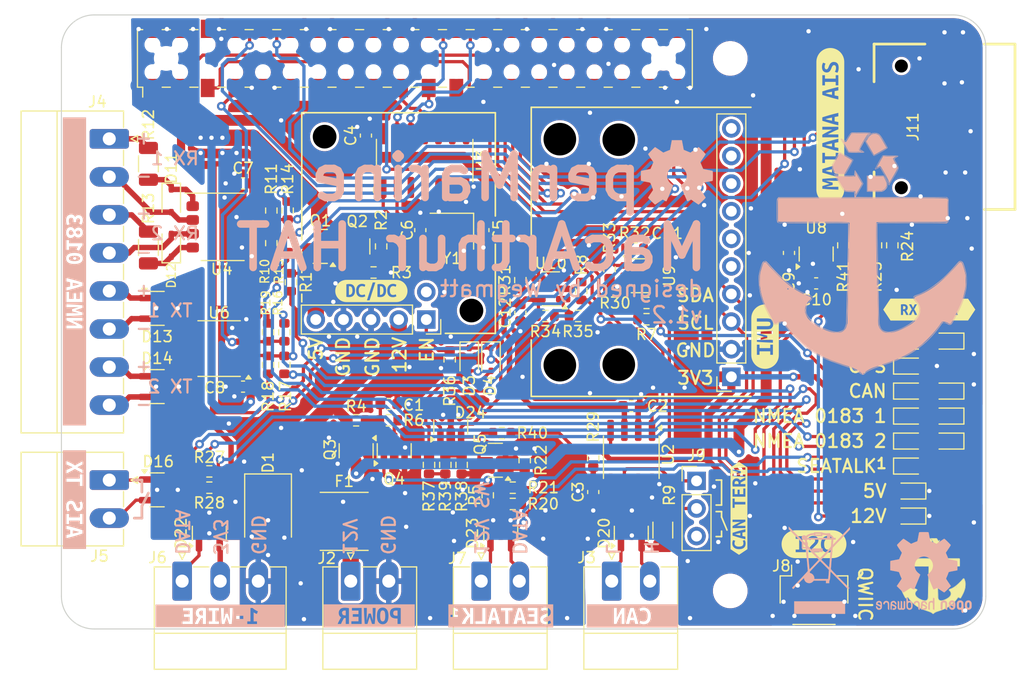
<source format=kicad_pcb>
(kicad_pcb (version 20240108) (generator "pcbnew") (generator_version "8.0")
  (title_block (title "OpenPlotter MacArthur HAT") (date "2024-02-10") (rev "1.2") (company "© 2023-2024 OpenMarine & Wegmatt") (comment 1 "License: CERN-OHL-S"))
  (layers (0 "F.Cu" signal) (1 "In1.Cu" signal) (2 "In2.Cu" signal) (31 "B.Cu" signal) (34 "B.Paste" user) (35 "F.Paste" user) (36 "B.SilkS" user "B.Silkscreen") (37 "F.SilkS" user "F.Silkscreen") (38 "B.Mask" user) (39 "F.Mask" user) (44 "Edge.Cuts" user))
  (net 0 "")
  (net 1 "+5V")
  (net 2 "I2C_SDA")
  (net 3 "I2C_SCL")
  (net 4 "GND")
  (net 5 "AIS_UART0_TX")
  (net 6 "AIS_UART0_RX")
  (net 7 "NMEA2K_SPI_MOSI")
  (net 8 "NMEA2K_SPI_MISO")
  (net 9 "NMEA2K_INT")
  (net 10 "NMEA2K_SPI_CLK")
  (net 11 "NMEA2K_SPI_CS")
  (net 12 "/3V3_MAIANA")
  (net 13 "+12V")
  (net 14 "NMEA_RX1-")
  (net 15 "Net-(Q3-G)")
  (net 16 "/12V_MAIANA")
  (net 17 "Net-(U2-Vio)")
  (net 18 "Net-(U3-OSC1)")
  (net 19 "NMEA_RX2-")
  (net 20 "Net-(U3-OSC2)")
  (net 21 "Net-(D2-A)")
  (net 22 "Net-(D4-A)")
  (net 23 "Net-(D5-K)")
  (net 24 "Net-(D6-K)")
  (net 25 "Net-(D7-K)")
  (net 26 "Net-(D8-K)")
  (net 27 "Net-(D9-K)")
  (net 28 "Net-(D10-K)")
  (net 29 "Net-(D11-K)")
  (net 30 "Net-(D12-K)")
  (net 31 "Net-(D15-A)")
  (net 32 "Net-(D17-K)")
  (net 33 "Net-(D18-K)")
  (net 34 "/CAN_RX")
  (net 35 "/CAN_TX")
  (net 36 "CAN_H")
  (net 37 "Net-(D19-K)")
  (net 38 "Net-(D21-A)")
  (net 40 "CAN_L")
  (net 42 "NMEA_RX1+")
  (net 45 "/AIS_TX_LED")
  (net 46 "MAIANA_TX_SW1")
  (net 48 "12V_SWITCHED")
  (net 54 "NMEA1_UART3_TX")
  (net 55 "/12V_FUSED")
  (net 56 "/5V_REG")
  (net 57 "/DCDC_EN")
  (net 58 "/AIS_RX_LED")
  (net 59 "/GPS_LED")
  (net 61 "NMEA1_UART3_RX")
  (net 62 "Net-(J9-Pin_2)")
  (net 64 "Net-(Q1-G)")
  (net 65 "Net-(Q2A-B1)")
  (net 66 "Net-(Q4-B)")
  (net 67 "NMEA2_UART5_TX")
  (net 68 "NMEA2_UART5_RX")
  (net 69 "1WIRE")
  (net 70 "SEATALK_RX")
  (net 71 "SEATALK_DATA")
  (net 72 "NMEA_RX2+")
  (net 73 "Net-(Q4-C)")
  (net 74 "Net-(Q5-B)")
  (net 83 "NMEA_TX1+")
  (net 84 "NMEA_TX1-")
  (net 85 "NMEA_TX2+")
  (net 86 "NMEA_TX2-")
  (net 87 "/CAN_RX_3V3")
  (net 88 "/CAN_TX_3V3")
  (net 89 "MAIANA_TX_SW2")
  (net 90 "Net-(R32-Pad1)")
  (net 91 "+3V3")
  (net 92 "Net-(R34-Pad1)")
  (net 93 "POWER_OFF_GPIO26")
  (net 94 "SHUTDOWN_GPIO21")
  (footprint "Resistor_SMD:R_0603_1608Metric" (layer "F.Cu") (at 135.7 111.7 90)
    (property "Reference" "R36")
    (property "Value" "3.3K")
  )
  (footprint "Connector_PinHeader_2.54mm:PinHeader_1x03_P2.54mm_Vertical" (layer "F.Cu") (at 158.4 122.875)
    (property "Reference" "J9")
    (property "Value" "Jumper")
  )
  (footprint "Connector_Phoenix_MC:PhoenixContact_MC_1,5_2-G-3.5_1x02_P3.50mm_Horizontal" (layer "F.Cu") (at 104.4 122.8 -90)
    (property "Reference" "J5")
    (property "Value" "Conn_01x02")
  )
  (footprint "LED_SMD:LED_0603_1608Metric" (layer "F.Cu") (at 178 121.5125)
    (property "Reference" "D15" (hide yes))
    (property "Value" "LED_AMB")
  )
  (footprint "LED_SMD:LED_0603_1608Metric" (layer "F.Cu") (at 181.5 116.9125 180)
    (property "Reference" "D9" (hide yes))
    (property "Value" "LED_GRN")
  )
  (footprint "Package_TO_SOT_SMD:SOT-23-5" (layer "F.Cu") (at 153.2 104)
    (property "Reference" "U9")
    (property "Value" "74LVC1G125")
  )
  (footprint "Package_TO_SOT_SMD:SOT-23" (layer "F.Cu") (at 130.6 120.1 90)
    (property "Reference" "Q4")
    (property "Value" "BC847")
  )
  (footprint "Resistor_SMD:R_0603_1608Metric" (layer "F.Cu") (at 141.5 125)
    (property "Reference" "R20")
    (property "Value" "10K")
  )
  (footprint "Resistor_SMD:R_0603_1608Metric" (layer "F.Cu") (at 139.2 124.2 -90)
    (property "Reference" "R5")
    (property "Value" "33K")
  )
  (footprint "Resistor_SMD:R_0603_1608Metric" (layer "F.Cu") (at 120.5 112.2 90)
    (property "Reference" "R17")
    (property "Value" "1K")
  )
  (footprint "Diode_SMD:D_SOD-323" (layer "F.Cu") (at 110.1 101.2 90)
    (property "Reference" "D12")
    (property "Value" "1N4148")
  )
  (footprint "Package_TO_SOT_SMD:SOT-23" (layer "F.Cu") (at 113.6 127.7 90)
    (property "Reference" "D22")
    (property "Value" "PESD3V3")
  )
  (footprint "Capacitor_SMD:C_0603_1608Metric" (layer "F.Cu") (at 133 99.8 90)
    (property "Reference" "C6")
    (property "Value" "22pF")
  )
  (footprint "LED_SMD:LED_0603_1608Metric" (layer "F.Cu") (at 178 126.1125 180)
    (property "Reference" "D21" (hide yes))
    (property "Value" "LED_RED")
  )
  (footprint "Capacitor_SMD:C_0603_1608Metric" (layer "F.Cu") (at 152.4 116)
    (property "Reference" "C2")
    (property "Value" "100nF")
  )
  (footprint "Resistor_SMD:R_0603_1608Metric" (layer "F.Cu") (at 174.9 101.2 90)
    (property "Reference" "R25")
    (property "Value" "1K")
  )
  (footprint "Resistor_SMD:R_0603_1608Metric" (layer "F.Cu") (at 153.8 106.5)
    (property "Reference" "R30")
    (property "Value" "0R")
  )
  (footprint "Capacitor_SMD:C_0603_1608Metric" (layer "F.Cu") (at 169.4 104.7 180)
    (property "Reference" "C10")
    (property "Value" "1uF")
  )
  (footprint "Resistor_SMD:R_0603_1608Metric" (layer "F.Cu") (at 113.6 122)
    (property "Reference" "R27")
    (property "Value" "1K")
  )
  (footprint "kibuzzard-637EF437" (layer "F.Cu") (at 164.7 109.6 90)
    (property "Reference" "kibuzzard-637EF437" (hide yes))
    (property "Value" "G***" (hide yes))
  )
  (footprint "kibuzzard-63BC7717" (layer "F.Cu") (at 162.3 125.4 90)
    (property "Reference" "kibuzzard-63BC7717" (hide yes))
    (property "Value" "G***" (hide yes))
  )
  (footprint "Diode_SMD:D_SOD-323" (layer "F.Cu") (at 137.5 111.7 -90)
    (property "Reference" "D3")
    (property "Value" "1N4148")
  )
  (footprint "MacArthur-HAT:CJMCU-96802-20948" (layer "F.Cu") (at 161.6 113.3 180)
    (property "Reference" "U5" (hide yes))
    (property "Value" "IMU_Breakout")
  )
  (footprint "Resistor_SMD:R_1206_3216Metric" (layer "F.Cu") (at 108 93.7 -90)
    (property "Reference" "R12")
    (property "Value" "510R 1/4W")
  )
  (footprint "Resistor_SMD:R_0603_1608Metric" (layer "F.Cu") (at 121.1 104.6 -90)
    (property "Reference" "R1")
    (property "Value" "10K")
  )
  (footprint "Connector_Phoenix_MC:PhoenixContact_MC_1,5_2-G-3.5_1x02_P3.50mm_Horizontal" (layer "F.Cu") (at 126.6 132.1)
    (property "Reference" "J2")
    (property "Value" "Conn_01x02")
  )
  (footprint "Package_TO_SOT_SMD:SOT-23" (layer "F.Cu") (at 108.8 114.2)
    (property "Reference" "D14")
    (property "Value" "PESD2CANFD27L")
  )
  (footprint "Package_TO_SOT_SMD:SOT-23" (layer "F.Cu") (at 108.8 107)
    (property "Reference" "D13")
    (property "Value" "PESD2CANFD27L")
  )
  (footprint "Package_TO_SOT_SMD:SOT-23-5" (layer "F.Cu") (at 145 105.2 180)
    (property "Reference" "U10")
    (property "Value" "74AHCT1G125")
  )
  (footprint "Package_SO:SOIC-14_3.9x8.7mm_P1.27mm" (layer "F.Cu") (at 133.4 93.4 90)
    (property "Reference" "U3")
    (property "Value" "MCP2518FD")
  )
  (footprint "Connector_Phoenix_MC:PhoenixContact_MC_1,5_2-G-3.5_1x02_P3.50mm_Horizontal" (layer "F.Cu") (at 138.6 132.1)
    (property "Reference" "J7")
    (property "Value" "Conn_01x02")
  )
  (footprint "Resistor_SMD:R_0603_1608Metric" (layer "F.Cu") (at 135.3 121.4 -90)
    (property "Reference" "R39")
    (property "Value" "10K")
  )
  (footprint "Package_TO_SOT_SMD:SOT-23" (layer "F.Cu") (at 169.4 102 90)
    (property "Reference" "U8")
    (property "Value" "MCP1799T-3302H/TT")
  )
  (footprint "Capacitor_SMD:C_0603_1608Metric" (layer "F.Cu") (at 130.1 115.8)
    (property "Reference" "C1")
    (property "Value" "100nF")
  )
  (footprint "MountingHole:MountingHole_2.7mm_M2.5" (layer "F.Cu") (at 161.5 133)
    (property "Reference" "H4" (hide yes))
    (property "Value" "MountingHole" (hide yes))
  )
  (footprint "Package_TO_SOT_SMD:SOT-23" (layer "F.Cu") (at 127.1 120.1 -90)
    (property "Reference" "Q3")
    (property "Value" "SSM3J378R,LF")
  )
  (footprint "Resistor_SMD:R_0603_1608Metric" (layer "F.Cu") (at 171.9 101.2 90)
    (property "Reference" "R41")
    (property "Value" "33K")
  )
  (footprint "Resistor_SMD:R_0603_1608Metric" (layer "F.Cu") (at 119.3 101 90)
    (property "Reference" "R11")
    (property "Value" "10K")
  )
  (footprint "Resistor_SMD:R_0603_1608Metric" (layer "F.Cu") (at 152.7 101.5)
    (property "Reference" "R32")
    (property "Value" "0R")
  )
  (footprint "Resistor_SMD:R_0603_1608Metric" (layer "F.Cu") (at 136.8 121.4 90)
    (property "Reference" "R38")
    (property "Value" "3.3K")
  )
  (footprint "kibuzzard-637FCC90" (layer "F.Cu") (at 170.7 90.2 90)
    (property "Reference" "kibuzzard-637FCC90" (hide yes))
    (property "Value" "G***" (hide yes))
  )
  (footprint "MacArthur-HAT:Raspberry_Pi_Stacking_Header" (layer "F.Cu") (at 132.5 84)
    (property "Reference" "J1" (hide yes))
    (property "Value" "2x20 0.1\" Stacking Header")
  )
  (footprint "LED_SMD:LED_0603_1608Metric" (layer "F.Cu") (at 181.5 114.6125 180)
    (property "Reference" "D6" (hide yes))
    (property "Value" "LED_GRN")
  )
  (footprint "Resistor_SMD:R_0603_1608Metric" (layer "F.Cu") (at 176.4 101.2 90)
    (property "Reference" "R24")
    (property "Value" "1K")
  )
  (footprint "kibuzzard-637EF583" (layer "F.Cu") (at 128.5 105.4)
    (property "Reference" "kibuzzard-637EF583" (hide yes))
    (property "Value" "G***" (hide yes))
  )
  (footprint "Resistor_SMD:R_0603_1608Metric" (layer "F.Cu") (at 144.5 107.7 180)
    (property "Reference" "R34")
    (property "Value" "0R")
  )
  (footprint "MacArthur-HAT:JST_SH_SM04B-SRSS-TB_1x04-1MP_P1.00mm_Horizontal" (layer "F.Cu") (at 169.2 133.4)
    (property "Reference" "J8")
    (property "Value" "QWIIC")
  )
  (footprint "Package_TO_SOT_SMD:SOT-23" (layer "F.Cu") (at 123.8 101.3 180)
    (property "Reference" "Q1")
    (property "Value" "SSM3J378R,LF")
  )
  (footprint "Package_SO:SOIC-8_3.9x4.9mm_P1.27mm" (layer "F.Cu") (at 114.5 110.7 180)
    (property "Reference" "U6")
    (property "Value" "UA9638")
  )
  (footprint "kibuzzard-637FCC76" (layer "F.Cu") (at 182 107.1125)
    (property "Reference" "kibuzzard-637FCC76" (hide yes))
    (property "Value" "G***" (hide yes))
  )
  (footprint "Capacitor_SMD:C_0603_1608Metric" (layer "F.Cu") (at 116.7 114.2 180)
    (property "Reference" "C8")
    (property "Value" "100nF")
  )
  (footprint "Package_TO_SOT_SMD:SOT-23" (layer "F.Cu") (at 135.8 117.9 90)
    (property "Reference" "D24")
    (property "Value" "PESD3V3")
  )
  (footprint "Package_TO_SOT_SMD:SOT-23" (layer "F.Cu") (at 152.4 127.7 90)
    (property "Reference" "D20")
    (property "Value" "PESD2CANFD27L")
  )
  (footprint "Fuse:Fuse_2920_7451Metric" (layer "F.Cu") (at 126 126.6)
    (property "Reference" "F1")
    (property "Value" "PTC 2A 24V")
  )
  (footprint "MountingHole:MountingHole_2.7mm_M2.5" (layer "F.Cu") (at 161.5 84)
    (property "Reference" "H2" (hide yes))
    (property "Value" "MountingHole" (hide yes))
  )
  (footprint "Resistor_SMD:R_0603_1608Metric" (layer "F.Cu") (at 150.4 103.4 90)
    (property "Reference" "R33")
    (property "Value" "0R")
  )
  (footprint "Resistor_SMD:R_0603_1608Metric" (layer "F.Cu") (at 120.5 109.2 -90)
    (property "Reference" "R16")
    (property "Value" "1K")
  )
  (footprint "Resistor_SMD:R_0603_1608Metric" (layer "F.Cu") (at 148.9 120.8 -90)
    (property "Reference" "R29")
    (property "Value" "0R")
  )
  (footprint "Resistor_SMD:R_1206_3216Metric" (layer "F.Cu") (at 155.3 127.4 -90)
    (property "Reference" "R9")
    (property "Value" "120R 1/4W")
  )
  (footprint "Resistor_SMD:R_0603_1608Metric" (layer "F.Cu") (at 113.6 123.5 180)
    (property "Reference" "R28")
    (property "Value" "1.6K")
  )
  (footprint "Resistor_SMD:R_0603_1608Metric" (layer "F.Cu") (at 142.2 104.4 90)
    (property "Reference" "R31")
    (property "Value" "0R")
  )
  (footprint "Resistor_SMD:R_0603_1608Metric" (layer "F.Cu") (at 153.8 108 180)
    (property "Reference" "R7")
    (property "Value" "1K")
  )
  (footprint "Resistor_SMD:R_0603_1608Metric" (layer "F.Cu") (at 130.1 117.3 180)
    (property "Reference" "R6")
    (property "Value" "33K")
  )
  (footprint "Resistor_SMD:R_0603_1608Metric" (layer "F.Cu") (at 133.8 121.4 -90)
    (property "Reference" "R37")
    (property "Value" "10K")
  )
  (footprint "MountingHole:MountingHole_2.7mm_M2.5" (layer "F.Cu") (at 103.5 133)
    (property "Reference" "H3" (hide yes))
    (property "Value" "MountingHole" (hide yes))
  )
  (footprint "Capacitor_SMD:C_0603_1608Metric" (layer "F.Cu") (at 155.7 101.5)
    (property "Reference" "C11")
    (property "Value" "100nF")
  )
  (footprint "Resistor_SMD:R_0603_1608Metric" (layer "F.Cu") (at 147.5 107.7 180)
    (property "Reference" "R35")
    (property "Value" "0R")
  )
  (footprint "Resistor_SMD:R_0603_1608Metric" (layer "F.Cu") (at 119 112.2 90)
    (property "Reference" "R18")
    (property "Value" "10K")
  )
  (footprint "Crystal:Crystal_SMD_3225-4Pin_3.2x2.5mm" (layer "F.Cu") (at 135.9 99.9 180)
    (property "Reference" "Y1")
    (property "Value" "20MHz")
  )
  (footprint "Resistor_SMD:R_0603_1608Metric" (layer "F.Cu") (at 142.6 120.975 -90)
    (property "Reference" "R22")
    (property "Value" "1.6K")
  )
  (footprint "LED_SMD:LED_0603_1608Metric" (layer "F.Cu") (at 178 112.3125)
    (property "Reference" "D19" (hide yes))
    (property "Value" "LED_AMB")
  )
  (footprint "LED_SMD:LED_0603_1608Metric" (layer "F.Cu") (at 178 119.2125)
    (property "Reference" "D8" (hide yes))
    (property "Value" "LED_AMB")
  )
  (footprint "MacArthur-HAT:SOIC-8H_3.9x5.8mm_P1.27mm" (layer "F.Cu") (at 114.8 99.5)
    (property "Reference" "U4")
    (property "Value" "EL0631(TA)")
  )
  (footprint "Resistor_SMD:R_0603_1608Metric" (layer "F.Cu") (at 127.1 117.3 180)
    (property "Reference" "R4")
    (property "Value" "33K")
  )
  (footprint "LED_SMD:LED_0603_1608Metric" (layer "F.Cu") (at 181.5 119.2125 180)
    (property "Reference" "D10" (hide yes))
    (property "Value" "LED_GRN")
  )
  (footprint "Resistor_SMD:R_0603_1608Metric" (layer "F.Cu") (at 119.3 98 -90)
    (property "Reference" "R10")
    (property "Value" "10K")
  )
  (footprint "Resistor_SMD:R_0603_1608Metric" (layer "F.Cu") (at 120.8 101 90)
    (property "Reference" "R15")
    (property "Value" "1K")
  )
  (footprint "Connector_Phoenix_MC:PhoenixContact_MC_1,5_3-G-3.5_1x03_P3.50mm_Horizontal" (layer "F.Cu") (at 111.1 132.1)
    (property "Reference" "J6")
    (property "Value" "Conn_01x03")
  )
  (footprint "Resistor_SMD:R_0603_1608Metric" (layer "F.Cu") (at 140.5 118.475 180)
    (property "Reference" "R40")
    (property "Value" "10K")
  )
  (footprint "Package_TO_SOT_SMD:SOT-23" (layer "F.Cu") (at 139.9 120.975 180)
    (property "Reference" "Q5")
    (property "Value" "BC847")
  )
  (footprint "Package_SO:SOIC-8_3.9x4.9mm_P1.27mm" (layer "F.Cu") (at 152.4 120.7 -90)
    (property "Reference" "U2")
    (property "Value" "MCP2562")
  )
  (footprint "kibuzzard-637EF3F9" (layer "F.Cu") (at 169.2 128.7)
    (property "Reference" "kibuzzard-637EF3F9" (hide yes))
    (property "Value" "G***" (hide yes))
  )
  (footprint "Package_TO_SOT_SMD:SOT-23" (layer "F.Cu") (at 140.4 127.7 90)
    (property "Reference" "D23")
    (property "Value" "PESD2CANFD27L")
  )
  (footprint "LED_SMD:LED_0603_1608Metric" (layer "F.Cu") (at 178 110.0125)
    (property "Reference" "D18" (hide yes))
    (property "Value" "LED_AMB")
  )
  (footprint "Resistor_SMD:R_0603_1608Metric" (layer "F.Cu") (at 147.8 105.4 90)
    (property "Reference" "R8")
    (property "Value" "1K")
  )
  (footprint "MacArthur-HAT:RJ45-SMD_MJ56881-B011-HXRN1-C" (layer "F.Cu") (at 178.2825 90.3 90)
    (property "Reference" "J11")
    (property "Value" "RJ45")
  )
  (footprint "Resistor_SMD:R_0603_1608Metric" (layer "F.Cu") (at 120.8 98 -90)
    (property "Reference" "R14")
    (property "Value" "1K")
  )
  (footprint "Diode_SMD:D_SOD-323" (layer "F.Cu") (at 110.1 97.1 -90)
    (property "Reference" "D11")
    (property "Value" "1N4148")
  )
  (footprint "LED_SMD:LED_0603_1608Metric" (layer "F.Cu") (at 178 123.8125 180)
    (property "Reference" "D2" (hide yes))
    (property "Value" "LED_RED")
  )
  (footprint "Resistor_SMD:R_0603_1608Metric" (layer "F.Cu") (at 141.5 123.5 180)
    (property "Reference" "R21")
    (property "Value" "10K")
  )
  (footprint "Resistor_SMD:R_0603_1608Metric" (layer "F.Cu") (at 173.4 101.2 90)
    (property "Reference" "R26")
    (property "Value" "1K")
  )
  (footprint "Package_TO_SOT_SMD:SOT-23" (layer "F.Cu") (at 108.8 123.7)
    (property "Reference" "D16")
    (property "Value" "PESD3V3")
  )
  (footprint "LED_SMD:LED_0603_1608Metric" (layer "F.Cu") (at 178 114.6125)
    (property "Reference" "D5" (hide yes))
    (property "Value" "LED_AMB")
  )
  (footprint "Connector_Phoenix_MC:PhoenixContact_MC_1,5_2-G-3.5_1x02_P3.50mm_Horizontal" (layer "F.Cu") (at 150.6 132.1)
    (property "Reference" "J3")
    (property "Value" "Conn_01x02")
  )
  (footprint "Resistor_SMD:R_0603_1608Metric" (layer "F.Cu") (at 128.7 103.7 180)
    (property "Reference" "R3")
    (property "Value" "10K")
  )
  (footprint "Resistor_SMD:R_0603_1608Metric" (layer "F.Cu") (at 119 109.2 -90)
    (property "Reference" "R19")
    (property "Value" "10K")
  )
  (footprint "Capacitor_SMD:C_0603_1608Metric" (layer "F.Cu") (at 116.7 95.5 180)
    (property "Reference" "C7")
    (property "Value" "100nF")
  )
  (footprint "Diode_SMD:D_SMB" (layer "F.Cu") (at 119 125.9 -90)
    (property "Reference" "D1")
    (property "Value" "SMBJ14A")
  )
  (footprint "MacArthur-HAT:Pololu_D36V28Fx_reverse" (layer "F.Cu") (at 139.9 106.8 180)
    (property "Reference" "U1" (hide yes))
    (property "Value" "Pololu_D36V28Fx")
  )
  (footprint "kibuzzard-637FCC47" (layer "F.Cu") (at 177.6 107.1125)
    (property "Reference" "kibuzzard-637FCC47" (hide yes))
    (property "Value" "G***" (hide yes))
  )
  (footprint "LED_SMD:LED_0603_1608Metric" (layer "F.Cu") (at 181.5 110.0125 180)
    (property "Reference" "D17" (hide yes))
    (property "Value" "LED_GRN")
  )
  (footprint "MountingHole:MountingHole_2.7mm_M2.5" (layer "F.Cu") (at 103.5 84)
    (property "Reference" "H1" (hide yes))
    (property "Value" "MountingHole" (hide yes))
  )
  (footprint "Package_TO_SOT_SMD:SOT-363_SC-70-6" (layer "F.Cu") (at 127.2 101.3 90)
    (property "Reference" "Q2")
    (property "Value" "BCM857BS")
  )
  (footprint "Connector_Phoenix_MC:PhoenixContact_MC_1,5_8-G-3.5_1x08_P3.50mm_Horizontal" (layer "F.Cu") (at 104.4 91.4 -90)
    (property "Reference" "J4")
    (property "Value" "Conn_01x08")
  )
  (footprint "Resistor_SMD:R_1206_3216Metric" (layer "F.Cu") (at 108 101.4 -90)
    (property "Reference" "R13")
    (property "Value" "510R 1/4W")
  )
  (footprint "LED_SMD:LED_0603_1608Metric" (layer "F.Cu") (at 178 116.9125)
    (property "Reference" "D7" (hide yes))
    (property "Value" "LED_AMB")
  )
  (footprint "Diode_SMD:D_SOD-323" (layer "F.Cu") (at 139.5 111.7 -90)
    (property "Reference" "D4")
    (property "Value" "1N4148")
  )
  (footprint "Capacitor_SMD:C_0603_1608Metric" (layer "F.Cu") (at 148.9 123.9 -90)
    (property "Reference" "C3")
    (property "Value" "100nF")
  )
  (footprint "Capacitor_SMD:C_0603_1608Metric" (layer "F.Cu") (at 166.9 101.9 90)
    (property "Reference" "C9")
    (property "Value" "1uF")
  )
  (footprint "Capacitor_SMD:C_0603_1608Metric" (layer "F.Cu") (at 142.2 107.4 -90)
    (property "Reference" "C12")
    (property "Value" "100nF")
  )
  (footprint "Capacitor_SMD:C_0603_1608Metric" (layer "F.Cu") (at 138.8 99.8 -90)
    (property "Reference" "C5")
    (property "Value" "22pF")
  )
  (footprint "Capacitor_SMD:C_0603_1608Metric" (layer "F.Cu") (at 128 91.1 90)
    (property "Reference" "C4")
    (property "Value" "100nF")
  )
  (footprint "Resistor_SMD:R_0603_1608Metric" (layer "F.Cu") (at 129.4 101.3 -90)
    (property "Reference" "R2")
    (property "Value" "10K")
  )
  (footprint "Symbol:OSHW-Symbol_6.7x6mm_SilkScreen" (layer "B.Cu") (at 156.6 94.5 180)
    (property "Reference" "LOGO1" (hide yes))
    (property "Value" "Logo_Open_Hardware_Small" (hide yes))
  )
  (footprint "kibuzzard-646FE67F" (layer "B.Cu") (at 128.3 135.3 180)
    (property "Reference" "kibuzzard-646FE67F" (hide yes))
    (property "Value" "G***" (hide yes))
  )
  (footprint "kibuzzard-63BC76FF" (layer "B.Cu") (at 152.5 135.3 180)
    (property "Reference" "kibuzzard-63BC76FF" (hide yes))
    (property "Value" "G***" (hide yes))
  )
  (footprint "kibuzzard-637EFF6C" (layer "B.Cu") (at 101.2 124.6 90)
    (property "Reference" "kibuzzard-637EFF6C" (hide yes))
    (property "Value" "G***" (hide yes))
  )
  (footprint "kibuzzard-637EFEBF" (layer "B.Cu") (at 114.6 135.3 180)
    (property "Reference" "kibuzzard-637EFEBF" (hide yes))
    (property "Value" "G***" (hide yes))
  )
  (footprint "kibuzzard-637FCC15" (layer "B.Cu") (at 140.4 135.3 180)
    (property "Reference" "kibuzzard-637FCC15" (hide yes))
    (property "Value" "G***" (hide yes))
  )
  (footprint "Symbol:WEEE-Logo_5.6x8mm_SilkScreen" (layer "B.Cu") (at 169.7 131.1 180)
    (property "Reference" "REF**" (hide yes))
    (property "Value" "WEEE-Logo_5.6x8mm_SilkScreen" (hide yes))
  )
  (footprint "Symbol:OSHW-Logo2_9.8x8mm_SilkScreen" (layer "B.Cu") (at 179.3 131.3 180)
    (property "Reference" "REF**" (hide yes))
    (property "Value" "OSHW-Logo2_9.8x8mm_SilkScreen" (hide yes))
  )
  (footprint "kibuzzard-637F0005" (layer "B.Cu") (at 101.2 103.6 90)
    (property "Reference" "kibuzzard-637F0005" (hide yes))
    (property "Value" "G***" (hide yes))
  )
  (gr_poly (pts (xy 166.265739 108.254346) (xy 166.249461 108.2555) (xy 166.294931 108.2555) (xy 166.286235 108.254556) (xy 166.276233 108.254171)) (fill solid) (layer "B.SilkS"))
  (gr_poly (pts (xy 181.047983 96.841249) (xy 181.133702 96.843532) (xy 181.205503 96.846026) (xy 181.26472 96.848739) (xy 181.312689 96.85168) (xy 181.350746 96.85486) (xy 181.380225 96.858288) (xy 181.402461 96.861972) (xy 181.409867 96.863764) (xy 181.390309 96.83961) (xy 180.966185 96.839563)) (fill solid) (layer "B.SilkS"))
  (gr_poly (pts (xy 175.551308 92.984322) (xy 175.534172 92.987757) (xy 175.528529 92.996659) (xy 175.544218 92.992312) (xy 175.552184 92.991505) (xy 175.556323 92.984023)) (fill solid) (layer "B.SilkS"))
  (gr_line (start 106.7 122.8) (end 107.4 122.8) (stroke (width 0.25)) (layer "B.SilkS"))
  (gr_poly (pts (xy 171.771621 92.778199) (xy 172.174942 93.00377) (xy 172.574931 93.235752) (xy 172.70905 93.317337) (xy 172.748331 93.343087) (xy 172.764784 93.356353) (xy 172.76232 93.369459) (xy 172.753887 93.389973) (xy 172.753981 93.391384) (xy 172.753958 93.393906) (xy 172.753755 93.396415) (xy 172.75338 93.398917) (xy 172.752155 93.403934) (xy 172.750366 93.409014) (xy 172.748091 93.414215) (xy 172.74541 93.419595) (xy 172.682124 93.535719) (xy 172.624609 93.645324) (xy 172.529063 93.821057) (xy 172.311159 94.207381) (xy 172.204274 94.389883) (xy 172.109083 94.546556) (xy 172.049385 94.642247) (xy 172.053142 94.638982) (xy 172.073821 94.61265) (xy 172.106197 94.564246) (xy 172.198787 94.414058) (xy 172.316406 94.214092) (xy 172.444551 93.99002) (xy 172.568715 93.767514) (xy 172.674396 93.572248) (xy 172.747089 93.429893) (xy 172.766531 93.38658) (xy 172.772288 93.366123) (xy 172.767725 93.358605) (xy 172.756789 93.347834) (xy 172.71747 93.31747) (xy 172.657691 93.276915) (xy 172.58081 93.228052) (xy 172.389182 93.112933) (xy 172.169458 92.987182) (xy 171.94851 92.865864) (xy 171.753211 92.764046) (xy 171.673579 92.725158) (xy 171.662954 92.720385)) (fill solid) (layer "B.SilkS"))
  (gr_poly (pts (xy 175.556323 92.984023) (xy 175.569542 92.983236) (xy 175.557433 92.982018)) (fill solid) (layer "B.SilkS"))
  (gr_line (start 106.7 126.3) (end 107.4 126.3) (stroke (width 0.25)) (layer "B.SilkS"))
  (gr_line (start 107.4 122.8) (end 107.4 123.9) (stroke (width 0.25)) (layer "B.SilkS"))
  (gr_poly (pts (xy 171.714544 91.444798) (xy 171.71351 91.445463) (xy 171.717077 91.460314) (xy 171.733028 91.496569) (xy 171.795594 91.621487) (xy 171.888227 91.796612) (xy 171.997945 91.998342) (xy 172.111766 92.203072) (xy 172.21671 92.387198) (xy 172.299795 92.527116) (xy 172.329084 92.573121) (xy 172.342601 92.591735) (xy 172.038511 92.0477) (xy 171.976118 91.935168) (xy 171.91854 91.829556) (xy 171.866993 91.733221) (xy 171.822691 91.648519) (xy 171.786849 91.577806) (xy 171.760684 91.52344) (xy 171.751609 91.503122) (xy 171.745409 91.487776) (xy 171.742236 91.477694) (xy 171.741832 91.474719) (xy 171.742241 91.473171) (xy 171.743259 91.472468) (xy 171.744662 91.472001) (xy 171.748574 91.471756) (xy 171.753893 91.472401) (xy 171.76053 91.473897) (xy 171.768399 91.476208) (xy 171.777414 91.479298) (xy 171.798533 91.487666) (xy 171.823192 91.498706) (xy 171.850697 91.512123) (xy 171.880355 91.527625) (xy 171.911471 91.544915) (xy 171.943055 91.562527) (xy 171.974054 91.578949) (xy 172.003682 91.593822) (xy 172.031148 91.606786) (xy 172.043825 91.612441) (xy 172.055666 91.617484) (xy 172.066573 91.621871) (xy 172.076447 91.625557) (xy 172.08519 91.628496) (xy 172.092703 91.630644) (xy 172.098887 91.631956) (xy 172.103645 91.632388) (xy 172.105368 91.631802) (xy 172.101712 91.630543) (xy 172.095566 91.628036) (xy 172.087854 91.624615) (xy 172.068143 91.615242) (xy 172.043393 91.60284) (xy 172.014418 91.587826) (xy 171.982033 91.570614) (xy 171.947053 91.55162) (xy 171.910293 91.531261) (xy 171.87357 91.511219) (xy 171.838697 91.493136) (xy 171.806482 91.477362) (xy 171.77773 91.464251) (xy 171.75325 91.454153) (xy 171.742864 91.450344) (xy 171.733848 91.447421) (xy 171.726304 91.445427) (xy 171.720333 91.444407) (xy 171.716034 91.444404)) (fill solid) (layer "B.SilkS"))
  (gr_poly (pts (xy 174.730139 90.848691) (xy 174.686208 90.8522) (xy 174.642898 90.857944) (xy 174.600313 90.865909) (xy 174.558556 90.876077) (xy 174.517734 90.88843) (xy 174.47795 90.902954) (xy 174.43931 90.91963) (xy 174.401918 90.938443) (xy 174.365879 90.959375) (xy 174.331298 90.982409) (xy 174.306855 91.002694) (xy 174.278766 91.030935) (xy 174.247754 91.066019) (xy 174.214538 91.106832) (xy 174.179839 91.152261) (xy 174.144379 91.201194) (xy 174.108879 91.252516) (xy 174.074059 91.305114) (xy 174.040641 91.357876) (xy 174.009346 91.409687) (xy 173.980894 91.459436) (xy 173.956007 91.506008) (xy 173.935405 91.54829) (xy 173.91981 91.585169) (xy 173.909943 91.615532) (xy 173.907383 91.627922) (xy 173.906525 91.638265) (xy 173.90848 91.645369) (xy 173.914196 91.658882) (xy 173.936137 91.703726) (xy 173.97081 91.769985) (xy 174.01668 91.854846) (xy 174.072208 91.955497) (xy 174.135859 92.069124) (xy 174.206094 92.192914) (xy 174.281377 92.324056) (xy 174.377637 92.489624) (xy 174.459591 92.627939) (xy 174.528325 92.740649) (xy 174.584923 92.829405) (xy 174.630471 92.895856) (xy 174.666056 92.94165) (xy 174.680451 92.957317) (xy 174.692762 92.968438) (xy 174.703125 92.97522) (xy 174.711675 92.977869) (xy 174.715199 92.977712) (xy 174.720019 92.976767) (xy 174.733401 92.972591) (xy 174.751528 92.965497) (xy 174.774104 92.955638) (xy 174.83143 92.92824) (xy 174.903029 92.891631) (xy 174.986548 92.847039) (xy 175.079635 92.795698) (xy 175.179938 92.738837) (xy 175.285105 92.677689) (xy 175.633474 92.470425) (xy 175.752707 92.396979) (xy 175.840882 92.339905) (xy 175.902182 92.296388) (xy 175.92406 92.278833) (xy 175.940789 92.263612) (xy 175.95289 92.250373) (xy 175.960886 92.238763) (xy 175.964608 92.230052) (xy 175.924415 92.230052) (xy 175.924228 92.235291) (xy 175.923523 92.239883) (xy 175.922311 92.243855) (xy 175.920606 92.247232) (xy 175.914887 92.253387) (xy 175.903598 92.262742) (xy 175.865519 92.290287) (xy 175.808792 92.328327) (xy 175.735837 92.375327) (xy 175.55093 92.49005) (xy 175.330175 92.622155) (xy 175.330175 92.622154) (xy 175.216153 92.688778) (xy 175.107975 92.751041) (xy 175.008136 92.807573) (xy 174.919135 92.857003) (xy 174.843467 92.89796) (xy 174.78363 92.929075) (xy 174.74212 92.948977) (xy 174.729018 92.954294) (xy 174.721434 92.956295) (xy 174.714439 92.954287) (xy 174.705104 92.947537) (xy 174.693408 92.936008) (xy 174.679325 92.919666) (xy 174.643912 92.8724) (xy 174.59868 92.805453) (xy 174.543443 92.718543) (xy 174.478015 92.611386) (xy 174.402212 92.483697) (xy 174.315848 92.335193) (xy 174.175024 92.088687) (xy 174.057574 91.878687) (xy 174.011449 91.794328) (xy 173.975769 91.727438) (xy 173.952068 91.680798) (xy 173.945189 91.66594) (xy 173.94188 91.657188) (xy 173.940797 91.649069) (xy 173.941245 91.639106) (xy 173.94646 91.614095) (xy 173.956971 91.583055) (xy 173.972221 91.546884) (xy 173.991656 91.506483) (xy 174.014721 91.462748) (xy 174.040861 91.41658) (xy 174.069522 91.368877) (xy 174.100148 91.320539) (xy 174.132184 91.272464) (xy 174.165076 91.225551) (xy 174.198269 91.1807) (xy 174.231207 91.138808) (xy 174.263336 91.100776) (xy 174.2941 91.067501) (xy 174.322946 91.039884) (xy 174.356701 91.011882) (xy 174.391721 90.986428) (xy 174.427967 90.963528) (xy 174.4654 90.94319) (xy 174.503983 90.925424) (xy 174.543678 90.910235) (xy 174.584446 90.897633) (xy 174.62625 90.887624) (xy 174.669051 90.880217) (xy 174.712811 90.87542) (xy 174.757493 90.87324) (xy 174.803058 90.873686) (xy 174.849468 90.876765) (xy 174.896685 90.882484) (xy 174.944672 90.890853) (xy 174.993389 90.901878) (xy 175.028293 90.91254) (xy 175.062926 90.927049) (xy 175.097553 90.945726) (xy 175.132441 90.968891) (xy 175.167857 90.996863) (xy 175.204067 91.029965) (xy 175.241338 91.068515) (xy 175.279936 91.112835) (xy 175.320128 91.163244) (xy 175.36218 91.220064) (xy 175.406358 91.283614) (xy 175.452929 91.354216) (xy 175.50216 91.432188) (xy 175.554317 91.517853) (xy 175.668475 91.713539) (xy 175.740899 91.841596) (xy 175.77208 91.897681) (xy 175.80004 91.948751) (xy 175.824879 91.995017) (xy 175.846696 92.03669) (xy 175.865591 92.073982) (xy 175.881664 92.107102) (xy 175.895015 92.136263) (xy 175.905742 92.161675) (xy 175.913946 92.183549) (xy 175.917133 92.193225) (xy 175.919726 92.202095) (xy 175.921739 92.210187) (xy 175.923183 92.217526) (xy 175.924071 92.224139) (xy 175.924415 92.230052) (xy 175.964608 92.230052) (xy 175.9653 92.228432) (xy 175.966655 92.219027) (xy 175.965155 92.213048) (xy 175.960751 92.202059) (xy 175.943829 92.166158) (xy 175.917077 92.113547) (xy 175.88168 92.046445) (xy 175.838825 91.967073) (xy 175.789698 91.877653) (xy 175.735487 91.780405) (xy 175.677377 91.677551) (xy 175.561516 91.477899) (xy 175.509328 91.391557) (xy 175.46048 91.313623) (xy 175.414602 91.24366) (xy 175.371328 91.181234) (xy 175.33029 91.125907) (xy 175.291119 91.077244) (xy 175.253449 91.03481) (xy 175.216911 90.998168) (xy 175.181138 90.966882) (xy 175.145762 90.940517) (xy 175.110416 90.918636) (xy 175.074731 90.900804) (xy 175.038341 90.886584) (xy 175.000877 90.875542) (xy 174.955425 90.865281) (xy 174.909965 90.857356) (xy 174.864602 90.851752) (xy 174.81944 90.848451) (xy 174.774584 90.847436)) (fill solid) (layer "B.SilkS"))
  (gr_poly (pts (xy 181.090646 108.25582) (xy 181.143466 108.255963) (xy 181.158532 108.256124) (xy 181.152896 108.255546) (xy 181.118571 108.25445)) (fill solid) (layer "B.SilkS"))
  (gr_poly (pts (xy 172.518199 90.994216) (xy 172.48526 91.038272) (xy 172.45171 91.091511) (xy 172.444596 91.103885) (xy 172.448178 91.098365) (xy 172.486697 91.041345) (xy 172.522025 90.991485) (xy 172.525923 90.986227)) (fill solid) (layer "B.SilkS"))
  (gr_poly (pts (xy 181.414243 99.074919) (xy 181.370367 99.083277) (xy 181.410343 99.083277) (xy 181.417429 99.07316)) (fill solid) (layer "B.SilkS"))
  (gr_poly (pts (xy 165.930977 96.91313) (xy 165.926359 96.918421) (xy 165.922013 96.923894) (xy 165.91793 96.929707) (xy 165.914102 96.936021) (xy 165.910521 96.942997) (xy 165.907178 96.950794) (xy 165.904066 96.959573) (xy 165.901176 96.969495) (xy 165.898499 96.980719) (xy 165.896029 96.993406) (xy 165.893757 97.007717) (xy 165.891674 97.023811) (xy 165.889772 97.041849) (xy 165.888043 97.061991) (xy 165.88648 97.084398) (xy 165.885073 97.10923) (xy 165.883814 97.136646) (xy 165.882697 97.166808) (xy 165.88085 97.23601) (xy 165.879466 97.318118) (xy 165.878481 97.414413) (xy 165.877829 97.526179) (xy 165.877444 97.654698) (xy 165.877214 97.967125) (xy 165.878877 98.46267) (xy 165.881239 98.638895) (xy 165.884875 98.774217) (xy 165.889974 98.873731) (xy 165.896726 98.942533) (xy 165.905321 98.985719) (xy 165.910368 98.999298) (xy 165.915947 99.008385) (xy 165.920024 99.012294) (xy 165.925877 99.015981) (xy 165.933957 99.019451) (xy 165.944718 99.022711) (xy 165.958608 99.025767) (xy 165.976081 99.028627) (xy 165.997588 99.031296) (xy 166.023579 99.033781) (xy 166.090822 99.038224) (xy 166.181423 99.04201) (xy 166.298991 99.045188) (xy 166.447139 99.047812) (xy 166.629477 99.049934) (xy 166.849618 99.051604) (xy 167.417751 99.053798) (xy 168.180429 99.05481) (xy 169.166542 99.055056) (xy 171.21497 99.055589) (xy 171.809095 99.061278) (xy 172.182397 99.075047) (xy 172.301685 99.086007) (xy 172.384303 99.100243) (xy 172.436428 99.118172) (xy 172.46424 99.140215) (xy 172.473917 99.166788) (xy 172.471637 99.19831) (xy 172.455919 99.277878) (xy 172.434455 100.008827) (xy 172.396336 101.771586) (xy 172.300825 106.886722) (xy 172.275165 108.382501) (xy 172.199154 108.619819) (xy 172.176076 108.68937) (xy 172.165203 108.719798) (xy 172.154529 108.747751) (xy 172.143868 108.773545) (xy 172.133037 108.797498) (xy 172.121851 108.819927) (xy 172.110125 108.841149) (xy 172.097674 108.861481) (xy 172.084315 108.881241) (xy 172.069862 108.900746) (xy 172.054132 108.920313) (xy 172.036939 108.940259) (xy 172.018098 108.960901) (xy 171.997427 108.982556) (xy 171.974739 109.005543) (xy 171.941001 109.038001) (xy 171.907388 109.067656) (xy 171.873617 109.094606) (xy 171.839408 109.118948) (xy 171.804481 109.14078) (xy 171.768553 109.1602) (xy 171.731345 109.177306) (xy 171.692576 109.192196) (xy 171.651964 109.204968) (xy 171.60923 109.215719) (xy 171.564091 109.224548) (xy 171.516267 109.231552) (xy 171.465478 109.236829) (xy 171.411441 109.240477) (xy 171.353878 109.242594) (xy 171.292506 109.243278) (xy 171.222407 109.241816) (xy 171.150544 109.237437) (xy 171.076959 109.230153) (xy 171.001696 109.219977) (xy 170.924799 109.206921) (xy 170.846312 109.190996) (xy 170.766277 109.172216) (xy 170.684739 109.150593) (xy 170.601741 109.126138) (xy 170.517327 109.098864) (xy 170.431541 109.068783) (xy 170.344425 109.035908) (xy 170.256024 109.00025) (xy 170.16638 108.961821) (xy 170.075539 108.920635) (xy 169.983543 108.876702) (xy 169.761473 108.764026) (xy 169.65835 108.708477) (xy 169.560138 108.653198) (xy 169.466567 108.597995) (xy 169.377363 108.542675) (xy 169.292256 108.487044) (xy 169.210973 108.43091) (xy 169.133243 108.37408) (xy 169.058793 108.31636) (xy 168.987351 108.257557) (xy 168.918646 108.197477) (xy 168.852406 108.135929) (xy 168.788358 108.072718) (xy 168.726232 108.007652) (xy 168.665754 107.940537) (xy 168.644917 107.914808) (xy 168.62317 107.884354) (xy 168.600786 107.849775) (xy 168.578035 107.811672) (xy 168.555189 107.770642) (xy 168.532518 107.727287) (xy 168.510294 107.682206) (xy 168.488789 107.635998) (xy 168.468272 107.589264) (xy 168.449016 107.542603) (xy 168.431292 107.496615) (xy 168.41537 107.451899) (xy 168.401522 107.409056) (xy 168.390019 107.368684) (xy 168.381132 107.331384) (xy 168.375132 107.297756) (xy 168.370178 107.257588) (xy 168.36684 107.218243) (xy 168.365164 107.179499) (xy 168.365199 107.141133) (xy 168.36699 107.102923) (xy 168.370584 107.064647) (xy 168.376029 107.026082) (xy 168.383372 106.987006) (xy 168.392658 106.947196) (xy 168.403935 106.906429) (xy 168.417251 106.864485) (xy 168.43265 106.821139) (xy 168.450182 106.77617) (xy 168.469892 106.729355) (xy 168.491828 106.680472) (xy 168.516035 106.629299) (xy 168.547202 106.567108) (xy 168.562343 106.538685) (xy 168.57733 106.51185) (xy 168.592268 106.486456) (xy 168.607265 106.462359) (xy 168.622424 106.439412) (xy 168.637853 106.41747) (xy 168.653656 106.396387) (xy 168.66994 106.376017) (xy 168.68681 106.356215) (xy 168.704372 106.336835) (xy 168.722733 106.317731) (xy 168.741997 106.298758) (xy 168.76227 106.279769) (xy 168.783658 106.26062) (xy 168.827161 106.221298) (xy 168.846374 106.202885) (xy 168.863864 106.185242) (xy 168.879607 106.168321) (xy 168.89358 106.152078) (xy 168.905759 106.136463) (xy 168.916121 106.121432) (xy 168.924641 106.106937) (xy 168.931297 106.092933) (xy 168.936065 106.079371) (xy 168.938921 106.066206) (xy 168.939842 106.05339) (xy 168.938804 106.040878) (xy 168.935783 106.028623) (xy 168.930757 106.016577) (xy 168.923702 106.004695) (xy 168.914593 105.992929) (xy 168.903408 105.981234) (xy 168.890123 105.969561) (xy 168.874714 105.957866) (xy 168.857158 105.9461) (xy 168.837431 105.934218) (xy 168.81551 105.922173) (xy 168.791371 105.909918) (xy 168.764991 105.897407) (xy 168.736346 105.884592) (xy 168.705412 105.871428) (xy 168.636585 105.843863) (xy 168.558322 105.814339) (xy 168.464831 105.778476) (xy 168.369413 105.739167) (xy 168.272308 105.696549) (xy 168.173754 105.65076) (xy 167.973265 105.550217) (xy 167.769866 105.438634) (xy 167.565476 105.317109) (xy 167.40795 105.216173) (xy 166.850243 105.216173) (xy 166.850178 105.220281) (xy 166.849855 105.224335) (xy 166.849277 105.228312) (xy 166.848444 105.232191) (xy 166.847361 105.23595) (xy 166.84603 105.239567) (xy 166.844452 105.24302) (xy 166.842631 105.246287) (xy 166.840569 105.249347) (xy 166.838268 105.252178) (xy 166.835731 105.254757) (xy 166.83296 105.257064) (xy 166.829958 105.259075) (xy 166.826728 105.26077) (xy 166.82327 105.262126) (xy 166.819589 105.263122) (xy 166.815687 105.263736) (xy 166.811565 105.263945) (xy 166.809529 105.263891) (xy 166.807478 105.26373) (xy 166.805415 105.263465) (xy 166.803343 105.263099) (xy 166.79919 105.262074) (xy 166.795046 105.260676) (xy 166.79094 105.258925) (xy 166.786899 105.256844) (xy 166.782953 105.254454) (xy 166.77913 105.251775) (xy 166.775457 105.248829) (xy 166.771964 105.245637) (xy 166.768678 105.242221) (xy 166.765628 105.238602) (xy 166.762842 105.2348) (xy 166.760349 105.230838) (xy 166.758176 105.226736) (xy 166.757219 105.224639) (xy 166.756353 105.222515) (xy 166.756353 105.222514) (xy 166.75483 105.218126) (xy 166.75365 105.213811) (xy 166.7528 105.209579) (xy 166.752269 105.205437) (xy 166.752047 105.201397) (xy 166.752122 105.197468) (xy 166.752484 105.193658) (xy 166.753122 105.189978) (xy 166.754025 105.186437) (xy 166.755181 105.183045) (xy 166.75658 105.179811) (xy 166.758212 105.176744) (xy 166.760064 105.173854) (xy 166.762126 105.17115) (xy 166.764386 105.168643) (xy 166.766836 105.16634) (xy 166.769462 105.164253) (xy 166.772254 105.16239) (xy 166.775201 105.16076) (xy 166.778293 105.159374) (xy 166.781518 105.158241) (xy 166.784865 105.15737) (xy 166.788324 105.15677) (xy 166.791883 105.156452) (xy 166.795532 105.156425) (xy 166.799259 105.156697) (xy 166.803053 105.157279) (xy 166.806905 105.15818) (xy 166.810802 105.15941) (xy 166.814733 105.160978) (xy 166.818688 105.162893) (xy 166.822656 105.165166) (xy 166.826465 105.167743) (xy 166.829981 105.170573) (xy 166.833207 105.173631) (xy 166.836145 105.176898) (xy 166.838798 105.18035) (xy 166.841168 105.183966) (xy 166.843258 105.187724) (xy 166.84507 105.191602) (xy 166.846607 105.195579) (xy 166.84787 105.199632) (xy 166.848863 105.20374) (xy 166.849588 105.207881) (xy 166.850047 105.212032) (xy 166.850243 105.216173) (xy 167.40795 105.216173) (xy 167.362017 105.186741) (xy 167.161408 105.048626) (xy 166.96557 104.903863) (xy 166.882549 104.839972) (xy 166.810878 104.78391) (xy 166.744828 104.730851) (xy 166.678667 104.675965) (xy 166.606666 104.614424) (xy 166.523095 104.5414) (xy 166.298325 104.341587) (xy 166.168555 104.221549) (xy 166.009515 104.067975) (xy 165.831236 103.891121) (xy 165.643748 103.70124) (xy 165.457082 103.508589) (xy 165.281269 103.323423) (xy 165.126338 103.155996) (xy 165.002322 103.016563) (xy 164.932072 102.935655) (xy 164.87613 102.873059) (xy 164.852655 102.847904) (xy 164.831714 102.826457) (xy 164.812959 102.808428) (xy 164.796042 102.793529) (xy 164.780614 102.781467) (xy 164.76633 102.771955) (xy 164.752839 102.764702) (xy 164.739796 102.759417) (xy 164.726851 102.755812) (xy 164.713657 102.753595) (xy 164.699867 102.752478) (xy 164.685132 102.75217) (xy 164.67463 102.752429) (xy 164.664619 102.753218) (xy 164.655071 102.754555) (xy 164.645957 102.756457) (xy 164.63725 102.758941) (xy 164.628919 102.762027) (xy 164.620939 102.76573) (xy 164.613279 102.770069) (xy 164.605911 102.775061) (xy 164.598808 102.780724) (xy 164.59194 102.787076) (xy 164.58528 102.794135) (xy 164.578798 102.801917) (xy 164.572467 102.81044) (xy 164.566259 102.819723) (xy 164.560144 102.829782) (xy 164.542882 102.862021) (xy 164.524134 102.901658) (xy 164.504181 102.94782) (xy 164.483307 102.999635) (xy 164.439926 103.116727) (xy 164.396255 103.24595) (xy 164.354554 103.380316) (xy 164.317088 103.512841) (xy 164.286119 103.636537) (xy 164.273778 103.692892) (xy 164.263909 103.74442) (xy 164.244581 103.879442) (xy 164.228498 104.039099) (xy 164.216056 104.212366) (xy 164.207652 104.388221) (xy 164.203684 104.555642) (xy 164.204549 104.703603) (xy 164.210644 104.821083) (xy 164.215777 104.864948) (xy 164.222366 104.897059) (xy 164.228683 104.922623) (xy 164.235872 104.957533) (xy 164.243684 105.000235) (xy 164.251868 105.049173) (xy 164.260175 105.102791) (xy 164.268355 105.159536) (xy 164.276156 105.217852) (xy 164.28333 105.276184) (xy 164.291369 105.335945) (xy 164.302059 105.401365) (xy 164.330515 105.545984) (xy 164.36695 105.703638) (xy 164.409616 105.867927) (xy 164.456763 106.032447) (xy 164.506644 106.1908) (xy 164.55751 106.336582) (xy 164.607612 106.463392) (xy 164.658953 106.58584) (xy 164.731672 106.761341) (xy 164.774199 106.858819) (xy 164.832198 106.983025) (xy 164.903915 107.130492) (xy 164.987593 107.297753) (xy 165.08148 107.481341) (xy 165.183818 107.677787) (xy 165.292854 107.883624) (xy 165.406834 108.095385) (xy 165.461975 108.196221) (xy 165.50607 108.274228) (xy 165.524688 108.305574) (xy 165.541398 108.332298) (xy 165.556486 108.354761) (xy 165.570236 108.373325) (xy 165.582932 108.38835) (xy 165.59486 108.400199) (xy 165.606303 108.409234) (xy 165.617548 108.415815) (xy 165.628878 108.420304) (xy 165.640577 108.423063) (xy 165.652932 108.424453) (xy 165.666226 108.424836) (xy 165.674541 108.424675) (xy 165.682819 108.424201) (xy 165.691009 108.423431) (xy 165.699059 108.42238) (xy 165.706918 108.421065) (xy 165.714535 108.419502) (xy 165.721858 108.417706) (xy 165.728837 108.415694) (xy 165.73542 108.413481) (xy 165.741556 108.411083) (xy 165.747194 108.408517) (xy 165.752282 108.405798) (xy 165.756769 108.402942) (xy 165.760605 108.399965) (xy 165.763738 108.396883) (xy 165.766116 108.393713) (xy 165.770848 108.387027) (xy 165.776826 108.380219) (xy 165.783987 108.373309) (xy 165.792271 108.36632) (xy 165.811961 108.352193) (xy 165.835405 108.338013) (xy 165.862112 108.323955) (xy 165.891592 108.310195) (xy 165.923353 108.296908) (xy 165.956905 108.284269) (xy 165.991758 108.272455) (xy 166.02742 108.261639) (xy 166.063402 108.251999) (xy 166.099211 108.243708) (xy 166.134358 108.236943) (xy 166.168352 108.23188) (xy 166.200702 108.228692) (xy 166.230918 108.227557) (xy 166.387068 108.227275) (xy 166.581664 108.50104) (xy 166.691624 108.652213) (xy 166.812135 108.811751) (xy 166.938427 108.973796) (xy 167.065734 109.13249) (xy 167.189285 109.281974) (xy 167.304314 109.416392) (xy 167.40605 109.529884) (xy 167.489727 109.616593) (xy 167.556514 109.682191) (xy 167.616029 109.741305) (xy 167.66179 109.787451) (xy 167.687312 109.814146) (xy 167.715079 109.842266) (xy 167.763559 109.88848) (xy 167.899357 110.01394) (xy 168.048107 110.148022) (xy 168.112776 110.205014) (xy 168.163209 110.248223) (xy 168.266401 110.333884) (xy 168.357846 110.40857) (xy 168.440896 110.474832) (xy 168.518902 110.535221) (xy 168.595215 110.592288) (xy 168.673187 110.648583) (xy 168.75617 110.706658) (xy 168.847515 110.769063) (xy 168.960811 110.845075) (xy 169.055511 110.907322) (xy 169.121706 110.949381) (xy 169.141018 110.960832) (xy 169.149489 110.964827) (xy 169.150302 110.964934) (xy 169.15142 110.965249) (xy 169.154533 110.966487) (xy 169.158758 110.968499) (xy 169.164027 110.971244) (xy 169.177421 110.978765) (xy 169.194164 110.988715) (xy 169.213706 111.000762) (xy 169.235498 111.014572) (xy 169.258988 111.029811) (xy 169.283627 111.046146) (xy 169.365501 111.095574) (xy 169.495012 111.167717) (xy 169.831143 111.346022) (xy 170.004864 111.435122) (xy 170.16042 111.512811) (xy 170.281363 111.570559) (xy 170.351243 111.599835) (xy 170.368133 111.605518) (xy 170.389457 111.613309) (xy 170.414351 111.622861) (xy 170.44195 111.633823) (xy 170.471389 111.645849) (xy 170.501803 111.658588) (xy 170.532327 111.671693) (xy 170.562097 111.684815) (xy 170.678106 111.733183) (xy 170.844023 111.797638) (xy 171.271354 111.955282) (xy 171.735639 112.118697) (xy 171.94775 112.190365) (xy 172.12843 112.248831) (xy 172.389396 112.333476) (xy 172.617632 112.414194) (xy 172.720726 112.453685) (xy 172.817136 112.49292) (xy 172.907361 112.53214) (xy 172.991901 112.571587) (xy 173.071256 112.611504) (xy 173.145925 112.652132) (xy 173.216407 112.693714) (xy 173.283202 112.736489) (xy 173.34681 112.780702) (xy 173.407729 112.826593) (xy 173.46646 112.874405) (xy 173.523501 112.924378) (xy 173.546477 112.944601) (xy 173.569238 112.963467) (xy 173.59119 112.980563) (xy 173.611742 112.995477) (xy 173.621307 113.001987) (xy 173.6303 113.007796) (xy 173.638645 113.012853) (xy 173.64627 113.017106) (xy 173.647982 113.017957) (xy 173.65932 113.01968) (xy 173.671417 113.020525) (xy 173.681915 113.020384) (xy 173.686307 113.018279) (xy 173.695566 113.013218) (xy 173.706231 113.006883) (xy 173.718192 112.999351) (xy 173.731337 112.990699) (xy 173.745555 112.981004) (xy 173.776768 112.958791) (xy 173.810942 112.933328) (xy 173.847189 112.905229) (xy 173.88462 112.875111) (xy 173.884624 112.875116) (xy 173.925918 112.842634) (xy 173.973233 112.807766) (xy 174.024905 112.771601) (xy 174.07927 112.735229) (xy 174.134665 112.699739) (xy 174.189424 112.666222) (xy 174.241884 112.635766) (xy 174.29038 112.609461) (xy 174.375792 112.566016) (xy 174.416854 112.546148) (xy 174.458759 112.526793) (xy 174.502965 112.507407) (xy 174.550928 112.487447) (xy 174.604102 112.466371) (xy 174.663944 112.443635) (xy 174.73191 112.418696) (xy 174.809456 112.391011) (xy 174.999111 112.325231) (xy 175.244554 112.241951) (xy 175.557434 112.136825) (xy 176.020808 111.979691) (xy 176.181123 111.924009) (xy 176.26299 111.894198) (xy 176.309226 111.875761) (xy 176.372527 111.851046) (xy 176.51699 111.795709) (xy 176.689565 111.727756) (xy 176.876486 111.649387) (xy 177.070622 111.563944) (xy 177.264839 111.47477) (xy 177.452006 111.385207) (xy 177.624989 111.298598) (xy 177.776658 111.218285) (xy 177.899879 111.147611) (xy 177.952042 111.116454) (xy 178.010619 111.082292) (xy 178.068441 111.049264) (xy 178.118341 111.021507) (xy 178.234776 110.952526) (xy 178.381603 110.857431) (xy 178.546272 110.745253) (xy 178.716238 110.625026) (xy 178.878951 110.50578) (xy 179.021865 110.39655) (xy 179.13243 110.306367) (xy 179.171661 110.271241) (xy 179.1981 110.244264) (xy 179.20809 110.233755) (xy 179.22576 110.216282) (xy 179.250128 110.192777) (xy 179.280209 110.164169) (xy 179.353576 110.095371) (xy 179.43799 110.017335) (xy 179.630356 109.83516) (xy 179.822397 109.642599) (xy 180.011569 109.442558) (xy 180.195328 109.237944) (xy 180.37113 109.031663) (xy 180.536431 108.826623) (xy 180.688688 108.625729) (xy 180.75913 108.527747) (xy 180.825358 108.43189) (xy 180.963709 108.227279) (xy 181.125126 108.227899) (xy 181.15396 108.228499) (xy 181.18209 108.230108) (xy 181.209664 108.232777) (xy 181.23683 108.236559) (xy 181.263736 108.241503) (xy 181.29053 108.247662) (xy 181.31736 108.255086) (xy 181.344373 108.263827) (xy 181.371718 108.273936) (xy 181.399541 108.285465) (xy 181.427993 108.298465) (xy 181.457219 108.312986) (xy 181.487368 108.329081) (xy 181.518588 108.346801) (xy 181.551027 108.366196) (xy 181.584833 108.387319) (xy 181.597377 108.395057) (xy 181.609499 108.401983) (xy 181.621235 108.408066) (xy 181.632625 108.413274) (xy 181.643704 108.417578) (xy 181.654512 108.420947) (xy 181.665086 108.42335) (xy 181.675463 108.424756) (xy 181.685682 108.425135) (xy 181.695781 108.424457) (xy 181.705796 108.42269) (xy 181.715767 108.419803) (xy 181.72573 108.415768) (xy 181.735723 108.410551) (xy 181.745785 108.404124) (xy 181.755953 108.396455) (xy 181.766264 108.387514) (xy 181.776757 108.37727) (xy 181.787469 108.365693) (xy 181.798439 108.352751) (xy 181.809703 108.338414) (xy 181.8213 108.322652) (xy 181.833267 108.305434) (xy 181.845643 108.286729) (xy 181.858465 108.266507) (xy 181.87177 108.244736) (xy 181.899983 108.196429) (xy 181.930585 108.141561) (xy 181.963877 108.079889) (xy 182.188977 107.652655) (xy 182.379003 107.280155) (xy 182.53745 106.954339) (xy 182.667816 106.667155) (xy 182.773597 106.410553) (xy 182.858288 106.17648) (xy 182.925387 105.956887) (xy 182.978388 105.743723) (xy 183.027642 105.526138) (xy 183.080196 105.300245) (xy 183.095538 105.230061) (xy 183.102055 105.195182) (xy 183.107852 105.15969) (xy 183.112967 105.123021) (xy 183.11744 105.084607) (xy 183.121306 105.043884) (xy 183.124605 105.000285) (xy 183.127374 104.953245) (xy 183.12965 104.902198) (xy 183.132879 104.78582) (xy 183.134594 104.646624) (xy 183.135099 104.480084) (xy 183.134775 104.292285) (xy 183.133232 104.143921) (xy 183.129612 104.025682) (xy 183.123055 103.92826) (xy 183.118407 103.884446) (xy 183.112703 103.842346) (xy 183.097697 103.758631) (xy 183.07718 103.667808) (xy 183.050292 103.560566) (xy 183.009866 103.410534) (xy 182.967682 103.268194) (xy 182.925044 103.136995) (xy 182.883259 103.020389) (xy 182.843631 102.921825) (xy 182.807466 102.844755) (xy 182.791091 102.815359) (xy 182.776071 102.792629) (xy 182.762569 102.776998) (xy 182.75075 102.768897) (xy 182.730168 102.761651) (xy 182.720273 102.758703) (xy 182.710608 102.756222) (xy 182.701146 102.754221) (xy 182.691861 102.752712) (xy 182.682727 102.75171) (xy 182.673719 102.751225) (xy 182.664809 102.751272) (xy 182.655973 102.751864) (xy 182.647184 102.753012) (xy 182.638416 102.75473) (xy 182.629643 102.757031) (xy 182.62084 102.759927) (xy 182.611979 102.763432) (xy 182.603035 102.767558) (xy 182.593982 102.772318) (xy 182.584795 102.777725) (xy 182.575446 102.783793) (xy 182.56591 102.790532) (xy 182.556161 102.797957) (xy 182.546173 102.806081) (xy 182.535919 102.814916) (xy 182.525375 102.824475) (xy 182.503308 102.845816) (xy 182.479765 102.870209) (xy 182.454536 102.897754) (xy 182.427414 102.928556) (xy 182.175703 103.212352) (xy 181.915025 103.493843) (xy 181.650123 103.768409) (xy 181.385739 104.031433) (xy 181.126615 104.278295) (xy 180.877493 104.504376) (xy 180.643116 104.705058) (xy 180.428226 104.875721) (xy 180.211015 105.035275) (xy 179.995249 105.184048) (xy 179.781705 105.321592) (xy 179.571163 105.447462) (xy 179.364401 105.56121) (xy 179.162197 105.662388) (xy 179.063048 105.708125) (xy 178.96533 105.750551) (xy 178.869141 105.789612) (xy 178.774578 105.825251) (xy 178.681841 105.859988) (xy 178.641691 105.876061) (xy 178.605481 105.891404) (xy 178.573056 105.906118) (xy 178.544262 105.920304) (xy 178.518943 105.934064) (xy 178.496946 105.947497) (xy 178.478115 105.960705) (xy 178.462297 105.973789) (xy 178.449337 105.986849) (xy 178.439079 105.999987) (xy 178.43137 106.013302) (xy 178.426055 106.026897) (xy 178.422979 106.040872) (xy 178.421989 106.055327) (xy 178.422202 106.058052) (xy 178.422834 106.061181) (xy 178.423876 106.0647) (xy 178.425316 106.068595) (xy 178.429351 106.077455) (xy 178.434854 106.08765) (xy 178.441742 106.099068) (xy 178.449932 106.111598) (xy 178.45934 106.125127) (xy 178.469883 106.139543) (xy 178.481477 106.154736) (xy 178.494037 106.170593) (xy 178.507482 106.187002) (xy 178.521726 106.203851) (xy 178.536687 106.221029) (xy 178.552281 106.238424) (xy 178.568425 106.255923) (xy 178.585034 106.273416) (xy 178.633361 106.325586) (xy 178.678535 106.378464) (xy 178.720554 106.432006) (xy 178.75942 106.486168) (xy 178.795132 106.540905) (xy 178.827692 106.596171) (xy 178.857099 106.651922) (xy 178.883354 106.708114) (xy 178.906457 106.7647) (xy 178.92641 106.821636) (xy 178.943211 106.878878) (xy 178.956862 106.936381) (xy 178.967363 106.994099) (xy 178.974714 107.051988) (xy 178.978916 107.110003) (xy 178.97997 107.168099) (xy 178.977875 107.226231) (xy 178.972631 107.284354) (xy 178.964241 107.342424) (xy 178.952703 107.400396) (xy 178.938018 107.458224) (xy 178.920187 107.515865) (xy 178.89921 107.573272) (xy 178.875087 107.630402) (xy 178.847819 107.687209) (xy 178.817406 107.743648) (xy 178.783849 107.799675) (xy 178.747148 107.855245) (xy 178.707303 107.910312) (xy 178.664315 107.964833) (xy 178.618185 108.018762) (xy 178.568912 108.072054) (xy 178.519816 108.122069) (xy 178.470163 108.170336) (xy 178.419601 108.217099) (xy 178.367775 108.262603) (xy 178.314333 108.307092) (xy 178.258923 108.350812) (xy 178.20119 108.394006) (xy 178.140783 108.436918) (xy 178.077348 108.479795) (xy 178.010532 108.522879) (xy 177.939983 108.566415) (xy 177.865347 108.610649) (xy 177.786272 108.655824) (xy 177.702404 108.702184) (xy 177.61339 108.749976) (xy 177.518879 108.799442) (xy 177.377044 108.870651) (xy 177.238626 108.935746) (xy 177.103675 108.994715) (xy 176.972238 109.047547) (xy 176.844364 109.094234) (xy 176.720102 109.134762) (xy 176.599502 109.169123) (xy 176.48261 109.197305) (xy 176.369478 109.219298) (xy 176.260152 109.235091) (xy 176.154682 109.244673) (xy 176.053117 109.248034) (xy 175.955505 109.245163) (xy 175.861895 109.23605) (xy 175.772336 109.220684) (xy 175.686876 109.199054) (xy 175.661403 109.190857) (xy 175.636216 109.181496) (xy 175.611337 109.170998) (xy 175.586788 109.159389) (xy 175.56259 109.146699) (xy 175.538766 109.132953) (xy 175.515338 109.11818) (xy 175.492329 109.102408) (xy 175.469759 109.085663) (xy 175.447651 109.067973) (xy 175.40491 109.029868) (xy 175.364281 108.988314) (xy 175.325942 108.943531) (xy 175.290068 108.895738) (xy 175.256835 108.845155) (xy 175.22642 108.792002) (xy 175.199 108.736499) (xy 175.174749 108.678866) (xy 175.153846 108.619324) (xy 175.136466 108.558091) (xy 175.122786 108.495388) (xy 175.117177 108.439105) (xy 175.111282 108.332592) (xy 175.099339 107.99365) (xy 175.08837 107.528104) (xy 175.079784 106.985499) (xy 175.071107 106.440667) (xy 175.059892 105.969059) (xy 175.047587 105.621143) (xy 175.041478 105.509341) (xy 175.03564 105.447389) (xy 175.005891 104.708435) (xy 174.968257 103.151456) (xy 174.935161 101.363974) (xy 174.919031 99.933512) (xy 174.919294 99.520205) (xy 174.921141 99.374182) (xy 174.924368 99.262907) (xy 174.929154 99.182128) (xy 174.935676 99.127589) (xy 174.939643 99.108831) (xy 174.94411 99.095039) (xy 174.9491 99.085679) (xy 174.954635 99.080222) (xy 175.027791 99.075331) (xy 175.222566 99.070751) (xy 175.923728 99.062931) (xy 176.951638 99.057572) (xy 178.199813 99.055487) (xy 179.945703 99.053993) (xy 180.914819 99.047876) (xy 181.337821 99.033789) (xy 181.41661 99.022711) (xy 181.445369 99.008384) (xy 181.448227 99.004359) (xy 181.450949 98.999286) (xy 181.453538 98.993083) (xy 181.455997 98.985671) (xy 181.460537 98.966898) (xy 181.464593 98.942326) (xy 181.468187 98.911313) (xy 181.471345 98.873219) (xy 181.474089 98.827401) (xy 181.476444 98.773219) (xy 181.478432 98.71003) (xy 181.480079 98.637194) (xy 181.482441 98.460015) (xy 181.483718 98.23655) (xy 181.484102 97.961668) (xy 181.484102 97.028001) (xy 181.483669 97.022363) (xy 181.474135 96.966703) (xy 181.468741 96.949185) (xy 181.417475 96.907672) (xy 181.410855 96.90287) (xy 181.402338 96.898361) (xy 181.390596 96.894137) (xy 181.374297 96.890188) (xy 181.352112 96.886505) (xy 181.32271 96.883078) (xy 181.284762 96.879899) (xy 181.236937 96.876957) (xy 181.177905 96.874245) (xy 181.106337 96.871752) (xy 181.020901 96.86947) (xy 180.920268 96.867388) (xy 180.668089 96.863792) (xy 180.33916 96.860888) (xy 179.92284 96.858603) (xy 179.408487 96.856864) (xy 178.785461 96.855595) (xy 178.04312 96.854723) (xy 176.157932 96.853873) (xy 173.667793 96.853722) (xy 165.984739 96.853722)) (fill solid) (layer "B.SilkS"))
  (gr_poly (pts (xy 174.7696 90.878688) (xy 174.752287 90.879807) (xy 174.734453 90.881692) (xy 174.715857 90.88433) (xy 174.696259 90.887709) (xy 174.675417 90.891817) (xy 174.653092 90.896643) (xy 174.609345 90.907358) (xy 174.567849 90.919497) (xy 174.528401 90.933222) (xy 174.490798 90.948694) (xy 174.454836 90.966076) (xy 174.420313 90.985529) (xy 174.387026 91.007215) (xy 174.354771 91.031296) (xy 174.323345 91.057933) (xy 174.292544 91.087289) (xy 174.262166 91.119525) (xy 174.232008 91.154803) (xy 174.201866 91.193284) (xy 174.171538 91.235132) (xy 174.140819 91.280507) (xy 174.109507 91.329572) (xy 174.079353 91.37903) (xy 174.051066 91.427251) (xy 174.025275 91.47303) (xy 174.002611 91.515162) (xy 173.983705 91.552444) (xy 173.969186 91.583671) (xy 173.959684 91.60764) (xy 173.957012 91.616526) (xy 173.955831 91.623146) (xy 173.962809 91.651437) (xy 173.984718 91.70304) (xy 174.065206 91.862304) (xy 174.181039 92.073183) (xy 174.315961 92.307921) (xy 174.453717 92.538763) (xy 174.578052 92.737955) (xy 174.592965 92.759977) (xy 174.570589 92.723712) (xy 174.493321 92.593188) (xy 174.260507 92.190337) (xy 174.182623 92.053666) (xy 174.148822 91.993367) (xy 174.118317 91.938152) (xy 174.091007 91.887818) (xy 174.066795 91.842159) (xy 174.045579 91.800971) (xy 174.027262 91.764048) (xy 174.011744 91.731187) (xy 174.006608 91.719565) (xy 173.95927 91.627785) (xy 173.972042 91.605216) (xy 173.972243 91.602438) (xy 173.973147 91.59767) (xy 173.981244 91.57356) (xy 173.994186 91.54407) (xy 174.011405 91.510029) (xy 174.03233 91.472261) (xy 174.05639 91.431594) (xy 174.083017 91.388855) (xy 174.111641 91.344869) (xy 174.14169 91.300464) (xy 174.172596 91.256465) (xy 174.203789 91.2137) (xy 174.234698 91.172996) (xy 174.264754 91.135177) (xy 174.293386 91.101072) (xy 174.320026 91.071507) (xy 174.344102 91.047308) (xy 174.365045 91.029301) (xy 174.392567 91.009852) (xy 174.422031 90.991943) (xy 174.453266 90.975606) (xy 174.486099 90.960873) (xy 174.520359 90.947776) (xy 174.555873 90.936347) (xy 174.592471 90.92662) (xy 174.62998 90.918625) (xy 174.668228 90.912396) (xy 174.703595 90.908358) (xy 174.714458 90.906354) (xy 174.740764 90.902295) (xy 174.763356 90.899728) (xy 174.772974 90.89906) (xy 174.781322 90.898832) (xy 174.809293 90.899781) (xy 174.838469 90.902557) (xy 174.868582 90.907056) (xy 174.899369 90.913173) (xy 174.900918 90.913552) (xy 174.903618 90.9139) (xy 174.942229 90.920932) (xy 174.964927 90.925932) (xy 174.986278 90.931157) (xy 175.006413 90.936677) (xy 175.025465 90.942563) (xy 175.043567 90.948885) (xy 175.060852 90.955713) (xy 175.077452 90.963118) (xy 175.093501 90.971171) (xy 175.10913 90.979941) (xy 175.124472 90.989499) (xy 175.13966 90.999916) (xy 175.154826 91.011262) (xy 175.170104 91.023608) (xy 175.185626 91.037023) (xy 175.201524 91.051579) (xy 175.217931 91.067346) (xy 175.221421 91.071345) (xy 175.224673 91.074447) (xy 175.233234 91.084878) (xy 175.246294 91.099841) (xy 175.283819 91.149911) (xy 175.380163 91.292297) (xy 175.494579 91.473542) (xy 175.614682 91.672685) (xy 175.728087 91.868763) (xy 175.82241 92.040816) (xy 175.858545 92.111282) (xy 175.885265 92.167881) (xy 175.901022 92.207993) (xy 175.904305 92.221047) (xy 175.904268 92.228997) (xy 175.900206 92.234138) (xy 175.890528 92.242509) (xy 175.855501 92.268188) (xy 175.801539 92.304538) (xy 175.730998 92.350061) (xy 175.549599 92.462641) (xy 175.33014 92.593953) (xy 175.330142 92.593953) (xy 175.216348 92.660573) (xy 175.108811 92.722832) (xy 175.009982 92.77936) (xy 174.922314 92.828787) (xy 174.848259 92.869742) (xy 174.790268 92.900855) (xy 174.770347 92.910898) (xy 174.78152 92.90561) (xy 174.838884 92.876731) (xy 174.911279 92.838556) (xy 174.996319 92.792364) (xy 175.091616 92.739435) (xy 175.194784 92.681048) (xy 175.303434 92.618482) (xy 175.303433 92.618482) (xy 175.515489 92.493768) (xy 175.696478 92.384402) (xy 175.827203 92.302185) (xy 175.867717 92.274944) (xy 175.888467 92.258914) (xy 175.892618 92.254673) (xy 175.896384 92.250439) (xy 175.899729 92.246126) (xy 175.902616 92.24165) (xy 175.905007 92.236923) (xy 175.906005 92.23444) (xy 175.906865 92.231862) (xy 175.907583 92.229179) (xy 175.908153 92.226381) (xy 175.908572 92.223456) (xy 175.908834 92.220394) (xy 175.908935 92.217184) (xy 175.90887 92.213816) (xy 175.908634 92.210278) (xy 175.908224 92.206561) (xy 175.906859 92.198544) (xy 175.904737 92.189681) (xy 175.901823 92.179884) (xy 175.898077 92.16907) (xy 175.893464 92.157152) (xy 175.887945 92.144045) (xy 175.881484 92.129664) (xy 175.874044 92.113923) (xy 175.865587 92.096737) (xy 175.856076 92.078021) (xy 175.845473 92.057688) (xy 175.833742 92.035655) (xy 175.820846 92.011834) (xy 175.806746 91.986142) (xy 175.77479 91.9288) (xy 175.737575 91.862944) (xy 175.694805 91.787892) (xy 175.64618 91.70296) (xy 175.52615 91.496677) (xy 175.425195 91.331612) (xy 175.380458 91.262892) (xy 175.338796 91.202504) (xy 175.299642 91.14979) (xy 175.262434 91.104092) (xy 175.226605 91.064753) (xy 175.19159 91.031114) (xy 175.156826 91.00252) (xy 175.121747 90.978311) (xy 175.085788 90.95783) (xy 175.048385 90.94042) (xy 175.008972 90.925422) (xy 174.966985 90.91218) (xy 174.918206 90.898695) (xy 174.896403 90.893267) (xy 174.876003 90.888699) (xy 174.856766 90.884979) (xy 174.838451 90.882096) (xy 174.820817 90.880037) (xy 174.803625 90.87879) (xy 174.786633 90.878345)) (fill solid) (layer "B.SilkS"))
  (gr_poly (pts (xy 172.35073 92.606277) (xy 172.355005 92.606324) (xy 172.35179 92.603275) (xy 172.34804 92.599223) (xy 172.342601 92.591735)) (fill solid) (layer "B.SilkS"))
  (gr_poly (pts (xy 175.493909 93.001359) (xy 175.504536 92.987278) (xy 175.511962 92.980919) (xy 175.521636 92.975256) (xy 175.526586 92.973275) (xy 175.509644 92.973167)) (fill solid) (layer "B.SilkS"))
  (gr_poly (pts (xy 172.115188 91.625867) (xy 172.108555 91.630719) (xy 172.105368 91.631802) (xy 172.106191 91.632086) (xy 172.108901 91.632612) (xy 172.111701 91.630867) (xy 172.116441 91.625745) (xy 172.119355 91.621887)) (fill solid) (layer "B.SilkS"))
  (gr_poly (pts (xy 173.024699 90.900195) (xy 172.88504 90.902631) (xy 172.784399 90.90689) (xy 172.715087 90.913464) (xy 172.689779 90.917771) (xy 172.66942 90.922841) (xy 172.65305 90.928733) (xy 172.639709 90.935511) (xy 172.618269 90.951965) (xy 172.611465 90.959089) (xy 172.602901 90.969375) (xy 172.592703 90.982624) (xy 172.581001 90.998641) (xy 172.553589 91.038192) (xy 172.521685 91.086455) (xy 172.486309 91.141859) (xy 172.448482 91.202831) (xy 172.409223 91.267801) (xy 172.369553 91.335196) (xy 172.330142 91.401853) (xy 172.291624 91.464711) (xy 172.254968 91.522344) (xy 172.221142 91.57333) (xy 172.191114 91.616244) (xy 172.165852 91.649664) (xy 172.155311 91.662368) (xy 172.146325 91.672164) (xy 172.139014 91.678874) (xy 172.1335 91.682321) (xy 172.131047 91.683094) (xy 172.12827 91.683659) (xy 172.125181 91.68402) (xy 172.121792 91.684181) (xy 172.11416 91.683917) (xy 172.105467 91.682899) (xy 172.095805 91.681156) (xy 172.085267 91.678719) (xy 172.073946 91.675618) (xy 172.061936 91.671885) (xy 172.04933 91.667549) (xy 172.036219 91.662641) (xy 172.022698 91.657191) (xy 172.008859 91.65123) (xy 171.994794 91.644789) (xy 171.980599 91.637897) (xy 171.966364 91.630585) (xy 171.952183 91.622885) (xy 171.815232 91.546423) (xy 171.922444 91.739039) (xy 172.213099 92.261614) (xy 172.396544 92.591573) (xy 173.003323 92.590989) (xy 173.6101 92.590405) (xy 173.497212 92.520875) (xy 173.497211 92.520875) (xy 173.474102 92.506905) (xy 173.451708 92.493866) (xy 173.430579 92.482045) (xy 173.411266 92.471727) (xy 173.394316 92.463198) (xy 173.380282 92.456743) (xy 173.374529 92.454383) (xy 173.369712 92.452649) (xy 173.365897 92.451576) (xy 173.363156 92.4512) (xy 173.362071 92.451091) (xy 173.361 92.450782) (xy 173.359944 92.450279) (xy 173.358905 92.449586) (xy 173.357884 92.448708) (xy 173.356882 92.447651) (xy 173.355901 92.446419) (xy 173.354942 92.445018) (xy 173.354006 92.443452) (xy 173.353095 92.441726) (xy 173.352211 92.439846) (xy 173.351353 92.437816) (xy 173.350525 92.435641) (xy 173.349726 92.433327) (xy 173.348225 92.428298) (xy 173.346861 92.42277) (xy 173.345644 92.416783) (xy 173.344586 92.410377) (xy 173.343697 92.40359) (xy 173.342989 92.396464) (xy 173.342471 92.389038) (xy 173.342155 92.381352) (xy 173.342051 92.373445) (xy 173.349336 92.343391) (xy 173.37004 92.292241) (xy 173.444969 92.138392) (xy 173.553381 91.935378) (xy 173.681816 91.70668) (xy 173.816817 91.47578) (xy 173.944923 91.266156) (xy 174.052676 91.101292) (xy 174.094715 91.042982) (xy 174.126619 91.004667) (xy 174.228333 90.898834) (xy 173.451815 90.898834)) (fill solid) (layer "B.SilkS"))
  (gr_poly (pts (xy 173.090448 96.543544) (xy 173.045122 96.609633) (xy 173.026004 96.636253) (xy 173.009499 96.658216) (xy 173.005505 96.663177) (xy 173.006394 96.663383) (xy 173.008164 96.66332) (xy 173.009996 96.662806) (xy 173.011891 96.661847) (xy 173.015881 96.658634) (xy 173.020153 96.653748) (xy 173.067945 96.581617) (xy 173.105881 96.520088)) (fill solid) (layer "B.SilkS"))
  (gr_poly (pts (xy 175.590485 92.987624) (xy 175.552184 92.991505) (xy 175.268154 93.504854) (xy 175.063852 93.877912) (xy 175.001702 93.994358) (xy 174.98478 94.027368) (xy 174.978876 94.040641) (xy 174.979054 94.04121) (xy 174.979581 94.041584) (xy 174.98045 94.041767) (xy 174.981651 94.041763) (xy 174.983175 94.041575) (xy 174.985014 94.041208) (xy 174.989603 94.03995) (xy 174.995347 94.038018) (xy 175.002176 94.035445) (xy 175.01002 94.03226) (xy 175.018811 94.028493) (xy 175.028478 94.024176) (xy 175.038951 94.019338) (xy 175.050161 94.014011) (xy 175.062039 94.008225) (xy 175.087515 93.995397) (xy 175.114824 93.981099) (xy 175.128896 93.9738) (xy 175.143011 93.966874) (xy 175.157078 93.960349) (xy 175.171004 93.954254) (xy 175.184698 93.948618) (xy 175.198069 93.94347) (xy 175.211024 93.938837) (xy 175.223471 93.93475) (xy 175.23532 93.931236) (xy 175.246478 93.928325) (xy 175.256853 93.926044) (xy 175.266355 93.924423) (xy 175.27489 93.923491) (xy 175.282367 93.923276) (xy 175.288695 93.923807) (xy 175.293782 93.925112) (xy 175.296151 93.926247) (xy 175.298818 93.927941) (xy 175.30177 93.930179) (xy 175.304997 93.932945) (xy 175.312233 93.94) (xy 175.320439 93.948984) (xy 175.329528 93.959777) (xy 175.339414 93.972256) (xy 175.350009 93.986299) (xy 175.361228 94.001784) (xy 175.372982 94.018589) (xy 175.385186 94.036592) (xy 175.397752 94.055672) (xy 175.410595 94.075705) (xy 175.423626 94.096572) (xy 175.43676 94.118149) (xy 175.44991 94.140314) (xy 175.462988 94.162946) (xy 175.619967 94.436636) (xy 175.82017 94.783855) (xy 175.867302 94.866984) (xy 175.912688 94.950069) (xy 175.955234 95.030896) (xy 175.993844 95.107252) (xy 176.027425 95.176921) (xy 176.054881 95.23769) (xy 176.075119 95.287344) (xy 176.082188 95.307312) (xy 176.087042 95.32367) (xy 176.120013 95.452504) (xy 176.126233 95.448105) (xy 176.135004 95.440348) (xy 176.13897 95.436268) (xy 176.501702 94.811203) (xy 176.501702 94.811204) (xy 176.599174 94.64207) (xy 176.68011 94.498911) (xy 176.745574 94.379632) (xy 176.796625 94.282134) (xy 176.834326 94.204322) (xy 176.859739 94.144098) (xy 176.86817 94.119926) (xy 176.873926 94.099364) (xy 176.877141 94.082151) (xy 176.877947 94.068025) (xy 176.876795 94.056094) (xy 176.873958 94.041759) (xy 176.869466 94.025088) (xy 176.863353 94.006151) (xy 176.855649 93.985016) (xy 176.846387 93.961752) (xy 176.835598 93.936429) (xy 176.823315 93.909115) (xy 176.809568 93.87988) (xy 176.79439 93.848792) (xy 176.759866 93.781334) (xy 176.719998 93.707294) (xy 176.675039 93.627223) (xy 176.634786 93.555958) (xy 176.597233 93.487749) (xy 176.563203 93.424214) (xy 176.533517 93.366967) (xy 176.508998 93.317626) (xy 176.490466 93.277806) (xy 176.478744 93.249123) (xy 176.475694 93.239464) (xy 176.474655 93.233194) (xy 176.474848 93.230841) (xy 176.475423 93.228294) (xy 176.47637 93.225562) (xy 176.477679 93.222652) (xy 176.47934 93.219574) (xy 176.481345 93.216335) (xy 176.483683 93.212945) (xy 176.486346 93.20941) (xy 176.492606 93.201943) (xy 176.500048 93.194) (xy 176.508598 93.18565) (xy 176.518178 93.176957) (xy 176.528714 93.16799) (xy 176.540128 93.158814) (xy 176.552346 93.149496) (xy 176.565291 93.140104) (xy 176.578887 93.130703) (xy 176.593058 93.121361) (xy 176.607728 93.112144) (xy 176.622821 93.103118) (xy 176.770988 93.016745) (xy 176.330627 93.01612) (xy 176.146513 93.014558) (xy 175.970738 93.010764) (xy 175.823214 93.005307) (xy 175.766268 93.002133) (xy 175.72385 92.998758) (xy 175.606595 92.986963)) (fill solid) (layer "B.SilkS"))
  (gr_poly (pts (xy 175.027332 94.770444) (xy 174.834319 94.771873) (xy 174.061654 94.779389) (xy 174.061654 96.275167) (xy 174.724876 96.281245) (xy 175.043972 96.282192) (xy 175.166121 96.280668) (xy 175.266374 96.277685) (xy 175.347009 96.273148) (xy 175.410305 96.266964) (xy 175.458539 96.259037) (xy 175.493989 96.249273) (xy 175.493991 96.249272) (xy 175.521367 96.23869) (xy 175.54864 96.226678) (xy 175.575733 96.213299) (xy 175.602568 96.198615) (xy 175.629066 96.182688) (xy 175.655149 96.165581) (xy 175.680741 96.147356) (xy 175.705762 96.128076) (xy 175.730134 96.107803) (xy 175.753781 96.0866) (xy 175.776623 96.064528) (xy 175.798583 96.041651) (xy 175.819583 96.01803) (xy 175.839545 95.993728) (xy 175.858392 95.968809) (xy 175.876044 95.943333) (xy 175.888285 95.924499) (xy 175.899162 95.906879) (xy 175.908752 95.890088) (xy 175.917136 95.87374) (xy 175.924393 95.857449) (xy 175.927624 95.849204) (xy 175.930602 95.840829) (xy 175.933339 95.832275) (xy 175.935843 95.823494) (xy 175.940196 95.80506) (xy 175.943738 95.785139) (xy 175.946551 95.763346) (xy 175.948713 95.739295) (xy 175.950304 95.712601) (xy 175.951403 95.682877) (xy 175.95209 95.649738) (xy 175.95252 95.575755) (xy 175.934111 95.575755) (xy 175.93355 95.618343) (xy 175.931783 95.660216) (xy 175.928881 95.700132) (xy 175.924914 95.736853) (xy 175.922553 95.753627) (xy 175.919953 95.769137) (xy 175.917123 95.783228) (xy 175.91407 95.795745) (xy 175.909959 95.809203) (xy 175.904807 95.823123) (xy 175.89157 95.852155) (xy 175.874732 95.882462) (xy 175.854667 95.913663) (xy 175.831748 95.945378) (xy 175.806349 95.977226) (xy 175.778843 96.008828) (xy 175.749603 96.039802) (xy 175.719003 96.069769) (xy 175.687417 96.098348) (xy 175.655218 96.125159) (xy 175.622779 96.149821) (xy 175.590473 96.171954) (xy 175.558675 96.191179) (xy 175.527758 96.207114) (xy 175.498095 96.219379) (xy 175.498096 96.21938) (xy 175.46172 96.22941) (xy 175.412334 96.23781) (xy 175.347959 96.244684) (xy 175.266614 96.250136) (xy 175.166319 96.254271) (xy 175.045094 96.257193) (xy 174.731934 96.259818) (xy 174.075767 96.261057) (xy 174.075767 94.792608) (xy 174.848058 94.800006) (xy 174.840037 94.800105) (xy 174.089877 94.807612) (xy 174.089877 96.246945) (xy 174.710764 96.252306) (xy 175.018597 96.252937) (xy 175.135349 96.251151) (xy 175.231369 96.247766) (xy 175.309692 96.242633) (xy 175.373351 96.235605) (xy 175.425379 96.226533) (xy 175.468811 96.215269) (xy 175.468812 96.21527) (xy 175.507167 96.201756) (xy 175.544991 96.185187) (xy 175.582092 96.165767) (xy 175.618277 96.143699) (xy 175.653353 96.119189) (xy 175.687128 96.092439) (xy 175.71941 96.063656) (xy 175.750005 96.033041) (xy 175.77872 96.000801) (xy 175.805365 95.967138) (xy 175.829744 95.932257) (xy 175.851667 95.896362) (xy 175.87094 95.859657) (xy 175.887371 95.822347) (xy 175.900767 95.784635) (xy 175.906266 95.765693) (xy 175.910935 95.746726) (xy 175.918981 95.707142) (xy 175.925143 95.66846) (xy 175.929384 95.63048) (xy 175.931666 95.592998) (xy 175.931706 95.587808) (xy 175.9083 95.587808) (xy 175.906961 95.635381) (xy 175.902437 95.682299) (xy 175.90165 95.687046) (xy 175.90066 95.700502) (xy 175.896674 95.737089) (xy 175.894305 95.75382) (xy 175.891697 95.769303) (xy 175.88886 95.783384) (xy 175.885802 95.795908) (xy 175.881791 95.809202) (xy 175.876884 95.822814) (xy 175.864533 95.850844) (xy 175.849046 95.879692) (xy 175.830723 95.909057) (xy 175.80986 95.938635) (xy 175.786755 95.968121) (xy 175.761706 95.997213) (xy 175.735011 96.025607) (xy 175.706968 96.053) (xy 175.677875 96.079088) (xy 175.648029 96.103567) (xy 175.617728 96.126134) (xy 175.58727 96.146486) (xy 175.556953 96.164318) (xy 175.527074 96.179328) (xy 175.497932 96.191212) (xy 175.497932 96.191211) (xy 175.461792 96.201191) (xy 175.412843 96.209562) (xy 175.408644 96.210015) (xy 175.40359 96.210833) (xy 175.392407 96.211767) (xy 175.408644 96.210015) (xy 175.430616 96.206461) (xy 175.430614 96.206463) (xy 175.471907 96.192566) (xy 175.512012 96.176411) (xy 175.550811 96.158106) (xy 175.58819 96.137762) (xy 175.624033 96.115488) (xy 175.658225 96.091395) (xy 175.69065 96.065593) (xy 175.721194 96.038191) (xy 175.74974 96.0093) (xy 175.776173 95.979029) (xy 175.800378 95.947488) (xy 175.822239 95.914788) (xy 175.841641 95.881039) (xy 175.858468 95.846349) (xy 175.872606 95.81083) (xy 175.883938 95.774591) (xy 175.894753 95.728668) (xy 175.90165 95.687046) (xy 175.903584 95.660774) (xy 175.905375 95.619139) (xy 175.905962 95.576831) (xy 175.905746 95.5638) (xy 175.903437 95.5638) (xy 175.903044 95.591639) (xy 175.90138 95.61931) (xy 175.898465 95.646777) (xy 175.894322 95.674008) (xy 175.888972 95.700968) (xy 175.882435 95.727624) (xy 175.874734 95.753943) (xy 175.865889 95.77989) (xy 175.855922 95.805433) (xy 175.844855 95.830536) (xy 175.832708 95.855168) (xy 175.819502 95.879293) (xy 175.80526 95.902878) (xy 175.790003 95.92589) (xy 175.773751 95.948295) (xy 175.756526 95.970059) (xy 175.73835 95.991148) (xy 175.719244 96.01153) (xy 175.699229 96.031169) (xy 175.678326 96.050033) (xy 175.656557 96.068088) (xy 175.633943 96.085299) (xy 175.610506 96.101635) (xy 175.586266 96.11706) (xy 175.561245 96.13154) (xy 175.535465 96.145044) (xy 175.508946 96.157536) (xy 175.481711 96.168983) (xy 175.453779 96.179351) (xy 175.453778 96.179351) (xy 175.40548 96.194562) (xy 175.354974 96.206413) (xy 175.296996 96.215229) (xy 175.235681 96.220523) (xy 175.353601 96.215007) (xy 175.392407 96.211767) (xy 175.349225 96.216425) (xy 175.26908 96.221877) (xy 175.170548 96.226021) (xy 175.051771 96.228955) (xy 174.746044 96.231594) (xy 174.103989 96.232832) (xy 174.731934 96.230404) (xy 174.981335 96.227764) (xy 175.023302 96.22671) (xy 174.885072 96.226632) (xy 174.710765 96.225141) (xy 174.118099 96.218721) (xy 174.118099 94.835833) (xy 174.809543 94.827885) (xy 175.082569 94.825911) (xy 175.314816 94.826408) (xy 175.407966 94.827521) (xy 175.481705 94.829177) (xy 175.532958 94.83135) (xy 175.549193 94.832622) (xy 175.558655 94.834015) (xy 175.566115 94.836975) (xy 175.574461 94.842354) (xy 175.582739 94.849944) (xy 175.586404 94.849944) (xy 175.589925 94.856533) (xy 175.593535 94.859844) (xy 175.615328 94.885437) (xy 175.639292 94.918089) (xy 175.66488 94.956753) (xy 175.691543 95.000382) (xy 175.718734 95.04793) (xy 175.745904 95.098351) (xy 175.772506 95.1506) (xy 175.797991 95.203628) (xy 175.821812 95.256392) (xy 175.843421 95.307843) (xy 175.862269 95.356936) (xy 175.87781 95.402624) (xy 175.889494 95.443862) (xy 175.896774 95.479603) (xy 175.900323 95.507748) (xy 175.902537 95.535825) (xy 175.903437 95.5638) (xy 175.905746 95.5638) (xy 175.905272 95.535084) (xy 175.9046 95.521907) (xy 175.901313 95.490282) (xy 175.892934 95.44012) (xy 175.881262 95.388888) (xy 175.86627 95.33648) (xy 175.847931 95.282792) (xy 175.826219 95.22772) (xy 175.801106 95.171159) (xy 175.772567 95.113006) (xy 175.740573 95.053157) (xy 175.705099 94.991506) (xy 175.666117 94.927949) (xy 175.608085 94.836021) (xy 175.590933 94.827982) (xy 175.573898 94.821722) (xy 174.103989 94.821722) (xy 174.103989 94.821721) (xy 175.573896 94.821721) (xy 175.573898 94.821722) (xy 175.599058 94.821722) (xy 175.608085 94.836021) (xy 175.60836 94.83615) (xy 175.624242 94.845505) (xy 175.638804 94.85612) (xy 175.648446 94.864674) (xy 175.757502 95.064742) (xy 175.794936 95.134859) (xy 175.810907 95.166143) (xy 175.82519 95.195327) (xy 175.837888 95.222721) (xy 175.849109 95.248639) (xy 175.858957 95.273391) (xy 175.867538 95.297288) (xy 175.874957 95.320644) (xy 175.88132 95.343769) (xy 175.886733 95.366975) (xy 175.891301 95.390574) (xy 175.89513 95.414877) (xy 175.898325 95.440197) (xy 175.900991 95.466844) (xy 175.903235 95.495131) (xy 175.9046 95.521907) (xy 175.906426 95.539476) (xy 175.9083 95.587808) (xy 175.931706 95.587808) (xy 175.931951 95.555811) (xy 175.930203 95.518717) (xy 175.926383 95.481513) (xy 175.920454 95.443997) (xy 175.912378 95.405965) (xy 175.902118 95.367215) (xy 175.889637 95.327544) (xy 175.874895 95.28675) (xy 175.857857 95.24463) (xy 175.838485 95.20098) (xy 175.81674 95.1556) (xy 175.792585 95.108285) (xy 175.734815 94.995135) (xy 175.711074 94.950346) (xy 175.699701 94.930642) (xy 175.68836 94.912635) (xy 175.676824 94.896253) (xy 175.66487 94.881421) (xy 175.652272 94.868068) (xy 175.648446 94.864674) (xy 175.625033 94.821722) (xy 175.599058 94.821722) (xy 175.599058 94.821721) (xy 175.573896 94.821721) (xy 175.571735 94.820927) (xy 175.550542 94.814914) (xy 175.527129 94.809869) (xy 175.504872 94.806298) (xy 174.858934 94.80011) (xy 174.848058 94.800006) (xy 175.121303 94.796645) (xy 175.232847 94.795624) (xy 175.327399 94.795853) (xy 175.406762 94.797915) (xy 175.441311 94.799816) (xy 175.472738 94.802393) (xy 175.501269 94.80572) (xy 175.504872 94.806298) (xy 175.642101 94.807613) (xy 175.780023 95.055949) (xy 175.819585 95.128541) (xy 175.836375 95.160669) (xy 175.851332 95.190481) (xy 175.864575 95.218321) (xy 175.876224 95.244536) (xy 175.886397 95.269472) (xy 175.895215 95.293474) (xy 175.902798 95.316889) (xy 175.909265 95.340061) (xy 175.914736 95.363338) (xy 175.91933 95.387066) (xy 175.923166 95.411589) (xy 175.926366 95.437254) (xy 175.929048 95.464406) (xy 175.931332 95.493393) (xy 175.933395 95.533692) (xy 175.934111 95.575755) (xy 175.95252 95.575755) (xy 175.952544 95.571672) (xy 175.952201 95.48764) (xy 175.951492 95.45248) (xy 175.950177 95.42096) (xy 175.948069 95.392384) (xy 175.944982 95.366052) (xy 175.940729 95.341269) (xy 175.935123 95.317335) (xy 175.927979 95.293553) (xy 175.91911 95.269226) (xy 175.908329 95.243655) (xy 175.895451 95.216144) (xy 175.880288 95.185994) (xy 175.862654 95.152509) (xy 175.819229 95.072738) (xy 175.791643 95.023281) (xy 175.764352 94.97585) (xy 175.738062 94.931575) (xy 175.713483 94.891587) (xy 175.691324 94.857016) (xy 175.672292 94.828992) (xy 175.657098 94.808647) (xy 175.651161 94.801707) (xy 175.646449 94.797111) (xy 175.643201 94.794954) (xy 175.638754 94.792893) (xy 175.626172 94.789053) (xy 175.60852 94.785587) (xy 175.585614 94.782488) (xy 175.557273 94.77975) (xy 175.523311 94.777368) (xy 175.483547 94.775337) (xy 175.437797 94.77365) (xy 175.327606 94.771287) (xy 175.191273 94.770233)) (fill solid) (layer "B.SilkS"))
  (gr_poly (pts (xy 181.44426 96.906237) (xy 181.461173 96.931414) (xy 181.468115 96.947153) (xy 181.468741 96.949185) (xy 181.484102 96.961624) (xy 181.484102 97.028001) (xy 181.490298 97.108655) (xy 181.494544 97.235839) (xy 181.496929 97.414175) (xy 181.49821 97.965346) (xy 181.497871 98.253266) (xy 181.496653 98.482335) (xy 181.495623 98.57703) (xy 181.494261 98.659689) (xy 181.492531 98.731205) (xy 181.490397 98.792467) (xy 181.48782 98.844371) (xy 181.484763 98.887806) (xy 181.48119 98.923665) (xy 181.477064 98.952841) (xy 181.474781 98.965202) (xy 181.472346 98.976226) (xy 181.469754 98.986026) (xy 181.467001 98.994712) (xy 181.464081 99.002396) (xy 181.46099 99.00919) (xy 181.457723 99.015205) (xy 181.454277 99.020553) (xy 181.417429 99.07316) (xy 181.445694 99.057557) (xy 181.489453 99.022128) (xy 181.491109 99.016074) (xy 181.493708 99.004255) (xy 181.496117 98.990688) (xy 181.498346 98.975204) (xy 181.500405 98.957634) (xy 181.502304 98.937812) (xy 181.504053 98.915568) (xy 181.505661 98.890734) (xy 181.507139 98.863143) (xy 181.508496 98.832626) (xy 181.509742 98.799016) (xy 181.510887 98.762144) (xy 181.512321 98.702624) (xy 181.512321 97.012835) (xy 181.508317 96.986742) (xy 181.502704 96.962982) (xy 181.49603 96.944065) (xy 181.488224 96.928466) (xy 181.468929 96.901119) (xy 181.462776 96.893296) (xy 181.445694 96.879461) (xy 181.439072 96.874658) (xy 181.43055 96.870148) (xy 181.418791 96.865922) (xy 181.409867 96.863764)) (fill solid) (layer "B.SilkS"))
  (gr_poly (pts (xy 177.23389 99.083552) (xy 176.481443 99.084613) (xy 175.914583 99.086814) (xy 175.69258 99.088453) (xy 175.507172 99.09051) (xy 175.355091 99.09303) (xy 175.233071 99.096055) (xy 175.137842 99.099632) (xy 175.066139 99.103804) (xy 175.014693 99.108616) (xy 174.995546 99.111276) (xy 174.994342 99.111499) (xy 178.182282 99.111499) (xy 178.1938 99.111492) (xy 180.83003 99.104235) (xy 181.271048 99.093082) (xy 181.345092 99.088092) (xy 181.370367 99.083277) (xy 178.198065 99.083277)) (fill solid) (layer "B.SilkS"))
  (gr_poly (pts (xy 165.92109 96.864623) (xy 165.893372 96.89986) (xy 165.888216 96.906534) (xy 165.883372 96.913159) (xy 165.883096 96.91357) (xy 165.882337 96.915075) (xy 165.878971 96.923053) (xy 165.875823 96.932049) (xy 165.872884 96.942221) (xy 165.870144 96.953729) (xy 165.867594 96.966731) (xy 165.865224 96.981388) (xy 165.863027 96.997857) (xy 165.860991 97.016298) (xy 165.859109 97.03687) (xy 165.857371 97.059732) (xy 165.855768 97.085044) (xy 165.85429 97.112964) (xy 165.852929 97.143651) (xy 165.850518 97.213964) (xy 165.848463 97.297257) (xy 165.846688 97.394801) (xy 165.845122 97.50787) (xy 165.843689 97.637736) (xy 165.84093 97.952953) (xy 165.837622 98.518747) (xy 165.838535 98.700131) (xy 165.841794 98.828427) (xy 165.847876 98.914575) (xy 165.857257 98.969513) (xy 165.863333 98.988698) (xy 165.870413 99.004183) (xy 165.887822 99.029524) (xy 165.942773 99.097389) (xy 169.169658 99.1115) (xy 169.203542 99.111648) (xy 171.703814 99.11868) (xy 171.937772 99.123605) (xy 172.396544 99.125611) (xy 172.395019 99.317542) (xy 172.39761 99.360543) (xy 172.40021 99.41814) (xy 172.402062 99.478387) (xy 172.383887 100.400663) (xy 172.359044 101.884597) (xy 172.298772 104.755943) (xy 172.246327 107.00618) (xy 172.238276 107.235758) (xy 172.236332 107.536224) (xy 172.227345 107.884432) (xy 172.210585 108.167038) (xy 172.198811 108.286839) (xy 172.193615 108.325777) (xy 172.193599 108.325995) (xy 172.189275 108.481275) (xy 172.169428 108.552774) (xy 172.153773 108.650356) (xy 172.116895 108.756075) (xy 172.068929 108.839002) (xy 172.044375 108.876349) (xy 172.01808 108.911762) (xy 171.990067 108.94524) (xy 171.960358 108.976778) (xy 171.928973 109.006375) (xy 171.895935 109.034026) (xy 171.861264 109.059729) (xy 171.824983 109.083481) (xy 171.787112 109.105278) (xy 171.747672 109.125118) (xy 171.706687 109.142997) (xy 171.664176 109.158913) (xy 171.620162 109.172862) (xy 171.574666 109.184841) (xy 171.527709 109.194847) (xy 171.479313 109.202878) (xy 171.429499 109.208929) (xy 171.378288 109.212999) (xy 171.325703 109.215083) (xy 171.271765 109.215179) (xy 171.216494 109.213283) (xy 171.159913 109.209393) (xy 171.102043 109.203506) (xy 171.042905 109.195618) (xy 170.982522 109.185726) (xy 170.920913 109.173828) (xy 170.858102 109.15992) (xy 170.794109 109.143999) (xy 170.728955 109.126062) (xy 170.662662 109.106107) (xy 170.526747 109.060125) (xy 170.401432 109.013013) (xy 170.2769 108.962829) (xy 170.153562 108.909812) (xy 170.031825 108.854204) (xy 169.912098 108.796242) (xy 169.794789 108.736169) (xy 169.680307 108.674223) (xy 169.56906 108.610645) (xy 169.461458 108.545675) (xy 169.357908 108.479552) (xy 169.25882 108.412517) (xy 169.164601 108.344809) (xy 169.07566 108.276669) (xy 168.992406 108.208337) (xy 168.915248 108.140052) (xy 168.844594 108.072054) (xy 168.783726 108.007706) (xy 168.727135 107.941714) (xy 168.674902 107.874297) (xy 168.62711 107.805671) (xy 168.583839 107.736056) (xy 168.545173 107.66567) (xy 168.511192 107.59473) (xy 168.481979 107.523455) (xy 168.457616 107.452064) (xy 168.438185 107.380774) (xy 168.423768 107.309803) (xy 168.414446 107.239369) (xy 168.410302 107.169692) (xy 168.411417 107.100988) (xy 168.417874 107.033476) (xy 168.429753 106.967375) (xy 168.441546 106.919554) (xy 168.455539 106.871427) (xy 168.471611 106.823211) (xy 168.489637 106.775124) (xy 168.509496 106.727382) (xy 168.531066 106.680203) (xy 168.554224 106.633803) (xy 168.578846 106.588399) (xy 168.604812 106.544209) (xy 168.631998 106.501449) (xy 168.660282 106.460337) (xy 168.689541 106.421089) (xy 168.719652 106.383922) (xy 168.750494 106.349053) (xy 168.781944 106.3167) (xy 168.813878 106.287078) (xy 168.835853 106.267598) (xy 168.855745 106.249492) (xy 168.873646 106.232626) (xy 168.889648 106.216867) (xy 168.903845 106.202082) (xy 168.91629 106.188179) (xy 168.937439 106.160814) (xy 168.944414 106.150015) (xy 168.950963 106.138099) (xy 168.95626 106.126358) (xy 168.960397 106.114657) (xy 168.963466 106.102864) (xy 168.965559 106.090845) (xy 168.966769 106.078466) (xy 168.967188 106.065595) (xy 168.967062 106.054704) (xy 168.966571 106.044231) (xy 168.965682 106.03415) (xy 168.965411 106.032156) (xy 168.965532 106.039126) (xy 168.964303 106.052178) (xy 168.961624 106.065678) (xy 168.957497 106.079643) (xy 168.951925 106.094091) (xy 168.944907 106.10904) (xy 168.936446 106.124507) (xy 168.926542 106.14051) (xy 168.915198 106.157067) (xy 168.902414 106.174195) (xy 168.888192 106.191912) (xy 168.872533 106.210237) (xy 168.836911 106.248776) (xy 168.795557 106.289956) (xy 168.760493 106.325175) (xy 168.726445 106.362328) (xy 168.693494 106.401267) (xy 168.661725 106.441841) (xy 168.631218 106.483901) (xy 168.602058 106.527297) (xy 168.574325 106.57188) (xy 168.548104 106.617499) (xy 168.523476 106.664006) (xy 168.500525 106.711251) (xy 168.479332 106.759084) (xy 168.45998 106.807355) (xy 168.442552 106.855915) (xy 168.42713 106.904615) (xy 168.413798 106.953304) (xy 168.402637 107.001833) (xy 168.393101 107.057781) (xy 168.387584 107.114239) (xy 168.386047 107.171158) (xy 168.388449 107.22849) (xy 168.39475 107.286187) (xy 168.404911 107.3442) (xy 168.418891 107.402481) (xy 168.436651 107.460982) (xy 168.458151 107.519655) (xy 168.483351 107.57845) (xy 168.544691 107.696219) (xy 168.620351 107.813901) (xy 168.710013 107.93111) (xy 168.813358 108.047461) (xy 168.930065 108.162566) (xy 169.059817 108.27604) (xy 169.202294 108.387497) (xy 169.357176 108.49655) (xy 169.524146 108.602813) (xy 169.702882 108.705899) (xy 169.893066 108.805423) (xy 169.991963 108.853486) (xy 170.091447 108.899416) (xy 170.191083 108.943077) (xy 170.290439 108.984336) (xy 170.389078 109.023057) (xy 170.486568 109.059106) (xy 170.582472 109.092347) (xy 170.676358 109.122646) (xy 170.76779 109.149869) (xy 170.856335 109.173879) (xy 170.941557 109.194543) (xy 171.023023 109.211725) (xy 171.100298 109.225291) (xy 171.172948 109.235105) (xy 171.240538 109.241034) (xy 171.302633 109.242942) (xy 171.359717 109.241293) (xy 171.416074 109.23668) (xy 171.471552 109.229174) (xy 171.526 109.218843) (xy 171.579265 109.205759) (xy 171.631196 109.189992) (xy 171.681641 109.171611) (xy 171.730449 109.150688) (xy 171.777466 109.127292) (xy 171.822542 109.101493) (xy 171.865525 109.073363) (xy 171.906263 109.04297) (xy 171.944604 109.010385) (xy 171.980397 108.975679) (xy 172.013488 108.938921) (xy 172.028974 108.919795) (xy 172.043728 108.900183) (xy 172.071032 108.861) (xy 172.083181 108.842153) (xy 172.094509 108.823359) (xy 172.105152 108.804288) (xy 172.115249 108.784606) (xy 172.124934 108.763984) (xy 172.134345 108.742087) (xy 172.143619 108.718586) (xy 172.152891 108.693149) (xy 172.171976 108.635137) (xy 172.192695 108.565397) (xy 172.216139 108.481276) (xy 172.233194 108.153425) (xy 172.259696 107.333779) (xy 172.326552 104.713609) (xy 172.390263 101.838886) (xy 172.409837 100.86535) (xy 172.421945 100.150522) (xy 172.427131 99.656523) (xy 172.427296 99.480496) (xy 172.425934 99.345471) (xy 172.423113 99.246712) (xy 172.418899 99.179485) (xy 172.41336 99.139054) (xy 172.410115 99.127407) (xy 172.406565 99.120684) (xy 172.36788 99.110274) (xy 172.259275 99.101905) (xy 171.76252 99.090483) (xy 169.162295 99.083277) (xy 165.94907 99.083277) (xy 165.90032 99.008874) (xy 165.892834 98.996368) (xy 165.886115 98.982514) (xy 165.880117 98.966712) (xy 165.874792 98.94836) (xy 165.86598 98.901599) (xy 165.85931 98.837424) (xy 165.854412 98.751024) (xy 165.850917 98.637589) (xy 165.846658 98.310374) (xy 165.84595 98.039197) (xy 165.847654 97.762198) (xy 165.851434 97.511851) (xy 165.856951 97.320633) (xy 165.859418 97.263425) (xy 165.861851 97.212163) (xy 165.864318 97.16645) (xy 165.866888 97.12589) (xy 165.869633 97.090084) (xy 165.87262 97.058636) (xy 165.875919 97.031149) (xy 165.877708 97.018766) (xy 165.879601 97.007225) (xy 165.881606 96.996475) (xy 165.883733 96.986467) (xy 165.88599 96.977151) (xy 165.888386 96.968477) (xy 165.89093 96.960397) (xy 165.893629 96.95286) (xy 165.896494 96.945816) (xy 165.899532 96.939216) (xy 165.902752 96.933011) (xy 165.906164 96.92715) (xy 165.909775 96.921584) (xy 165.913594 96.916264) (xy 165.91763 96.911139) (xy 165.921892 96.90616) (xy 165.926389 96.901278) (xy 165.931128 96.896442) (xy 165.990103 96.837896) (xy 173.690205 96.838753) (xy 180.966185 96.839563) (xy 180.947009 96.839168) (xy 180.693959 96.83557) (xy 180.363868 96.832666) (xy 179.946055 96.830382) (xy 179.429837 96.828642) (xy 178.80453 96.827373) (xy 178.059454 96.826502) (xy 176.167259 96.825652) (xy 173.667791 96.825501) (xy 165.956516 96.825501)) (fill solid) (layer "B.SilkS"))
  (gr_poly (pts (xy 175.636321 92.918761) (xy 175.571597 92.923084) (xy 175.547685 92.926343) (xy 175.528391 92.930372) (xy 175.51295 92.935201) (xy 175.500599 92.940857) (xy 175.490577 92.94737) (xy 175.482119 92.954768) (xy 175.464855 92.977455) (xy 175.436307 93.021578) (xy 175.3522 93.161816) (xy 175.243483 93.350845) (xy 175.123838 93.564028) (xy 175.006949 93.776728) (xy 174.9065 93.964307) (xy 174.836174 94.102129) (xy 174.816582 94.144681) (xy 174.809653 94.165555) (xy 174.809946 94.170894) (xy 174.810853 94.175771) (xy 174.812363 94.180186) (xy 174.814467 94.184142) (xy 174.817155 94.18764) (xy 174.820416 94.190683) (xy 174.82424 94.193273) (xy 174.828618 94.195411) (xy 174.833539 94.197099) (xy 174.838993 94.19834) (xy 174.844969 94.199134) (xy 174.851458 94.199485) (xy 174.85845 94.199393) (xy 174.865934 94.198861) (xy 174.873901 94.197891) (xy 174.882339 94.196484) (xy 174.89124 94.194643) (xy 174.900593 94.192369) (xy 174.910387 94.189664) (xy 174.920613 94.18653) (xy 174.931261 94.18297) (xy 174.94232 94.178984) (xy 174.95378 94.174575) (xy 174.965631 94.169745) (xy 174.977864 94.164496) (xy 174.990467 94.158829) (xy 175.003431 94.152746) (xy 175.016746 94.14625) (xy 175.030402 94.139342) (xy 175.044387 94.132024) (xy 175.073309 94.116166) (xy 175.103975 94.099164) (xy 175.133607 94.083312) (xy 175.161483 94.068958) (xy 175.186882 94.056447) (xy 175.209082 94.046126) (xy 175.227361 94.03834) (xy 175.240998 94.033437) (xy 175.245849 94.032174) (xy 175.24927 94.031761) (xy 175.250731 94.032005) (xy 175.252435 94.032702) (xy 175.254373 94.033841) (xy 175.256537 94.03541) (xy 175.258918 94.037397) (xy 175.26151 94.039793) (xy 175.26729 94.045762) (xy 175.273812 94.053226) (xy 175.28101 94.062095) (xy 175.288821 94.072278) (xy 175.297179 94.083684) (xy 175.306018 94.096225) (xy 175.315275 94.109808) (xy 175.324884 94.124344) (xy 175.33478 94.139743) (xy 175.344898 94.155913) (xy 175.355174 94.172764) (xy 175.365542 94.190207) (xy 175.375938 94.20815) (xy 175.708555 94.78575) (xy 175.793974 94.935529) (xy 175.863264 95.061818) (xy 175.91804 95.168383) (xy 175.940489 95.215447) (xy 175.959916 95.258993) (xy 175.976523 95.299492) (xy 175.99051 95.337415) (xy 176.00208 95.373233) (xy 176.011435 95.407418) (xy 176.018777 95.44044) (xy 176.024308 95.472769) (xy 176.028229 95.504878) (xy 176.030743 95.537237) (xy 176.03241 95.558363) (xy 176.034848 95.577658) (xy 176.03802 95.595085) (xy 176.041886 95.610604) (xy 176.046408 95.624177) (xy 176.048903 95.630221) (xy 176.051547 95.635765) (xy 176.054336 95.640803) (xy 176.057265 95.645331) (xy 176.060328 95.649343) (xy 176.063522 95.652835) (xy 176.06684 95.655803) (xy 176.070279 95.65824) (xy 176.073834 95.660143) (xy 176.077499 95.661507) (xy 176.08127 95.662326) (xy 176.085142 95.662597) (xy 176.08911 95.662313) (xy 176.09317 95.661471) (xy 176.097316 95.660066) (xy 176.101543 95.658093) (xy 176.105847 95.655546) (xy 176.110223 95.652422) (xy 176.114666 95.648715) (xy 176.119172 95.644421) (xy 176.123734 95.639534) (xy 176.12835 95.634051) (xy 176.128351 95.634051) (xy 176.142451 95.612663) (xy 176.171578 95.565429) (xy 176.267797 95.40536) (xy 176.402771 95.177721) (xy 176.562261 94.906389) (xy 176.727503 94.623732) (xy 176.793011 94.508973) (xy 176.847564 94.409091) (xy 176.8915 94.321958) (xy 176.925159 94.245445) (xy 176.948879 94.177426) (xy 176.957119 94.145936) (xy 176.963001 94.115771) (xy 176.966568 94.086665) (xy 176.967862 94.058353) (xy 176.967754 94.05512) (xy 176.940192 94.05512) (xy 176.939428 94.082258) (xy 176.939427 94.082261) (xy 176.939096 94.094967) (xy 176.936642 94.109142) (xy 176.936551 94.110019) (xy 176.931528 94.138642) (xy 176.924324 94.168371) (xy 176.914905 94.199446) (xy 176.903239 94.232108) (xy 176.873026 94.303164) (xy 176.833415 94.383469) (xy 176.784134 94.474957) (xy 176.724913 94.579558) (xy 176.575566 94.835834) (xy 176.430295 95.083037) (xy 176.303178 95.297135) (xy 176.20791 95.455207) (xy 176.1765 95.506071) (xy 176.158187 95.534334) (xy 176.158189 95.534334) (xy 176.145385 95.55216) (xy 176.133606 95.567511) (xy 176.122818 95.580384) (xy 176.117785 95.585888) (xy 176.112986 95.590772) (xy 176.108418 95.595032) (xy 176.104076 95.59867) (xy 176.099955 95.601685) (xy 176.096052 95.604075) (xy 176.092362 95.605841) (xy 176.088881 95.606981) (xy 176.085604 95.607495) (xy 176.082527 95.607383) (xy 176.079647 95.606644) (xy 176.076958 95.605276) (xy 176.074456 95.60328) (xy 176.072137 95.600656) (xy 176.069996 95.597401) (xy 176.06803 95.593516) (xy 176.066234 95.589) (xy 176.064604 95.583853) (xy 176.063135 95.578074) (xy 176.061823 95.571661) (xy 176.060663 95.564616) (xy 176.059652 95.556936) (xy 176.058059 95.539672) (xy 176.057007 95.519865) (xy 176.052228 95.453791) (xy 176.046979 95.421071) (xy 176.038718 95.386346) (xy 176.026617 95.347951) (xy 176.009846 95.304225) (xy 175.958979 95.194127) (xy 175.879484 95.042747) (xy 175.76473 94.836784) (xy 175.402914 94.20789) (xy 175.390687 94.187046) (xy 175.378492 94.166788) (xy 175.366405 94.147218) (xy 175.354503 94.128443) (xy 175.342862 94.110567) (xy 175.331558 94.093695) (xy 175.320668 94.077932) (xy 175.310268 94.063383) (xy 175.300435 94.050153) (xy 175.291245 94.038346) (xy 175.282774 94.028068) (xy 175.2751 94.019424) (xy 175.268297 94.012517) (xy 175.265247 94.009749) (xy 175.262443 94.007455) (xy 175.259896 94.005647) (xy 175.257614 94.00434) (xy 175.255608 94.003546) (xy 175.253887 94.003278) (xy 175.249996 94.003718) (xy 175.244687 94.005006) (xy 175.230185 94.009959) (xy 175.211122 94.017789) (xy 175.188238 94.028149) (xy 175.162274 94.040692) (xy 175.133971 94.055071) (xy 175.104069 94.070937) (xy 175.073309 94.087945) (xy 175.057378 94.096843) (xy 175.042004 94.105242) (xy 175.027187 94.11314) (xy 175.012932 94.120539) (xy 174.99924 94.127437) (xy 174.986113 94.133834) (xy 174.973554 94.139731) (xy 174.961564 94.145125) (xy 174.950146 94.150018) (xy 174.939303 94.154408) (xy 174.929036 94.158296) (xy 174.919347 94.161681) (xy 174.910239 94.164563) (xy 174.901715 94.166941) (xy 174.893775 94.168815) (xy 174.886423 94.170185) (xy 174.879661 94.17105) (xy 174.873491 94.17141) (xy 174.867915 94.171264) (xy 174.862935 94.170613) (xy 174.860669 94.170098) (xy 174.858554 94.169456) (xy 174.856588 94.168687) (xy 174.854773 94.167792) (xy 174.853109 94.16677) (xy 174.851596 94.165622) (xy 174.850234 94.164346) (xy 174.849023 94.162944) (xy 174.847965 94.161415) (xy 174.847059 94.159759) (xy 174.846305 94.157976) (xy 174.845704 94.156066) (xy 174.845255 94.154029) (xy 174.84496 94.151864) (xy 174.844819 94.149573) (xy 174.844831 94.147155) (xy 174.845319 94.141936) (xy 174.846424 94.136208) (xy 174.848151 94.12997) (xy 174.850501 94.123223) (xy 174.886201 94.050413) (xy 174.960345 93.911491) (xy 175.172814 93.526703) (xy 175.385611 93.151641) (xy 175.460165 93.024877) (xy 175.496438 92.969088) (xy 175.519875 92.961332) (xy 175.57007 92.955272) (xy 175.735134 92.947888) (xy 175.960422 92.946248) (xy 176.214727 92.949661) (xy 176.466844 92.957439) (xy 176.685564 92.968891) (xy 176.697336 92.969994) (xy 176.754255 92.973151) (xy 176.819022 92.978012) (xy 176.843394 92.98048) (xy 176.861958 92.98295) (xy 176.874369 92.985405) (xy 176.880275 92.987829) (xy 176.881333 92.989138) (xy 176.881972 92.990659) (xy 176.882059 92.991318) (xy 176.882761 92.99145) (xy 176.8941 92.995699) (xy 176.897988 93.00006) (xy 176.897767 93.00188) (xy 176.89711 93.003924) (xy 176.894532 93.00865) (xy 176.890342 93.014171) (xy 176.884627 93.020421) (xy 176.877473 93.027336) (xy 176.868967 93.034848) (xy 176.859196 93.042893) (xy 176.848246 93.051404) (xy 176.823161 93.069562) (xy 176.794404 93.088797) (xy 176.76267 93.108581) (xy 176.728655 93.12839) (xy 176.711405 93.138232) (xy 176.694639 93.148074) (xy 176.678444 93.157853) (xy 176.662906 93.167505) (xy 176.648112 93.176968) (xy 176.634149 93.18618) (xy 176.621104 93.195078) (xy 176.609063 93.203599) (xy 176.598114 93.21168) (xy 176.588343 93.219258) (xy 176.579837 93.226272) (xy 176.572683 93.232658) (xy 176.566967 93.238354) (xy 176.564676 93.240923) (xy 176.562777 93.243296) (xy 176.561282 93.245466) (xy 176.5602 93.247423) (xy 176.559543 93.249161) (xy 176.559321 93.250671) (xy 176.5603 93.255124) (xy 176.563172 93.262787) (xy 176.574209 93.287011) (xy 176.591657 93.321891) (xy 176.614744 93.365971) (xy 176.674736 93.475917) (xy 176.747994 93.605215) (xy 176.839072 93.764798) (xy 176.874303 93.831413) (xy 176.902302 93.891821) (xy 176.922796 93.947953) (xy 176.930145 93.97502) (xy 176.935517 94.001742) (xy 176.938877 94.028361) (xy 176.940192 94.05512) (xy 176.967754 94.05512) (xy 176.966927 94.030568) (xy 176.963804 94.003045) (xy 176.958535 93.975517) (xy 176.951164 93.947718) (xy 176.930282 93.890245) (xy 176.901497 93.828498) (xy 176.865148 93.760348) (xy 176.771118 93.596332) (xy 176.699152 93.472726) (xy 176.670928 93.423697) (xy 176.648008 93.381912) (xy 176.63049 93.346415) (xy 176.623788 93.330725) (xy 176.618473 93.31625) (xy 176.614558 93.30287) (xy 176.612055 93.290464) (xy 176.610977 93.278914) (xy 176.611335 93.268101) (xy 176.613142 93.257904) (xy 176.61641 93.248205) (xy 176.621152 93.238885) (xy 176.62738 93.229823) (xy 176.635106 93.220901) (xy 176.644342 93.211999) (xy 176.655102 93.202997) (xy 176.667396 93.193777) (xy 176.696639 93.174204) (xy 176.73217 93.152323) (xy 176.82249 93.09782) (xy 176.836302 93.089109) (xy 176.84961 93.08029) (xy 176.862349 93.071424) (xy 176.874457 93.062572) (xy 176.885869 93.053795) (xy 176.896522 93.045152) (xy 176.90635 93.036705) (xy 176.915291 93.028515) (xy 176.923281 93.020642) (xy 176.930255 93.013146) (xy 176.936149 93.006089) (xy 176.9409 92.999531) (xy 176.944444 92.993533) (xy 176.946717 92.988155) (xy 176.947357 92.985718) (xy 176.947655 92.983459) (xy 176.947603 92.981384) (xy 176.947193 92.979503) (xy 176.945867 92.977158) (xy 176.94345 92.974878) (xy 176.939914 92.972659) (xy 176.935234 92.9705) (xy 176.929383 92.9684) (xy 176.922335 92.966356) (xy 176.904542 92.962428) (xy 176.881643 92.958702) (xy 176.853429 92.955162) (xy 176.819687 92.951792) (xy 176.780207 92.948577) (xy 176.734777 92.945501) (xy 176.683188 92.942548) (xy 176.560684 92.93695) (xy 176.411007 92.931658) (xy 176.23247 92.926546) (xy 175.854738 92.918098) (xy 175.728667 92.917176)) (fill solid) (layer "B.SilkS"))
  (gr_poly (pts (xy 172.04672 94.644563) (xy 172.039015 94.649679) (xy 172.033734 94.652389) (xy 172.043058 94.652389) (xy 172.049385 94.642247)) (fill solid) (layer "B.SilkS"))
  (gr_poly (pts (xy 174.931208 94.135204) (xy 174.918674 94.139505) (xy 174.90736 94.142962) (xy 174.904989 94.143573) (xy 174.90875 94.144389) (xy 174.911009 94.143949) (xy 174.914732 94.142661) (xy 174.919835 94.140566) (xy 174.926232 94.137708) (xy 174.932357 94.134774)) (fill solid) (layer "B.SilkS"))
  (gr_poly (pts (xy 174.759221 92.916164) (xy 174.741574 92.923914) (xy 174.730684 92.92802) (xy 174.732289 92.928073) (xy 174.738767 92.926073) (xy 174.750794 92.920756) (xy 174.770347 92.910898)) (fill solid) (layer "B.SilkS"))
  (gr_poly (pts (xy 174.96836 99.11713) (xy 174.959505 99.120335) (xy 174.953263 99.123734) (xy 174.949227 99.127331) (xy 174.93651 99.160999) (xy 174.928817 99.27208) (xy 174.932902 100.001831) (xy 175.049749 105.419166) (xy 175.07374 106.471216) (xy 175.083967 106.896626) (xy 175.093474 107.26187) (xy 175.102605 107.572133) (xy 175.111703 107.832598) (xy 175.116347 107.945776) (xy 175.121111 108.048448) (xy 175.126039 108.141263) (xy 175.131174 108.224868) (xy 175.136558 108.299911) (xy 175.142235 108.36704) (xy 175.148247 108.426903) (xy 175.154638 108.480148) (xy 175.16145 108.527423) (xy 175.168726 108.569376) (xy 175.17651 108.606655) (xy 175.184844 108.639908) (xy 175.193771 108.669782) (xy 175.203334 108.696927) (xy 175.213577 108.721988) (xy 175.224541 108.745616) (xy 175.236271 108.768457) (xy 175.248808 108.791159) (xy 175.27648 108.83874) (xy 175.298257 108.874061) (xy 175.321176 108.907623) (xy 175.34525 108.939438) (xy 175.370498 108.969517) (xy 175.396936 108.997872) (xy 175.424579 109.024515) (xy 175.453444 109.049459) (xy 175.483548 109.072715) (xy 175.514907 109.094295) (xy 175.547537 109.114211) (xy 175.581455 109.132476) (xy 175.616678 109.1491) (xy 175.65322 109.164096) (xy 175.6911 109.177477) (xy 175.730333 109.189253) (xy 175.770935 109.199437) (xy 175.81612 109.209315) (xy 175.85905 109.217823) (xy 175.900096 109.224956) (xy 175.939633 109.230707) (xy 175.978034 109.235072) (xy 176.015673 109.238046) (xy 176.052923 109.239623) (xy 176.090159 109.239798) (xy 176.127752 109.238566) (xy 176.166078 109.235921) (xy 176.205509 109.231858) (xy 176.24642 109.226372) (xy 176.289182 109.219457) (xy 176.334171 109.211109) (xy 176.432322 109.19009) (xy 176.571748 109.155207) (xy 176.713003 109.114177) (xy 176.855391 109.067369) (xy 176.998218 109.01515) (xy 177.140789 108.957887) (xy 177.282407 108.895949) (xy 177.422378 108.829702) (xy 177.560007 108.759515) (xy 177.694597 108.685755) (xy 177.825455 108.60879) (xy 177.951884 108.528987) (xy 178.073189 108.446714) (xy 178.188676 108.362339) (xy 178.297648 108.276229) (xy 178.399411 108.188753) (xy 178.493269 108.100277) (xy 178.536268 108.057012) (xy 178.576378 108.015245) (xy 178.613735 107.97477) (xy 178.648475 107.935385) (xy 178.680734 107.896886) (xy 178.710647 107.859068) (xy 178.73835 107.821728) (xy 178.763979 107.784663) (xy 178.787669 107.747669) (xy 178.809556 107.710541) (xy 178.829775 107.673077) (xy 178.848463 107.635072) (xy 178.865755 107.596323) (xy 178.881786 107.556626) (xy 178.896693 107.515777) (xy 178.910611 107.473573) (xy 178.923457 107.431712) (xy 178.934741 107.392838) (xy 178.944485 107.35659) (xy 178.952711 107.322607) (xy 178.959439 107.290527) (xy 178.96469 107.259988) (xy 178.968486 107.230629) (xy 178.970847 107.202088) (xy 178.971795 107.174004) (xy 178.971351 107.146016) (xy 178.969536 107.117761) (xy 178.966371 107.088879) (xy 178.961878 107.059008) (xy 178.956076 107.027786) (xy 178.948989 106.994852) (xy 178.940636 106.959845) (xy 178.927829 106.910758) (xy 178.914266 106.86381) (xy 178.899821 106.818775) (xy 178.88437 106.775431) (xy 178.867788 106.733553) (xy 178.849949 106.692919) (xy 178.830728 106.653305) (xy 178.810001 106.614486) (xy 178.787643 106.57624) (xy 178.763528 106.538342) (xy 178.737531 106.500569) (xy 178.709528 106.462698) (xy 178.679393 106.424505) (xy 178.647001 106.385766) (xy 178.612228 106.346258) (xy 178.574948 106.305756) (xy 178.556491 106.28587) (xy 178.538552 106.26608) (xy 178.521224 106.246509) (xy 178.504598 106.227278) (xy 178.488769 106.20851) (xy 178.473829 106.190327) (xy 178.459871 106.172851) (xy 178.446988 106.156204) (xy 178.435273 106.140509) (xy 178.424818 106.125887) (xy 178.415717 106.112461) (xy 178.408062 106.100352) (xy 178.401947 106.089684) (xy 178.397464 106.080577) (xy 178.394706 106.073155) (xy 178.394003 106.070113) (xy 178.393766 106.067539) (xy 178.394474 106.050558) (xy 178.396623 106.034346) (xy 178.400248 106.018866) (xy 178.402625 106.01139) (xy 178.405384 106.004085) (xy 178.40853 105.996945) (xy 178.412067 105.989967) (xy 178.416 105.983146) (xy 178.420333 105.976478) (xy 178.425071 105.969958) (xy 178.430218 105.963583) (xy 178.441756 105.951248) (xy 178.454983 105.939438) (xy 178.469936 105.928117) (xy 178.486649 105.917252) (xy 178.505158 105.906809) (xy 178.525499 105.896751) (xy 178.547707 105.887044) (xy 178.571819 105.877655) (xy 178.597868 105.868547) (xy 178.812534 105.790541) (xy 179.031433 105.697843) (xy 179.25413 105.590783) (xy 179.480193 105.469694) (xy 179.709189 105.334906) (xy 179.940683 105.186749) (xy 180.174242 105.025556) (xy 180.409433 104.851657) (xy 180.645822 104.665383) (xy 180.882976 104.467066) (xy 181.120462 104.257035) (xy 181.357846 104.035624) (xy 181.594694 103.803161) (xy 181.830574 103.559979) (xy 182.065051 103.306408) (xy 182.297692 103.04278) (xy 182.343381 102.990122) (xy 182.384774 102.94321) (xy 182.422257 102.901771) (xy 182.456215 102.86553) (xy 182.487035 102.834213) (xy 182.501389 102.820316) (xy 182.515102 102.807547) (xy 182.528224 102.795873) (xy 182.540803 102.785258) (xy 182.552887 102.775669) (xy 182.564523 102.767071) (xy 182.575761 102.75943) (xy 182.586649 102.752713) (xy 182.597234 102.746884) (xy 182.607566 102.741909) (xy 182.617691 102.737755) (xy 182.62766 102.734386) (xy 182.637519 102.731769) (xy 182.647317 102.72987) (xy 182.657102 102.728654) (xy 182.666923 102.728086) (xy 182.676827 102.728134) (xy 182.686864 102.728762) (xy 182.697081 102.729936) (xy 182.707526 102.731622) (xy 182.718248 102.733785) (xy 182.729295 102.736392) (xy 182.743646 102.741209) (xy 182.757664 102.748498) (xy 182.771457 102.758474) (xy 182.785136 102.771351) (xy 182.798809 102.787345) (xy 182.812585 102.806671) (xy 182.826574 102.829543) (xy 182.840884 102.856177) (xy 182.855625 102.886788) (xy 182.870905 102.921591) (xy 182.886834 102.9608) (xy 182.903521 103.004631) (xy 182.939605 103.107017) (xy 182.980029 103.23047) (xy 183.025335 103.37719) (xy 183.061917 103.507723) (xy 183.077261 103.568891) (xy 183.090812 103.628378) (xy 183.1027 103.686975) (xy 183.113055 103.745469) (xy 183.122005 103.804649) (xy 183.12968 103.865304) (xy 183.141724 103.994195) (xy 183.150222 104.138453) (xy 183.156209 104.304389) (xy 183.159726 104.4883) (xy 183.158919 104.655052) (xy 183.153287 104.809974) (xy 183.142332 104.958393) (xy 183.125554 105.105634) (xy 183.102453 105.257026) (xy 183.072529 105.417894) (xy 183.035282 105.593567) (xy 182.970839 105.86035) (xy 182.896944 106.117947) (xy 182.809832 106.375413) (xy 182.705739 106.641808) (xy 182.580899 106.926186) (xy 182.431549 107.237606) (xy 182.253922 107.585125) (xy 182.044256 107.9778) (xy 181.992611 108.072717) (xy 181.946814 108.155562) (xy 181.905989 108.226833) (xy 181.869255 108.287023) (xy 181.852147 108.313118) (xy 181.835733 108.336629) (xy 181.819903 108.357617) (xy 181.804545 108.376146) (xy 181.789552 108.392276) (xy 181.774812 108.40607) (xy 181.760217 108.417589) (xy 181.745655 108.426896) (xy 181.731018 108.434052) (xy 181.716195 108.43912) (xy 181.701076 108.442161) (xy 181.685552 108.443238) (xy 181.669513 108.442412) (xy 181.652849 108.439745) (xy 181.63545 108.435299) (xy 181.617206 108.429136) (xy 181.598007 108.421318) (xy 181.577743 108.411908) (xy 181.556305 108.400966) (xy 181.533583 108.388555) (xy 181.483846 108.359574) (xy 181.427654 108.32546) (xy 181.411619 108.315945) (xy 181.395944 108.307265) (xy 181.380504 108.299387) (xy 181.365172 108.292281) (xy 181.34982 108.285917) (xy 181.334323 108.280263) (xy 181.318553 108.275288) (xy 181.302384 108.270961) (xy 181.285689 108.267251) (xy 181.268342 108.264127) (xy 181.250216 108.261559) (xy 181.231184 108.259515) (xy 181.21112 108.257964) (xy 181.189896 108.256876) (xy 181.167387 108.256219) (xy 181.158532 108.256124) (xy 181.188852 108.259237) (xy 181.226026 108.265444) (xy 181.264007 108.274085) (xy 181.302381 108.285078) (xy 181.340736 108.298341) (xy 181.378659 108.313793) (xy 181.415737 108.331352) (xy 181.451558 108.350938) (xy 181.485708 108.372468) (xy 181.517775 108.39586) (xy 181.532127 108.406026) (xy 181.54804 108.415281) (xy 181.565265 108.423594) (xy 181.583554 108.430933) (xy 181.60266 108.437265) (xy 181.622334 108.44256) (xy 181.642329 108.446786) (xy 181.662396 108.449911) (xy 181.682288 108.451903) (xy 181.701757 108.45273) (xy 181.720554 108.45236) (xy 181.738432 108.450763) (xy 181.755143 108.447906) (xy 181.767979 108.444424) (xy 181.772857 108.441011) (xy 181.788379 108.42796) (xy 181.80414 108.412555) (xy 181.820245 108.394732) (xy 181.82798 108.38524) (xy 181.872158 108.311873) (xy 181.943172 108.187444) (xy 182.029824 108.031303) (xy 182.127425 107.851985) (xy 182.231289 107.658024) (xy 182.336727 107.457954) (xy 182.439052 107.26031) (xy 182.522109 107.093351) (xy 182.600547 106.925691) (xy 182.674313 106.757522) (xy 182.743353 106.589038) (xy 182.807611 106.420431) (xy 182.867034 106.251896) (xy 182.921568 106.083624) (xy 182.971157 105.915809) (xy 183.015749 105.748644) (xy 183.055288 105.582322) (xy 183.089721 105.417036) (xy 183.118992 105.252979) (xy 183.143049 105.090345) (xy 183.161835 104.929326) (xy 183.17404 104.784991) (xy 183.174309 104.774848) (xy 183.176143 104.629992) (xy 183.176769 104.45961) (xy 183.176531 104.264905) (xy 183.175117 104.110633) (xy 183.173073 104.034568) (xy 183.167205 103.973733) (xy 183.157155 103.892731) (xy 183.144913 103.812437) (xy 183.130392 103.732227) (xy 183.113505 103.651478) (xy 183.094168 103.569566) (xy 183.072293 103.485869) (xy 183.047794 103.399764) (xy 182.990581 103.217834) (xy 182.947605 103.09067) (xy 182.910742 102.988141) (xy 182.894102 102.945163) (xy 182.878388 102.907203) (xy 182.8634 102.873879) (xy 182.848938 102.844811) (xy 182.834801 102.819618) (xy 182.820787 102.797921) (xy 182.806698 102.779338) (xy 182.792332 102.763488) (xy 182.777488 102.749992) (xy 182.761967 102.738469) (xy 182.745566 102.728537) (xy 182.728087 102.719818) (xy 182.718857 102.715882) (xy 182.709725 102.712566) (xy 182.700644 102.709901) (xy 182.691571 102.707921) (xy 182.682461 102.706657) (xy 182.67327 102.706143) (xy 182.663953 102.706411) (xy 182.654465 102.707494) (xy 182.644763 102.709423) (xy 182.634801 102.712233) (xy 182.624535 102.715955) (xy 182.613921 102.720622) (xy 182.602914 102.726266) (xy 182.591469 102.732921) (xy 182.579542 102.740618) (xy 182.567088 102.749391) (xy 182.554064 102.759272) (xy 182.540423 102.770294) (xy 182.526123 102.782489) (xy 182.511118 102.795889) (xy 182.495364 102.810528) (xy 182.478816 102.826438) (xy 182.443161 102.862201) (xy 182.403796 102.903439) (xy 182.360367 102.950413) (xy 182.312516 103.003384) (xy 182.259887 103.062612) (xy 181.938015 103.416115) (xy 181.839756 103.51778) (xy 181.806474 103.553713) (xy 181.569469 103.797521) (xy 181.331554 104.030363) (xy 181.093144 104.251923) (xy 181.024264 104.312565) (xy 180.941584 104.388448) (xy 180.777264 104.532094) (xy 180.61503 104.669071) (xy 180.455477 104.798849) (xy 180.2992 104.9209) (xy 180.146794 105.034696) (xy 179.998853 105.139708) (xy 179.855972 105.235407) (xy 179.718747 105.321264) (xy 179.599752 105.390538) (xy 179.471409 105.461044) (xy 179.337276 105.531056) (xy 179.200914 105.598847) (xy 179.06588 105.66269) (xy 178.935734 105.720861) (xy 178.814035 105.771631) (xy 178.704343 105.813276) (xy 178.638073 105.837869) (xy 178.57986 105.861766) (xy 178.529606 105.885285) (xy 178.507433 105.897003) (xy 178.487215 105.908745) (xy 178.468938 105.920552) (xy 178.45259 105.932464) (xy 178.438161 105.944521) (xy 178.425637 105.956762) (xy 178.415007 105.969227) (xy 178.406258 105.981956) (xy 178.399379 105.994989) (xy 178.394357 106.008366) (xy 178.391181 106.022126) (xy 178.389838 106.036309) (xy 178.390317 106.050956) (xy 178.392604 106.066106) (xy 178.39669 106.081799) (xy 178.40256 106.098074) (xy 178.410204 106.114972) (xy 178.419609 106.132532) (xy 178.430763 106.150794) (xy 178.443655 106.169799) (xy 178.458271 106.189585) (xy 178.474601 106.210193) (xy 178.512351 106.254034) (xy 178.556809 106.301639) (xy 178.627996 106.379751) (xy 178.692062 106.458874) (xy 178.748989 106.538925) (xy 178.79876 106.619824) (xy 178.84136 106.701487) (xy 178.87677 106.783835) (xy 178.891774 106.82524) (xy 178.904974 106.866784) (xy 178.916368 106.908459) (xy 178.925954 106.950254) (xy 178.933731 106.992158) (xy 178.939695 107.034162) (xy 178.943845 107.076255) (xy 178.946178 107.118426) (xy 178.946693 107.160667) (xy 178.945388 107.202966) (xy 178.942259 107.245313) (xy 178.937306 107.287698) (xy 178.930526 107.330112) (xy 178.921916 107.372542) (xy 178.911476 107.414981) (xy 178.899202 107.457416) (xy 178.869145 107.542238) (xy 178.83173 107.626926) (xy 178.812335 107.66498) (xy 178.790685 107.704075) (xy 178.767019 107.743908) (xy 178.741575 107.784178) (xy 178.714593 107.824583) (xy 178.686309 107.864824) (xy 178.656964 107.904597) (xy 178.626795 107.943602) (xy 178.596042 107.981538) (xy 178.564942 108.018102) (xy 178.533735 108.052994) (xy 178.50266 108.085913) (xy 178.471954 108.116556) (xy 178.441856 108.144624) (xy 178.412605 108.169813) (xy 178.38444 108.191823) (xy 178.366848 108.205059) (xy 178.34981 108.218364) (xy 178.333745 108.23138) (xy 178.319069 108.243745) (xy 178.306202 108.255101) (xy 178.295559 108.265088) (xy 178.28756 108.273346) (xy 178.284681 108.276714) (xy 178.28262 108.279515) (xy 178.273029 108.290542) (xy 178.256348 108.305488) (xy 178.233204 108.323947) (xy 178.204224 108.345517) (xy 178.131265 108.396372) (xy 178.042491 108.454822) (xy 177.94292 108.517635) (xy 177.83757 108.581581) (xy 177.731459 108.643428) (xy 177.629607 108.699946) (xy 177.440136 108.798331) (xy 177.256655 108.886353) (xy 177.079389 108.963979) (xy 176.908562 109.031179) (xy 176.744397 109.087919) (xy 176.58712 109.134168) (xy 176.436955 109.169894) (xy 176.294125 109.195064) (xy 176.249148 109.199913) (xy 176.213465 109.20471) (xy 176.184668 109.206864) (xy 176.158855 109.209647) (xy 176.139374 109.210253) (xy 176.12749 109.211142) (xy 176.098168 109.211534) (xy 176.03137 109.213611) (xy 175.911892 109.206922) (xy 175.800648 109.189551) (xy 175.69786 109.161463) (xy 175.603754 109.122628) (xy 175.518553 109.073013) (xy 175.442482 109.012586) (xy 175.40595 108.977487) (xy 175.372474 108.942184) (xy 175.341912 108.906299) (xy 175.314122 108.869449) (xy 175.301222 108.850544) (xy 175.288962 108.831254) (xy 175.277324 108.811533) (xy 175.266291 108.791334) (xy 175.255845 108.770607) (xy 175.245967 108.749306) (xy 175.236642 108.727383) (xy 175.22785 108.704791) (xy 175.211796 108.657408) (xy 175.197665 108.606775) (xy 175.185314 108.552513) (xy 175.174603 108.494239) (xy 175.16539 108.431574) (xy 175.157533 108.364136) (xy 175.15089 108.291545) (xy 175.14532 108.21342) (xy 175.1247 107.362769) (xy 175.121763 107.262845) (xy 175.112268 106.897482) (xy 175.102056 106.471879) (xy 175.085936 105.76355) (xy 175.031184 103.504815) (xy 175.014256 102.490239) (xy 174.966036 100.278034) (xy 174.95381 99.422987) (xy 174.95978 99.225316) (xy 174.958682 99.15951) (xy 174.960951 99.15543) (xy 174.964849 99.151587) (xy 174.97079 99.148008) (xy 174.979234 99.114367)) (fill solid) (layer "B.SilkS"))
  (gr_poly (pts (xy 174.627323 92.815661) (xy 174.667691 92.875553) (xy 174.683041 92.895514) (xy 174.695862 92.909906) (xy 174.706677 92.919543) (xy 174.707026 92.919756) (xy 174.70383 92.916681) (xy 174.67271 92.87774) (xy 174.592965 92.759977)) (fill solid) (layer "B.SilkS"))
  (gr_poly (pts (xy 173.6597 95.57448) (xy 173.655048 95.584035) (xy 173.58696 95.706211) (xy 173.375758 96.070263) (xy 173.151879 96.445483) (xy 173.105881 96.520088) (xy 173.14398 96.462183) (xy 173.204216 96.367785) (xy 173.269659 96.262587) (xy 173.33881 96.148825) (xy 173.338812 96.148824) (xy 173.471543 95.924242) (xy 173.580238 95.733176) (xy 173.622067 95.656532) (xy 173.653681 95.59585) (xy 173.673677 95.553659) (xy 173.676703 95.545884)) (fill solid) (layer "B.SilkS"))
  (gr_poly (pts (xy 171.501133 92.845063) (xy 171.185773 93.396158) (xy 171.109919 93.5291) (xy 171.051719 93.633763) (xy 171.008847 93.715758) (xy 170.992434 93.750009) (xy 170.978982 93.780696) (xy 170.9682 93.808521) (xy 170.959798 93.834186) (xy 170.953485 93.858391) (xy 170.948972 93.881839) (xy 170.945967 93.90523) (xy 170.94418 93.929266) (xy 170.943099 93.982077) (xy 170.945059 94.035815) (xy 170.950855 94.088321) (xy 170.96036 94.139413) (xy 170.973449 94.188908) (xy 170.989996 94.236625) (xy 171.009875 94.28238) (xy 171.03296 94.325991) (xy 171.059126 94.367276) (xy 171.088246 94.406053) (xy 171.120195 94.44214) (xy 171.154847 94.475354) (xy 171.192075 94.505513) (xy 171.231755 94.532435) (xy 171.273759 94.555937) (xy 171.317963 94.575837) (xy 171.34085 94.584379) (xy 171.36424 94.591953) (xy 171.376591 94.595234) (xy 171.39134 94.598424) (xy 171.427259 94.604461) (xy 171.470449 94.609931) (xy 171.519364 94.614704) (xy 171.572457 94.618645) (xy 171.628181 94.621625) (xy 171.684991 94.623509) (xy 171.741338 94.624166) (xy 172.008793 94.624166) (xy 172.011719 94.622776) (xy 172.352585 94.032013) (xy 172.597786 93.603292) (xy 172.675411 93.464691) (xy 172.707522 93.404069) (xy 172.707691 93.401618) (xy 172.706623 93.398535) (xy 172.704329 93.394825) (xy 172.700817 93.390495) (xy 172.696097 93.385551) (xy 172.690179 93.379999) (xy 172.674788 93.367097) (xy 172.65472 93.351837) (xy 172.630052 93.33427) (xy 172.600861 93.314445) (xy 172.567224 93.292413) (xy 172.529218 93.268222) (xy 172.486919 93.241922) (xy 172.440406 93.213563) (xy 172.389754 93.183194) (xy 172.276344 93.116627) (xy 172.147304 93.042619) (xy 171.573818 92.71696)) (fill solid) (layer "B.SilkS"))
  (gr_poly (pts (xy 174.746255 90.905362) (xy 174.707043 90.907964) (xy 174.703595 90.908358) (xy 174.685349 90.911724) (xy 174.654349 90.918226) (xy 174.622368 90.925679) (xy 174.590319 90.933904) (xy 174.559113 90.94272) (xy 174.524981 90.953921) (xy 174.492005 90.966965) (xy 174.460059 90.981977) (xy 174.429016 90.999081) (xy 174.39875 91.0184) (xy 174.369135 91.04006) (xy 174.340044 91.064183) (xy 174.311352 91.090894) (xy 174.282933 91.120318) (xy 174.254659 91.152577) (xy 174.226406 91.187797) (xy 174.198046 91.2261) (xy 174.169454 91.267612) (xy 174.140503 91.312456) (xy 174.111067 91.360757) (xy 174.081019 91.412638) (xy 173.972042 91.605216) (xy 173.971852 91.607836) (xy 173.971988 91.613892) (xy 173.972662 91.620631) (xy 173.973887 91.628077) (xy 173.975675 91.636258) (xy 173.98099 91.654922) (xy 173.988707 91.676828) (xy 173.998925 91.702182) (xy 174.006608 91.719565) (xy 174.0151 91.73603) (xy 174.080779 91.857455) (xy 174.175067 92.02435) (xy 174.404742 92.418872) (xy 174.614678 92.768236) (xy 174.684291 92.878683) (xy 174.705366 92.90957) (xy 174.715425 92.92108) (xy 174.720661 92.920027) (xy 174.731314 92.915748) (xy 174.767701 92.898154) (xy 174.822247 92.869583) (xy 174.892615 92.831325) (xy 174.976465 92.784667) (xy 175.07146 92.730896) (xy 175.175262 92.671299) (xy 175.285531 92.607165) (xy 175.285529 92.607165) (xy 175.500835 92.479869) (xy 175.683044 92.369733) (xy 175.812935 92.28854) (xy 175.852255 92.262479) (xy 175.871288 92.248072) (xy 175.874213 92.244782) (xy 175.876692 92.24115) (xy 175.8787 92.237118) (xy 175.88021 92.232629) (xy 175.881194 92.227626) (xy 175.881627 92.222051) (xy 175.881482 92.215847) (xy 175.881207 92.213319) (xy 175.87891 92.217079) (xy 175.870446 92.224984) (xy 175.83788 92.249679) (xy 175.786367 92.285) (xy 175.718194 92.32948) (xy 175.635646 92.381654) (xy 175.541007 92.440057) (xy 175.3246 92.569686) (xy 175.211865 92.635456) (xy 175.105211 92.696636) (xy 175.007079 92.751897) (xy 174.919909 92.799916) (xy 174.84614 92.839365) (xy 174.788213 92.868917) (xy 174.765953 92.879568) (xy 174.748568 92.887248) (xy 174.736364 92.89179) (xy 174.729646 92.893029) (xy 174.714371 92.878761) (xy 174.685754 92.840122) (xy 174.596401 92.703241) (xy 174.477399 92.509403) (xy 174.344564 92.285625) (xy 174.21371 92.058922) (xy 174.100652 91.856312) (xy 174.021204 91.704809) (xy 173.999026 91.656666) (xy 173.99118 91.631431) (xy 173.991972 91.623484) (xy 173.994316 91.613594) (xy 174.003322 91.588504) (xy 174.017521 91.557198) (xy 174.036235 91.520715) (xy 174.058785 91.480095) (xy 174.084494 91.436375) (xy 174.142674 91.34379) (xy 174.20535 91.251271) (xy 174.236679 91.207632) (xy 174.267098 91.167125) (xy 174.295928 91.130789) (xy 174.322493 91.099662) (xy 174.346112 91.074783) (xy 174.36611 91.05719) (xy 174.376182 91.049953) (xy 174.387614 91.042445) (xy 174.400276 91.034725) (xy 174.41404 91.026853) (xy 174.444356 91.010884) (xy 174.477526 90.995013) (xy 174.512519 90.979711) (xy 174.548301 90.965452) (xy 174.583837 90.952708) (xy 174.618095 90.941951) (xy 174.668932 90.927734) (xy 174.690828 90.92215) (xy 174.710885 90.917585) (xy 174.729483 90.914038) (xy 174.747004 90.911509) (xy 174.763829 90.909999) (xy 174.780339 90.909509) (xy 174.796915 90.91004) (xy 174.813938 90.91159) (xy 174.83179 90.914161) (xy 174.850852 90.917754) (xy 174.871504 90.922369) (xy 174.894129 90.928006) (xy 174.946819 90.942349) (xy 174.968588 90.948716) (xy 174.989449 90.955354) (xy 175.009453 90.962291) (xy 175.028648 90.969554) (xy 175.047082 90.977172) (xy 175.064806 90.985172) (xy 175.081869 90.993582) (xy 175.098319 91.002428) (xy 175.114206 91.011739) (xy 175.129579 91.021542) (xy 175.144487 91.031865) (xy 175.158979 91.042735) (xy 175.173104 91.054181) (xy 175.186912 91.066228) (xy 175.200451 91.078907) (xy 175.213771 91.092242) (xy 175.236898 91.120302) (xy 175.269687 91.165993) (xy 175.358098 91.29995) (xy 175.466698 91.473477) (xy 175.583179 91.665937) (xy 175.695235 91.856694) (xy 175.790559 92.025111) (xy 175.856843 92.150551) (xy 175.875249 92.190707) (xy 175.880707 92.208815) (xy 175.880732 92.208955) (xy 175.881207 92.213319) (xy 175.881781 92.212379) (xy 175.880707 92.208815) (xy 175.879351 92.201319) (xy 175.877312 92.192881) (xy 175.874588 92.183583) (xy 175.871152 92.173368) (xy 175.866979 92.162179) (xy 175.862042 92.149957) (xy 175.856313 92.136645) (xy 175.849767 92.122187) (xy 175.842376 92.106524) (xy 175.834115 92.089598) (xy 175.814873 92.05173) (xy 175.791828 92.008124) (xy 175.764767 91.958318) (xy 175.733477 91.901852) (xy 175.697745 91.838267) (xy 175.657359 91.767103) (xy 175.612106 91.687898) (xy 175.550346 91.581361) (xy 175.489217 91.478323) (xy 175.430308 91.381298) (xy 175.375208 91.292803) (xy 175.325505 91.215354) (xy 175.282789 91.151468) (xy 175.248648 91.10366) (xy 175.233234 91.084878) (xy 175.221421 91.071345) (xy 175.206516 91.057125) (xy 175.185847 91.040157) (xy 175.162931 91.023651) (xy 175.138033 91.00771) (xy 175.11142 90.99244) (xy 175.083355 90.977947) (xy 175.054105 90.964335) (xy 175.023936 90.951709) (xy 174.993112 90.940174) (xy 174.961899 90.929837) (xy 174.930563 90.920801) (xy 174.900918 90.913552) (xy 174.864543 90.908859) (xy 174.825176 90.905778) (xy 174.785689 90.904623)) (fill solid) (layer "B.SilkS"))
  (gr_poly (pts (xy 174.764196 90.939343) (xy 174.726426 90.941672) (xy 174.688829 90.946352) (xy 174.651571 90.953427) (xy 174.611553 90.96332) (xy 174.573566 90.974721) (xy 174.537406 90.9878) (xy 174.502872 91.002732) (xy 174.469762 91.019689) (xy 174.437873 91.038844) (xy 174.407003 91.060369) (xy 174.376951 91.084438) (xy 174.347513 91.111223) (xy 174.318489 91.140898) (xy 174.289674 91.173635) (xy 174.260869 91.209606) (xy 174.231869 91.248985) (xy 174.202474 91.291945) (xy 174.172481 91.338657) (xy 174.141687 91.389296) (xy 173.995941 91.634808) (xy 174.292993 92.148765) (xy 174.650407 92.768338) (xy 174.656702 92.779083) (xy 174.663108 92.7895) (xy 174.669579 92.799536) (xy 174.67607 92.809138) (xy 174.682536 92.818253) (xy 174.688931 92.826829) (xy 174.69521 92.834812) (xy 174.701327 92.842151) (xy 174.707237 92.848792) (xy 174.712894 92.854682) (xy 174.718253 92.859769) (xy 174.723269 92.863999) (xy 174.727896 92.867321) (xy 174.732089 92.869681) (xy 174.735802 92.871026) (xy 174.737465 92.871302) (xy 174.738991 92.871305) (xy 174.744737 92.869347) (xy 174.755957 92.864133) (xy 174.793625 92.844609) (xy 174.849608 92.814076) (xy 174.92152 92.773881) (xy 175.103587 92.66988) (xy 175.320736 92.543368) (xy 175.320735 92.543368) (xy 175.874259 92.218081) (xy 175.579448 91.706624) (xy 175.518411 91.601987) (xy 175.457958 91.500707) (xy 175.399664 91.405261) (xy 175.345103 91.318128) (xy 175.295849 91.241787) (xy 175.253476 91.178716) (xy 175.219558 91.131395) (xy 175.195669 91.102302) (xy 175.170707 91.078202) (xy 175.143768 91.055864) (xy 175.115015 91.035333) (xy 175.084615 91.016653) (xy 175.052733 90.999871) (xy 175.019535 90.985031) (xy 174.985187 90.972178) (xy 174.949853 90.961359) (xy 174.913699 90.952618) (xy 174.876891 90.946001) (xy 174.839594 90.941552) (xy 174.801974 90.939318)) (fill solid) (layer "B.SilkS"))
  (gr_poly (pts (xy 174.714448 92.926897) (xy 174.721434 92.930363) (xy 174.728879 92.9287) (xy 174.730684 92.92802) (xy 174.724369 92.927812) (xy 174.716005 92.92524) (xy 174.707026 92.919756)) (fill solid) (layer "B.SilkS"))
  (gr_poly (pts (xy 171.586327 92.693994) (xy 171.583439 92.694365) (xy 171.580506 92.695005) (xy 171.577517 92.695931) (xy 171.574461 92.697157) (xy 171.571328 92.698699) (xy 171.568105 92.700572) (xy 171.564782 92.702792) (xy 171.561348 92.705374) (xy 171.557791 92.708333) (xy 171.554102 92.711685) (xy 171.550268 92.715444) (xy 171.546279 92.719627) (xy 171.542123 92.724247) (xy 171.53779 92.729322) (xy 171.528548 92.740894) (xy 171.518464 92.754464) (xy 171.50745 92.770155) (xy 171.495417 92.78809) (xy 171.482277 92.808391) (xy 171.467942 92.83118) (xy 171.452323 92.85658) (xy 171.435333 92.884714) (xy 171.416883 92.915703) (xy 171.396884 92.949671) (xy 171.351887 93.027031) (xy 171.299638 93.117774) (xy 171.170553 93.343328) (xy 171.086867 93.490139) (xy 171.023779 93.603282) (xy 170.99905 93.649502) (xy 170.97838 93.690033) (xy 170.961404 93.725785) (xy 170.94776 93.757666) (xy 170.937082 93.786585) (xy 170.929009 93.813453) (xy 170.923175 93.839178) (xy 170.921766 93.848256) (xy 170.9181 93.876631) (xy 170.916773 93.890836) (xy 170.915477 93.918588) (xy 170.915019 93.96736) (xy 170.913475 93.993294) (xy 170.913976 94.030624) (xy 170.917204 94.067753) (xy 170.917398 94.068966) (xy 170.918178 94.080828) (xy 170.920154 94.10237) (xy 170.922648 94.122971) (xy 170.925689 94.142768) (xy 170.929305 94.1619) (xy 170.933524 94.180506) (xy 170.938377 94.198723) (xy 170.94389 94.21669) (xy 170.950094 94.234544) (xy 170.957016 94.252425) (xy 170.964686 94.270469) (xy 170.973131 94.288816) (xy 170.982382 94.307603) (xy 170.99505 94.331845) (xy 171.007948 94.35502) (xy 171.021118 94.37715) (xy 171.0346 94.398253) (xy 171.048436 94.418348) (xy 171.062666 94.437456) (xy 171.077331 94.455596) (xy 171.092472 94.472786) (xy 171.10813 94.489048) (xy 171.124346 94.504399) (xy 171.141161 94.51886) (xy 171.158615 94.532451) (xy 171.176751 94.545189) (xy 171.195608 94.557096) (xy 171.215228 94.56819) (xy 171.235651 94.578491) (xy 171.256918 94.588019) (xy 171.279071 94.596792) (xy 171.302151 94.604831) (xy 171.326197 94.612154) (xy 171.351252 94.618782) (xy 171.377355 94.624734) (xy 171.404549 94.630028) (xy 171.432874 94.634685) (xy 171.462371 94.638725) (xy 171.49308 94.642166) (xy 171.558301 94.647331) (xy 171.628864 94.650335) (xy 171.645588 94.650555) (xy 171.654115 94.651048) (xy 171.728987 94.652388) (xy 171.784991 94.65178) (xy 171.836241 94.649989) (xy 171.8611 94.64841) (xy 171.875839 94.647888) (xy 171.923564 94.645378) (xy 171.964454 94.642329) (xy 171.997166 94.638825) (xy 172.020357 94.63495) (xy 172.027962 94.632899) (xy 172.032683 94.630788) (xy 172.032684 94.630789) (xy 172.043568 94.616917) (xy 172.065728 94.583265) (xy 172.138059 94.46651) (xy 172.354037 94.104413) (xy 172.58752 93.702705) (xy 172.681733 93.536437) (xy 172.682124 93.535719) (xy 172.700903 93.499933) (xy 172.750206 93.398928) (xy 172.750709 93.397707) (xy 172.738078 93.397707) (xy 172.737512 93.40068) (xy 172.696934 93.481458) (xy 172.614389 93.63013) (xy 172.379365 94.036097) (xy 172.144371 94.428464) (xy 172.061865 94.560134) (xy 172.035481 94.599445) (xy 172.021342 94.61711) (xy 172.015132 94.621154) (xy 172.011719 94.622776) (xy 172.010917 94.624166) (xy 172.008793 94.624166) (xy 172.007078 94.624981) (xy 171.997232 94.628585) (xy 171.985643 94.631961) (xy 171.972361 94.635101) (xy 171.957438 94.638) (xy 171.922868 94.64305) (xy 171.882334 94.647062) (xy 171.8611 94.64841) (xy 171.822625 94.649774) (xy 171.765263 94.650951) (xy 171.705098 94.651336) (xy 171.645588 94.650555) (xy 171.583658 94.646974) (xy 171.550035 94.643886) (xy 171.517458 94.640084) (xy 171.485907 94.635557) (xy 171.455361 94.630296) (xy 171.425803 94.624291) (xy 171.397212 94.617531) (xy 171.369568 94.610006) (xy 171.342854 94.601706) (xy 171.317048 94.592621) (xy 171.292132 94.58274) (xy 171.268086 94.572054) (xy 171.244891 94.560552) (xy 171.222527 94.548223) (xy 171.200975 94.535059) (xy 171.180215 94.521049) (xy 171.160229 94.506182) (xy 171.140996 94.490449) (xy 171.122497 94.473838) (xy 171.104712 94.456341) (xy 171.087623 94.437947) (xy 171.07121 94.418645) (xy 171.055453 94.398426) (xy 171.040332 94.37728) (xy 171.02583 94.355195) (xy 171.011925 94.332163) (xy 170.998599 94.308173) (xy 170.985832 94.283214) (xy 170.973605 94.257277) (xy 170.957019 94.218199) (xy 170.943068 94.179905) (xy 170.931769 94.142197) (xy 170.923141 94.104879) (xy 170.917398 94.068966) (xy 170.91669 94.058207) (xy 170.915664 94.034367) (xy 170.914877 93.982483) (xy 170.915019 93.96736) (xy 170.915721 93.955565) (xy 170.920732 93.917242) (xy 170.928528 93.878126) (xy 170.939126 93.838022) (xy 170.952547 93.796733) (xy 170.968807 93.75406) (xy 170.987927 93.709809) (xy 171.009926 93.66378) (xy 171.034821 93.615779) (xy 171.123443 93.453039) (xy 171.213337 93.291986) (xy 171.30085 93.138777) (xy 171.382327 92.999566) (xy 171.454116 92.880511) (xy 171.512563 92.787766) (xy 171.535642 92.753185) (xy 171.554015 92.727489) (xy 171.567227 92.71145) (xy 171.571754 92.707292) (xy 171.574819 92.705836) (xy 171.5916 92.712362) (xy 171.630009 92.73137) (xy 171.761838 92.801471) (xy 171.950567 92.90542) (xy 172.176453 93.032499) (xy 172.25152 93.075285) (xy 172.320613 93.115015) (xy 172.383871 93.151778) (xy 172.441429 93.185665) (xy 172.493426 93.216765) (xy 172.539998 93.245168) (xy 172.581282 93.270965) (xy 172.617415 93.294245) (xy 172.648535 93.315098) (xy 172.674778 93.333615) (xy 172.696282 93.349884) (xy 172.7053 93.357205) (xy 172.713184 93.363997) (xy 172.719952 93.370273) (xy 172.725621 93.376044) (xy 172.730208 93.38132) (xy 172.73373 93.386113) (xy 172.736204 93.390434) (xy 172.737648 93.394295) (xy 172.738078 93.397707) (xy 172.750709 93.397707) (xy 172.753887 93.389973) (xy 172.753812 93.388842) (xy 172.753443 93.386273) (xy 172.752862 93.383669) (xy 172.75206 93.381023) (xy 172.751027 93.378328) (xy 172.749752 93.375576) (xy 172.748227 93.372761) (xy 172.746441 93.369875) (xy 172.744384 93.366911) (xy 172.742046 93.363862) (xy 172.739417 93.360721) (xy 172.736487 93.35748) (xy 172.733246 93.354132) (xy 172.725792 93.347087) (xy 172.716974 93.339528) (xy 172.706714 93.331397) (xy 172.694932 93.322637) (xy 172.681546 93.31319) (xy 172.666479 93.302998) (xy 172.649649 93.292003) (xy 172.630978 93.280148) (xy 172.610385 93.267376) (xy 172.587791 93.253627) (xy 172.563116 93.238846) (xy 172.53628 93.222973) (xy 172.475806 93.187724) (xy 172.405731 93.147417) (xy 172.325417 93.101593) (xy 172.234226 93.049788) (xy 171.832126 92.822414) (xy 171.62822 92.708591) (xy 171.615162 92.701776) (xy 171.609137 92.698916) (xy 171.603328 92.696586) (xy 171.600478 92.695658) (xy 171.597649 92.694908) (xy 171.594831 92.694351) (xy 171.592012 92.694003) (xy 171.589181 92.693879)) (fill solid) (layer "B.SilkS"))
  (gr_line (start 107.4 125.2) (end 108 124) (stroke (width 0.25)) (layer "B.SilkS"))
  (gr_poly (pts (xy 175.592942 92.981842) (xy 175.569542 92.983236) (xy 175.606595 92.986963) (xy 175.74469 92.981295) (xy 175.826708 92.980315) (xy 175.735728 92.979484)) (fill solid) (layer "B.SilkS"))
  (gr_poly (pts (xy 171.546814 92.63719) (xy 171.538903 92.640192) (xy 171.534442 92.643104) (xy 171.530019 92.64623) (xy 171.525571 92.649675) (xy 171.521031 92.653541) (xy 171.516336 92.657934) (xy 171.511421 92.662959) (xy 171.506222 92.668717) (xy 171.500673 92.675315) (xy 171.49471 92.682857) (xy 171.488268 92.691445) (xy 171.481283 92.701185) (xy 171.473691 92.712181) (xy 171.465426 92.724537) (xy 171.456424 92.738356) (xy 171.446621 92.753744) (xy 171.435951 92.770804) (xy 171.411754 92.810357) (xy 171.383317 92.85785) (xy 171.350122 92.914114) (xy 171.311653 92.979984) (xy 171.267392 93.056293) (xy 171.216824 93.143874) (xy 171.094694 93.356184) (xy 170.858434 93.767424) (xy 170.858689 93.991184) (xy 170.859356 94.057852) (xy 170.860237 94.086803) (xy 170.861583 94.113274) (xy 170.863467 94.137596) (xy 170.865965 94.160099) (xy 170.869149 94.181115) (xy 170.873094 94.200975) (xy 170.877876 94.220009) (xy 170.883566 94.238549) (xy 170.890242 94.256926) (xy 170.897975 94.275471) (xy 170.906841 94.294514) (xy 170.916914 94.314388) (xy 170.940977 94.357948) (xy 170.958212 94.386693) (xy 170.976309 94.41435) (xy 170.995245 94.440899) (xy 171.014997 94.466318) (xy 171.03554 94.490589) (xy 171.056853 94.51369) (xy 171.078912 94.535601) (xy 171.101692 94.556302) (xy 171.125172 94.575773) (xy 171.149327 94.593993) (xy 171.174134 94.610943) (xy 171.19957 94.626602) (xy 171.225611 94.640949) (xy 171.252235 94.653965) (xy 171.279417 94.665628) (xy 171.307135 94.67592) (xy 171.318566 94.679273) (xy 171.332926 94.682532) (xy 171.350002 94.68568) (xy 171.369581 94.6887) (xy 171.415399 94.694289) (xy 171.468676 94.699165) (xy 171.52771 94.703193) (xy 171.590798 94.706236) (xy 171.656237 94.708162) (xy 171.722324 94.708833) (xy 171.817193 94.708456) (xy 171.892574 94.707043) (xy 171.951259 94.704176) (xy 171.975215 94.702066) (xy 171.996044 94.699436) (xy 172.014097 94.696232) (xy 172.029722 94.692403) (xy 172.04327 94.687896) (xy 172.055088 94.682658) (xy 172.065527 94.676637) (xy 172.074935 94.669782) (xy 172.083663 94.662039) (xy 172.092058 94.653355) (xy 172.092057 94.653355) (xy 172.115736 94.622276) (xy 172.150791 94.569402) (xy 172.247812 94.411149) (xy 172.368682 94.204366) (xy 172.498964 93.974821) (xy 172.624219 93.748283) (xy 172.730011 93.550521) (xy 172.8019 93.407303) (xy 172.820619 93.364201) (xy 172.821065 93.362375) (xy 172.805768 93.362375) (xy 172.798265 93.381919) (xy 172.777001 93.42461) (xy 172.700643 93.566419) (xy 172.464821 93.98468) (xy 172.217628 94.409001) (xy 172.127058 94.558384) (xy 172.078394 94.631223) (xy 172.078394 94.631222) (xy 172.071251 94.638632) (xy 172.063336 94.645288) (xy 172.054369 94.651228) (xy 172.044066 94.65649) (xy 172.032148 94.661111) (xy 172.018332 94.665131) (xy 172.002338 94.668587) (xy 171.983884 94.671517) (xy 171.962688 94.67396) (xy 171.93847 94.675953) (xy 171.879841 94.678744) (xy 171.805744 94.680195) (xy 171.770483 94.680355) (xy 171.734855 94.680612) (xy 171.730001 94.680538) (xy 171.713931 94.680611) (xy 171.649081 94.680219) (xy 171.589651 94.678961) (xy 171.535215 94.676716) (xy 171.48535 94.673364) (xy 171.43963 94.668785) (xy 171.397631 94.662856) (xy 171.358927 94.655458) (xy 171.340678 94.651169) (xy 171.323094 94.646468) (xy 171.306121 94.64134) (xy 171.289706 94.635768) (xy 171.273797 94.629738) (xy 171.25834 94.623235) (xy 171.243282 94.616244) (xy 171.22857 94.608749) (xy 171.214151 94.600736) (xy 171.199971 94.592189) (xy 171.185978 94.583093) (xy 171.172119 94.573434) (xy 171.144588 94.552364) (xy 171.116955 94.528856) (xy 171.088793 94.502792) (xy 171.061095 94.475322) (xy 171.035807 94.448232) (xy 171.012842 94.4213) (xy 170.992114 94.394307) (xy 170.973538 94.367035) (xy 170.957028 94.339262) (xy 170.942498 94.31077) (xy 170.929862 94.281338) (xy 170.919034 94.250748) (xy 170.909929 94.218779) (xy 170.90246 94.185212) (xy 170.896541 94.149827) (xy 170.892087 94.112404) (xy 170.889047 94.073172) (xy 170.88852 94.069582) (xy 170.884919 94.028725) (xy 170.8837 93.987896) (xy 170.884861 93.947209) (xy 170.887564 93.916361) (xy 170.887298 93.924694) (xy 170.886809 93.953986) (xy 170.886655 93.985715) (xy 170.88723 94.030568) (xy 170.889012 94.072725) (xy 170.889047 94.073172) (xy 170.894502 94.110354) (xy 170.902866 94.150927) (xy 170.91361 94.191189) (xy 170.926735 94.231026) (xy 170.942241 94.270324) (xy 170.960128 94.308971) (xy 170.973054 94.333974) (xy 170.986429 94.35798) (xy 171.000282 94.381001) (xy 171.014641 94.403052) (xy 171.029533 94.424146) (xy 171.044985 94.444296) (xy 171.061027 94.463515) (xy 171.077685 94.481817) (xy 171.094988 94.499215) (xy 171.112963 94.515723) (xy 171.131638 94.531353) (xy 171.151042 94.54612) (xy 171.171201 94.560036) (xy 171.192144 94.573115) (xy 171.213899 94.58537) (xy 171.236493 94.596815) (xy 171.259954 94.607463) (xy 171.28431 94.617327) (xy 171.309588 94.626421) (xy 171.335818 94.634758) (xy 171.363026 94.642351) (xy 171.39124 94.649214) (xy 171.420489 94.65536) (xy 171.450799 94.660802) (xy 171.4822 94.665554) (xy 171.514718 94.669629) (xy 171.548381 94.67304) (xy 171.583218 94.675802) (xy 171.656523 94.679427) (xy 171.730001 94.680538) (xy 171.770483 94.680355) (xy 171.806463 94.680096) (xy 171.867218 94.678471) (xy 171.918001 94.675621) (xy 171.959691 94.671433) (xy 171.977402 94.6688) (xy 171.99317 94.66579) (xy 172.007105 94.662387) (xy 172.019318 94.658577) (xy 172.029917 94.654346) (xy 172.033734 94.652389) (xy 171.71795 94.652389) (xy 171.638053 94.65145) (xy 171.56422 94.648527) (xy 171.496097 94.643455) (xy 171.464066 94.640062) (xy 171.43333 94.636072) (xy 171.403844 94.631462) (xy 171.375563 94.626214) (xy 171.348445 94.620306) (xy 171.322443 94.613718) (xy 171.297514 94.60643) (xy 171.273614 94.598421) (xy 171.250697 94.589671) (xy 171.228721 94.58016) (xy 171.20764 94.569867) (xy 171.18741 94.558772) (xy 171.167988 94.546855) (xy 171.149327 94.534094) (xy 171.131385 94.52047) (xy 171.114116 94.505962) (xy 171.097477 94.49055) (xy 171.081424 94.474214) (xy 171.065911 94.456932) (xy 171.050894 94.438685) (xy 171.03633 94.419453) (xy 171.022173 94.399214) (xy 171.00838 94.377949) (xy 170.994906 94.355637) (xy 170.981707 94.332258) (xy 170.968738 94.307791) (xy 170.95443 94.27591) (xy 170.942177 94.240274) (xy 170.93197 94.201429) (xy 170.923798 94.159921) (xy 170.917652 94.116297) (xy 170.913521 94.071103) (xy 170.911395 94.024885) (xy 170.911265 93.978189) (xy 170.913119 93.931562) (xy 170.916948 93.88555) (xy 170.9181 93.876631) (xy 170.919218 93.864669) (xy 170.921766 93.848256) (xy 170.922742 93.840699) (xy 170.930491 93.797555) (xy 170.940185 93.756665) (xy 170.951813 93.718575) (xy 170.965366 93.683831) (xy 170.980833 93.652979) (xy 171.11953 93.411158) (xy 171.237772 93.206759) (xy 171.336524 93.038185) (xy 171.416754 92.903842) (xy 171.479427 92.802131) (xy 171.504482 92.763014) (xy 171.52551 92.731457) (xy 171.542633 92.70726) (xy 171.55597 92.690223) (xy 171.565338 92.680465) (xy 171.553987 92.678105) (xy 171.547054 92.679177) (xy 171.536781 92.691794) (xy 171.518458 92.718709) (xy 171.461546 92.808859) (xy 171.384072 92.936467) (xy 171.293791 93.088377) (xy 171.105823 93.412468) (xy 171.023645 93.558335) (xy 170.959678 93.675871) (xy 170.941844 93.712397) (xy 170.926393 93.749857) (xy 170.913323 93.788138) (xy 170.902635 93.827128) (xy 170.894329 93.866711) (xy 170.888404 93.906776) (xy 170.887564 93.916361) (xy 170.888163 93.897629) (xy 170.889447 93.87258) (xy 170.891191 93.849339) (xy 170.893436 93.827695) (xy 170.896224 93.807439) (xy 170.899597 93.788361) (xy 170.903596 93.770252) (xy 170.908262 93.7529) (xy 170.913638 93.736098) (xy 170.919764 93.719635) (xy 170.926683 93.703301) (xy 170.934436 93.686887) (xy 170.943064 93.670183) (xy 170.95261 93.652979) (xy 171.091433 93.410939) (xy 171.210262 93.205506) (xy 171.310011 93.035169) (xy 171.391593 92.898418) (xy 171.455921 92.79374) (xy 171.481901 92.752956) (xy 171.50391 92.719624) (xy 171.522062 92.693555) (xy 171.536471 92.67456) (xy 171.547252 92.66245) (xy 171.551318 92.658918) (xy 171.554519 92.657036) (xy 171.575787 92.661733) (xy 171.620856 92.680818) (xy 171.7685 92.754323) (xy 171.969665 92.861887) (xy 172.196564 92.987847) (xy 172.421411 93.11654) (xy 172.616418 93.232301) (xy 172.753799 93.319467) (xy 172.792197 93.347432) (xy 172.802303 93.356654) (xy 172.805768 93.362375) (xy 172.821065 93.362375) (xy 172.825449 93.344398) (xy 172.823915 93.342035) (xy 172.820811 93.338803) (xy 172.810056 93.329825) (xy 172.793505 93.317663) (xy 172.771482 93.302513) (xy 172.712305 93.26404) (xy 172.635099 93.215985) (xy 172.54244 93.159926) (xy 172.436904 93.097442) (xy 172.321066 93.030112) (xy 172.197502 92.959514) (xy 172.033904 92.867428) (xy 171.898591 92.792704) (xy 171.789032 92.734114) (xy 171.702694 92.690429) (xy 171.637044 92.660422) (xy 171.611186 92.650165) (xy 171.589551 92.642866) (xy 171.571821 92.638373) (xy 171.557681 92.636532)) (fill solid) (layer "B.SilkS"))
  (gr_line (start 107.4 126.3) (end 107.4 125.2) (stroke (width 0.25)) (layer "B.SilkS"))
  (gr_poly (pts (xy 174.979234 99.114367) (xy 174.980237 99.114112) (xy 174.994342 99.111499) (xy 174.979954 99.111499)) (fill solid) (layer "B.SilkS"))
  (gr_poly (pts (xy 172.407587 91.160926) (xy 172.366044 91.227406) (xy 172.324669 91.296185) (xy 172.246267 91.426813) (xy 172.179451 91.533786) (xy 172.152601 91.574953) (xy 172.131303 91.606066) (xy 172.119355 91.621887) (xy 172.123429 91.617995) (xy 172.133166 91.607266) (xy 172.156669 91.577886) (xy 172.184789 91.53903) (xy 172.216616 91.492) (xy 172.251243 91.438098) (xy 172.287759 91.378627) (xy 172.325255 91.314888) (xy 172.415335 91.154788) (xy 172.444596 91.103885)) (fill solid) (layer "B.SilkS"))
  (gr_poly (pts (xy 168.950089 105.980472) (xy 168.954078 105.988737) (xy 168.957466 105.99724) (xy 168.960286 106.006007) (xy 168.962573 106.015064) (xy 168.96436 106.024436) (xy 168.965411 106.032156) (xy 168.965312 106.026503) (xy 168.96364 106.014293) (xy 168.960515 106.002477) (xy 168.955935 105.991037) (xy 168.9499 105.979957) (xy 168.9493 105.979097)) (fill solid) (layer "B.SilkS"))
  (gr_poly (pts (xy 173.028297 90.815365) (xy 172.868385 90.817801) (xy 172.755327 90.822293) (xy 172.678984 90.829466) (xy 172.651412 90.834253) (xy 172.629217 90.839945) (xy 172.61113 90.846619) (xy 172.595885 90.854353) (xy 172.568849 90.873317) (xy 172.560209 90.881012) (xy 172.54989 90.891768) (xy 172.538026 90.905389) (xy 172.524753 90.921679) (xy 172.510207 90.940445) (xy 172.494522 90.961489) (xy 172.460279 91.009635) (xy 172.423107 91.064553) (xy 172.384089 91.124681) (xy 172.344308 91.188457) (xy 172.304846 91.254317) (xy 172.266325 91.318968) (xy 172.229241 91.379279) (xy 172.194488 91.43393) (xy 172.162959 91.481602) (xy 172.135548 91.520974) (xy 172.113149 91.550726) (xy 172.104108 91.561583) (xy 172.096655 91.569539) (xy 172.090901 91.574432) (xy 172.086959 91.576094) (xy 172.083148 91.575574) (xy 172.077777 91.574064) (xy 172.070945 91.571615) (xy 172.062752 91.568276) (xy 172.053296 91.5641) (xy 172.042675 91.559136) (xy 172.018337 91.547047) (xy 171.990529 91.532416) (xy 171.960041 91.515647) (xy 171.927664 91.497145) (xy 171.894188 91.477316) (xy 171.834601 91.44187) (xy 171.809511 91.427449) (xy 171.787263 91.415143) (xy 171.767635 91.404886) (xy 171.750408 91.396614) (xy 171.735361 91.390261) (xy 171.722272 91.385762) (xy 171.710922 91.383053) (xy 171.701089 91.382068) (xy 171.696673 91.382201) (xy 171.692554 91.382741) (xy 171.688703 91.38368) (xy 171.685094 91.385009) (xy 171.681699 91.38672) (xy 171.67849 91.388805) (xy 171.672521 91.394065) (xy 171.666966 91.400724) (xy 171.661604 91.408717) (xy 171.665064 91.426107) (xy 171.681115 91.465352) (xy 171.744499 91.597392) (xy 171.838783 91.780806) (xy 171.950993 91.991564) (xy 172.068154 92.205637) (xy 172.177293 92.398994) (xy 172.265436 92.547607) (xy 172.29758 92.597624) (xy 172.319609 92.627444) (xy 172.323396 92.631509) (xy 172.327482 92.635347) (xy 172.331966 92.638965) (xy 172.336946 92.642369) (xy 172.342521 92.645565) (xy 172.348788 92.648561) (xy 172.355846 92.651361) (xy 172.363793 92.653973) (xy 172.372727 92.656404) (xy 172.382747 92.658658) (xy 172.39395 92.660744) (xy 172.406435 92.662667) (xy 172.4203 92.664434) (xy 172.435644 92.666051) (xy 172.452564 92.667524) (xy 172.471158 92.668861) (xy 172.513765 92.671148) (xy 172.564249 92.672964) (xy 172.623397 92.67436) (xy 172.691994 92.675387) (xy 172.770826 92.676096) (xy 172.860678 92.67654) (xy 173.076588 92.676833) (xy 173.405055 92.675015) (xy 173.529798 92.672656) (xy 173.629943 92.669253) (xy 173.706788 92.664748) (xy 173.761628 92.659083) (xy 173.79576 92.652199) (xy 173.805467 92.648283) (xy 173.810482 92.64404) (xy 173.81048 92.64404) (xy 173.812454 92.640375) (xy 173.8139 92.636613) (xy 173.814809 92.632745) (xy 173.815173 92.628766) (xy 173.814982 92.624668) (xy 173.81423 92.620445) (xy 173.812907 92.616089) (xy 173.811004 92.611593) (xy 173.809174 92.60818) (xy 173.765322 92.60818) (xy 173.76532 92.60818) (xy 173.763919 92.614239) (xy 173.759354 92.619683) (xy 173.751086 92.624542) (xy 173.738573 92.628847) (xy 173.721274 92.632629) (xy 173.698649 92.63592) (xy 173.635254 92.641151) (xy 173.54406 92.644787) (xy 173.420741 92.647077) (xy 173.06535 92.64859) (xy 173.062477 92.648612) (xy 173.060787 92.648609) (xy 173.060415 92.648611) (xy 172.829033 92.648469) (xy 172.7351 92.648155) (xy 172.654246 92.647558) (xy 172.618389 92.647124) (xy 172.5854 92.646586) (xy 172.555147 92.645931) (xy 172.527494 92.645148) (xy 172.502308 92.644226) (xy 172.479456 92.643153) (xy 172.458803 92.641919) (xy 172.440216 92.640511) (xy 172.423562 92.638918) (xy 172.408705 92.637129) (xy 172.395514 92.635133) (xy 172.383853 92.632917) (xy 172.378555 92.631724) (xy 172.373589 92.630472) (xy 172.36894 92.629159) (xy 172.364589 92.627784) (xy 172.360521 92.626346) (xy 172.356718 92.624844) (xy 172.353165 92.623275) (xy 172.349844 92.621639) (xy 172.346738 92.619933) (xy 172.343831 92.618158) (xy 172.341106 92.61631) (xy 172.338546 92.61439) (xy 172.336136 92.612394) (xy 172.333857 92.610323) (xy 172.329628 92.605946) (xy 172.325726 92.601248) (xy 172.322017 92.596217) (xy 172.318368 92.590842) (xy 172.314645 92.585111) (xy 172.240055 92.462409) (xy 172.146409 92.298557) (xy 172.042941 92.110985) (xy 171.938884 91.917126) (xy 171.84347 91.73441) (xy 171.765934 91.580269) (xy 171.715509 91.472134) (xy 171.703349 91.440766) (xy 171.701036 91.431711) (xy 171.701428 91.427437) (xy 171.702865 91.426349) (xy 171.704714 91.425534) (xy 171.709601 91.424706) (xy 171.715991 91.424913) (xy 171.723788 91.426116) (xy 171.732893 91.428275) (xy 171.743209 91.431352) (xy 171.754639 91.435307) (xy 171.767085 91.440101) (xy 171.780451 91.445695) (xy 171.794637 91.452049) (xy 171.825084 91.466882) (xy 171.857646 91.484286) (xy 171.891544 91.503948) (xy 171.925655 91.524097) (xy 171.958827 91.542896) (xy 171.990236 91.559935) (xy 172.019062 91.574802) (xy 172.044481 91.587085) (xy 172.055657 91.592129) (xy 172.065672 91.596373) (xy 172.074424 91.599765) (xy 172.08181 91.602254) (xy 172.087728 91.603788) (xy 172.092075 91.604316) (xy 172.096591 91.602574) (xy 172.103004 91.597448) (xy 172.111196 91.58911) (xy 172.121046 91.577735) (xy 172.145245 91.54656) (xy 172.174645 91.505307) (xy 172.20829 91.455358) (xy 172.245225 91.398095) (xy 172.284493 91.334902) (xy 172.325138 91.267162) (xy 172.366361 91.198527) (xy 172.407283 91.13277) (xy 172.446835 91.071452) (xy 172.483942 91.016138) (xy 172.517534 90.968389) (xy 172.532676 90.94784) (xy 172.546538 90.929768) (xy 172.558985 90.914369) (xy 172.569883 90.901839) (xy 172.579097 90.892371) (xy 172.586495 90.886162) (xy 172.597568 90.879539) (xy 172.611358 90.873598) (xy 172.650042 90.863625) (xy 172.70846 90.85596) (xy 172.748876 90.853249) (xy 172.704004 90.85775) (xy 172.677951 90.8625) (xy 172.65675 90.868138) (xy 172.639261 90.874739) (xy 172.624343 90.882378) (xy 172.597664 90.901074) (xy 172.589035 90.908797) (xy 172.578628 90.919729) (xy 172.566584 90.933666) (xy 172.553042 90.950406) (xy 172.538142 90.969746) (xy 172.525923 90.986227) (xy 172.552744 90.958485) (xy 172.571309 90.943474) (xy 172.591107 90.930223) (xy 172.612412 90.918626) (xy 172.613427 90.918184) (xy 172.600895 90.926752) (xy 172.592647 90.934154) (xy 172.582713 90.944651) (xy 172.571225 90.958047) (xy 172.558318 90.974148) (xy 172.544124 90.992757) (xy 172.528777 91.013682) (xy 172.495154 91.061692) (xy 172.458514 91.116619) (xy 172.419924 91.1769) (xy 172.380447 91.240975) (xy 172.341151 91.307284) (xy 172.26591 91.434538) (xy 172.200293 91.541219) (xy 172.173299 91.58335) (xy 172.151357 91.616144) (xy 172.135348 91.638203) (xy 172.129844 91.64477) (xy 172.126155 91.648129) (xy 172.124585 91.648856) (xy 172.12263 91.649341) (xy 172.120302 91.64959) (xy 172.117611 91.649607) (xy 172.111191 91.648964) (xy 172.103464 91.647451) (xy 172.094524 91.645104) (xy 172.084464 91.641962) (xy 172.073379 91.638061) (xy 172.061363 91.633439) (xy 172.04851 91.628134) (xy 172.034913 91.622183) (xy 172.020666 91.615623) (xy 172.005863 91.608493) (xy 171.990599 91.600829) (xy 171.974967 91.59267) (xy 171.959061 91.584052) (xy 171.942975 91.575012) (xy 171.911206 91.55734) (xy 171.880949 91.541472) (xy 171.85291 91.527712) (xy 171.827797 91.516362) (xy 171.806315 91.507727) (xy 171.797157 91.504522) (xy 171.789172 91.502109) (xy 171.782448 91.500525) (xy 171.777073 91.49981) (xy 171.773136 91.500001) (xy 171.771734 91.500447) (xy 171.770725 91.501135) (xy 171.770585 91.50459) (xy 171.772769 91.51212) (xy 171.783625 91.538499) (xy 171.827887 91.630231) (xy 171.895741 91.761906) (xy 171.979412 91.919099) (xy 172.071128 92.087384) (xy 172.163115 92.252338) (xy 172.247602 92.399537) (xy 172.316815 92.514554) (xy 172.374461 92.606536) (xy 172.355005 92.606324) (xy 172.355824 92.607102) (xy 172.360233 92.61071) (xy 172.365108 92.614105) (xy 172.370541 92.617295) (xy 172.376623 92.620284) (xy 172.383445 92.62308) (xy 172.391101 92.625689) (xy 172.39968 92.628118) (xy 172.409274 92.630371) (xy 172.419975 92.632457) (xy 172.431875 92.634381) (xy 172.445064 92.636149) (xy 172.459635 92.637768) (xy 172.475679 92.639244) (xy 172.493288 92.640584) (xy 172.512553 92.641793) (xy 172.533565 92.642879) (xy 172.581197 92.644703) (xy 172.636919 92.646108) (xy 172.701461 92.647145) (xy 172.775555 92.647862) (xy 172.859935 92.648312) (xy 173.060787 92.648609) (xy 173.06535 92.64859) (xy 173.325609 92.646604) (xy 173.54231 92.64112) (xy 173.626468 92.637328) (xy 173.690881 92.63297) (xy 173.732836 92.628149) (xy 173.744544 92.625596) (xy 173.74962 92.622964) (xy 173.749619 92.622965) (xy 173.750201 92.621523) (xy 173.750318 92.61985) (xy 173.749982 92.617952) (xy 173.749202 92.615837) (xy 173.747988 92.613513) (xy 173.746351 92.610989) (xy 173.745002 92.6092) (xy 173.737101 92.6092) (xy 173.737098 92.6092) (xy 173.72295 92.611491) (xy 173.682402 92.613331) (xy 173.564051 92.615119) (xy 173.51416 92.616568) (xy 173.303389 92.619362) (xy 173.04601 92.620388) (xy 172.383142 92.620388) (xy 172.374461 92.606536) (xy 172.452459 92.607385) (xy 172.45845 92.607965) (xy 172.602915 92.614468) (xy 172.800234 92.618314) (xy 173.023406 92.619516) (xy 173.245431 92.618088) (xy 173.357362 92.615753) (xy 173.533475 92.615581) (xy 173.564051 92.615119) (xy 173.656573 92.612433) (xy 173.695348 92.609995) (xy 173.708877 92.607383) (xy 173.708656 92.606595) (xy 173.708 92.605577) (xy 173.705428 92.602876) (xy 173.701246 92.599335) (xy 173.695542 92.595009) (xy 173.688402 92.589951) (xy 173.679913 92.584215) (xy 173.670162 92.577857) (xy 173.659234 92.57093) (xy 173.634198 92.555587) (xy 173.605498 92.538619) (xy 173.573827 92.520462) (xy 173.539879 92.50155) (xy 173.522662 92.491874) (xy 173.505925 92.482038) (xy 173.489755 92.472113) (xy 173.474239 92.462166) (xy 173.459462 92.452267) (xy 173.445513 92.442486) (xy 173.432478 92.432892) (xy 173.420443 92.423554) (xy 173.409496 92.414542) (xy 173.399724 92.405924) (xy 173.391212 92.39777) (xy 173.385982 92.392207) (xy 173.384686 92.391299) (xy 173.373955 92.38265) (xy 173.371163 92.379689) (xy 173.370211 92.377717) (xy 173.371922 92.372065) (xy 173.374112 92.376786) (xy 173.378319 92.383132) (xy 173.384048 92.39015) (xy 173.385982 92.392207) (xy 173.401651 92.403186) (xy 173.424098 92.417832) (xy 173.451274 92.434759) (xy 173.482428 92.453488) (xy 173.516806 92.47354) (xy 173.553656 92.494436) (xy 173.590506 92.515292) (xy 173.624884 92.53523) (xy 173.656037 92.553778) (xy 173.683214 92.570466) (xy 173.705661 92.584822) (xy 173.714875 92.590979) (xy 173.722626 92.596377) (xy 173.728818 92.600957) (xy 173.733357 92.60466) (xy 173.736149 92.607427) (xy 173.736861 92.608442) (xy 173.737101 92.6092) (xy 173.745002 92.6092) (xy 173.744302 92.608271) (xy 173.74185 92.605368) (xy 173.739005 92.602287) (xy 173.735779 92.599037) (xy 173.728222 92.592059) (xy 173.719261 92.584497) (xy 173.708978 92.576414) (xy 173.697455 92.567872) (xy 173.684775 92.558934) (xy 173.671021 92.549663) (xy 173.656274 92.540122) (xy 173.640616 92.530373) (xy 173.624131 92.520479) (xy 173.606901 92.510504) (xy 173.589008 92.500509) (xy 173.553401 92.480248) (xy 173.519877 92.459773) (xy 173.48919 92.439643) (xy 173.462096 92.42042) (xy 173.450132 92.411324) (xy 173.439351 92.402665) (xy 173.429845 92.394513) (xy 173.42171 92.386938) (xy 173.41504 92.38001) (xy 173.411864 92.376149) (xy 173.396858 92.366633) (xy 173.40804 92.344916) (xy 173.405377 92.354385) (xy 173.404766 92.36381) (xy 173.406474 92.368376) (xy 173.40993 92.373799) (xy 173.411864 92.376149) (xy 173.529703 92.450881) (xy 173.557438 92.468137) (xy 173.585339 92.48488) (xy 173.612652 92.500695) (xy 173.63862 92.515172) (xy 173.662488 92.527897) (xy 173.683501 92.538458) (xy 173.700902 92.546443) (xy 173.708012 92.54934) (xy 173.713936 92.551439) (xy 173.71657 92.552327) (xy 173.71917 92.55331) (xy 173.724258 92.55554) (xy 173.729173 92.5581) (xy 173.733888 92.560961) (xy 173.738378 92.564094) (xy 173.742615 92.56747) (xy 173.746574 92.57106) (xy 173.750228 92.574834) (xy 173.75355 92.578763) (xy 173.756515 92.582819) (xy 173.759097 92.586972) (xy 173.760235 92.589076) (xy 173.761268 92.591194) (xy 173.762191 92.593321) (xy 173.763002 92.595454) (xy 173.763697 92.59759) (xy 173.764274 92.599725) (xy 173.764727 92.601855) (xy 173.765056 92.603976) (xy 173.765255 92.606086) (xy 173.765322 92.60818) (xy 173.809174 92.60818) (xy 173.808515 92.606951) (xy 173.80543 92.602155) (xy 173.801741 92.597199) (xy 173.797439 92.592075) (xy 173.792516 92.586777) (xy 173.786965 92.581297) (xy 173.780775 92.575629) (xy 173.77394 92.569766) (xy 173.766451 92.5637) (xy 173.758298 92.557425) (xy 173.749475 92.550934) (xy 173.739973 92.544219) (xy 173.729782 92.537274) (xy 173.718895 92.530092) (xy 173.695 92.514989) (xy 173.66822 92.498853) (xy 173.638487 92.481628) (xy 173.605735 92.46326) (xy 173.569898 92.443692) (xy 173.425524 92.365774) (xy 173.47224 92.274359) (xy 173.513587 92.19878) (xy 173.591632 92.060572) (xy 173.695192 91.879404) (xy 173.813081 91.674944) (xy 173.889948 91.543691) (xy 173.958615 91.429806) (xy 174.020197 91.331662) (xy 174.075808 91.247627) (xy 174.126562 91.176073) (xy 174.173573 91.115371) (xy 174.217954 91.06389) (xy 174.26082 91.020002) (xy 174.291678 90.989884) (xy 174.320466 90.960624) (xy 174.346553 90.932946) (xy 174.36931 90.907575) (xy 174.388106 90.885232) (xy 174.395823 90.875423) (xy 174.402313 90.866642) (xy 174.407497 90.85898) (xy 174.407502 90.858972) (xy 174.357987 90.858972) (xy 174.357337 90.86127) (xy 174.355428 90.864701) (xy 174.352325 90.869193) (xy 174.348093 90.87468) (xy 174.336496 90.88836) (xy 174.321152 90.905191) (xy 174.302576 90.924623) (xy 174.28128 90.946106) (xy 174.25778 90.969091) (xy 174.23259 90.993027) (xy 174.208574 91.019039) (xy 174.177421 91.058389) (xy 174.096936 91.171856) (xy 173.997595 91.322927) (xy 173.885858 91.501101) (xy 173.768185 91.695875) (xy 173.651036 91.896749) (xy 173.54087 92.09322) (xy 173.444147 92.274788) (xy 173.40804 92.344916) (xy 173.409607 92.339343) (xy 173.428086 92.29383) (xy 173.458534 92.23011) (xy 173.499285 92.151022) (xy 173.605016 91.9581) (xy 173.73193 91.737782) (xy 173.866682 91.512781) (xy 173.995923 91.305815) (xy 174.106305 91.139598) (xy 174.150253 91.078869) (xy 174.184481 91.036846) (xy 174.212997 91.004674) (xy 174.238887 90.973947) (xy 174.261635 90.945389) (xy 174.280727 90.919724) (xy 174.28874 90.908202) (xy 174.295645 90.897675) (xy 174.301378 90.888232) (xy 174.305874 90.879965) (xy 174.307319 90.876799) (xy 174.313295 90.870611) (xy 174.309832 90.870611) (xy 174.30907 90.872963) (xy 174.307319 90.876799) (xy 174.19747 90.990555) (xy 174.1691 91.025075) (xy 174.128684 91.081536) (xy 174.019369 91.247437) (xy 173.884843 91.462572) (xy 173.740426 91.701254) (xy 173.601435 91.937796) (xy 173.48319 92.146512) (xy 173.401009 92.301714) (xy 173.37823 92.351221) (xy 173.371922 92.372065) (xy 173.371512 92.371182) (xy 173.370843 92.368679) (xy 173.370608 92.366388) (xy 173.378173 92.340351) (xy 173.399835 92.292216) (xy 173.47816 92.141989) (xy 173.591014 91.940372) (xy 173.723823 91.712032) (xy 173.862016 91.481634) (xy 173.991022 91.273847) (xy 174.096267 91.113334) (xy 174.135426 91.058515) (xy 174.163181 91.024764) (xy 174.185307 91.001462) (xy 174.205947 90.978931) (xy 174.224652 90.957719) (xy 174.240969 90.938378) (xy 174.254446 90.921456) (xy 174.264632 90.907504) (xy 174.26835 90.901814) (xy 174.271075 90.897072) (xy 174.271581 90.895947) (xy 174.228786 90.895947) (xy 174.228256 90.90029) (xy 174.226782 90.905463) (xy 174.224404 90.911405) (xy 174.221162 90.918055) (xy 174.217095 90.925351) (xy 174.212242 90.933232) (xy 174.206643 90.941636) (xy 174.200338 90.950501) (xy 174.193365 90.959767) (xy 174.185765 90.969371) (xy 174.177576 90.979252) (xy 174.168839 90.989349) (xy 174.159592 90.999601) (xy 174.149876 91.009945) (xy 174.124204 91.041088) (xy 174.088054 91.0913) (xy 174.043087 91.157967) (xy 173.990969 91.238477) (xy 173.933362 91.33022) (xy 173.87193 91.430583) (xy 173.808337 91.536954) (xy 173.744247 91.646722) (xy 173.617947 91.866095) (xy 173.565972 91.956817) (xy 173.520863 92.036019) (xy 173.482183 92.104542) (xy 173.449495 92.16323) (xy 173.422362 92.212923) (xy 173.400346 92.254465) (xy 173.39112 92.272442) (xy 173.38301 92.288697) (xy 173.37596 92.303334) (xy 173.369916 92.316461) (xy 173.364823 92.32818) (xy 173.360627 92.338599) (xy 173.357273 92.347822) (xy 173.354707 92.355954) (xy 173.352873 92.363101) (xy 173.351717 92.369367) (xy 173.351184 92.374859) (xy 173.35122 92.379681) (xy 173.351769 92.383939) (xy 173.352778 92.387738) (xy 173.354192 92.391183) (xy 173.355956 92.39438) (xy 173.35833 92.397465) (xy 173.362043 92.401254) (xy 173.367015 92.405693) (xy 173.373169 92.410729) (xy 173.3887 92.422378) (xy 173.408005 92.435775) (xy 173.43045 92.450495) (xy 173.455401 92.46611) (xy 173.482227 92.482194) (xy 173.510293 92.498322) (xy 173.524286 92.506343) (xy 173.537746 92.514365) (xy 173.550611 92.522338) (xy 173.562816 92.53021) (xy 173.574297 92.537929) (xy 173.584992 92.545445) (xy 173.594835 92.552707) (xy 173.603764 92.559663) (xy 173.611714 92.566262) (xy 173.618623 92.572452) (xy 173.624425 92.578184) (xy 173.626891 92.580861) (xy 173.629058 92.583405) (xy 173.630915 92.585808) (xy 173.632457 92.588064) (xy 173.633674 92.590167) (xy 173.634559 92.59211) (xy 173.635104 92.593888) (xy 173.6353 92.595493) (xy 173.635141 92.596919) (xy 173.634617 92.59816) (xy 173.634617 92.598162) (xy 173.618283 92.603102) (xy 173.578037 92.607397) (xy 173.439308 92.614044) (xy 173.357362 92.615753) (xy 173.313064 92.615796) (xy 173.043914 92.613826) (xy 172.452459 92.607385) (xy 172.414476 92.603712) (xy 172.39384 92.59879) (xy 172.379702 92.582108) (xy 172.354894 92.545088) (xy 172.279785 92.42174) (xy 172.181533 92.252146) (xy 172.073158 92.059705) (xy 171.967681 91.867816) (xy 171.878122 91.699881) (xy 171.8175 91.579297) (xy 171.80211 91.544075) (xy 171.798837 91.529466) (xy 171.799754 91.528807) (xy 171.800983 91.528345) (xy 171.804337 91.528) (xy 171.808829 91.528399) (xy 171.814387 91.529514) (xy 171.820939 91.531314) (xy 171.828414 91.533769) (xy 171.83674 91.53685) (xy 171.845846 91.540526) (xy 171.866111 91.549546) (xy 171.888639 91.56059) (xy 171.912858 91.573417) (xy 171.938196 91.58779) (xy 171.951121 91.59523) (xy 171.964132 91.602462) (xy 171.977143 91.609448) (xy 171.990066 91.616151) (xy 172.002815 91.622533) (xy 172.015305 91.628556) (xy 172.027447 91.634183) (xy 172.039157 91.639377) (xy 172.050347 91.6441) (xy 172.060931 91.648315) (xy 172.070823 91.651984) (xy 172.079936 91.65507) (xy 172.088183 91.657535) (xy 172.095478 91.659343) (xy 172.101735 91.660454) (xy 172.106866 91.660833) (xy 172.112713 91.659171) (xy 172.120247 91.65425) (xy 172.129396 91.646171) (xy 172.140089 91.635036) (xy 172.152255 91.620945) (xy 172.165821 91.603998) (xy 172.196872 91.561943) (xy 172.232669 91.509675) (xy 172.272643 91.448002) (xy 172.316222 91.37773) (xy 172.362833 91.299664) (xy 172.389338 91.254842) (xy 172.414601 91.212835) (xy 172.438643 91.173614) (xy 172.461483 91.137151) (xy 172.483143 91.103418) (xy 172.503641 91.072388) (xy 172.523 91.044032) (xy 172.541238 91.018323) (xy 172.558377 90.995231) (xy 172.574437 90.97473) (xy 172.589437 90.956792) (xy 172.603398 90.941387) (xy 172.616341 90.928489) (xy 172.622437 90.922971) (xy 172.628286 90.91807) (xy 172.63389 90.91378) (xy 172.639252 90.9101) (xy 172.644375 90.907026) (xy 172.649262 90.904553) (xy 172.679949 90.897906) (xy 172.738861 90.891848) (xy 172.924929 90.881646) (xy 173.174603 90.874252) (xy 173.398783 90.870828) (xy 173.472795 90.87061) (xy 173.633604 90.87102) (xy 173.783625 90.872196) (xy 173.919574 90.874055) (xy 174.038168 90.876514) (xy 174.136123 90.879491) (xy 174.180048 90.881516) (xy 174.20412 90.883846) (xy 174.226858 90.89) (xy 174.227726 90.891126) (xy 174.228333 90.892497) (xy 174.228685 90.894107) (xy 174.228786 90.895947) (xy 174.271581 90.895947) (xy 174.272751 90.893347) (xy 174.273323 90.890708) (xy 174.272276 90.889678) (xy 174.26917 90.888661) (xy 174.256984 90.886671) (xy 174.210156 90.882905) (xy 174.180048 90.881516) (xy 174.152098 90.878811) (xy 173.976629 90.871945) (xy 173.862596 90.870611) (xy 173.47358 90.870611) (xy 173.423702 90.870447) (xy 173.398783 90.870828) (xy 173.026956 90.871923) (xy 172.882318 90.874387) (xy 172.786502 90.87845) (xy 172.75125 90.881684) (xy 172.688146 90.89268) (xy 172.635502 90.908574) (xy 172.613427 90.918184) (xy 172.626698 90.90911) (xy 172.641585 90.901874) (xy 172.659216 90.895602) (xy 172.680657 90.890226) (xy 172.706974 90.885678) (xy 172.778499 90.878789) (xy 172.786502 90.87845) (xy 172.827031 90.874731) (xy 172.917703 90.870963) (xy 173.152575 90.869557) (xy 173.423702 90.870447) (xy 173.455019 90.869969) (xy 173.733315 90.869099) (xy 173.862596 90.870611) (xy 174.309832 90.870611) (xy 174.3109 90.867318) (xy 174.3113 90.863119) (xy 174.310943 90.86159) (xy 174.310205 90.860457) (xy 174.304163 90.858616) (xy 174.290045 90.856828) (xy 174.239281 90.853442) (xy 174.16131 90.850374) (xy 174.059527 90.847697) (xy 173.937329 90.845486) (xy 173.798111 90.843815) (xy 173.491566 90.842432) (xy 173.061241 90.843996) (xy 172.908148 90.846428) (xy 172.792525 90.850322) (xy 172.748876 90.853249) (xy 172.775226 90.850606) (xy 172.879536 90.846104) (xy 173.026055 90.843637) (xy 173.482202 90.84239) (xy 173.491566 90.842432) (xy 173.50349 90.842389) (xy 173.835275 90.843697) (xy 174.106978 90.84726) (xy 174.211538 90.849717) (xy 174.290562 90.852533) (xy 174.340547 90.855641) (xy 174.353554 90.857282) (xy 174.35687 90.858122) (xy 174.357987 90.858972) (xy 174.407502 90.858972) (xy 174.411298 90.852528) (xy 174.413637 90.847376) (xy 174.414434 90.843614) (xy 174.413585 90.841785) (xy 174.411039 90.840016) (xy 174.406791 90.838307) (xy 174.400838 90.836657) (xy 174.383805 90.833535) (xy 174.359915 90.83065) (xy 174.329143 90.828) (xy 174.291464 90.825585) (xy 174.195284 90.821457) (xy 174.071173 90.818257) (xy 173.91893 90.81598) (xy 173.738352 90.814619) (xy 173.52924 90.814166)) (fill solid) (layer "B.SilkS"))
  (gr_poly (pts (xy 171.569143 92.677657) (xy 171.565643 92.680147) (xy 171.565338 92.680465) (xy 171.567141 92.68084) (xy 171.610435 92.696795) (xy 171.662954 92.720385) (xy 171.633337 92.704629) (xy 171.591349 92.684089) (xy 171.571772 92.676833)) (fill solid) (layer "B.SilkS"))
  (gr_poly (pts (xy 175.523445 92.998068) (xy 175.506179 93.019939) (xy 175.478683 93.062019) (xy 175.399432 93.194928) (xy 175.298564 93.373048) (xy 175.188948 93.572633) (xy 175.083455 93.769936) (xy 174.994956 93.941208) (xy 174.936322 94.062705) (xy 174.922226 94.097366) (xy 174.919687 94.106876) (xy 174.920422 94.110678) (xy 174.92194 94.111002) (xy 174.923852 94.111089) (xy 174.928811 94.110571) (xy 174.935205 94.109165) (xy 174.942938 94.106914) (xy 174.951916 94.103859) (xy 174.962045 94.100043) (xy 174.973227 94.095506) (xy 174.98537 94.09029) (xy 174.998378 94.084439) (xy 175.012155 94.077992) (xy 175.026608 94.070993) (xy 175.04164 94.063482) (xy 175.057157 94.055502) (xy 175.073065 94.047094) (xy 175.089267 94.038301) (xy 175.105669 94.029163) (xy 175.151513 94.003786) (xy 175.171151 93.993391) (xy 175.188803 93.984473) (xy 175.204619 93.976992) (xy 175.218751 93.970908) (xy 175.231352 93.966182) (xy 175.242573 93.962774) (xy 175.252567 93.960644) (xy 175.261483 93.959754) (xy 175.269476 93.960062) (xy 175.276695 93.96153) (xy 175.283294 93.964118) (xy 175.289424 93.967787) (xy 175.295236 93.972496) (xy 175.297714 93.975003) (xy 175.292939 93.96909) (xy 175.281841 93.956865) (xy 175.277247 93.952515) (xy 175.273313 93.949375) (xy 175.270056 93.947472) (xy 175.267494 93.946832) (xy 175.262592 93.947222) (xy 175.256423 93.948365) (xy 175.249078 93.950224) (xy 175.24065 93.952759) (xy 175.220908 93.959706) (xy 175.197933 93.968898) (xy 175.172459 93.980026) (xy 175.14522 93.992783) (xy 175.116952 94.006861) (xy 175.088389 94.02195) (xy 175.074266 94.029538) (xy 175.060413 94.036789) (xy 175.046908 94.043668) (xy 175.033828 94.050145) (xy 175.02125 94.056188) (xy 175.009251 94.061763) (xy 174.997908 94.06684) (xy 174.987298 94.071385) (xy 174.977498 94.075366) (xy 174.968585 94.078752) (xy 174.960637 94.08151) (xy 174.95373 94.083608) (xy 174.947942 94.085013) (xy 174.943349 94.085694) (xy 174.941525 94.085753) (xy 174.940028 94.085618) (xy 174.93887 94.085287) (xy 174.938058 94.084754) (xy 174.942623 94.071158) (xy 174.959137 94.036267) (xy 175.021505 93.91457) (xy 175.218062 93.547316) (xy 175.423646 93.174532) (xy 175.497296 93.045922) (xy 175.528529 92.996659)) (fill solid) (layer "B.SilkS"))
  (gr_poly (pts (xy 172.970913 94.299775) (xy 172.968113 94.300276) (xy 172.965418 94.301129) (xy 172.962824 94.302346) (xy 172.960328 94.303941) (xy 172.957927 94.305927) (xy 172.955618 94.308319) (xy 172.953398 94.31113) (xy 172.951264 94.314372) (xy 172.949212 94.318061) (xy 172.94724 94.32221) (xy 172.945344 94.326831) (xy 172.943521 94.331939) (xy 172.941769 94.337547) (xy 172.940083 94.343669) (xy 172.938461 94.350318) (xy 172.9369 94.357509) (xy 172.935397 94.365253) (xy 172.933948 94.373566) (xy 172.932551 94.38246) (xy 172.931202 94.39195) (xy 172.929898 94.402048) (xy 172.927413 94.424126) (xy 172.925071 94.448801) (xy 172.922847 94.476183) (xy 172.920717 94.50638) (xy 172.918655 94.5395) (xy 172.904542 94.779389) (xy 172.156654 94.779389) (xy 171.732941 94.778083) (xy 171.595554 94.775451) (xy 171.495702 94.770614) (xy 171.424299 94.762904) (xy 171.396427 94.757765) (xy 171.372261 94.751657) (xy 171.350666 94.744499) (xy 171.330505 94.736208) (xy 171.289945 94.715889) (xy 171.26522 94.703206) (xy 171.241203 94.691922) (xy 171.21804 94.682053) (xy 171.195877 94.673615) (xy 171.17486 94.666626) (xy 171.155134 94.661101) (xy 171.136845 94.657057) (xy 171.120139 94.65451) (xy 171.105162 94.653478) (xy 171.092059 94.653976) (xy 171.080976 94.65602) (xy 171.076239 94.657628) (xy 171.07206 94.659629) (xy 171.06846 94.662024) (xy 171.065456 94.664816) (xy 171.063066 94.668008) (xy 171.06131 94.671601) (xy 171.060204 94.675597) (xy 171.059767 94.679998) (xy 171.060017 94.684806) (xy 171.060973 94.690024) (xy 171.064025 94.697556) (xy 171.071158 94.712133) (xy 171.096806 94.760884) (xy 171.187626 94.926) (xy 171.319707 95.160747) (xy 171.47932 95.440499) (xy 171.575806 95.607197) (xy 171.662592 95.754258) (xy 171.739563 95.881503) (xy 171.806605 95.988755) (xy 171.863604 96.075834) (xy 171.910447 96.142563) (xy 171.94702 96.188763) (xy 171.961419 96.204108) (xy 171.973208 96.214254) (xy 171.987166 96.223866) (xy 172.001199 96.232482) (xy 172.008396 96.236439) (xy 172.015797 96.240174) (xy 172.023463 96.243697) (xy 172.031455 96.247017) (xy 172.039835 96.250142) (xy 172.048664 96.253082) (xy 172.058005 96.255845) (xy 172.067917 96.258442) (xy 172.078464 96.26088) (xy 172.089707 96.26317) (xy 172.114525 96.267338) (xy 172.142865 96.27102) (xy 172.175218 96.274289) (xy 172.212078 96.277215) (xy 172.253937 96.279874) (xy 172.301287 96.282337) (xy 172.35462 96.284677) (xy 172.481209 96.289278) (xy 172.904541 96.303389) (xy 172.912739 96.536222) (xy 172.920936 96.769056) (xy 165.924561 96.769056) (xy 165.85575 96.850832) (xy 165.844547 96.864555) (xy 165.834568 96.877904) (xy 165.830009 96.884597) (xy 165.825721 96.891386) (xy 165.821693 96.898336) (xy 165.817911 96.905509) (xy 165.814366 96.912968) (xy 165.811045 96.920778) (xy 165.807937 96.929002) (xy 165.805029 96.937702) (xy 165.80231 96.946942) (xy 165.799769 96.956786) (xy 165.797393 96.967297) (xy 165.795172 96.978539) (xy 165.793092 96.990574) (xy 165.791144 97.003466) (xy 165.789314 97.017279) (xy 165.787591 97.032076) (xy 165.784419 97.064874) (xy 165.781536 97.102368) (xy 165.778847 97.145065) (xy 165.776258 97.193472) (xy 165.771008 97.309442) (xy 165.765425 97.505866) (xy 165.762 97.762114) (xy 165.761006 98.044985) (xy 165.762715 98.321278) (xy 165.76623 98.545483) (xy 165.771491 98.721787) (xy 165.779599 98.856678) (xy 165.785066 98.910622) (xy 165.791659 98.956644) (xy 165.799516 98.995557) (xy 165.808775 99.028171) (xy 165.819574 99.055297) (xy 165.832051 99.077746) (xy 165.846343 99.096328) (xy 165.862589 99.111856) (xy 165.880927 99.125139) (xy 165.901494 99.136988) (xy 165.919948 99.14112) (xy 165.959532 99.144979) (xy 166.105058 99.151917) (xy 166.344015 99.157873) (xy 166.682346 99.162915) (xy 167.680899 99.170545) (xy 169.148258 99.175367) (xy 172.33464 99.182056) (xy 172.342749 99.421945) (xy 172.336729 100.06742) (xy 172.309138 101.576286) (xy 172.20015 106.632723) (xy 172.176911 107.594924) (xy 172.157657 108.143623) (xy 172.147295 108.307084) (xy 172.135253 108.420178) (xy 172.120639 108.500575) (xy 172.102562 108.565944) (xy 172.08914 108.607271) (xy 172.075722 108.646038) (xy 172.062227 108.682382) (xy 172.048569 108.716443) (xy 172.034665 108.748358) (xy 172.020431 108.778267) (xy 172.005784 108.806306) (xy 171.99064 108.832616) (xy 171.974916 108.857333) (xy 171.958527 108.880597) (xy 171.94139 108.902546) (xy 171.923421 108.923318) (xy 171.904537 108.943051) (xy 171.884654 108.961884) (xy 171.863688 108.979955) (xy 171.841555 108.997402) (xy 171.817618 109.014211) (xy 171.791147 109.03046) (xy 171.76239 109.046076) (xy 171.731593 109.060987) (xy 171.699001 109.075121) (xy 171.664862 109.088405) (xy 171.629421 109.100768) (xy 171.592925 109.112136) (xy 171.555621 109.122438) (xy 171.517754 109.131601) (xy 171.479572 109.139552) (xy 171.441319 109.14622) (xy 171.403243 109.151533) (xy 171.365591 109.155416) (xy 171.328607 109.1578) (xy 171.292539 109.15861) (xy 171.232252 109.156679) (xy 171.167188 109.150948) (xy 171.097655 109.141515) (xy 171.02396 109.128477) (xy 170.946408 109.111931) (xy 170.865306 109.091975) (xy 170.780962 109.068705) (xy 170.693682 109.042219) (xy 170.603773 109.012613) (xy 170.511541 108.979985) (xy 170.417293 108.944431) (xy 170.321336 108.906049) (xy 170.223976 108.864937) (xy 170.12552 108.82119) (xy 170.026275 108.774906) (xy 169.926548 108.726182) (xy 169.758381 108.639873) (xy 169.608124 108.55763) (xy 169.538803 108.517414) (xy 169.472869 108.477469) (xy 169.40996 108.437549) (xy 169.349713 108.397405) (xy 169.291763 108.356789) (xy 169.235748 108.315453) (xy 169.181305 108.273148) (xy 169.12807 108.229627) (xy 169.075681 108.18464) (xy 169.023774 108.137941) (xy 168.919952 108.038411) (xy 168.873318 107.990909) (xy 168.829551 107.944109) (xy 168.788594 107.897913) (xy 168.750387 107.85222) (xy 168.71487 107.806931) (xy 168.681984 107.761946) (xy 168.65167 107.717165) (xy 168.623869 107.672489) (xy 168.59852 107.627817) (xy 168.575566 107.583051) (xy 168.554946 107.53809) (xy 168.536601 107.492835) (xy 168.520472 107.447186) (xy 168.5065 107.401043) (xy 168.494625 107.354307) (xy 168.484788 107.306877) (xy 168.476433 107.248005) (xy 168.47277 107.187702) (xy 168.473698 107.126231) (xy 168.479115 107.063855) (xy 168.48892 107.000837) (xy 168.503012 106.937438) (xy 168.52129 106.873923) (xy 168.543652 106.810553) (xy 168.569997 106.747592) (xy 168.600224 106.685302) (xy 168.634231 106.623946) (xy 168.671917 106.563787) (xy 168.71318 106.505088) (xy 168.75792 106.44811) (xy 168.806035 106.393118) (xy 168.857424 106.340373) (xy 168.891604 106.30636) (xy 168.922116 106.274282) (xy 168.949024 106.243952) (xy 168.972392 106.215186) (xy 168.992283 106.187797) (xy 169.000944 106.174561) (xy 169.008761 106.161599) (xy 169.015739 106.148889) (xy 169.021889 106.136407) (xy 169.027217 106.12413) (xy 169.031731 106.112035) (xy 169.03544 106.100098) (xy 169.038351 106.088296) (xy 169.040472 106.076607) (xy 169.041812 106.065006) (xy 169.042378 106.053471) (xy 169.042309 106.049532) (xy 169.015957 106.049532) (xy 169.015697 106.060063) (xy 169.014666 106.070693) (xy 169.01286 106.08144) (xy 169.010273 106.092316) (xy 169.0069 106.103339) (xy 169.002736 106.114522) (xy 168.997777 106.125881) (xy 168.992016 106.137431) (xy 168.985449 106.149188) (xy 168.97807 106.161166) (xy 168.969875 106.17338) (xy 168.951015 106.198577) (xy 168.928826 106.224903) (xy 168.903269 106.252476) (xy 168.874302 106.281418) (xy 168.841884 106.31185) (xy 168.791495 106.361124) (xy 168.743818 106.41417) (xy 168.699024 106.470549) (xy 168.657284 106.529822) (xy 168.618766 106.591549) (xy 168.583643 106.655289) (xy 168.552083 106.720603) (xy 168.524258 106.787052) (xy 168.500338 106.854195) (xy 168.480492 106.921593) (xy 168.464892 106.988806) (xy 168.453708 107.055395) (xy 168.44711 107.120919) (xy 168.446819 107.131054) (xy 168.446863 107.08901) (xy 168.447505 107.054841) (xy 168.448708 107.023796) (xy 168.450596 106.995321) (xy 168.453291 106.968861) (xy 168.456913 106.943861) (xy 168.461585 106.919766) (xy 168.46743 106.89602) (xy 168.474569 106.87207) (xy 168.483124 106.847359) (xy 168.493217 106.821334) (xy 168.504971 106.793438) (xy 168.518507 106.763118) (xy 168.551412 106.692984) (xy 168.565752 106.663585) (xy 168.580167 106.635325) (xy 168.594723 106.608113) (xy 168.609486 106.581858) (xy 168.62452 106.556467) (xy 168.639892 106.531849) (xy 168.655667 106.507913) (xy 168.67191 106.484567) (xy 168.688687 106.461718) (xy 168.706063 106.439276) (xy 168.724105 106.417149) (xy 168.742877 106.395244) (xy 168.762444 106.373472) (xy 168.782874 106.351739) (xy 168.80423 106.329954) (xy 168.826578 106.308026) (xy 168.875424 106.259149) (xy 168.896929 106.236066) (xy 168.916465 106.213829) (xy 168.934011 106.192393) (xy 168.949549 106.171715) (xy 168.96306 106.151752) (xy 168.974525 106.132461) (xy 168.983925 106.113797) (xy 168.991241 106.095718) (xy 168.996455 106.078179) (xy 168.999546 106.061138) (xy 169.000496 106.044551) (xy 168.999286 106.028375) (xy 168.995898 106.012565) (xy 168.990311 105.997078) (xy 168.982508 105.981872) (xy 168.972469 105.966902) (xy 168.960176 105.952125) (xy 168.945608 105.937497) (xy 168.928748 105.922975) (xy 168.909577 105.908516) (xy 168.888074 105.894075) (xy 168.864222 105.87961) (xy 168.838002 105.865077) (xy 168.809393 105.850433) (xy 168.778379 105.835633) (xy 168.744939 105.820635) (xy 168.670706 105.789869) (xy 168.586543 105.757788) (xy 168.4601 105.708994) (xy 168.332921 105.655509) (xy 168.204984 105.59732) (xy 168.076269 105.534413) (xy 167.946755 105.466775) (xy 167.816421 105.394393) (xy 167.685247 105.317254) (xy 167.553213 105.235344) (xy 167.420298 105.148652) (xy 167.28648 105.057163) (xy 167.15174 104.960865) (xy 167.016057 104.859744) (xy 166.879411 104.753787) (xy 166.741779 104.642981) (xy 166.603143 104.527314) (xy 166.463481 104.406771) (xy 166.307181 104.265323) (xy 166.129316 104.097073) (xy 165.938164 103.910423) (xy 165.742006 103.713778) (xy 165.549119 103.515539) (xy 165.367782 103.32411) (xy 165.206275 103.147894) (xy 165.072876 102.995295) (xy 165.028669 102.944246) (xy 164.984166 102.895226) (xy 164.940573 102.849407) (xy 164.899098 102.807961) (xy 164.860949 102.772062) (xy 164.843498 102.756559) (xy 164.827332 102.742883) (xy 164.812601 102.731179) (xy 164.799455 102.721595) (xy 164.788046 102.714276) (xy 164.778525 102.709371) (xy 164.768495 102.70532) (xy 164.758463 102.701749) (xy 164.748439 102.698656) (xy 164.738432 102.696036) (xy 164.72845 102.693886) (xy 164.718504 102.692205) (xy 164.708602 102.690987) (xy 164.698755 102.690231) (xy 164.68897 102.689933) (xy 164.679258 102.690091) (xy 164.669628 102.6907) (xy 164.660088 102.691758) (xy 164.650649 102.693262) (xy 164.641319 102.695208) (xy 164.632108 102.697594) (xy 164.623024 102.700416) (xy 164.614078 102.703671) (xy 164.605279 102.707357) (xy 164.596635 102.711469) (xy 164.588157 102.716005) (xy 164.579853 102.720962) (xy 164.571732 102.726336) (xy 164.563804 102.732125) (xy 164.556078 102.738325) (xy 164.548564 102.744934) (xy 164.54127 102.751947) (xy 164.534207 102.759363) (xy 164.527382 102.767177) (xy 164.520806 102.775387) (xy 164.514488 102.78399) (xy 164.508436 102.792982) (xy 164.502661 102.80236) (xy 164.486605 102.832329) (xy 164.468806 102.87036) (xy 164.42919 102.966849) (xy 164.386233 103.084313) (xy 164.342356 103.215237) (xy 164.299979 103.352107) (xy 164.261523 103.487407) (xy 164.229408 103.613623) (xy 164.216485 103.670976) (xy 164.206055 103.723241) (xy 164.186344 103.855244) (xy 164.170161 104.012143) (xy 164.157844 104.183845) (xy 164.149732 104.360257) (xy 164.146166 104.531288) (xy 164.146632 104.586402) (xy 164.146587 104.585324) (xy 164.14435 104.36265) (xy 164.149497 104.150454) (xy 164.162258 103.957521) (xy 164.171565 103.871025) (xy 164.182861 103.79264) (xy 164.200023 103.696833) (xy 164.219434 103.601758) (xy 164.240858 103.508043) (xy 164.264059 103.416314) (xy 164.2888 103.327198) (xy 164.314845 103.241323) (xy 164.341959 103.159315) (xy 164.369904 103.081801) (xy 164.398444 103.009409) (xy 164.427344 102.942764) (xy 164.456366 102.882495) (xy 164.485275 102.829228) (xy 164.513835 102.783591) (xy 164.541809 102.746209) (xy 164.555502 102.73081) (xy 164.56896 102.717711) (xy 164.582154 102.706989) (xy 164.595054 102.698723) (xy 164.618596 102.6869) (xy 164.641302 102.678136) (xy 164.652472 102.674986) (xy 164.663589 102.672701) (xy 164.674707 102.671315) (xy 164.685877 102.670863) (xy 164.697151 102.671377) (xy 164.708582 102.672892) (xy 164.720223 102.67544) (xy 164.732125 102.679057) (xy 164.744341 102.683775) (xy 164.756924 102.689628) (xy 164.769924 102.69665) (xy 164.783396 102.704875) (xy 164.81196 102.725066) (xy 164.843035 102.750472) (xy 164.87704 102.781361) (xy 164.914392 102.818003) (xy 164.95551 102.860668) (xy 165.000812 102.909624) (xy 165.105645 103.027491) (xy 165.331178 103.278911) (xy 165.568589 103.53143) (xy 165.813211 103.780589) (xy 166.060377 104.021928) (xy 166.305421 104.250987) (xy 166.543677 104.463306) (xy 166.770477 104.654426) (xy 166.878123 104.740643) (xy 166.981155 104.819887) (xy 167.217988 104.993331) (xy 167.442815 105.148005) (xy 167.55205 105.219036) (xy 167.65987 105.286253) (xy 167.766806 105.349948) (xy 167.873386 105.410414) (xy 167.98014 105.467945) (xy 168.087598 105.522833) (xy 168.196287 105.575369) (xy 168.306738 105.625849) (xy 168.419479 105.674563) (xy 168.53504 105.721804) (xy 168.77674 105.813042) (xy 168.79067 105.818321) (xy 168.804811 105.824214) (xy 168.819062 105.83066) (xy 168.833325 105.837595) (xy 168.847501 105.844955) (xy 168.861491 105.852678) (xy 168.875197 105.860701) (xy 168.888519 105.868961) (xy 168.90136 105.877394) (xy 168.913619 105.885938) (xy 168.925199 105.894529) (xy 168.936 105.903105) (xy 168.945924 105.911602) (xy 168.954872 105.919958) (xy 168.962745 105.92811) (xy 168.969445 105.935993) (xy 168.97732 105.946418) (xy 168.984481 105.956777) (xy 168.990923 105.967085) (xy 168.996641 105.977358) (xy 169.001629 105.987609) (xy 169.005883 105.997856) (xy 169.009398 106.008111) (xy 169.012167 106.018392) (xy 169.014187 106.028712) (xy 169.015452 106.039087) (xy 169.015957 106.049532) (xy 169.042309 106.049532) (xy 169.042178 106.041978) (xy 169.04122 106.030505) (xy 169.039512 106.019027) (xy 169.037062 106.007522) (xy 169.033878 105.995967) (xy 169.029968 105.984338) (xy 169.02534 105.972611) (xy 169.020001 105.960765) (xy 169.01396 105.948775) (xy 168.999804 105.924272) (xy 168.991151 105.911146) (xy 168.986644 105.904902) (xy 168.981976 105.89885) (xy 168.97712 105.892973) (xy 168.972045 105.887256) (xy 168.966722 105.881682) (xy 168.961121 105.876234) (xy 168.955214 105.870898) (xy 168.94897 105.865657) (xy 168.942361 105.860494) (xy 168.935357 105.855393) (xy 168.927929 105.850339) (xy 168.920047 105.845316) (xy 168.911682 105.840306) (xy 168.902805 105.835295) (xy 168.893385 105.830265) (xy 168.883395 105.825201) (xy 168.872804 105.820087) (xy 168.861583 105.814907) (xy 168.837133 105.804282) (xy 168.809811 105.793197) (xy 168.779382 105.781525) (xy 168.74561 105.769135) (xy 168.70826 105.755898) (xy 168.667097 105.741687) (xy 168.498608 105.679929) (xy 168.328402 105.6092) (xy 168.156449 105.52948) (xy 167.982721 105.440747) (xy 167.807189 105.342982) (xy 167.629825 105.236164) (xy 167.4506 105.120273) (xy 167.269485 104.995288) (xy 167.086451 104.861188) (xy 166.901471 104.717955) (xy 166.714514 104.565566) (xy 166.525553 104.404002) (xy 166.334559 104.233242) (xy 166.141504 104.053266) (xy 165.946357 103.864054) (xy 165.749092 103.665584) (xy 165.581502 103.491292) (xy 165.407663 103.306) (xy 165.248107 103.131843) (xy 165.180102 103.055858) (xy 165.123367 102.990958) (xy 165.072992 102.933274) (xy 165.023213 102.877972) (xy 164.975321 102.826367) (xy 164.930602 102.779776) (xy 164.890345 102.739517) (xy 164.855839 102.706905) (xy 164.828373 102.683259) (xy 164.817682 102.675209) (xy 164.809233 102.669895) (xy 164.798658 102.664594) (xy 164.787866 102.659882) (xy 164.776882 102.655754) (xy 164.765727 102.652202) (xy 164.754425 102.649219) (xy 164.743001 102.646801) (xy 164.731476 102.64494) (xy 164.719875 102.64363) (xy 164.70822 102.642864) (xy 164.696535 102.642636) (xy 164.673169 102.643769) (xy 164.649962 102.646976) (xy 164.627101 102.652208) (xy 164.604772 102.659412) (xy 164.583162 102.668537) (xy 164.562457 102.679531) (xy 164.552503 102.685714) (xy 164.542844 102.692345) (xy 164.533505 102.699417) (xy 164.524509 102.706925) (xy 164.515879 102.714862) (xy 164.507639 102.723221) (xy 164.499811 102.731997) (xy 164.49242 102.741182) (xy 164.485488 102.750771) (xy 164.479038 102.760756) (xy 164.460742 102.792911) (xy 164.441709 102.830366) (xy 164.422082 102.872689) (xy 164.402004 102.919448) (xy 164.381617 102.970211) (xy 164.361066 103.024547) (xy 164.320041 103.142209) (xy 164.280072 103.268979) (xy 164.242306 103.401402) (xy 164.207886 103.536025) (xy 164.177957 103.669392) (xy 164.15636 103.776611) (xy 164.139949 103.868834) (xy 164.133528 103.911839) (xy 164.128214 103.954117) (xy 164.123941 103.996673) (xy 164.120647 104.040516) (xy 164.118269 104.086651) (xy 164.116742 104.136086) (xy 164.115989 104.248885) (xy 164.117882 104.386968) (xy 164.121912 104.558392) (xy 164.133816 104.83191) (xy 164.143419 104.962783) (xy 164.155633 105.090574) (xy 164.170591 105.215914) (xy 164.188425 105.339436) (xy 164.209269 105.46177) (xy 164.233254 105.583549) (xy 164.260516 105.705404) (xy 164.291185 105.827967) (xy 164.325395 105.951868) (xy 164.363279 106.077741) (xy 164.404969 106.206215) (xy 164.450599 106.337924) (xy 164.554209 106.613569) (xy 164.654576 106.849061) (xy 164.786589 107.130972) (xy 164.93799 107.436194) (xy 165.096519 107.741618) (xy 165.249914 108.024137) (xy 165.385918 108.260642) (xy 165.492269 108.428025) (xy 165.530494 108.478574) (xy 165.556709 108.503177) (xy 165.564957 108.50741) (xy 165.573321 108.511238) (xy 165.581803 108.514659) (xy 165.590407 108.517673) (xy 165.599135 108.52028) (xy 165.607991 108.522479) (xy 165.616978 108.52427) (xy 165.626099 108.52565) (xy 165.635357 108.526621) (xy 165.644755 108.527182) (xy 165.654297 108.527331) (xy 165.663984 108.527068) (xy 165.673821 108.526393) (xy 165.683811 108.525304) (xy 165.704259 108.521885) (xy 165.725355 108.516806) (xy 165.747122 108.510062) (xy 165.769585 108.501648) (xy 165.792769 108.491558) (xy 165.816699 108.479788) (xy 165.841399 108.466332) (xy 165.866894 108.451187) (xy 165.893208 108.434345) (xy 165.908585 108.424496) (xy 165.923984 108.415296) (xy 165.939454 108.40673) (xy 165.955044 108.398782) (xy 165.970801 108.391436) (xy 165.986774 108.384678) (xy 166.003012 108.378491) (xy 166.019563 108.37286) (xy 166.036475 108.36777) (xy 166.053796 108.363205) (xy 166.071576 108.35915) (xy 166.089861 108.355589) (xy 166.108701 108.352506) (xy 166.128145 108.349887) (xy 166.148239 108.347716) (xy 166.169033 108.345976) (xy 166.32876 108.334439) (xy 166.685918 108.810026) (xy 166.850222 109.023522) (xy 167.01646 109.228901) (xy 167.184983 109.426464) (xy 167.356142 109.61651) (xy 167.530289 109.799339) (xy 167.707776 109.975252) (xy 167.888954 110.144548) (xy 168.074174 110.307528) (xy 168.263789 110.464492) (xy 168.458149 110.615739) (xy 168.657606 110.761569) (xy 168.862511 110.902283) (xy 169.073217 111.038181) (xy 169.290074 111.169562) (xy 169.513434 111.296728) (xy 169.743649 111.419976) (xy 169.887678 111.493703) (xy 170.026061 111.562294) (xy 170.160196 111.626379) (xy 170.291482 111.686585) (xy 170.421316 111.743538) (xy 170.551097 111.797866) (xy 170.682223 111.850197) (xy 170.816093 111.901158) (xy 171.756408 112.231427) (xy 172.668911 112.544256) (xy 172.704266 112.556689) (xy 172.744649 112.57305) (xy 172.789299 112.592904) (xy 172.837453 112.615813) (xy 172.941231 112.669051) (xy 173.049887 112.729268) (xy 173.157329 112.792971) (xy 173.257463 112.856665) (xy 173.302885 112.887417) (xy 173.344195 112.916856) (xy 173.380631 112.944546) (xy 173.411432 112.97005) (xy 173.442175 112.996174) (xy 173.47162 113.019561) (xy 173.499873 113.040239) (xy 173.527041 113.058236) (xy 173.55323 113.073581) (xy 173.578548 113.086303) (xy 173.603102 113.09643) (xy 173.615125 113.100529) (xy 173.626998 113.10399) (xy 173.638732 113.106816) (xy 173.650343 113.109012) (xy 173.661842 113.110579) (xy 173.673243 113.111524) (xy 173.68456 113.111847) (xy 173.695807 113.111554) (xy 173.706995 113.110648) (xy 173.718139 113.109132) (xy 173.729253 113.10701) (xy 173.740348 113.104286) (xy 173.75144 113.100962) (xy 173.76254 113.097043) (xy 173.784822 113.087433) (xy 173.807301 113.075484) (xy 173.807302 113.075484) (xy 173.807303 113.075484) (xy 173.807304 113.075484) (xy 173.807304 113.075483) (xy 173.807305 113.075483) (xy 173.807306 113.075483) (xy 173.807306 113.075482) (xy 173.807307 113.075482) (xy 173.807308 113.075482) (xy 173.813495 113.071711) (xy 173.820434 113.067146) (xy 173.828051 113.06185) (xy 173.83627 113.055883) (xy 173.854212 113.042187) (xy 173.873657 113.026556) (xy 173.894002 113.009484) (xy 173.914644 112.991469) (xy 173.934979 112.973005) (xy 173.954403 112.954588) (xy 173.987455 112.92499) (xy 174.026866 112.894131) (xy 174.072369 112.86214) (xy 174.123694 112.829148) (xy 174.180573 112.795284) (xy 174.242738 112.760678) (xy 174.309919 112.725461) (xy 174.381849 112.689762) (xy 174.458259 112.65371) (xy 174.53888 112.617437) (xy 174.623444 112.581071) (xy 174.711682 112.544743) (xy 174.803326 112.508583) (xy 174.898107 112.47272) (xy 174.995757 112.437284) (xy 175.096006 112.402406) (xy 175.896099 112.129781) (xy 176.149959 112.041909) (xy 176.380305 111.959266) (xy 176.591354 111.880142) (xy 176.787324 111.802827) (xy 176.972433 111.72561) (xy 177.150898 111.646782) (xy 177.326936 111.564632) (xy 177.504766 111.47745) (xy 177.756631 111.346853) (xy 178.000827 111.21124) (xy 178.237765 111.070256) (xy 178.467855 110.923546) (xy 178.691507 110.770755) (xy 178.909131 110.611527) (xy 179.121137 110.445507) (xy 179.327937 110.272341) (xy 179.52994 110.091673) (xy 179.727557 109.903148) (xy 179.921197 109.70641) (xy 180.111272 109.501106) (xy 180.298192 109.286878) (xy 180.482366 109.063373) (xy 180.664206 108.830236) (xy 180.844121 108.58711) (xy 181.022278 108.340164) (xy 181.154851 108.340164) (xy 181.170241 108.340419) (xy 181.185742 108.341173) (xy 181.201303 108.342414) (xy 181.216873 108.34413) (xy 181.232401 108.346307) (xy 181.247835 108.348934) (xy 181.263124 108.351998) (xy 181.278217 108.355486) (xy 181.293063 108.359385) (xy 181.307611 108.363683) (xy 181.321809 108.368367) (xy 181.335606 108.373425) (xy 181.348951 108.378843) (xy 181.361793 108.38461) (xy 181.37408 108.390712) (xy 181.385762 108.397137) (xy 181.460781 108.43966) (xy 181.493515 108.45733) (xy 181.523441 108.472718) (xy 181.55084 108.485906) (xy 181.575994 108.496978) (xy 181.599183 108.506017) (xy 181.62069 108.513106) (xy 181.640797 108.518328) (xy 181.659783 108.521767) (xy 181.677932 108.523507) (xy 181.695524 108.523629) (xy 181.712842 108.522219) (xy 181.730166 108.519358) (xy 181.747778 108.51513) (xy 181.765959 108.509619) (xy 181.773627 108.506958) (xy 181.781074 108.504078) (xy 181.788342 108.500921) (xy 181.795471 108.497427) (xy 181.802503 108.493537) (xy 181.809481 108.489191) (xy 181.816446 108.484329) (xy 181.82344 108.478892) (xy 181.830504 108.472822) (xy 181.83768 108.466057) (xy 181.845009 108.458539) (xy 181.852534 108.450209) (xy 181.860296 108.441006) (xy 181.868336 108.430872) (xy 181.876697 108.419747) (xy 181.88542 108.407572) (xy 181.894547 108.394287) (xy 181.904119 108.379832) (xy 181.924767 108.347177) (xy 181.947696 108.309131) (xy 181.973241 108.265219) (xy 182.001734 108.214965) (xy 182.033509 108.157893) (xy 182.0689 108.093528) (xy 182.10824 108.021395) (xy 182.335286 107.596563) (xy 182.526514 107.221094) (xy 182.686276 106.884197) (xy 182.818925 106.575085) (xy 182.876442 106.427576) (xy 182.928812 106.282968) (xy 182.97658 106.139911) (xy 183.020291 105.997057) (xy 183.097712 105.706564) (xy 183.16543 105.400699) (xy 183.180859 105.316696) (xy 183.194705 105.225305) (xy 183.217537 105.024802) (xy 183.233697 104.808085) (xy 183.24296 104.584051) (xy 183.245019 104.369665) (xy 183.215238 104.369665) (xy 183.211316 104.586612) (xy 183.202666 104.791303) (xy 183.188103 104.990098) (xy 183.16711 105.184564) (xy 183.139166 105.376272) (xy 183.103756 105.566789) (xy 183.06036 105.757684) (xy 183.00846 105.950528) (xy 182.947538 106.146887) (xy 182.877076 106.348332) (xy 182.796556 106.55643) (xy 182.70546 106.772752) (xy 182.60327 106.998865) (xy 182.489466 107.236338) (xy 182.363532 107.486741) (xy 182.073199 108.032611) (xy 182.029484 108.111599) (xy 181.98703 108.186675) (xy 181.946885 108.256097) (xy 181.9101 108.318122) (xy 181.877722 108.371008) (xy 181.8508 108.413013) (xy 181.839713 108.42939) (xy 181.830383 108.442394) (xy 181.822942 108.451806) (xy 181.81752 108.457409) (xy 181.810632 108.462726) (xy 181.803347 108.467585) (xy 181.795679 108.471987) (xy 181.787644 108.475934) (xy 181.77053 108.482474) (xy 181.752123 108.487219) (xy 181.732543 108.490187) (xy 181.711908 108.491394) (xy 181.690338 108.490857) (xy 181.667952 108.488591) (xy 181.644868 108.484613) (xy 181.621206 108.478939) (xy 181.597085 108.471586) (xy 181.572623 108.462571) (xy 181.54794 108.451908) (xy 181.523155 108.439615) (xy 181.498386 108.425709) (xy 181.473753 108.410205) (xy 181.456396 108.398967) (xy 181.439463 108.388636) (xy 181.422832 108.379173) (xy 181.406378 108.370538) (xy 181.389976 108.362692) (xy 181.373502 108.355596) (xy 181.356831 108.349212) (xy 181.339839 108.3435) (xy 181.322402 108.338421) (xy 181.304395 108.333937) (xy 181.285694 108.330008) (xy 181.266174 108.326595) (xy 181.245711 108.32366) (xy 181.224181 108.321163) (xy 181.201459 108.319066) (xy 181.17742 108.317329) (xy 181.008079 108.306583) (xy 181.001567 108.310816) (xy 181.000819 108.311363) (xy 180.85226 108.524249) (xy 180.732841 108.690926) (xy 180.607712 108.857023) (xy 180.47737 109.022042) (xy 180.342314 109.185486) (xy 180.203041 109.346857) (xy 180.060047 109.505658) (xy 179.91383 109.661391) (xy 179.764886 109.813559) (xy 179.613715 109.961665) (xy 179.460811 110.10521) (xy 179.306674 110.243697) (xy 179.151799 110.376629) (xy 178.996685 110.503509) (xy 178.841828 110.623838) (xy 178.687726 110.737119) (xy 178.534876 110.842855) (xy 178.348292 110.96364) (xy 178.144065 111.088642) (xy 177.930204 111.21349) (xy 177.71472 111.333811) (xy 177.505624 111.445233) (xy 177.310926 111.543384) (xy 177.138636 111.623891) (xy 177.063398 111.656163) (xy 176.996765 111.682384) (xy 176.967843 111.693349) (xy 176.939747 111.704432) (xy 176.913173 111.715332) (xy 176.888815 111.725743) (xy 176.867367 111.735362) (xy 176.849525 111.743885) (xy 176.842172 111.747641) (xy 176.835981 111.751008) (xy 176.831039 111.753951) (xy 176.827432 111.756429) (xy 176.788855 111.775506) (xy 176.703829 111.809723) (xy 176.402532 111.920673) (xy 175.93974 112.083476) (xy 175.331654 112.292325) (xy 175.043444 112.392141) (xy 174.916871 112.43749) (xy 174.800906 112.480296) (xy 174.694734 112.520934) (xy 174.597545 112.559777) (xy 174.508526 112.597197) (xy 174.426866 112.633568) (xy 174.351753 112.669264) (xy 174.282375 112.704656) (xy 174.217919 112.74012) (xy 174.157574 112.776027) (xy 174.100529 112.812751) (xy 174.04597 112.850666) (xy 173.993087 112.890144) (xy 173.941067 112.931558) (xy 173.941063 112.931558) (xy 173.901304 112.963338) (xy 173.864099 112.991309) (xy 173.829239 113.015506) (xy 173.812622 113.026198) (xy 173.796512 113.035959) (xy 173.780883 113.044793) (xy 173.765708 113.052704) (xy 173.750961 113.059695) (xy 173.736616 113.065772) (xy 173.722646 113.070937) (xy 173.709025 113.075196) (xy 173.695726 113.078552) (xy 173.682724 113.08101) (xy 173.669992 113.082573) (xy 173.657504 113.083246) (xy 173.645233 113.083032) (xy 173.633153 113.081937) (xy 173.621237 113.079964) (xy 173.60946 113.077116) (xy 173.597795 113.073399) (xy 173.586215 113.068817) (xy 173.574694 113.063373) (xy 173.563207 113.057071) (xy 173.551726 113.049917) (xy 173.540225 113.041913) (xy 173.528679 113.033064) (xy 173.517059 113.023374) (xy 173.505342 113.012847) (xy 173.493499 113.001488) (xy 173.443981 112.954431) (xy 173.392595 112.909604) (xy 173.338411 112.866564) (xy 173.280504 112.824867) (xy 173.217944 112.784073) (xy 173.149806 112.743736) (xy 173.075161 112.703416) (xy 172.993082 112.662668) (xy 172.902642 112.621051) (xy 172.802913 112.578121) (xy 172.571879 112.486552) (xy 172.292561 112.384419) (xy 171.957539 112.26818) (xy 171.516172 112.117079) (xy 171.156954 111.991985) (xy 170.864074 111.886722) (xy 170.621723 111.795116) (xy 170.414091 111.710993) (xy 170.22537 111.62818) (xy 170.039748 111.540501) (xy 169.841417 111.441783) (xy 169.649091 111.342116) (xy 169.466439 111.242567) (xy 169.291171 111.141701) (xy 169.120996 111.038084) (xy 168.953625 110.930282) (xy 168.786767 110.816861) (xy 168.618131 110.696385) (xy 168.445429 110.56742) (xy 168.321464 110.472429) (xy 168.217723 110.391063) (xy 168.126491 110.316462) (xy 168.040058 110.241767) (xy 167.95071 110.160118) (xy 167.850735 110.064656) (xy 167.732422 109.948521) (xy 167.588058 109.804854) (xy 167.42527 109.639839) (xy 167.276413 109.483393) (xy 167.138314 109.331758) (xy 167.007798 109.181177) (xy 166.881691 109.027891) (xy 166.756822 108.868143) (xy 166.630015 108.698174) (xy 166.498097 108.514228) (xy 166.356985 108.314128) (xy 166.207695 108.313035) (xy 166.182009 108.31312) (xy 166.157928 108.313857) (xy 166.135057 108.315392) (xy 166.113 108.31787) (xy 166.091359 108.321435) (xy 166.06974 108.326233) (xy 166.047746 108.332407) (xy 166.02498 108.340102) (xy 166.001047 108.349464) (xy 165.97555 108.360637) (xy 165.948093 108.373765) (xy 165.91828 108.388994) (xy 165.850002 108.426332) (xy 165.767546 108.473807) (xy 165.742041 108.487148) (xy 165.729569 108.492455) (xy 165.717264 108.496837) (xy 165.705108 108.500284) (xy 165.693087 108.502785) (xy 165.681185 108.504327) (xy 165.669384 108.504901) (xy 165.657671 108.504495) (xy 165.646028 108.503098) (xy 165.63444 108.500699) (xy 165.622891 108.497286) (xy 165.611365 108.492849) (xy 165.599846 108.487376) (xy 165.588318 108.480856) (xy 165.576765 108.473278) (xy 165.565173 108.464631) (xy 165.553523 108.454904) (xy 165.541801 108.444086) (xy 165.529991 108.432164) (xy 165.506043 108.40497) (xy 165.481551 108.373232) (xy 165.456388 108.33686) (xy 165.430426 108.295767) (xy 165.40354 108.249862) (xy 165.375601 108.199056) (xy 165.065725 107.619638) (xy 164.901914 107.305147) (xy 164.759112 107.012578) (xy 164.635198 106.736352) (xy 164.579663 106.602624) (xy 164.528056 106.470888) (xy 164.480111 106.340448) (xy 164.435565 106.210607) (xy 164.394152 106.080666) (xy 164.355607 105.949928) (xy 164.319666 105.817695) (xy 164.286063 105.683271) (xy 164.224815 105.405056) (xy 164.209274 105.320331) (xy 164.195323 105.228341) (xy 164.172302 105.026957) (xy 164.161393 104.881728) (xy 164.15936 104.869089) (xy 164.154024 104.816835) (xy 164.147483 104.686844) (xy 164.146632 104.586402) (xy 164.155981 104.809689) (xy 164.161393 104.881728) (xy 164.166128 104.911167) (xy 164.172626 104.944697) (xy 164.18001 104.985999) (xy 164.196412 105.085438) (xy 164.213286 105.196519) (xy 164.228584 105.306278) (xy 164.244076 105.408691) (xy 164.264194 105.51676) (xy 164.288752 105.62995) (xy 164.317565 105.747727) (xy 164.350447 105.869556) (xy 164.387214 105.994902) (xy 164.471661 106.254007) (xy 164.569421 106.520764) (xy 164.679013 106.790894) (xy 164.798955 107.060121) (xy 164.927764 107.324166) (xy 165.136084 107.722945) (xy 165.331923 108.082206) (xy 165.415434 108.229598) (xy 165.484149 108.346207) (xy 165.534179 108.425063) (xy 165.55097 108.448157) (xy 165.561631 108.4592) (xy 165.56825 108.463114) (xy 165.575165 108.466626) (xy 165.582369 108.46974) (xy 165.589857 108.472455) (xy 165.597622 108.474774) (xy 165.60566 108.476696) (xy 165.613962 108.478224) (xy 165.622525 108.479359) (xy 165.631341 108.480102) (xy 165.640405 108.480454) (xy 165.649711 108.480416) (xy 165.659253 108.47999) (xy 165.679019 108.477978) (xy 165.699658 108.474427) (xy 165.72112 108.469347) (xy 165.743357 108.462748) (xy 165.766323 108.454639) (xy 165.789969 108.445031) (xy 165.814248 108.433933) (xy 165.839111 108.421355) (xy 165.864511 108.407306) (xy 165.8904 108.391798) (xy 165.909047 108.380498) (xy 165.927492 108.369915) (xy 165.945772 108.360035) (xy 165.963925 108.350846) (xy 165.981986 108.342334) (xy 165.999993 108.334488) (xy 166.017983 108.327294) (xy 166.035992 108.32074) (xy 166.054057 108.314813) (xy 166.072215 108.3095) (xy 166.090503 108.304789) (xy 166.108957 108.300667) (xy 166.127615 108.29712) (xy 166.146512 108.294137) (xy 166.165687 108.291705) (xy 166.185176 108.28981) (xy 166.254902 108.284028) (xy 166.340831 108.283772) (xy 166.585554 108.612122) (xy 166.738628 108.81616) (xy 166.870275 108.987845) (xy 166.988145 109.136077) (xy 167.099888 109.26975) (xy 167.213153 109.397763) (xy 167.335592 109.529012) (xy 167.474853 109.672395) (xy 167.638588 109.836807) (xy 167.833993 110.027171) (xy 168.022586 110.201421) (xy 168.115659 110.283544) (xy 168.208628 110.362886) (xy 168.302025 110.439864) (xy 168.396382 110.514894) (xy 168.492233 110.588391) (xy 168.590111 110.660772) (xy 168.690547 110.732454) (xy 168.794075 110.803851) (xy 169.012539 110.947456) (xy 169.249763 111.094918) (xy 169.426639 111.198565) (xy 169.617069 111.303336) (xy 169.817986 111.407761) (xy 170.026324 111.510369) (xy 170.239016 111.609689) (xy 170.452994 111.704249) (xy 170.665191 111.79258) (xy 170.872542 111.873209) (xy 171.818259 112.205812) (xy 172.725834 112.516539) (xy 172.759989 112.52833) (xy 172.798143 112.543555) (xy 172.839719 112.561876) (xy 172.884137 112.582954) (xy 172.930819 112.606451) (xy 172.979187 112.632027) (xy 173.078664 112.688065) (xy 173.177942 112.74836) (xy 173.272391 112.810203) (xy 173.316359 112.840858) (xy 173.357385 112.870884) (xy 173.39489 112.899943) (xy 173.428295 112.927696) (xy 173.458982 112.954016) (xy 173.486998 112.977437) (xy 173.512587 112.998067) (xy 173.535998 113.016011) (xy 173.557477 113.031376) (xy 173.577271 113.044268) (xy 173.595626 113.054793) (xy 173.61279 113.063057) (xy 173.629009 113.069167) (xy 173.636841 113.071448) (xy 173.64453 113.07323) (xy 173.652106 113.074526) (xy 173.659599 113.07535) (xy 173.667042 113.075715) (xy 173.674465 113.075635) (xy 173.689373 113.074191) (xy 173.70457 113.071123) (xy 173.720303 113.06654) (xy 173.736819 113.060545) (xy 173.73682 113.060548) (xy 173.741915 113.058192) (xy 173.74846 113.054578) (xy 173.756351 113.04978) (xy 173.765489 113.043874) (xy 173.787093 113.029037) (xy 173.812459 113.010669) (xy 173.840772 112.989371) (xy 173.871219 112.965744) (xy 173.902986 112.940389) (xy 173.935259 112.91391) (xy 173.984195 112.874693) (xy 174.035536 112.836679) (xy 174.090009 112.799539) (xy 174.148341 112.762945) (xy 174.21126 112.726569) (xy 174.279493 112.690083) (xy 174.353769 112.653158) (xy 174.434815 112.615467) (xy 174.523357 112.576682) (xy 174.620124 112.536473) (xy 174.725844 112.494514) (xy 174.841243 112.450477) (xy 174.96705 112.404032) (xy 175.103991 112.354852) (xy 175.414188 112.246976) (xy 176.174825 111.983571) (xy 176.453378 111.883023) (xy 176.68569 111.794766) (xy 176.887961 111.712441) (xy 177.076393 111.629688) (xy 177.267186 111.540148) (xy 177.476543 111.437462) (xy 177.797819 111.271222) (xy 177.950786 111.186881) (xy 178.099243 111.101297) (xy 178.243643 111.014147) (xy 178.38444 110.925107) (xy 178.522087 110.833857) (xy 178.657038 110.740072) (xy 178.789745 110.643432) (xy 178.920663 110.543612) (xy 179.050243 110.440291) (xy 179.17894 110.333147) (xy 179.307207 110.221856) (xy 179.435498 110.106097) (xy 179.564264 109.985546) (xy 179.693961 109.859881) (xy 179.875139 109.678436) (xy 180.041665 109.505045) (xy 180.196059 109.336732) (xy 180.340845 109.17052) (xy 180.478545 109.003434) (xy 180.61168 108.832497) (xy 180.742774 108.654733) (xy 180.874349 108.467168) (xy 180.91443 108.409524) (xy 180.931575 108.385912) (xy 180.947229 108.365469) (xy 180.961725 108.347967) (xy 180.975393 108.333176) (xy 180.982019 108.326726) (xy 180.988563 108.320868) (xy 180.995065 108.315575) (xy 181.000819 108.311363) (xy 181.004321 108.306345) (xy 181.008079 108.306583) (xy 181.008109 108.306564) (xy 181.014734 108.30279) (xy 181.021483 108.299465) (xy 181.028396 108.296561) (xy 181.035517 108.29405) (xy 181.042884 108.291903) (xy 181.050541 108.29009) (xy 181.058528 108.288585) (xy 181.07566 108.28638) (xy 181.094609 108.285059) (xy 181.115706 108.284393) (xy 181.139283 108.284155) (xy 181.16219 108.284713) (xy 181.185689 108.286545) (xy 181.209674 108.289611) (xy 181.23404 108.293873) (xy 181.258681 108.299291) (xy 181.283493 108.305827) (xy 181.308368 108.313441) (xy 181.333204 108.322096) (xy 181.357893 108.331751) (xy 181.382331 108.342367) (xy 181.406412 108.353907) (xy 181.43003 108.36633) (xy 181.453082 108.379598) (xy 181.47546 108.393673) (xy 181.49706 108.408514) (xy 181.517777 108.424083) (xy 181.525623 108.429949) (xy 181.533832 108.435502) (xy 181.551229 108.445657) (xy 181.569745 108.454532) (xy 181.589163 108.46211) (xy 181.609263 108.468376) (xy 181.629825 108.473313) (xy 181.650629 108.476905) (xy 181.671457 108.479135) (xy 181.69209 108.479988) (xy 181.712306 108.479446) (xy 181.731888 108.477493) (xy 181.750615 108.474114) (xy 181.768269 108.469291) (xy 181.776624 108.466333) (xy 181.784629 108.463009) (xy 181.792255 108.459315) (xy 181.799476 108.455251) (xy 181.806264 108.450813) (xy 181.812592 108.446001) (xy 181.824776 108.432247) (xy 181.84301 108.406352) (xy 181.895725 108.321598) (xy 181.966934 108.198664) (xy 182.052834 108.044472) (xy 182.149626 107.865948) (xy 182.253505 107.670013) (xy 182.360672 107.463593) (xy 182.467323 107.253612) (xy 182.572324 107.037585) (xy 182.669383 106.823924) (xy 182.758087 106.613749) (xy 182.838019 106.408175) (xy 182.908764 106.208319) (xy 182.969907 106.015301) (xy 183.021033 105.830236) (xy 183.061727 105.654242) (xy 183.082295 105.556663) (xy 183.105494 105.449797) (xy 183.128479 105.346581) (xy 183.148406 105.259951) (xy 183.159054 105.202886) (xy 183.168267 105.129652) (xy 183.182394 104.943861) (xy 183.1908 104.720943) (xy 183.193496 104.479266) (xy 183.192651 104.411167) (xy 183.187572 104.411167) (xy 183.183383 104.612906) (xy 183.175298 104.770115) (xy 183.17404 104.784991) (xy 183.171042 104.897973) (xy 183.166112 105.003159) (xy 183.159295 105.0942) (xy 183.155107 105.135602) (xy 183.150361 105.17489) (xy 183.14503 105.212538) (xy 183.139085 105.249021) (xy 183.125239 105.320388) (xy 183.047876 105.660681) (xy 182.965637 105.971952) (xy 182.921059 106.120827) (xy 182.873304 106.267392) (xy 182.821722 106.413296) (xy 182.765659 106.560189) (xy 182.704465 106.709719) (xy 182.637485 106.863535) (xy 182.483564 107.19062) (xy 182.298678 107.554633) (xy 182.07761 107.968765) (xy 182.022733 108.069314) (xy 181.973744 108.157353) (xy 181.929822 108.233399) (xy 181.909504 108.267085) (xy 181.890145 108.297966) (xy 181.871642 108.326107) (xy 181.853893 108.351572) (xy 181.836795 108.374425) (xy 181.82798 108.38524) (xy 181.821468 108.396055) (xy 181.80521 108.420387) (xy 181.795791 108.431457) (xy 181.790185 108.435042) (xy 181.78407 108.438285) (xy 181.777478 108.441188) (xy 181.770438 108.443757) (xy 181.767979 108.444424) (xy 181.757474 108.451773) (xy 181.742125 108.46031) (xy 181.726709 108.466686) (xy 181.711123 108.470967) (xy 181.695264 108.473216) (xy 181.679029 108.473498) (xy 181.662316 108.471877) (xy 181.645023 108.468418) (xy 181.627046 108.463185) (xy 181.608283 108.456243) (xy 181.588631 108.447656) (xy 181.567988 108.437489) (xy 181.546251 108.425806) (xy 181.499085 108.39815) (xy 181.446311 108.365203) (xy 181.427477 108.353507) (xy 181.409546 108.342918) (xy 181.392344 108.333389) (xy 181.375697 108.324871) (xy 181.359431 108.317314) (xy 181.343373 108.310671) (xy 181.327348 108.304892) (xy 181.311183 108.299928) (xy 181.294704 108.295731) (xy 181.277736 108.292252) (xy 181.260106 108.289442) (xy 181.241641 108.287253) (xy 181.222165 108.285635) (xy 181.201506 108.284539) (xy 181.179489 108.283918) (xy 181.155941 108.283722) (xy 180.995571 108.283722) (xy 180.995368 108.283841) (xy 180.992414 108.285998) (xy 180.815899 108.530666) (xy 180.588731 108.835491) (xy 180.357447 109.125647) (xy 180.121416 109.401609) (xy 179.880005 109.663856) (xy 179.632583 109.912864) (xy 179.378519 110.149109) (xy 179.11718 110.373069) (xy 178.847934 110.585221) (xy 178.570151 110.786041) (xy 178.283198 110.976007) (xy 177.986444 111.155595) (xy 177.679257 111.325282) (xy 177.361005 111.485545) (xy 177.031057 111.636862) (xy 176.68878 111.779708) (xy 176.333544 111.914561) (xy 175.877137 112.075077) (xy 175.275211 112.281673) (xy 175.008273 112.374347) (xy 174.888675 112.417649) (xy 174.777632 112.459252) (xy 174.674626 112.499399) (xy 174.579137 112.538333) (xy 174.490646 112.576297) (xy 174.408635 112.613533) (xy 174.332582 112.650286) (xy 174.261971 112.686797) (xy 174.196281 112.72331) (xy 174.134993 112.760068) (xy 174.077589 112.797314) (xy 174.023549 112.835291) (xy 173.972353 112.874242) (xy 173.923484 112.91441) (xy 173.923489 112.91441) (xy 173.889402 112.942554) (xy 173.856759 112.967558) (xy 173.840964 112.978885) (xy 173.82551 112.989431) (xy 173.810391 112.999197) (xy 173.795601 113.008183) (xy 173.781135 113.016393) (xy 173.766984 113.023825) (xy 173.753143 113.030483) (xy 173.739606 113.036367) (xy 173.726366 113.041478) (xy 173.713417 113.045818) (xy 173.700752 113.049388) (xy 173.688364 113.05219) (xy 173.676249 113.054223) (xy 173.664398 113.055491) (xy 173.652807 113.055993) (xy 173.641467 113.055732) (xy 173.630374 113.054708) (xy 173.61952 113.052923) (xy 173.6089 113.050378) (xy 173.598506 113.047074) (xy 173.588333 113.043013) (xy 173.578374 113.038196) (xy 173.568622 113.032623) (xy 173.559072 113.026297) (xy 173.549716 113.019219) (xy 173.540549 113.01139) (xy 173.531564 113.00281) (xy 173.522755 112.993482) (xy 173.504999 112.975154) (xy 173.482812 112.954607) (xy 173.456646 112.932152) (xy 173.426957 112.908101) (xy 173.358822 112.856455) (xy 173.282036 112.802157) (xy 173.200229 112.747697) (xy 173.117033 112.695565) (xy 173.036078 112.64825) (xy 172.997574 112.627176) (xy 172.960992 112.608241) (xy 172.915457 112.587325) (xy 172.850705 112.56031) (xy 172.675595 112.492491) (xy 172.45974 112.413808) (xy 172.227214 112.333282) (xy 171.645878 112.134285) (xy 171.12988 111.951818) (xy 170.912512 111.872595) (xy 170.730834 111.804481) (xy 170.591296 111.7498) (xy 170.500352 111.710877) (xy 170.470452 111.697073) (xy 170.441616 111.684196) (xy 170.414543 111.672526) (xy 170.38993 111.662346) (xy 170.368478 111.653938) (xy 170.350883 111.647583) (xy 170.343751 111.645264) (xy 170.337845 111.643564) (xy 170.333252 111.642518) (xy 170.330061 111.642161) (xy 170.316645 111.637787) (xy 170.287464 111.62525) (xy 170.189129 111.579202) (xy 170.049697 111.511051) (xy 169.883812 111.427828) (xy 169.642227 111.301476) (xy 169.408627 111.17155) (xy 169.182544 111.037656) (xy 168.96351 110.899399) (xy 168.751056 110.756384) (xy 168.544716 110.608218) (xy 168.344021 110.454505) (xy 168.148503 110.294853) (xy 167.957695 110.128865) (xy 167.771128 109.956147) (xy 167.588334 109.776306) (xy 167.408846 109.588947) (xy 167.232196 109.393676) (xy 167.057916 109.190097) (xy 166.885537 108.977817) (xy 166.714592 108.756441) (xy 166.364478 108.291929) (xy 166.362225 108.289836) (xy 166.354901 108.28373) (xy 166.358291 108.28372) (xy 166.364478 108.291929) (xy 166.372928 108.299779) (xy 166.384279 108.311286) (xy 166.396391 108.324458) (xy 166.409378 108.339395) (xy 166.423354 108.356199) (xy 166.438433 108.374969) (xy 166.472355 108.418811) (xy 166.512055 108.471726) (xy 166.558445 108.534516) (xy 166.674937 108.692943) (xy 166.81412 108.877849) (xy 166.954489 109.056506) (xy 167.09631 109.229163) (xy 167.23985 109.396068) (xy 167.385374 109.557469) (xy 167.533151 109.713614) (xy 167.683444 109.864752) (xy 167.836522 110.01113) (xy 167.99265 110.152998) (xy 168.152094 110.290603) (xy 168.315122 110.424194) (xy 168.481998 110.554018) (xy 168.65299 110.680325) (xy 168.828365 110.803362) (xy 169.008387 110.923378) (xy 169.193324 111.040621) (xy 169.313966 111.111899) (xy 169.464794 111.195973) (xy 169.634646 111.287121) (xy 169.812362 111.379617) (xy 169.986782 111.467736) (xy 170.146745 111.545755) (xy 170.28109 111.60795) (xy 170.378657 111.648595) (xy 170.41045 111.660629) (xy 170.441291 111.672784) (xy 170.470421 111.684726) (xy 170.497082 111.696123) (xy 170.520512 111.706643) (xy 170.539954 111.715954) (xy 170.554647 111.723724) (xy 170.559975 111.726927) (xy 170.563832 111.72962) (xy 170.576558 111.736851) (xy 170.601222 111.747981) (xy 170.685736 111.781719) (xy 170.816122 111.830386) (xy 170.991131 111.893537) (xy 171.470015 112.061505) (xy 172.112383 112.282054) (xy 172.406148 112.383927) (xy 172.649174 112.472792) (xy 172.849557 112.552577) (xy 172.936289 112.590291) (xy 173.015397 112.627209) (xy 173.087894 112.66382) (xy 173.154792 112.700615) (xy 173.217102 112.738087) (xy 173.275839 112.776725) (xy 173.332013 112.81702) (xy 173.386636 112.859464) (xy 173.495283 112.952762) (xy 173.506907 112.963001) (xy 173.518835 112.972952) (xy 173.530978 112.982566) (xy 173.543247 112.991788) (xy 173.555554 113.00057) (xy 173.56781 113.008857) (xy 173.579927 113.016601) (xy 173.591815 113.023747) (xy 173.603387 113.030247) (xy 173.614554 113.036046) (xy 173.625227 113.041095) (xy 173.635317 113.045341) (xy 173.644737 113.048734) (xy 173.653397 113.051221) (xy 173.661209 113.052751) (xy 173.668084 113.053272) (xy 173.671493 113.053076) (xy 173.675332 113.052494) (xy 173.68424 113.050212) (xy 173.69468 113.046502) (xy 173.706529 113.041441) (xy 173.71966 113.035107) (xy 173.733948 113.027575) (xy 173.749267 113.018923) (xy 173.765492 113.009228) (xy 173.782498 112.998567) (xy 173.800158 112.987016) (xy 173.818348 112.974652) (xy 173.836942 112.961553) (xy 173.855814 112.947794) (xy 173.87484 112.933453) (xy 173.893893 112.918608) (xy 173.912848 112.903333) (xy 173.912845 112.903336) (xy 173.964918 112.861873) (xy 174.017865 112.822301) (xy 174.072394 112.784291) (xy 174.129212 112.747515) (xy 174.189026 112.711642) (xy 174.252546 112.676343) (xy 174.320478 112.641289) (xy 174.393529 112.606151) (xy 174.472409 112.570599) (xy 174.557824 112.534305) (xy 174.650482 112.496939) (xy 174.751091 112.458171) (xy 174.860359 112.417673) (xy 174.978993 112.375115) (xy 175.24719 112.282503) (xy 175.827106 112.083949) (xy 176.2862 111.92193) (xy 176.622823 111.797039) (xy 176.744692 111.748703) (xy 176.835325 111.709871) (xy 176.8657 111.696271) (xy 176.894894 111.683582) (xy 176.922208 111.672084) (xy 176.94694 111.662053) (xy 176.96839 111.653768) (xy 176.985859 111.647507) (xy 176.998646 111.643546) (xy 177.003065 111.642515) (xy 177.006051 111.642164) (xy 177.021054 111.637189) (xy 177.053334 111.623036) (xy 177.160654 111.571828) (xy 177.482829 111.410222) (xy 177.827416 111.23145) (xy 177.962752 111.158783) (xy 178.049255 111.109613) (xy 178.335189 110.929633) (xy 178.468483 110.841713) (xy 178.596417 110.754279) (xy 178.71981 110.666659) (xy 178.839478 110.578182) (xy 178.95624 110.488177) (xy 179.070913 110.395971) (xy 179.184315 110.300894) (xy 179.297263 110.202275) (xy 179.410574 110.099442) (xy 179.525066 109.991725) (xy 179.760863 109.758949) (xy 180.011195 109.498578) (xy 180.124674 109.37499) (xy 180.242762 109.240783) (xy 180.362404 109.099748) (xy 180.480543 108.955676) (xy 180.594123 108.812358) (xy 180.700087 108.673584) (xy 180.795379 108.543145) (xy 180.876942 108.424832) (xy 180.890999 108.40427) (xy 180.905824 108.383695) (xy 180.920969 108.363658) (xy 180.935988 108.344708) (xy 180.950434 108.327395) (xy 180.963861 108.312269) (xy 180.975821 108.29988) (xy 180.981111 108.294883) (xy 180.985867 108.290777) (xy 180.992414 108.285998) (xy 180.994056 108.283722) (xy 180.995571 108.283722) (xy 181.005843 108.277666) (xy 181.017243 108.272243) (xy 181.029515 108.26756) (xy 181.042607 108.263608) (xy 181.056468 108.260376) (xy 181.071047 108.257855) (xy 181.086291 108.256033) (xy 181.090646 108.25582) (xy 180.972167 108.255499) (xy 180.813691 108.488332) (xy 180.699113 108.651835) (xy 180.578745 108.814032) (xy 180.45186 108.975781) (xy 180.317734 109.137935) (xy 180.175641 109.301351) (xy 180.024854 109.466883) (xy 179.864649 109.635388) (xy 179.694298 109.807721) (xy 179.564744 109.934331) (xy 179.436028 110.055809) (xy 179.307687 110.172484) (xy 179.179258 110.284688) (xy 179.050276 110.392752) (xy 178.920278 110.497009) (xy 178.7888 110.597789) (xy 178.655379 110.695423) (xy 178.519552 110.790243) (xy 178.380854 110.88258) (xy 178.238823 110.972766) (xy 178.092994 111.061132) (xy 177.942904 111.148009) (xy 177.78809 111.233728) (xy 177.462432 111.403021) (xy 177.255936 111.504367) (xy 177.060474 111.59542) (xy 176.860972 111.682047) (xy 176.642353 111.770112) (xy 176.389543 111.865481) (xy 176.087467 111.97402) (xy 175.275211 112.254073) (xy 175.006155 112.347953) (xy 174.88394 112.392526) (xy 174.769522 112.435714) (xy 174.662592 112.477659) (xy 174.562842 112.518506) (xy 174.469962 112.558398) (xy 174.383646 112.597479) (xy 174.303582 112.635893) (xy 174.229465 112.673784) (xy 174.160983 112.711294) (xy 174.09783 112.748569) (xy 174.039695 112.785751) (xy 173.986272 112.822985) (xy 173.93725 112.860414) (xy 173.892322 112.898182) (xy 173.892318 112.898184) (xy 173.858478 112.927365) (xy 173.827197 112.9526) (xy 173.798085 112.973877) (xy 173.78422 112.983029) (xy 173.770752 112.991187) (xy 173.757631 112.99835) (xy 173.744808 113.004517) (xy 173.732236 113.009687) (xy 173.719865 113.013858) (xy 173.707646 113.017028) (xy 173.695531 113.019197) (xy 173.68347 113.020363) (xy 173.681915 113.020384) (xy 173.678565 113.021989) (xy 173.672452 113.024272) (xy 173.670041 113.024854) (xy 173.668079 113.02505) (xy 173.664078 113.024527) (xy 173.659061 113.022995) (xy 173.6531 113.020504) (xy 173.647982 113.017957) (xy 173.647133 113.017829) (xy 173.634806 113.014968) (xy 173.62229 113.011098) (xy 173.609537 113.006217) (xy 173.596498 113.000323) (xy 173.583124 112.993415) (xy 173.569367 112.985491) (xy 173.555177 112.976551) (xy 173.540507 112.966592) (xy 173.509528 112.943615) (xy 173.476042 112.916549) (xy 173.439657 112.885382) (xy 173.393847 112.846926) (xy 173.345279 112.809425) (xy 173.293555 112.772695) (xy 173.238278 112.736546) (xy 173.179052 112.700794) (xy 173.115479 112.66525) (xy 173.047162 112.629728) (xy 172.973704 112.594042) (xy 172.809778 112.521427) (xy 172.620525 112.445912) (xy 172.402769 112.366003) (xy 172.153333 112.280203) (xy 171.670996 112.116116) (xy 171.246081 111.965918) (xy 170.870348 111.826228) (xy 170.53556 111.693664) (xy 170.233477 111.564845) (xy 169.955862 111.436391) (xy 169.694476 111.304919) (xy 169.44108 111.167049) (xy 169.334788 111.105147) (xy 169.214591 111.031789) (xy 169.085351 110.950177) (xy 168.951929 110.863509) (xy 168.819187 110.774986) (xy 168.691987 110.687807) (xy 168.575188 110.605172) (xy 168.473654 110.530282) (xy 168.352427 110.436481) (xy 168.232866 110.340097) (xy 168.114817 110.240971) (xy 167.998126 110.13894) (xy 167.882636 110.033844) (xy 167.768195 109.925522) (xy 167.654646 109.813813) (xy 167.541836 109.698556) (xy 167.42961 109.579589) (xy 167.317813 109.456753) (xy 167.20629 109.329885) (xy 167.094887 109.198825) (xy 166.871822 108.923485) (xy 166.647379 108.629445) (xy 166.369778 108.2555) (xy 166.294931 108.2555) (xy 166.29586 108.255601) (xy 166.305221 108.257406) (xy 166.314432 108.260073) (xy 166.323607 108.2637) (xy 166.33286 108.26839) (xy 166.342304 108.274242) (xy 166.352055 108.281357) (xy 166.354901 108.28373) (xy 166.340831 108.283772) (xy 166.336008 108.277302) (xy 166.254902 108.284028) (xy 166.202419 108.284184) (xy 166.181336 108.284461) (xy 166.161222 108.285176) (xy 166.141993 108.286354) (xy 166.123563 108.288014) (xy 166.105847 108.29018) (xy 166.088759 108.292873) (xy 166.072215 108.296116) (xy 166.056128 108.299931) (xy 166.040413 108.304339) (xy 166.024985 108.309364) (xy 166.009759 108.315026) (xy 165.994648 108.321349) (xy 165.979569 108.328354) (xy 165.964434 108.336062) (xy 165.94916 108.344498) (xy 165.93366 108.353681) (xy 165.902391 108.372583) (xy 165.873321 108.38968) (xy 165.846307 108.405022) (xy 165.821207 108.418662) (xy 165.797879 108.430651) (xy 165.776181 108.44104) (xy 165.755971 108.449881) (xy 165.737107 108.457225) (xy 165.719447 108.463125) (xy 165.70285 108.46763) (xy 165.687173 108.470794) (xy 165.679635 108.471888) (xy 165.672274 108.472667) (xy 165.665072 108.473135) (xy 165.658011 108.4733) (xy 165.651074 108.473168) (xy 165.644242 108.472746) (xy 165.630826 108.471056) (xy 165.61762 108.468281) (xy 165.59306 108.461288) (xy 165.582121 108.456638) (xy 165.571443 108.450287) (xy 165.560555 108.441538) (xy 165.548982 108.429693) (xy 165.53625 108.414054) (xy 165.521887 108.393923) (xy 165.505418 108.368601) (xy 165.486371 108.337391) (xy 165.438646 108.254514) (xy 165.291416 107.987386) (xy 165.144488 107.715112) (xy 165.010084 107.45763) (xy 164.88773 107.213496) (xy 164.776951 106.981265) (xy 164.677272 106.759492) (xy 164.588219 106.546732) (xy 164.509317 106.34154) (xy 164.440092 106.142471) (xy 164.380068 105.948081) (xy 164.328772 105.756924) (xy 164.285728 105.567556) (xy 164.250462 105.378531) (xy 164.2225 105.188405) (xy 164.201366 104.995733) (xy 164.198283 104.954706) (xy 164.195103 104.925939) (xy 164.183272 104.786661) (xy 164.175114 104.648622) (xy 164.170674 104.512428) (xy 164.169994 104.378683) (xy 164.173119 104.247992) (xy 164.17747 104.16873) (xy 164.17966 104.112909) (xy 164.184767 104.028011) (xy 164.191578 103.945992) (xy 164.200147 103.866385) (xy 164.210532 103.788721) (xy 164.222788 103.712531) (xy 164.236973 103.637349) (xy 164.253142 103.562706) (xy 164.271352 103.488134) (xy 164.29166 103.413165) (xy 164.314122 103.337331) (xy 164.338794 103.260163) (xy 164.368547 103.171702) (xy 164.396437 103.092158) (xy 164.422735 103.021158) (xy 164.447714 102.95833) (xy 164.459793 102.929863) (xy 164.471645 102.9033) (xy 164.483304 102.878593) (xy 164.494803 102.855696) (xy 164.506176 102.834563) (xy 164.517458 102.815146) (xy 164.528682 102.7974) (xy 164.539882 102.781278) (xy 164.551093 102.766732) (xy 164.562349 102.753718) (xy 164.573684 102.742187) (xy 164.58513 102.732093) (xy 164.596724 102.723391) (xy 164.608499 102.716033) (xy 164.620488 102.709972) (xy 164.632726 102.705163) (xy 164.645246 102.701558) (xy 164.658084 102.699111) (xy 164.671272 102.697776) (xy 164.684846 102.697505) (xy 164.698838 102.698253) (xy 164.713284 102.699972) (xy 164.728216 102.702617) (xy 164.743669 102.70614) (xy 164.752628 102.709552) (xy 164.763788 102.715791) (xy 164.777039 102.724754) (xy 164.792273 102.736334) (xy 164.809383 102.750427) (xy 164.828259 102.766928) (xy 164.829356 102.767952) (xy 164.833994 102.771045) (xy 164.842904 102.777163) (xy 164.85148 102.783228) (xy 164.859667 102.789197) (xy 164.867414 102.79503) (xy 164.874667 102.800684) (xy 164.881374 102.806116) (xy 164.887482 102.811287) (xy 164.892939 102.816152) (xy 164.897691 102.820672) (xy 164.901687 102.824803) (xy 164.904873 102.828504) (xy 164.906146 102.83018) (xy 164.907197 102.831733) (xy 164.908019 102.833157) (xy 164.908606 102.834448) (xy 164.924488 102.860384) (xy 164.972544 102.910639) (xy 165.029858 102.973056) (xy 165.090335 103.041333) (xy 165.263405 103.236916) (xy 165.437115 103.426987) (xy 165.471753 103.463661) (xy 165.535971 103.530629) (xy 165.788209 103.787119) (xy 166.039808 104.036648) (xy 166.16182 104.153941) (xy 166.308355 104.28868) (xy 166.48176 104.442088) (xy 166.654423 104.588787) (xy 166.826148 104.728606) (xy 166.996738 104.861373) (xy 167.165994 104.986918) (xy 167.33372 105.105069) (xy 167.499718 105.215656) (xy 167.663791 105.318507) (xy 167.825742 105.413452) (xy 167.937959 105.474895) (xy 168.057561 105.536712) (xy 168.181665 105.597594) (xy 168.307391 105.65623) (xy 168.431858 105.711311) (xy 168.552182 105.761528) (xy 168.665484 105.80557) (xy 168.768881 105.842127) (xy 168.795309 105.851512) (xy 168.820234 105.861601) (xy 168.843628 105.872365) (xy 168.865464 105.883779) (xy 168.885714 105.895815) (xy 168.895235 105.902058) (xy 168.904349 105.908446) (xy 168.913053 105.914977) (xy 168.921342 105.921646) (xy 168.929214 105.92845) (xy 168.936665 105.935387) (xy 168.943692 105.942452) (xy 168.95029 105.949642) (xy 168.956457 105.956954) (xy 168.962189 105.964384) (xy 168.967482 105.97193) (xy 168.972333 105.979587) (xy 168.976739 105.987353) (xy 168.980696 105.995223) (xy 168.984201 106.003195) (xy 168.987249 106.011265) (xy 168.989838 106.01943) (xy 168.991965 106.027687) (xy 168.993624 106.036031) (xy 168.994814 106.044461) (xy 168.995531 106.052971) (xy 168.99577 106.06156) (xy 168.994812 106.067805) (xy 168.991999 106.075877) (xy 168.987426 106.085651) (xy 168.981189 106.096997) (xy 168.973381 106.10979) (xy 168.964099 106.123903) (xy 168.941487 106.155576) (xy 168.937439 106.160814) (xy 168.936519 106.162237) (xy 168.927188 106.174901) (xy 168.916327 106.188138) (xy 168.91629 106.188179) (xy 168.91411 106.191) (xy 168.882728 106.229157) (xy 168.848097 106.269029) (xy 168.810975 106.3096) (xy 168.756734 106.369898) (xy 168.706265 106.431204) (xy 168.659629 106.493367) (xy 168.616883 106.556231) (xy 168.578087 106.619643) (xy 168.543299 106.68345) (xy 168.512579 106.747497) (xy 168.485984 106.811631) (xy 168.463574 106.875698) (xy 168.445408 106.939544) (xy 168.431543 107.003016) (xy 168.42204 107.06596) (xy 168.416957 107.128221) (xy 168.416352 107.189647) (xy 168.420284 107.250084) (xy 168.428812 107.309377) (xy 168.454132 107.415589) (xy 168.490651 107.521377) (xy 168.538199 107.626584) (xy 168.596606 107.731048) (xy 168.665704 107.834609) (xy 168.745322 107.937108) (xy 168.83529 108.038385) (xy 168.93544 108.138279) (xy 169.0456 108.236631) (xy 169.165602 108.333281) (xy 169.295275 108.428068) (xy 169.43445 108.520833) (xy 169.582958 108.611415) (xy 169.740627 108.699656) (xy 169.90729 108.785394) (xy 170.082776 108.86847) (xy 170.205847 108.922969) (xy 170.324569 108.972663) (xy 170.439037 109.017574) (xy 170.549351 109.057721) (xy 170.655606 109.093124) (xy 170.757901 109.123802) (xy 170.856333 109.149776) (xy 170.950999 109.171065) (xy 171.041997 109.18769) (xy 171.129423 109.199671) (xy 171.213376 109.207026) (xy 171.293953 109.209776) (xy 171.371251 109.207942) (xy 171.445367 109.201542) (xy 171.516399 109.190597) (xy 171.584445 109.175127) (xy 171.645344 109.157239) (xy 171.702301 109.136943) (xy 171.755502 109.114027) (xy 171.805131 109.088278) (xy 171.851373 109.059486) (xy 171.894412 109.027437) (xy 171.934433 108.991921) (xy 171.97162 108.952725) (xy 172.006159 108.909638) (xy 172.038233 108.862447) (xy 172.068028 108.810942) (xy 172.095729 108.75491) (xy 172.121519 108.694139) (xy 172.145584 108.628417) (xy 172.168107 108.557533) (xy 172.169428 108.552774) (xy 172.182359 108.472176) (xy 172.193599 108.325995) (xy 172.193602 108.325878) (xy 172.193615 108.325777) (xy 172.205449 108.171867) (xy 172.238276 107.235758) (xy 172.239074 107.1125) (xy 172.251436 106.248868) (xy 172.310295 104.135075) (xy 172.383887 100.400663) (xy 172.388696 100.113388) (xy 172.395019 99.317542) (xy 172.394382 99.306956) (xy 172.390644 99.258739) (xy 172.387319 99.22532) (xy 172.374363 99.22532) (xy 172.373975 99.439471) (xy 172.371587 99.633618) (xy 172.370278 99.793939) (xy 172.367677 99.951572) (xy 172.364403 100.217852) (xy 172.344609 101.364227) (xy 172.316401 102.760063) (xy 172.261875 105.519646) (xy 172.251436 106.248868) (xy 172.193602 108.325878) (xy 172.184519 108.393957) (xy 172.167519 108.489633) (xy 172.147619 108.575105) (xy 172.124628 108.651614) (xy 172.098354 108.720397) (xy 172.068607 108.782695) (xy 172.035195 108.839748) (xy 171.997927 108.892793) (xy 171.956611 108.943072) (xy 171.924191 108.977307) (xy 171.889481 109.008974) (xy 171.852507 109.038076) (xy 171.813299 109.064613) (xy 171.771881 109.08859) (xy 171.728283 109.110007) (xy 171.682532 109.128867) (xy 171.634654 109.145173) (xy 171.584677 109.158927) (xy 171.532629 109.17013) (xy 171.478537 109.178785) (xy 171.422427 109.184895) (xy 171.364328 109.188461) (xy 171.304267 109.189487) (xy 171.242271 109.187973) (xy 171.178368 109.183922) (xy 171.112584 109.177338) (xy 171.044948 109.168221) (xy 170.975486 109.156574) (xy 170.904225 109.142399) (xy 170.75642 109.106476) (xy 170.601749 109.060468) (xy 170.440433 109.004395) (xy 170.272689 108.938273) (xy 170.098736 108.862122) (xy 169.918794 108.775958) (xy 169.795202 108.712307) (xy 169.675578 108.646613) (xy 169.560152 108.57907) (xy 169.449152 108.509869) (xy 169.342806 108.439203) (xy 169.241343 108.367264) (xy 169.144991 108.294245) (xy 169.05398 108.220338) (xy 168.968537 108.145735) (xy 168.888891 108.070629) (xy 168.815271 107.995211) (xy 168.747905 107.919676) (xy 168.687023 107.844214) (xy 168.632851 107.769018) (xy 168.58562 107.69428) (xy 168.545557 107.620194) (xy 168.515889 107.55872) (xy 168.5036 107.53167) (xy 168.492865 107.506434) (xy 168.483579 107.482528) (xy 168.475637 107.459467) (xy 168.468931 107.436768) (xy 168.463357 107.413947) (xy 168.458808 107.390521) (xy 168.455178 107.366005) (xy 168.452362 107.339916) (xy 168.450254 107.31177) (xy 168.448747 107.281084) (xy 168.447737 107.247373) (xy 168.44753 107.230438) (xy 168.445269 107.18494) (xy 168.446819 107.131054) (xy 168.446779 107.168942) (xy 168.44753 107.230438) (xy 168.448354 107.247016) (xy 168.456536 107.306709) (xy 168.478963 107.404099) (xy 168.510013 107.500143) (xy 168.549735 107.594888) (xy 168.598177 107.688382) (xy 168.655389 107.780675) (xy 168.721417 107.871816) (xy 168.796311 107.961851) (xy 168.880119 108.050831) (xy 168.972889 108.138803) (xy 169.074671 108.225816) (xy 169.185512 108.311919) (xy 169.30546 108.39716) (xy 169.434565 108.481588) (xy 169.572874 108.565251) (xy 169.720437 108.648198) (xy 169.877301 108.730477) (xy 169.991805 108.787282) (xy 170.104342 108.840525) (xy 170.214711 108.890148) (xy 170.322715 108.936089) (xy 170.428153 108.97829) (xy 170.530828 109.016689) (xy 170.630539 109.051227) (xy 170.727088 109.081843) (xy 170.820275 109.108478) (xy 170.909903 109.131071) (xy 170.99577 109.149563) (xy 171.07768 109.163893) (xy 171.155432 109.174001) (xy 171.228827 109.179828) (xy 171.297667 109.181313) (xy 171.361752 109.178396) (xy 171.414428 109.173599) (xy 171.46297 109.168255) (xy 171.507743 109.162213) (xy 171.549116 109.155322) (xy 171.587455 109.147431) (xy 171.623129 109.13839) (xy 171.656504 109.128046) (xy 171.687949 109.11625) (xy 171.703062 109.10976) (xy 171.71783 109.10285) (xy 171.732299 109.095501) (xy 171.746515 109.087695) (xy 171.774372 109.070635) (xy 171.801767 109.051518) (xy 171.829069 109.030193) (xy 171.856644 109.00651) (xy 171.884861 108.980318) (xy 171.914086 108.951464) (xy 171.959681 108.903382) (xy 172.000177 108.855401) (xy 172.03592 108.805289) (xy 172.067256 108.750811) (xy 172.094533 108.689732) (xy 172.118098 108.619818) (xy 172.138298 108.538835) (xy 172.155479 108.444547) (xy 172.169989 108.334721) (xy 172.182174 108.207122) (xy 172.200958 107.889667) (xy 172.214607 107.474307) (xy 172.225896 106.943166) (xy 172.311348 102.865056) (xy 172.357642 100.559742) (xy 172.367677 99.951572) (xy 172.371587 99.633618) (xy 172.373201 99.436057) (xy 172.366871 99.153835) (xy 169.14071 99.139724) (xy 165.914551 99.125612) (xy 165.864807 99.064179) (xy 165.852763 99.046014) (xy 165.841892 99.022301) (xy 165.832157 98.992367) (xy 165.823522 98.955543) (xy 165.809406 98.858539) (xy 165.799251 98.72592) (xy 165.792767 98.552319) (xy 165.789662 98.332368) (xy 165.789643 98.0607) (xy 165.792419 97.731945) (xy 165.795404 97.493085) (xy 165.796961 97.394162) (xy 165.798657 97.307626) (xy 165.800566 97.232516) (xy 165.802759 97.167871) (xy 165.805311 97.112727) (xy 165.808293 97.066123) (xy 165.809968 97.045723) (xy 165.811777 97.027097) (xy 165.813731 97.010125) (xy 165.815838 96.994686) (xy 165.818107 96.980661) (xy 165.820547 96.967929) (xy 165.820767 96.966958) (xy 165.820767 97.967811) (xy 165.822033 98.536916) (xy 165.824393 98.720646) (xy 165.828597 98.851184) (xy 165.835162 98.939045) (xy 165.844606 98.994748) (xy 165.850571 99.013826) (xy 165.857449 99.028807) (xy 165.874209 99.05174) (xy 165.927654 99.110794) (xy 165.949359 99.110844) (xy 165.949968 99.111499) (xy 166.232925 99.111499) (xy 169.138584 99.118203) (xy 171.412767 99.1299) (xy 172.109612 99.138489) (xy 172.371517 99.147618) (xy 172.374363 99.22532) (xy 172.387319 99.22532) (xy 172.386516 99.217252) (xy 172.384343 99.199458) (xy 172.382117 99.183856) (xy 172.379854 99.170617) (xy 172.377567 99.159911) (xy 172.375272 99.151907) (xy 172.372985 99.146776) (xy 172.333259 99.137254) (xy 172.217837 99.1295) (xy 171.937772 99.123605) (xy 169.203542 99.111648) (xy 169.150425 99.111499) (xy 166.232925 99.111499) (xy 165.949359 99.110844) (xy 165.892424 99.049732) (xy 165.873965 99.026615) (xy 165.866437 99.012408) (xy 165.859942 98.994551) (xy 165.854404 98.97163) (xy 165.849747 98.942233) (xy 165.842771 98.858354) (xy 165.838404 98.731607) (xy 165.836039 98.550686) (xy 165.834878 97.981094) (xy 165.835066 97.657403) (xy 165.835418 97.525103) (xy 165.836045 97.410582) (xy 165.837026 97.312404) (xy 165.838438 97.22913) (xy 165.839329 97.192633) (xy 165.840358 97.159323) (xy 165.841534 97.129021) (xy 165.842865 97.101546) (xy 165.844363 97.076718) (xy 165.846037 97.054359) (xy 165.847896 97.034289) (xy 165.84995 97.016327) (xy 165.85221 97.000295) (xy 165.854684 96.986012) (xy 165.857382 96.973298) (xy 165.860315 96.961974) (xy 165.863492 96.951861) (xy 165.866922 96.942778) (xy 165.870615 96.934547) (xy 165.874581 96.926986) (xy 165.878831 96.919917) (xy 165.883096 96.91357) (xy 165.885929 96.907955) (xy 165.889758 96.901534) (xy 165.893831 96.895653) (xy 165.89816 96.890153) (xy 165.902752 96.884874) (xy 165.92109 96.864623) (xy 165.951865 96.825499) (xy 181.365951 96.825499) (xy 181.379215 96.826599) (xy 181.408634 96.830008) (xy 181.413647 96.830839) (xy 181.462776 96.893296) (xy 181.497672 96.921558) (xy 181.502135 96.929226) (xy 181.508067 96.940153) (xy 181.512321 96.948571) (xy 181.512321 97.012835) (xy 181.51294 97.016871) (xy 181.5195 97.102339) (xy 181.522953 97.23159) (xy 181.52387 97.416828) (xy 181.520366 98.004083) (xy 181.517607 98.329575) (xy 181.516196 98.463003) (xy 181.514658 98.578677) (xy 181.512915 98.677942) (xy 181.512321 98.702624) (xy 181.512321 99.003614) (xy 181.489453 99.022128) (xy 181.48831 99.026311) (xy 181.485301 99.035135) (xy 181.482073 99.042715) (xy 181.478615 99.049217) (xy 181.474918 99.054812) (xy 181.470972 99.059665) (xy 181.466766 99.063946) (xy 181.462292 99.067823) (xy 181.457538 99.071463) (xy 181.415727 99.082948) (xy 181.311202 99.092067) (xy 181.271048 99.093082) (xy 181.203234 99.097653) (xy 180.953661 99.104179) (xy 179.991346 99.110441) (xy 178.1938 99.111492) (xy 178.191354 99.111499) (xy 178.182282 99.111499) (xy 178.178087 99.111501) (xy 177.182719 99.111726) (xy 176.417121 99.112701) (xy 176.111055 99.113611) (xy 175.851115 99.114877) (xy 175.633527 99.116555) (xy 175.45452 99.118702) (xy 175.310321 99.121375) (xy 175.197158 99.124629) (xy 175.111259 99.12852) (xy 175.077354 99.130722) (xy 175.048851 99.133105) (xy 175.040671 99.133997) (xy 175.012421 99.135836) (xy 175.011802 99.137625) (xy 175.006161 99.138441) (xy 174.991032 99.141407) (xy 174.979418 99.144582) (xy 174.970848 99.147973) (xy 174.97079 99.148008) (xy 174.960928 99.187303) (xy 174.95978 99.225316) (xy 175.014256 102.490239) (xy 175.078098 105.419165) (xy 175.085936 105.76355) (xy 175.1247 107.362769) (xy 175.130886 107.573165) (xy 175.139983 107.833638) (xy 175.14463 107.946807) (xy 175.1494 108.049462) (xy 175.154336 108.142255) (xy 175.159481 108.225834) (xy 175.159776 108.229932) (xy 175.160999 108.270837) (xy 175.163589 108.310837) (xy 175.167138 108.350145) (xy 175.171636 108.388745) (xy 175.175109 108.412936) (xy 175.176606 108.427786) (xy 175.183021 108.481008) (xy 175.189862 108.528263) (xy 175.197171 108.570203) (xy 175.204991 108.607477) (xy 175.213367 108.640735) (xy 175.222341 108.670625) (xy 175.231956 108.697798) (xy 175.242255 108.722904) (xy 175.253282 108.746591) (xy 175.26508 108.76951) (xy 175.277692 108.79231) (xy 175.305531 108.840152) (xy 175.342605 108.896607) (xy 175.384977 108.948699) (xy 175.432391 108.996349) (xy 175.484589 109.039478) (xy 175.541318 109.078007) (xy 175.60232 109.111857) (xy 175.667339 109.140948) (xy 175.73612 109.165202) (xy 175.808407 109.184539) (xy 175.883944 109.198881) (xy 175.962473 109.208148) (xy 176.043741 109.212262) (xy 176.098168 109.211534) (xy 176.139374 109.210253) (xy 176.184668 109.206864) (xy 176.249148 109.199913) (xy 176.30141 109.192887) (xy 176.391068 109.175594) (xy 176.475325 109.15508) (xy 176.566232 109.129581) (xy 176.662753 109.099542) (xy 176.763857 109.065409) (xy 176.975677 108.986649) (xy 177.193421 108.89687) (xy 177.408821 108.799643) (xy 177.613609 108.698537) (xy 177.709439 108.647645) (xy 177.799515 108.597122) (xy 177.882804 108.547415) (xy 177.958272 108.498969) (xy 178.180793 108.350232) (xy 178.222592 108.320762) (xy 178.266032 108.287185) (xy 178.310681 108.249982) (xy 178.356108 108.209635) (xy 178.401881 108.166622) (xy 178.447568 108.121427) (xy 178.492738 108.074529) (xy 178.536959 108.02641) (xy 178.5798 107.97755) (xy 178.620827 107.92843) (xy 178.659611 107.879531) (xy 178.695718 107.831334) (xy 178.728718 107.784321) (xy 178.758179 107.738971) (xy 178.783668 107.695766) (xy 178.804755 107.655186) (xy 178.829956 107.60126) (xy 178.852534 107.550008) (xy 178.872532 107.501168) (xy 178.889995 107.454473) (xy 178.904964 107.409659) (xy 178.917483 107.366462) (xy 178.927595 107.324616) (xy 178.935344 107.283858) (xy 178.940772 107.243922) (xy 178.943924 107.204545) (xy 178.944841 107.16546) (xy 178.943568 107.126404) (xy 178.940148 107.087113) (xy 178.934623 107.04732) (xy 178.927037 107.006762) (xy 178.917434 106.965174) (xy 178.90455 106.916469) (xy 178.890805 106.869671) (xy 178.876091 106.824587) (xy 178.860297 106.781021) (xy 178.843315 106.738778) (xy 178.825034 106.697664) (xy 178.805346 106.657485) (xy 178.78414 106.618044) (xy 178.761307 106.579148) (xy 178.736738 106.540601) (xy 178.710323 106.502209) (xy 178.681952 106.463778) (xy 178.651517 106.425111) (xy 178.618908 106.386015) (xy 178.584014 106.346295) (xy 178.546727 106.305755) (xy 178.528271 106.285838) (xy 178.510331 106.265956) (xy 178.493003 106.246237) (xy 178.476377 106.226804) (xy 178.460548 106.207784) (xy 178.445608 106.189301) (xy 178.43165 106.17148) (xy 178.418767 106.154447) (xy 178.407051 106.138327) (xy 178.396597 106.123244) (xy 178.387496 106.109325) (xy 178.379841 106.096695) (xy 178.373726 106.085478) (xy 178.369242 106.0758) (xy 178.367642 106.071577) (xy 178.366484 106.067786) (xy 178.365781 106.064442) (xy 178.365544 106.061561) (xy 178.365774 106.053581) (xy 178.366455 106.04561) (xy 178.367582 106.037656) (xy 178.369144 106.029727) (xy 178.371134 106.021834) (xy 178.373543 106.013985) (xy 178.376364 106.006189) (xy 178.379587 105.998456) (xy 178.383205 105.990793) (xy 178.387209 105.983211) (xy 178.396342 105.968323) (xy 178.406919 105.953864) (xy 178.418874 105.939907) (xy 178.432141 105.926523) (xy 178.446652 105.913785) (xy 178.462342 105.901765) (xy 178.479143 105.890535) (xy 178.496989 105.880168) (xy 178.515814 105.870735) (xy 178.53555 105.862309) (xy 178.556132 105.854962) (xy 178.772714 105.778168) (xy 178.993348 105.686647) (xy 179.217619 105.580712) (xy 179.445114 105.460675) (xy 179.675421 105.326852) (xy 179.908125 105.179554) (xy 180.142813 105.019096) (xy 180.379073 104.84579) (xy 180.61649 104.659951) (xy 180.854651 104.461891) (xy 181.024264 104.312565) (xy 181.274105 104.083262) (xy 181.607835 103.757741) (xy 181.839756 103.51778) (xy 182.042158 103.299251) (xy 182.276106 103.034449) (xy 182.326162 102.977013) (xy 182.372029 102.925661) (xy 182.414044 102.880177) (xy 182.452544 102.840349) (xy 182.470581 102.822489) (xy 182.487866 102.805963) (xy 182.50444 102.790744) (xy 182.520347 102.776805) (xy 182.535627 102.76412) (xy 182.550324 102.752661) (xy 182.564479 102.742403) (xy 182.578134 102.733318) (xy 182.591333 102.72538) (xy 182.604116 102.718562) (xy 182.616525 102.712838) (xy 182.628604 102.708179) (xy 182.640394 102.704561) (xy 182.651938 102.701956) (xy 182.663277 102.700338) (xy 182.674453 102.699679) (xy 182.68551 102.699953) (xy 182.696488 102.701134) (xy 182.70743 102.703194) (xy 182.718378 102.706107) (xy 182.729375 102.709846) (xy 182.740462 102.714385) (xy 182.751682 102.719696) (xy 182.763076 102.725754) (xy 182.780007 102.738066) (xy 182.797859 102.75651) (xy 182.816559 102.780901) (xy 182.836031 102.81106) (xy 182.856201 102.846803) (xy 182.876996 102.887948) (xy 182.89834 102.934315) (xy 182.920159 102.985719) (xy 182.964923 103.102916) (xy 183.010694 103.238082) (xy 183.056876 103.389762) (xy 183.102873 103.556499) (xy 183.125993 103.647271) (xy 183.143751 103.727305) (xy 183.156844 103.80513) (xy 183.165971 103.889274) (xy 183.171829 103.988266) (xy 183.173073 104.034568) (xy 183.175147 104.056066) (xy 183.181069 104.140352) (xy 183.185056 104.227216) (xy 183.187195 104.31728) (xy 183.187572 104.411167) (xy 183.192651 104.411167) (xy 183.190493 104.237197) (xy 183.181803 104.013103) (xy 183.167437 103.825351) (xy 183.15813 103.750843) (xy 183.147408 103.692308) (xy 183.09989 103.49687) (xy 183.051353 103.319432) (xy 183.002367 103.161477) (xy 182.953505 103.024486) (xy 182.929299 102.964315) (xy 182.905338 102.909942) (xy 182.881694 102.86155) (xy 182.858439 102.819327) (xy 182.835643 102.783456) (xy 182.813379 102.754123) (xy 182.791717 102.731514) (xy 182.77073 102.715814) (xy 182.758491 102.708912) (xy 182.74644 102.702807) (xy 182.734539 102.697523) (xy 182.72275 102.69308) (xy 182.711034 102.689503) (xy 182.699352 102.686812) (xy 182.687668 102.685032) (xy 182.675942 102.684183) (xy 182.664135 102.684289) (xy 182.65221 102.685371) (xy 182.640129 102.687454) (xy 182.627852 102.690558) (xy 182.615342 102.694706) (xy 182.60256 102.699921) (xy 182.589468 102.706226) (xy 182.576027 102.713642) (xy 182.5622 102.722192) (xy 182.547947 102.731899) (xy 182.533231 102.742784) (xy 182.518013 102.754872) (xy 182.502255 102.768183) (xy 182.485919 102.78274) (xy 182.468965 102.798566) (xy 182.451357 102.815684) (xy 182.414021 102.853882) (xy 182.373604 102.897515) (xy 182.3298 102.946762) (xy 182.282301 103.001803) (xy 182.227556 103.064818) (xy 182.160866 103.139613) (xy 182.001955 103.313418) (xy 181.826181 103.500964) (xy 181.654155 103.679998) (xy 181.459533 103.876142) (xy 181.267323 104.063118) (xy 181.077425 104.240999) (xy 180.889743 104.409854) (xy 180.704179 104.569753) (xy 180.520634 104.720769) (xy 180.339011 104.86297) (xy 180.159212 104.996427) (xy 179.98114 105.121212) (xy 179.804696 105.237394) (xy 179.629784 105.345045) (xy 179.456304 105.444234) (xy 179.284161 105.535032) (xy 179.113254 105.61751) (xy 178.943488 105.691739) (xy 178.774764 105.757788) (xy 178.689803 105.790068) (xy 178.615085 105.820781) (xy 178.550435 105.850369) (xy 178.521831 105.86488) (xy 178.495679 105.879275) (xy 178.471955 105.893609) (xy 178.450639 105.907939) (xy 178.431709 105.922319) (xy 178.415143 105.936804) (xy 178.400918 105.95145) (xy 178.389014 105.966311) (xy 178.379407 105.981444) (xy 178.372077 105.996904) (xy 178.367001 106.012745) (xy 178.364157 106.029023) (xy 178.363524 106.045793) (xy 178.365079 106.06311) (xy 178.368801 106.08103) (xy 178.374668 106.099608) (xy 178.382658 106.118899) (xy 178.392749 106.138959) (xy 178.404918 106.159842) (xy 178.419146 106.181604) (xy 178.453684 106.227985) (xy 178.496188 106.278544) (xy 178.546483 106.333724) (xy 178.582454 106.372562) (xy 178.615576 106.409523) (xy 178.646042 106.444937) (xy 178.674047 106.479131) (xy 178.699783 106.512434) (xy 178.723445 106.545174) (xy 178.745226 106.577679) (xy 178.765319 106.610278) (xy 178.783918 106.643299) (xy 178.801217 106.67707) (xy 178.81741 106.711921) (xy 178.832689 106.748178) (xy 178.847249 106.78617) (xy 178.861283 106.826227) (xy 178.874984 106.868675) (xy 178.888547 106.913844) (xy 178.903644 106.972997) (xy 178.914627 107.032378) (xy 178.92152 107.091954) (xy 178.924348 107.151696) (xy 178.923133 107.211573) (xy 178.9179 107.271556) (xy 178.90867 107.331613) (xy 178.89547 107.391715) (xy 178.87832 107.451831) (xy 178.857246 107.51193) (xy 178.832271 107.571984) (xy 178.803419 107.63196) (xy 178.770712 107.691829) (xy 178.734174 107.751561) (xy 178.69383 107.811124) (xy 178.649702 107.87049) (xy 178.601815 107.929627) (xy 178.55019 107.988506) (xy 178.494854 108.047095) (xy 178.435827 108.105365) (xy 178.373135 108.163285) (xy 178.306801 108.220825) (xy 178.163301 108.334644) (xy 178.005514 108.446578) (xy 177.833629 108.556386) (xy 177.647835 108.663824) (xy 177.44832 108.768651) (xy 177.306218 108.837763) (xy 177.167878 108.900739) (xy 177.033381 108.957561) (xy 176.90281 109.008214) (xy 176.776249 109.052681) (xy 176.653779 109.090944) (xy 176.535484 109.122986) (xy 176.421445 109.148792) (xy 176.311745 109.168345) (xy 176.206468 109.181627) (xy 176.105696 109.188622) (xy 176.00951 109.189313) (xy 175.917995 109.183683) (xy 175.831232 109.171716) (xy 175.749304 109.153395) (xy 175.672294 109.128703) (xy 175.644397 109.117551) (xy 175.617175 109.10523) (xy 175.590636 109.091755) (xy 175.56479 109.077144) (xy 175.539647 109.061411) (xy 175.515216 109.044572) (xy 175.491507 109.026644) (xy 175.468529 109.007642) (xy 175.446291 108.987583) (xy 175.424803 108.966481) (xy 175.404075 108.944354) (xy 175.384115 108.921216) (xy 175.364934 108.897084) (xy 175.346541 108.871975) (xy 175.328945 108.845902) (xy 175.312157 108.818883) (xy 175.296184 108.790934) (xy 175.281037 108.76207) (xy 175.266726 108.732307) (xy 175.253259 108.701662) (xy 175.240647 108.670149) (xy 175.228898 108.637785) (xy 175.218022 108.604586) (xy 175.208029 108.570568) (xy 175.198928 108.535747) (xy 175.190729 108.500138) (xy 175.183441 108.463757) (xy 175.177074 108.426621) (xy 175.175109 108.412936) (xy 175.170573 108.36795) (xy 175.164879 108.300849) (xy 175.159776 108.229932) (xy 175.153973 108.03572) (xy 175.143613 107.563358) (xy 175.118473 106.181168) (xy 175.089273 104.824208) (xy 175.074517 104.379156) (xy 175.062123 104.17739) (xy 175.05634 104.099273) (xy 175.049741 103.930187) (xy 175.035017 103.361424) (xy 175.019796 102.555745) (xy 175.005922 101.597793) (xy 174.992064 100.369409) (xy 174.988338 99.621684) (xy 174.991673 99.43471) (xy 175.059765 103.512727) (xy 175.175088 108.156722) (xy 175.181435 108.239383) (xy 175.18831 108.315103) (xy 175.195894 108.384424) (xy 175.204369 108.447887) (xy 175.213919 108.506032) (xy 175.224724 108.5594) (xy 175.236967 108.608533) (xy 175.25083 108.653972) (xy 175.258425 108.675474) (xy 175.266494 108.696256) (xy 175.275059 108.716385) (xy 175.284143 108.735928) (xy 175.293768 108.754953) (xy 175.303958 108.773527) (xy 175.314735 108.791719) (xy 175.326121 108.809596) (xy 175.350814 108.844674) (xy 175.37822 108.879303) (xy 175.408519 108.914024) (xy 175.441896 108.949377) (xy 175.471111 108.978567) (xy 175.49931 109.005047) (xy 175.526872 109.028974) (xy 175.554175 109.050501) (xy 175.581598 109.069786) (xy 175.60952 109.086984) (xy 175.638321 109.10225) (xy 175.668378 109.11574) (xy 175.700072 109.12761) (xy 175.73378 109.138015) (xy 175.769882 109.14711) (xy 175.808756 109.155052) (xy 175.850782 109.161996) (xy 175.896338 109.168098) (xy 175.945803 109.173513) (xy 175.999557 109.178397) (xy 176.061365 109.181303) (xy 176.127533 109.180119) (xy 176.197911 109.17489) (xy 176.272345 109.165661) (xy 176.350683 109.152476) (xy 176.432771 109.13538) (xy 176.518459 109.114419) (xy 176.607592 109.089636) (xy 176.700019 109.061076) (xy 176.795587 109.028786) (xy 176.894144 108.992808) (xy 176.995536 108.953189) (xy 177.099612 108.909973) (xy 177.206219 108.863204) (xy 177.426415 108.759189) (xy 177.58887 108.676139) (xy 177.741831 108.59215) (xy 177.885325 108.507199) (xy 178.019375 108.421261) (xy 178.144007 108.334311) (xy 178.259245 108.246325) (xy 178.365114 108.157278) (xy 178.461639 108.067145) (xy 178.548846 107.975903) (xy 178.626758 107.883527) (xy 178.662237 107.836905) (xy 178.695401 107.789991) (xy 178.726255 107.742781) (xy 178.7548 107.695271) (xy 178.781041 107.64746) (xy 178.80498 107.599344) (xy 178.82662 107.55092) (xy 178.845965 107.502184) (xy 178.863017 107.453134) (xy 178.87778 107.403766) (xy 178.890257 107.354078) (xy 178.90045 107.304067) (xy 178.909106 107.243695) (xy 178.913357 107.182958) (xy 178.913209 107.121871) (xy 178.90867 107.060449) (xy 178.899743 106.998709) (xy 178.886436 106.936664) (xy 178.868753 106.87433) (xy 178.846702 106.811723) (xy 178.820287 106.748857) (xy 178.789516 106.685747) (xy 178.754392 106.62241) (xy 178.714923 106.55886) (xy 178.671115 106.495111) (xy 178.622972 106.431181) (xy 178.570502 106.367083) (xy 178.51371 106.302833) (xy 178.495741 106.282944) (xy 178.478277 106.263055) (xy 178.461407 106.243294) (xy 178.445221 106.223786) (xy 178.429811 106.204659) (xy 178.415266 106.186039) (xy 178.401677 106.168053) (xy 178.389135 106.150828) (xy 178.377729 106.134491) (xy 178.367551 106.119167) (xy 178.358691 106.104985) (xy 178.351239 106.09207) (xy 178.345285 106.08055) (xy 178.340921 106.070552) (xy 178.338236 106.062201) (xy 178.337551 106.058683) (xy 178.337321 106.055625) (xy 178.338772 106.034972) (xy 178.343221 106.014823) (xy 178.350809 105.995078) (xy 178.361679 105.975637) (xy 178.375972 105.956398) (xy 178.393832 105.937263) (xy 178.4154 105.91813) (xy 178.440819 105.8989) (xy 178.47023 105.879472) (xy 178.503775 105.859745) (xy 178.541598 105.839621) (xy 178.58384 105.818998) (xy 178.630643 105.797776) (xy 178.682149 105.775855) (xy 178.738501 105.753135) (xy 178.799841 105.729515) (xy 178.99516 105.651584) (xy 179.090535 105.610175) (xy 179.184953 105.566809) (xy 179.278837 105.521241) (xy 179.37261 105.473227) (xy 179.466698 105.422519) (xy 179.561523 105.368874) (xy 179.755082 105.251788) (xy 179.956678 105.120005) (xy 180.169701 104.971563) (xy 180.397543 104.804498) (xy 180.550394 104.682009) (xy 180.745342 104.513721) (xy 180.968734 104.312495) (xy 181.206915 104.091195) (xy 181.44623 103.862683) (xy 181.673024 103.639823) (xy 181.873642 103.435478) (xy 182.034431 103.262509) (xy 182.197499 103.080075) (xy 182.265448 103.004712) (xy 182.325264 102.93904) (xy 182.377639 102.882403) (xy 182.423267 102.834142) (xy 182.462838 102.7936) (xy 182.480569 102.776017) (xy 182.497046 102.760118) (xy 182.512356 102.745819) (xy 182.526584 102.733038) (xy 182.539817 102.721694) (xy 182.552143 102.711704) (xy 182.563647 102.702986) (xy 182.574416 102.695457) (xy 182.584537 102.689035) (xy 182.594096 102.683639) (xy 182.603179 102.679185) (xy 182.611874 102.675592) (xy 182.620267 102.672778) (xy 182.628444 102.670659) (xy 182.636492 102.669155) (xy 182.644497 102.668182) (xy 182.652547 102.667658) (xy 182.660727 102.667502) (xy 182.686939 102.668908) (xy 182.711859 102.673282) (xy 182.735649 102.680854) (xy 182.758471 102.691856) (xy 182.780486 102.706519) (xy 182.801856 102.725075) (xy 182.822742 102.747755) (xy 182.843307 102.774791) (xy 182.863711 102.806414) (xy 182.884117 102.842856) (xy 182.904686 102.884348) (xy 182.92558 102.931121) (xy 182.94696 102.983407) (xy 182.968988 103.041438) (xy 182.991826 103.105444) (xy 183.015635 103.175658) (xy 183.075897 103.364946) (xy 183.101331 103.451996) (xy 183.12381 103.535258) (xy 183.143467 103.615687) (xy 183.160434 103.694237) (xy 183.174844 103.771865) (xy 183.186829 103.849525) (xy 183.196521 103.928173) (xy 183.204054 104.008764) (xy 183.20956 104.092253) (xy 183.213171 104.179597) (xy 183.215238 104.369665) (xy 183.245019 104.369665) (xy 183.245097 104.361594) (xy 183.239881 104.149609) (xy 183.227087 103.956993) (xy 183.217776 103.870728) (xy 183.206485 103.79264) (xy 183.184551 103.681175) (xy 183.15344 103.550342) (xy 183.115554 103.408101) (xy 183.073291 103.262407) (xy 183.029051 103.121219) (xy 182.985232 102.992494) (xy 182.944235 102.884189) (xy 182.925545 102.84018) (xy 182.908459 102.804261) (xy 182.901264 102.79098) (xy 182.893571 102.778191) (xy 182.885404 102.765903) (xy 182.876785 102.754126) (xy 182.867736 102.742867) (xy 182.858282 102.732136) (xy 182.848444 102.72194) (xy 182.838245 102.712288) (xy 182.827708 102.70319) (xy 182.816855 102.694654) (xy 182.805711 102.686688) (xy 182.794297 102.6793) (xy 182.782635 102.672501) (xy 182.77075 102.666297) (xy 182.758663 102.660699) (xy 182.746398 102.655714) (xy 182.733977 102.651351) (xy 182.721423 102.647618) (xy 182.708759 102.644525) (xy 182.696007 102.64208) (xy 182.68319 102.640292) (xy 182.670332 102.639168) (xy 182.657454 102.638719) (xy 182.64458 102.638952) (xy 182.631733 102.639876) (xy 182.618934 102.6415) (xy 182.606208 102.643832) (xy 182.593576 102.646881) (xy 182.581062 102.650656) (xy 182.568688 102.655165) (xy 182.556478 102.660416) (xy 182.544453 102.666419) (xy 182.537987 102.670691) (xy 182.529153 102.677798) (xy 182.518105 102.687578) (xy 182.504997 102.699869) (xy 182.473221 102.731331) (xy 182.435059 102.770881) (xy 182.391747 102.817217) (xy 182.34452 102.869037) (xy 182.294614 102.925039) (xy 182.243263 102.983919) (xy 182.019747 103.237202) (xy 181.79371 103.481923) (xy 181.565788 103.717586) (xy 181.336615 103.943694) (xy 181.10683 104.159753) (xy 180.877066 104.365266) (xy 180.647961 104.559737) (xy 180.420149 104.74267) (xy 180.194268 104.913569) (xy 179.970953 105.071938) (xy 179.750839 105.217282) (xy 179.534563 105.349104) (xy 179.322761 105.466909) (xy 179.116069 105.5702) (xy 178.915122 105.658482) (xy 178.720557 105.731258) (xy 178.663079 105.751182) (xy 178.61115 105.770148) (xy 178.564513 105.78836) (xy 178.522917 105.806021) (xy 178.486106 105.823334) (xy 178.453828 105.840505) (xy 178.425829 105.857735) (xy 178.401854 105.87523) (xy 178.38165 105.893193) (xy 178.364963 105.911826) (xy 178.35154 105.931335) (xy 178.341127 105.951922) (xy 178.333469 105.973792) (xy 178.328313 105.997148) (xy 178.325406 106.022193) (xy 178.324493 106.049132) (xy 178.32475 106.067559) (xy 178.325643 106.084638) (xy 178.327362 106.100679) (xy 178.328589 106.108406) (xy 178.330093 106.115991) (xy 178.331897 106.12347) (xy 178.334025 106.130884) (xy 178.336499 106.138271) (xy 178.339345 106.145669) (xy 178.342584 106.153117) (xy 178.34624 106.160655) (xy 178.350338 106.16832) (xy 178.3549 106.176151) (xy 178.359949 106.184188) (xy 178.36551 106.192469) (xy 178.378259 106.209917) (xy 178.393335 106.228806) (xy 178.410926 106.249446) (xy 178.431218 106.272146) (xy 178.4544 106.297216) (xy 178.480659 106.324967) (xy 178.510183 106.355708) (xy 178.54845 106.396018) (xy 178.583731 106.434656) (xy 178.616196 106.471921) (xy 178.646015 106.508112) (xy 178.673358 106.543524) (xy 178.698395 106.578458) (xy 178.721298 106.61321) (xy 178.742236 106.64808) (xy 178.761379 106.683364) (xy 178.778898 106.719362) (xy 178.794963 106.75637) (xy 178.809745 106.794687) (xy 178.823413 106.834612) (xy 178.836138 106.876442) (xy 178.84809 106.920475) (xy 178.859439 106.967009) (xy 178.869625 107.017792) (xy 178.876692 107.068786) (xy 178.880657 107.119965) (xy 178.881537 107.171305) (xy 178.879349 107.222782) (xy 178.874112 107.274371) (xy 178.865842 107.326048) (xy 178.854556 107.377789) (xy 178.840272 107.429569) (xy 178.823006 107.481363) (xy 178.802777 107.533148) (xy 178.779601 107.584898) (xy 178.753496 107.636589) (xy 178.724479 107.688198) (xy 178.692567 107.739699) (xy 178.657777 107.791068) (xy 178.620127 107.84228) (xy 178.579634 107.893312) (xy 178.536315 107.944138) (xy 178.490187 107.994735) (xy 178.389575 108.095141) (xy 178.277936 108.194335) (xy 178.155408 108.292122) (xy 178.022128 108.388305) (xy 177.878235 108.48269) (xy 177.723867 108.575081) (xy 177.601228 108.643342) (xy 177.478016 108.708146) (xy 177.354779 108.769311) (xy 177.232063 108.826654) (xy 177.110417 108.879992) (xy 176.990389 108.929144) (xy 176.872525 108.973925) (xy 176.757375 109.014154) (xy 176.645485 109.049647) (xy 176.537404 109.080223) (xy 176.433678 109.105698) (xy 176.334856 109.12589) (xy 176.241485 109.140617) (xy 176.154114 109.149694) (xy 176.073289 109.15294) (xy 175.999558 109.150173) (xy 175.952626 109.14591) (xy 175.908917 109.141171) (xy 175.868185 109.135871) (xy 175.830181 109.129923) (xy 175.794657 109.123244) (xy 175.761366 109.115748) (xy 175.73006 109.107349) (xy 175.700491 109.097962) (xy 175.672411 109.087501) (xy 175.645573 109.075883) (xy 175.619729 109.06302) (xy 175.594631 109.048828) (xy 175.570032 109.033222) (xy 175.545682 109.016116) (xy 175.521336 108.997425) (xy 175.496744 108.977064) (xy 175.46245 108.945973) (xy 175.430772 108.913513) (xy 175.415882 108.896675) (xy 175.401605 108.879383) (xy 175.38793 108.861599) (xy 175.374843 108.843286) (xy 175.362331 108.824406) (xy 175.35038 108.804922) (xy 175.338977 108.784796) (xy 175.32811 108.763992) (xy 175.317764 108.742472) (xy 175.307926 108.720198) (xy 175.298584 108.697133) (xy 175.289723 108.67324) (xy 175.273395 108.622819) (xy 175.258836 108.568637) (xy 175.24594 108.510395) (xy 175.234601 108.447793) (xy 175.224712 108.380533) (xy 175.216168 108.308316) (xy 175.208863 108.230843) (xy 175.20269 108.147815) (xy 175.088134 103.506519) (xy 175.015953 99.2138) (xy 175.018288 99.209977) (xy 175.022565 99.206371) (xy 175.029221 99.202976) (xy 175.038693 99.199785) (xy 175.051419 99.196791) (xy 175.067836 99.19399) (xy 175.08838 99.191373) (xy 175.113489 99.188936) (xy 175.179149 99.184575) (xy 175.268313 99.180855) (xy 175.384479 99.177726) (xy 175.531142 99.17514) (xy 175.711799 99.173045) (xy 175.929948 99.171391) (xy 176.492706 99.169209) (xy 177.247389 99.168194) (xy 178.221973 99.167944) (xy 181.410396 99.167944) (xy 181.489581 99.099832) (xy 181.568765 99.031721) (xy 181.568765 97.686591) (xy 181.551221 97.686591) (xy 181.549236 98.057302) (xy 181.546281 98.34855) (xy 181.54476 98.468705) (xy 181.543112 98.573436) (xy 181.541264 98.663911) (xy 181.540543 98.690249) (xy 181.540543 99.031822) (xy 181.473916 99.085772) (xy 181.442471 99.103138) (xy 181.440197 99.103571) (xy 181.433016 99.1115) (xy 181.398567 99.111505) (xy 181.373336 99.116313) (xy 181.231499 99.125874) (xy 180.981946 99.132402) (xy 180.019639 99.138664) (xy 178.206308 99.139724) (xy 177.223427 99.139967) (xy 176.463683 99.140973) (xy 175.898439 99.143153) (xy 175.679807 99.144813) (xy 175.499062 99.146921) (xy 175.352625 99.149529) (xy 175.236917 99.152689) (xy 175.148358 99.156452) (xy 175.083368 99.160871) (xy 175.058594 99.163341) (xy 175.038369 99.165995) (xy 175.022248 99.168839) (xy 175.009782 99.171878) (xy 175.001478 99.174785) (xy 174.995029 99.246524) (xy 174.991673 99.43471) (xy 174.987522 99.186124) (xy 174.989841 99.182236) (xy 174.994026 99.17857) (xy 175.000523 99.17512) (xy 175.001478 99.174785) (xy 175.002369 99.164877) (xy 175.011802 99.137625) (xy 175.025277 99.135676) (xy 175.040671 99.133997) (xy 175.085 99.131112) (xy 175.278643 99.126688) (xy 175.976148 99.119132) (xy 176.99899 99.113952) (xy 178.241223 99.111932) (xy 181.398567 99.111505) (xy 181.440197 99.103571) (xy 181.48678 99.052136) (xy 181.491353 99.046884) (xy 181.495665 99.041425) (xy 181.499725 99.035612) (xy 181.503543 99.0293) (xy 181.507128 99.022342) (xy 181.510489 99.014593) (xy 181.513635 99.005907) (xy 181.516575 98.996138) (xy 181.519318 98.985139) (xy 181.521875 98.972765) (xy 181.524252 98.958871) (xy 181.526461 98.943309) (xy 181.52851 98.925935) (xy 181.530408 98.906602) (xy 181.532165 98.885164) (xy 181.533789 98.861476) (xy 181.535289 98.835391) (xy 181.536676 98.806764) (xy 181.539144 98.741298) (xy 181.540543 98.690249) (xy 181.540543 97.029597) (xy 181.54031 97.026958) (xy 181.538166 97.016944) (xy 181.535395 97.006524) (xy 181.532042 96.995782) (xy 181.52815 96.984801) (xy 181.523763 96.973665) (xy 181.518925 96.962456) (xy 181.513678 96.951257) (xy 181.512321 96.948571) (xy 181.512321 96.933422) (xy 181.497672 96.921558) (xy 181.495926 96.918558) (xy 181.489483 96.908235) (xy 181.48285 96.898338) (xy 181.47607 96.888951) (xy 181.469188 96.880157) (xy 181.462246 96.872039) (xy 181.455289 96.86468) (xy 181.422996 96.832388) (xy 181.413647 96.830839) (xy 181.409446 96.825499) (xy 181.365951 96.825499) (xy 181.341198 96.823446) (xy 181.293237 96.820542) (xy 181.233985 96.817877) (xy 181.162096 96.815445) (xy 181.076226 96.813236) (xy 180.975026 96.811243) (xy 180.721259 96.807873) (xy 180.390028 96.80527) (xy 179.970564 96.803369) (xy 179.4521 96.802104) (xy 178.823869 96.801413) (xy 178.075104 96.801229) (xy 176.172899 96.802128) (xy 173.659345 96.804284) (xy 165.944376 96.81136) (xy 165.889187 96.870107) (xy 165.830249 96.932843) (xy 165.828984 96.93629) (xy 165.825976 96.945864) (xy 165.823167 96.956371) (xy 165.820767 96.966958) (xy 165.820767 96.942937) (xy 165.830249 96.932843) (xy 165.832199 96.927529) (xy 165.835631 96.919459) (xy 165.839289 96.911961) (xy 165.843181 96.904914) (xy 165.847317 96.898198) (xy 165.851706 96.891693) (xy 165.856357 96.885279) (xy 165.911523 96.811391) (xy 165.944376 96.81136) (xy 165.957605 96.797278) (xy 181.387886 96.797278) (xy 181.422996 96.832388) (xy 181.430799 96.833681) (xy 181.447058 96.837627) (xy 181.458756 96.841853) (xy 181.467239 96.846368) (xy 181.473853 96.851179) (xy 181.540543 96.905181) (xy 181.540543 97.029597) (xy 181.543672 97.06511) (xy 181.546465 97.137611) (xy 181.5502 97.368758) (xy 181.551221 97.686591) (xy 181.568765 97.686591) (xy 181.568765 96.905279) (xy 181.489581 96.837168) (xy 181.410396 96.769056) (xy 177.220971 96.769056) (xy 174.262189 96.764114) (xy 173.031544 96.75223) (xy 173.033374 96.74747) (xy 173.038744 96.736865) (xy 173.059381 96.699361) (xy 173.135173 96.567847) (xy 173.247345 96.377508) (xy 173.384323 96.148167) (xy 173.521129 95.917155) (xy 173.632836 95.722269) (xy 173.675682 95.644784) (xy 173.707939 95.584024) (xy 173.728169 95.542553) (xy 173.733325 95.529853) (xy 173.734934 95.522936) (xy 173.732761 95.516567) (xy 173.703746 95.516567) (xy 173.702858 95.523386) (xy 173.698457 95.53591) (xy 173.67981 95.576812) (xy 173.649195 95.636744) (xy 173.607999 95.713175) (xy 173.499422 95.905419) (xy 173.365187 96.133306) (xy 173.294651 96.249676) (xy 173.227451 96.358239) (xy 173.165158 96.456619) (xy 173.109342 96.54244) (xy 173.061574 96.613326) (xy 173.041198 96.642426) (xy 173.023424 96.666901) (xy 173.008447 96.686453) (xy 172.996463 96.700788) (xy 172.987669 96.709606) (xy 172.98453 96.711854) (xy 172.982262 96.712611) (xy 172.977755 96.711934) (xy 172.973582 96.709881) (xy 172.969737 96.70642) (xy 172.966213 96.701518) (xy 172.963006 96.695143) (xy 172.960108 96.687262) (xy 172.957514 96.677843) (xy 172.955218 96.666854) (xy 172.953215 96.654261) (xy 172.951498 96.640034) (xy 172.950061 96.624139) (xy 172.948899 96.606543) (xy 172.947374 96.566122) (xy 172.947311 96.560116) (xy 172.946416 96.551295) (xy 172.943444 96.51289) (xy 172.941256 96.472723) (xy 172.936529 96.362757) (xy 172.935041 96.354269) (xy 172.93237 96.341731) (xy 172.92945 96.33048) (xy 172.926289 96.320557) (xy 172.922892 96.312001) (xy 172.921107 96.308247) (xy 172.919265 96.30485) (xy 172.917368 96.301815) (xy 172.915416 96.299146) (xy 172.91341 96.296849) (xy 172.91135 96.294928) (xy 172.905569 96.291828) (xy 172.895826 96.288735) (xy 172.865301 96.282638) (xy 172.821461 96.276782) (xy 172.765992 96.271311) (xy 172.719815 96.267825) (xy 172.523541 96.261057) (xy 172.406905 96.256573) (xy 172.356768 96.254208) (xy 172.341641 96.253366) (xy 172.325282 96.25298) (xy 172.269736 96.251355) (xy 172.221629 96.249544) (xy 172.200141 96.248529) (xy 172.180242 96.247419) (xy 172.161845 96.246198) (xy 172.144857 96.244849) (xy 172.129191 96.243357) (xy 172.114756 96.241705) (xy 172.101462 96.239877) (xy 172.089219 96.237857) (xy 172.077938 96.235628) (xy 172.067529 96.233174) (xy 172.057902 96.23048) (xy 172.048967 96.227528) (xy 172.040634 96.224303) (xy 172.032814 96.220788) (xy 172.025417 96.216968) (xy 172.018353 96.212825) (xy 172.011532 96.208344) (xy 172.004864 96.203509) (xy 171.99826 96.198303) (xy 171.991629 96.19271) (xy 171.97793 96.180298) (xy 171.963048 96.166143) (xy 171.93949 96.13711) (xy 171.902097 96.082985) (xy 171.794285 95.913918) (xy 171.65656 95.687859) (xy 171.505869 95.433725) (xy 171.359163 95.180436) (xy 171.233389 94.956909) (xy 171.145496 94.79206) (xy 171.121051 94.740678) (xy 171.112432 94.714809) (xy 171.112951 94.706183) (xy 171.114555 94.698897) (xy 171.115786 94.69576) (xy 171.117314 94.692963) (xy 171.119148 94.690507) (xy 171.121297 94.688393) (xy 171.12377 94.686623) (xy 171.126575 94.685198) (xy 171.12972 94.68412) (xy 171.133215 94.68339) (xy 171.137069 94.68301) (xy 171.141289 94.682981) (xy 171.150866 94.683981) (xy 171.162016 94.686402) (xy 171.174808 94.690256) (xy 171.189311 94.695554) (xy 171.205596 94.702308) (xy 171.223733 94.71053) (xy 171.24379 94.720229) (xy 171.265837 94.73142) (xy 171.289945 94.744112) (xy 171.330376 94.764198) (xy 171.350747 94.772475) (xy 171.372628 94.779693) (xy 171.397075 94.785945) (xy 171.414384 94.78926) (xy 171.375576 94.783133) (xy 171.329988 94.770831) (xy 171.290277 94.755049) (xy 171.266257 94.744699) (xy 171.242642 94.735447) (xy 171.220035 94.727466) (xy 171.199039 94.720931) (xy 171.180258 94.716015) (xy 171.171886 94.714218) (xy 171.164295 94.712891) (xy 171.157558 94.712056) (xy 171.151752 94.711734) (xy 171.146951 94.711946) (xy 171.143232 94.712716) (xy 171.142195 94.714163) (xy 171.142222 94.717418) (xy 171.145368 94.729171) (xy 171.15248 94.747607) (xy 171.163364 94.77236) (xy 171.195682 94.839348) (xy 171.240783 94.927197) (xy 171.29713 95.032973) (xy 171.363183 95.153739) (xy 171.437406 95.286561) (xy 171.518259 95.428501) (xy 171.629471 95.620833) (xy 171.722208 95.778448) (xy 171.798763 95.904836) (xy 171.861431 96.003486) (xy 171.912504 96.077888) (xy 171.954276 96.131532) (xy 171.972391 96.151659) (xy 171.989041 96.167906) (xy 172.004512 96.180708) (xy 172.019092 96.190501) (xy 172.034118 96.19894) (xy 172.049593 96.206597) (xy 172.065891 96.213524) (xy 172.083389 96.219774) (xy 172.10246 96.225399) (xy 172.123482 96.230452) (xy 172.146829 96.234985) (xy 172.172877 96.23905) (xy 172.202001 96.242701) (xy 172.234577 96.24599) (xy 172.270979 96.248969) (xy 172.311585 96.251691) (xy 172.341641 96.253366) (xy 172.461564 96.256194) (xy 172.546681 96.258668) (xy 172.626915 96.26211) (xy 172.700581 96.266372) (xy 172.719815 96.267825) (xy 172.932764 96.275167) (xy 172.936529 96.362757) (xy 172.937458 96.368055) (xy 172.939614 96.383049) (xy 172.941503 96.399211) (xy 172.943119 96.416503) (xy 172.944455 96.434884) (xy 172.945505 96.454316) (xy 172.946262 96.474757) (xy 172.946722 96.496169) (xy 172.946876 96.518512) (xy 172.947311 96.560116) (xy 172.950042 96.587031) (xy 172.954189 96.61919) (xy 172.958726 96.646865) (xy 172.963521 96.669149) (xy 172.965974 96.677985) (xy 172.968442 96.685134) (xy 172.970909 96.690482) (xy 172.973358 96.693914) (xy 172.975015 96.694382) (xy 172.977537 96.693372) (xy 172.980899 96.690917) (xy 172.985078 96.687054) (xy 172.995794 96.675243) (xy 173.005505 96.663177) (xy 173.004682 96.662986) (xy 173.003026 96.662121) (xy 173.001425 96.660779) (xy 172.998374 96.656631) (xy 172.997749 96.655287) (xy 172.9975 96.655419) (xy 172.996468 96.65519) (xy 172.995427 96.654433) (xy 172.993327 96.651393) (xy 172.991216 96.646401) (xy 172.989107 96.639563) (xy 172.984955 96.620768) (xy 172.980988 96.595841) (xy 172.977321 96.565621) (xy 172.97407 96.530942) (xy 172.97135 96.492641) (xy 172.969277 96.451554) (xy 172.967762 96.414167) (xy 172.963212 96.37813) (xy 172.960774 96.361376) (xy 172.958257 96.345645) (xy 172.955681 96.331051) (xy 172.953063 96.31771) (xy 172.950424 96.305735) (xy 172.947783 96.295242) (xy 172.945159 96.286344) (xy 172.942571 96.279156) (xy 172.940038 96.273794) (xy 172.938799 96.271832) (xy 172.937581 96.27037) (xy 172.93295 96.267911) (xy 172.924041 96.265376) (xy 172.894325 96.260161) (xy 172.850305 96.254878) (xy 172.793854 96.249681) (xy 172.726842 96.244724) (xy 172.651142 96.240162) (xy 172.568627 96.236147) (xy 172.481167 96.232834) (xy 172.345935 96.228134) (xy 172.289933 96.22583) (xy 172.240881 96.22343) (xy 172.198185 96.22084) (xy 172.161251 96.217966) (xy 172.144758 96.216392) (xy 172.129483 96.214711) (xy 172.115351 96.212912) (xy 172.102287 96.210983) (xy 172.090219 96.208911) (xy 172.07907 96.206685) (xy 172.068767 96.204294) (xy 172.059235 96.201724) (xy 172.050401 96.198966) (xy 172.04219 96.196006) (xy 172.034527 96.192832) (xy 172.027338 96.189434) (xy 172.02055 96.185799) (xy 172.014087 96.181915) (xy 172.007875 96.17777) (xy 172.00184 96.173354) (xy 171.995908 96.168653) (xy 171.990005 96.163656) (xy 171.977986 96.152727) (xy 171.955164 96.124433) (xy 171.918297 96.070414) (xy 171.811148 95.900251) (xy 171.673979 95.672339) (xy 171.524226 95.416782) (xy 171.379328 95.163684) (xy 171.256722 94.943146) (xy 171.173846 94.785272) (xy 171.152756 94.739241) (xy 171.148138 94.720165) (xy 171.149081 94.719468) (xy 171.15033 94.718949) (xy 171.153709 94.718434) (xy 171.158205 94.718594) (xy 171.163747 94.719402) (xy 171.170264 94.720834) (xy 171.177685 94.722864) (xy 171.18594 94.725465) (xy 171.194959 94.728613) (xy 171.215001 94.736443) (xy 171.237247 94.746149) (xy 171.261131 94.757525) (xy 171.286086 94.770365) (xy 171.327821 94.791263) (xy 171.348517 94.799846) (xy 171.370577 94.807313) (xy 171.395111 94.813761) (xy 171.423229 94.819285) (xy 171.484606 94.826731) (xy 171.415817 94.821011) (xy 171.360198 94.811954) (xy 171.319414 94.799878) (xy 171.286199 94.784362) (xy 171.276508 94.779199) (xy 171.266933 94.774337) (xy 171.257529 94.769795) (xy 171.248353 94.765591) (xy 171.23946 94.761744) (xy 171.230908 94.758272) (xy 171.222752 94.755195) (xy 171.215049 94.75253) (xy 171.207855 94.750295) (xy 171.201226 94.74851) (xy 171.195219 94.747193) (xy 171.189889 94.746362) (xy 171.185293 94.746036) (xy 171.181488 94.746234) (xy 171.178529 94.746973) (xy 171.177384 94.747552) (xy 171.176472 94.748273) (xy 171.176183 94.754705) (xy 171.180416 94.768391) (xy 171.201325 94.815608) (xy 171.285018 94.975982) (xy 171.409519 95.198689) (xy 171.556792 95.453022) (xy 171.708805 95.708277) (xy 171.847522 95.933745) (xy 171.954911 96.098721) (xy 171.991221 96.148929) (xy 172.012936 96.1725) (xy 172.023929 96.178981) (xy 172.03654 96.184964) (xy 172.051017 96.190477) (xy 172.067608 96.19555) (xy 172.086563 96.200212) (xy 172.108129 96.204494) (xy 172.132556 96.208424) (xy 172.160093 96.212032) (xy 172.190988 96.215347) (xy 172.225489 96.218399) (xy 172.263846 96.221217) (xy 172.306307 96.223831) (xy 172.317101 96.224393) (xy 172.347893 96.226595) (xy 172.404398 96.229396) (xy 172.465827 96.231337) (xy 172.494266 96.23182) (xy 172.522163 96.232832) (xy 172.960986 96.246943) (xy 172.967762 96.414167) (xy 172.967773 96.41425) (xy 172.971787 96.453088) (xy 172.975099 96.493729) (xy 172.979154 96.545574) (xy 172.983359 96.587253) (xy 172.985564 96.604446) (xy 172.987863 96.619298) (xy 172.990275 96.631876) (xy 172.992818 96.642246) (xy 172.995512 96.650476) (xy 172.997749 96.655287) (xy 172.998959 96.654646) (xy 173.001264 96.652428) (xy 173.008323 96.6438) (xy 173.018497 96.629825) (xy 173.031603 96.610789) (xy 173.065887 96.558694) (xy 173.109724 96.489823) (xy 173.16166 96.406483) (xy 173.220245 96.310983) (xy 173.284026 96.205631) (xy 173.35155 96.092734) (xy 173.351553 96.092735) (xy 173.6597 95.57448) (xy 173.680452 95.531864) (xy 173.680356 95.531567) (xy 173.652434 95.531567) (xy 173.645954 95.548107) (xy 173.627381 95.584486) (xy 173.559169 95.707582) (xy 173.458214 95.882504) (xy 173.334934 96.090897) (xy 173.334935 96.090898) (xy 173.270724 96.197293) (xy 173.209986 96.296048) (xy 173.154109 96.385038) (xy 173.104483 96.462136) (xy 173.062497 96.525219) (xy 173.044803 96.55084) (xy 173.02954 96.57216) (xy 173.016881 96.588913) (xy 173.007001 96.600833) (xy 173.000072 96.607656) (xy 172.997769 96.609072) (xy 172.996268 96.609114) (xy 172.994112 96.606875) (xy 172.992017 96.602848) (xy 172.989992 96.597133) (xy 172.98805 96.58983) (xy 172.984455 96.570859) (xy 172.98132 96.546731) (xy 172.978729 96.518245) (xy 172.976772 96.486197) (xy 172.975533 96.451387) (xy 172.975101 96.414612) (xy 172.975101 96.232833) (xy 172.604432 96.232833) (xy 172.532423 96.232467) (xy 172.494266 96.23182) (xy 172.404535 96.228563) (xy 172.35312 96.22627) (xy 172.317101 96.224393) (xy 172.296066 96.222888) (xy 172.248673 96.218228) (xy 172.20547 96.212566) (xy 172.166212 96.205856) (xy 172.130654 96.198049) (xy 172.114186 96.19372) (xy 172.098552 96.189099) (xy 172.08372 96.18418) (xy 172.069661 96.178957) (xy 172.056343 96.173425) (xy 172.043736 96.167577) (xy 172.03181 96.161408) (xy 172.020534 96.154911) (xy 172.009877 96.148081) (xy 171.999809 96.140912) (xy 171.990299 96.133397) (xy 171.981317 96.125532) (xy 171.972832 96.117309) (xy 171.964813 96.108723) (xy 171.912233 96.030615) (xy 171.815329 95.871353) (xy 171.552771 95.421326) (xy 171.305574 94.982574) (xy 171.227871 94.837403) (xy 171.207517 94.795615) (xy 171.20217 94.779024) (xy 171.203892 94.77809) (xy 171.206703 94.777587) (xy 171.210541 94.777501) (xy 171.215342 94.777817) (xy 171.221045 94.77852) (xy 171.227585 94.779597) (xy 171.242926 94.78281) (xy 171.26086 94.787339) (xy 171.280884 94.793066) (xy 171.302493 94.799873) (xy 171.325182 94.807644) (xy 171.363458 94.818109) (xy 171.416205 94.826768) (xy 171.48645 94.833763) (xy 171.577217 94.839235) (xy 171.691534 94.843324) (xy 171.832427 94.846172) (xy 172.206045 94.848706) (xy 172.9751 94.849944) (xy 172.9751 94.668166) (xy 172.975128 94.664156) (xy 172.975204 94.661769) (xy 172.975196 94.654424) (xy 172.975128 94.664156) (xy 172.974534 94.682893) (xy 172.973235 94.702416) (xy 172.971133 94.720398) (xy 172.968052 94.736899) (xy 172.966919 94.740936) (xy 172.960988 94.835832) (xy 172.831889 94.835832) (xy 172.819529 94.837865) (xy 172.791055 94.841284) (xy 172.759328 94.844003) (xy 172.724172 94.846083) (xy 172.685413 94.847584) (xy 172.642875 94.848565) (xy 172.545763 94.84921) (xy 172.431437 94.848498) (xy 172.145542 94.844931) (xy 171.729307 94.838436) (xy 171.593719 94.834077) (xy 171.494651 94.82795) (xy 171.484606 94.826731) (xy 171.493537 94.827474) (xy 171.600626 94.831765) (xy 171.744349 94.834306) (xy 172.170765 94.835832) (xy 172.831889 94.835832) (xy 172.844924 94.833687) (xy 172.867415 94.828688) (xy 172.887178 94.82281) (xy 172.904387 94.815992) (xy 172.919218 94.808174) (xy 172.920018 94.807612) (xy 172.932765 94.807612) (xy 172.933395 94.797834) (xy 172.942444 94.789297) (xy 172.951189 94.778118) (xy 172.958255 94.765699) (xy 172.963818 94.751979) (xy 172.966919 94.740936) (xy 172.975099 94.610054) (xy 172.97515 94.609241) (xy 172.975196 94.654424) (xy 172.97523 94.649568) (xy 172.975612 94.631333) (xy 172.976234 94.613564) (xy 172.977081 94.59636) (xy 172.978141 94.579823) (xy 172.979402 94.564055) (xy 172.98085 94.549156) (xy 172.982473 94.535227) (xy 172.984258 94.52237) (xy 172.986192 94.510686) (xy 172.988262 94.500275) (xy 172.990455 94.49124) (xy 172.992758 94.483681) (xy 172.995159 94.4777) (xy 172.996392 94.475332) (xy 172.997644 94.473396) (xy 172.998915 94.471906) (xy 173.000201 94.470873) (xy 173.004244 94.472416) (xy 173.011595 94.479662) (xy 173.017398 94.487035) (xy 173.003322 94.67531) (xy 172.989209 94.864055) (xy 172.170764 94.864055) (xy 171.768242 94.862278) (xy 171.621511 94.859812) (xy 171.506159 94.856074) (xy 171.418452 94.850903) (xy 171.35466 94.844133) (xy 171.31105 94.835602) (xy 171.295647 94.830625) (xy 171.28389 94.825146) (xy 171.21546 94.786237) (xy 171.271648 94.881591) (xy 171.40579 95.113618) (xy 171.649397 95.537569) (xy 171.717095 95.654096) (xy 171.782147 95.763181) (xy 171.843201 95.862735) (xy 171.898909 95.950666) (xy 171.947918 96.024884) (xy 171.98888 96.083297) (xy 172.020444 96.123815) (xy 172.03228 96.13671) (xy 172.04126 96.144347) (xy 172.052234 96.150814) (xy 172.064835 96.156784) (xy 172.079308 96.162287) (xy 172.095902 96.167352) (xy 172.114864 96.172009) (xy 172.13644 96.176285) (xy 172.160878 96.180212) (xy 172.188424 96.183817) (xy 172.219328 96.18713) (xy 172.253834 96.190181) (xy 172.292191 96.192999) (xy 172.334646 96.195612) (xy 172.381445 96.198051) (xy 172.432837 96.200344) (xy 172.550385 96.204611) (xy 172.989208 96.218722) (xy 173.00332 96.395853) (xy 173.017432 96.572984) (xy 173.322749 96.063502) (xy 173.383897 95.960401) (xy 173.440589 95.862753) (xy 173.491608 95.772802) (xy 173.535739 95.692788) (xy 173.571768 95.624953) (xy 173.598478 95.571539) (xy 173.614655 95.534787) (xy 173.618413 95.523361) (xy 173.619082 95.516941) (xy 173.61663 95.510587) (xy 173.61123 95.499356) (xy 173.592212 95.463355) (xy 173.563281 95.411128) (xy 173.52569 95.344863) (xy 173.429535 95.178978) (xy 173.313766 94.983213) (xy 173.018702 94.488692) (xy 173.017398 94.487035) (xy 173.017433 94.486565) (xy 173.018702 94.488692) (xy 173.035315 94.509797) (xy 173.112527 94.622378) (xy 173.21742 94.785169) (xy 173.335575 94.974721) (xy 173.452573 95.167586) (xy 173.553994 95.340314) (xy 173.625421 95.469457) (xy 173.64538 95.510357) (xy 173.652434 95.531567) (xy 173.680356 95.531567) (xy 173.679027 95.527473) (xy 173.673535 95.514073) (xy 173.658761 95.485756) (xy 173.410593 95.070426) (xy 173.19483 94.712128) (xy 173.11247 94.577325) (xy 173.062361 94.497166) (xy 172.991154 94.387276) (xy 172.990338 94.388611) (xy 172.989161 94.391056) (xy 172.988716 94.39219) (xy 172.97515 94.609241) (xy 172.975099 94.560062) (xy 172.975216 94.537559) (xy 172.975562 94.516416) (xy 172.976132 94.496673) (xy 172.97692 94.47837) (xy 172.97792 94.461548) (xy 172.979125 94.446245) (xy 172.98053 94.432503) (xy 172.982128 94.420363) (xy 172.983914 94.409863) (xy 172.984876 94.405241) (xy 172.985882 94.401044) (xy 172.986932 94.397278) (xy 172.988025 94.393947) (xy 172.988716 94.39219) (xy 172.98921 94.384276) (xy 172.991154 94.387276) (xy 172.991556 94.386617) (xy 172.992815 94.385077) (xy 172.994113 94.383999) (xy 172.995449 94.383386) (xy 172.996823 94.383243) (xy 172.998235 94.383576) (xy 172.999682 94.38439) (xy 173.001166 94.385689) (xy 173.04369 94.447376) (xy 173.126919 94.580563) (xy 173.358318 94.965024) (xy 173.581013 95.346257) (xy 173.653363 95.475408) (xy 173.658761 95.485756) (xy 173.673486 95.510399) (xy 173.673223 95.50959) (xy 173.652188 95.465281) (xy 173.576853 95.325075) (xy 173.46974 95.13717) (xy 173.345943 94.926865) (xy 173.220554 94.719461) (xy 173.108667 94.540258) (xy 173.025374 94.414554) (xy 172.999167 94.379672) (xy 172.985768 94.367652) (xy 172.984479 94.368031) (xy 172.98317 94.368973) (xy 172.981844 94.370463) (xy 172.980502 94.372487) (xy 172.979148 94.375031) (xy 172.977783 94.378081) (xy 172.975033 94.385642) (xy 172.972272 94.395055) (xy 172.969519 94.406209) (xy 172.966796 94.41899) (xy 172.964122 94.433284) (xy 172.961516 94.448979) (xy 172.958999 94.465961) (xy 172.956591 94.484116) (xy 172.954311 94.503332) (xy 172.952179 94.523496) (xy 172.950217 94.544493) (xy 172.948442 94.566211) (xy 172.946876 94.588537) (xy 172.946364 94.596488) (xy 172.946306 94.601781) (xy 172.944556 94.646629) (xy 172.943222 94.666617) (xy 172.941571 94.685037) (xy 172.939598 94.701929) (xy 172.939553 94.702234) (xy 172.933395 94.797834) (xy 172.931845 94.799296) (xy 172.920018 94.807612) (xy 172.847259 94.807612) (xy 172.822443 94.81026) (xy 172.790952 94.812669) (xy 172.754 94.814693) (xy 172.711353 94.816339) (xy 172.662776 94.817613) (xy 172.608037 94.818525) (xy 172.479135 94.81929) (xy 172.322777 94.818691) (xy 172.137094 94.81679) (xy 171.728672 94.810239) (xy 171.594723 94.80587) (xy 171.49636 94.799805) (xy 171.425142 94.791321) (xy 171.414384 94.78926) (xy 171.434134 94.792379) (xy 171.512756 94.798993) (xy 171.618536 94.8034) (xy 171.758567 94.806023) (xy 172.169755 94.807612) (xy 172.847259 94.807612) (xy 172.848705 94.807458) (xy 172.869973 94.804255) (xy 172.886481 94.800644) (xy 172.898461 94.796618) (xy 172.902827 94.794446) (xy 172.906149 94.792168) (xy 172.911345 94.787133) (xy 172.916154 94.780947) (xy 172.920585 94.773569) (xy 172.924643 94.764958) (xy 172.928336 94.755071) (xy 172.931671 94.743866) (xy 172.934655 94.731302) (xy 172.937295 94.717337) (xy 172.939553 94.702234) (xy 172.946364 94.596488) (xy 172.946876 94.550156) (xy 172.946997 94.523419) (xy 172.947363 94.498705) (xy 172.947982 94.475976) (xy 172.948861 94.455189) (xy 172.950005 94.436305) (xy 172.951424 94.419283) (xy 172.952237 94.411458) (xy 172.953122 94.404082) (xy 172.954078 94.397152) (xy 172.955107 94.390663) (xy 172.95621 94.384608) (xy 172.957387 94.378983) (xy 172.958639 94.373783) (xy 172.959967 94.369003) (xy 172.961373 94.364637) (xy 172.962856 94.360681) (xy 172.964417 94.35713) (xy 172.966058 94.353978) (xy 172.96778 94.351221) (xy 172.969583 94.348853) (xy 172.971468 94.34687) (xy 172.973436 94.345266) (xy 172.975488 94.344036) (xy 172.977624 94.343174) (xy 172.979846 94.342677) (xy 172.982155 94.342539) (xy 172.995371 94.354874) (xy 173.021618 94.389634) (xy 173.105682 94.514182) (xy 173.219293 94.691693) (xy 173.3474 94.897679) (xy 173.474951 95.107648) (xy 173.586894 95.297113) (xy 173.668176 95.441582) (xy 173.692616 95.489291) (xy 173.703746 95.516567) (xy 173.732761 95.516567) (xy 173.726155 95.497209) (xy 173.702726 95.449485) (xy 173.620043 95.301101) (xy 173.503132 95.103899) (xy 173.368241 94.883993) (xy 173.231617 94.667497) (xy 173.109507 94.480525) (xy 173.01816 94.349192) (xy 172.989099 94.31255) (xy 172.973821 94.299611)) (fill solid) (layer "B.SilkS"))
  (gr_poly (pts (xy 175.486719 93.010884) (xy 175.458429 93.054788) (xy 175.376915 93.191657) (xy 175.272965 93.374215) (xy 175.159548 93.578795) (xy 175.049637 93.78173) (xy 174.956201 93.959349) (xy 174.892213 94.087986) (xy 174.875314 94.12654) (xy 174.870641 94.143972) (xy 174.871366 94.145286) (xy 174.872556 94.14633) (xy 174.8742 94.147111) (xy 174.876285 94.147631) (xy 174.878799 94.147895) (xy 174.881729 94.147908) (xy 174.885063 94.147675) (xy 174.888789 94.147199) (xy 174.897365 94.145538) (xy 174.904989 94.143573) (xy 174.901962 94.142916) (xy 174.897685 94.138245) (xy 174.8961 94.129994) (xy 174.897387 94.117781) (xy 174.901726 94.101226) (xy 174.909298 94.079947) (xy 174.934861 94.021694) (xy 174.975519 93.939973) (xy 175.032713 93.831733) (xy 175.107888 93.693925) (xy 175.202485 93.5235) (xy 175.493909 93.001359)) (fill solid) (layer "B.SilkS"))
  (gr_poly (pts (xy 175.826708 92.980315) (xy 176.161512 92.983373) (xy 176.587845 92.995276) (xy 176.731319 93.002939) (xy 176.773401 93.006971) (xy 176.791052 93.011051) (xy 176.791879 93.012143) (xy 176.792296 93.013436) (xy 176.792312 93.014926) (xy 176.791936 93.016604) (xy 176.790042 93.020501) (xy 176.786681 93.025074) (xy 176.781922 93.030272) (xy 176.775835 93.036041) (xy 176.768488 93.042328) (xy 176.759949 93.049083) (xy 176.750287 93.056251) (xy 176.739572 93.06378) (xy 176.715254 93.079711) (xy 176.687546 93.096456) (xy 176.656996 93.113595) (xy 176.641296 93.122297) (xy 176.626037 93.131166) (xy 176.611297 93.140138) (xy 176.597155 93.149151) (xy 176.58369 93.15814) (xy 176.570982 93.167043) (xy 176.559109 93.175795) (xy 176.54815 93.184333) (xy 176.538184 93.192594) (xy 176.529291 93.200515) (xy 176.52155 93.208032) (xy 176.515038 93.215081) (xy 176.512269 93.218411) (xy 176.509836 93.2216) (xy 176.507751 93.22464) (xy 176.506023 93.227524) (xy 176.504661 93.230243) (xy 176.503677 93.23279) (xy 176.503079 93.235156) (xy 176.502877 93.237335) (xy 176.503863 93.243146) (xy 176.506756 93.252129) (xy 176.517871 93.278853) (xy 176.535445 93.315997) (xy 176.558697 93.362052) (xy 176.586848 93.415511) (xy 176.619119 93.474863) (xy 176.65473 93.5386) (xy 176.692902 93.605214) (xy 176.784284 93.764045) (xy 176.819601 93.830328) (xy 176.847605 93.890506) (xy 176.867998 93.946562) (xy 176.875247 93.973666) (xy 176.880482 94.000484) (xy 176.883665 94.027265) (xy 176.884759 94.054257) (xy 176.883727 94.081708) (xy 176.880532 94.109866) (xy 176.875136 94.13898) (xy 176.867502 94.169298) (xy 176.857593 94.201068) (xy 176.845371 94.234538) (xy 176.813843 94.307572) (xy 176.772617 94.390386) (xy 176.721398 94.484966) (xy 176.659887 94.593297) (xy 176.504796 94.859157) (xy 176.504797 94.859157) (xy 176.439677 94.970083) (xy 176.38143 95.068385) (xy 176.329686 95.154508) (xy 176.284073 95.228896) (xy 176.244221 95.291992) (xy 176.22634 95.319444) (xy 176.20976 95.344241) (xy 176.194434 95.366437) (xy 176.180317 95.386087) (xy 176.167362 95.403248) (xy 176.155522 95.417975) (xy 176.144752 95.430323) (xy 176.13897 95.436268) (xy 176.122931 95.463908) (xy 176.120013 95.452504) (xy 176.118392 95.45365) (xy 176.114806 95.455611) (xy 176.111435 95.457039) (xy 176.108274 95.457942) (xy 176.105316 95.458327) (xy 176.102556 95.4582) (xy 176.099987 95.457569) (xy 176.097605 95.456441) (xy 176.095404 95.454821) (xy 176.093376 95.452719) (xy 176.091518 95.450139) (xy 176.088285 95.443578) (xy 176.085657 95.435194) (xy 176.083588 95.425042) (xy 176.082032 95.413177) (xy 176.080943 95.399656) (xy 176.080274 95.384533) (xy 176.079978 95.367865) (xy 176.078809 95.352711) (xy 176.075294 95.334785) (xy 176.06 95.288261) (xy 176.031637 95.223579) (xy 175.987744 95.136025) (xy 175.925861 95.020885) (xy 175.84353 94.873445) (xy 175.607679 94.462812) (xy 175.544778 94.355677) (xy 175.485471 94.257346) (xy 175.430873 94.169506) (xy 175.382097 94.093849) (xy 175.36024 94.061117) (xy 175.340257 94.032063) (xy 175.322286 94.0069) (xy 175.306467 93.985839) (xy 175.303586 93.982272) (xy 175.335239 94.029876) (xy 175.404071 94.142969) (xy 175.605005 94.484347) (xy 175.823365 94.864188) (xy 175.913981 95.025358) (xy 175.978834 95.144336) (xy 175.993942 95.174492) (xy 176.008716 95.206877) (xy 176.022784 95.240479) (xy 176.035775 95.274284) (xy 176.047316 95.307279) (xy 176.057036 95.338452) (xy 176.064563 95.36679) (xy 176.067387 95.379579) (xy 176.069524 95.39128) (xy 176.071444 95.402256) (xy 176.073632 95.412919) (xy 176.076064 95.423214) (xy 176.078715 95.433087) (xy 176.081558 95.442481) (xy 176.08457 95.451342) (xy 176.087725 95.459615) (xy 176.090999 95.467245) (xy 176.094365 95.474178) (xy 176.097799 95.480357) (xy 176.101277 95.485728) (xy 176.104772 95.490237) (xy 176.10826 95.493827) (xy 176.111715 95.496445) (xy 176.113423 95.497371) (xy 176.115113 95.498034) (xy 176.116783 95.498426) (xy 176.118429 95.498541) (xy 176.12055 95.497657) (xy 176.123628 95.495087) (xy 176.132553 95.485056) (xy 176.144993 95.468784) (xy 176.160736 95.446607) (xy 176.201287 95.385885) (xy 176.252516 95.305581) (xy 176.312734 95.208386) (xy 176.380251 95.096993) (xy 176.453377 94.974092) (xy 176.520606 94.859157) (xy 176.504797 94.859157) (xy 176.520606 94.859157) (xy 176.530422 94.842374) (xy 176.683503 94.578477) (xy 176.744086 94.471703) (xy 176.794428 94.378955) (xy 176.834824 94.298164) (xy 176.865572 94.22726) (xy 176.877421 94.19487) (xy 176.886969 94.164176) (xy 176.894253 94.13492) (xy 176.899311 94.106842) (xy 176.902179 94.079685) (xy 176.902895 94.053191) (xy 176.901496 94.027099) (xy 176.898019 94.001152) (xy 176.892501 93.975091) (xy 176.884978 93.948658) (xy 176.864071 93.893641) (xy 176.835593 93.83403) (xy 176.799842 93.767758) (xy 176.707706 93.606955) (xy 176.667947 93.536482) (xy 176.631334 93.469487) (xy 176.598635 93.407527) (xy 176.570617 93.352156) (xy 176.548047 93.304931) (xy 176.531692 93.267406) (xy 176.522319 93.241139) (xy 176.52049 93.232712) (xy 176.520695 93.227683) (xy 176.521519 93.225951) (xy 176.522733 93.224026) (xy 176.524324 93.221915) (xy 176.526284 93.219624) (xy 176.531263 93.214537) (xy 176.537584 93.208823) (xy 176.545163 93.202542) (xy 176.553913 93.195751) (xy 176.56375 93.188511) (xy 176.574587 93.180879) (xy 176.586341 93.172915) (xy 176.598926 93.164678) (xy 176.612255 93.156227) (xy 176.626245 93.14762) (xy 176.640809 93.138916) (xy 176.655862 93.130175) (xy 176.67132 93.121455) (xy 176.687096 93.112815) (xy 176.718083 93.095743) (xy 176.746996 93.079125) (xy 176.7732 93.063374) (xy 176.796064 93.048903) (xy 176.814953 93.036125) (xy 176.829235 93.025454) (xy 176.83445 93.021037) (xy 176.838277 93.017302) (xy 176.840634 93.0143) (xy 176.841445 93.012083) (xy 176.837783 93.008956) (xy 176.827072 93.005954) (xy 176.786352 93.000341) (xy 176.640681 92.990823) (xy 176.434056 92.983844) (xy 176.196099 92.97972) (xy 175.956436 92.978765)) (fill solid) (layer "B.SilkS"))
  (gr_poly (pts (xy 174.13221 96.204611) (xy 174.731931 96.202183) (xy 174.970374 96.199543) (xy 175.176264 96.194148) (xy 175.327603 96.186786) (xy 175.375941 96.182612) (xy 175.402391 96.17824) (xy 175.402393 96.178242) (xy 175.443696 96.164342) (xy 175.483809 96.148182) (xy 175.522616 96.129872) (xy 175.560001 96.109523) (xy 175.595849 96.087244) (xy 175.630044 96.063147) (xy 175.66247 96.03734) (xy 175.693011 96.009935) (xy 175.721552 95.981042) (xy 175.747978 95.95077) (xy 175.772172 95.91923) (xy 175.794019 95.886533) (xy 175.813403 95.852788) (xy 175.830209 95.818106) (xy 175.84432 95.782597) (xy 175.855621 95.74637) (xy 175.864225 95.71081) (xy 175.870737 95.675464) (xy 175.87512 95.640154) (xy 175.877336 95.604698) (xy 175.877347 95.568916) (xy 175.875116 95.532628) (xy 175.870606 95.495654) (xy 175.863778 95.457812) (xy 175.854595 95.418924) (xy 175.843019 95.378808) (xy 175.829014 95.337284) (xy 175.81254 95.294172) (xy 175.79356 95.249291) (xy 175.772038 95.202461) (xy 175.747934 95.153502) (xy 175.721212 95.102234) (xy 175.589925 94.856533) (xy 175.582739 94.849944) (xy 174.13221 94.849944)) (fill solid) (layer "B.SilkS"))
  (gr_poly (pts (xy 175.196199 96.22237) (xy 175.023302 96.22671) (xy 175.025584 96.226712) (xy 175.137566 96.225054) (xy 175.226281 96.221335) (xy 175.235681 96.220523)) (fill solid) (layer "B.SilkS"))
  (gr_poly (pts (xy 175.303586 93.982272) (xy 175.300883 93.978206) (xy 175.297714 93.975003)) (fill solid) (layer "B.SilkS"))
  (gr_poly (pts (xy 175.745838 92.951949) (xy 175.657635 92.95447) (xy 175.593794 92.959057) (xy 175.549925 92.965918) (xy 175.534107 92.970265) (xy 175.526586 92.973275) (xy 175.667594 92.974174) (xy 175.96448 92.976503) (xy 176.215698 92.979438) (xy 176.422914 92.983033) (xy 176.587796 92.987343) (xy 176.71201 92.992421) (xy 176.759388 92.995265) (xy 176.797224 92.998321) (xy 176.825727 93.001597) (xy 176.845105 93.005098) (xy 176.851437 93.006936) (xy 176.855566 93.008833) (xy 176.857518 93.010789) (xy 176.857319 93.012807) (xy 176.854907 93.015862) (xy 176.850982 93.019723) (xy 176.838946 93.029631) (xy 176.821911 93.042068) (xy 176.800581 93.056569) (xy 176.775655 93.07267) (xy 176.747835 93.089908) (xy 176.717824 93.107818) (xy 176.686321 93.125936) (xy 176.670509 93.135027) (xy 176.65514 93.144189) (xy 176.640294 93.153361) (xy 176.626051 93.162482) (xy 176.61249 93.171491) (xy 176.59969 93.180326) (xy 176.587732 93.188926) (xy 176.576695 93.19723) (xy 176.566658 93.205176) (xy 176.557702 93.212702) (xy 176.549905 93.219748) (xy 176.543347 93.226252) (xy 176.540557 93.229282) (xy 176.538108 93.232153) (xy 176.536007 93.234858) (xy 176.534267 93.237389) (xy 176.532896 93.239739) (xy 176.531904 93.241899) (xy 176.531302 93.243863) (xy 176.531099 93.245622) (xy 176.532078 93.25059) (xy 176.534949 93.258752) (xy 176.545986 93.283922) (xy 176.563435 93.319659) (xy 176.586521 93.364487) (xy 176.646513 93.475518) (xy 176.719772 93.605214) (xy 176.810838 93.764778) (xy 176.846065 93.831386) (xy 176.874061 93.891789) (xy 176.894555 93.947918) (xy 176.901905 93.974984) (xy 176.907278 94.001706) (xy 176.910641 94.028325) (xy 176.911959 94.055083) (xy 176.9112 94.082222) (xy 176.908328 94.109983) (xy 176.903311 94.138608) (xy 176.896114 94.168338) (xy 176.886705 94.199414) (xy 176.875048 94.232078) (xy 176.844858 94.303138) (xy 176.805275 94.383447) (xy 176.756028 94.47494) (xy 176.696847 94.579547) (xy 176.547601 94.835833) (xy 176.404514 95.079696) (xy 176.283157 95.284699) (xy 176.19635 95.42931) (xy 176.169908 95.472241) (xy 176.15691 95.492) (xy 176.156912 95.492) (xy 176.148516 95.502165) (xy 176.140764 95.510443) (xy 176.133583 95.516751) (xy 176.130183 95.519141) (xy 176.126897 95.521006) (xy 176.123717 95.522338) (xy 176.120633 95.523125) (xy 176.117636 95.523358) (xy 176.114717 95.523025) (xy 176.111865 95.522116) (xy 176.109073 95.520622) (xy 176.106331 95.518531) (xy 176.103628 95.515833) (xy 176.100957 95.512519) (xy 176.098308 95.508576) (xy 176.093038 95.498768) (xy 176.087745 95.486324) (xy 176.082352 95.471163) (xy 176.076788 95.453201) (xy 176.070977 95.432355) (xy 176.064844 95.408541) (xy 176.058317 95.381677) (xy 176.053459 95.364242) (xy 176.046363 95.34324) (xy 176.025931 95.291506) (xy 175.997967 95.228409) (xy 175.963419 95.155884) (xy 175.923235 95.075864) (xy 175.878362 94.990283) (xy 175.829748 94.901076) (xy 175.77834 94.810177) (xy 175.571323 94.44946) (xy 175.418192 94.180275) (xy 175.406294 94.159491) (xy 175.394322 94.139283) (xy 175.382356 94.119757) (xy 175.370474 94.101018) (xy 175.358755 94.083169) (xy 175.347281 94.066317) (xy 175.336129 94.050566) (xy 175.325379 94.036021) (xy 175.315111 94.022787) (xy 175.305403 94.010968) (xy 175.296336 94.000671) (xy 175.287988 93.991999) (xy 175.284109 93.988305) (xy 175.28044 93.985057) (xy 175.27699 93.982268) (xy 175.273769 93.979951) (xy 175.270788 93.978119) (xy 175.268057 93.976785) (xy 175.265584 93.975962) (xy 175.263381 93.975664) (xy 175.258523 93.976042) (xy 175.252274 93.97727) (xy 175.244732 93.979307) (xy 175.235993 93.982109) (xy 175.215317 93.989835) (xy 175.191027 94.000105) (xy 175.163902 94.012574) (xy 175.13472 94.026896) (xy 175.104263 94.042727) (xy 175.073309 94.059723) (xy 175.042877 94.07673) (xy 175.013912 94.092597) (xy 174.98709 94.106975) (xy 174.963086 94.119518) (xy 174.942576 94.129878) (xy 174.932357 94.134774) (xy 174.944864 94.130093) (xy 174.959542 94.124209) (xy 174.975144 94.117586) (xy 174.99157 94.110261) (xy 175.008722 94.102269) (xy 175.026501 94.093646) (xy 175.044808 94.084426) (xy 175.063544 94.074646) (xy 175.136201 94.036728) (xy 175.198422 94.005515) (xy 175.223552 93.993432) (xy 175.243594 93.984239) (xy 175.257719 93.978337) (xy 175.262305 93.976747) (xy 175.265101 93.976132) (xy 175.27247 93.983705) (xy 175.28812 94.005887) (xy 175.341107 94.088748) (xy 175.417737 94.214056) (xy 175.511688 94.371148) (xy 175.726254 94.738045) (xy 175.834223 94.926528) (xy 175.934216 95.104152) (xy 175.952249 95.138395) (xy 175.970323 95.176178) (xy 175.987955 95.216257) (xy 176.004659 95.257388) (xy 176.019949 95.298326) (xy 176.033342 95.337827) (xy 176.044351 95.374647) (xy 176.04881 95.391663) (xy 176.052491 95.407541) (xy 176.059372 95.437263) (xy 176.06677 95.464991) (xy 176.074452 95.490118) (xy 176.082189 95.512038) (xy 176.086004 95.521605) (xy 176.089746 95.530142) (xy 176.093386 95.537575) (xy 176.096893 95.543826) (xy 176.10024 95.54882) (xy 176.103398 95.552481) (xy 176.106337 95.554733) (xy 176.107715 95.555307) (xy 176.109028 95.555501) (xy 176.110554 95.555067) (xy 176.112565 95.55378) (xy 176.117982 95.548732) (xy 176.125169 95.540527) (xy 176.134012 95.529335) (xy 176.144398 95.515324) (xy 176.156217 95.498667) (xy 176.183698 95.45809) (xy 176.215555 95.408964) (xy 176.250889 95.352648) (xy 176.2888 95.290504) (xy 176.328388 95.22389) (xy 176.328386 95.22389) (xy 176.699312 94.588778) (xy 176.811086 94.390783) (xy 176.883451 94.252487) (xy 176.907131 94.201036) (xy 176.923692 94.158884) (xy 176.934043 94.124152) (xy 176.936642 94.109142) (xy 176.939427 94.082261) (xy 176.939762 94.069452) (xy 176.936951 94.045731) (xy 176.924542 93.996168) (xy 176.920738 93.98415) (xy 176.915193 93.969231) (xy 176.89931 93.931552) (xy 176.877753 93.884855) (xy 176.851383 93.83086) (xy 176.821058 93.77129) (xy 176.787639 93.707867) (xy 176.751984 93.642313) (xy 176.714954 93.576349) (xy 176.669548 93.495645) (xy 176.632349 93.42693) (xy 176.603023 93.369429) (xy 176.581237 93.322367) (xy 176.573066 93.302507) (xy 176.566655 93.284966) (xy 176.561962 93.269646) (xy 176.558945 93.25645) (xy 176.557562 93.245283) (xy 176.557772 93.236045) (xy 176.559532 93.228641) (xy 176.562802 93.222974) (xy 176.566601 93.218916) (xy 176.571885 93.214073) (xy 176.57856 93.208509) (xy 176.586529 93.202287) (xy 176.595699 93.195471) (xy 176.605973 93.188123) (xy 176.629453 93.172088) (xy 176.656209 93.154689) (xy 176.685479 93.136433) (xy 176.716501 93.117826) (xy 176.748514 93.099376) (xy 176.764316 93.090265) (xy 176.779425 93.081172) (xy 176.793773 93.072154) (xy 176.807291 93.06327) (xy 176.819914 93.054575) (xy 176.831572 93.046128) (xy 176.842199 93.037985) (xy 176.851726 93.030203) (xy 176.860087 93.02284) (xy 176.867214 93.015953) (xy 176.87304 93.0096) (xy 176.877495 93.003836) (xy 176.880515 92.99872) (xy 176.881464 92.996423) (xy 176.882029 92.994309) (xy 176.882201 92.992385) (xy 176.882059 92.991318) (xy 176.839681 92.983328) (xy 176.697336 92.969994) (xy 176.670445 92.968502) (xy 176.570379 92.964201) (xy 176.456846 92.960383) (xy 176.332634 92.957185) (xy 176.200531 92.954741) (xy 175.862794 92.951291)) (fill solid) (layer "B.SilkS"))
  (gr_poly (pts (xy 164.677901 102.714551) (xy 164.668686 102.71524) (xy 164.659584 102.716443) (xy 164.650599 102.718158) (xy 164.641738 102.720385) (xy 164.633003 102.723121) (xy 164.624401 102.726367) (xy 164.615936 102.730121) (xy 164.607613 102.734382) (xy 164.599436 102.739149) (xy 164.591411 102.74442) (xy 164.583543 102.750195) (xy 164.575836 102.756473) (xy 164.568295 102.763253) (xy 164.560925 102.770533) (xy 164.55373 102.778313) (xy 164.546716 102.786591) (xy 164.539888 102.795366) (xy 164.53325 102.804638) (xy 164.526807 102.814405) (xy 164.510725 102.842693) (xy 164.493036 102.879044) (xy 164.474003 102.922624) (xy 164.453891 102.9726) (xy 164.411486 103.088408) (xy 164.367934 103.2198) (xy 164.32535 103.360107) (xy 164.285846 103.502664) (xy 164.251537 103.640802) (xy 164.236991 103.70613) (xy 164.224536 103.767854) (xy 164.205757 103.880285) (xy 164.190957 103.998189) (xy 164.180092 104.120959) (xy 164.17747 104.16873) (xy 164.176198 104.201155) (xy 164.174326 104.293216) (xy 164.173988 104.38956) (xy 164.177686 104.596971) (xy 164.186586 104.79907) (xy 164.198283 104.954706) (xy 164.210565 105.065853) (xy 164.229614 105.205798) (xy 164.252206 105.34517) (xy 164.278297 105.483364) (xy 164.307844 105.619775) (xy 164.340803 105.753799) (xy 164.377131 105.884831) (xy 164.436706 106.082933) (xy 164.493177 106.259506) (xy 164.549275 106.421431) (xy 164.607728 106.575586) (xy 164.671267 106.728849) (xy 164.742621 106.888099) (xy 164.824521 107.060215) (xy 164.919695 107.252076) (xy 165.10905 107.619411) (xy 165.301174 107.978424) (xy 165.459555 108.26216) (xy 165.514682 108.354875) (xy 165.547681 108.403664) (xy 165.553727 108.410333) (xy 165.560102 108.416487) (xy 165.5668 108.422128) (xy 165.573821 108.427255) (xy 165.581161 108.431869) (xy 165.588818 108.43597) (xy 165.596789 108.439558) (xy 165.605071 108.442634) (xy 165.613662 108.445198) (xy 165.622559 108.44725) (xy 165.63176 108.448791) (xy 165.641261 108.449821) (xy 165.651061 108.45034) (xy 165.661156 108.450349) (xy 165.671545 108.449848) (xy 165.682223 108.448837) (xy 165.693189 108.447316) (xy 165.704441 108.445286) (xy 165.715974 108.442747) (xy 165.727788 108.4397) (xy 165.739878 108.436144) (xy 165.752243 108.43208) (xy 165.76488 108.427509) (xy 165.777786 108.422431) (xy 165.804394 108.410752) (xy 165.832048 108.397049) (xy 165.860725 108.381322) (xy 165.890405 108.363574) (xy 165.909104 108.352242) (xy 165.927588 108.341634) (xy 165.945897 108.331738) (xy 165.96407 108.322538) (xy 165.982147 108.314022) (xy 166.000169 108.306175) (xy 166.018175 108.298984) (xy 166.036205 108.292435) (xy 166.054298 108.286515) (xy 166.072495 108.281209) (xy 166.090835 108.276504) (xy 166.109358 108.272386) (xy 166.128104 108.268842) (xy 166.147112 108.265857) (xy 166.166423 108.263419) (xy 166.186077 108.261512) (xy 166.242822 108.255971) (xy 166.249461 108.2555) (xy 166.210872 108.2555) (xy 166.187272 108.255728) (xy 166.165037 108.256456) (xy 166.143941 108.257752) (xy 166.123759 108.259683) (xy 166.104265 108.262316) (xy 166.085234 108.265718) (xy 166.066441 108.269956) (xy 166.04766 108.275098) (xy 166.028665 108.28121) (xy 166.009232 108.288361) (xy 165.989134 108.296616) (xy 165.968147 108.306043) (xy 165.946045 108.31671) (xy 165.922602 108.328683) (xy 165.870793 108.356817) (xy 165.848254 108.369224) (xy 165.826731 108.380664) (xy 165.80621 108.391143) (xy 165.786679 108.400664) (xy 165.768125 108.409232) (xy 165.750534 108.416852) (xy 165.733895 108.423528) (xy 165.718195 108.429265) (xy 165.703419 108.434066) (xy 165.689556 108.437937) (xy 165.676593 108.440882) (xy 165.664516 108.442906) (xy 165.653313 108.444012) (xy 165.642972 108.444205) (xy 165.633478 108.44349) (xy 165.629045 108.442793) (xy 165.624819 108.441871) (xy 165.609687 108.433047) (xy 165.5895 108.413121) (xy 165.56448 108.382476) (xy 165.534847 108.341496) (xy 165.462624 108.230061) (xy 165.3746 108.081884) (xy 165.272538 107.900028) (xy 165.158205 107.687561) (xy 165.033367 107.447549) (xy 164.89979 107.183056) (xy 164.788327 106.949555) (xy 164.684907 106.713093) (xy 164.590241 106.475749) (xy 164.505039 106.239604) (xy 164.430011 106.006737) (xy 164.365869 105.77923) (xy 164.313322 105.559161) (xy 164.291619 105.452566) (xy 164.273081 105.348612) (xy 164.209573 104.967611) (xy 164.20565 104.936581) (xy 164.201886 104.891488) (xy 164.195196 104.767674) (xy 164.190222 104.6133) (xy 164.187686 104.4455) (xy 164.189145 104.272692) (xy 164.191939 104.190944) (xy 164.196201 104.111733) (xy 164.201999 104.034631) (xy 164.209401 103.959212) (xy 164.218476 103.885049) (xy 164.229291 103.811715) (xy 164.241917 103.738785) (xy 164.25642 103.66583) (xy 164.272869 103.592426) (xy 164.291332 103.518145) (xy 164.311878 103.442561) (xy 164.334575 103.365246) (xy 164.386697 103.203722) (xy 164.423787 103.097087) (xy 164.458365 103.00408) (xy 164.491112 102.924537) (xy 164.507011 102.889763) (xy 164.522708 102.858292) (xy 164.538287 102.830105) (xy 164.553833 102.805182) (xy 164.569431 102.7835) (xy 164.585166 102.76504) (xy 164.601124 102.749781) (xy 164.617389 102.737702) (xy 164.634046 102.728784) (xy 164.651181 102.723005) (xy 164.668878 102.720344) (xy 164.687222 102.720781) (xy 164.706298 102.724296) (xy 164.726192 102.730868) (xy 164.746988 102.740476) (xy 164.768771 102.7531) (xy 164.791627 102.768719) (xy 164.81564 102.787312) (xy 164.840895 102.808859) (xy 164.867478 102.83334) (xy 164.895473 102.860733) (xy 164.924966 102.891018) (xy 164.988783 102.960183) (xy 165.059609 103.040669) (xy 165.294817 103.306236) (xy 165.531267 103.561287) (xy 165.768586 103.805537) (xy 166.006403 104.038701) (xy 166.244344 104.260497) (xy 166.482038 104.470638) (xy 166.719111 104.668841) (xy 166.955193 104.854822) (xy 167.189909 105.028296) (xy 167.422889 105.188979) (xy 167.65376 105.336587) (xy 167.882149 105.470835) (xy 168.107683 105.59144) (xy 168.329992 105.698116) (xy 168.548701 105.79058) (xy 168.76344 105.868547) (xy 168.809186 105.885001) (xy 168.829853 105.893465) (xy 168.84905 105.902112) (xy 168.86678 105.910958) (xy 168.883043 105.920021) (xy 168.897841 105.929319) (xy 168.911175 105.93887) (xy 168.923046 105.948692) (xy 168.933457 105.958802) (xy 168.942408 105.969217) (xy 168.9493 105.979097) (xy 168.945466 105.97242) (xy 168.940175 105.964554) (xy 168.934182 105.95685) (xy 168.927452 105.949282) (xy 168.919954 105.941823) (xy 168.911652 105.934448) (xy 168.902513 105.927132) (xy 168.892504 105.919848) (xy 168.88159 105.912572) (xy 168.869738 105.905276) (xy 168.856915 105.897936) (xy 168.843086 105.890526) (xy 168.828217 105.88302) (xy 168.812276 105.875392) (xy 168.795228 105.867617) (xy 168.757676 105.851523) (xy 168.715294 105.83453) (xy 168.66781 105.816434) (xy 168.614955 105.797028) (xy 168.487135 105.748497) (xy 168.35841 105.695073) (xy 168.228782 105.636759) (xy 168.098256 105.573558) (xy 167.966836 105.505473) (xy 167.834528 105.432506) (xy 167.701334 105.35466) (xy 167.56726 105.271938) (xy 167.43231 105.184343) (xy 167.296487 105.091877) (xy 167.159797 104.994543) (xy 167.022244 104.892344) (xy 166.883831 104.785282) (xy 166.744564 104.673361) (xy 166.604446 104.556582) (xy 166.463483 104.43495) (xy 166.271365 104.259248) (xy 166.16182 104.153941) (xy 166.134406 104.128733) (xy 165.96011 103.96242) (xy 165.785665 103.78991) (xy 165.611267 103.611375) (xy 165.471753 103.463661) (xy 165.302491 103.287148) (xy 165.107171 103.076645) (xy 164.969409 102.919089) (xy 164.928175 102.866406) (xy 164.924488 102.860384) (xy 164.919262 102.854919) (xy 164.870878 102.806736) (xy 164.829356 102.767952) (xy 164.8248 102.764915) (xy 164.815377 102.758816) (xy 164.805776 102.752789) (xy 164.795533 102.746707) (xy 164.785339 102.741153) (xy 164.775201 102.736125) (xy 164.765122 102.731622) (xy 164.755108 102.727644) (xy 164.745164 102.724188) (xy 164.735293 102.721254) (xy 164.725502 102.718841) (xy 164.715795 102.716947) (xy 164.706176 102.715573) (xy 164.696651 102.714716) (xy 164.687225 102.714375)) (fill solid) (layer "B.SilkS"))
  (gr_poly (pts (xy 173.679027 95.527473) (xy 173.680656 95.531446) (xy 173.680452 95.531864) (xy 173.680654 95.532487) (xy 173.678881 95.540288) (xy 173.676703 95.545884) (xy 173.685674 95.530797) (xy 173.673486 95.510399)) (fill solid) (layer "B.SilkS"))
  (gr_poly (pts (xy 179.813161 128.803161) (xy 179.818675 128.805582) (xy 179.822079 128.806866) (xy 179.821577 128.806882) (xy 179.819553 128.806257) (xy 179.815794 128.804596) (xy 179.809684 128.801515)) (stroke (width 0.005)) (fill solid) (layer "F.SilkS"))
  (gr_poly (pts (xy 180.639421 128.399943) (xy 180.641494 128.401459) (xy 180.64249 128.401798) (xy 180.642232 128.401886) (xy 180.641385 128.402051) (xy 180.640511 128.401505) (xy 180.639029 128.399905) (xy 180.638119 128.398699)) (stroke (width 0.005)) (fill solid) (layer "F.SilkS"))
  (gr_poly (pts (xy 180.660817 129.343285) (xy 180.663225 129.344884) (xy 180.664875 129.345731) (xy 180.661962 129.345731) (xy 180.659984 129.342562)) (stroke (width 0.005)) (fill solid) (layer "F.SilkS"))
  (gr_poly (pts (xy 182.571987 130.052212) (xy 182.57343 130.053866) (xy 182.574788 130.055576) (xy 182.576064 130.057393) (xy 182.57726 130.059366) (xy 182.578379 130.061546) (xy 182.579424 130.063982) (xy 182.580397 130.066726) (xy 182.5813 130.069827) (xy 182.582136 130.073334) (xy 182.582908 130.077299) (xy 182.583618 130.081771) (xy 182.584269 130.0868) (xy 182.584864 130.092437) (xy 182.585404 130.098732) (xy 182.585892 130.105734) (xy 182.586332 130.113494) (xy 182.586725 130.122061) (xy 182.587074 130.131487) (xy 182.587652 130.153113) (xy 182.588084 130.178771) (xy 182.588392 130.208864) (xy 182.588596 130.24379) (xy 182.588716 130.283953) (xy 182.588788 130.381586) (xy 182.588268 130.536444) (xy 182.58753 130.591514) (xy 182.586394 130.633802) (xy 182.5848 130.6649) (xy 182.58269 130.686401) (xy 182.580004 130.699897) (xy 182.578427 130.70414) (xy 182.576684 130.70698) (xy 182.57541 130.708201) (xy 182.573581 130.709353) (xy 182.571055 130.710438) (xy 182.567693 130.711456) (xy 182.563352 130.712412) (xy 182.557892 130.713305) (xy 182.551171 130.714139) (xy 182.543049 130.714916) (xy 182.522035 130.716305) (xy 182.493723 130.717487) (xy 182.456983 130.718481) (xy 182.410686 130.719301) (xy 182.353706 130.719964) (xy 182.284912 130.720485) (xy 182.10737 130.721171) (xy 181.869033 130.721488) (xy 181.560873 130.721564) (xy 180.920739 130.721731) (xy 180.735075 130.723509) (xy 180.618418 130.727812) (xy 180.581141 130.731237) (xy 180.555323 130.735685) (xy 180.539033 130.741288) (xy 180.530342 130.748176) (xy 180.527318 130.756481) (xy 180.528031 130.766331) (xy 180.532942 130.791196) (xy 180.53965 131.019618) (xy 180.551562 131.57048) (xy 180.581409 133.16896) (xy 180.589428 133.636391) (xy 180.613182 133.710553) (xy 180.620394 133.732288) (xy 180.623791 133.741796) (xy 180.627127 133.750532) (xy 180.630458 133.758592) (xy 180.633843 133.766077) (xy 180.637339 133.773086) (xy 180.641003 133.779718) (xy 180.644894 133.786072) (xy 180.649069 133.792247) (xy 180.653585 133.798342) (xy 180.658501 133.804457) (xy 180.663874 133.81069) (xy 180.669761 133.817141) (xy 180.676221 133.823908) (xy 180.683311 133.831092) (xy 180.693854 133.841235) (xy 180.704358 133.850502) (xy 180.714912 133.858924) (xy 180.725602 133.866531) (xy 180.736517 133.873353) (xy 180.747744 133.879422) (xy 180.759372 133.884768) (xy 180.771487 133.889421) (xy 180.784178 133.893412) (xy 180.797533 133.896772) (xy 180.811639 133.899531) (xy 180.826584 133.901719) (xy 180.842455 133.903368) (xy 180.859342 133.904509) (xy 180.87733 133.90517) (xy 180.896509 133.905384) (xy 180.918415 133.904927) (xy 180.940872 133.903558) (xy 180.963868 133.901282) (xy 180.987387 133.898102) (xy 181.011417 133.894022) (xy 181.035945 133.889046) (xy 181.060956 133.883177) (xy 181.086436 133.87642) (xy 181.112373 133.868778) (xy 181.138752 133.860254) (xy 181.165561 133.850854) (xy 181.192784 133.840581) (xy 181.22041 133.829437) (xy 181.248423 133.817429) (xy 181.276811 133.804558) (xy 181.30556 133.790829) (xy 181.374957 133.755617) (xy 181.407183 133.738258) (xy 181.437874 133.720984) (xy 181.467115 133.703733) (xy 181.494991 133.686445) (xy 181.521587 133.669061) (xy 181.546988 133.651519) (xy 181.571279 133.633759) (xy 181.594544 133.615722) (xy 181.61687 133.597346) (xy 181.63834 133.578571) (xy 181.65904 133.559337) (xy 181.679055 133.539584) (xy 181.69847 133.519251) (xy 181.717369 133.498277) (xy 181.723881 133.490237) (xy 181.730677 133.48072) (xy 181.737672 133.469914) (xy 181.744781 133.458007) (xy 181.751921 133.445185) (xy 181.759005 133.431637) (xy 181.76595 133.417549) (xy 181.772671 133.403109) (xy 181.779082 133.388504) (xy 181.7851 133.373923) (xy 181.790639 133.359552) (xy 181.795614 133.345578) (xy 181.799942 133.332189) (xy 181.803536 133.319573) (xy 181.806314 133.307917) (xy 181.808188 133.297408) (xy 181.809737 133.284856) (xy 181.81078 133.27256) (xy 181.811303 133.260453) (xy 181.811293 133.248464) (xy 181.810733 133.236523) (xy 181.80961 133.224562) (xy 181.807908 133.21251) (xy 181.805614 133.200299) (xy 181.802712 133.187858) (xy 181.799187 133.175119) (xy 181.795026 133.162011) (xy 181.790214 133.148465) (xy 181.784735 133.134413) (xy 181.778576 133.119783) (xy 181.771721 133.104507) (xy 181.764156 133.088515) (xy 181.754417 133.069081) (xy 181.749685 133.060198) (xy 181.745002 133.051812) (xy 181.740333 133.043877) (xy 181.735647 133.036347) (xy 181.73091 133.029176) (xy 181.726088 133.022319) (xy 181.72115 133.01573) (xy 181.716061 133.009365) (xy 181.710789 133.003177) (xy 181.705301 132.99712) (xy 181.699563 132.99115) (xy 181.693543 132.985221) (xy 181.687208 132.979287) (xy 181.680524 132.973303) (xy 181.666929 132.961015) (xy 181.660925 132.955261) (xy 181.65546 132.949747) (xy 181.65054 132.94446) (xy 181.646173 132.939384) (xy 181.642367 132.934504) (xy 181.63913 132.929807) (xy 181.636467 132.925277) (xy 181.634387 132.920901) (xy 181.632897 132.916663) (xy 181.632004 132.912549) (xy 181.631717 132.908544) (xy 181.632041 132.904634) (xy 181.632985 132.900804) (xy 181.634556 132.89704) (xy 181.63676 132.893326) (xy 181.639607 132.88965) (xy 181.643102 132.885995) (xy 181.647254 132.882347) (xy 181.652069 132.878692) (xy 181.657555 132.875016) (xy 181.66372 132.871303) (xy 181.67057 132.867538) (xy 181.678114 132.863709) (xy 181.686357 132.859799) (xy 181.695309 132.855794) (xy 181.704976 132.85168) (xy 181.726484 132.843066) (xy 181.750942 132.83384) (xy 181.780157 132.822633) (xy 181.809976 132.810349) (xy 181.840321 132.797031) (xy 181.871119 132.782722) (xy 181.933772 132.751302) (xy 181.997334 132.716432) (xy 182.061206 132.678456) (xy 182.110433 132.646913) (xy 182.284716 132.646913) (xy 182.284736 132.648197) (xy 182.284837 132.649464) (xy 182.285018 132.650707) (xy 182.285278 132.651919) (xy 182.285617 132.653094) (xy 182.286033 132.654224) (xy 182.286526 132.655303) (xy 182.287095 132.656324) (xy 182.287739 132.65728) (xy 182.288458 132.658165) (xy 182.289251 132.658971) (xy 182.290117 132.659692) (xy 182.291055 132.66032) (xy 182.292065 132.66085) (xy 182.293145 132.661274) (xy 182.294296 132.661585) (xy 182.295515 132.661777) (xy 182.296803 132.661842) (xy 182.297439 132.661825) (xy 182.29808 132.661775) (xy 182.298725 132.661692) (xy 182.299372 132.661578) (xy 182.30067 132.661258) (xy 182.301965 132.660821) (xy 182.303249 132.660274) (xy 182.304511 132.659623) (xy 182.305744 132.658876) (xy 182.306939 132.658039) (xy 182.308087 132.657118) (xy 182.309178 132.656121) (xy 182.310205 132.655053) (xy 182.311158 132.653922) (xy 182.312029 132.652734) (xy 182.312808 132.651496) (xy 182.313487 132.650214) (xy 182.313786 132.649559) (xy 182.314057 132.648895) (xy 182.314533 132.647524) (xy 182.314902 132.646175) (xy 182.315167 132.644853) (xy 182.315333 132.643559) (xy 182.315403 132.642296) (xy 182.315379 132.641068) (xy 182.315266 132.639878) (xy 182.315066 132.638728) (xy 182.314784 132.637621) (xy 182.314423 132.636561) (xy 182.313986 132.63555) (xy 182.313476 132.634592) (xy 182.312897 132.633689) (xy 182.312253 132.632844) (xy 182.311546 132.63206) (xy 182.310781 132.631341) (xy 182.30996 132.630688) (xy 182.309088 132.630106) (xy 182.308167 132.629597) (xy 182.307201 132.629164) (xy 182.306193 132.62881) (xy 182.305147 132.628537) (xy 182.304066 132.62835) (xy 182.302954 132.628251) (xy 182.301814 132.628242) (xy 182.300649 132.628327) (xy 182.299463 132.628509) (xy 182.298259 132.628791) (xy 182.297042 132.629175) (xy 182.295813 132.629665) (xy 182.294577 132.630264) (xy 182.293337 132.630974) (xy 182.292147 132.631779) (xy 182.291048 132.632663) (xy 182.29004 132.633619) (xy 182.289122 132.63464) (xy 182.288293 132.635719) (xy 182.287552 132.636849) (xy 182.286899 132.638023) (xy 182.286333 132.639235) (xy 182.285853 132.640478) (xy 182.285458 132.641744) (xy 182.285147 132.643028) (xy 182.284921 132.644322) (xy 182.284777 132.645619) (xy 182.284716 132.646913) (xy 182.110433 132.646913) (xy 182.124787 132.637716) (xy 182.187477 132.594555) (xy 182.248677 132.549317) (xy 182.274621 132.52935) (xy 182.297018 132.511831) (xy 182.317659 132.49525) (xy 182.338334 132.478098) (xy 182.360834 132.458867) (xy 182.38695 132.436047) (xy 182.457191 132.373605) (xy 182.497744 132.336093) (xy 182.547444 132.288102) (xy 182.603156 132.232835) (xy 182.661746 132.173497) (xy 182.720079 132.113294) (xy 182.775021 132.055429) (xy 182.823436 132.003108) (xy 182.862192 131.959535) (xy 182.884145 131.934251) (xy 182.901626 131.91469) (xy 182.908962 131.906829) (xy 182.915506 131.900127) (xy 182.921368 131.894493) (xy 182.926654 131.889837) (xy 182.931475 131.886068) (xy 182.935939 131.883095) (xy 182.940155 131.880829) (xy 182.944231 131.879177) (xy 182.948276 131.878051) (xy 182.952399 131.877358) (xy 182.956709 131.877009) (xy 182.961313 131.876913) (xy 182.964595 131.876993) (xy 182.967724 131.87724) (xy 182.970708 131.877658) (xy 182.973556 131.878252) (xy 182.976277 131.879029) (xy 182.97888 131.879993) (xy 182.981374 131.88115) (xy 182.983768 131.882506) (xy 182.98607 131.884066) (xy 182.98829 131.885836) (xy 182.990436 131.887821) (xy 182.992517 131.890026) (xy 182.994543 131.892458) (xy 182.996521 131.895122) (xy 182.998461 131.898023) (xy 183.000372 131.901166) (xy 183.005766 131.911241) (xy 183.011625 131.923627) (xy 183.017861 131.938053) (xy 183.024384 131.954245) (xy 183.03794 131.990837) (xy 183.051588 132.031219) (xy 183.064619 132.073208) (xy 183.076327 132.114622) (xy 183.086005 132.153277) (xy 183.089862 132.170888) (xy 183.092946 132.186991) (xy 183.098986 132.229185) (xy 183.104012 132.279078) (xy 183.1079 132.333224) (xy 183.110526 132.388179) (xy 183.111766 132.440497) (xy 183.111496 132.486735) (xy 183.109591 132.523448) (xy 183.107987 132.537156) (xy 183.105928 132.54719) (xy 183.103954 132.555179) (xy 183.101707 132.566089) (xy 183.099266 132.579433) (xy 183.096708 132.594726) (xy 183.094112 132.611482) (xy 183.091556 132.629214) (xy 183.089118 132.647438) (xy 183.086877 132.665667) (xy 183.084364 132.684342) (xy 183.081024 132.704786) (xy 183.072131 132.749979) (xy 183.060745 132.799246) (xy 183.047412 132.850586) (xy 183.032679 132.901999) (xy 183.017091 132.951484) (xy 183.001195 132.997041) (xy 182.985538 133.036669) (xy 182.969494 133.074934) (xy 182.94677 133.129778) (xy 182.93348 133.16024) (xy 182.915355 133.199055) (xy 182.892944 133.245138) (xy 182.866794 133.297407) (xy 182.837455 133.354778) (xy 182.805474 133.416168) (xy 182.7714 133.480492) (xy 182.735782 133.546667) (xy 182.71855 133.578178) (xy 182.70477 133.602556) (xy 182.698952 133.612351) (xy 182.69373 133.620703) (xy 182.689015 133.627722) (xy 182.684719 133.633523) (xy 182.680751 133.638219) (xy 182.677024 133.641922) (xy 182.673447 133.644745) (xy 182.669933 133.646801) (xy 182.666393 133.648204) (xy 182.662737 133.649066) (xy 182.658876 133.649501) (xy 182.654722 133.649621) (xy 182.652123 133.64957) (xy 182.649536 133.649422) (xy 182.646977 133.649181) (xy 182.644461 133.648853) (xy 182.642005 133.648442) (xy 182.639625 133.647954) (xy 182.637336 133.647393) (xy 182.635156 133.646764) (xy 182.633098 133.646072) (xy 182.631181 133.645323) (xy 182.629419 133.644521) (xy 182.627829 133.643671) (xy 182.626427 133.642779) (xy 182.625228 133.641848) (xy 182.624249 133.640885) (xy 182.623506 133.639895) (xy 182.622027 133.637805) (xy 182.620159 133.635678) (xy 182.617921 133.633518) (xy 182.615332 133.631334) (xy 182.609179 133.62692) (xy 182.601853 133.622488) (xy 182.593507 133.618095) (xy 182.584295 133.613795) (xy 182.574369 133.609643) (xy 182.563884 133.605693) (xy 182.552993 133.602001) (xy 182.541848 133.598622) (xy 182.530604 133.595609) (xy 182.519414 133.593018) (xy 182.50843 133.590904) (xy 182.497807 133.589322) (xy 182.487698 133.588326) (xy 182.478255 133.587971) (xy 182.429458 133.587883) (xy 182.368647 133.673434) (xy 182.334285 133.720676) (xy 182.296625 133.770531) (xy 182.257159 133.821171) (xy 182.217375 133.870762) (xy 182.178766 133.917476) (xy 182.142819 133.959482) (xy 182.111026 133.994948) (xy 182.084878 134.022045) (xy 182.064007 134.042544) (xy 182.045408 134.061017) (xy 182.031108 134.075438) (xy 182.023132 134.08378) (xy 182.014455 134.092568) (xy 181.999305 134.107009) (xy 181.956868 134.146216) (xy 181.910384 134.188116) (xy 181.890175 134.205926) (xy 181.874414 134.219429) (xy 181.842167 134.246198) (xy 181.81359 134.269538) (xy 181.787637 134.290244) (xy 181.76326 134.309116) (xy 181.739412 134.326949) (xy 181.715046 134.344542) (xy 181.689114 134.36269) (xy 181.660569 134.382192) (xy 181.625164 134.405945) (xy 181.59557 134.425398) (xy 181.574884 134.438541) (xy 181.568849 134.442119) (xy 181.566202 134.443368) (xy 181.565948 134.443401) (xy 181.565598 134.4435) (xy 181.564626 134.443887) (xy 181.563305 134.444515) (xy 181.561659 134.445373) (xy 181.557473 134.447723) (xy 181.552241 134.450833) (xy 181.546134 134.454598) (xy 181.539324 134.458913) (xy 181.531983 134.463675) (xy 181.524284 134.46878) (xy 181.498698 134.484226) (xy 181.458226 134.506771) (xy 181.353185 134.562491) (xy 181.298897 134.590335) (xy 181.250286 134.614613) (xy 181.212491 134.632659) (xy 181.190654 134.641808) (xy 181.185376 134.643584) (xy 181.178712 134.646019) (xy 181.170933 134.649003) (xy 181.162308 134.652429) (xy 181.153108 134.656187) (xy 181.143604 134.660168) (xy 181.134065 134.664264) (xy 181.124762 134.668364) (xy 181.088509 134.683479) (xy 181.03666 134.703621) (xy 180.903119 134.752885) (xy 180.75803 134.803952) (xy 180.691745 134.826348) (xy 180.635283 134.844619) (xy 180.553731 134.871071) (xy 180.482407 134.896295) (xy 180.45019 134.908636) (xy 180.420062 134.920897) (xy 180.391867 134.933153) (xy 180.365448 134.94548) (xy 180.34065 134.957954) (xy 180.317316 134.970651) (xy 180.29529 134.983645) (xy 180.274416 134.997012) (xy 180.254539 135.010829) (xy 180.235502 135.02517) (xy 180.217149 135.040111) (xy 180.199323 135.055728) (xy 180.192143 135.062047) (xy 180.18503 135.067943) (xy 180.17817 135.073285) (xy 180.171748 135.077946) (xy 180.168759 135.07998) (xy 180.165949 135.081796) (xy 180.163341 135.083376) (xy 180.160958 135.084705) (xy 180.160423 135.084971) (xy 180.15688 135.085509) (xy 180.153099 135.085773) (xy 180.149819 135.085729) (xy 180.148446 135.085072) (xy 180.145553 135.08349) (xy 180.14222 135.08151) (xy 180.138482 135.079157) (xy 180.134374 135.076453) (xy 180.129931 135.073423) (xy 180.120177 135.066482) (xy 180.109498 135.058524) (xy 180.098171 135.049744) (xy 180.086473 135.040331) (xy 180.086472 135.040333) (xy 180.073568 135.030182) (xy 180.058782 135.019286) (xy 180.042634 135.007985) (xy 180.025645 134.996618) (xy 180.008334 134.985528) (xy 179.991222 134.975054) (xy 179.974829 134.965536) (xy 179.959674 134.957316) (xy 179.932982 134.943739) (xy 179.92015 134.937531) (xy 179.907055 134.931482) (xy 179.893241 134.925424) (xy 179.878252 134.919187) (xy 179.861635 134.9126) (xy 179.842935 134.905495) (xy 179.821695 134.897702) (xy 179.797462 134.88905) (xy 179.738195 134.868494) (xy 179.661494 134.842469) (xy 179.563719 134.809617) (xy 179.418915 134.760513) (xy 179.368816 134.743112) (xy 179.343233 134.733796) (xy 179.328784 134.728035) (xy 179.309002 134.720311) (xy 179.263858 134.703018) (xy 179.209928 134.681783) (xy 179.151515 134.657293) (xy 179.090848 134.630592) (xy 179.030155 134.602725) (xy 178.971665 134.574737) (xy 178.917608 134.547671) (xy 178.870212 134.522573) (xy 178.831705 134.500488) (xy 178.815404 134.490751) (xy 178.797099 134.480076) (xy 178.779029 134.469754) (xy 178.763436 134.46108) (xy 178.72705 134.439524) (xy 178.681166 134.409806) (xy 178.629707 134.374751) (xy 178.576593 134.33718) (xy 178.525745 134.299916) (xy 178.481084 134.265781) (xy 178.446533 134.237599) (xy 178.434273 134.226622) (xy 178.426011 134.218192) (xy 178.422889 134.214908) (xy 178.417367 134.209448) (xy 178.409752 134.202102) (xy 178.400352 134.193162) (xy 178.377425 134.171663) (xy 178.351045 134.147277) (xy 178.290931 134.090347) (xy 178.230918 134.030172) (xy 178.171802 133.967659) (xy 178.114377 133.903717) (xy 178.059439 133.839254) (xy 178.007782 133.775179) (xy 177.960202 133.7124) (xy 177.938189 133.68178) (xy 177.917493 133.651825) (xy 177.874258 133.587884) (xy 177.823815 133.588078) (xy 177.814805 133.588265) (xy 177.806014 133.588768) (xy 177.797397 133.589602) (xy 177.788908 133.590784) (xy 177.7805 133.592329) (xy 177.772127 133.594254) (xy 177.763742 133.596574) (xy 177.755301 133.599305) (xy 177.746755 133.602464) (xy 177.73806 133.606067) (xy 177.729169 133.61013) (xy 177.720036 133.614668) (xy 177.710615 133.619697) (xy 177.700858 133.625235) (xy 177.690721 133.631296) (xy 177.680157 133.637897) (xy 177.676237 133.640315) (xy 177.672449 133.642479) (xy 177.668781 133.64438) (xy 177.665222 133.646008) (xy 177.66176 133.647353) (xy 177.658382 133.648405) (xy 177.655078 133.649156) (xy 177.651835 133.649596) (xy 177.648641 133.649714) (xy 177.645486 133.649502) (xy 177.642356 133.64895) (xy 177.63924 133.648048) (xy 177.636127 133.646787) (xy 177.633004 133.645157) (xy 177.629859 133.643148) (xy 177.626682 133.640752) (xy 177.62346 133.637958) (xy 177.620181 133.634756) (xy 177.616833 133.631138) (xy 177.613405 133.627094) (xy 177.609885 133.622614) (xy 177.606261 133.617688) (xy 177.602521 133.612307) (xy 177.598654 133.606462) (xy 177.594647 133.600143) (xy 177.590489 133.593339) (xy 177.581672 133.578243) (xy 177.572109 133.561097) (xy 177.561706 133.541825) (xy 177.491362 133.408314) (xy 177.431979 133.291908) (xy 177.382464 133.19009) (xy 177.341725 133.100345) (xy 177.308668 133.020157) (xy 177.282202 132.947009) (xy 177.261234 132.878387) (xy 177.244671 132.811773) (xy 177.229279 132.743778) (xy 177.212856 132.673186) (xy 177.208062 132.651253) (xy 177.206025 132.640354) (xy 177.204214 132.629263) (xy 177.202615 132.617803) (xy 177.201217 132.605799) (xy 177.200009 132.593073) (xy 177.198978 132.579449) (xy 177.198113 132.564749) (xy 177.197401 132.548796) (xy 177.196392 132.512428) (xy 177.195856 132.468929) (xy 177.195699 132.416886) (xy 177.1958 132.358199) (xy 177.196282 132.311835) (xy 177.197414 132.274885) (xy 177.199463 132.244441) (xy 177.200915 132.230749) (xy 177.202698 132.217592) (xy 177.207387 132.191432) (xy 177.213799 132.163049) (xy 177.222201 132.129536) (xy 177.234834 132.082651) (xy 177.248017 132.03817) (xy 177.261341 131.99717) (xy 177.274399 131.960731) (xy 177.286783 131.92993) (xy 177.298084 131.905845) (xy 177.303201 131.896659) (xy 177.307895 131.889556) (xy 177.312114 131.884671) (xy 177.315808 131.88214) (xy 177.32224 131.879875) (xy 177.325332 131.878954) (xy 177.328352 131.878179) (xy 177.331309 131.877553) (xy 177.334211 131.877082) (xy 177.337065 131.876769) (xy 177.33988 131.876617) (xy 177.342664 131.876632) (xy 177.345426 131.876817) (xy 177.348172 131.877176) (xy 177.350912 131.877712) (xy 177.353654 131.878431) (xy 177.356405 131.879337) (xy 177.359174 131.880432) (xy 177.361969 131.881721) (xy 177.364798 131.883209) (xy 177.367669 131.884899) (xy 177.37059 131.886795) (xy 177.37357 131.888901) (xy 177.376617 131.891221) (xy 177.379738 131.89376) (xy 177.382942 131.896521) (xy 177.386238 131.899508) (xy 177.393133 131.906177) (xy 177.400491 131.9138) (xy 177.408375 131.922407) (xy 177.41685 131.932033) (xy 177.49551 132.020719) (xy 177.576972 132.108685) (xy 177.659754 132.194487) (xy 177.742374 132.276682) (xy 177.82335 132.353827) (xy 177.901201 132.424477) (xy 177.974443 132.48719) (xy 178.041597 132.540522) (xy 178.109475 132.590383) (xy 178.176902 132.636874) (xy 178.243634 132.679857) (xy 178.309429 132.719191) (xy 178.374042 132.754737) (xy 178.437231 132.786356) (xy 178.468215 132.800648) (xy 178.498752 132.813907) (xy 178.528811 132.826113) (xy 178.558362 132.83725) (xy 178.587342 132.848106) (xy 178.599889 132.853128) (xy 178.611204 132.857923) (xy 178.621337 132.862521) (xy 178.630335 132.866955) (xy 178.638247 132.871254) (xy 178.645122 132.875452) (xy 178.651006 132.87958) (xy 178.655949 132.883668) (xy 178.659999 132.88775) (xy 178.663205 132.891855) (xy 178.665614 132.896016) (xy 178.667275 132.900265) (xy 178.668236 132.904632) (xy 178.668546 132.909149) (xy 178.668479 132.910001) (xy 178.668281 132.910979) (xy 178.667956 132.912078) (xy 178.667506 132.913295) (xy 178.666245 132.916064) (xy 178.664525 132.91925) (xy 178.662373 132.922818) (xy 178.659813 132.926734) (xy 178.656873 132.930961) (xy 178.653579 132.935467) (xy 178.649956 132.940214) (xy 178.646031 132.94517) (xy 178.641829 132.950297) (xy 178.637378 132.955563) (xy 178.632702 132.960931) (xy 178.627829 132.966367) (xy 178.622784 132.971835) (xy 178.617594 132.977302) (xy 178.602492 132.993605) (xy 178.588375 133.010129) (xy 178.575244 133.026861) (xy 178.563099 133.043787) (xy 178.551938 133.060892) (xy 178.541764 133.078163) (xy 178.532574 133.095585) (xy 178.524369 133.113145) (xy 178.517149 133.130828) (xy 178.510914 133.148621) (xy 178.505664 133.166509) (xy 178.501398 133.184478) (xy 178.498116 133.202515) (xy 178.495819 133.220606) (xy 178.494506 133.238735) (xy 178.494177 133.25689) (xy 178.494831 133.275056) (xy 178.49647 133.29322) (xy 178.499092 133.311367) (xy 178.502698 133.329483) (xy 178.507287 133.347554) (xy 178.512859 133.365567) (xy 178.519414 133.383507) (xy 178.526952 133.40136) (xy 178.535474 133.419112) (xy 178.544978 133.436749) (xy 178.555464 133.454258) (xy 178.566933 133.471623) (xy 178.579385 133.488832) (xy 178.592819 133.50587) (xy 178.607234 133.522722) (xy 178.622632 133.539376) (xy 178.637975 133.555006) (xy 178.653491 133.570089) (xy 178.669292 133.584703) (xy 178.685488 133.598923) (xy 178.702188 133.612826) (xy 178.719504 133.626488) (xy 178.737545 133.639986) (xy 178.756423 133.653396) (xy 178.776246 133.666795) (xy 178.797126 133.680259) (xy 178.819173 133.693864) (xy 178.842496 133.707687) (xy 178.867207 133.721804) (xy 178.893416 133.736292) (xy 178.921233 133.751227) (xy 178.950768 133.766685) (xy 178.995091 133.788938) (xy 179.038346 133.80928) (xy 179.080519 133.827708) (xy 179.121593 133.844218) (xy 179.161553 133.858807) (xy 179.200385 133.871473) (xy 179.238073 133.88221) (xy 179.274601 133.891017) (xy 179.309955 133.89789) (xy 179.34412 133.902825) (xy 179.377079 133.90582) (xy 179.408818 133.90687) (xy 179.439322 133.905973) (xy 179.468575 133.903125) (xy 179.496562 133.898323) (xy 179.523268 133.891564) (xy 179.531229 133.889002) (xy 179.5391 133.886077) (xy 179.546874 133.882796) (xy 179.554546 133.879168) (xy 179.562108 133.875203) (xy 179.569553 133.870907) (xy 179.576874 133.866291) (xy 179.584064 133.861362) (xy 179.591118 133.856129) (xy 179.598026 133.850601) (xy 179.611383 133.838693) (xy 179.624079 133.825708) (xy 179.63606 133.811713) (xy 179.647271 133.796777) (xy 179.657656 133.78097) (xy 179.667161 133.76436) (xy 179.67573 133.747015) (xy 179.683308 133.729005) (xy 179.68984 133.710398) (xy 179.695271 133.691263) (xy 179.699547 133.671668) (xy 179.701299 133.65408) (xy 179.703142 133.620794) (xy 179.706874 133.514875) (xy 179.710302 133.369392) (xy 179.712985 133.199828) (xy 179.715696 133.029568) (xy 179.719201 132.88219) (xy 179.723046 132.773466) (xy 179.724955 132.738528) (xy 179.72678 132.719168) (xy 179.736076 132.488245) (xy 179.747837 132.001689) (xy 179.758179 131.443101) (xy 179.76322 130.996082) (xy 179.763138 130.866923) (xy 179.762561 130.821291) (xy 179.761552 130.786518) (xy 179.760056 130.761274) (xy 179.758019 130.744231) (xy 179.756779 130.738369) (xy 179.755383 130.734059) (xy 179.753823 130.731134) (xy 179.752094 130.729429) (xy 179.729232 130.7279) (xy 179.668365 130.726469) (xy 179.449252 130.724025) (xy 179.12803 130.722351) (xy 178.737976 130.721699) (xy 178.192385 130.721232) (xy 177.889536 130.719321) (xy 177.757348 130.714919) (xy 177.732726 130.711456) (xy 177.723739 130.706979) (xy 177.722846 130.705722) (xy 177.721996 130.704136) (xy 177.721187 130.702198) (xy 177.720418 130.699881) (xy 177.718999 130.694015) (xy 177.717732 130.686336) (xy 177.716609 130.676645) (xy 177.715622 130.66474) (xy 177.714764 130.650422) (xy 177.714029 130.63349) (xy 177.713407 130.613744) (xy 177.712892 130.590983) (xy 177.712154 130.535614) (xy 177.711755 130.465781) (xy 177.711635 130.379881) (xy 177.711635 130.08811) (xy 177.711771 130.086348) (xy 177.71475 130.068954) (xy 177.716436 130.06348) (xy 177.732456 130.050507) (xy 177.734525 130.049006) (xy 177.737187 130.047597) (xy 177.740856 130.046277) (xy 177.745949 130.045043) (xy 177.752882 130.043892) (xy 177.76207 130.042821) (xy 177.773929 130.041828) (xy 177.788874 130.040909) (xy 177.807322 130.040061) (xy 177.829687 130.039282) (xy 177.856386 130.038569) (xy 177.887834 130.037918) (xy 177.966639 130.036794) (xy 178.06943 130.035887) (xy 178.19953 130.035173) (xy 178.360265 130.034629) (xy 178.554961 130.034233) (xy 178.786942 130.03396) (xy 179.376064 130.033695) (xy 180.154232 130.033647) (xy 182.555186 130.033647)) (stroke (width 0.005)) (fill solid) (layer "F.SilkS"))
  (gr_poly (pts (xy 182.467374 133.596342) (xy 182.472461 133.596703) (xy 182.458251 133.596703) (xy 182.460969 133.596408) (xy 182.464094 133.596288)) (stroke (width 0.005)) (fill solid) (layer "F.SilkS"))
  (gr_line (start 160.7 128) (end 160.7 127.5) (stroke (width 0.15)) (layer "F.SilkS"))
  (gr_line (start 160.2 125.7) (end 160.7 125.7) (stroke (width 0.15)) (layer "F.SilkS"))
  (gr_poly (pts (xy 179.759415 129.184111) (xy 179.763332 129.185455) (xy 179.766867 129.186535) (xy 179.767608 129.186726) (xy 179.766433 129.186981) (xy 179.765727 129.186844) (xy 179.764563 129.186441) (xy 179.762969 129.185786) (xy 179.76097 129.184893) (xy 179.759056 129.183976)) (stroke (width 0.005)) (fill solid) (layer "F.SilkS"))
  (gr_poly (pts (xy 179.565634 128.82446) (xy 179.570988 128.825533) (xy 179.572752 128.828315) (xy 179.567849 128.826957) (xy 179.56536 128.826705) (xy 179.564066 128.824367)) (stroke (width 0.005)) (fill solid) (layer "F.SilkS"))
  (gr_poly (pts (xy 180.156761 129.633884) (xy 180.158215 129.63687) (xy 180.179492 129.67505) (xy 180.245493 129.788817) (xy 180.315455 129.906073) (xy 180.329829 129.929387) (xy 180.317924 129.911291) (xy 180.2991 129.881792) (xy 180.278649 129.848918) (xy 180.257039 129.813367) (xy 180.257038 129.813367) (xy 180.21556 129.743185) (xy 180.181593 129.683477) (xy 180.168521 129.659526) (xy 180.158642 129.640563) (xy 180.152393 129.627378) (xy 180.151447 129.624948)) (stroke (width 0.005)) (fill solid) (layer "F.SilkS"))
  (gr_poly (pts (xy 179.729376 129.382623) (xy 179.789693 129.38307) (xy 180.03115 129.385419) (xy 180.03115 129.852849) (xy 179.823894 129.854748) (xy 179.724176 129.855044) (xy 179.686004 129.854568) (xy 179.654675 129.853636) (xy 179.629477 129.852218) (xy 179.609697 129.850286) (xy 179.594624 129.847808) (xy 179.583546 129.844757) (xy 179.583545 129.844757) (xy 179.57499 129.84145) (xy 179.566467 129.837696) (xy 179.558001 129.833515) (xy 179.549615 129.828927) (xy 179.541334 129.823949) (xy 179.533183 129.818603) (xy 179.525186 129.812908) (xy 179.517367 129.806883) (xy 179.50975 129.800548) (xy 179.502361 129.793922) (xy 179.495222 129.787024) (xy 179.48836 129.779875) (xy 179.481797 129.772494) (xy 179.475559 129.7649) (xy 179.46967 129.757112) (xy 179.464154 129.749151) (xy 179.460328 129.743265) (xy 179.456929 129.737759) (xy 179.453932 129.732512) (xy 179.451312 129.727403) (xy 179.449044 129.722312) (xy 179.448035 129.719736) (xy 179.447104 129.717118) (xy 179.446249 129.714445) (xy 179.445466 129.711701) (xy 179.444106 129.705941) (xy 179.442999 129.699715) (xy 179.44212 129.692905) (xy 179.441444 129.685389) (xy 179.440947 129.677047) (xy 179.440604 129.667758) (xy 179.440389 129.657403) (xy 179.440255 129.634283) (xy 179.446008 129.634283) (xy 179.446183 129.647592) (xy 179.446735 129.660677) (xy 179.447642 129.673151) (xy 179.448882 129.684626) (xy 179.449619 129.689868) (xy 179.450432 129.694715) (xy 179.451316 129.699118) (xy 179.45227 129.70303) (xy 179.453555 129.707235) (xy 179.455165 129.711585) (xy 179.459302 129.720658) (xy 179.464563 129.730129) (xy 179.470834 129.739879) (xy 179.477996 129.74979) (xy 179.485933 129.759743) (xy 179.494529 129.769618) (xy 179.503666 129.779297) (xy 179.513229 129.788662) (xy 179.523099 129.797593) (xy 179.533162 129.805971) (xy 179.543299 129.813678) (xy 179.553394 129.820595) (xy 179.563331 129.826603) (xy 179.572993 129.831582) (xy 179.582263 129.835415) (xy 179.582262 129.835415) (xy 179.59363 129.83855) (xy 179.609063 129.841175) (xy 179.62918 129.843323) (xy 179.6546 129.845027) (xy 179.685942 129.846319) (xy 179.723825 129.847232) (xy 179.821688 129.848053) (xy 180.02674 129.84844) (xy 180.02674 129.389549) (xy 179.785399 129.391861) (xy 179.787906 129.391892) (xy 180.022331 129.394238) (xy 180.022331 129.84403) (xy 179.828303 129.845705) (xy 179.732106 129.845902) (xy 179.695621 129.845344) (xy 179.665614 129.844286) (xy 179.641138 129.842682) (xy 179.621245 129.840486) (xy 179.604986 129.837651) (xy 179.591414 129.834131) (xy 179.591413 129.834131) (xy 179.579427 129.829908) (xy 179.567607 129.82473) (xy 179.556013 129.818661) (xy 179.544706 129.811765) (xy 179.533744 129.804106) (xy 179.52319 129.795747) (xy 179.513102 129.786752) (xy 179.503541 129.777185) (xy 179.494567 129.76711) (xy 179.486241 129.75659) (xy 179.478622 129.74569) (xy 179.471771 129.734472) (xy 179.465748 129.723002) (xy 179.460614 129.711343) (xy 179.456428 129.699558) (xy 179.454709 129.693638) (xy 179.45325 129.687711) (xy 179.450736 129.675341) (xy 179.44881 129.663253) (xy 179.447485 129.651384) (xy 179.446772 129.639671) (xy 179.446759 129.638049) (xy 179.454073 129.638049) (xy 179.454492 129.652916) (xy 179.455906 129.667578) (xy 179.456152 129.669061) (xy 179.456461 129.673266) (xy 179.457707 129.6847) (xy 179.458447 129.689928) (xy 179.459262 129.694766) (xy 179.460148 129.699167) (xy 179.461104 129.703081) (xy 179.462358 129.707235) (xy 179.463891 129.711489) (xy 179.467751 129.720248) (xy 179.47259 129.729263) (xy 179.478316 129.73844) (xy 179.484836 129.747683) (xy 179.492056 129.756897) (xy 179.499884 129.765989) (xy 179.508226 129.774862) (xy 179.51699 129.783422) (xy 179.526081 129.791574) (xy 179.535408 129.799224) (xy 179.544877 129.806276) (xy 179.554395 129.812636) (xy 179.563869 129.818209) (xy 179.573206 129.822899) (xy 179.582313 129.826613) (xy 179.593607 129.829732) (xy 179.608904 129.832348) (xy 179.610216 129.832489) (xy 179.611795 129.832745) (xy 179.61529 129.833036) (xy 179.610216 129.832489) (xy 179.60335 129.831378) (xy 179.60335 129.831379) (xy 179.590446 129.827036) (xy 179.577914 129.821988) (xy 179.565789 129.816267) (xy 179.554108 129.80991) (xy 179.542907 129.802949) (xy 179.532222 129.79542) (xy 179.522089 129.787357) (xy 179.512544 129.778794) (xy 179.503624 129.769765) (xy 179.495363 129.760306) (xy 179.487799 129.750449) (xy 179.480968 129.740231) (xy 179.474904 129.729684) (xy 179.469646 129.718843) (xy 179.465228 129.707744) (xy 179.461687 129.696419) (xy 179.458307 129.682068) (xy 179.456152 129.669061) (xy 179.455547 129.660851) (xy 179.454987 129.64784) (xy 179.454804 129.634619) (xy 179.454871 129.630547) (xy 179.455593 129.630547) (xy 179.455716 129.639247) (xy 179.456236 129.647894) (xy 179.457147 129.656477) (xy 179.458441 129.664987) (xy 179.460113 129.673412) (xy 179.462156 129.681742) (xy 179.464563 129.689967) (xy 179.467327 129.698075) (xy 179.470441 129.706057) (xy 179.4739 129.713902) (xy 179.477696 129.721599) (xy 179.481823 129.729138) (xy 179.486273 129.736509) (xy 179.491041 129.7437) (xy 179.49612 129.750702) (xy 179.501503 129.757503) (xy 179.507183 129.764093) (xy 179.513153 129.770462) (xy 179.519408 129.7766) (xy 179.52594 129.782495) (xy 179.532743 129.788137) (xy 179.53981 129.793515) (xy 179.547134 129.79862) (xy 179.554709 129.80344) (xy 179.562528 129.807966) (xy 179.570584 129.812186) (xy 179.578872 129.816089) (xy 179.587383 129.819666) (xy 179.596111 129.822906) (xy 179.596112 129.822906) (xy 179.611205 129.82766) (xy 179.626988 129.831363) (xy 179.645106 129.834119) (xy 179.664267 129.835773) (xy 179.627417 129.834049) (xy 179.61529 129.833036) (xy 179.628784 129.834492) (xy 179.65383 129.836196) (xy 179.684621 129.837491) (xy 179.721739 129.838408) (xy 179.817279 129.839232) (xy 180.017921 129.839619) (xy 179.821688 129.838861) (xy 179.74375 129.838036) (xy 179.730635 129.837706) (xy 179.773832 129.837682) (xy 179.828303 129.837216) (xy 180.013511 129.83521) (xy 180.013511 129.403057) (xy 179.797435 129.400574) (xy 179.712114 129.399957) (xy 179.639537 129.400112) (xy 179.610428 129.40046) (xy 179.587384 129.400977) (xy 179.571368 129.401656) (xy 179.566294 129.402054) (xy 179.563338 129.402489) (xy 179.561006 129.403414) (xy 179.558398 129.405095) (xy 179.555811 129.407467) (xy 179.554666 129.407467) (xy 179.553566 129.409526) (xy 179.552438 129.41056) (xy 179.545627 129.418559) (xy 179.538138 129.428762) (xy 179.530142 129.440845) (xy 179.52181 129.454479) (xy 179.513313 129.469338) (xy 179.504822 129.485094) (xy 179.496509 129.501422) (xy 179.488545 129.517993) (xy 179.481101 129.534482) (xy 179.474348 129.55056) (xy 179.468458 129.565902) (xy 179.463602 129.580179) (xy 179.45995 129.593066) (xy 179.457675 129.604235) (xy 179.456566 129.613031) (xy 179.455874 129.621805) (xy 179.455593 129.630547) (xy 179.454871 129.630547) (xy 179.45502 129.621573) (xy 179.45523 129.617455) (xy 179.456257 129.607572) (xy 179.458875 129.591897) (xy 179.462523 129.575887) (xy 179.467208 129.559509) (xy 179.472939 129.542732) (xy 179.479724 129.525522) (xy 179.487571 129.507847) (xy 179.49649 129.489674) (xy 179.506488 129.470971) (xy 179.517574 129.451705) (xy 179.529756 129.431844) (xy 179.547891 129.403116) (xy 179.553251 129.400604) (xy 179.558574 129.398648) (xy 180.017921 129.398648) (xy 180.017921 129.398647) (xy 179.558575 129.398647) (xy 179.558574 129.398648) (xy 179.550712 129.398648) (xy 179.547891 129.403116) (xy 179.547805 129.403156) (xy 179.542842 129.40608) (xy 179.538291 129.409397) (xy 179.535278 129.41207) (xy 179.501198 129.474591) (xy 179.4895 129.496503) (xy 179.484509 129.506279) (xy 179.480045 129.515399) (xy 179.476077 129.52396) (xy 179.472571 129.532059) (xy 179.469493 129.539794) (xy 179.466812 129.547262) (xy 179.464493 129.554561) (xy 179.462505 129.561787) (xy 179.460813 129.569039) (xy 179.459386 129.576414) (xy 179.458189 129.584009) (xy 179.457191 129.591921) (xy 179.456357 129.600248) (xy 179.455656 129.609088) (xy 179.45523 129.617455) (xy 179.454659 129.622946) (xy 179.454073 129.638049) (xy 179.446759 129.638049) (xy 179.446682 129.62805) (xy 179.447229 129.616459) (xy 179.448422 129.604832) (xy 179.450275 129.593108) (xy 179.452799 129.581223) (xy 179.456005 129.569114) (xy 179.459906 129.556717) (xy 179.464512 129.543969) (xy 179.469837 129.530806) (xy 179.475891 129.517166) (xy 179.482686 129.502984) (xy 179.490234 129.488198) (xy 179.508287 129.452839) (xy 179.515707 129.438842) (xy 179.519261 129.432685) (xy 179.522805 129.427058) (xy 179.52641 129.421938) (xy 179.530145 129.417303) (xy 179.534082 129.413131) (xy 179.535278 129.41207) (xy 179.542594 129.398648) (xy 179.550712 129.398648) (xy 179.550712 129.398647) (xy 179.558575 129.398647) (xy 179.55925 129.398399) (xy 179.565873 129.39652) (xy 179.573189 129.394944) (xy 179.580145 129.393827) (xy 179.782 129.391894) (xy 179.785399 129.391861) (xy 179.70001 129.390811) (xy 179.665153 129.390492) (xy 179.635605 129.390563) (xy 179.610804 129.391208) (xy 179.600007 129.391802) (xy 179.590186 129.392607) (xy 179.581271 129.393647) (xy 179.580145 129.393827) (xy 179.537261 129.394238) (xy 179.49416 129.471843) (xy 179.481797 129.494528) (xy 179.47655 129.504568) (xy 179.471876 129.513885) (xy 179.467737 129.522585) (xy 179.464097 129.530777) (xy 179.460918 129.538569) (xy 179.458162 129.54607) (xy 179.455793 129.553387) (xy 179.453772 129.560629) (xy 179.452062 129.567903) (xy 179.450627 129.575317) (xy 179.449428 129.582981) (xy 179.448428 129.591001) (xy 179.44759 129.599486) (xy 179.446876 129.608545) (xy 179.446231 129.621138) (xy 179.446008 129.634283) (xy 179.440255 129.634283) (xy 179.440247 129.633007) (xy 179.440354 129.606747) (xy 179.440576 129.595759) (xy 179.440987 129.585909) (xy 179.441646 129.576979) (xy 179.44261 129.568751) (xy 179.443939 129.561006) (xy 179.445691 129.553526) (xy 179.447924 129.546095) (xy 179.450695 129.538492) (xy 179.454064 129.530502) (xy 179.458089 129.521904) (xy 179.462827 129.512483) (xy 179.468338 129.502018) (xy 179.481908 129.47709) (xy 179.490529 129.461635) (xy 179.499057 129.446812) (xy 179.507273 129.432977) (xy 179.514954 129.42048) (xy 179.521879 129.409677) (xy 179.527826 129.400919) (xy 179.532574 129.394562) (xy 179.534429 129.392393) (xy 179.535902 129.390957) (xy 179.536917 129.390283) (xy 179.538307 129.389638) (xy 179.542239 129.388439) (xy 179.547755 129.387355) (xy 179.554913 129.386387) (xy 179.56377 129.385531) (xy 179.574382 129.384787) (xy 179.586809 129.384152) (xy 179.601106 129.383625) (xy 179.63554 129.382886) (xy 179.678144 129.382557)) (stroke (width 0.005)) (fill solid) (layer "F.SilkS"))
  (gr_poly (pts (xy 179.539067 128.803972) (xy 179.559293 128.805323) (xy 179.566765 128.806342) (xy 179.572795 128.807601) (xy 179.57762 128.80911) (xy 179.58148 128.810877) (xy 179.584612 128.812913) (xy 179.587255 128.815224) (xy 179.59265 128.822314) (xy 179.601571 128.836102) (xy 179.627855 128.879927) (xy 179.661829 128.938999) (xy 179.699218 129.005618) (xy 179.735746 129.072087) (xy 179.767136 129.130705) (xy 179.789113 129.173775) (xy 179.795235 129.187072) (xy 179.797401 129.193595) (xy 179.797309 129.195264) (xy 179.797026 129.196788) (xy 179.796554 129.198167) (xy 179.795896 129.199404) (xy 179.795056 129.200497) (xy 179.794037 129.201448) (xy 179.792842 129.202257) (xy 179.791474 129.202925) (xy 179.789936 129.203453) (xy 179.788232 129.203841) (xy 179.786364 129.204089) (xy 179.784337 129.204198) (xy 179.782152 129.20417) (xy 179.779813 129.204003) (xy 179.777323 129.2037) (xy 179.774686 129.203261) (xy 179.771905 129.202685) (xy 179.768982 129.201975) (xy 179.765921 129.201129) (xy 179.762726 129.20015) (xy 179.759398 129.199037) (xy 179.755942 129.197792) (xy 179.752361 129.196414) (xy 179.748657 129.194905) (xy 179.744835 129.193264) (xy 179.740896 129.191493) (xy 179.736845 129.189593) (xy 179.732684 129.187563) (xy 179.728417 129.185404) (xy 179.724046 129.183117) (xy 179.715008 129.178161) (xy 179.705425 129.172848) (xy 179.696165 129.167894) (xy 179.687454 129.163409) (xy 179.679517 129.159499) (xy 179.672579 129.156274) (xy 179.666867 129.153841) (xy 179.662605 129.152308) (xy 179.661089 129.151914) (xy 179.66002 129.151785) (xy 179.659564 129.151861) (xy 179.659031 129.152079) (xy 179.658426 129.152435) (xy 179.65775 129.152925) (xy 179.657005 129.153546) (xy 179.656195 129.154295) (xy 179.654389 129.15616) (xy 179.652351 129.158492) (xy 179.650101 129.161264) (xy 179.647661 129.164446) (xy 179.645049 129.168011) (xy 179.642287 129.17193) (xy 179.639394 129.176174) (xy 179.636391 129.180717) (xy 179.633298 129.185529) (xy 179.630136 129.190582) (xy 179.626925 129.195848) (xy 179.623685 129.201299) (xy 179.620437 129.206906) (xy 179.516494 129.387406) (xy 179.4898 129.434212) (xy 179.468147 129.473677) (xy 179.45103 129.506979) (xy 179.444014 129.521686) (xy 179.437943 129.535295) (xy 179.432754 129.547951) (xy 179.428383 129.559802) (xy 179.424767 129.570995) (xy 179.421844 129.581677) (xy 179.419549 129.591997) (xy 179.417821 129.6021) (xy 179.416596 129.612134) (xy 179.41581 129.622246) (xy 179.415289 129.628848) (xy 179.414527 129.634878) (xy 179.413536 129.640323) (xy 179.412328 129.645173) (xy 179.410915 129.649415) (xy 179.410135 129.651304) (xy 179.409309 129.653036) (xy 179.408437 129.65461) (xy 179.407522 129.656025) (xy 179.406565 129.657279) (xy 179.405567 129.65837) (xy 179.40453 129.659298) (xy 179.403455 129.660059) (xy 179.402344 129.660654) (xy 179.401199 129.66108) (xy 179.40002 129.661336) (xy 179.39881 129.661421) (xy 179.39757 129.661332) (xy 179.396302 129.661069) (xy 179.395006 129.66063) (xy 179.393685 129.660013) (xy 179.39234 129.659218) (xy 179.390972 129.658241) (xy 179.389584 129.657083) (xy 179.388176 129.655741) (xy 179.38675 129.654214) (xy 179.385308 129.6525) (xy 179.380901 129.645817) (xy 179.371799 129.631056) (xy 179.341731 129.581035) (xy 179.299551 129.509897) (xy 179.249711 129.425106) (xy 179.198073 129.336776) (xy 179.177601 129.300914) (xy 179.160553 129.2697) (xy 179.146823 129.242471) (xy 179.136305 129.218561) (xy 179.128892 129.197305) (xy 179.126318 129.187464) (xy 179.124479 129.178038) (xy 179.123365 129.168942) (xy 179.12296 129.160095) (xy 179.122994 129.159084) (xy 179.131607 129.159084) (xy 179.131846 129.167565) (xy 179.131846 129.167566) (xy 179.13195 129.171537) (xy 179.132717 129.175966) (xy 179.132745 129.17624) (xy 179.134315 129.185185) (xy 179.136566 129.194475) (xy 179.139509 129.204186) (xy 179.143155 129.214393) (xy 179.152596 129.236598) (xy 179.164975 129.261693) (xy 179.180375 129.290283) (xy 179.198882 129.322971) (xy 179.245553 129.403057) (xy 179.29095 129.480309) (xy 179.330674 129.547214) (xy 179.360445 129.596612) (xy 179.370261 129.612507) (xy 179.375984 129.621339) (xy 179.375983 129.621339) (xy 179.379984 129.626909) (xy 179.383665 129.631707) (xy 179.387036 129.635729) (xy 179.388609 129.637449) (xy 179.390109 129.638975) (xy 179.391537 129.640307) (xy 179.392894 129.641444) (xy 179.394181 129.642386) (xy 179.395401 129.643133) (xy 179.396554 129.643685) (xy 179.397642 129.644041) (xy 179.398666 129.644202) (xy 179.399627 129.644167) (xy 179.400528 129.643935) (xy 179.401368 129.643508) (xy 179.40215 129.642885) (xy 179.402874 129.642064) (xy 179.403543 129.641047) (xy 179.404158 129.639833) (xy 179.404719 129.638422) (xy 179.405229 129.636813) (xy 179.405688 129.635007) (xy 179.406098 129.633004) (xy 179.40646 129.630802) (xy 179.406776 129.628402) (xy 179.407274 129.623007) (xy 179.407603 129.616817) (xy 179.409096 129.596169) (xy 179.410736 129.585944) (xy 179.413318 129.575092) (xy 179.417099 129.563094) (xy 179.42234 129.54943) (xy 179.438236 129.515024) (xy 179.463078 129.467718) (xy 179.498939 129.403354) (xy 179.612007 129.206825) (xy 179.615827 129.200311) (xy 179.619638 129.19398) (xy 179.623416 129.187865) (xy 179.627135 129.181998) (xy 179.630773 129.176412) (xy 179.634305 129.171139) (xy 179.637708 129.166213) (xy 179.640958 129.161667) (xy 179.644031 129.157532) (xy 179.646903 129.153843) (xy 179.64955 129.150631) (xy 179.651949 129.147929) (xy 179.654074 129.145771) (xy 179.655028 129.144906) (xy 179.655904 129.144189) (xy 179.6567 129.143624) (xy 179.657413 129.143216) (xy 179.65804 129.142967) (xy 179.658578 129.142884) (xy 179.659793 129.143021) (xy 179.661453 129.143424) (xy 179.665984 129.144972) (xy 179.671942 129.147418) (xy 179.679093 129.150656) (xy 179.687206 129.154576) (xy 179.696051 129.159069) (xy 179.705396 129.164027) (xy 179.715008 129.169342) (xy 179.719986 129.172123) (xy 179.724791 129.174747) (xy 179.729421 129.177216) (xy 179.733876 129.179528) (xy 179.738155 129.181683) (xy 179.742257 129.183683) (xy 179.746182 129.185525) (xy 179.749928 129.187211) (xy 179.753496 129.18874) (xy 179.756885 129.190112) (xy 179.760094 129.191327) (xy 179.763121 129.192385) (xy 179.765967 129.193285) (xy 179.768631 129.194028) (xy 179.771112 129.194614) (xy 179.77341 129.195042) (xy 179.775523 129.195312) (xy 179.777451 129.195425) (xy 179.779194 129.195379) (xy 179.78075 129.195176) (xy 179.781458 129.195015) (xy 179.782119 129.194814) (xy 179.782733 129.194574) (xy 179.783301 129.194294) (xy 179.783821 129.193975) (xy 179.784294 129.193616) (xy 179.784719 129.193218) (xy 179.785097 129.192779) (xy 179.785428 129.192302) (xy 179.785711 129.191784) (xy 179.785947 129.191227) (xy 179.786135 129.19063) (xy 179.786275 129.189993) (xy 179.786367 129.189317) (xy 179.786411 129.188601) (xy 179.786407 129.187845) (xy 179.786255 129.186214) (xy 179.78591 129.184424) (xy 179.78537 129.182475) (xy 179.784636 129.180367) (xy 179.773479 129.157613) (xy 179.75031 129.1142) (xy 179.683913 128.993954) (xy 179.617414 128.876747) (xy 179.594116 128.837133) (xy 179.58278 128.819699) (xy 179.575456 128.817276) (xy 179.55977 128.815382) (xy 179.508188 128.813074) (xy 179.437785 128.812562) (xy 179.358315 128.813629) (xy 179.279529 128.816059) (xy 179.211178 128.819638) (xy 179.2075 128.819982) (xy 179.189712 128.820969) (xy 179.169473 128.822488) (xy 179.161857 128.823259) (xy 179.156055 128.824031) (xy 179.152177 128.824799) (xy 179.150331 128.825556) (xy 179.150001 128.825965) (xy 179.149801 128.82644) (xy 179.149774 128.826646) (xy 179.149554 128.826687) (xy 179.146011 128.828015) (xy 179.144796 128.829378) (xy 179.144865 128.829947) (xy 179.14507 128.830586) (xy 179.145876 128.832062) (xy 179.147185 128.833788) (xy 179.148971 128.835741) (xy 179.151207 128.837902) (xy 179.153865 128.840249) (xy 179.156919 128.842763) (xy 179.16034 128.845423) (xy 179.16818 128.851098) (xy 179.177166 128.857108) (xy 179.187083 128.863291) (xy 179.197713 128.869481) (xy 179.203103 128.872557) (xy 179.208342 128.875633) (xy 179.213403 128.878688) (xy 179.218259 128.881705) (xy 179.222882 128.884662) (xy 179.227246 128.887541) (xy 179.231322 128.890321) (xy 179.235085 128.892984) (xy 179.238507 128.895509) (xy 179.24156 128.897878) (xy 179.244218 128.900069) (xy 179.246454 128.902065) (xy 179.24824 128.903845) (xy 179.248956 128.904648) (xy 179.249549 128.905389) (xy 179.250017 128.906067) (xy 179.250355 128.906679) (xy 179.25056 128.907222) (xy 179.250629 128.907694) (xy 179.250323 128.909086) (xy 179.249426 128.91148) (xy 179.245977 128.91905) (xy 179.240524 128.92995) (xy 179.23331 128.943725) (xy 179.214562 128.978083) (xy 179.191669 129.018489) (xy 179.163207 129.068359) (xy 179.152197 129.089176) (xy 179.143448 129.108053) (xy 179.137043 129.125595) (xy 179.134747 129.134053) (xy 179.133068 129.142404) (xy 179.132018 129.150722) (xy 179.131607 129.159084) (xy 179.122994 129.159084) (xy 179.123253 129.151412) (xy 179.124229 129.142811) (xy 179.125875 129.134208) (xy 179.128179 129.125521) (xy 179.134704 129.107561) (xy 179.143699 129.088265) (xy 179.155058 129.066968) (xy 179.184443 129.015713) (xy 179.206932 128.977086) (xy 179.215752 128.961765) (xy 179.222915 128.948707) (xy 179.228389 128.937614) (xy 179.230483 128.932711) (xy 179.232144 128.928188) (xy 179.233368 128.924006) (xy 179.23415 128.920129) (xy 179.234487 128.91652) (xy 179.234375 128.913141) (xy 179.23381 128.909954) (xy 179.232789 128.906924) (xy 179.231307 128.904011) (xy 179.229361 128.901179) (xy 179.226947 128.898391) (xy 179.22406 128.895609) (xy 179.220698 128.892796) (xy 179.216856 128.889915) (xy 179.207717 128.883798) (xy 179.196614 128.87696) (xy 179.168389 128.859928) (xy 179.164073 128.857206) (xy 179.159914 128.85445) (xy 179.155933 128.851679) (xy 179.152149 128.848913) (xy 179.148583 128.84617) (xy 179.145254 128.843469) (xy 179.142183 128.84083) (xy 179.139389 128.83827) (xy 179.136892 128.83581) (xy 179.134713 128.833468) (xy 179.132871 128.831262) (xy 179.131386 128.829213) (xy 179.130278 128.827338) (xy 179.129568 128.825658) (xy 179.129368 128.824896) (xy 179.129275 128.82419) (xy 179.129291 128.823542) (xy 179.129419 128.822954) (xy 179.129834 128.822221) (xy 179.130589 128.821509) (xy 179.131694 128.820815) (xy 179.133157 128.820141) (xy 179.134985 128.819484) (xy 179.137187 128.818845) (xy 179.142748 128.817618) (xy 179.149904 128.816454) (xy 179.158721 128.815348) (xy 179.169265 128.814294) (xy 179.181603 128.81329) (xy 179.195799 128.812328) (xy 179.211921 128.811406) (xy 179.250203 128.809656) (xy 179.296977 128.808002) (xy 179.35277 128.806405) (xy 179.470812 128.803765) (xy 179.510209 128.803477)) (stroke (width 0.005)) (fill solid) (layer "F.SilkS"))
  (gr_line (start 122.1 89) (end 139.9 89) (stroke (width 0.15)) (layer "F.SilkS"))
  (gr_poly (pts (xy 180.355199 128.17317) (xy 180.398842 128.173932) (xy 180.430293 128.175263) (xy 180.451952 128.177317) (xy 180.459861 128.178663) (xy 180.466223 128.180247) (xy 180.471339 128.182089) (xy 180.475508 128.184207) (xy 180.482208 128.189348) (xy 180.484334 128.191575) (xy 180.487011 128.194789) (xy 180.490197 128.198929) (xy 180.493854 128.203935) (xy 180.502421 128.216294) (xy 180.512391 128.231377) (xy 180.523446 128.24869) (xy 180.535267 128.267744) (xy 180.547535 128.288047) (xy 180.559932 128.309108) (xy 180.572248 128.329939) (xy 180.584285 128.349581) (xy 180.59574 128.367592) (xy 180.60631 128.383525) (xy 180.615694 128.396936) (xy 180.623588 128.407379) (xy 180.626883 128.411349) (xy 180.629691 128.414411) (xy 180.631975 128.416508) (xy 180.633699 128.417585) (xy 180.634465 128.417826) (xy 180.635333 128.418003) (xy 180.636298 128.418116) (xy 180.637357 128.418166) (xy 180.639742 128.418083) (xy 180.642459 128.417765) (xy 180.645478 128.417221) (xy 180.648771 128.416459) (xy 180.652309 128.41549) (xy 180.656062 128.414323) (xy 180.660002 128.412968) (xy 180.664099 128.411435) (xy 180.668324 128.409732) (xy 180.672649 128.407869) (xy 180.677044 128.405856) (xy 180.68148 128.403702) (xy 180.685929 128.401417) (xy 180.69036 128.399011) (xy 180.733157 128.375116) (xy 180.699653 128.435309) (xy 180.608824 128.598614) (xy 180.551497 128.701726) (xy 180.361879 128.701543) (xy 180.172261 128.701361) (xy 180.207538 128.679633) (xy 180.207539 128.679633) (xy 180.21476 128.675267) (xy 180.221758 128.671193) (xy 180.228361 128.667499) (xy 180.234397 128.664274) (xy 180.239693 128.661609) (xy 180.244079 128.659592) (xy 180.245877 128.658854) (xy 180.247382 128.658312) (xy 180.248574 128.657977) (xy 180.249431 128.65786) (xy 180.24977 128.657825) (xy 180.250105 128.657729) (xy 180.250435 128.657572) (xy 180.250759 128.657355) (xy 180.251079 128.657081) (xy 180.251392 128.65675) (xy 180.251698 128.656365) (xy 180.251998 128.655928) (xy 180.25229 128.655438) (xy 180.252575 128.654899) (xy 180.252851 128.654311) (xy 180.253119 128.653677) (xy 180.253378 128.652997) (xy 180.253628 128.652274) (xy 180.254097 128.650703) (xy 180.254523 128.648975) (xy 180.254903 128.647104) (xy 180.255234 128.645102) (xy 180.255512 128.642981) (xy 180.255733 128.640754) (xy 180.255895 128.638434) (xy 180.255994 128.636032) (xy 180.256026 128.633561) (xy 180.25375 128.624169) (xy 180.24728 128.608185) (xy 180.223864 128.560107) (xy 180.189986 128.496665) (xy 180.14985 128.425197) (xy 180.107662 128.35304) (xy 180.067629 128.287533) (xy 180.033956 128.236013) (xy 180.020819 128.217791) (xy 180.010849 128.205818) (xy 179.979063 128.172745) (xy 180.221725 128.172745)) (stroke (width 0.005)) (fill solid) (layer "F.SilkS"))
  (gr_line (start 160.7 128) (end 160.2 128) (stroke (width 0.15)) (layer "F.SilkS"))
  (gr_poly (pts (xy 179.479571 128.823208) (xy 179.374945 128.824163) (xy 179.241716 128.827883) (xy 179.19688 128.830278) (xy 179.183729 128.831538) (xy 179.178214 128.832813) (xy 179.177955 128.833154) (xy 179.177825 128.833558) (xy 179.17782 128.834024) (xy 179.177937 128.834548) (xy 179.178529 128.835766) (xy 179.179579 128.837195) (xy 179.181066 128.838819) (xy 179.182969 128.840622) (xy 179.185265 128.842587) (xy 179.187933 128.844698) (xy 179.190952 128.846938) (xy 179.194301 128.849291) (xy 179.2019 128.854269) (xy 179.210559 128.859502) (xy 179.220106 128.864858) (xy 179.225012 128.867577) (xy 179.229781 128.870349) (xy 179.234387 128.873153) (xy 179.238806 128.875969) (xy 179.243014 128.878778) (xy 179.246985 128.88156) (xy 179.250696 128.884295) (xy 179.25412 128.886963) (xy 179.257235 128.889545) (xy 179.260014 128.89202) (xy 179.262433 128.894369) (xy 179.264468 128.896572) (xy 179.265333 128.897613) (xy 179.266093 128.898609) (xy 179.266745 128.899559) (xy 179.267285 128.90046) (xy 179.26771 128.90131) (xy 179.268018 128.902106) (xy 179.268205 128.902846) (xy 179.268268 128.903527) (xy 179.26796 128.905343) (xy 179.267056 128.90815) (xy 179.263582 128.916501) (xy 179.258091 128.928108) (xy 179.250824 128.942501) (xy 179.242027 128.959206) (xy 179.231943 128.977754) (xy 179.220814 128.997672) (xy 179.208885 129.018489) (xy 179.180329 129.068123) (xy 179.169292 129.088837) (xy 179.160541 129.107642) (xy 179.154168 129.12516) (xy 179.151902 129.13363) (xy 179.150267 129.142011) (xy 179.149272 129.15038) (xy 179.14893 129.158815) (xy 179.149252 129.167393) (xy 179.150251 129.176193) (xy 179.151937 129.185291) (xy 179.154323 129.194765) (xy 179.157419 129.204693) (xy 179.161239 129.215152) (xy 179.171091 129.237976) (xy 179.183974 129.263855) (xy 179.19998 129.293411) (xy 179.219203 129.327265) (xy 179.267668 129.410346) (xy 179.288018 129.44501) (xy 179.30622 129.47573) (xy 179.32239 129.502643) (xy 179.336644 129.525889) (xy 179.349098 129.545607) (xy 179.354686 129.554186) (xy 179.359867 129.561935) (xy 179.364657 129.568871) (xy 179.369068 129.575012) (xy 179.373117 129.580374) (xy 179.376817 129.584976) (xy 179.380182 129.588835) (xy 179.381989 129.590693) (xy 179.387001 129.599331) (xy 179.387913 129.595767) (xy 179.38842 129.596125) (xy 179.38954 129.596738) (xy 179.390594 129.597184) (xy 179.391582 129.597466) (xy 179.392506 129.597586) (xy 179.393369 129.597547) (xy 179.394171 129.59735) (xy 179.394916 129.596997) (xy 179.395604 129.596491) (xy 179.396237 129.595834) (xy 179.396818 129.595028) (xy 179.397828 129.592978) (xy 179.398649 129.590357) (xy 179.399296 129.587185) (xy 179.399782 129.583477) (xy 179.400123 129.579252) (xy 179.400332 129.574526) (xy 179.400424 129.569317) (xy 179.40079 129.564582) (xy 179.401888 129.55898) (xy 179.406667 129.544441) (xy 179.415531 129.524228) (xy 179.429247 129.496867) (xy 179.448586 129.460886) (xy 179.474314 129.414811) (xy 179.548017 129.286488) (xy 179.567674 129.253009) (xy 179.586207 129.22228) (xy 179.603269 129.19483) (xy 179.618512 129.171187) (xy 179.625342 129.160958) (xy 179.631587 129.151879) (xy 179.637203 129.144016) (xy 179.642146 129.137434) (xy 179.643047 129.136319) (xy 179.633155 129.151196) (xy 179.611645 129.186537) (xy 179.548853 129.293218) (xy 179.480615 129.411918) (xy 179.452298 129.462284) (xy 179.432031 129.499464) (xy 179.42731 129.508888) (xy 179.422694 129.519009) (xy 179.418297 129.529509) (xy 179.414238 129.540073) (xy 179.410631 129.550384) (xy 179.407593 129.560126) (xy 179.405241 129.568981) (xy 179.404359 129.572978) (xy 179.403691 129.576634) (xy 179.403091 129.580064) (xy 179.402407 129.583397) (xy 179.401647 129.586614) (xy 179.400819 129.589699) (xy 179.39993 129.592635) (xy 179.398989 129.595404) (xy 179.398003 129.597989) (xy 179.39698 129.600374) (xy 179.395928 129.60254) (xy 179.394855 129.604471) (xy 179.393768 129.606149) (xy 179.392676 129.607558) (xy 179.391586 129.60868) (xy 179.390506 129.609498) (xy 179.389973 129.609788) (xy 179.389444 129.609995) (xy 179.388922 129.610118) (xy 179.388408 129.610153) (xy 179.387745 129.609877) (xy 179.386783 129.609074) (xy 179.383994 129.605939) (xy 179.380107 129.600854) (xy 179.375187 129.593924) (xy 179.362515 129.574948) (xy 179.346506 129.549853) (xy 179.327688 129.51948) (xy 179.306589 129.48467) (xy 179.283737 129.446263) (xy 179.262728 129.410346) (xy 179.267668 129.410346) (xy 179.262728 129.410346) (xy 179.25966 129.405101) (xy 179.211823 129.322633) (xy 179.19289 129.289267) (xy 179.177159 129.260283) (xy 179.164535 129.235036) (xy 179.154926 129.212878) (xy 179.151223 129.202756) (xy 179.148239 129.193164) (xy 179.145963 129.184022) (xy 179.144383 129.175248) (xy 179.143486 129.166761) (xy 179.143262 129.158481) (xy 179.1437 129.150328) (xy 179.144786 129.142219) (xy 179.146511 129.134075) (xy 179.148861 129.125815) (xy 179.155395 129.108622) (xy 179.164294 129.089994) (xy 179.175467 129.069284) (xy 179.204259 129.019033) (xy 179.216684 128.99701) (xy 179.228125 128.976074) (xy 179.238344 128.956711) (xy 179.247099 128.939408) (xy 179.254152 128.92465) (xy 179.259263 128.912924) (xy 179.262193 128.904715) (xy 179.262764 128.902082) (xy 179.2627 128.90051) (xy 179.262442 128.899969) (xy 179.262063 128.899368) (xy 179.261566 128.898708) (xy 179.260953 128.897992) (xy 179.259398 128.896402) (xy 179.257422 128.894617) (xy 179.255054 128.892654) (xy 179.252319 128.890532) (xy 179.249245 128.888269) (xy 179.245859 128.885884) (xy 179.242186 128.883395) (xy 179.238253 128.880821) (xy 179.234087 128.87818) (xy 179.229716 128.875491) (xy 179.225164 128.872771) (xy 179.22046 128.870039) (xy 179.21563 128.867314) (xy 179.2107 128.864614) (xy 179.201016 128.859279) (xy 179.191981 128.854086) (xy 179.183792 128.849164) (xy 179.176647 128.844642) (xy 179.170744 128.840648) (xy 179.166281 128.837314) (xy 179.164651 128.835934) (xy 179.163456 128.834766) (xy 179.162719 128.833828) (xy 179.162466 128.833135) (xy 179.16361 128.832158) (xy 179.166957 128.83122) (xy 179.179682 128.829466) (xy 179.225204 128.826491) (xy 179.289775 128.824311) (xy 179.364136 128.823022) (xy 179.439031 128.822724)) (stroke (width 0.005)) (fill solid) (layer "F.SilkS"))
  (gr_poly (pts (xy 182.575077 130.037054) (xy 182.583739 130.048066) (xy 182.58535 130.050151) (xy 182.586863 130.052222) (xy 182.58695 130.05235) (xy 182.587187 130.05282) (xy 182.588239 130.055313) (xy 182.589222 130.058125) (xy 182.590141 130.061303) (xy 182.590997 130.0649) (xy 182.591794 130.068963) (xy 182.592535 130.073543) (xy 182.593221 130.07869) (xy 182.593857 130.084452) (xy 182.594446 130.090881) (xy 182.594989 130.098026) (xy 182.59549 130.105936) (xy 182.595952 130.114661) (xy 182.596377 130.12425) (xy 182.59713 130.146223) (xy 182.597773 130.172252) (xy 182.598327 130.202735) (xy 182.598817 130.238069) (xy 182.599264 130.278652) (xy 182.600126 130.377157) (xy 182.60116 130.553968) (xy 182.600875 130.61065) (xy 182.599857 130.650743) (xy 182.597956 130.677664) (xy 182.595025 130.694832) (xy 182.593126 130.700828) (xy 182.590913 130.705667) (xy 182.585473 130.713585) (xy 182.5683 130.734793) (xy 181.559899 130.739203) (xy 181.54931 130.739249) (xy 180.767975 130.741447) (xy 180.694864 130.742986) (xy 180.551497 130.743613) (xy 180.551974 130.803591) (xy 180.551164 130.817029) (xy 180.550352 130.835028) (xy 180.549773 130.853855) (xy 180.555453 131.142066) (xy 180.563216 131.605796) (xy 180.582051 132.503092) (xy 180.59844 133.206291) (xy 180.600956 133.278034) (xy 180.601564 133.371929) (xy 180.604372 133.480744) (xy 180.60961 133.569059) (xy 180.613289 133.606497) (xy 180.614912 133.618665) (xy 180.614918 133.618733) (xy 180.616269 133.667258) (xy 180.622471 133.689601) (xy 180.627363 133.720096) (xy 180.638887 133.753133) (xy 180.653877 133.779048) (xy 180.66155 133.790718) (xy 180.669767 133.801785) (xy 180.678521 133.812247) (xy 180.687805 133.822103) (xy 180.697613 133.831351) (xy 180.707938 133.839992) (xy 180.718772 133.848025) (xy 180.73011 133.855447) (xy 180.741945 133.862259) (xy 180.75427 133.868459) (xy 180.767078 133.874046) (xy 180.780362 133.87902) (xy 180.794117 133.883379) (xy 180.808334 133.887122) (xy 180.823008 133.890249) (xy 180.838132 133.892759) (xy 180.853699 133.89465) (xy 180.869702 133.895921) (xy 180.886135 133.896573) (xy 180.902991 133.896603) (xy 180.920263 133.89601) (xy 180.937944 133.894795) (xy 180.956029 133.892955) (xy 180.974509 133.89049) (xy 180.993379 133.887399) (xy 181.012632 133.883681) (xy 181.03226 133.879334) (xy 181.052258 133.874359) (xy 181.072619 133.868754) (xy 181.093335 133.862518) (xy 181.135809 133.848149) (xy 181.17497 133.833426) (xy 181.213886 133.817743) (xy 181.252429 133.801176) (xy 181.290472 133.783798) (xy 181.327887 133.765685) (xy 181.364546 133.746912) (xy 181.400321 133.727554) (xy 181.435086 133.707686) (xy 181.468712 133.687383) (xy 181.501071 133.666719) (xy 181.532036 133.645771) (xy 181.561479 133.624612) (xy 181.589273 133.603318) (xy 181.61529 133.581965) (xy 181.639402 133.560625) (xy 181.661482 133.539376) (xy 181.680503 133.519268) (xy 181.698187 133.498645) (xy 181.71451 133.477577) (xy 181.729445 133.456132) (xy 181.742967 133.434377) (xy 181.755051 133.412381) (xy 181.76567 133.390213) (xy 181.774799 133.367939) (xy 181.782412 133.345629) (xy 181.788484 133.323351) (xy 181.79299 133.301173) (xy 181.795903 133.279162) (xy 181.797198 133.257388) (xy 181.796849 133.235918) (xy 181.794832 133.214821) (xy 181.791119 133.194164) (xy 181.787434 133.17922) (xy 181.783061 133.16418) (xy 181.778039 133.149113) (xy 181.772406 133.134086) (xy 181.7662 133.119166) (xy 181.759459 133.104423) (xy 181.752222 133.089923) (xy 181.744528 133.075734) (xy 181.736413 133.061925) (xy 181.727918 133.048562) (xy 181.719079 133.035715) (xy 181.709936 133.02345) (xy 181.700526 133.011835) (xy 181.690888 133.000938) (xy 181.68106 132.990828) (xy 181.67108 132.981571) (xy 181.664213 132.975484) (xy 181.657997 132.969826) (xy 181.652403 132.964555) (xy 181.647402 132.95963) (xy 181.642966 132.95501) (xy 181.639076 132.950665) (xy 181.632468 132.942114) (xy 181.630288 132.938739) (xy 181.628241 132.935015) (xy 181.626586 132.931346) (xy 181.625293 132.92769) (xy 181.624334 132.924004) (xy 181.62368 132.920248) (xy 181.623302 132.91638) (xy 181.623171 132.912358) (xy 181.62321 132.908954) (xy 181.623364 132.905681) (xy 181.623642 132.902531) (xy 181.623726 132.901908) (xy 181.623688 132.904086) (xy 181.624073 132.908165) (xy 181.62491 132.912384) (xy 181.626199 132.916748) (xy 181.627941 132.921263) (xy 181.630134 132.925934) (xy 181.632778 132.930768) (xy 181.635873 132.935769) (xy 181.639418 132.940943) (xy 181.643413 132.946295) (xy 181.647857 132.951832) (xy 181.652751 132.957558) (xy 181.663883 132.969602) (xy 181.676806 132.982471) (xy 181.687763 132.993476) (xy 181.698403 133.005087) (xy 181.7087 133.017255) (xy 181.718628 133.029935) (xy 181.728161 133.043078) (xy 181.737274 133.05664) (xy 181.74594 133.070572) (xy 181.754135 133.084828) (xy 181.761831 133.099361) (xy 181.769003 133.114125) (xy 181.775626 133.129073) (xy 181.781673 133.144158) (xy 181.78712 133.159333) (xy 181.791939 133.174551) (xy 181.796105 133.189767) (xy 181.799593 133.204932) (xy 181.802573 133.222416) (xy 181.804297 133.240059) (xy 181.804777 133.257846) (xy 181.804027 133.275763) (xy 181.802058 133.293793) (xy 181.798883 133.311922) (xy 181.794514 133.330135) (xy 181.788964 133.348416) (xy 181.782245 133.366751) (xy 181.77437 133.385125) (xy 181.755201 133.421928) (xy 181.731558 133.458703) (xy 181.703538 133.495331) (xy 181.671243 133.531691) (xy 181.634772 133.567661) (xy 181.594224 133.603122) (xy 181.5497 133.637952) (xy 181.5013 133.672031) (xy 181.449122 133.705238) (xy 181.393267 133.737453) (xy 181.333834 133.768554) (xy 181.302929 133.783574) (xy 181.27184 133.797927) (xy 181.240704 133.811571) (xy 181.209655 133.824464) (xy 181.17883 133.836565) (xy 181.148365 133.84783) (xy 181.118395 133.858218) (xy 181.089055 133.867686) (xy 181.060483 133.876193) (xy 181.032812 133.883697) (xy 181.00618 133.890154) (xy 180.980722 133.895523) (xy 180.956574 133.899763) (xy 180.933871 133.90283) (xy 180.912749 133.904682) (xy 180.893344 133.905279) (xy 180.875506 133.904763) (xy 180.857894 133.903322) (xy 180.840557 133.900976) (xy 180.823542 133.897748) (xy 180.806897 133.893659) (xy 180.790668 133.888732) (xy 180.774904 133.882988) (xy 180.759652 133.876449) (xy 180.744959 133.869138) (xy 180.730873 133.861076) (xy 180.717441 133.852285) (xy 180.70471 133.842787) (xy 180.692728 133.832605) (xy 180.681543 133.821759) (xy 180.671202 133.810272) (xy 180.666363 133.804295) (xy 180.661752 133.798166) (xy 180.65322 133.785922) (xy 180.649423 133.780032) (xy 180.645883 133.774159) (xy 180.642557 133.768199) (xy 180.639402 133.762049) (xy 180.636375 133.755604) (xy 180.633434 133.748762) (xy 180.630536 133.741418) (xy 180.627639 133.733468) (xy 180.621675 133.71534) (xy 180.6152 133.693546) (xy 180.607874 133.667258) (xy 180.602544 133.564805) (xy 180.594262 133.308665) (xy 180.57337 132.489862) (xy 180.55346 131.591511) (xy 180.547343 131.287281) (xy 180.543559 131.063898) (xy 180.541939 130.909523) (xy 180.541887 130.854514) (xy 180.542313 130.812319) (xy 180.543195 130.781457) (xy 180.544511 130.760448) (xy 180.546242 130.747814) (xy 180.547256 130.744174) (xy 180.548366 130.742073) (xy 180.560455 130.73882) (xy 180.594394 130.736205) (xy 180.74963 130.732635) (xy 181.5622 130.730383) (xy 182.566333 130.730383) (xy 182.581567 130.707133) (xy 182.583906 130.703224) (xy 182.586006 130.698895) (xy 182.587881 130.693957) (xy 182.589545 130.688222) (xy 182.592298 130.673609) (xy 182.594383 130.653554) (xy 182.595913 130.626554) (xy 182.597005 130.591106) (xy 182.598337 130.488851) (xy 182.598558 130.404109) (xy 182.598025 130.317546) (xy 182.596844 130.239313) (xy 182.59512 130.179557) (xy 182.594349 130.16168) (xy 182.593589 130.14566) (xy 182.592818 130.131375) (xy 182.592015 130.1187) (xy 182.591157 130.107511) (xy 182.590223 130.097683) (xy 182.589192 130.089093) (xy 182.588633 130.085224) (xy 182.588042 130.081617) (xy 182.587415 130.078258) (xy 182.586751 130.07513) (xy 182.586045 130.072219) (xy 182.585297 130.069509) (xy 182.584502 130.066983) (xy 182.583658 130.064628) (xy 182.582763 130.062427) (xy 182.581813 130.060364) (xy 182.580807 130.058425) (xy 182.579741 130.056594) (xy 182.578613 130.054855) (xy 182.577419 130.053192) (xy 182.576158 130.05159) (xy 182.574826 130.050035) (xy 182.573421 130.048509) (xy 182.57194 130.046998) (xy 182.55351 130.028702) (xy 180.147228 130.02897) (xy 177.873484 130.029223) (xy 177.879477 130.029099) (xy 177.958555 130.027975) (xy 178.061708 130.027068) (xy 178.192275 130.026354) (xy 178.353593 130.02581) (xy 178.549001 130.025414) (xy 178.781838 130.025141) (xy 179.373149 130.024876) (xy 180.154233 130.024828) (xy 182.564006 130.024828)) (stroke (width 0.005)) (fill solid) (layer "F.SilkS"))
  (gr_poly (pts (xy 180.831313 128.780942) (xy 180.929863 128.953159) (xy 180.953567 128.994703) (xy 180.971755 129.02741) (xy 180.985152 129.053034) (xy 180.990282 129.063737) (xy 180.994485 129.073327) (xy 180.997855 129.082022) (xy 181.00048 129.090042) (xy 181.002453 129.097607) (xy 181.003864 129.104934) (xy 181.004803 129.112244) (xy 181.005361 129.119755) (xy 181.005699 129.136258) (xy 181.005086 129.153052) (xy 181.003275 129.16946) (xy 181.000305 129.185426) (xy 180.996214 129.200893) (xy 180.991043 129.215805) (xy 180.984831 129.230103) (xy 180.977617 129.243732) (xy 180.96944 129.256633) (xy 180.96034 129.268751) (xy 180.950356 129.280028) (xy 180.939528 129.290408) (xy 180.927894 129.299832) (xy 180.915494 129.308245) (xy 180.902368 129.31559) (xy 180.888554 129.321808) (xy 180.881402 129.324478) (xy 180.874092 129.326845) (xy 180.870233 129.32787) (xy 180.865623 129.328867) (xy 180.854399 129.330753) (xy 180.840902 129.332463) (xy 180.825616 129.333954) (xy 180.809024 129.335186) (xy 180.791611 129.336117) (xy 180.773858 129.336706) (xy 180.756249 129.336911) (xy 180.67267 129.336911) (xy 180.671755 129.336477) (xy 180.565234 129.151863) (xy 180.488609 129.017888) (xy 180.464351 128.974575) (xy 180.454317 128.955631) (xy 180.454264 128.954865) (xy 180.454597 128.953902) (xy 180.455315 128.952742) (xy 180.456412 128.951389) (xy 180.457887 128.949844) (xy 180.459736 128.948109) (xy 180.464546 128.944077) (xy 180.470817 128.939308) (xy 180.478526 128.933819) (xy 180.487648 128.927624) (xy 180.49816 128.920738) (xy 180.510037 128.913179) (xy 180.523255 128.90496) (xy 180.53779 128.896098) (xy 180.553619 128.886608) (xy 180.58906 128.865805) (xy 180.629385 128.842678) (xy 180.808599 128.740909)) (stroke (width 0.005)) (fill solid) (layer "F.SilkS"))
  (gr_poly (pts (xy 179.822249 128.157075) (xy 179.835977 128.158172) (xy 179.849512 128.159967) (xy 179.86282 128.162456) (xy 179.875868 128.165633) (xy 179.888625 128.169494) (xy 179.901058 128.174032) (xy 179.913133 128.179244) (xy 179.924818 128.185123) (xy 179.93608 128.191664) (xy 179.946887 128.198862) (xy 179.954525 128.205201) (xy 179.963303 128.214027) (xy 179.972994 128.22499) (xy 179.983374 128.237744) (xy 179.994217 128.251941) (xy 180.005299 128.267232) (xy 180.016393 128.283271) (xy 180.027274 128.299708) (xy 180.037717 128.316196) (xy 180.047497 128.332387) (xy 180.056388 128.347933) (xy 180.064165 128.362487) (xy 180.070603 128.3757) (xy 180.075476 128.387225) (xy 180.07856 128.396713) (xy 180.07936 128.400585) (xy 180.079628 128.403817) (xy 180.079017 128.406037) (xy 180.077231 128.41026) (xy 180.070374 128.424274) (xy 180.059539 128.44498) (xy 180.045205 128.471499) (xy 180.027852 128.502952) (xy 180.007961 128.538461) (xy 179.986013 128.577145) (xy 179.962487 128.618127) (xy 179.932405 128.669867) (xy 179.906795 128.71309) (xy 179.885316 128.748312) (xy 179.867629 128.776049) (xy 179.853395 128.796814) (xy 179.842275 128.811125) (xy 179.837776 128.816021) (xy 179.833929 128.819496) (xy 179.830691 128.821616) (xy 179.828019 128.822444) (xy 179.826918 128.822394) (xy 179.825411 128.822099) (xy 179.821229 128.820794) (xy 179.815565 128.818577) (xy 179.80851 128.815496) (xy 179.790595 128.806935) (xy 179.768221 128.795494) (xy 179.742121 128.781559) (xy 179.713031 128.765515) (xy 179.681687 128.747746) (xy 179.648822 128.728637) (xy 179.539956 128.663867) (xy 179.502696 128.640915) (xy 179.475142 128.62308) (xy 179.455985 128.609481) (xy 179.449148 128.603995) (xy 179.443921 128.599238) (xy 179.440139 128.595101) (xy 179.43764 128.591473) (xy 179.436477 128.588751) (xy 179.449037 128.588751) (xy 179.449096 128.590388) (xy 179.449316 128.591823) (xy 179.449695 128.593064) (xy 179.450228 128.594119) (xy 179.452015 128.596043) (xy 179.455543 128.598966) (xy 179.467442 128.607574) (xy 179.48517 128.619462) (xy 179.507968 128.634149) (xy 179.565751 128.67) (xy 179.634738 128.711283) (xy 179.670369 128.732103) (xy 179.704175 128.75156) (xy 179.735375 128.769226) (xy 179.763187 128.784673) (xy 179.786834 128.797472) (xy 179.805533 128.807195) (xy 179.818505 128.813415) (xy 179.822599 128.815076) (xy 179.824969 128.815701) (xy 179.827155 128.815074) (xy 179.830072 128.812965) (xy 179.833727 128.809362) (xy 179.838128 128.804255) (xy 179.849195 128.789484) (xy 179.86333 128.768564) (xy 179.880591 128.741404) (xy 179.901037 128.707917) (xy 179.924726 128.668015) (xy 179.951715 128.621607) (xy 179.995722 128.544574) (xy 180.032425 128.478949) (xy 180.046839 128.452587) (xy 180.057989 128.431684) (xy 180.065396 128.417109) (xy 180.067546 128.412466) (xy 180.06858 128.409731) (xy 180.068918 128.407194) (xy 180.068778 128.40408) (xy 180.067148 128.396264) (xy 180.063864 128.386564) (xy 180.059098 128.375261) (xy 180.053025 128.362635) (xy 180.045817 128.348968) (xy 180.037648 128.334541) (xy 180.028692 128.319634) (xy 180.019121 128.304528) (xy 180.00911 128.289504) (xy 179.998831 128.274844) (xy 179.988458 128.260828) (xy 179.978165 128.247737) (xy 179.968125 128.235852) (xy 179.958511 128.225454) (xy 179.949497 128.216823) (xy 179.938948 128.208073) (xy 179.928004 128.200118) (xy 179.916678 128.192962) (xy 179.90498 128.186606) (xy 179.892922 128.181054) (xy 179.880518 128.176308) (xy 179.867778 128.17237) (xy 179.854714 128.169242) (xy 179.841339 128.166927) (xy 179.827664 128.165428) (xy 179.813701 128.164747) (xy 179.799462 128.164886) (xy 179.784958 128.165848) (xy 179.770203 128.167636) (xy 179.755207 128.170251) (xy 179.739983 128.173696) (xy 179.729076 128.177028) (xy 179.718253 128.181562) (xy 179.707432 128.187399) (xy 179.696529 128.194638) (xy 179.685462 128.203379) (xy 179.674146 128.213723) (xy 179.662499 128.22577) (xy 179.650437 128.23962) (xy 179.637877 128.255373) (xy 179.624736 128.273129) (xy 179.61093 128.292989) (xy 179.596377 128.315052) (xy 179.580992 128.339418) (xy 179.564693 128.366188) (xy 179.529019 128.42734) (xy 179.506386 128.467358) (xy 179.496642 128.484885) (xy 179.487905 128.500844) (xy 179.480142 128.515302) (xy 179.473325 128.528325) (xy 179.46742 128.539979) (xy 179.462397 128.550329) (xy 179.458225 128.559442) (xy 179.454873 128.567383) (xy 179.452309 128.574218) (xy 179.451313 128.577242) (xy 179.450503 128.580014) (xy 179.449874 128.582543) (xy 179.449423 128.584836) (xy 179.449145 128.586903) (xy 179.449037 128.588751) (xy 179.436477 128.588751) (xy 179.436261 128.588244) (xy 179.435837 128.585305) (xy 179.436306 128.583437) (xy 179.437682 128.580003) (xy 179.442971 128.568784) (xy 179.451331 128.552343) (xy 179.462392 128.531373) (xy 179.475785 128.50657) (xy 179.491137 128.478626) (xy 179.508078 128.448236) (xy 179.526237 128.416094) (xy 179.562444 128.353703) (xy 179.578752 128.326721) (xy 179.594017 128.302367) (xy 179.608354 128.280503) (xy 179.621877 128.260995) (xy 179.634702 128.243705) (xy 179.646942 128.228498) (xy 179.658714 128.215238) (xy 179.670133 128.203787) (xy 179.681312 128.19401) (xy 179.692367 128.185771) (xy 179.703412 128.178933) (xy 179.714564 128.173361) (xy 179.725936 128.168917) (xy 179.737643 128.165466) (xy 179.751847 128.16226) (xy 179.766053 128.159783) (xy 179.780229 128.158032) (xy 179.794342 128.157) (xy 179.80836 128.156683)) (stroke (width 0.005)) (fill solid) (layer "F.SilkS"))
  (gr_poly (pts (xy 179.676605 129.83635) (xy 179.730635 129.837706) (xy 179.729922 129.837707) (xy 179.694928 129.837189) (xy 179.667204 129.836026) (xy 179.664267 129.835773)) (stroke (width 0.005)) (fill solid) (layer "F.SilkS"))
  (gr_line (start 139.9 109.3) (end 135.3 109.3) (stroke (width 0.15)) (layer "F.SilkS"))
  (gr_line (start 139.9 101.1) (end 139.9 109.3) (stroke (width 0.15)) (layer "F.SilkS"))
  (gr_line (start 143.2 109.9) (end 143.2 115.1) (stroke (width 0.15)) (layer "F.SilkS"))
  (gr_line (start 122.1 105.7) (end 122.1 106.4) (stroke (width 0.15)) (layer "F.SilkS"))
  (gr_poly (pts (xy 179.585817 128.832761) (xy 179.594658 128.846481) (xy 179.620131 128.889252) (xy 179.652616 128.946302) (xy 179.688058 129.010233) (xy 179.722406 129.07365) (xy 179.751604 129.129156) (xy 179.771601 129.169355) (xy 179.776882 129.181403) (xy 179.778342 129.186851) (xy 179.778115 129.187261) (xy 179.777743 129.187588) (xy 179.77723 129.187831) (xy 179.776578 129.187994) (xy 179.775793 129.188077) (xy 179.774877 129.188081) (xy 179.773835 129.188008) (xy 179.772671 129.187859) (xy 179.769991 129.18734) (xy 179.767608 129.186726) (xy 179.768554 129.186521) (xy 179.769891 129.185061) (xy 179.770386 129.182482) (xy 179.769984 129.178666) (xy 179.768628 129.173492) (xy 179.766262 129.166843) (xy 179.758273 129.148639) (xy 179.745568 129.123101) (xy 179.727694 129.089276) (xy 179.704202 129.046211) (xy 179.67464 128.992953) (xy 179.583571 128.829784)) (stroke (width 0.005)) (fill solid) (layer "F.SilkS"))
  (gr_poly (pts (xy 179.811606 128.185404) (xy 179.823409 128.186132) (xy 179.835158 128.187594) (xy 179.846801 128.189805) (xy 179.859307 128.192897) (xy 179.871178 128.19646) (xy 179.882478 128.200547) (xy 179.89327 128.205213) (xy 179.903617 128.210512) (xy 179.913582 128.216498) (xy 179.923229 128.223225) (xy 179.93262 128.230746) (xy 179.941819 128.239117) (xy 179.95089 128.24839) (xy 179.959894 128.25862) (xy 179.968896 128.269861) (xy 179.977958 128.282167) (xy 179.987144 128.295592) (xy 179.996517 128.31019) (xy 180.00614 128.326014) (xy 180.051686 128.402737) (xy 179.958857 128.563348) (xy 179.847165 128.756965) (xy 179.845198 128.760323) (xy 179.843196 128.763578) (xy 179.841174 128.766714) (xy 179.839145 128.769715) (xy 179.837125 128.772563) (xy 179.835126 128.775243) (xy 179.833164 128.777738) (xy 179.831253 128.780032) (xy 179.829406 128.782107) (xy 179.827638 128.783947) (xy 179.825963 128.785537) (xy 179.824396 128.786859) (xy 179.82295 128.787897) (xy 179.821639 128.788635) (xy 179.820479 128.789055) (xy 179.819959 128.789141) (xy 179.819483 128.789142) (xy 179.817687 128.78853) (xy 179.814181 128.786901) (xy 179.802409 128.7808) (xy 179.784915 128.771258) (xy 179.762442 128.758697) (xy 179.705546 128.726197) (xy 179.637687 128.686662) (xy 179.637688 128.686662) (xy 179.464711 128.58501) (xy 179.55684 128.425179) (xy 179.575914 128.39248) (xy 179.594805 128.36083) (xy 179.613022 128.331003) (xy 179.630073 128.303774) (xy 179.645464 128.279918) (xy 179.658706 128.260208) (xy 179.669305 128.24542) (xy 179.676771 128.236329) (xy 179.684571 128.228798) (xy 179.69299 128.221817) (xy 179.701975 128.215401) (xy 179.711475 128.209564) (xy 179.721438 128.204319) (xy 179.731812 128.199681) (xy 179.742546 128.195665) (xy 179.753588 128.192284) (xy 179.764886 128.189553) (xy 179.776389 128.187485) (xy 179.788044 128.186094) (xy 179.7998 128.185396)) (stroke (width 0.005)) (fill solid) (layer "F.SilkS"))
  (gr_poly (pts (xy 180.565814 128.706321) (xy 180.564478 128.706336) (xy 180.565483 128.705383) (xy 180.566655 128.704117) (xy 180.568354 128.701776)) (stroke (width 0.005)) (fill solid) (layer "F.SilkS"))
  (gr_line (start 160.2 125.1) (end 160.7 125.1) (stroke (width 0.15)) (layer "F.SilkS"))
  (gr_line (start 160.7 122.8) (end 160.2 122.8) (stroke (width 0.15)) (layer "F.SilkS"))
  (gr_poly (pts (xy 179.039827 130.730469) (xy 179.274966 130.730801) (xy 179.45211 130.731489) (xy 179.521486 130.732001) (xy 179.579426 130.732644) (xy 179.626951 130.733431) (xy 179.665083 130.734377) (xy 179.694842 130.735494) (xy 179.717249 130.736798) (xy 179.733326 130.738302) (xy 179.739309 130.739133) (xy 179.739685 130.739203) (xy 178.743454 130.739203) (xy 178.739855 130.739201) (xy 177.916033 130.736933) (xy 177.778215 130.733448) (xy 177.755076 130.731888) (xy 177.747177 130.730383) (xy 178.738522 130.730383)) (stroke (width 0.005)) (fill solid) (layer "F.SilkS"))
  (gr_poly (pts (xy 177.733466 130.727772) (xy 177.747177 130.730383) (xy 177.734685 130.730383) (xy 177.732471 130.727222)) (stroke (width 0.005)) (fill solid) (layer "F.SilkS"))
  (gr_line (start 122.1 101.8) (end 122.1 103.7) (stroke (width 0.15)) (layer "F.SilkS"))
  (gr_poly (pts (xy 179.552623 128.823685) (xy 179.559935 128.824121) (xy 179.548356 128.825285) (xy 179.505201 128.823514) (xy 179.479571 128.823208) (xy 179.508002 128.822948)) (stroke (width 0.005)) (fill solid) (layer "F.SilkS"))
  (gr_poly (pts (xy 177.724086 130.050058) (xy 177.718801 130.057926) (xy 177.716631 130.062845) (xy 177.716436 130.06348) (xy 177.711635 130.067367) (xy 177.711635 130.08811) (xy 177.709699 130.113314) (xy 177.708372 130.153059) (xy 177.707627 130.208789) (xy 177.707226 130.38103) (xy 177.707333 130.471005) (xy 177.707713 130.542589) (xy 177.708035 130.572181) (xy 177.708461 130.598012) (xy 177.709001 130.620361) (xy 177.709668 130.639505) (xy 177.710474 130.655725) (xy 177.711429 130.669299) (xy 177.712545 130.680505) (xy 177.713835 130.689622) (xy 177.714548 130.693485) (xy 177.715309 130.69693) (xy 177.716119 130.699992) (xy 177.71698 130.702707) (xy 177.717892 130.705108) (xy 177.718858 130.707231) (xy 177.719879 130.709111) (xy 177.720956 130.710782) (xy 177.732471 130.727222) (xy 177.723638 130.722346) (xy 177.709963 130.711274) (xy 177.709446 130.709382) (xy 177.708634 130.705689) (xy 177.707881 130.701449) (xy 177.707184 130.696611) (xy 177.706541 130.69112) (xy 177.705947 130.684926) (xy 177.705401 130.677974) (xy 177.704898 130.670214) (xy 177.704436 130.661592) (xy 177.704012 130.652055) (xy 177.703623 130.641552) (xy 177.703265 130.630029) (xy 177.702817 130.611429) (xy 177.702817 130.08337) (xy 177.704068 130.075216) (xy 177.705822 130.067791) (xy 177.707908 130.06188) (xy 177.710347 130.057005) (xy 177.716377 130.048459) (xy 177.7183 130.046014) (xy 177.723638 130.041691) (xy 177.725707 130.04019) (xy 177.72837 130.038781) (xy 177.732045 130.03746) (xy 177.734834 130.036785)) (stroke (width 0.005)) (fill solid) (layer "F.SilkS"))
  (gr_line (start 160.7 126.2) (end 160.7 125.7) (stroke (width 0.15)) (layer "F.SilkS"))
  (gr_poly (pts (xy 181.628514 132.885757) (xy 181.627268 132.88834) (xy 181.626209 132.890997) (xy 181.625328 132.893737) (xy 181.624613 132.896567) (xy 181.624055 132.899496) (xy 181.623726 132.901908) (xy 181.623757 132.900142) (xy 181.62428 132.896326) (xy 181.625256 132.892633) (xy 181.626687 132.889058) (xy 181.628573 132.885596) (xy 181.628761 132.885327)) (stroke (width 0.005)) (fill solid) (layer "F.SilkS"))
  (gr_poly (pts (xy 180.51348 128.202552) (xy 180.523774 128.216319) (xy 180.534258 128.232956) (xy 180.536481 128.236824) (xy 180.535362 128.235099) (xy 180.523324 128.21728) (xy 180.512284 128.201698) (xy 180.511066 128.200055)) (stroke (width 0.005)) (fill solid) (layer "F.SilkS"))
  (gr_line (start 163.4 88.5) (end 143.2 88.5) (stroke (width 0.15)) (layer "F.SilkS"))
  (gr_poly (pts (xy 179.827152 128.806515) (xy 179.824969 128.807598) (xy 179.822642 128.807078) (xy 179.822079 128.806866) (xy 179.824052 128.806801) (xy 179.826666 128.805997) (xy 179.829472 128.804283)) (stroke (width 0.005)) (fill solid) (layer "F.SilkS"))
  (gr_poly (pts (xy 179.854379 128.771753) (xy 179.841764 128.79047) (xy 179.836967 128.796708) (xy 179.83296 128.801205) (xy 179.829581 128.804217) (xy 179.829472 128.804283) (xy 179.83047 128.803322) (xy 179.840195 128.791153) (xy 179.865116 128.754352)) (stroke (width 0.005)) (fill solid) (layer "F.SilkS"))
  (gr_line (start 143.2 88.5) (end 143.2 103.3) (stroke (width 0.15)) (layer "F.SilkS"))
  (gr_poly (pts (xy 180.746786 128.760047) (xy 180.620748 128.830537) (xy 180.495751 128.903032) (xy 180.453839 128.928527) (xy 180.441564 128.936574) (xy 180.436422 128.94072) (xy 180.437192 128.944815) (xy 180.439827 128.951226) (xy 180.439798 128.951667) (xy 180.439805 128.952455) (xy 180.439869 128.953239) (xy 180.439986 128.954021) (xy 180.440369 128.955589) (xy 180.440928 128.957176) (xy 180.441639 128.958802) (xy 180.442477 128.960483) (xy 180.462253 128.996772) (xy 180.480227 129.031023) (xy 180.510085 129.08594) (xy 180.57818 129.206666) (xy 180.611582 129.263698) (xy 180.641329 129.312658) (xy 180.659984 129.342562) (xy 180.65881 129.341541) (xy 180.652348 129.333312) (xy 180.642231 129.318186) (xy 180.613296 129.271253) (xy 180.57654 129.208763) (xy 180.536495 129.138741) (xy 180.497694 129.069208) (xy 180.464668 129.008187) (xy 180.441952 128.963701) (xy 180.435876 128.950166) (xy 180.434077 128.943773) (xy 180.435503 128.941424) (xy 180.438921 128.938058) (xy 180.451208 128.928569) (xy 180.469889 128.915895) (xy 180.493914 128.900626) (xy 180.553798 128.864651) (xy 180.622462 128.825354) (xy 180.691508 128.787442) (xy 180.752539 128.755624) (xy 180.777424 128.743471) (xy 180.780744 128.74198)) (stroke (width 0.005)) (fill solid) (layer "F.SilkS"))
  (gr_poly (pts (xy 180.150721 129.619195) (xy 180.150212 129.620436) (xy 180.150276 129.620567) (xy 180.150213 129.620762) (xy 180.150767 129.623199) (xy 180.151447 129.624948) (xy 180.148644 129.620233) (xy 180.152453 129.613859)) (stroke (width 0.005)) (fill solid) (layer "F.SilkS"))
  (gr_poly (pts (xy 179.809917 128.166449) (xy 179.815327 128.166799) (xy 179.820901 128.167388) (xy 179.826712 128.168213) (xy 179.832836 128.169268) (xy 179.839349 128.170552) (xy 179.846326 128.17206) (xy 179.859997 128.175409) (xy 179.872964 128.179202) (xy 179.885292 128.183491) (xy 179.897043 128.188326) (xy 179.908281 128.193758) (xy 179.919069 128.199837) (xy 179.929472 128.206614) (xy 179.939551 128.214139) (xy 179.949372 128.222463) (xy 179.958997 128.231637) (xy 179.96849 128.241711) (xy 179.977915 128.252735) (xy 179.987334 128.264761) (xy 179.996812 128.277838) (xy 180.006411 128.292018) (xy 180.016196 128.307351) (xy 180.025619 128.322806) (xy 180.034459 128.337875) (xy 180.042519 128.352181) (xy 180.049601 128.365347) (xy 180.055509 128.376998) (xy 180.060047 128.386757) (xy 180.063016 128.394247) (xy 180.063851 128.397024) (xy 180.06422 128.399092) (xy 180.062039 128.407933) (xy 180.055193 128.424059) (xy 180.03004 128.473829) (xy 179.993843 128.539729) (xy 179.951679 128.613085) (xy 179.90863 128.685223) (xy 179.869776 128.74747) (xy 179.865116 128.754352) (xy 179.872108 128.743019) (xy 179.896254 128.702231) (xy 179.969009 128.57634) (xy 179.993348 128.53363) (xy 180.00391 128.514786) (xy 180.013443 128.497532) (xy 180.021977 128.481803) (xy 180.029544 128.467534) (xy 180.036174 128.454663) (xy 180.041898 128.443124) (xy 180.046747 128.432855) (xy 180.048352 128.429223) (xy 180.063145 128.400542) (xy 180.059154 128.393489) (xy 180.059091 128.392621) (xy 180.058809 128.391131) (xy 180.056279 128.383597) (xy 180.052234 128.374381) (xy 180.046853 128.363743) (xy 180.040314 128.351941) (xy 180.032795 128.339233) (xy 180.024474 128.325876) (xy 180.015529 128.312131) (xy 180.006139 128.298254) (xy 179.996481 128.284505) (xy 179.986733 128.271141) (xy 179.977074 128.258421) (xy 179.967682 128.246602) (xy 179.958734 128.235944) (xy 179.950409 128.226705) (xy 179.942885 128.219143) (xy 179.936341 128.213516) (xy 179.92774 128.207438) (xy 179.918532 128.201842) (xy 179.908772 128.196736) (xy 179.898511 128.192132) (xy 179.887805 128.188039) (xy 179.876707 128.184468) (xy 179.86527 128.181428) (xy 179.853548 128.17893) (xy 179.841596 128.176983) (xy 179.830544 128.175721) (xy 179.827149 128.175095) (xy 179.818928 128.173827) (xy 179.811868 128.173024) (xy 179.808863 128.172815) (xy 179.806254 128.172744) (xy 179.797513 128.173041) (xy 179.788396 128.173909) (xy 179.778985 128.175314) (xy 179.769364 128.177226) (xy 179.76888 128.177344) (xy 179.768037 128.177453) (xy 179.755971 128.179651) (xy 179.748877 128.181213) (xy 179.742205 128.182846) (xy 179.735913 128.184571) (xy 179.729959 128.18641) (xy 179.724302 128.188386) (xy 179.718901 128.19052) (xy 179.713713 128.192834) (xy 179.708698 128.19535) (xy 179.703814 128.198091) (xy 179.69902 128.201078) (xy 179.694274 128.204333) (xy 179.689534 128.207879) (xy 179.68476 128.211737) (xy 179.679909 128.215929) (xy 179.674941 128.220478) (xy 179.669814 128.225405) (xy 179.668723 128.226655) (xy 179.667707 128.227624) (xy 179.665032 128.230884) (xy 179.66095 128.23556) (xy 179.649224 128.251207) (xy 179.619116 128.295702) (xy 179.583361 128.352341) (xy 179.545829 128.414573) (xy 179.51039 128.475848) (xy 179.480914 128.529614) (xy 179.469622 128.551635) (xy 179.461272 128.569322) (xy 179.456348 128.581857) (xy 179.455322 128.585937) (xy 179.455334 128.588421) (xy 179.456603 128.590028) (xy 179.459627 128.592643) (xy 179.470573 128.600668) (xy 179.487436 128.612028) (xy 179.50948 128.626254) (xy 179.566168 128.661435) (xy 179.634748 128.70247) (xy 179.670308 128.723288) (xy 179.703914 128.742744) (xy 179.734798 128.760409) (xy 179.762194 128.775855) (xy 179.785336 128.788654) (xy 179.803459 128.798377) (xy 179.809684 128.801515) (xy 179.806192 128.799863) (xy 179.788266 128.790838) (xy 179.765642 128.778908) (xy 179.739067 128.764473) (xy 179.709287 128.747933) (xy 179.677047 128.729687) (xy 179.643094 128.710135) (xy 179.576827 128.671162) (xy 179.520268 128.636985) (xy 179.479416 128.611292) (xy 179.466756 128.602779) (xy 179.460271 128.59777) (xy 179.458974 128.596445) (xy 179.457797 128.595122) (xy 179.456752 128.593774) (xy 179.45585 128.592375) (xy 179.455102 128.590898) (xy 179.454791 128.590122) (xy 179.454522 128.589316) (xy 179.454298 128.588478) (xy 179.454119 128.587603) (xy 179.453989 128.586689) (xy 179.453907 128.585732) (xy 179.453875 128.584729) (xy 179.453895 128.583677) (xy 179.453969 128.582571) (xy 179.454097 128.58141) (xy 179.454524 128.578905) (xy 179.455187 128.576135) (xy 179.456098 128.573073) (xy 179.457268 128.569694) (xy 179.45871 128.565969) (xy 179.460434 128.561873) (xy 179.462453 128.557379) (xy 179.464778 128.55246) (xy 179.467421 128.54709) (xy 179.470394 128.541241) (xy 179.473707 128.534887) (xy 179.477373 128.528001) (xy 179.481403 128.520558) (xy 179.485809 128.512529) (xy 179.495795 128.494609) (xy 179.507425 128.474029) (xy 179.520791 128.450576) (xy 179.535986 128.424035) (xy 179.573495 128.359571) (xy 179.605044 128.307988) (xy 179.619024 128.286513) (xy 179.632044 128.267642) (xy 179.644279 128.251169) (xy 179.655907 128.236888) (xy 179.667103 128.224595) (xy 179.678045 128.214083) (xy 179.688909 128.205147) (xy 179.699871 128.197581) (xy 179.711108 128.191181) (xy 179.722797 128.18574) (xy 179.735113 128.181054) (xy 179.748234 128.176916) (xy 179.763478 128.172702) (xy 179.770291 128.171005) (xy 179.776666 128.169578) (xy 179.782678 128.168415) (xy 179.788401 128.167514) (xy 179.793912 128.166871) (xy 179.799284 128.166481) (xy 179.804594 128.166342)) (stroke (width 0.005)) (fill solid) (layer "F.SilkS"))
  (gr_poly (pts (xy 180.764622 128.343359) (xy 180.764945 128.343566) (xy 180.763831 128.348207) (xy 180.758846 128.359537) (xy 180.739294 128.398574) (xy 180.710346 128.453301) (xy 180.676059 128.516341) (xy 180.64049 128.580319) (xy 180.607695 128.637859) (xy 180.581731 128.681583) (xy 180.572579 128.69596) (xy 180.568354 128.701776) (xy 180.663383 128.531766) (xy 180.68288 128.496599) (xy 180.700873 128.463596) (xy 180.716982 128.433491) (xy 180.730826 128.407021) (xy 180.742027 128.384924) (xy 180.750203 128.367934) (xy 180.753039 128.361585) (xy 180.754977 128.356789) (xy 180.755968 128.353639) (xy 180.756095 128.352709) (xy 180.755967 128.352225) (xy 180.755649 128.352006) (xy 180.75521 128.35186) (xy 180.753988 128.351783) (xy 180.752326 128.351985) (xy 180.750252 128.352452) (xy 180.747792 128.353174) (xy 180.744975 128.35414) (xy 180.738376 128.356755) (xy 180.73067 128.360205) (xy 180.722074 128.364398) (xy 180.712806 128.369242) (xy 180.703083 128.374645) (xy 180.693213 128.380149) (xy 180.683525 128.385281) (xy 180.674267 128.389929) (xy 180.665683 128.39398) (xy 180.661722 128.395747) (xy 180.658021 128.397323) (xy 180.654613 128.398694) (xy 180.651527 128.399846) (xy 180.648795 128.400764) (xy 180.646448 128.401436) (xy 180.644515 128.401846) (xy 180.643028 128.401981) (xy 180.64249 128.401798) (xy 180.643632 128.401404) (xy 180.645553 128.40062) (xy 180.647963 128.399551) (xy 180.654123 128.396622) (xy 180.661857 128.392747) (xy 180.670912 128.388055) (xy 180.681032 128.382676) (xy 180.691963 128.376741) (xy 180.703451 128.370379) (xy 180.714926 128.364115) (xy 180.725824 128.358464) (xy 180.735892 128.353535) (xy 180.744877 128.349438) (xy 180.752527 128.346282) (xy 180.755772 128.345092) (xy 180.75859 128.344179) (xy 180.760947 128.343555) (xy 180.762813 128.343237) (xy 180.764157 128.343236)) (stroke (width 0.005)) (fill solid) (layer "F.SilkS"))
  (gr_poly (pts (xy 180.372007 129.235539) (xy 180.372882 129.235696) (xy 180.373724 129.235962) (xy 180.374535 129.236342) (xy 180.375315 129.236841) (xy 180.376065 129.237462) (xy 180.376787 129.238209) (xy 180.37748 129.239087) (xy 180.378147 129.240101) (xy 180.378788 129.241254) (xy 180.379405 129.24255) (xy 180.379997 129.243994) (xy 180.380567 129.24559) (xy 180.381115 129.247343) (xy 180.381641 129.249256) (xy 180.382148 129.251334) (xy 180.382636 129.253581) (xy 180.383106 129.256001) (xy 180.383558 129.258599) (xy 180.383995 129.261378) (xy 180.384417 129.264344) (xy 180.384824 129.267499) (xy 180.385601 129.274399) (xy 180.386332 129.28211) (xy 180.387027 129.290667) (xy 180.387693 129.300103) (xy 180.388338 129.310453) (xy 180.392748 129.385419) (xy 180.626463 129.385419) (xy 180.758873 129.38501) (xy 180.801806 129.384188) (xy 180.83301 129.382676) (xy 180.855324 129.380267) (xy 180.864034 129.378661) (xy 180.871586 129.376752) (xy 180.878334 129.374515) (xy 180.884634 129.371924) (xy 180.897309 129.365575) (xy 180.905036 129.361611) (xy 180.912541 129.358085) (xy 180.91978 129.355001) (xy 180.926706 129.352364) (xy 180.933273 129.35018) (xy 180.939438 129.348453) (xy 180.945153 129.34719) (xy 180.950374 129.346394) (xy 180.955054 129.346071) (xy 180.959149 129.346227) (xy 180.962612 129.346866) (xy 180.964093 129.347368) (xy 180.965398 129.347993) (xy 180.966523 129.348742) (xy 180.967462 129.349615) (xy 180.968209 129.350612) (xy 180.968758 129.351735) (xy 180.969104 129.352983) (xy 180.96924 129.354359) (xy 180.969162 129.355861) (xy 180.968863 129.357492) (xy 180.967909 129.359846) (xy 180.96568 129.364401) (xy 180.957665 129.379636) (xy 180.929284 129.431234) (xy 180.888009 129.504593) (xy 180.83813 129.592015) (xy 180.807978 129.644108) (xy 180.780857 129.690065) (xy 180.756804 129.729829) (xy 180.735853 129.763345) (xy 180.718041 129.790558) (xy 180.703402 129.81141) (xy 180.691973 129.825848) (xy 180.687474 129.830643) (xy 180.68379 129.833814) (xy 180.679428 129.836817) (xy 180.675043 129.83951) (xy 180.672793 129.840747) (xy 180.670481 129.841914) (xy 180.668085 129.843015) (xy 180.665587 129.844052) (xy 180.662969 129.845029) (xy 180.66021 129.845947) (xy 180.657291 129.846811) (xy 180.654193 129.847622) (xy 180.650897 129.848384) (xy 180.647384 129.8491) (xy 180.639628 129.850403) (xy 180.630772 129.851553) (xy 180.620661 129.852575) (xy 180.609143 129.853489) (xy 180.596062 129.85432) (xy 180.581265 129.85509) (xy 180.564598 129.855821) (xy 180.52504 129.857259) (xy 180.392748 129.861668) (xy 180.390186 129.934429) (xy 180.387625 130.007189) (xy 182.573992 130.007189) (xy 182.595495 130.032744) (xy 182.598996 130.037033) (xy 182.602115 130.041204) (xy 182.603539 130.043296) (xy 182.604879 130.045418) (xy 182.606138 130.047589) (xy 182.60732 130.049831) (xy 182.608428 130.052162) (xy 182.609466 130.054603) (xy 182.610437 130.057172) (xy 182.611346 130.059891) (xy 182.612195 130.062779) (xy 182.612989 130.065855) (xy 182.613732 130.06914) (xy 182.614426 130.072653) (xy 182.615076 130.076414) (xy 182.615685 130.080443) (xy 182.616257 130.084759) (xy 182.616795 130.089383) (xy 182.617786 130.099632) (xy 182.618687 130.111349) (xy 182.619528 130.124692) (xy 182.620336 130.139819) (xy 182.621977 130.17606) (xy 182.623722 130.237443) (xy 182.624792 130.31752) (xy 182.625103 130.405917) (xy 182.624569 130.492259) (xy 182.62347 130.562323) (xy 182.621826 130.617418) (xy 182.619293 130.659571) (xy 182.617584 130.676429) (xy 182.615524 130.690811) (xy 182.613068 130.702971) (xy 182.610175 130.713163) (xy 182.6068 130.72164) (xy 182.602901 130.728655) (xy 182.598435 130.734462) (xy 182.593358 130.739314) (xy 182.587628 130.743465) (xy 182.5812 130.747168) (xy 182.575433 130.748459) (xy 182.563063 130.749665) (xy 182.517587 130.751834) (xy 182.442913 130.753695) (xy 182.337184 130.75527) (xy 182.025136 130.757655) (xy 181.566587 130.759162) (xy 180.570842 130.761252) (xy 180.568308 130.836217) (xy 180.570189 131.037928) (xy 180.578812 131.509449) (xy 180.61287 133.089585) (xy 180.620133 133.390273) (xy 180.626149 133.561742) (xy 180.629388 133.612823) (xy 180.633151 133.648165) (xy 180.637717 133.673289) (xy 180.643366 133.693717) (xy 180.647561 133.706632) (xy 180.651754 133.718746) (xy 180.655971 133.730104) (xy 180.66024 133.740748) (xy 180.664585 133.750721) (xy 180.669032 133.760068) (xy 180.67361 133.76883) (xy 180.678342 133.777052) (xy 180.683256 133.784776) (xy 180.688378 133.792046) (xy 180.693733 133.798905) (xy 180.699348 133.805396) (xy 180.705249 133.811563) (xy 180.711463 133.817448) (xy 180.718015 133.823095) (xy 180.724931 133.828547) (xy 180.732412 133.8338) (xy 180.740684 133.838878) (xy 180.74967 133.843758) (xy 180.759295 133.848418) (xy 180.769479 133.852835) (xy 180.780148 133.856986) (xy 180.791223 133.860849) (xy 180.802628 133.864402) (xy 180.814286 133.867621) (xy 180.826119 133.870485) (xy 180.838051 133.872969) (xy 180.850005 133.875053) (xy 180.861904 133.876713) (xy 180.87367 133.877927) (xy 180.885228 133.878672) (xy 180.896499 133.878925) (xy 180.915339 133.878321) (xy 180.935671 133.876531) (xy 180.9574 133.873583) (xy 180.98043 133.869508) (xy 181.004665 133.864338) (xy 181.030009 133.858102) (xy 181.056366 133.85083) (xy 181.083641 133.842553) (xy 181.111738 133.833301) (xy 181.140561 133.823105) (xy 181.170013 133.811994) (xy 181.2 133.8) (xy 181.230425 133.787152) (xy 181.261192 133.773481) (xy 181.292206 133.759018) (xy 181.323371 133.743791) (xy 181.375923 133.71682) (xy 181.422878 133.691119) (xy 181.444541 133.678551) (xy 181.465145 133.666069) (xy 181.484805 133.653594) (xy 181.503632 133.641049) (xy 181.521741 133.628356) (xy 181.539246 133.615438) (xy 181.556259 133.602218) (xy 181.572895 133.588618) (xy 181.589267 133.57456) (xy 181.605488 133.559966) (xy 181.637932 133.528863) (xy 181.652505 133.514018) (xy 181.666182 133.499393) (xy 181.678982 133.484957) (xy 181.690921 133.470678) (xy 181.70202 133.456525) (xy 181.712297 133.442467) (xy 181.72177 133.428473) (xy 181.730458 133.414512) (xy 181.73838 133.400552) (xy 181.745553 133.386563) (xy 181.751997 133.372513) (xy 181.757729 133.35837) (xy 181.76277 133.344105) (xy 181.767136 133.329685) (xy 181.770847 133.31508) (xy 181.773921 133.300258) (xy 181.776532 133.281861) (xy 181.777677 133.263016) (xy 181.777387 133.243807) (xy 181.775694 133.224314) (xy 181.77263 133.204621) (xy 181.768226 133.184809) (xy 181.762514 133.16496) (xy 181.755526 133.145157) (xy 181.747293 133.125482) (xy 181.737847 133.106016) (xy 181.72722 133.086843) (xy 181.715443 133.068043) (xy 181.702548 133.049699) (xy 181.688567 133.031894) (xy 181.673531 133.014709) (xy 181.657472 132.998226) (xy 181.646791 132.987597) (xy 181.637256 132.977572) (xy 181.628847 132.968094) (xy 181.621545 132.959105) (xy 181.615329 132.950546) (xy 181.612622 132.94641) (xy 181.610179 132.942359) (xy 181.607999 132.938387) (xy 181.606077 132.934487) (xy 181.604412 132.93065) (xy 181.603001 132.92687) (xy 181.601842 132.92314) (xy 181.600932 132.919452) (xy 181.60027 132.915799) (xy 181.599851 132.912174) (xy 181.599674 132.908569) (xy 181.599696 132.907338) (xy 181.607931 132.907338) (xy 181.608012 132.910629) (xy 181.608334 132.913951) (xy 181.608899 132.917309) (xy 181.609707 132.920708) (xy 181.610761 132.924153) (xy 181.612062 132.927648) (xy 181.613612 132.931197) (xy 181.615412 132.934807) (xy 181.617464 132.938481) (xy 181.61977 132.942224) (xy 181.622331 132.94604) (xy 181.628225 132.953915) (xy 181.635159 132.962141) (xy 181.643146 132.970758) (xy 181.652198 132.979802) (xy 181.662329 132.989313) (xy 181.678075 133.004711) (xy 181.692974 133.021288) (xy 181.706972 133.038906) (xy 181.720016 133.057429) (xy 181.732053 133.076718) (xy 181.743029 133.096637) (xy 181.752891 133.117048) (xy 181.761587 133.137813) (xy 181.769062 133.158795) (xy 181.775263 133.179857) (xy 181.780138 133.200861) (xy 181.783633 133.22167) (xy 181.785695 133.242147) (xy 181.785786 133.245314) (xy 181.785772 133.232175) (xy 181.785572 133.221497) (xy 181.785196 133.211796) (xy 181.784606 133.202897) (xy 181.783764 133.194629) (xy 181.782632 133.186816) (xy 181.781172 133.179286) (xy 181.779345 133.171866) (xy 181.777114 133.164381) (xy 181.774441 133.156659) (xy 181.771287 133.148526) (xy 181.767614 133.139809) (xy 181.763384 133.130334) (xy 181.753101 133.108417) (xy 181.74862 133.09923) (xy 181.744115 133.090398) (xy 181.739566 133.081895) (xy 181.734953 133.07369) (xy 181.730255 133.065755) (xy 181.725451 133.058062) (xy 181.720521 133.050582) (xy 181.715445 133.043286) (xy 181.710203 133.036146) (xy 181.704772 133.029133) (xy 181.699134 133.022218) (xy 181.693268 133.015373) (xy 181.687153 133.008569) (xy 181.680769 133.001778) (xy 181.674095 132.99497) (xy 181.667111 132.988117) (xy 181.651847 132.972844) (xy 181.645127 132.96563) (xy 181.639022 132.958681) (xy 181.633539 132.951982) (xy 181.628683 132.94552) (xy 181.624461 132.939282) (xy 181.620878 132.933253) (xy 181.61794 132.927421) (xy 181.615654 132.921771) (xy 181.614025 132.91629) (xy 181.613059 132.910965) (xy 181.612762 132.905782) (xy 181.61314 132.900726) (xy 181.614199 132.895786) (xy 181.615945 132.890946) (xy 181.618383 132.886194) (xy 181.62152 132.881516) (xy 181.625362 132.876898) (xy 181.629915 132.872327) (xy 181.635183 132.867789) (xy 181.641175 132.863271) (xy 181.647894 132.858758) (xy 181.655348 132.854238) (xy 181.663542 132.849696) (xy 181.672482 132.84512) (xy 181.682174 132.840495) (xy 181.692624 132.835808) (xy 181.715822 132.826194) (xy 181.742122 132.816168) (xy 181.781636 132.80092) (xy 181.821379 132.784206) (xy 181.86136 132.766022) (xy 181.901583 132.746363) (xy 181.942056 132.725226) (xy 181.982786 132.702607) (xy 182.023777 132.678501) (xy 182.065038 132.652905) (xy 182.106574 132.625813) (xy 182.148392 132.597223) (xy 182.190498 132.56713) (xy 182.232899 132.535529) (xy 182.275601 132.502418) (xy 182.318611 132.467791) (xy 182.361935 132.431645) (xy 182.405579 132.393975) (xy 182.454423 132.349773) (xy 182.510006 132.297195) (xy 182.569741 132.238867) (xy 182.63104 132.177415) (xy 182.691318 132.115465) (xy 182.747985 132.055644) (xy 182.798456 132.000576) (xy 182.840143 131.952889) (xy 182.853958 131.936936) (xy 182.867865 131.921618) (xy 182.881488 131.907299) (xy 182.894449 131.894347) (xy 182.906371 131.883129) (xy 182.911824 131.878284) (xy 182.916876 131.87401) (xy 182.92148 131.870353) (xy 182.925587 131.867358) (xy 182.929153 131.865071) (xy 182.932128 131.863538) (xy 182.935262 131.862272) (xy 182.938397 131.861156) (xy 182.94153 131.860189) (xy 182.944657 131.85937) (xy 182.947777 131.858699) (xy 182.950885 131.858173) (xy 182.953979 131.857793) (xy 182.957056 131.857557) (xy 182.960114 131.857464) (xy 182.963149 131.857513) (xy 182.966159 131.857703) (xy 182.96914 131.858034) (xy 182.972089 131.858504) (xy 182.975005 131.859112) (xy 182.977884 131.859857) (xy 182.980722 131.860739) (xy 182.983518 131.861757) (xy 182.986268 131.862908) (xy 182.988969 131.864193) (xy 182.991618 131.865611) (xy 182.994213 131.86716) (xy 182.996751 131.868839) (xy 182.999228 131.870648) (xy 183.001643 131.872586) (xy 183.003991 131.874651) (xy 183.00627 131.876843) (xy 183.008478 131.87916) (xy 183.01061 131.881602) (xy 183.012665 131.884168) (xy 183.01464 131.886856) (xy 183.016531 131.889666) (xy 183.018336 131.892597) (xy 183.023353 131.901962) (xy 183.028915 131.913847) (xy 183.041295 131.944) (xy 183.054719 131.980707) (xy 183.068431 132.021621) (xy 183.081674 132.064393) (xy 183.093691 132.106674) (xy 183.103727 132.146117) (xy 183.107766 132.164039) (xy 183.111025 132.180372) (xy 183.117185 132.221623) (xy 183.122242 132.270654) (xy 183.126091 132.324311) (xy 183.128626 132.37944) (xy 183.12974 132.432887) (xy 183.129595 132.45011) (xy 183.129609 132.449773) (xy 183.130308 132.380188) (xy 183.128699 132.313876) (xy 183.124711 132.253585) (xy 183.121803 132.226555) (xy 183.118273 132.202059) (xy 183.11291 132.17212) (xy 183.106844 132.142409) (xy 183.100149 132.113123) (xy 183.092899 132.084457) (xy 183.085167 132.056609) (xy 183.077028 132.029773) (xy 183.068555 132.004145) (xy 183.059822 131.979922) (xy 183.050903 131.9573) (xy 183.041872 131.936473) (xy 183.032803 131.917639) (xy 183.023769 131.900993) (xy 183.014844 131.886731) (xy 183.006102 131.87505) (xy 183.001823 131.870238) (xy 182.997617 131.866144) (xy 182.993494 131.862793) (xy 182.989463 131.86021) (xy 182.982106 131.856516) (xy 182.97501 131.853777) (xy 182.97152 131.852792) (xy 182.968046 131.852078) (xy 182.964571 131.851645) (xy 182.961081 131.851504) (xy 182.957557 131.851665) (xy 182.953985 131.852138) (xy 182.950347 131.852935) (xy 182.946628 131.854065) (xy 182.942811 131.855539) (xy 182.938879 131.857368) (xy 182.934816 131.859563) (xy 182.930606 131.862133) (xy 182.92168 131.868443) (xy 182.911969 131.876382) (xy 182.901342 131.886035) (xy 182.88967 131.897485) (xy 182.87682 131.910818) (xy 182.862663 131.926117) (xy 182.829903 131.96295) (xy 182.759424 132.041519) (xy 182.685233 132.120431) (xy 182.608789 132.198293) (xy 182.531549 132.273712) (xy 182.454973 132.345293) (xy 182.380518 132.411643) (xy 182.309643 132.471368) (xy 182.276004 132.49831) (xy 182.243806 132.523074) (xy 182.169796 132.577275) (xy 182.099537 132.625611) (xy 182.065402 132.647808) (xy 182.031708 132.668813) (xy 181.99829 132.688718) (xy 181.964984 132.707614) (xy 181.931623 132.725592) (xy 181.898043 132.742745) (xy 181.864078 132.759162) (xy 181.829562 132.774937) (xy 181.79433 132.79016) (xy 181.758217 132.804923) (xy 181.682686 132.833435) (xy 181.678333 132.835085) (xy 181.673914 132.836926) (xy 181.66946 132.838941) (xy 181.665003 132.841108) (xy 181.660573 132.843408) (xy 181.656201 132.845821) (xy 181.651918 132.848328) (xy 181.647755 132.85091) (xy 181.643742 132.853545) (xy 181.639911 132.856215) (xy 181.636293 132.8589) (xy 181.632917 132.86158) (xy 181.629816 132.864235) (xy 181.62702 132.866846) (xy 181.624559 132.869394) (xy 181.622466 132.871857) (xy 181.620005 132.875115) (xy 181.617767 132.878352) (xy 181.615754 132.881574) (xy 181.613967 132.884784) (xy 181.612408 132.887987) (xy 181.611079 132.891189) (xy 181.60998 132.894394) (xy 181.609115 132.897607) (xy 181.608484 132.900832) (xy 181.608088 132.904074) (xy 181.607931 132.907338) (xy 181.599696 132.907338) (xy 181.599737 132.904978) (xy 181.600036 132.901392) (xy 181.60057 132.897805) (xy 181.601335 132.89421) (xy 181.60233 132.890599) (xy 181.603552 132.886965) (xy 181.604999 132.8833) (xy 181.606667 132.879598) (xy 181.608555 132.875852) (xy 181.612979 132.868194) (xy 181.615683 132.864092) (xy 181.617091 132.862141) (xy 181.61855 132.86025) (xy 181.620067 132.858414) (xy 181.621653 132.856627) (xy 181.623317 132.854885) (xy 181.625067 132.853183) (xy 181.626913 132.851515) (xy 181.628864 132.849877) (xy 181.630929 132.848264) (xy 181.633118 132.84667) (xy 181.635439 132.84509) (xy 181.637902 132.843521) (xy 181.640517 132.841955) (xy 181.643291 132.840389) (xy 181.646234 132.838817) (xy 181.649356 132.837235) (xy 181.652666 132.835637) (xy 181.656173 132.834018) (xy 181.663813 132.830697) (xy 181.672351 132.827234) (xy 181.68186 132.823586) (xy 181.692414 132.819714) (xy 181.704086 132.815578) (xy 181.716949 132.811136) (xy 181.769602 132.791837) (xy 181.822792 132.769735) (xy 181.876527 132.744822) (xy 181.930817 132.717093) (xy 181.985671 132.686541) (xy 182.041097 132.653161) (xy 182.097105 132.616945) (xy 182.153703 132.577887) (xy 182.210901 132.535981) (xy 182.268708 132.49122) (xy 182.327131 132.443599) (xy 182.386182 132.39311) (xy 182.445867 132.339748) (xy 182.506197 132.283505) (xy 182.567181 132.224376) (xy 182.628826 132.162354) (xy 182.681198 132.107888) (xy 182.735522 132.049984) (xy 182.785384 131.99556) (xy 182.806635 131.971815) (xy 182.824365 131.951534) (xy 182.840107 131.933508) (xy 182.855663 131.916226) (xy 182.870629 131.900099) (xy 182.884604 131.885539) (xy 182.897184 131.872958) (xy 182.907967 131.862767) (xy 182.916551 131.855378) (xy 182.919892 131.852862) (xy 182.922532 131.851201) (xy 182.925836 131.849545) (xy 182.929209 131.848073) (xy 182.932642 131.846782) (xy 182.936128 131.845672) (xy 182.939659 131.84474) (xy 182.94323 131.843985) (xy 182.946831 131.843403) (xy 182.950456 131.842994) (xy 182.954098 131.842754) (xy 182.95775 131.842683) (xy 182.965052 131.843037) (xy 182.972304 131.844039) (xy 182.979448 131.845674) (xy 182.986426 131.847925) (xy 182.993179 131.850777) (xy 182.999649 131.854213) (xy 183.00276 131.856145) (xy 183.005778 131.858217) (xy 183.008697 131.860427) (xy 183.011508 131.862773) (xy 183.014205 131.865254) (xy 183.01678 131.867866) (xy 183.019226 131.870608) (xy 183.021536 131.873479) (xy 183.023702 131.876475) (xy 183.025718 131.879596) (xy 183.031435 131.889644) (xy 183.037383 131.901349) (xy 183.043516 131.914575) (xy 183.049791 131.929187) (xy 183.056162 131.94505) (xy 183.062584 131.96203) (xy 183.075404 131.9988) (xy 183.087895 132.038415) (xy 183.099697 132.079798) (xy 183.110453 132.121867) (xy 183.119806 132.163544) (xy 183.126555 132.19705) (xy 183.131683 132.22587) (xy 183.13369 132.239309) (xy 183.13535 132.252521) (xy 183.136686 132.26582) (xy 183.137715 132.27952) (xy 183.138458 132.293938) (xy 183.138935 132.309386) (xy 183.139171 132.344636) (xy 183.138579 132.387787) (xy 183.13732 132.441357) (xy 183.1336 132.526831) (xy 183.130599 132.567729) (xy 183.126782 132.607664) (xy 183.122108 132.646833) (xy 183.116534 132.685433) (xy 183.110021 132.723663) (xy 183.102525 132.761719) (xy 183.094006 132.799798) (xy 183.084422 132.838099) (xy 183.073731 132.876818) (xy 183.061893 132.916153) (xy 183.048864 132.956302) (xy 183.034605 132.997461) (xy 183.002227 133.0836) (xy 182.970862 133.157191) (xy 182.929608 133.245288) (xy 182.882295 133.34067) (xy 182.832755 133.436115) (xy 182.784819 133.524402) (xy 182.742318 133.59831) (xy 182.709083 133.650617) (xy 182.697138 133.666414) (xy 182.688946 133.674102) (xy 182.686368 133.675425) (xy 182.683754 133.676621) (xy 182.681104 133.67769) (xy 182.678415 133.678632) (xy 182.675688 133.679447) (xy 182.67292 133.680134) (xy 182.670112 133.680694) (xy 182.667261 133.681125) (xy 182.664368 133.681429) (xy 182.661431 133.681604) (xy 182.658449 133.68165) (xy 182.655422 133.681568) (xy 182.652348 133.681357) (xy 182.649226 133.681017) (xy 182.642836 133.679948) (xy 182.636244 133.678361) (xy 182.629442 133.676254) (xy 182.622422 133.673624) (xy 182.615177 133.670471) (xy 182.607699 133.666793) (xy 182.59998 133.662588) (xy 182.592013 133.657855) (xy 182.58379 133.652592) (xy 182.578985 133.649514) (xy 182.574172 133.646639) (xy 182.569338 133.643962) (xy 182.564466 133.641479) (xy 182.559542 133.639183) (xy 182.55455 133.637071) (xy 182.549476 133.635138) (xy 182.544304 133.633378) (xy 182.539019 133.631787) (xy 182.533606 133.630361) (xy 182.52805 133.629094) (xy 182.522336 133.627981) (xy 182.516448 133.627018) (xy 182.510372 133.626199) (xy 182.504092 133.62552) (xy 182.497594 133.624977) (xy 182.44768 133.621372) (xy 182.336068 133.769993) (xy 182.284723 133.83671) (xy 182.232773 133.900891) (xy 182.18011 133.962629) (xy 182.126623 134.022019) (xy 182.072202 134.079153) (xy 182.016737 134.134126) (xy 181.960119 134.187031) (xy 181.902238 134.237962) (xy 181.842983 134.287013) (xy 181.782246 134.334278) (xy 181.719915 134.37985) (xy 181.655882 134.423823) (xy 181.590037 134.466291) (xy 181.522269 134.507348) (xy 181.452469 134.547087) (xy 181.380527 134.585602) (xy 181.335518 134.608641) (xy 181.292273 134.630076) (xy 181.250356 134.650103) (xy 181.209329 134.668917) (xy 181.168756 134.686715) (xy 181.128199 134.703693) (xy 181.087222 134.720046) (xy 181.045388 134.735971) (xy 180.75154 134.83918) (xy 180.466382 134.936939) (xy 180.455334 134.940825) (xy 180.442714 134.945938) (xy 180.428761 134.952142) (xy 180.413713 134.959301) (xy 180.381283 134.975938) (xy 180.347327 134.994756) (xy 180.313752 135.014663) (xy 180.28246 135.034567) (xy 180.268266 135.044177) (xy 180.255356 135.053377) (xy 180.24397 135.06203) (xy 180.234345 135.07) (xy 180.224737 135.078164) (xy 180.215536 135.085472) (xy 180.206707 135.091934) (xy 180.198217 135.097558) (xy 180.190033 135.102354) (xy 180.182121 135.106329) (xy 180.174448 135.109494) (xy 180.170691 135.110775) (xy 180.16698 135.111856) (xy 180.163313 135.112739) (xy 180.159685 135.113425) (xy 180.156092 135.113915) (xy 180.152529 135.11421) (xy 180.148992 135.114312) (xy 180.145478 135.11422) (xy 180.141981 135.113937) (xy 180.138499 135.113463) (xy 180.135026 135.1128) (xy 180.131558 135.111949) (xy 180.128092 135.11091) (xy 180.124623 135.109685) (xy 180.11766 135.106682) (xy 180.110636 135.102948) (xy 180.110635 135.102948) (xy 180.110634 135.102948) (xy 180.110634 135.102947) (xy 180.110633 135.102947) (xy 180.1087 135.101769) (xy 180.106531 135.100343) (xy 180.104151 135.098687) (xy 180.101583 135.096823) (xy 180.095976 135.092543) (xy 180.089899 135.087658) (xy 180.083541 135.082323) (xy 180.077091 135.076693) (xy 180.070736 135.070923) (xy 180.064666 135.065168) (xy 180.054338 135.055919) (xy 180.042021 135.046275) (xy 180.027802 135.036278) (xy 180.011763 135.025968) (xy 179.993988 135.015386) (xy 179.974562 135.004571) (xy 179.953567 134.993566) (xy 179.931089 134.98241) (xy 179.907211 134.971144) (xy 179.882017 134.959808) (xy 179.855591 134.948444) (xy 179.828016 134.937092) (xy 179.799378 134.925792) (xy 179.769759 134.914584) (xy 179.739243 134.903511) (xy 179.707915 134.892611) (xy 179.457886 134.807416) (xy 179.378555 134.779956) (xy 179.306572 134.75413) (xy 179.240619 134.729404) (xy 179.179378 134.705243) (xy 179.121532 134.681113) (xy 179.065761 134.656479) (xy 179.01075 134.630807) (xy 178.955178 134.603562) (xy 178.87647 134.562751) (xy 178.800159 134.520372) (xy 178.726116 134.476314) (xy 178.654213 134.430468) (xy 178.584321 134.38272) (xy 178.516314 134.332962) (xy 178.450062 134.28108) (xy 178.385437 134.226966) (xy 178.322311 134.170507) (xy 178.260556 134.111593) (xy 178.200043 134.050113) (xy 178.140645 133.985955) (xy 178.082232 133.919009) (xy 178.024678 133.849164) (xy 177.967853 133.776308) (xy 177.911629 133.700331) (xy 177.855955 133.623161) (xy 177.814526 133.623161) (xy 177.809717 133.62324) (xy 177.804873 133.623476) (xy 177.80001 133.623864) (xy 177.795144 133.6244) (xy 177.790292 133.62508) (xy 177.785469 133.625901) (xy 177.780691 133.626859) (xy 177.775974 133.627949) (xy 177.771335 133.629167) (xy 177.766789 133.63051) (xy 177.762352 133.631974) (xy 177.75804 133.633555) (xy 177.75387 133.635248) (xy 177.749857 133.63705) (xy 177.746017 133.638957) (xy 177.742367 133.640965) (xy 177.718923 133.654253) (xy 177.708694 133.659775) (xy 177.699342 133.664584) (xy 177.69078 133.668705) (xy 177.682919 133.672165) (xy 177.675672 133.67499) (xy 177.668951 133.677205) (xy 177.662668 133.678837) (xy 177.656735 133.679912) (xy 177.651063 133.680455) (xy 177.645566 133.680494) (xy 177.640154 133.680053) (xy 177.63474 133.679159) (xy 177.629237 133.677838) (xy 177.623555 133.676115) (xy 177.621159 133.675284) (xy 177.618831 133.674384) (xy 177.61656 133.673397) (xy 177.614333 133.672305) (xy 177.612135 133.67109) (xy 177.609954 133.669731) (xy 177.607778 133.668212) (xy 177.605592 133.666513) (xy 177.603385 133.664616) (xy 177.601142 133.662502) (xy 177.598852 133.660153) (xy 177.5965 133.65755) (xy 177.594075 133.654674) (xy 177.591562 133.651507) (xy 177.588949 133.64803) (xy 177.586223 133.644226) (xy 177.583371 133.640074) (xy 177.58038 133.635557) (xy 177.573928 133.625352) (xy 177.566762 133.613463) (xy 177.558779 133.59974) (xy 177.549875 133.584036) (xy 177.539946 133.566201) (xy 177.528886 133.546087) (xy 177.516592 133.523545) (xy 177.44564 133.390785) (xy 177.385882 133.273451) (xy 177.335956 133.168171) (xy 177.294503 133.071573) (xy 177.276529 133.025477) (xy 177.260163 132.980287) (xy 177.245236 132.935581) (xy 177.231576 132.89094) (xy 177.207382 132.80016) (xy 177.18622 132.704578) (xy 177.181399 132.678327) (xy 177.177072 132.649767) (xy 177.169937 132.58711) (xy 177.164887 132.519386) (xy 177.161992 132.449375) (xy 177.161349 132.38238) (xy 177.170655 132.38238) (xy 177.171881 132.450176) (xy 177.174584 132.514142) (xy 177.179135 132.576265) (xy 177.185695 132.637036) (xy 177.194428 132.696944) (xy 177.205493 132.756481) (xy 177.219055 132.816136) (xy 177.235273 132.876399) (xy 177.254312 132.937762) (xy 177.276331 133.000713) (xy 177.301493 133.065744) (xy 177.329961 133.133344) (xy 177.361895 133.204005) (xy 177.397459 133.278215) (xy 177.436813 133.356466) (xy 177.527542 133.52705) (xy 177.541204 133.551734) (xy 177.55447 133.575195) (xy 177.567015 133.59689) (xy 177.578511 133.616273) (xy 177.588629 133.632799) (xy 177.597042 133.645926) (xy 177.600507 133.651044) (xy 177.603422 133.655108) (xy 177.605748 133.658049) (xy 177.607442 133.6598) (xy 177.609595 133.661461) (xy 177.611871 133.66298) (xy 177.614267 133.664355) (xy 177.616778 133.665589) (xy 177.622127 133.667632) (xy 177.627879 133.669115) (xy 177.633998 133.670043) (xy 177.640446 133.67042) (xy 177.647187 133.670252) (xy 177.654182 133.669544) (xy 177.661396 133.668301) (xy 177.66879 133.666528) (xy 177.676328 133.66423) (xy 177.683972 133.661413) (xy 177.691686 133.658081) (xy 177.699431 133.654239) (xy 177.707172 133.649893) (xy 177.714869 133.645048) (xy 177.720294 133.641537) (xy 177.725585 133.638308) (xy 177.730782 133.635351) (xy 177.735924 133.632652) (xy 177.74105 133.6302) (xy 177.746198 133.627983) (xy 177.751408 133.625988) (xy 177.756717 133.624203) (xy 177.762167 133.622616) (xy 177.767794 133.621215) (xy 177.773638 133.619987) (xy 177.779738 133.61892) (xy 177.786133 133.618003) (xy 177.792861 133.617223) (xy 177.799961 133.616567) (xy 177.807473 133.616025) (xy 177.860393 133.612667) (xy 177.862428 133.613989) (xy 177.862661 133.61416) (xy 177.909086 133.680687) (xy 177.946405 133.732774) (xy 177.985507 133.784679) (xy 178.026239 133.836247) (xy 178.068444 133.887324) (xy 178.111967 133.937752) (xy 178.156653 133.987378) (xy 178.202345 134.036044) (xy 178.24889 134.083597) (xy 178.296131 134.12988) (xy 178.343914 134.174737) (xy 178.392082 134.218015) (xy 178.44048 134.259556) (xy 178.488953 134.299206) (xy 178.537346 134.336809) (xy 178.585503 134.372209) (xy 178.633268 134.405252) (xy 178.691576 134.442997) (xy 178.755397 134.48206) (xy 178.822228 134.521075) (xy 178.889567 134.558675) (xy 178.95491 134.593495) (xy 179.015753 134.624167) (xy 179.069593 134.649325) (xy 179.093105 134.65941) (xy 179.113928 134.667604) (xy 179.122966 134.671031) (xy 179.131746 134.674495) (xy 179.14005 134.677901) (xy 179.147662 134.681154) (xy 179.154365 134.68416) (xy 179.159941 134.686823) (xy 179.162238 134.687997) (xy 179.164173 134.68905) (xy 179.165718 134.689969) (xy 179.166845 134.690743) (xy 179.1789 134.696705) (xy 179.205471 134.707398) (xy 179.299626 134.74207) (xy 179.444248 134.792945) (xy 179.634275 134.858211) (xy 179.724341 134.889403) (xy 179.763895 134.903575) (xy 179.800134 134.916952) (xy 179.833313 134.929651) (xy 179.863684 134.94179) (xy 179.891503 134.953483) (xy 179.917021 134.964849) (xy 179.940494 134.976004) (xy 179.962175 134.987065) (xy 179.982318 134.998147) (xy 180.001175 135.009368) (xy 180.019002 135.020844) (xy 180.036052 135.032692) (xy 180.052578 135.045029) (xy 180.068834 135.057971) (xy 180.068835 135.057971) (xy 180.08126 135.067902) (xy 180.092886 135.076644) (xy 180.10378 135.084205) (xy 180.108973 135.087546) (xy 180.114007 135.090597) (xy 180.118891 135.093357) (xy 180.123633 135.095829) (xy 180.128242 135.098014) (xy 180.132725 135.099913) (xy 180.13709 135.101527) (xy 180.141347 135.102858) (xy 180.145503 135.103907) (xy 180.149566 135.104675) (xy 180.153545 135.105163) (xy 180.157447 135.105374) (xy 180.161282 135.105307) (xy 180.165057 135.104965) (xy 180.168781 135.104348) (xy 180.172461 135.103458) (xy 180.176106 135.102297) (xy 180.179725 135.100865) (xy 180.183325 135.099163) (xy 180.186915 135.097194) (xy 180.190503 135.094958) (xy 180.194097 135.092457) (xy 180.197705 135.089692) (xy 180.201336 135.086664) (xy 180.204998 135.083374) (xy 180.208699 135.079824) (xy 180.224173 135.065119) (xy 180.240231 135.051111) (xy 180.257164 135.03766) (xy 180.27526 135.02463) (xy 180.29481 135.011882) (xy 180.316103 134.999277) (xy 180.339429 134.986677) (xy 180.365079 134.973943) (xy 180.393342 134.960938) (xy 180.424507 134.947522) (xy 180.496705 134.918907) (xy 180.583992 134.88699) (xy 180.688686 134.850665) (xy 180.826613 134.803447) (xy 180.938869 134.764355) (xy 181.030394 134.73146) (xy 181.106129 134.702833) (xy 181.171014 134.676545) (xy 181.229989 134.650665) (xy 181.287996 134.623266) (xy 181.349974 134.592417) (xy 181.410076 134.561271) (xy 181.467155 134.530161) (xy 181.521926 134.498641) (xy 181.575106 134.466261) (xy 181.627409 134.432573) (xy 181.679553 134.397128) (xy 181.732251 134.35948) (xy 181.786221 134.319178) (xy 181.82496 134.289493) (xy 181.857379 134.264067) (xy 181.885889 134.240754) (xy 181.912899 134.217411) (xy 181.94082 134.191896) (xy 181.972062 134.162064) (xy 182.009035 134.125772) (xy 182.054149 134.080876) (xy 182.10502 134.029309) (xy 182.151538 133.98042) (xy 182.194694 133.933034) (xy 182.23548 133.885977) (xy 182.274889 133.838075) (xy 182.31391 133.788154) (xy 182.353538 133.735039) (xy 182.394762 133.677556) (xy 182.438859 133.615024) (xy 182.485512 133.614683) (xy 182.493539 133.614709) (xy 182.501065 133.61494) (xy 182.508212 133.615419) (xy 182.515105 133.616194) (xy 182.521867 133.617308) (xy 182.528623 133.618807) (xy 182.535497 133.620736) (xy 182.542611 133.623141) (xy 182.55009 133.626067) (xy 182.558058 133.629558) (xy 182.566638 133.633661) (xy 182.575955 133.63842) (xy 182.597291 133.650088) (xy 182.623059 133.664924) (xy 182.631029 133.669093) (xy 182.634927 133.670752) (xy 182.638772 133.672121) (xy 182.642571 133.673198) (xy 182.646327 133.67398) (xy 182.650047 133.674462) (xy 182.653735 133.674641) (xy 182.657395 133.674514) (xy 182.661033 133.674078) (xy 182.664655 133.673328) (xy 182.668264 133.672261) (xy 182.671866 133.670875) (xy 182.675465 133.669164) (xy 182.679068 133.667127) (xy 182.682678 133.664759) (xy 182.686301 133.662057) (xy 182.689941 133.659017) (xy 182.693604 133.655636) (xy 182.697295 133.651911) (xy 182.704779 133.643412) (xy 182.712433 133.633494) (xy 182.720296 133.622128) (xy 182.728409 133.609286) (xy 182.736811 133.594941) (xy 182.745542 133.579064) (xy 182.842378 133.397996) (xy 182.893569 133.299718) (xy 182.938195 133.20829) (xy 182.976918 133.121969) (xy 182.994272 133.080179) (xy 183.0104 133.039012) (xy 183.025382 132.99825) (xy 183.039303 132.957674) (xy 183.052245 132.917067) (xy 183.06429 132.876212) (xy 183.075522 132.834889) (xy 183.086022 132.792881) (xy 183.105163 132.705939) (xy 183.110019 132.679463) (xy 183.114379 132.650716) (xy 183.121573 132.587783) (xy 183.124982 132.5424) (xy 183.125617 132.53845) (xy 183.127285 132.52212) (xy 183.129329 132.481498) (xy 183.129595 132.45011) (xy 183.126673 132.519887) (xy 183.124982 132.5424) (xy 183.123502 132.551599) (xy 183.121472 132.562077) (xy 183.119164 132.574984) (xy 183.114038 132.606059) (xy 183.108765 132.640772) (xy 183.103985 132.675071) (xy 183.099143 132.707075) (xy 183.092857 132.740847) (xy 183.085182 132.776219) (xy 183.076178 132.813024) (xy 183.065902 132.851096) (xy 183.054413 132.890266) (xy 183.028023 132.971237) (xy 182.997473 133.054598) (xy 182.963226 133.139014) (xy 182.925744 133.223147) (xy 182.885491 133.305661) (xy 182.820391 133.43028) (xy 182.759191 133.542549) (xy 182.733094 133.588609) (xy 182.711621 133.625049) (xy 182.695986 133.649692) (xy 182.690739 133.656908) (xy 182.687408 133.660359) (xy 182.685339 133.661582) (xy 182.683178 133.66268) (xy 182.680927 133.663653) (xy 182.678587 133.664502) (xy 182.67616 133.665226) (xy 182.673649 133.665827) (xy 182.671054 133.666305) (xy 182.668378 133.666659) (xy 182.665623 133.666891) (xy 182.662791 133.667001) (xy 182.659882 133.666989) (xy 182.656901 133.666856) (xy 182.650724 133.666228) (xy 182.644274 133.665118) (xy 182.637567 133.66353) (xy 182.630618 133.661468) (xy 182.623441 133.658934) (xy 182.616052 133.655931) (xy 182.608465 133.652463) (xy 182.600695 133.648533) (xy 182.592757 133.644143) (xy 182.584667 133.639296) (xy 182.57884 133.635765) (xy 182.573076 133.632458) (xy 182.567363 133.62937) (xy 182.561691 133.626499) (xy 182.556046 133.623839) (xy 182.550419 133.621387) (xy 182.544798 133.619139) (xy 182.53917 133.617091) (xy 182.533524 133.615239) (xy 182.52785 133.613578) (xy 182.522135 133.612106) (xy 182.516368 133.610818) (xy 182.510538 133.60971) (xy 182.504632 133.608777) (xy 182.49864 133.608017) (xy 182.49255 133.607425) (xy 182.47076 133.605618) (xy 182.443908 133.605538) (xy 182.367431 133.708148) (xy 182.319596 133.771909) (xy 182.278456 133.825561) (xy 182.241622 133.871883) (xy 182.206702 133.913656) (xy 182.171307 133.95366) (xy 182.133045 133.994676) (xy 182.089526 134.039483) (xy 182.038359 134.090862) (xy 181.977294 134.15035) (xy 181.918359 134.204804) (xy 181.889274 134.230467) (xy 181.860221 134.255261) (xy 181.831034 134.279317) (xy 181.801548 134.302764) (xy 181.771594 134.325732) (xy 181.741008 134.348351) (xy 181.709621 134.370751) (xy 181.677269 134.393063) (xy 181.608999 134.437939) (xy 181.534866 134.484021) (xy 181.479593 134.516411) (xy 181.420083 134.549152) (xy 181.357296 134.581785) (xy 181.292191 134.61385) (xy 181.225725 134.644887) (xy 181.158857 134.674437) (xy 181.092545 134.702041) (xy 181.027748 134.727237) (xy 180.732211 134.831176) (xy 180.448594 134.928278) (xy 180.437921 134.931962) (xy 180.425997 134.93672) (xy 180.413005 134.942446) (xy 180.399124 134.949033) (xy 180.384536 134.956375) (xy 180.369421 134.964368) (xy 180.338335 134.98188) (xy 180.30731 135.000722) (xy 180.277795 135.020048) (xy 180.264055 135.029627) (xy 180.251234 135.039011) (xy 180.239514 135.048092) (xy 180.229075 135.056764) (xy 180.219485 135.064989) (xy 180.21073 135.072309) (xy 180.202734 135.078755) (xy 180.195418 135.084363) (xy 180.188706 135.089164) (xy 180.18252 135.093193) (xy 180.176784 135.096482) (xy 180.17142 135.099065) (xy 180.166352 135.100974) (xy 180.163904 135.101687) (xy 180.161502 135.102244) (xy 180.159134 135.102649) (xy 180.156792 135.102906) (xy 180.154466 135.10302) (xy 180.152147 135.102995) (xy 180.147488 135.102544) (xy 180.142739 135.101585) (xy 180.137823 135.100153) (xy 180.132661 135.09828) (xy 180.132661 135.098281) (xy 180.131069 135.097544) (xy 180.129024 135.096415) (xy 180.126557 135.094916) (xy 180.123702 135.09307) (xy 180.116951 135.088433) (xy 180.109024 135.082693) (xy 180.100176 135.076038) (xy 180.090661 135.068654) (xy 180.080734 135.060731) (xy 180.070649 135.052456) (xy 180.055356 135.040201) (xy 180.039312 135.028322) (xy 180.02229 135.016715) (xy 180.004061 135.00528) (xy 179.984399 134.993912) (xy 179.963075 134.98251) (xy 179.939864 134.970971) (xy 179.914538 134.959193) (xy 179.886868 134.947072) (xy 179.856628 134.934507) (xy 179.823591 134.921395) (xy 179.787529 134.907633) (xy 179.748214 134.893119) (xy 179.70542 134.877751) (xy 179.608483 134.844039) (xy 179.370784 134.761725) (xy 179.283736 134.730304) (xy 179.211139 134.702724) (xy 179.147929 134.676997) (xy 179.089044 134.651137) (xy 179.029421 134.623156) (xy 178.963997 134.591066) (xy 178.863599 134.539116) (xy 178.815797 134.51276) (xy 178.769404 134.486015) (xy 178.724279 134.45878) (xy 178.68028 134.430955) (xy 178.637265 134.40244) (xy 178.595093 134.373132) (xy 178.553622 134.342932) (xy 178.51271 134.311738) (xy 178.472216 134.27945) (xy 178.431998 134.245968) (xy 178.391915 134.211189) (xy 178.351824 134.175015) (xy 178.311585 134.137342) (xy 178.271054 134.098072) (xy 178.214436 134.041371) (xy 178.162397 133.987186) (xy 178.114149 133.934588) (xy 178.068903 133.882647) (xy 178.025872 133.830432) (xy 177.984267 133.777015) (xy 177.9433 133.721464) (xy 177.902183 133.662849) (xy 177.889658 133.644836) (xy 177.8843 133.637457) (xy 177.879408 133.631069) (xy 177.874878 133.625599) (xy 177.870607 133.620977) (xy 177.868536 133.618961) (xy 177.866491 133.617131) (xy 177.864459 133.615476) (xy 177.862661 133.61416) (xy 177.861567 133.612592) (xy 177.860393 133.612667) (xy 177.860383 133.612661) (xy 177.858313 133.611481) (xy 177.856204 133.610442) (xy 177.854043 133.609535) (xy 177.851818 133.60875) (xy 177.849516 133.608079) (xy 177.847123 133.607513) (xy 177.844627 133.607042) (xy 177.839274 133.606353) (xy 177.833352 133.60594) (xy 177.826759 133.605732) (xy 177.819391 133.605658) (xy 177.812233 133.605832) (xy 177.804889 133.606405) (xy 177.797394 133.607363) (xy 177.78978 133.608695) (xy 177.782079 133.610388) (xy 177.774326 133.61243) (xy 177.766552 133.61481) (xy 177.758791 133.617514) (xy 177.751076 133.620531) (xy 177.743439 133.623849) (xy 177.735914 133.627455) (xy 177.728533 133.631338) (xy 177.721329 133.635484) (xy 177.714336 133.639882) (xy 177.707586 133.64452) (xy 177.701112 133.649385) (xy 177.69866 133.651218) (xy 177.696095 133.652954) (xy 177.690658 133.656127) (xy 177.684872 133.658901) (xy 177.678804 133.661269) (xy 177.672523 133.663227) (xy 177.666097 133.66477) (xy 177.659596 133.665892) (xy 177.653087 133.666589) (xy 177.646639 133.666856) (xy 177.640321 133.666686) (xy 177.634202 133.666076) (xy 177.62835 133.66502) (xy 177.622833 133.663513) (xy 177.620222 133.662589) (xy 177.617721 133.66155) (xy 177.615337 133.660395) (xy 177.613081 133.659125) (xy 177.61096 133.657739) (xy 177.608982 133.656235) (xy 177.605175 133.651937) (xy 177.599476 133.643844) (xy 177.583003 133.617359) (xy 177.56075 133.578942) (xy 177.533906 133.530757) (xy 177.503659 133.474968) (xy 177.471197 133.413739) (xy 177.437707 133.349232) (xy 177.404379 133.283613) (xy 177.371566 133.216105) (xy 177.341235 133.149336) (xy 177.313515 133.083656) (xy 177.288536 133.019414) (xy 177.266428 132.956959) (xy 177.247321 132.896641) (xy 177.231344 132.838808) (xy 177.218628 132.78381) (xy 177.2122 132.753317) (xy 177.20495 132.719921) (xy 177.197768 132.687666) (xy 177.19154 132.660594) (xy 177.188213 132.642761) (xy 177.185334 132.619876) (xy 177.180919 132.561816) (xy 177.178292 132.492154) (xy 177.17745 132.41663) (xy 177.177714 132.395349) (xy 177.179301 132.395349) (xy 177.18061 132.458393) (xy 177.183137 132.50752) (xy 177.18353 132.512169) (xy 177.184467 132.547476) (xy 177.186007 132.580347) (xy 177.188138 132.608797) (xy 177.189446 132.621735) (xy 177.190929 132.634012) (xy 177.192595 132.645778) (xy 177.194453 132.657179) (xy 177.19878 132.679481) (xy 177.222956 132.785822) (xy 177.248656 132.883095) (xy 177.262586 132.929618) (xy 177.27751 132.975419) (xy 177.293629 133.021014) (xy 177.311149 133.066919) (xy 177.330272 133.113647) (xy 177.351203 133.161714) (xy 177.399303 133.263928) (xy 177.45708 133.377682) (xy 177.526164 133.507099) (xy 177.543313 133.53852) (xy 177.558622 133.566032) (xy 177.572348 133.589796) (xy 177.578697 133.600323) (xy 177.584747 133.609974) (xy 177.590529 133.618768) (xy 177.596076 133.626726) (xy 177.601419 133.633867) (xy 177.604173 133.637247) (xy 177.606208 133.640627) (xy 177.611289 133.64823) (xy 177.614232 133.65169) (xy 177.615984 133.65281) (xy 177.617895 133.653823) (xy 177.619955 133.654731) (xy 177.622155 133.655533) (xy 177.622924 133.655742) (xy 177.626207 133.658038) (xy 177.631003 133.660706) (xy 177.635821 133.662699) (xy 177.640691 133.664037) (xy 177.645647 133.664739) (xy 177.650721 133.664827) (xy 177.655943 133.664321) (xy 177.661348 133.66324) (xy 177.666965 133.661605) (xy 177.672829 133.659435) (xy 177.67897 133.656752) (xy 177.685421 133.653575) (xy 177.692214 133.649924) (xy 177.706953 133.641281) (xy 177.723445 133.630985) (xy 177.729331 133.62733) (xy 177.734934 133.624021) (xy 177.74031 133.621043) (xy 177.745512 133.618382) (xy 177.750595 133.61602) (xy 177.755613 133.613944) (xy 177.760621 133.612138) (xy 177.765672 133.610587) (xy 177.770822 133.609275) (xy 177.776125 133.608188) (xy 177.781634 133.60731) (xy 177.787404 133.606626) (xy 177.793491 133.60612) (xy 177.799947 133.605778) (xy 177.806827 133.605584) (xy 177.814186 133.605522) (xy 177.864301 133.605522) (xy 177.864365 133.60556) (xy 177.865288 133.606234) (xy 177.920449 133.682693) (xy 177.991439 133.77795) (xy 178.063715 133.868624) (xy 178.137475 133.954862) (xy 178.212916 134.036814) (xy 178.290235 134.114629) (xy 178.36963 134.188456) (xy 178.451299 134.258443) (xy 178.535438 134.324741) (xy 178.622245 134.387497) (xy 178.711918 134.446861) (xy 178.804653 134.502983) (xy 178.900649 134.55601) (xy 179.000103 134.606092) (xy 179.103212 134.653379) (xy 179.210173 134.698018) (xy 179.321185 134.74016) (xy 179.463812 134.790321) (xy 179.651914 134.854882) (xy 179.735332 134.883843) (xy 179.772706 134.897375) (xy 179.807407 134.910376) (xy 179.839596 134.922922) (xy 179.869437 134.935088) (xy 179.89709 134.946952) (xy 179.922719 134.958589) (xy 179.946485 134.970074) (xy 179.968551 134.981483) (xy 179.989079 134.992894) (xy 180.008232 135.004381) (xy 180.026171 135.01602) (xy 180.043058 135.027888) (xy 180.059057 135.04006) (xy 180.074328 135.052613) (xy 180.074327 135.052613) (xy 180.084979 135.061408) (xy 180.09518 135.069221) (xy 180.100116 135.072761) (xy 180.104945 135.076057) (xy 180.10967 135.079108) (xy 180.114292 135.081917) (xy 180.118813 135.084482) (xy 180.123235 135.086805) (xy 180.12756 135.088885) (xy 180.13179 135.090724) (xy 180.135928 135.092321) (xy 180.139974 135.093678) (xy 180.143932 135.094793) (xy 180.147803 135.095669) (xy 180.151589 135.096304) (xy 180.155293 135.0967) (xy 180.158915 135.096857) (xy 180.162459 135.096776) (xy 180.165925 135.096456) (xy 180.169317 135.095898) (xy 180.172636 135.095102) (xy 180.175884 135.09407) (xy 180.179063 135.092801) (xy 180.182175 135.091295) (xy 180.185223 135.089554) (xy 180.188207 135.087577) (xy 180.191131 135.085365) (xy 180.193996 135.082919) (xy 180.196803 135.080238) (xy 180.199556 135.077323) (xy 180.205105 135.071595) (xy 180.212039 135.065174) (xy 180.220215 135.058157) (xy 180.229493 135.050641) (xy 180.250785 135.034501) (xy 180.274781 135.017533) (xy 180.300345 135.000515) (xy 180.326344 134.984223) (xy 180.351643 134.969437) (xy 180.363675 134.962852) (xy 180.375107 134.956935) (xy 180.389337 134.950399) (xy 180.409572 134.941956) (xy 180.464294 134.920763) (xy 180.531749 134.896174) (xy 180.604413 134.87101) (xy 180.78608 134.808824) (xy 180.94733 134.751802) (xy 181.015257 134.727045) (xy 181.072032 134.70576) (xy 181.115637 134.688672) (xy 181.144057 134.676509) (xy 181.153401 134.672195) (xy 181.162412 134.66817) (xy 181.170873 134.664524) (xy 181.178564 134.661343) (xy 181.185268 134.658715) (xy 181.190766 134.656729) (xy 181.192995 134.656004) (xy 181.194841 134.655473) (xy 181.196276 134.655146) (xy 181.197273 134.655035) (xy 181.201466 134.653668) (xy 181.210585 134.64975) (xy 181.241314 134.63536) (xy 181.284887 134.614063) (xy 181.336726 134.588056) (xy 181.412221 134.548571) (xy 181.485221 134.507969) (xy 181.555872 134.466127) (xy 181.62432 134.422921) (xy 181.690712 134.378229) (xy 181.755193 134.331927) (xy 181.817911 134.283892) (xy 181.87901 134.234001) (xy 181.938638 134.18213) (xy 181.99694 134.128155) (xy 182.054063 134.071955) (xy 182.110153 134.013405) (xy 182.165356 133.952383) (xy 182.219819 133.888765) (xy 182.273687 133.822427) (xy 182.327107 133.753247) (xy 182.436518 133.608087) (xy 182.437222 133.607433) (xy 182.439511 133.605525) (xy 182.438451 133.605522) (xy 182.436518 133.608087) (xy 182.433877 133.61054) (xy 182.43033 133.614136) (xy 182.426545 133.618252) (xy 182.422487 133.62292) (xy 182.418119 133.628172) (xy 182.413407 133.634037) (xy 182.402806 133.647738) (xy 182.3904 133.664274) (xy 182.375903 133.683896) (xy 182.3395 133.733404) (xy 182.296005 133.791187) (xy 182.25214 133.847018) (xy 182.20782 133.900973) (xy 182.162964 133.953131) (xy 182.117488 134.003568) (xy 182.071308 134.052364) (xy 182.024341 134.099594) (xy 181.976504 134.145338) (xy 181.927714 134.189671) (xy 181.877888 134.232673) (xy 181.826942 134.27442) (xy 181.774793 134.31499) (xy 181.721358 134.354461) (xy 181.666553 134.39291) (xy 181.610296 134.430415) (xy 181.552503 134.467053) (xy 181.514803 134.489328) (xy 181.467669 134.515601) (xy 181.41459 134.544085) (xy 181.359054 134.57299) (xy 181.304548 134.600527) (xy 181.25456 134.624908) (xy 181.212577 134.644344) (xy 181.182087 134.657045) (xy 181.172152 134.660806) (xy 181.162514 134.664604) (xy 181.153411 134.668336) (xy 181.145079 134.671898) (xy 181.137757 134.675185) (xy 181.131682 134.678095) (xy 181.12709 134.680523) (xy 181.125425 134.681524) (xy 181.12422 134.682366) (xy 181.120243 134.684625) (xy 181.112535 134.688104) (xy 181.086125 134.698647) (xy 181.045379 134.713855) (xy 180.990689 134.73359) (xy 180.841038 134.78608) (xy 180.640298 134.855001) (xy 180.548496 134.886837) (xy 180.47255 134.914607) (xy 180.409931 134.93954) (xy 180.382827 134.951325) (xy 180.358106 134.962862) (xy 180.33545 134.974303) (xy 180.314545 134.985802) (xy 180.295073 134.997512) (xy 180.276718 135.009586) (xy 180.259163 135.022178) (xy 180.242093 135.035442) (xy 180.208141 135.064598) (xy 180.204509 135.067797) (xy 180.200781 135.070907) (xy 180.196987 135.073911) (xy 180.193152 135.076793) (xy 180.189307 135.079537) (xy 180.185477 135.082127) (xy 180.18169 135.084547) (xy 180.177975 135.08678) (xy 180.174359 135.088811) (xy 180.170869 135.090624) (xy 180.167534 135.092202) (xy 180.164381 135.093529) (xy 180.161437 135.094589) (xy 180.158731 135.095366) (xy 180.15629 135.095844) (xy 180.154141 135.096007) (xy 180.153076 135.095946) (xy 180.151876 135.095764) (xy 180.149092 135.095051) (xy 180.14583 135.093891) (xy 180.142127 135.09231) (xy 180.138024 135.09033) (xy 180.133559 135.087977) (xy 180.128771 135.085273) (xy 180.123701 135.082243) (xy 180.118387 135.078912) (xy 180.112868 135.075302) (xy 180.107183 135.071438) (xy 180.101373 135.067345) (xy 180.095475 135.063045) (xy 180.08953 135.058564) (xy 180.083576 135.053924) (xy 180.077652 135.049151) (xy 180.077653 135.049152) (xy 180.06138 135.036195) (xy 180.044834 135.023828) (xy 180.027794 135.01195) (xy 180.010039 135.000458) (xy 179.991346 134.989247) (xy 179.971497 134.978216) (xy 179.950268 134.967262) (xy 179.927439 134.956281) (xy 179.902789 134.945172) (xy 179.876097 134.93383) (xy 179.847141 134.922153) (xy 179.815701 134.910038) (xy 179.781555 134.897382) (xy 179.744482 134.884083) (xy 179.66067 134.855142) (xy 179.479446 134.793094) (xy 179.33598 134.742462) (xy 179.230785 134.703434) (xy 179.192701 134.688329) (xy 179.164378 134.676194) (xy 179.154886 134.671944) (xy 179.145763 134.667979) (xy 179.137227 134.664386) (xy 179.129499 134.661251) (xy 179.122795 134.658662) (xy 179.117336 134.656705) (xy 179.11334 134.655467) (xy 179.111959 134.655145) (xy 179.111026 134.655036) (xy 179.106338 134.653481) (xy 179.09625 134.649058) (xy 179.062713 134.633056) (xy 178.962033 134.582554) (xy 178.85435 134.526687) (xy 178.812057 134.503979) (xy 178.785025 134.488613) (xy 178.695671 134.43237) (xy 178.654016 134.404895) (xy 178.614037 134.377572) (xy 178.575477 134.35019) (xy 178.53808 134.322541) (xy 178.501592 134.294415) (xy 178.465757 134.2656) (xy 178.430319 134.235889) (xy 178.395023 134.20507) (xy 178.359613 134.172935) (xy 178.323834 134.139273) (xy 178.250147 134.066531) (xy 178.171919 133.985165) (xy 178.136457 133.946544) (xy 178.099554 133.904604) (xy 178.062166 133.860531) (xy 178.025247 133.815508) (xy 177.989754 133.770721) (xy 177.95664 133.727354) (xy 177.926861 133.686592) (xy 177.901373 133.649619) (xy 177.89698 133.643194) (xy 177.892347 133.636764) (xy 177.887614 133.630502) (xy 177.882921 133.624581) (xy 177.878406 133.61917) (xy 177.874211 133.614443) (xy 177.870473 133.610572) (xy 177.86882 133.60901) (xy 177.867334 133.607727) (xy 177.865288 133.606234) (xy 177.864775 133.605522) (xy 177.864301 133.605522) (xy 177.861091 133.60363) (xy 177.857529 133.601935) (xy 177.853694 133.600472) (xy 177.849603 133.599237) (xy 177.845271 133.598227) (xy 177.840715 133.597439) (xy 177.835951 133.59687) (xy 177.83459 133.596803) (xy 177.871615 133.596703) (xy 177.921139 133.669463) (xy 177.956944 133.720558) (xy 177.99456 133.771245) (xy 178.034211 133.821791) (xy 178.076125 133.872464) (xy 178.120529 133.923531) (xy 178.16765 133.97526) (xy 178.217715 134.027918) (xy 178.270949 134.081772) (xy 178.311435 134.121338) (xy 178.351658 134.1593) (xy 178.391765 134.195761) (xy 178.431899 134.230824) (xy 178.472206 134.264595) (xy 178.51283 134.297175) (xy 178.553917 134.328668) (xy 178.595611 134.359179) (xy 178.638057 134.38881) (xy 178.6814 134.417666) (xy 178.725785 134.445849) (xy 178.771357 134.473463) (xy 178.81826 134.500612) (xy 178.866639 134.5274) (xy 178.968407 134.580303) (xy 179.032937 134.611974) (xy 179.094019 134.640428) (xy 179.156363 134.667499) (xy 179.224682 134.695019) (xy 179.303685 134.724822) (xy 179.398084 134.758741) (xy 179.651914 134.846257) (xy 179.735994 134.875595) (xy 179.774186 134.889524) (xy 179.809942 134.90302) (xy 179.843357 134.916128) (xy 179.874529 134.928893) (xy 179.903554 134.941359) (xy 179.930528 134.953572) (xy 179.955548 134.965576) (xy 179.97871 134.977417) (xy 180.00011 134.989139) (xy 180.019845 135.000787) (xy 180.038012 135.012407) (xy 180.054707 135.024042) (xy 180.070027 135.035739) (xy 180.084067 135.047541) (xy 180.084068 135.047542) (xy 180.094643 135.056661) (xy 180.104418 135.064547) (xy 180.113516 135.071196) (xy 180.117848 135.074056) (xy 180.122057 135.076605) (xy 180.126158 135.078844) (xy 180.130165 135.080771) (xy 180.134093 135.082387) (xy 180.13796 135.08369) (xy 180.141778 135.084681) (xy 180.145564 135.085359) (xy 180.149333 135.085723) (xy 180.149819 135.085729) (xy 180.150866 135.086231) (xy 180.152776 135.086944) (xy 180.153529 135.087126) (xy 180.154143 135.087187) (xy 180.155393 135.087024) (xy 180.156961 135.086545) (xy 180.158823 135.085767) (xy 180.160423 135.084971) (xy 180.160688 135.084931) (xy 180.16454 135.084037) (xy 180.168452 135.082828) (xy 180.172437 135.081302) (xy 180.176512 135.07946) (xy 180.180691 135.077302) (xy 180.18499 135.074825) (xy 180.189424 135.072032) (xy 180.194009 135.06892) (xy 180.20369 135.061739) (xy 180.214154 135.053281) (xy 180.225524 135.043541) (xy 180.23984 135.031524) (xy 180.255017 135.019805) (xy 180.271181 135.008326) (xy 180.288455 134.99703) (xy 180.306963 134.985857) (xy 180.32683 134.97475) (xy 180.348179 134.963649) (xy 180.371135 134.952497) (xy 180.422361 134.929805) (xy 180.481503 134.906207) (xy 180.549552 134.881235) (xy 180.627501 134.854423) (xy 180.778231 134.803146) (xy 180.911017 134.756209) (xy 181.028433 134.712556) (xy 181.133055 134.671129) (xy 181.227456 134.630873) (xy 181.31421 134.590731) (xy 181.395894 134.549647) (xy 181.47508 134.506562) (xy 181.508296 134.487218) (xy 181.545858 134.464294) (xy 181.586245 134.43879) (xy 181.627939 134.411706) (xy 181.669421 134.384042) (xy 181.709171 134.356799) (xy 181.745671 134.330976) (xy 181.7774 134.307572) (xy 181.815284 134.27826) (xy 181.852647 134.24814) (xy 181.889537 134.217163) (xy 181.926003 134.185278) (xy 181.962093 134.152436) (xy 181.997856 134.118585) (xy 182.03334 134.083676) (xy 182.068593 134.047658) (xy 182.103664 134.010481) (xy 182.138601 133.972095) (xy 182.173452 133.932448) (xy 182.208265 133.891492) (xy 182.277973 133.805449) (xy 182.348111 133.713561) (xy 182.434862 133.596703) (xy 182.458251 133.596703) (xy 182.457961 133.596735) (xy 182.455036 133.597299) (xy 182.452157 133.598132) (xy 182.44929 133.599266) (xy 182.446399 133.600731) (xy 182.443447 133.60256) (xy 182.4404 133.604784) (xy 182.439511 133.605525) (xy 182.443908 133.605538) (xy 182.445415 133.603516) (xy 182.47076 133.605618) (xy 182.487161 133.605667) (xy 182.49375 133.605753) (xy 182.500035 133.605977) (xy 182.506044 133.606345) (xy 182.511804 133.606864) (xy 182.51734 133.607541) (xy 182.52268 133.608382) (xy 182.52785 133.609396) (xy 182.532877 133.610588) (xy 182.537788 133.611965) (xy 182.542609 133.613536) (xy 182.547368 133.615305) (xy 182.55209 133.617281) (xy 182.556802 133.61947) (xy 182.561531 133.621879) (xy 182.566305 133.624515) (xy 182.571149 133.627385) (xy 182.58092 133.633292) (xy 182.590004 133.638634) (xy 182.598446 133.643429) (xy 182.60629 133.647691) (xy 182.61358 133.651438) (xy 182.620361 133.654684) (xy 182.626676 133.657447) (xy 182.632571 133.659742) (xy 182.63809 133.661586) (xy 182.643277 133.662994) (xy 182.648176 133.663982) (xy 182.650531 133.664324) (xy 182.652832 133.664568) (xy 182.655082 133.664714) (xy 182.657289 133.664766) (xy 182.659457 133.664725) (xy 182.661591 133.664593) (xy 182.665784 133.664064) (xy 182.669911 133.663197) (xy 182.677586 133.661012) (xy 182.681004 133.659559) (xy 182.684341 133.657574) (xy 182.687744 133.65484) (xy 182.69136 133.651139) (xy 182.695339 133.646251) (xy 182.699828 133.63996) (xy 182.704974 133.632047) (xy 182.710926 133.622294) (xy 182.72584 133.596395) (xy 182.77185 133.512918) (xy 182.817765 133.427832) (xy 182.859766 133.347369) (xy 182.898002 133.271077) (xy 182.93262 133.198505) (xy 182.96377 133.129201) (xy 182.991599 133.062713) (xy 183.016256 132.998591) (xy 183.037889 132.936382) (xy 183.056646 132.875635) (xy 183.072676 132.815898) (xy 183.086127 132.75672) (xy 183.097148 132.69765) (xy 183.105886 132.638236) (xy 183.11249 132.578026) (xy 183.113454 132.565205) (xy 183.114447 132.556215) (xy 183.118145 132.512691) (xy 183.120694 132.469554) (xy 183.122082 132.426993) (xy 183.122294 132.385198) (xy 183.121317 132.344357) (xy 183.119958 132.319588) (xy 183.119274 132.302144) (xy 183.117677 132.275613) (xy 183.115549 132.249982) (xy 183.112871 132.225105) (xy 183.109626 132.200835) (xy 183.105796 132.177025) (xy 183.101363 132.153531) (xy 183.09631 132.130205) (xy 183.09062 132.106901) (xy 183.084273 132.083473) (xy 183.077254 132.059775) (xy 183.069544 132.03566) (xy 183.060246 132.008016) (xy 183.051531 131.983159) (xy 183.043313 131.960971) (xy 183.035507 131.941337) (xy 183.031732 131.932442) (xy 183.028028 131.924141) (xy 183.024385 131.91642) (xy 183.020791 131.909264) (xy 183.017237 131.90266) (xy 183.013712 131.896593) (xy 183.010204 131.891047) (xy 183.006704 131.886009) (xy 183.0032 131.881463) (xy 182.999683 131.877396) (xy 182.996141 131.873793) (xy 182.992564 131.870639) (xy 182.988941 131.867919) (xy 182.985261 131.86562) (xy 182.981515 131.863726) (xy 182.97769 131.862223) (xy 182.973778 131.861096) (xy 182.969766 131.860332) (xy 182.965645 131.859914) (xy 182.961403 131.85983) (xy 182.95703 131.860063) (xy 182.952516 131.860601) (xy 182.94785 131.861427) (xy 182.94302 131.862528) (xy 182.940221 131.863594) (xy 182.936734 131.865544) (xy 182.932593 131.868345) (xy 182.927832 131.871964) (xy 182.922485 131.876368) (xy 182.916586 131.881524) (xy 182.916244 131.881844) (xy 182.914794 131.882811) (xy 182.91201 131.884723) (xy 182.90933 131.886618) (xy 182.906771 131.888484) (xy 182.90435 131.890306) (xy 182.902084 131.892073) (xy 182.899988 131.893771) (xy 182.898079 131.895386) (xy 182.896374 131.896907) (xy 182.894889 131.898319) (xy 182.89364 131.89961) (xy 182.892644 131.900767) (xy 182.892246 131.901291) (xy 182.891918 131.901776) (xy 182.891661 131.902221) (xy 182.891478 131.902624) (xy 182.886515 131.910729) (xy 182.871497 131.926434) (xy 182.853587 131.945939) (xy 182.834688 131.967276) (xy 182.780603 132.028396) (xy 182.726319 132.087793) (xy 182.715494 132.099254) (xy 182.695426 132.120181) (xy 182.616602 132.200334) (xy 182.537977 132.278312) (xy 182.499848 132.314966) (xy 182.454056 132.357072) (xy 182.399867 132.405012) (xy 182.34591 132.450855) (xy 182.292246 132.494549) (xy 182.238937 132.536038) (xy 182.186044 132.575271) (xy 182.13363 132.612194) (xy 182.081755 132.646752) (xy 182.030482 132.678893) (xy 181.979873 132.708563) (xy 181.944805 132.727764) (xy 181.90743 132.747082) (xy 181.868647 132.766107) (xy 181.829357 132.784431) (xy 181.790462 132.801644) (xy 181.75286 132.817337) (xy 181.717453 132.8311) (xy 181.685142 132.842524) (xy 181.676883 132.845457) (xy 181.669094 132.84861) (xy 181.661783 132.851973) (xy 181.65496 132.85554) (xy 181.648632 132.859302) (xy 181.645656 132.861252) (xy 181.642808 132.863249) (xy 181.640088 132.86529) (xy 181.637498 132.867374) (xy 181.635038 132.8695) (xy 181.632709 132.871668) (xy 181.630514 132.873876) (xy 181.628452 132.876123) (xy 181.626524 132.878408) (xy 181.624733 132.88073) (xy 181.623079 132.883087) (xy 181.621563 132.88548) (xy 181.620186 132.887907) (xy 181.61895 132.890367) (xy 181.617854 132.892858) (xy 181.616902 132.89538) (xy 181.616093 132.897931) (xy 181.615428 132.900512) (xy 181.61491 132.903119) (xy 181.614538 132.905753) (xy 181.614314 132.908413) (xy 181.614239 132.911097) (xy 181.614539 132.913048) (xy 181.615418 132.915571) (xy 181.616847 132.918625) (xy 181.618796 132.922171) (xy 181.621235 132.926169) (xy 181.624136 132.930579) (xy 181.631203 132.940477) (xy 181.632468 132.942114) (xy 181.632755 132.942559) (xy 181.635671 132.946516) (xy 181.639065 132.950652) (xy 181.639076 132.950665) (xy 181.639758 132.951547) (xy 181.649565 132.963471) (xy 181.660387 132.975931) (xy 181.671987 132.98861) (xy 181.688938 133.007452) (xy 181.704709 133.026611) (xy 181.719283 133.046036) (xy 181.732641 133.065681) (xy 181.744765 133.085498) (xy 181.755636 133.105437) (xy 181.765236 133.125452) (xy 181.773547 133.145494) (xy 181.78055 133.165515) (xy 181.786227 133.185467) (xy 181.79056 133.205302) (xy 181.79353 133.224972) (xy 181.795118 133.244429) (xy 181.795307 133.263624) (xy 181.794078 133.282511) (xy 181.791413 133.30104) (xy 181.783501 133.334231) (xy 181.772089 133.36729) (xy 181.75723 133.400167) (xy 181.738978 133.432812) (xy 181.717385 133.465175) (xy 181.692504 133.497206) (xy 181.664389 133.528855) (xy 181.633092 133.560072) (xy 181.598667 133.590807) (xy 181.561167 133.62101) (xy 181.520644 133.650631) (xy 181.477152 133.67962) (xy 181.430743 133.707927) (xy 181.381471 133.735502) (xy 181.329389 133.762295) (xy 181.27455 133.788256) (xy 181.23609 133.805287) (xy 181.198989 133.820817) (xy 181.163218 133.834851) (xy 181.128745 133.847397) (xy 181.09554 133.858461) (xy 181.063573 133.868047) (xy 181.032813 133.876164) (xy 181.00323 133.882817) (xy 180.974793 133.888013) (xy 180.947472 133.891756) (xy 180.921237 133.894055) (xy 180.896057 133.894914) (xy 180.871901 133.894341) (xy 180.84874 133.892341) (xy 180.826542 133.888921) (xy 180.805278 133.884086) (xy 180.786247 133.878497) (xy 180.768448 133.872154) (xy 180.751823 133.864993) (xy 180.736314 133.856946) (xy 180.721863 133.847949) (xy 180.708413 133.837933) (xy 180.695907 133.826835) (xy 180.684286 133.814586) (xy 180.673493 133.801121) (xy 180.663469 133.786374) (xy 180.654158 133.770279) (xy 180.645502 133.752769) (xy 180.637443 133.733778) (xy 180.629922 133.71324) (xy 180.622884 133.691089) (xy 180.622471 133.689601) (xy 180.61843 133.664414) (xy 180.614918 133.618733) (xy 180.614917 133.618696) (xy 180.614912 133.618665) (xy 180.611214 133.570568) (xy 180.600956 133.278034) (xy 180.600707 133.239516) (xy 180.596843 132.969631) (xy 180.57845 132.30907) (xy 180.555453 131.142066) (xy 180.55395 131.052293) (xy 180.551974 130.803591) (xy 180.552173 130.800283) (xy 180.553341 130.785215) (xy 180.55438 130.774772) (xy 180.558429 130.774772) (xy 180.55855 130.841694) (xy 180.559296 130.902365) (xy 180.559705 130.952465) (xy 180.560518 131.001726) (xy 180.561541 131.084938) (xy 180.567727 131.44318) (xy 180.576542 131.879379) (xy 180.593581 132.741749) (xy 180.596843 132.969631) (xy 180.614917 133.618696) (xy 180.617755 133.639971) (xy 180.623067 133.66987) (xy 180.629286 133.69658) (xy 180.636471 133.720489) (xy 180.644681 133.741983) (xy 180.653977 133.761452) (xy 180.664419 133.779281) (xy 180.676065 133.795857) (xy 180.688976 133.811569) (xy 180.699107 133.822268) (xy 180.709954 133.832164) (xy 180.721509 133.841258) (xy 180.733761 133.849551) (xy 180.746704 133.857044) (xy 180.760329 133.863737) (xy 180.774626 133.86963) (xy 180.789588 133.874726) (xy 180.805206 133.879024) (xy 180.821471 133.882525) (xy 180.838375 133.88523) (xy 180.855909 133.887139) (xy 180.874065 133.888254) (xy 180.892834 133.888574) (xy 180.912207 133.888101) (xy 180.932177 133.886835) (xy 180.952735 133.884777) (xy 180.973871 133.881928) (xy 180.995578 133.878289) (xy 181.017847 133.873859) (xy 181.064036 133.862633) (xy 181.112371 133.848256) (xy 181.162782 133.830733) (xy 181.215202 133.81007) (xy 181.269562 133.786272) (xy 181.325794 133.759346) (xy 181.364417 133.739455) (xy 181.401799 133.718926) (xy 181.43787 133.697819) (xy 181.472557 133.676193) (xy 181.50579 133.65411) (xy 181.537498 133.631629) (xy 181.567607 133.608811) (xy 181.596048 133.585715) (xy 181.622749 133.562402) (xy 181.647639 133.538931) (xy 181.670645 133.515363) (xy 181.691697 133.491758) (xy 181.710723 133.468176) (xy 181.727651 133.444677) (xy 181.742411 133.421322) (xy 181.754931 133.39817) (xy 181.764202 133.378959) (xy 181.768042 133.370506) (xy 181.771397 133.36262) (xy 181.774299 133.355149) (xy 181.776781 133.347943) (xy 181.778876 133.340849) (xy 181.780618 133.333718) (xy 181.78204 133.326397) (xy 181.783174 133.318736) (xy 181.784054 133.310583) (xy 181.784713 133.301788) (xy 181.785184 133.292198) (xy 181.7855 133.281663) (xy 181.785564 133.276371) (xy 181.786271 133.262153) (xy 181.785786 133.245314) (xy 181.785799 133.257154) (xy 181.785564 133.276371) (xy 181.785307 133.281552) (xy 181.78275 133.300206) (xy 181.775741 133.33064) (xy 181.766038 133.360654) (xy 181.753625 133.390262) (xy 181.738487 133.419479) (xy 181.720608 133.44832) (xy 181.699974 133.476802) (xy 181.67657 133.504938) (xy 181.65038 133.532744) (xy 181.621389 133.560235) (xy 181.589583 133.587427) (xy 181.554945 133.614334) (xy 181.517461 133.640972) (xy 181.477116 133.667356) (xy 181.433894 133.6935) (xy 181.387781 133.719421) (xy 181.338761 133.745133) (xy 181.302978 133.762885) (xy 181.26781 133.779524) (xy 181.23332 133.795031) (xy 181.199569 133.809387) (xy 181.166619 133.822575) (xy 181.134534 133.834575) (xy 181.103374 133.845368) (xy 181.073202 133.854935) (xy 181.044081 133.863259) (xy 181.016073 133.870319) (xy 180.989239 133.876098) (xy 180.963642 133.880576) (xy 180.939345 133.883735) (xy 180.916409 133.885556) (xy 180.894896 133.88602) (xy 180.87487 133.885108) (xy 180.858408 133.883609) (xy 180.843239 133.881939) (xy 180.829248 133.880051) (xy 180.816319 133.877897) (xy 180.804337 133.875432) (xy 180.793189 133.872606) (xy 180.78276 133.869374) (xy 180.772933 133.865687) (xy 180.76821 133.863659) (xy 180.763595 133.8615) (xy 180.759074 133.859204) (xy 180.754631 133.856764) (xy 180.745926 133.851433) (xy 180.737365 133.845459) (xy 180.728833 133.838795) (xy 180.720216 133.831394) (xy 180.711398 133.823209) (xy 180.702265 133.814192) (xy 180.688017 133.799166) (xy 180.675362 133.784172) (xy 180.664192 133.768512) (xy 180.6544 133.751488) (xy 180.645875 133.732401) (xy 180.638511 133.710553) (xy 180.632199 133.685245) (xy 180.62683 133.65578) (xy 180.622296 133.62146) (xy 180.618488 133.581585) (xy 180.612618 133.48238) (xy 180.608353 133.35258) (xy 180.604825 133.186599) (xy 180.578121 131.912189) (xy 180.563654 131.191779) (xy 180.560518 131.001726) (xy 180.559296 130.902365) (xy 180.558792 130.840627) (xy 180.56077 130.752433) (xy 181.568945 130.748023) (xy 182.57712 130.743613) (xy 182.592665 130.724415) (xy 182.596429 130.718739) (xy 182.599826 130.711328) (xy 182.602868 130.701974) (xy 182.605567 130.690467) (xy 182.609978 130.660153) (xy 182.613151 130.618709) (xy 182.615177 130.564459) (xy 182.616148 130.495724) (xy 182.616154 130.410828) (xy 182.615286 130.308092) (xy 182.614353 130.233449) (xy 182.613867 130.202535) (xy 182.613337 130.175493) (xy 182.61274 130.152021) (xy 182.612055 130.131819) (xy 182.611258 130.114587) (xy 182.610326 130.100023) (xy 182.609802 130.093648) (xy 182.609237 130.087827) (xy 182.608626 130.082523) (xy 182.607968 130.077699) (xy 182.607259 130.073316) (xy 182.606496 130.069337) (xy 182.606428 130.069034) (xy 182.606428 130.3818) (xy 182.606032 130.559645) (xy 182.605294 130.617061) (xy 182.603981 130.657854) (xy 182.601929 130.685311) (xy 182.598978 130.702718) (xy 182.597114 130.70868) (xy 182.594964 130.713362) (xy 182.589727 130.720528) (xy 182.573025 130.738983) (xy 182.566243 130.738998) (xy 182.566052 130.739203) (xy 182.477628 130.739203) (xy 181.56961 130.741298) (xy 180.858927 130.744953) (xy 180.641163 130.747637) (xy 180.559318 130.75049) (xy 180.558429 130.774772) (xy 180.55438 130.774772) (xy 180.554631 130.772251) (xy 180.55531 130.76669) (xy 180.556006 130.761814) (xy 180.556713 130.757677) (xy 180.557427 130.754331) (xy 180.558145 130.75183) (xy 180.558859 130.750227) (xy 180.571274 130.747251) (xy 180.607343 130.744828) (xy 180.694864 130.742986) (xy 181.54931 130.739249) (xy 181.565909 130.739203) (xy 182.477628 130.739203) (xy 182.566243 130.738998) (xy 182.584035 130.719901) (xy 182.589803 130.712677) (xy 182.592156 130.708237) (xy 182.594185 130.702657) (xy 182.595916 130.695494) (xy 182.597371 130.686307) (xy 182.599551 130.660095) (xy 182.600916 130.620487) (xy 182.601655 130.563949) (xy 182.602018 130.385951) (xy 182.601959 130.284798) (xy 182.601849 130.243454) (xy 182.601653 130.207666) (xy 182.601347 130.176986) (xy 182.600905 130.150963) (xy 182.600627 130.139557) (xy 182.600305 130.129148) (xy 182.599938 130.119678) (xy 182.599522 130.111092) (xy 182.599054 130.103334) (xy 182.598531 130.096347) (xy 182.59795 130.090075) (xy 182.597308 130.084462) (xy 182.596602 130.079451) (xy 182.595828 130.074988) (xy 182.594985 130.071015) (xy 182.594069 130.067476) (xy 182.593076 130.064316) (xy 182.592004 130.061478) (xy 182.59085 130.058905) (xy 182.58961 130.056542) (xy 182.588283 130.054333) (xy 182.58695 130.05235) (xy 182.586064 130.050595) (xy 182.584868 130.048589) (xy 182.583595 130.046751) (xy 182.582242 130.045032) (xy 182.580807 130.043383) (xy 182.575077 130.037054) (xy 182.565459 130.024828) (xy 177.748558 130.024828) (xy 177.744412 130.025172) (xy 177.735219 130.026237) (xy 177.733653 130.026496) (xy 177.7183 130.046014) (xy 177.707395 130.054846) (xy 177.706 130.057242) (xy 177.704146 130.060657) (xy 177.702817 130.063288) (xy 177.702817 130.08337) (xy 177.702623 130.084632) (xy 177.700573 130.11134) (xy 177.699494 130.151731) (xy 177.699208 130.209618) (xy 177.700303 130.393135) (xy 177.701165 130.494852) (xy 177.701606 130.536548) (xy 177.702087 130.572696) (xy 177.702631 130.603716) (xy 177.702817 130.611429) (xy 177.702817 130.705489) (xy 177.709963 130.711274) (xy 177.71032 130.712581) (xy 177.711261 130.715339) (xy 177.712269 130.717708) (xy 177.71335 130.71974) (xy 177.714505 130.721488) (xy 177.715738 130.723005) (xy 177.717053 130.724343) (xy 177.718451 130.725554) (xy 177.719936 130.726692) (xy 177.733002 130.730281) (xy 177.765667 130.73313) (xy 177.778215 130.733448) (xy 177.799407 130.734876) (xy 177.877398 130.736915) (xy 178.178122 130.738872) (xy 178.739855 130.739201) (xy 178.740619 130.739203) (xy 178.743454 130.739203) (xy 178.744765 130.739203) (xy 179.055818 130.739274) (xy 179.295067 130.739579) (xy 179.390712 130.739863) (xy 179.471944 130.740258) (xy 179.53994 130.740783) (xy 179.59588 130.741454) (xy 179.640942 130.742289) (xy 179.676305 130.743306) (xy 179.703149 130.744522) (xy 179.713744 130.74521) (xy 179.722651 130.745955) (xy 179.725208 130.746233) (xy 179.734036 130.746808) (xy 179.734229 130.747367) (xy 179.735992 130.747622) (xy 179.74072 130.748549) (xy 179.744349 130.749541) (xy 179.747027 130.750601) (xy 179.747045 130.750612) (xy 179.750127 130.762892) (xy 179.750486 130.774771) (xy 179.733462 131.795059) (xy 179.713512 132.710348) (xy 179.711062 132.817969) (xy 179.698948 133.317725) (xy 179.697015 133.383473) (xy 179.694172 133.464871) (xy 179.69272 133.500236) (xy 179.69123 133.532316) (xy 179.689687 133.561314) (xy 179.688079 133.587432) (xy 179.687987 133.588713) (xy 179.687605 133.601496) (xy 179.686796 133.613996) (xy 179.685687 133.62628) (xy 179.684281 133.638342) (xy 179.683196 133.645902) (xy 179.682728 133.650543) (xy 179.680723 133.667174) (xy 179.678585 133.681942) (xy 179.676301 133.695048) (xy 179.673857 133.706696) (xy 179.67124 133.717089) (xy 179.668436 133.72643) (xy 179.665431 133.734921) (xy 179.662213 133.742767) (xy 179.658767 133.750169) (xy 179.65508 133.757331) (xy 179.651138 133.764456) (xy 179.642439 133.779407) (xy 179.630853 133.797049) (xy 179.617612 133.813328) (xy 179.602795 133.828218) (xy 179.586483 133.841696) (xy 179.568755 133.853737) (xy 179.549692 133.864315) (xy 179.529374 133.873406) (xy 179.50788 133.880985) (xy 179.48529 133.887028) (xy 179.461685 133.89151) (xy 179.437144 133.894406) (xy 179.411748 133.895691) (xy 179.39474 133.895464) (xy 179.381863 133.895063) (xy 179.367708 133.894005) (xy 179.347559 133.891832) (xy 179.331227 133.889637) (xy 179.303208 133.884233) (xy 179.276878 133.877822) (xy 179.24847 133.869853) (xy 179.218307 133.860466) (xy 179.186712 133.8498) (xy 179.120518 133.825187) (xy 179.052473 133.797131) (xy 178.985161 133.766748) (xy 178.921164 133.735152) (xy 178.891218 133.719249) (xy 178.863069 133.70346) (xy 178.837041 133.687927) (xy 178.813457 133.672787) (xy 178.743919 133.626307) (xy 178.730857 133.617097) (xy 178.717282 133.606605) (xy 178.703329 133.594979) (xy 178.689133 133.58237) (xy 178.674829 133.568929) (xy 178.660552 133.554805) (xy 178.646436 133.54015) (xy 178.632617 133.525112) (xy 178.61923 133.509844) (xy 178.606409 133.494494) (xy 178.594289 133.479213) (xy 178.583005 133.464151) (xy 178.572693 133.44946) (xy 178.563486 133.435288) (xy 178.555521 133.421786) (xy 178.548931 133.409105) (xy 178.541056 133.392253) (xy 178.534 133.376237) (xy 178.527751 133.360974) (xy 178.522294 133.346382) (xy 178.517616 133.332378) (xy 178.513704 133.318879) (xy 178.510544 133.305802) (xy 178.508122 133.293065) (xy 178.506426 133.280585) (xy 178.505441 133.26828) (xy 178.505154 133.256066) (xy 178.505552 133.243861) (xy 178.506621 133.231582) (xy 178.508348 133.219147) (xy 178.510718 133.206473) (xy 178.513719 133.193476) (xy 178.517745 133.178256) (xy 178.522041 133.163632) (xy 178.526639 133.149543) (xy 178.531574 133.135928) (xy 178.536881 133.122728) (xy 178.542594 133.10988) (xy 178.548747 133.097323) (xy 178.555373 133.084998) (xy 178.562509 133.072843) (xy 178.570187 133.060797) (xy 178.578441 133.0488) (xy 178.587307 133.03679) (xy 178.596818 133.024707) (xy 178.607009 133.012489) (xy 178.617913 133.000076) (xy 178.629565 132.987408) (xy 178.635333 132.981184) (xy 178.640939 132.974971) (xy 178.646354 132.968808) (xy 178.651549 132.962736) (xy 178.656496 132.956792) (xy 178.661165 132.951016) (xy 178.665527 132.945447) (xy 178.669553 132.940124) (xy 178.673214 132.935086) (xy 178.676481 132.930373) (xy 178.679325 132.926024) (xy 178.681717 132.922077) (xy 178.683628 132.918571) (xy 178.685029 132.915547) (xy 178.685529 132.914227) (xy 178.685891 132.913042) (xy 178.68611 132.911997) (xy 178.686185 132.911097) (xy 178.686113 132.908604) (xy 178.6859 132.906113) (xy 178.685548 132.903627) (xy 178.68506 132.901149) (xy 178.684438 132.898683) (xy 178.683685 132.89623) (xy 178.682803 132.893794) (xy 178.681796 132.891377) (xy 178.680666 132.888982) (xy 178.679414 132.886613) (xy 178.67656 132.88196) (xy 178.673255 132.877442) (xy 178.669519 132.87308) (xy 178.665373 132.868898) (xy 178.660838 132.864917) (xy 178.655935 132.861161) (xy 178.650685 132.857652) (xy 178.645108 132.854412) (xy 178.639225 132.851464) (xy 178.633058 132.848831) (xy 178.626626 132.846535) (xy 178.558944 132.822537) (xy 178.489996 132.793937) (xy 178.419911 132.760832) (xy 178.348819 132.72332) (xy 178.276848 132.681501) (xy 178.204128 132.63547) (xy 178.130788 132.585327) (xy 178.056957 132.531169) (xy 177.982764 132.473094) (xy 177.908339 132.4112) (xy 177.855335 132.364536) (xy 177.777259 132.292879) (xy 177.672969 132.191153) (xy 177.600494 132.116166) (xy 177.537243 132.047875) (xy 177.464134 131.965125) (xy 177.448492 131.947176) (xy 177.434158 131.931128) (xy 177.421028 131.916915) (xy 177.408997 131.904468) (xy 177.403361 131.898887) (xy 177.397959 131.893723) (xy 177.39278 131.888967) (xy 177.387809 131.884611) (xy 177.383034 131.880647) (xy 177.378441 131.877066) (xy 177.374018 131.87386) (xy 177.36975 131.871021) (xy 177.365626 131.868541) (xy 177.361631 131.86641) (xy 177.357753 131.864621) (xy 177.353978 131.863165) (xy 177.350294 131.862035) (xy 177.346687 131.861221) (xy 177.343143 131.860715) (xy 177.339651 131.860509) (xy 177.336195 131.860595) (xy 177.332765 131.860964) (xy 177.329345 131.861607) (xy 177.325924 131.862518) (xy 177.322488 131.863686) (xy 177.319023 131.865105) (xy 177.315517 131.866765) (xy 177.311956 131.868657) (xy 177.306665 131.872505) (xy 177.301086 131.878269) (xy 177.295243 131.885891) (xy 177.289158 131.895316) (xy 177.282854 131.906485) (xy 177.276356 131.919343) (xy 177.269686 131.933833) (xy 177.262868 131.949897) (xy 177.248879 131.986521) (xy 177.234575 132.02876) (xy 177.220143 132.07616) (xy 177.205769 132.128265) (xy 177.198544 132.156631) (xy 177.192995 132.181642) (xy 177.188903 132.205962) (xy 177.186051 132.232257) (xy 177.184221 132.263192) (xy 177.183832 132.277662) (xy 177.183184 132.28438) (xy 177.181333 132.310719) (xy 177.180087 132.337864) (xy 177.179419 132.366009) (xy 177.179301 132.395349) (xy 177.177714 132.395349) (xy 177.178388 132.340983) (xy 177.181104 132.270954) (xy 177.185593 132.212282) (xy 177.188502 132.188998) (xy 177.191852 132.170706) (xy 177.206701 132.109631) (xy 177.221869 132.054182) (xy 177.237178 132.004821) (xy 177.252447 131.962011) (xy 177.260011 131.943208) (xy 177.267499 131.926216) (xy 177.274888 131.911094) (xy 177.282155 131.897899) (xy 177.289279 131.886689) (xy 177.296236 131.877523) (xy 177.303006 131.870458) (xy 177.309564 131.865551) (xy 177.313389 131.863394) (xy 177.317155 131.861487) (xy 177.320874 131.859835) (xy 177.324558 131.858447) (xy 177.328219 131.857329) (xy 177.33187 131.856488) (xy 177.335521 131.855932) (xy 177.339185 131.855667) (xy 177.342875 131.8557) (xy 177.346601 131.856038) (xy 177.350377 131.856689) (xy 177.354213 131.857659) (xy 177.358123 131.858955) (xy 177.362117 131.860585) (xy 177.366209 131.862555) (xy 177.370409 131.864872) (xy 177.37473 131.867544) (xy 177.379184 131.870578) (xy 177.383782 131.873979) (xy 177.388538 131.877757) (xy 177.393462 131.881916) (xy 177.398568 131.886466) (xy 177.403866 131.891411) (xy 177.409368 131.896761) (xy 177.421036 131.908698) (xy 177.433666 131.922333) (xy 177.447355 131.937723) (xy 177.462198 131.954923) (xy 177.479306 131.974615) (xy 177.500147 131.997988) (xy 177.549806 132.052303) (xy 177.604736 132.110911) (xy 177.658494 132.166859) (xy 177.719313 132.228154) (xy 177.779379 132.286584) (xy 177.838722 132.342172) (xy 177.897372 132.394939) (xy 177.955361 132.444907) (xy 178.012719 132.4921) (xy 178.069476 132.536537) (xy 178.125663 132.578243) (xy 178.181311 132.617238) (xy 178.23645 132.653545) (xy 178.29111 132.687186) (xy 178.345322 132.718182) (xy 178.399117 132.746557) (xy 178.452525 132.772331) (xy 178.505577 132.795528) (xy 178.558303 132.816168) (xy 178.584854 132.826256) (xy 178.608203 132.835853) (xy 178.628406 132.8451) (xy 178.637345 132.849634) (xy 178.645518 132.854133) (xy 178.652931 132.858612) (xy 178.659592 132.86309) (xy 178.665508 132.867584) (xy 178.670685 132.872111) (xy 178.67513 132.876687) (xy 178.67885 132.881332) (xy 178.681852 132.886061) (xy 178.684143 132.890892) (xy 178.685729 132.895842) (xy 178.686618 132.900929) (xy 178.686816 132.90617) (xy 178.68633 132.911581) (xy 178.685167 132.917181) (xy 178.683333 132.922987) (xy 178.680837 132.929015) (xy 178.677683 132.935284) (xy 178.67388 132.94181) (xy 178.669434 132.948611) (xy 178.658641 132.963105) (xy 178.645358 132.978904) (xy 178.629641 132.996148) (xy 178.6184 133.008285) (xy 178.60805 133.019835) (xy 178.598529 133.030902) (xy 178.589778 133.041588) (xy 178.581735 133.051995) (xy 178.574341 133.062226) (xy 178.567534 133.072384) (xy 178.561255 133.082571) (xy 178.555443 133.09289) (xy 178.550037 133.103444) (xy 178.544977 133.114335) (xy 178.540202 133.125665) (xy 178.535652 133.137538) (xy 178.531266 133.150055) (xy 178.526985 133.16332) (xy 178.522746 133.177436) (xy 178.518029 133.195921) (xy 178.514596 133.214477) (xy 178.512442 133.233095) (xy 178.511558 133.251764) (xy 178.511938 133.270476) (xy 178.513574 133.289221) (xy 178.516458 133.307989) (xy 178.520583 133.32677) (xy 178.525942 133.345557) (xy 178.532528 133.364338) (xy 178.540332 133.383104) (xy 178.549349 133.401847) (xy 178.55957 133.420556) (xy 178.570988 133.439222) (xy 178.583595 133.457836) (xy 178.597385 133.476388) (xy 178.61235 133.494868) (xy 178.628483 133.513267) (xy 178.645775 133.531577) (xy 178.664221 133.549786) (xy 178.683812 133.567886) (xy 178.704542 133.585867) (xy 178.749386 133.621436) (xy 178.798694 133.656415) (xy 178.852408 133.69073) (xy 178.910469 133.724304) (xy 178.972817 133.757063) (xy 179.017224 133.77866) (xy 179.060455 133.79834) (xy 179.102486 133.816097) (xy 179.143289 133.831926) (xy 179.182839 133.845822) (xy 179.221111 133.857779) (xy 179.258079 133.867793) (xy 179.293716 133.875857) (xy 179.327997 133.881967) (xy 179.360896 133.886118) (xy 179.392387 133.888304) (xy 179.422445 133.88852) (xy 179.451044 133.88676) (xy 179.478157 133.883021) (xy 179.50376 133.877295) (xy 179.527825 133.869579) (xy 179.536543 133.866094) (xy 179.54505 133.862244) (xy 179.553343 133.858033) (xy 179.56142 133.853467) (xy 179.569277 133.84855) (xy 179.576912 133.843288) (xy 179.584321 133.837686) (xy 179.591502 133.831748) (xy 179.598451 133.825479) (xy 179.605166 133.818885) (xy 179.611644 133.81197) (xy 179.617881 133.804739) (xy 179.623875 133.797198) (xy 179.629623 133.789351) (xy 179.635122 133.781204) (xy 179.640368 133.77276) (xy 179.64536 133.764026) (xy 179.650093 133.755006) (xy 179.654565 133.745705) (xy 179.658774 133.736129) (xy 179.662715 133.726281) (xy 179.666387 133.716167) (xy 179.669785 133.705793) (xy 179.672908 133.695162) (xy 179.675752 133.68428) (xy 179.678314 133.673152) (xy 179.680592 133.661783) (xy 179.682582 133.650178) (xy 179.683196 133.645902) (xy 179.684613 133.631844) (xy 179.686392 133.610875) (xy 179.687987 133.588713) (xy 179.689801 133.528022) (xy 179.693038 133.380409) (xy 179.700894 132.948474) (xy 179.710019 132.524424) (xy 179.714631 132.385346) (xy 179.718504 132.322294) (xy 179.720311 132.297882) (xy 179.722373 132.245043) (xy 179.726974 132.067304) (xy 179.731731 131.81553) (xy 179.736067 131.51617) (xy 179.740397 131.1323) (xy 179.741561 130.898636) (xy 179.740519 130.840206) (xy 179.719241 132.114587) (xy 179.683202 133.565835) (xy 179.681219 133.591666) (xy 179.67907 133.615329) (xy 179.6767 133.636992) (xy 179.674052 133.656824) (xy 179.671068 133.674994) (xy 179.667691 133.691672) (xy 179.663865 133.707026) (xy 179.659533 133.721226) (xy 179.657159 133.727945) (xy 179.654638 133.734439) (xy 179.651961 133.74073) (xy 179.649122 133.746837) (xy 179.646115 133.752782) (xy 179.64293 133.758587) (xy 179.639563 133.764272) (xy 179.636004 133.769858) (xy 179.628288 133.78082) (xy 179.619724 133.791642) (xy 179.610255 133.802492) (xy 179.599825 133.81354) (xy 179.590695 133.822662) (xy 179.581883 133.830937) (xy 179.57327 133.838414) (xy 179.564738 133.845141) (xy 179.556168 133.851168) (xy 179.547442 133.856542) (xy 179.538442 133.861313) (xy 179.529049 133.865528) (xy 179.519145 133.869237) (xy 179.508611 133.872489) (xy 179.497329 133.875331) (xy 179.485181 133.877813) (xy 179.472048 133.879983) (xy 179.457812 133.88189) (xy 179.442354 133.883582) (xy 179.425556 133.885108) (xy 179.406241 133.886017) (xy 179.385563 133.885647) (xy 179.36357 133.884013) (xy 179.340309 133.881128) (xy 179.315829 133.877008) (xy 179.290176 133.871666) (xy 179.263399 133.865115) (xy 179.235545 133.857371) (xy 179.206661 133.848446) (xy 179.176796 133.838355) (xy 179.145997 133.827112) (xy 179.114312 133.814731) (xy 179.081788 133.801226) (xy 179.048474 133.786611) (xy 178.979663 133.754106) (xy 178.928895 133.728153) (xy 178.881095 133.701906) (xy 178.836253 133.675359) (xy 178.794362 133.648503) (xy 178.755415 133.621332) (xy 178.719403 133.593836) (xy 178.686319 133.566009) (xy 178.656155 133.537842) (xy 178.628903 133.509329) (xy 178.604555 133.480461) (xy 178.593468 133.465892) (xy 178.583104 133.451232) (xy 178.573463 133.436478) (xy 178.564542 133.421632) (xy 178.556342 133.406691) (xy 178.548861 133.391654) (xy 178.542098 133.376522) (xy 178.536053 133.361292) (xy 178.530724 133.345964) (xy 178.526111 133.330536) (xy 178.522212 133.315009) (xy 178.519026 133.29938) (xy 178.516322 133.280514) (xy 178.514993 133.261534) (xy 178.515039 133.242444) (xy 178.516458 133.22325) (xy 178.519248 133.203956) (xy 178.523406 133.184567) (xy 178.528932 133.165088) (xy 178.535823 133.145523) (xy 178.544077 133.125877) (xy 178.553694 133.106155) (xy 178.56467 133.086362) (xy 178.577004 133.066503) (xy 178.590694 133.046582) (xy 178.605738 133.026603) (xy 178.622135 133.006573) (xy 178.639883 132.986495) (xy 178.645498 132.980279) (xy 178.650956 132.974064) (xy 178.656228 132.967889) (xy 178.661286 132.961793) (xy 178.666101 132.955815) (xy 178.670647 132.949997) (xy 178.674893 132.944376) (xy 178.678813 132.938993) (xy 178.682377 132.933888) (xy 178.685557 132.929099) (xy 178.688326 132.924667) (xy 178.690655 132.920631) (xy 178.692516 132.917031) (xy 178.693879 132.913907) (xy 178.694719 132.911297) (xy 178.694932 132.910198) (xy 178.695004 132.909242) (xy 178.694551 132.902788) (xy 178.693161 132.896492) (xy 178.690789 132.890321) (xy 178.687393 132.884246) (xy 178.682926 132.878234) (xy 178.677345 132.872254) (xy 178.670605 132.866275) (xy 178.662661 132.860266) (xy 178.65347 132.854194) (xy 178.642987 132.84803) (xy 178.631168 132.841741) (xy 178.617967 132.835296) (xy 178.603341 132.828664) (xy 178.587246 132.821814) (xy 178.569636 132.814714) (xy 178.550467 132.807333) (xy 178.48943 132.782979) (xy 178.459625 132.770039) (xy 178.430119 132.756487) (xy 178.400781 132.742247) (xy 178.371476 132.727243) (xy 178.342074 132.711397) (xy 178.312441 132.694632) (xy 178.251954 132.658043) (xy 178.188955 132.616861) (xy 178.122386 132.570473) (xy 178.051185 132.518265) (xy 178.003419 132.479987) (xy 177.942498 132.427397) (xy 177.872688 132.364514) (xy 177.798256 132.295358) (xy 177.72347 132.223948) (xy 177.652597 132.154304) (xy 177.589904 132.090446) (xy 177.539657 132.036394) (xy 177.488699 131.979383) (xy 177.467465 131.955832) (xy 177.448772 131.935309) (xy 177.432405 131.91761) (xy 177.418146 131.902529) (xy 177.40578 131.889859) (xy 177.400239 131.884365) (xy 177.39509 131.879396) (xy 177.390306 131.874928) (xy 177.38586 131.870934) (xy 177.381724 131.867389) (xy 177.377873 131.864267) (xy 177.374278 131.861542) (xy 177.370912 131.85919) (xy 177.367749 131.857183) (xy 177.364762 131.855497) (xy 177.361924 131.854105) (xy 177.359207 131.852982) (xy 177.356584 131.852102) (xy 177.354028 131.85144) (xy 177.351513 131.85097) (xy 177.349012 131.850666) (xy 177.346496 131.850503) (xy 177.34394 131.850454) (xy 177.335749 131.850893) (xy 177.327961 131.85226) (xy 177.320527 131.854626) (xy 177.313395 131.858064) (xy 177.306515 131.862646) (xy 177.299837 131.868445) (xy 177.29331 131.875533) (xy 177.286884 131.883982) (xy 177.280507 131.893864) (xy 177.274131 131.905252) (xy 177.267703 131.918218) (xy 177.261174 131.932835) (xy 177.254492 131.949174) (xy 177.247608 131.967309) (xy 177.240472 131.987311) (xy 177.233031 132.009252) (xy 177.214199 132.068405) (xy 177.206251 132.095608) (xy 177.199227 132.121628) (xy 177.193084 132.146761) (xy 177.187782 132.171308) (xy 177.183279 132.195567) (xy 177.179533 132.219836) (xy 177.176504 132.244413) (xy 177.17415 132.269598) (xy 177.17243 132.295689) (xy 177.171301 132.322983) (xy 177.170655 132.38238) (xy 177.161349 132.38238) (xy 177.161324 132.379857) (xy 177.162954 132.313612) (xy 177.166953 132.25342) (xy 177.169862 132.226462) (xy 177.173391 132.202059) (xy 177.180245 132.167226) (xy 177.189967 132.126341) (xy 177.201806 132.081891) (xy 177.215014 132.036362) (xy 177.228839 131.99224) (xy 177.242532 131.952014) (xy 177.255344 131.918168) (xy 177.261185 131.904416) (xy 177.266524 131.893191) (xy 177.268772 131.88904) (xy 177.271176 131.885044) (xy 177.273729 131.881204) (xy 177.276422 131.877524) (xy 177.27925 131.874005) (xy 177.282204 131.870652) (xy 177.285279 131.867466) (xy 177.288466 131.86445) (xy 177.291759 131.861606) (xy 177.29515 131.858939) (xy 177.298633 131.856449) (xy 177.3022 131.854141) (xy 177.305844 131.852016) (xy 177.309558 131.850077) (xy 177.313335 131.848328) (xy 177.317168 131.84677) (xy 177.321049 131.845406) (xy 177.324973 131.84424) (xy 177.32893 131.843274) (xy 177.332915 131.842509) (xy 177.33692 131.841951) (xy 177.340938 131.8416) (xy 177.344963 131.841459) (xy 177.348986 131.841532) (xy 177.353001 131.841821) (xy 177.357 131.842328) (xy 177.360977 131.843057) (xy 177.364925 131.84401) (xy 177.368835 131.845189) (xy 177.372702 131.846598) (xy 177.376518 131.848239) (xy 177.380276 131.850115) (xy 177.382296 131.85145) (xy 177.385057 131.853671) (xy 177.388509 131.856728) (xy 177.392605 131.860568) (xy 177.402536 131.8704) (xy 177.414461 131.88276) (xy 177.427996 131.89724) (xy 177.442755 131.913434) (xy 177.45835 131.930934) (xy 177.474398 131.949334) (xy 177.544246 132.028485) (xy 177.614883 132.10496) (xy 177.686109 132.178605) (xy 177.757725 132.249264) (xy 177.829533 132.316782) (xy 177.901334 132.381005) (xy 177.972929 132.441777) (xy 178.044121 132.498944) (xy 178.114708 132.55235) (xy 178.184495 132.60184) (xy 178.25328 132.64726) (xy 178.320866 132.688455) (xy 178.387054 132.725268) (xy 178.451646 132.757547) (xy 178.514442 132.785135) (xy 178.575243 132.807878) (xy 178.593205 132.814104) (xy 178.609433 132.820031) (xy 178.624007 132.825722) (xy 178.637006 132.831241) (xy 178.648509 132.836651) (xy 178.658596 132.842017) (xy 178.667346 132.847402) (xy 178.674838 132.852869) (xy 178.681152 132.858482) (xy 178.686366 132.864305) (xy 178.690561 132.870402) (xy 178.693815 132.876835) (xy 178.696208 132.883669) (xy 178.697819 132.890968) (xy 178.698728 132.898795) (xy 178.699013 132.907213) (xy 178.698933 132.912972) (xy 178.698654 132.918309) (xy 178.698117 132.923321) (xy 178.697733 132.925736) (xy 178.697263 132.928106) (xy 178.696699 132.930444) (xy 178.696034 132.932761) (xy 178.695261 132.935069) (xy 178.694372 132.937381) (xy 178.69336 132.939708) (xy 178.692217 132.942064) (xy 178.690937 132.944459) (xy 178.689511 132.946907) (xy 178.687933 132.949418) (xy 178.686195 132.952006) (xy 178.682211 132.957459) (xy 178.6775 132.963361) (xy 178.672003 132.969811) (xy 178.665662 132.976905) (xy 178.658417 132.98474) (xy 178.650211 132.993412) (xy 178.640985 133.003018) (xy 178.629026 133.015615) (xy 178.618001 133.027689) (xy 178.607856 133.039335) (xy 178.598538 133.050644) (xy 178.589993 133.061711) (xy 178.582169 133.072627) (xy 178.575012 133.083488) (xy 178.568469 133.094384) (xy 178.562486 133.105411) (xy 178.557012 133.11666) (xy 178.551991 133.128225) (xy 178.547372 133.140199) (xy 178.543101 133.152676) (xy 178.539124 133.165747) (xy 178.535389 133.179508) (xy 178.531842 133.19405) (xy 178.528659 133.209919) (xy 178.526451 133.225855) (xy 178.525212 133.241848) (xy 178.524937 133.257892) (xy 178.52562 133.273979) (xy 178.527257 133.2901) (xy 178.529842 133.306249) (xy 178.533368 133.322418) (xy 178.537832 133.3386) (xy 178.543228 133.354785) (xy 178.549549 133.370968) (xy 178.556792 133.38714) (xy 178.56495 133.403294) (xy 178.574018 133.419421) (xy 178.58399 133.435515) (xy 178.594862 133.451568) (xy 178.606628 133.467572) (xy 178.619282 133.483519) (xy 178.632819 133.499403) (xy 178.647234 133.515214) (xy 178.678675 133.546591) (xy 178.713562 133.577589) (xy 178.751852 133.608147) (xy 178.793502 133.638205) (xy 178.838469 133.6677) (xy 178.886709 133.696572) (xy 178.925033 133.717904) (xy 178.963537 133.738155) (xy 179.002049 133.757269) (xy 179.040398 133.775189) (xy 179.078412 133.791857) (xy 179.115921 133.807217) (xy 179.152753 133.821211) (xy 179.188737 133.833782) (xy 179.223703 133.844874) (xy 179.257479 133.854429) (xy 179.289893 133.86239) (xy 179.320775 133.8687) (xy 179.349953 133.873302) (xy 179.377257 133.876139) (xy 179.402514 133.877153) (xy 179.425555 133.876288) (xy 179.440222 133.874956) (xy 179.453881 133.873475) (xy 179.466609 133.871819) (xy 179.478486 133.86996) (xy 179.489587 133.867873) (xy 179.49999 133.865531) (xy 179.509774 133.862906) (xy 179.519014 133.859972) (xy 179.527789 133.856704) (xy 179.536176 133.853073) (xy 179.544252 133.849053) (xy 179.552095 133.844618) (xy 179.559782 133.839741) (xy 179.567391 133.834396) (xy 179.575 133.828555) (xy 179.582685 133.822192) (xy 179.593402 133.812476) (xy 179.603301 133.802332) (xy 179.607954 133.79707) (xy 179.612416 133.791667) (xy 179.616689 133.786109) (xy 179.620779 133.780386) (xy 179.624689 133.774486) (xy 179.628423 133.768397) (xy 179.631987 133.762108) (xy 179.635383 133.755607) (xy 179.638616 133.748882) (xy 179.64169 133.741921) (xy 179.64461 133.734713) (xy 179.647379 133.727247) (xy 179.652481 133.71149) (xy 179.657031 133.694558) (xy 179.661061 133.676358) (xy 179.664605 133.656795) (xy 179.667695 133.635776) (xy 179.670365 133.613208) (xy 179.672648 133.588998) (xy 179.674576 133.563051) (xy 179.710375 132.112646) (xy 179.732932 130.771172) (xy 179.732202 130.769977) (xy 179.730866 130.76885) (xy 179.728786 130.767789) (xy 179.725826 130.766792) (xy 179.721849 130.765857) (xy 179.716719 130.764981) (xy 179.710298 130.764164) (xy 179.702452 130.763402) (xy 179.681933 130.762039) (xy 179.654069 130.760876) (xy 179.617768 130.759899) (xy 179.571935 130.759091) (xy 179.51548 130.758436) (xy 179.447308 130.757919) (xy 179.271447 130.757237) (xy 179.035608 130.75692) (xy 178.731051 130.756842) (xy 177.734668 130.756842) (xy 177.709923 130.735557) (xy 177.685178 130.714272) (xy 177.685178 130.293919) (xy 177.690661 130.293919) (xy 177.691281 130.409766) (xy 177.692204 130.500781) (xy 177.69268 130.53833) (xy 177.693195 130.571058) (xy 177.693772 130.599332) (xy 177.693998 130.607562) (xy 177.693998 130.714304) (xy 177.714818 130.731163) (xy 177.724645 130.73659) (xy 177.725356 130.736725) (xy 177.7276 130.739203) (xy 177.738365 130.739205) (xy 177.74625 130.740707) (xy 177.790574 130.743695) (xy 177.868559 130.745735) (xy 178.16928 130.747692) (xy 178.735946 130.748023) (xy 179.043096 130.748099) (xy 179.280516 130.748413) (xy 179.457155 130.749095) (xy 179.525477 130.749613) (xy 179.58196 130.750272) (xy 179.627722 130.751087) (xy 179.663881 130.752075) (xy 179.691555 130.753251) (xy 179.711865 130.754631) (xy 179.719607 130.755404) (xy 179.725927 130.756233) (xy 179.730965 130.757121) (xy 179.73486 130.758071) (xy 179.737455 130.75898) (xy 179.739471 130.781398) (xy 179.740519 130.840206) (xy 179.741817 130.762523) (xy 179.741092 130.761308) (xy 179.739784 130.760163) (xy 179.737754 130.759084) (xy 179.737455 130.75898) (xy 179.737177 130.755883) (xy 179.734229 130.747367) (xy 179.730018 130.746758) (xy 179.725208 130.746233) (xy 179.711355 130.745332) (xy 179.650841 130.743949) (xy 179.432871 130.741588) (xy 179.113233 130.739969) (xy 178.725035 130.739338) (xy 177.738365 130.739205) (xy 177.725356 130.736725) (xy 177.710798 130.720652) (xy 177.709369 130.719011) (xy 177.708022 130.717305) (xy 177.706753 130.715488) (xy 177.70556 130.713516) (xy 177.70444 130.711341) (xy 177.703389 130.70892) (xy 177.702406 130.706205) (xy 177.701488 130.703152) (xy 177.70063 130.699715) (xy 177.699831 130.695849) (xy 177.699088 130.691507) (xy 177.698398 130.686644) (xy 177.697758 130.681214) (xy 177.697165 130.675173) (xy 177.696616 130.668473) (xy 177.696108 130.661071) (xy 177.695639 130.652919) (xy 177.695206 130.643973) (xy 177.694435 130.623515) (xy 177.693998 130.607562) (xy 177.693998 130.088609) (xy 177.69407 130.087784) (xy 177.69474 130.084654) (xy 177.695606 130.081398) (xy 177.696654 130.078041) (xy 177.69787 130.07461) (xy 177.699241 130.07113) (xy 177.700753 130.067627) (xy 177.702393 130.064127) (xy 177.702817 130.063288) (xy 177.702817 130.058554) (xy 177.707395 130.054846) (xy 177.70794 130.053909) (xy 177.709954 130.050683) (xy 177.712027 130.04759) (xy 177.714145 130.044656) (xy 177.716296 130.041908) (xy 177.718465 130.039371) (xy 177.720639 130.037072) (xy 177.730731 130.026981) (xy 177.733653 130.026496) (xy 177.734965 130.024828) (xy 177.748558 130.024828) (xy 177.756293 130.024186) (xy 177.771281 130.023279) (xy 177.789797 130.022446) (xy 177.812262 130.021686) (xy 177.839097 130.020996) (xy 177.870721 130.020373) (xy 177.950024 130.01932) (xy 178.053534 130.018506) (xy 178.184616 130.017912) (xy 178.346636 130.017517) (xy 178.542958 130.017301) (xy 178.776947 130.017244) (xy 179.371386 130.017525) (xy 180.156872 130.018198) (xy 182.5678 130.02041) (xy 182.585046 130.038768) (xy 182.603464 130.058373) (xy 182.60386 130.05945) (xy 182.6048 130.062442) (xy 182.605678 130.065725) (xy 182.606428 130.069034) (xy 182.606428 130.061527) (xy 182.603464 130.058373) (xy 182.602855 130.056712) (xy 182.601782 130.05419) (xy 182.600639 130.051847) (xy 182.599423 130.049645) (xy 182.59813 130.047546) (xy 182.596759 130.045513) (xy 182.595305 130.043509) (xy 182.578066 130.020419) (xy 182.5678 130.02041) (xy 182.563666 130.016009) (xy 177.741703 130.016009) (xy 177.730731 130.026981) (xy 177.728292 130.027385) (xy 177.723212 130.028618) (xy 177.719556 130.029939) (xy 177.716905 130.031349) (xy 177.714838 130.032853) (xy 177.693998 130.049728) (xy 177.693998 130.088609) (xy 177.69302 130.099706) (xy 177.692147 130.122363) (xy 177.69098 130.194596) (xy 177.690661 130.293919) (xy 177.685178 130.293919) (xy 177.685178 130.049759) (xy 177.709923 130.028474) (xy 177.734668 130.007189) (xy 179.043864 130.007189) (xy 179.968483 130.005645) (xy 180.35306 130.001931) (xy 180.352488 130.000444) (xy 180.35081 129.99713) (xy 180.344361 129.98541) (xy 180.320676 129.944311) (xy 180.285622 129.884831) (xy 180.242816 129.813161) (xy 180.200064 129.74097) (xy 180.165156 129.680068) (xy 180.151767 129.655854) (xy 180.141686 129.636867) (xy 180.135364 129.623907) (xy 180.133753 129.619938) (xy 180.13325 129.617777) (xy 180.133929 129.615787) (xy 180.142996 129.615787) (xy 180.143274 129.617917) (xy 180.144649 129.621831) (xy 180.150477 129.634613) (xy 180.160044 129.653342) (xy 180.172917 129.677227) (xy 180.206848 129.737303) (xy 180.248796 129.808517) (xy 180.270839 129.844883) (xy 180.291839 129.878809) (xy 180.311305 129.909553) (xy 180.328748 129.936372) (xy 180.343675 129.958524) (xy 180.350043 129.967617) (xy 180.355597 129.975266) (xy 180.360278 129.981376) (xy 180.364022 129.985855) (xy 180.36677 129.988611) (xy 180.367752 129.989314) (xy 180.36846 129.98955) (xy 180.369869 129.989339) (xy 180.371173 129.988697) (xy 180.372374 129.987616) (xy 180.373476 129.986084) (xy 180.374478 129.984091) (xy 180.375383 129.981629) (xy 180.376194 129.978685) (xy 180.376911 129.975251) (xy 180.377538 129.971316) (xy 180.378074 129.96687) (xy 180.378523 129.961903) (xy 180.378886 129.956404) (xy 180.379363 129.943773) (xy 180.379382 129.941896) (xy 180.379662 129.939139) (xy 180.380591 129.927138) (xy 180.381275 129.914585) (xy 180.382752 129.880221) (xy 180.383217 129.877568) (xy 180.384052 129.87365) (xy 180.384964 129.870135) (xy 180.385952 129.867033) (xy 180.387014 129.86436) (xy 180.387571 129.863187) (xy 180.388147 129.862125) (xy 180.38874 129.861177) (xy 180.38935 129.860343) (xy 180.389977 129.859625) (xy 180.39062 129.859024) (xy 180.392427 129.858056) (xy 180.395471 129.857089) (xy 180.405011 129.855184) (xy 180.418711 129.853354) (xy 180.436045 129.851644) (xy 180.450475 129.850555) (xy 180.511811 129.84844) (xy 180.548259 129.847039) (xy 180.563927 129.846299) (xy 180.568654 129.846036) (xy 180.573767 129.845916) (xy 180.591125 129.845408) (xy 180.606158 129.844842) (xy 180.612873 129.844525) (xy 180.619091 129.844178) (xy 180.624841 129.843796) (xy 180.630149 129.843375) (xy 180.635045 129.842908) (xy 180.639556 129.842392) (xy 180.64371 129.841821) (xy 180.647536 129.84119) (xy 180.651061 129.840493) (xy 180.654314 129.839726) (xy 180.657323 129.838884) (xy 180.660115 129.837962) (xy 180.662719 129.836954) (xy 180.665163 129.835856) (xy 180.667474 129.834662) (xy 180.669682 129.833367) (xy 180.671814 129.831967) (xy 180.673897 129.830456) (xy 180.675961 129.828829) (xy 180.678033 129.827081) (xy 180.682314 129.823202) (xy 180.686965 129.818779) (xy 180.694327 129.809706) (xy 180.706012 129.792792) (xy 180.739703 129.739959) (xy 180.782742 129.669315) (xy 180.829833 129.589899) (xy 180.875679 129.510746) (xy 180.914983 129.440893) (xy 180.94245 129.389378) (xy 180.950089 129.373321) (xy 180.952782 129.365237) (xy 180.95262 129.362541) (xy 180.952119 129.360265) (xy 180.951734 129.359284) (xy 180.951257 129.35841) (xy 180.950683 129.357643) (xy 180.950012 129.356982) (xy 180.949239 129.356429) (xy 180.948363 129.355984) (xy 180.94738 129.355647) (xy 180.946287 129.355419) (xy 180.945083 129.3553) (xy 180.943764 129.355291) (xy 180.940771 129.355603) (xy 180.937287 129.35636) (xy 180.93329 129.357564) (xy 180.928757 129.35922) (xy 180.923668 129.361331) (xy 180.918001 129.3639) (xy 180.911733 129.366931) (xy 180.904843 129.370428) (xy 180.897309 129.374394) (xy 180.884675 129.380671) (xy 180.878309 129.383258) (xy 180.871471 129.385514) (xy 180.863831 129.387467) (xy 180.858422 129.388503) (xy 180.87055 129.386588) (xy 180.884796 129.382744) (xy 180.897206 129.377812) (xy 180.904712 129.374578) (xy 180.912092 129.371687) (xy 180.919156 129.369193) (xy 180.925717 129.36715) (xy 180.931587 129.365614) (xy 180.934203 129.365053) (xy 180.936575 129.364638) (xy 180.93868 129.364377) (xy 180.940495 129.364276) (xy 180.941995 129.364343) (xy 180.943157 129.364583) (xy 180.943481 129.365035) (xy 180.943473 129.366053) (xy 180.94249 129.369725) (xy 180.940267 129.375487) (xy 180.936866 129.383222) (xy 180.926767 129.404156) (xy 180.912673 129.431608) (xy 180.895064 129.464663) (xy 180.874422 129.502403) (xy 180.851228 129.54391) (xy 180.825961 129.588266) (xy 180.791207 129.64837) (xy 180.762227 129.697624) (xy 180.738304 129.737121) (xy 180.71872 129.767949) (xy 180.70276 129.791199) (xy 180.689706 129.807963) (xy 180.684045 129.814253) (xy 180.678842 129.81933) (xy 180.674007 129.823331) (xy 180.669451 129.826391) (xy 180.664755 129.829028) (xy 180.659919 129.831421) (xy 180.654826 129.833586) (xy 180.649358 129.835539) (xy 180.643398 129.837297) (xy 180.636829 129.838876) (xy 180.629533 129.840292) (xy 180.621393 129.841563) (xy 180.612292 129.842704) (xy 180.602112 129.843731) (xy 180.590736 129.844662) (xy 180.578047 129.845513) (xy 180.568654 129.846036) (xy 180.531179 129.84692) (xy 180.50458 129.847693) (xy 180.479506 129.848769) (xy 180.456486 129.850101) (xy 180.450475 129.850555) (xy 180.383929 129.852849) (xy 180.382752 129.880221) (xy 180.382462 129.881876) (xy 180.381788 129.886562) (xy 180.381198 129.891613) (xy 180.380693 129.897017) (xy 180.380275 129.902761) (xy 180.379947 129.908833) (xy 180.37971 129.915221) (xy 180.379567 129.921912) (xy 180.379518 129.928894) (xy 180.379382 129.941896) (xy 180.378529 129.950306) (xy 180.377233 129.960356) (xy 180.375815 129.969005) (xy 180.374317 129.975968) (xy 180.37355 129.97873) (xy 180.372779 129.980964) (xy 180.372008 129.982635) (xy 180.371243 129.983708) (xy 180.370725 129.983854) (xy 180.369937 129.983538) (xy 180.368886 129.982771) (xy 180.36758 129.981564) (xy 180.364232 129.977873) (xy 180.361197 129.974102) (xy 180.361454 129.974043) (xy 180.361972 129.973772) (xy 180.362472 129.973353) (xy 180.363425 129.972057) (xy 180.363621 129.971637) (xy 180.363698 129.971678) (xy 180.364021 129.971606) (xy 180.364346 129.97137) (xy 180.365002 129.97042) (xy 180.365662 129.96886) (xy 180.366321 129.966723) (xy 180.367619 129.960849) (xy 180.368858 129.95306) (xy 180.370004 129.943616) (xy 180.37102 129.932779) (xy 180.37187 129.92081) (xy 180.372518 129.90797) (xy 180.372991 129.896287) (xy 180.374413 129.885025) (xy 180.375175 129.879789) (xy 180.375962 129.874873) (xy 180.376767 129.870313) (xy 180.377585 129.866144) (xy 180.37841 129.862402) (xy 180.379235 129.859122) (xy 180.380055 129.856342) (xy 180.380864 129.854096) (xy 180.381655 129.85242) (xy 180.382043 129.851807) (xy 180.382423 129.85135) (xy 180.38387 129.850581) (xy 180.386654 129.84979) (xy 180.395941 129.84816) (xy 180.409697 129.846509) (xy 180.427338 129.844885) (xy 180.448279 129.843336) (xy 180.471935 129.84191) (xy 180.497721 129.840655) (xy 180.525052 129.83962) (xy 180.567313 129.838151) (xy 180.584813 129.837431) (xy 180.600142 129.836681) (xy 180.613484 129.835872) (xy 180.625026 129.834974) (xy 180.63018 129.834482) (xy 180.634954 129.833957) (xy 180.63937 129.833394) (xy 180.643452 129.832791) (xy 180.647224 129.832144) (xy 180.650708 129.831449) (xy 180.653928 129.830701) (xy 180.656906 129.829898) (xy 180.659667 129.829036) (xy 180.662233 129.828111) (xy 180.664628 129.827119) (xy 180.666874 129.826057) (xy 180.668995 129.824921) (xy 180.671015 129.823708) (xy 180.672956 129.822413) (xy 180.674842 129.821032) (xy 180.676696 129.819563) (xy 180.678541 129.818002) (xy 180.682297 129.814586) (xy 180.689429 129.805745) (xy 180.700949 129.788864) (xy 180.734433 129.735688) (xy 180.777299 129.664465) (xy 180.824097 129.584604) (xy 180.869377 129.505511) (xy 180.907692 129.436592) (xy 180.93359 129.387257) (xy 180.940181 129.372872) (xy 180.941624 129.366911) (xy 180.941329 129.366693) (xy 180.940939 129.366531) (xy 180.939883 129.36637) (xy 180.938478 129.36642) (xy 180.936746 129.366673) (xy 180.93471 129.36712) (xy 180.932391 129.367754) (xy 180.929811 129.368567) (xy 180.926993 129.369551) (xy 180.920729 129.371998) (xy 180.913777 129.375031) (xy 180.906314 129.378586) (xy 180.898515 129.382599) (xy 180.885473 129.389129) (xy 180.879006 129.391811) (xy 180.872112 129.394145) (xy 180.864445 129.39616) (xy 180.855658 129.397886) (xy 180.836478 129.400213) (xy 180.857974 129.398425) (xy 180.875355 129.395595) (xy 180.8881 129.391821) (xy 180.89848 129.386972) (xy 180.901508 129.385359) (xy 180.904501 129.38384) (xy 180.907439 129.38242) (xy 180.910307 129.381107) (xy 180.913086 129.379904) (xy 180.915758 129.37882) (xy 180.918307 129.377858) (xy 180.920714 129.377025) (xy 180.922962 129.376327) (xy 180.925034 129.375769) (xy 180.926911 129.375357) (xy 180.928577 129.375098) (xy 180.930013 129.374996) (xy 180.931202 129.375057) (xy 180.932127 129.375288) (xy 180.932485 129.375469) (xy 180.93277 129.375695) (xy 180.93286 129.377705) (xy 180.931537 129.381982) (xy 180.925003 129.396737) (xy 180.898849 129.446854) (xy 180.859943 129.51645) (xy 180.81392 129.595929) (xy 180.766416 129.675696) (xy 180.723066 129.746155) (xy 180.689508 129.79771) (xy 180.678161 129.8134) (xy 180.671375 129.820766) (xy 180.667939 129.822791) (xy 180.663998 129.82466) (xy 180.659475 129.826383) (xy 180.65429 129.827969) (xy 180.648366 129.829426) (xy 180.641627 129.830764) (xy 180.633993 129.831992) (xy 180.625388 129.833119) (xy 180.615734 129.834155) (xy 180.604952 129.835109) (xy 180.592965 129.83599) (xy 180.579696 129.836806) (xy 180.576323 129.836982) (xy 180.566701 129.83767) (xy 180.549043 129.838546) (xy 180.529846 129.839152) (xy 180.520959 129.839303) (xy 180.512241 129.839619) (xy 180.375109 129.844029) (xy 180.372991 129.896287) (xy 180.372988 129.896313) (xy 180.371734 129.908449) (xy 180.370699 129.92115) (xy 180.369432 129.937351) (xy 180.368118 129.950376) (xy 180.367428 129.955749) (xy 180.36671 129.96039) (xy 180.365956 129.964321) (xy 180.365161 129.967561) (xy 180.36432 129.970133) (xy 180.363621 129.971637) (xy 180.363243 129.971436) (xy 180.362522 129.970743) (xy 180.360316 129.968047) (xy 180.357137 129.96368) (xy 180.353041 129.957731) (xy 180.342327 129.941451) (xy 180.328629 129.919929) (xy 180.312398 129.893885) (xy 180.294091 129.864042) (xy 180.274159 129.831119) (xy 180.253058 129.795839) (xy 180.253057 129.795839) (xy 180.156761 129.633884) (xy 180.150276 129.620567) (xy 180.150306 129.620474) (xy 180.159032 129.620474) (xy 180.161057 129.625643) (xy 180.16686 129.637011) (xy 180.188177 129.675479) (xy 180.219725 129.730142) (xy 180.25825 129.795265) (xy 180.278316 129.828513) (xy 180.297297 129.859374) (xy 180.314758 129.887184) (xy 180.330266 129.911277) (xy 180.343387 129.93099) (xy 180.348916 129.938997) (xy 180.353686 129.945659) (xy 180.357642 129.950895) (xy 180.36073 129.95462) (xy 180.362895 129.956752) (xy 180.363615 129.957194) (xy 180.364083 129.957208) (xy 180.364757 129.956508) (xy 180.365412 129.955249) (xy 180.366045 129.953464) (xy 180.366652 129.951181) (xy 180.367775 129.945253) (xy 180.368755 129.937713) (xy 180.369564 129.928811) (xy 180.370176 129.918796) (xy 180.370563 129.907918) (xy 180.370698 129.896426) (xy 180.370698 129.83962) (xy 180.486532 129.83962) (xy 180.509035 129.839505) (xy 180.520959 129.839303) (xy 180.549 129.838285) (xy 180.565067 129.837569) (xy 180.576323 129.836982) (xy 180.582897 129.836512) (xy 180.597707 129.835056) (xy 180.611208 129.833286) (xy 180.623476 129.831189) (xy 180.634588 129.82875) (xy 180.639734 129.827397) (xy 180.64462 129.825953) (xy 180.649255 129.824416) (xy 180.653648 129.822784) (xy 180.65781 129.821055) (xy 180.66175 129.819227) (xy 180.665476 129.817299) (xy 180.669 129.815269) (xy 180.672331 129.813135) (xy 180.675477 129.810894) (xy 180.678449 129.808546) (xy 180.681256 129.806088) (xy 180.683907 129.803518) (xy 180.686413 129.800835) (xy 180.702845 129.776427) (xy 180.733127 129.726657) (xy 180.815176 129.586024) (xy 180.892425 129.448914) (xy 180.916708 129.403548) (xy 180.923068 129.390489) (xy 180.924739 129.385304) (xy 180.924201 129.385012) (xy 180.923323 129.384855) (xy 180.922123 129.384828) (xy 180.920623 129.384927) (xy 180.918841 129.385147) (xy 180.916797 129.385483) (xy 180.912003 129.386488) (xy 180.906398 129.387903) (xy 180.900141 129.389692) (xy 180.893388 129.39182) (xy 180.886298 129.394248) (xy 180.874337 129.397518) (xy 180.857853 129.400225) (xy 180.835902 129.40241) (xy 180.807537 129.40412) (xy 180.771813 129.405398) (xy 180.727784 129.406288) (xy 180.611028 129.40708) (xy 180.370698 129.407467) (xy 180.370698 129.350661) (xy 180.37069 129.349408) (xy 180.370666 129.348662) (xy 180.370668 129.346367) (xy 180.37069 129.349408) (xy 180.370875 129.355263) (xy 180.371281 129.361364) (xy 180.371938 129.366984) (xy 180.372901 129.37214) (xy 180.373255 129.373402) (xy 180.375109 129.403057) (xy 180.415452 129.403057) (xy 180.419314 129.403692) (xy 180.428212 129.404761) (xy 180.438127 129.40561) (xy 180.449113 129.40626) (xy 180.461226 129.406729) (xy 180.474519 129.407036) (xy 180.504866 129.407237) (xy 180.540593 129.407015) (xy 180.629935 129.4059) (xy 180.760009 129.403871) (xy 180.80238 129.402508) (xy 180.833339 129.400594) (xy 180.836478 129.400213) (xy 180.833687 129.400445) (xy 180.800222 129.401786) (xy 180.755308 129.40258) (xy 180.622053 129.403057) (xy 180.415452 129.403057) (xy 180.411379 129.402386) (xy 180.40435 129.400825) (xy 180.398174 129.398988) (xy 180.392796 129.396857) (xy 180.388162 129.394414) (xy 180.387912 129.394238) (xy 180.383928 129.394238) (xy 180.383731 129.391182) (xy 180.380904 129.388515) (xy 180.378171 129.385021) (xy 180.375962 129.38114) (xy 180.374224 129.376853) (xy 180.373255 129.373402) (xy 180.370699 129.332501) (xy 180.370683 129.332247) (xy 180.370668 129.346367) (xy 180.370658 129.344849) (xy 180.370538 129.339151) (xy 180.370344 129.333598) (xy 180.370079 129.328222) (xy 180.369748 129.323054) (xy 180.369354 129.318127) (xy 180.368901 129.313471) (xy 180.368394 129.309118) (xy 180.367836 129.3051) (xy 180.367232 129.301449) (xy 180.366585 129.298195) (xy 180.3659 129.295372) (xy 180.36518 129.29301) (xy 180.36443 129.29114) (xy 180.364045 129.290401) (xy 180.363653 129.289796) (xy 180.363256 129.28933) (xy 180.362854 129.289007) (xy 180.361591 129.289489) (xy 180.359294 129.291754) (xy 180.35748 129.294058) (xy 180.361879 129.352894) (xy 180.366289 129.411877) (xy 180.622053 129.411877) (xy 180.747842 129.411321) (xy 180.793695 129.410551) (xy 180.829743 129.409383) (xy 180.857151 129.407767) (xy 180.877086 129.405651) (xy 180.890714 129.402985) (xy 180.895527 129.40143) (xy 180.899201 129.399718) (xy 180.920586 129.387558) (xy 180.903027 129.417356) (xy 180.861108 129.489865) (xy 180.784981 129.62235) (xy 180.763825 129.658764) (xy 180.743496 129.692854) (xy 180.724417 129.723964) (xy 180.707008 129.751443) (xy 180.691693 129.774636) (xy 180.678892 129.79289) (xy 180.669028 129.805551) (xy 180.66533 129.809581) (xy 180.662524 129.811968) (xy 180.659094 129.813989) (xy 180.655156 129.815854) (xy 180.650633 129.817574) (xy 180.645448 129.819157) (xy 180.639522 129.820612) (xy 180.63278 129.821949) (xy 180.625143 129.823176) (xy 180.616535 129.824302) (xy 180.606877 129.825338) (xy 180.596094 129.826291) (xy 180.584108 129.827171) (xy 180.57084 129.827988) (xy 180.556216 129.82875) (xy 180.540156 129.829467) (xy 180.503422 129.8308) (xy 180.36629 129.83521) (xy 180.36188 129.890563) (xy 180.35747 129.945917) (xy 180.262058 129.786704) (xy 180.242949 129.754485) (xy 180.225233 129.72397) (xy 180.20929 129.69586) (xy 180.195499 129.670856) (xy 180.18424 129.649657) (xy 180.175893 129.632965) (xy 180.170838 129.62148) (xy 180.169663 129.61791) (xy 180.169454 129.615903) (xy 180.17022 129.613918) (xy 180.171908 129.610408) (xy 180.177851 129.599158) (xy 180.186892 129.582837) (xy 180.198639 129.562129) (xy 180.228687 129.51029) (xy 180.264865 129.449113) (xy 180.357073 129.294576) (xy 180.35748 129.294058) (xy 180.357469 129.293911) (xy 180.357073 129.294576) (xy 180.351881 129.301171) (xy 180.327752 129.336353) (xy 180.294973 129.387225) (xy 180.25805 129.44646) (xy 180.221488 129.50673) (xy 180.189794 129.560707) (xy 180.167473 129.601065) (xy 180.161236 129.613846) (xy 180.159032 129.620474) (xy 180.150306 129.620474) (xy 180.150721 129.619195) (xy 180.152438 129.615007) (xy 180.157054 129.606158) (xy 180.234607 129.476367) (xy 180.302033 129.364399) (xy 180.32777 129.322273) (xy 180.343429 129.297224) (xy 180.365682 129.262883) (xy 180.365936 129.2633) (xy 180.366304 129.264064) (xy 180.366444 129.264419) (xy 180.370683 129.332247) (xy 180.370699 129.316879) (xy 180.370662 129.309847) (xy 180.370554 129.30324) (xy 180.370376 129.29707) (xy 180.37013 129.29135) (xy 180.369817 129.286093) (xy 180.369441 129.281311) (xy 180.369002 129.277017) (xy 180.368502 129.273223) (xy 180.367944 129.269941) (xy 180.367643 129.268497) (xy 180.367329 129.267186) (xy 180.367001 129.266009) (xy 180.366659 129.264968) (xy 180.366444 129.264419) (xy 180.366289 129.261946) (xy 180.365682 129.262883) (xy 180.365556 129.262677) (xy 180.365163 129.262196) (xy 180.364757 129.261859) (xy 180.364339 129.261667) (xy 180.36391 129.261623) (xy 180.363469 129.261727) (xy 180.363016 129.261981) (xy 180.362553 129.262387) (xy 180.349264 129.281665) (xy 180.323255 129.323285) (xy 180.250943 129.443429) (xy 180.181351 129.562565) (xy 180.158741 129.602924) (xy 180.157054 129.606158) (xy 180.152453 129.613859) (xy 180.152535 129.613606) (xy 180.159108 129.59976) (xy 180.182651 129.555945) (xy 180.216123 129.497225) (xy 180.25481 129.431505) (xy 180.293994 129.366691) (xy 180.328959 129.31069) (xy 180.354988 129.271408) (xy 180.363178 129.260507) (xy 180.367365 129.25675) (xy 180.367767 129.256869) (xy 180.368176 129.257163) (xy 180.368591 129.257629) (xy 180.36901 129.258262) (xy 180.369434 129.259057) (xy 180.36986 129.26001) (xy 180.370719 129.262372) (xy 180.371582 129.265314) (xy 180.372442 129.2688) (xy 180.373293 129.272794) (xy 180.374129 129.277261) (xy 180.374943 129.282165) (xy 180.37573 129.287472) (xy 180.376483 129.293146) (xy 180.377195 129.299151) (xy 180.377861 129.305452) (xy 180.378474 129.312013) (xy 180.379029 129.3188) (xy 180.379518 129.325777) (xy 180.379678 129.328262) (xy 180.379697 129.329916) (xy 180.380243 129.343931) (xy 180.38066 129.350177) (xy 180.381176 129.355933) (xy 180.381793 129.361212) (xy 180.381807 129.361307) (xy 180.383731 129.391182) (xy 180.384216 129.391639) (xy 180.387912 129.394238) (xy 180.410649 129.394238) (xy 180.418404 129.395066) (xy 180.428245 129.395819) (xy 180.439792 129.396451) (xy 180.453119 129.396965) (xy 180.4683 129.397364) (xy 180.485406 129.397649) (xy 180.525688 129.397887) (xy 180.574549 129.3977) (xy 180.632575 129.397106) (xy 180.760207 129.395059) (xy 180.802066 129.393694) (xy 180.832805 129.391798) (xy 180.85506 129.389147) (xy 180.858422 129.388503) (xy 180.85225 129.389478) (xy 180.827681 129.391545) (xy 180.794625 129.392922) (xy 180.750865 129.393741) (xy 180.622369 129.394238) (xy 180.410649 129.394238) (xy 180.410197 129.39419) (xy 180.403551 129.393189) (xy 180.398392 129.392061) (xy 180.394648 129.390802) (xy 180.393284 129.390124) (xy 180.392246 129.389412) (xy 180.390622 129.387838) (xy 180.389119 129.385905) (xy 180.387734 129.3836) (xy 180.386466 129.380909) (xy 180.385312 129.377819) (xy 180.38427 129.374318) (xy 180.383337 129.370391) (xy 180.382512 129.366027) (xy 180.381807 129.361307) (xy 180.379678 129.328262) (xy 180.379518 129.313783) (xy 180.379481 129.305428) (xy 180.379366 129.297705) (xy 180.379173 129.290602) (xy 180.378898 129.284106) (xy 180.378541 129.278205) (xy 180.378097 129.272885) (xy 180.377843 129.27044) (xy 180.377567 129.268135) (xy 180.377268 129.26597) (xy 180.376946 129.263941) (xy 180.376602 129.262049) (xy 180.376234 129.260291) (xy 180.375842 129.258666) (xy 180.375427 129.257173) (xy 180.374988 129.255808) (xy 180.374525 129.254572) (xy 180.374037 129.253463) (xy 180.373524 129.252478) (xy 180.372986 129.251616) (xy 180.372423 129.250876) (xy 180.371833 129.250256) (xy 180.371219 129.249755) (xy 180.370577 129.24937) (xy 180.36991 129.249101) (xy 180.369215 129.248946) (xy 180.368494 129.248903) (xy 180.364364 129.252758) (xy 180.356161 129.26362) (xy 180.329892 129.302541) (xy 180.294388 129.358013) (xy 180.254355 129.422384) (xy 180.214495 129.488) (xy 180.179513 129.547207) (xy 180.154112 129.592354) (xy 180.146475 129.607263) (xy 180.142996 129.615787) (xy 180.133929 129.615787) (xy 180.135994 129.609737) (xy 180.143315 129.594823) (xy 180.169154 129.548453) (xy 180.205688 129.486828) (xy 180.247842 129.418107) (xy 180.290537 129.350452) (xy 180.328696 129.292023) (xy 180.357242 129.250982) (xy 180.366324 129.239531) (xy 180.371098 129.235488)) (stroke (width 0.005)) (fill solid) (layer "F.SilkS"))
  (gr_poly (pts (xy 179.747805 130.740962) (xy 179.750572 130.741964) (xy 179.752522 130.743026) (xy 179.753784 130.74415) (xy 179.757758 130.754672) (xy 179.760162 130.789384) (xy 179.758885 131.017431) (xy 179.722371 132.710349) (xy 179.714874 133.039114) (xy 179.711677 133.172055) (xy 179.708706 133.286194) (xy 179.705853 133.383151) (xy 179.70301 133.464546) (xy 179.701559 133.499914) (xy 179.70007 133.532) (xy 179.69853 133.561004) (xy 179.696925 133.587131) (xy 179.695243 133.610582) (xy 179.693469 133.631559) (xy 179.69159 133.650267) (xy 179.689593 133.666906) (xy 179.687464 133.681679) (xy 179.68519 133.69479) (xy 179.682758 133.706439) (xy 179.680154 133.716831) (xy 179.677364 133.726166) (xy 179.674375 133.734649) (xy 179.671175 133.742481) (xy 179.667748 133.749864) (xy 179.664083 133.757002) (xy 179.660165 133.764097) (xy 179.651517 133.778966) (xy 179.644712 133.790004) (xy 179.63755 133.800492) (xy 179.630026 133.810434) (xy 179.622136 133.819833) (xy 179.613875 133.828694) (xy 179.605236 133.83702) (xy 179.596216 133.844815) (xy 179.586808 133.852083) (xy 179.577009 133.858827) (xy 179.566812 133.86505) (xy 179.556212 133.870758) (xy 179.545205 133.875953) (xy 179.533786 133.880639) (xy 179.521949 133.884821) (xy 179.509688 133.888501) (xy 179.497 133.891683) (xy 179.48288 133.89477) (xy 179.469464 133.897429) (xy 179.456637 133.899658) (xy 179.444282 133.901455) (xy 179.432282 133.902819) (xy 179.420519 133.903749) (xy 179.408879 133.904242) (xy 179.397243 133.904296) (xy 179.385495 133.903911) (xy 179.373518 133.903085) (xy 179.361196 133.901815) (xy 179.348411 133.900101) (xy 179.335048 133.89794) (xy 179.320989 133.895331) (xy 179.290317 133.888762) (xy 179.246746 133.877862) (xy 179.202604 133.86504) (xy 179.158107 133.850412) (xy 179.113474 133.834094) (xy 179.068921 133.816199) (xy 179.024665 133.796843) (xy 178.980924 133.776141) (xy 178.937915 133.754208) (xy 178.895856 133.731158) (xy 178.854963 133.707106) (xy 178.815454 133.682168) (xy 178.777546 133.656457) (xy 178.741456 133.63009) (xy 178.707402 133.603181) (xy 178.675601 133.575845) (xy 178.646271 133.548196) (xy 178.632834 133.534676) (xy 178.620299 133.521623) (xy 178.608625 133.508975) (xy 178.597769 133.496667) (xy 178.587688 133.484636) (xy 178.57834 133.472818) (xy 178.569683 133.46115) (xy 178.561674 133.449567) (xy 178.554271 133.438006) (xy 178.547431 133.426404) (xy 178.541112 133.414696) (xy 178.535272 133.402819) (xy 178.529869 133.39071) (xy 178.524859 133.378305) (xy 178.520201 133.36554) (xy 178.515851 133.352351) (xy 178.511837 133.339269) (xy 178.508311 133.327121) (xy 178.505265 133.315794) (xy 178.502695 133.305174) (xy 178.500593 133.295149) (xy 178.498952 133.285606) (xy 178.497765 133.276431) (xy 178.497028 133.267512) (xy 178.496731 133.258736) (xy 178.49687 133.249989) (xy 178.497437 133.24116) (xy 178.498426 133.232134) (xy 178.49983 133.222799) (xy 178.501643 133.213043) (xy 178.503858 133.202751) (xy 178.506468 133.191811) (xy 178.510471 133.176471) (xy 178.514709 133.1618) (xy 178.519223 133.147727) (xy 178.524051 133.134181) (xy 178.529233 133.121095) (xy 178.534808 133.108397) (xy 178.540815 133.096017) (xy 178.547292 133.083886) (xy 178.554279 133.071934) (xy 178.561815 133.060091) (xy 178.569939 133.048287) (xy 178.57869 133.036453) (xy 178.588107 133.024517) (xy 178.598229 133.012411) (xy 178.609096 133.000065) (xy 178.620746 132.987408) (xy 178.626514 132.981194) (xy 178.63212 132.975009) (xy 178.637535 132.968893) (xy 178.64273 132.962884) (xy 178.647677 132.957019) (xy 178.652346 132.951337) (xy 178.656707 132.945875) (xy 178.660733 132.940673) (xy 178.664394 132.935768) (xy 178.667662 132.931199) (xy 178.670506 132.927003) (xy 178.672898 132.923219) (xy 178.674809 132.919886) (xy 178.67621 132.91704) (xy 178.677072 132.91472) (xy 178.677291 132.91377) (xy 178.677365 132.912965) (xy 178.677144 132.907659) (xy 178.676473 132.902592) (xy 178.67534 132.897755) (xy 178.674597 132.895419) (xy 178.673735 132.893136) (xy 178.672752 132.890905) (xy 178.671646 132.888724) (xy 178.670417 132.886592) (xy 178.669063 132.884509) (xy 178.667583 132.882471) (xy 178.665974 132.880479) (xy 178.662368 132.876624) (xy 178.658235 132.872934) (xy 178.653562 132.869396) (xy 178.648339 132.866001) (xy 178.642555 132.862737) (xy 178.636199 132.859594) (xy 178.629259 132.856561) (xy 178.621724 132.853626) (xy 178.613583 132.85078) (xy 178.5465 132.826403) (xy 178.478094 132.797435) (xy 178.408502 132.763979) (xy 178.337857 132.726139) (xy 178.266296 132.684017) (xy 178.193954 132.637719) (xy 178.120967 132.587346) (xy 178.047469 132.533002) (xy 177.973598 132.474792) (xy 177.899487 132.412817) (xy 177.825273 132.347183) (xy 177.75109 132.277992) (xy 177.677075 132.205347) (xy 177.603363 132.129353) (xy 177.530089 132.050112) (xy 177.457388 131.967728) (xy 177.443111 131.951273) (xy 177.430175 131.936613) (xy 177.418462 131.923663) (xy 177.40785 131.912337) (xy 177.398219 131.902551) (xy 177.393733 131.898208) (xy 177.389448 131.894218) (xy 177.385347 131.89057) (xy 177.381416 131.887252) (xy 177.37764 131.884256) (xy 177.374004 131.881569) (xy 177.370492 131.879181) (xy 177.367089 131.877082) (xy 177.363782 131.875261) (xy 177.360553 131.873706) (xy 177.357389 131.872408) (xy 177.354274 131.871355) (xy 177.351193 131.870537) (xy 177.348131 131.869944) (xy 177.345073 131.869564) (xy 177.342004 131.869386) (xy 177.338909 131.869401) (xy 177.335772 131.869597) (xy 177.332579 131.869964) (xy 177.329315 131.870491) (xy 177.325965 131.871167) (xy 177.322513 131.871982) (xy 177.318028 131.873487) (xy 177.313647 131.875765) (xy 177.309337 131.878882) (xy 177.305062 131.882907) (xy 177.300789 131.887905) (xy 177.296484 131.893944) (xy 177.292113 131.901092) (xy 177.287641 131.909415) (xy 177.283034 131.918981) (xy 177.278259 131.929856) (xy 177.273282 131.942109) (xy 177.268067 131.955806) (xy 177.256791 131.987802) (xy 177.244158 132.026381) (xy 177.23 132.072231) (xy 177.218568 132.113023) (xy 177.213773 132.132138) (xy 177.209538 132.150728) (xy 177.205823 132.169039) (xy 177.202588 132.187318) (xy 177.199791 132.205812) (xy 177.197392 132.224767) (xy 177.193628 132.265045) (xy 177.190973 132.310126) (xy 177.189102 132.361981) (xy 177.188003 132.419453) (xy 177.188255 132.471563) (xy 177.190015 132.519976) (xy 177.193438 132.566357) (xy 177.198682 132.61237) (xy 177.205901 132.65968) (xy 177.215252 132.709951) (xy 177.226892 132.764849) (xy 177.24703 132.848219) (xy 177.270122 132.928718) (xy 177.297345 133.009176) (xy 177.329874 133.092424) (xy 177.368886 133.181293) (xy 177.415558 133.278611) (xy 177.471066 133.387211) (xy 177.536587 133.509922) (xy 177.552726 133.539583) (xy 177.567038 133.565473) (xy 177.579796 133.587745) (xy 177.591275 133.606554) (xy 177.596621 133.614709) (xy 177.601751 133.622056) (xy 177.606698 133.628615) (xy 177.611497 133.634405) (xy 177.616182 133.639446) (xy 177.620788 133.643756) (xy 177.625349 133.647356) (xy 177.6299 133.650264) (xy 177.634474 133.652501) (xy 177.639106 133.654084) (xy 177.643831 133.655035) (xy 177.648682 133.655371) (xy 177.653694 133.655113) (xy 177.658902 133.65428) (xy 177.664339 133.65289) (xy 177.67004 133.650964) (xy 177.67604 133.648521) (xy 177.682372 133.645581) (xy 177.689072 133.642161) (xy 177.696172 133.638283) (xy 177.711715 133.629226) (xy 177.729275 133.618566) (xy 177.734286 133.615592) (xy 177.739185 133.61288) (xy 177.74401 133.610418) (xy 177.748801 133.608197) (xy 177.753598 133.606208) (xy 177.758441 133.604441) (xy 177.763369 133.602887) (xy 177.768422 133.601535) (xy 177.773639 133.600375) (xy 177.77906 133.599399) (xy 177.784725 133.598597) (xy 177.790672 133.597958) (xy 177.796942 133.597473) (xy 177.803575 133.597133) (xy 177.810609 133.596928) (xy 177.813376 133.596898) (xy 177.803901 133.597871) (xy 177.792284 133.599811) (xy 177.780415 133.602511) (xy 177.768423 133.605946) (xy 177.756437 133.610091) (xy 177.744586 133.61492) (xy 177.732999 133.620407) (xy 177.721805 133.626527) (xy 177.711133 133.633255) (xy 177.701112 133.640566) (xy 177.696627 133.643742) (xy 177.691655 133.646635) (xy 177.686272 133.649232) (xy 177.680557 133.651526) (xy 177.674586 133.653505) (xy 177.668438 133.65516) (xy 177.662189 133.65648) (xy 177.655918 133.657456) (xy 177.649702 133.658079) (xy 177.643618 133.658337) (xy 177.637744 133.658222) (xy 177.632157 133.657723) (xy 177.626935 133.65683) (xy 177.622924 133.655742) (xy 177.621399 133.654675) (xy 177.616549 133.650597) (xy 177.611623 133.645783) (xy 177.606591 133.640213) (xy 177.604173 133.637247) (xy 177.590368 133.61432) (xy 177.568176 133.575436) (xy 177.541097 133.526642) (xy 177.510597 133.470605) (xy 177.478139 133.409992) (xy 177.44519 133.34747) (xy 177.413213 133.285706) (xy 177.387258 133.233532) (xy 177.362746 133.181138) (xy 177.339694 133.128585) (xy 177.318119 133.075934) (xy 177.298039 133.023244) (xy 177.279469 132.970577) (xy 177.262427 132.917992) (xy 177.24693 132.86555) (xy 177.232996 132.813311) (xy 177.22064 132.761335) (xy 177.209879 132.709683) (xy 177.200732 132.658415) (xy 177.193215 132.607592) (xy 177.187344 132.557274) (xy 177.18353 132.512169) (xy 177.183445 132.508999) (xy 177.182873 132.463732) (xy 177.182677 132.410488) (xy 177.182751 132.349642) (xy 177.183193 132.301432) (xy 177.183832 132.277662) (xy 177.185666 132.258651) (xy 177.188806 132.233338) (xy 177.192632 132.208246) (xy 177.19717 132.18318) (xy 177.202447 132.157946) (xy 177.20849 132.132349) (xy 177.215326 132.106194) (xy 177.222982 132.079286) (xy 177.240861 132.022433) (xy 177.254291 131.982694) (xy 177.26581 131.950653) (xy 177.27101 131.937223) (xy 177.275921 131.92536) (xy 177.280605 131.914947) (xy 177.285124 131.905863) (xy 177.289542 131.89799) (xy 177.293921 131.89121) (xy 177.298324 131.885402) (xy 177.302813 131.880449) (xy 177.307452 131.876232) (xy 177.312303 131.872631) (xy 177.317428 131.869527) (xy 177.32289 131.866802) (xy 177.325774 131.865573) (xy 177.328628 131.864536) (xy 177.331466 131.863704) (xy 177.334301 131.863085) (xy 177.337148 131.86269) (xy 177.34002 131.862529) (xy 177.342932 131.862613) (xy 177.345897 131.862951) (xy 177.348929 131.863554) (xy 177.352042 131.864432) (xy 177.35525 131.865595) (xy 177.358567 131.867054) (xy 177.362007 131.868818) (xy 177.365583 131.870897) (xy 177.36931 131.873303) (xy 177.373202 131.876044) (xy 177.377272 131.879132) (xy 177.381535 131.882576) (xy 177.386004 131.886387) (xy 177.390693 131.890575) (xy 177.395616 131.895149) (xy 177.400787 131.900121) (xy 177.41193 131.911297) (xy 177.424231 131.924184) (xy 177.437803 131.938863) (xy 177.452756 131.955417) (xy 177.469202 131.973926) (xy 177.569788 132.084395) (xy 177.600494 132.116166) (xy 177.610894 132.127395) (xy 177.684958 132.203585) (xy 177.759307 132.276348) (xy 177.83381 132.345585) (xy 177.855335 132.364536) (xy 177.881172 132.388249) (xy 177.932522 132.433139) (xy 177.98322 132.475944) (xy 178.033081 132.5165) (xy 178.081917 132.554641) (xy 178.129544 132.590202) (xy 178.175776 132.623018) (xy 178.220426 132.652924) (xy 178.263309 132.679754) (xy 178.300495 132.701403) (xy 178.340602 132.723436) (xy 178.382518 132.745314) (xy 178.425132 132.766499) (xy 178.46733 132.78645) (xy 178.508 132.804628) (xy 178.546031 132.820494) (xy 178.58031 132.833508) (xy 178.601019 132.841194) (xy 178.619211 132.848661) (xy 178.634915 132.856011) (xy 178.641844 132.859673) (xy 178.648163 132.863342) (xy 178.653874 132.867032) (xy 178.658983 132.870754) (xy 178.663492 132.874522) (xy 178.667406 132.878347) (xy 178.670728 132.882243) (xy 178.673462 132.886221) (xy 178.675611 132.890293) (xy 178.677181 132.894474) (xy 178.678173 132.898774) (xy 178.678593 132.903206) (xy 178.678443 132.907783) (xy 178.677728 132.912517) (xy 178.676452 132.917421) (xy 178.674617 132.922507) (xy 178.672228 132.927788) (xy 178.669289 132.933276) (xy 178.665804 132.938983) (xy 178.661775 132.944922) (xy 178.657207 132.951105) (xy 178.652104 132.957545) (xy 178.640308 132.971245) (xy 178.626414 132.986122) (xy 178.604168 133.010532) (xy 178.584148 133.035257) (xy 178.566358 133.060273) (xy 178.550805 133.085554) (xy 178.537492 133.111074) (xy 178.526427 133.136808) (xy 178.521738 133.149747) (xy 178.517613 133.162729) (xy 178.514052 133.175753) (xy 178.511056 133.188814) (xy 178.508626 133.201909) (xy 178.506763 133.215035) (xy 178.505466 133.228189) (xy 178.504736 133.241368) (xy 178.504576 133.254568) (xy 178.504984 133.267786) (xy 178.505961 133.28102) (xy 178.507509 133.294265) (xy 178.509628 133.307519) (xy 178.512318 133.320779) (xy 178.515581 133.334041) (xy 178.519417 133.347302) (xy 178.528809 133.373809) (xy 178.540502 133.400274) (xy 178.546562 133.412166) (xy 178.553328 133.424383) (xy 178.560724 133.43683) (xy 178.568675 133.449415) (xy 178.577107 133.462042) (xy 178.585946 133.474617) (xy 178.595116 133.487046) (xy 178.604544 133.499235) (xy 178.614154 133.51109) (xy 178.623873 133.522516) (xy 178.633625 133.53342) (xy 178.643336 133.543707) (xy 178.652932 133.553283) (xy 178.662337 133.562054) (xy 178.671478 133.569926) (xy 178.68028 133.576804) (xy 178.685777 133.58094) (xy 178.691102 133.585098) (xy 178.696122 133.589166) (xy 178.700708 133.59303) (xy 178.704729 133.596578) (xy 178.708055 133.599699) (xy 178.710555 133.60228) (xy 178.711454 133.603332) (xy 178.712098 133.604208) (xy 178.715095 133.607654) (xy 178.720308 133.612324) (xy 178.727541 133.618093) (xy 178.736597 133.624833) (xy 178.759397 133.640726) (xy 178.787139 133.658991) (xy 178.818255 133.67862) (xy 178.851177 133.698603) (xy 178.884336 133.717931) (xy 178.916165 133.735592) (xy 178.975375 133.766338) (xy 179.032712 133.793845) (xy 179.088108 133.818103) (xy 179.141492 133.839103) (xy 179.192793 133.856834) (xy 179.241942 133.871287) (xy 179.288869 133.882451) (xy 179.333503 133.890317) (xy 179.347559 133.891832) (xy 179.358709 133.893331) (xy 179.367708 133.894005) (xy 179.375775 133.894874) (xy 179.381863 133.895063) (xy 179.385576 133.895341) (xy 179.39474 133.895464) (xy 179.415614 133.896113) (xy 179.452951 133.894023) (xy 179.487715 133.888594) (xy 179.519836 133.879817) (xy 179.549244 133.867681) (xy 179.575869 133.852176) (xy 179.599642 133.833293) (xy 179.611058 133.822324) (xy 179.621519 133.811292) (xy 179.63107 133.800078) (xy 179.639754 133.788562) (xy 179.643785 133.782654) (xy 179.647617 133.776626) (xy 179.651253 133.770464) (xy 179.654701 133.764151) (xy 179.657966 133.757674) (xy 179.661052 133.751018) (xy 179.663967 133.744167) (xy 179.666714 133.737107) (xy 179.671731 133.722299) (xy 179.676147 133.706477) (xy 179.680006 133.68952) (xy 179.683354 133.671309) (xy 179.686233 133.651726) (xy 179.688688 133.630652) (xy 179.690764 133.607967) (xy 179.692505 133.583553) (xy 179.698948 133.317725) (xy 179.699866 133.286499) (xy 179.702834 133.172323) (xy 179.706025 133.039322) (xy 179.711062 132.817969) (xy 179.728172 132.112114) (xy 179.733462 131.795059) (xy 179.748531 131.103745) (xy 179.752352 130.836543) (xy 179.750486 130.774771) (xy 179.750829 130.754206) (xy 179.75012 130.752931) (xy 179.748902 130.75173) (xy 179.747045 130.750612) (xy 179.744407 130.740099)) (stroke (width 0.005)) (fill solid) (layer "F.SilkS"))
  (gr_poly (pts (xy 179.553391 128.825492) (xy 179.56536 128.826705) (xy 179.654119 128.987126) (xy 179.717964 129.103707) (xy 179.737385 129.140096) (xy 179.742673 129.150412) (xy 179.744519 129.15456) (xy 179.744463 129.154738) (xy 179.744298 129.154854) (xy 179.744027 129.154912) (xy 179.743651 129.15491) (xy 179.743175 129.154852) (xy 179.7426 129.154737) (xy 179.741166 129.154344) (xy 179.739371 129.15374) (xy 179.737237 129.152936) (xy 179.734786 129.15194) (xy 179.732039 129.150763) (xy 179.729018 129.149414) (xy 179.725745 129.147903) (xy 179.722242 129.146238) (xy 179.71853 129.14443) (xy 179.710569 129.140421) (xy 179.702035 129.135953) (xy 179.697637 129.133672) (xy 179.693226 129.131508) (xy 179.68883 129.129468) (xy 179.684478 129.127564) (xy 179.680199 129.125803) (xy 179.676021 129.124194) (xy 179.671972 129.122746) (xy 179.668082 129.121469) (xy 179.66438 129.120371) (xy 179.660893 129.119461) (xy 179.65765 129.118748) (xy 179.654681 129.118242) (xy 179.652014 129.11795) (xy 179.649677 129.117883) (xy 179.6477 129.118049) (xy 179.64611 129.118457) (xy 179.64537 129.118812) (xy 179.644537 129.119341) (xy 179.643614 129.12004) (xy 179.642606 129.120905) (xy 179.640344 129.123109) (xy 179.63778 129.125917) (xy 179.63494 129.12929) (xy 179.63185 129.133189) (xy 179.628539 129.137578) (xy 179.625034 129.142417) (xy 179.62136 129.147668) (xy 179.617547 129.153294) (xy 179.61362 129.159257) (xy 179.609606 129.165517) (xy 179.605534 129.172038) (xy 179.60143 129.178781) (xy 179.59732 129.185707) (xy 179.593233 129.19278) (xy 179.544178 129.278308) (xy 179.481614 129.386814) (xy 179.466885 129.412792) (xy 179.452702 129.438756) (xy 179.439407 129.464014) (xy 179.427341 129.487876) (xy 179.416847 129.509647) (xy 179.408267 129.528637) (xy 179.401943 129.544154) (xy 179.399733 129.550394) (xy 179.398216 129.555506) (xy 179.387913 129.595767) (xy 179.385969 129.594392) (xy 179.383228 129.591968) (xy 179.381989 129.590693) (xy 179.268635 129.39536) (xy 179.268635 129.395361) (xy 179.238175 129.342506) (xy 179.212883 129.297769) (xy 179.192425 129.260494) (xy 179.176472 129.230026) (xy 179.16469 129.20571) (xy 179.156749 129.18689) (xy 179.154114 129.179336) (xy 179.152315 129.172911) (xy 179.151311 129.167532) (xy 179.151059 129.163117) (xy 179.151419 129.159389) (xy 179.152305 129.154909) (xy 179.153709 129.149699) (xy 179.155619 129.143782) (xy 179.158027 129.137177) (xy 179.160921 129.129907) (xy 179.164293 129.121993) (xy 179.168131 129.113458) (xy 179.172427 129.104322) (xy 179.17717 129.094607) (xy 179.187959 129.073526) (xy 179.200418 129.050389) (xy 179.214467 129.025367) (xy 179.227047 129.003096) (xy 179.238782 128.981781) (xy 179.249416 128.961926) (xy 179.258693 128.944037) (xy 179.266355 128.928617) (xy 179.272147 128.916174) (xy 179.27581 128.90721) (xy 179.276763 128.904192) (xy 179.277088 128.902233) (xy 179.277027 128.901497) (xy 179.276847 128.900701) (xy 179.276552 128.899847) (xy 179.276143 128.898938) (xy 179.275623 128.897976) (xy 179.274997 128.896964) (xy 179.274266 128.895905) (xy 179.273434 128.8948) (xy 179.271478 128.892466) (xy 179.269152 128.889985) (xy 179.26648 128.887375) (xy 179.263486 128.884659) (xy 179.260194 128.881856) (xy 179.256627 128.878989) (xy 179.252809 128.876077) (xy 179.248764 128.873142) (xy 179.244515 128.870204) (xy 179.240087 128.867285) (xy 179.235502 128.864404) (xy 179.230786 128.861584) (xy 179.184484 128.834592) (xy 179.322096 128.834397) (xy 179.379632 128.833909) (xy 179.434561 128.832723) (xy 179.480663 128.831018) (xy 179.498459 128.830026) (xy 179.511714 128.828971) (xy 179.548356 128.825285)) (stroke (width 0.005)) (fill solid) (layer "F.SilkS"))
  (gr_poly (pts (xy 180.80469 128.733733) (xy 180.805593 128.733848) (xy 180.806509 128.734048) (xy 180.807443 128.734338) (xy 180.808398 128.734721) (xy 180.809377 128.735203) (xy 180.810384 128.735788) (xy 180.811423 128.736482) (xy 180.812496 128.737289) (xy 180.813607 128.738214) (xy 180.81476 128.739261) (xy 180.815958 128.740436) (xy 180.817205 128.741743) (xy 180.818504 128.743187) (xy 180.819858 128.744773) (xy 180.822746 128.748389) (xy 180.825897 128.752629) (xy 180.829339 128.757533) (xy 180.833099 128.763137) (xy 180.837206 128.769481) (xy 180.841685 128.776603) (xy 180.846566 128.784541) (xy 180.851876 128.793332) (xy 180.857641 128.803017) (xy 180.863891 128.813631) (xy 180.877952 128.837807) (xy 180.89428 128.866164) (xy 180.934619 128.93665) (xy 180.960771 128.982528) (xy 180.980486 129.017885) (xy 180.988214 129.032329) (xy 180.994674 129.044995) (xy 180.999978 129.056167) (xy 181.004242 129.06613) (xy 181.007579 129.075167) (xy 181.010102 129.083563) (xy 181.011925 129.091602) (xy 181.012365 129.094439) (xy 181.013511 129.103307) (xy 181.013926 129.107746) (xy 181.014331 129.116418) (xy 181.014474 129.131659) (xy 181.014956 129.139764) (xy 181.0148 129.151429) (xy 181.013791 129.163032) (xy 181.01373 129.163411) (xy 181.013487 129.167118) (xy 181.012869 129.17385) (xy 181.01209 129.180288) (xy 181.011139 129.186474) (xy 181.010009 129.192453) (xy 181.008691 129.198268) (xy 181.007174 129.20396) (xy 181.005451 129.209575) (xy 181.003513 129.215154) (xy 181.00135 129.220742) (xy 180.998953 129.226381) (xy 180.996314 129.232114) (xy 180.993423 129.237985) (xy 180.989464 129.245561) (xy 180.985433 129.252803) (xy 180.981318 129.259719) (xy 180.977105 129.266313) (xy 180.972781 129.272593) (xy 180.968334 129.278564) (xy 180.963751 129.284233) (xy 180.95902 129.289605) (xy 180.954127 129.294687) (xy 180.949059 129.299484) (xy 180.943804 129.304003) (xy 180.93835 129.30825) (xy 180.932683 129.312231) (xy 180.92679 129.315952) (xy 180.920659 129.319419) (xy 180.914276 129.322638) (xy 180.90763 129.325615) (xy 180.900707 129.328357) (xy 180.893495 129.330869) (xy 180.885981 129.333158) (xy 180.878151 129.335229) (xy 180.869994 129.337089) (xy 180.861496 129.338743) (xy 180.852644 129.340199) (xy 180.843426 129.341461) (xy 180.83383 129.342536) (xy 180.813448 129.34415) (xy 180.791397 129.345089) (xy 180.786171 129.345158) (xy 180.783506 129.345312) (xy 180.760109 129.345731) (xy 180.742608 129.345541) (xy 180.726592 129.344981) (xy 180.718824 129.344488) (xy 180.714217 129.344324) (xy 180.699303 129.34354) (xy 180.686525 129.342587) (xy 180.676303 129.341492) (xy 180.669056 129.340281) (xy 180.666679 129.33964) (xy 180.665204 129.338981) (xy 180.665203 129.338981) (xy 180.661802 129.334646) (xy 180.654877 129.32413) (xy 180.632274 129.287644) (xy 180.564781 129.174488) (xy 180.491817 129.048955) (xy 180.462376 128.996996) (xy 180.462253 128.996772) (xy 180.456385 128.985588) (xy 180.440978 128.954024) (xy 180.440821 128.953643) (xy 180.444768 128.953643) (xy 180.444945 128.954572) (xy 180.457625 128.979815) (xy 180.483421 129.026275) (xy 180.556866 129.15314) (xy 180.630301 129.275754) (xy 180.656084 129.316901) (xy 180.664329 129.329186) (xy 180.668748 129.334706) (xy 180.670689 129.33597) (xy 180.671755 129.336477) (xy 180.672006 129.336911) (xy 180.67267 129.336911) (xy 180.673205 129.337166) (xy 180.676282 129.338292) (xy 180.679904 129.339347) (xy 180.684054 129.340328) (xy 180.688718 129.341234) (xy 180.699521 129.342812) (xy 180.712188 129.344066) (xy 180.718824 129.344488) (xy 180.730847 129.344914) (xy 180.748773 129.345282) (xy 180.767574 129.345402) (xy 180.786171 129.345158) (xy 180.805524 129.344039) (xy 180.816031 129.343074) (xy 180.826212 129.341885) (xy 180.836071 129.340471) (xy 180.845617 129.338827) (xy 180.854854 129.33695) (xy 180.863789 129.334838) (xy 180.872427 129.332486) (xy 180.880775 129.329893) (xy 180.88884 129.327053) (xy 180.896626 129.323966) (xy 180.90414 129.320626) (xy 180.911389 129.317032) (xy 180.918377 129.313179) (xy 180.925112 129.309065) (xy 180.9316 129.304687) (xy 180.937846 129.300041) (xy 180.943856 129.295125) (xy 180.949637 129.289934) (xy 180.955195 129.284466) (xy 180.960535 129.278718) (xy 180.965664 129.272686) (xy 180.970588 129.266368) (xy 180.975313 129.259759) (xy 180.979845 129.252858) (xy 180.984191 129.24566) (xy 180.988355 129.238163) (xy 180.992345 129.230364) (xy 180.996166 129.222258) (xy 181.001349 129.210047) (xy 181.005708 129.19808) (xy 181.009239 129.186296) (xy 181.011936 129.174634) (xy 181.01373 129.163411) (xy 181.013951 129.160049) (xy 181.014272 129.152599) (xy 181.014518 129.136385) (xy 181.014474 129.131659) (xy 181.014254 129.127973) (xy 181.012688 129.115997) (xy 181.010252 129.103774) (xy 181.00694 129.091241) (xy 181.002746 129.078338) (xy 180.997665 129.065003) (xy 180.99169 129.051175) (xy 180.984815 129.036791) (xy 180.977036 129.02179) (xy 180.949341 128.970934) (xy 180.921249 128.920605) (xy 180.893902 128.872727) (xy 180.86844 128.829224) (xy 180.846006 128.792019) (xy 180.827741 128.763036) (xy 180.820529 128.75223) (xy 180.814787 128.7442) (xy 180.810659 128.739188) (xy 180.809244 128.737888) (xy 180.808286 128.737433) (xy 180.803042 128.739473) (xy 180.791039 128.745413) (xy 180.749843 128.767319) (xy 180.690865 128.799803) (xy 180.620276 128.839515) (xy 180.596817 128.852886) (xy 180.575226 128.865301) (xy 180.555458 128.87679) (xy 180.537471 128.88738) (xy 180.521222 128.897098) (xy 180.506668 128.905974) (xy 180.493767 128.914036) (xy 180.482475 128.921311) (xy 180.47275 128.927828) (xy 180.464549 128.933614) (xy 180.457829 128.938698) (xy 180.455011 128.940986) (xy 180.452547 128.943109) (xy 180.450432 128.94507) (xy 180.448661 128.946873) (xy 180.447227 128.948522) (xy 180.446127 128.95002) (xy 180.445353 128.95137) (xy 180.444902 128.952577) (xy 180.444768 128.953643) (xy 180.440821 128.953643) (xy 180.439827 128.951226) (xy 180.439851 128.950873) (xy 180.439966 128.95007) (xy 180.440148 128.949256) (xy 180.440399 128.948429) (xy 180.440721 128.947587) (xy 180.44112 128.946727) (xy 180.441596 128.945847) (xy 180.442154 128.944945) (xy 180.442797 128.944019) (xy 180.443528 128.943066) (xy 180.44435 128.942085) (xy 180.445265 128.941072) (xy 180.446278 128.940026) (xy 180.448607 128.937824) (xy 180.451363 128.935462) (xy 180.454569 128.932921) (xy 180.458251 128.930183) (xy 180.462434 128.927231) (xy 180.467143 128.924046) (xy 180.472402 128.92061) (xy 180.478237 128.916906) (xy 180.484672 128.912914) (xy 180.491732 128.908618) (xy 180.499443 128.903999) (xy 180.50783 128.899038) (xy 180.526728 128.888023) (xy 180.548626 128.875427) (xy 180.573724 128.861107) (xy 180.602222 128.844918) (xy 180.727878 128.773864) (xy 180.791598 128.738294) (xy 180.795679 128.736164) (xy 180.797562 128.735271) (xy 180.799377 128.734543) (xy 180.800268 128.734252) (xy 180.801152 128.734018) (xy 180.802033 128.733844) (xy 180.802914 128.733735) (xy 180.803798 128.733697)) (stroke (width 0.005)) (fill solid) (layer "F.SilkS"))
  (gr_poly (pts (xy 179.744407 130.740099) (xy 179.744093 130.740019) (xy 179.739685 130.739203) (xy 179.744182 130.739203)) (stroke (width 0.005)) (fill solid) (layer "F.SilkS"))
  (gr_line (start 122.1 100.7) (end 122.1 89) (stroke (width 0.15)) (layer "F.SilkS"))
  (gr_poly (pts (xy 177.83459 133.596803) (xy 177.818084 133.596848) (xy 177.813376 133.596898) (xy 177.815137 133.596717) (xy 177.825864 133.596375)) (stroke (width 0.005)) (fill solid) (layer "F.SilkS"))
  (gr_poly (pts (xy 180.81006 128.728627) (xy 180.811154 128.729405) (xy 180.811249 128.729505) (xy 180.810686 128.729622) (xy 180.797156 128.734608) (xy 180.780744 128.74198) (xy 180.789999 128.737056) (xy 180.803121 128.730637) (xy 180.809238 128.72837)) (stroke (width 0.005)) (fill solid) (layer "F.SilkS"))
  (gr_poly (pts (xy 180.334652 129.936717) (xy 180.348817 129.95737) (xy 180.354791 129.965688) (xy 180.359949 129.972552) (xy 180.361197 129.974102) (xy 180.360919 129.974167) (xy 180.360366 129.974147) (xy 180.359793 129.973986) (xy 180.359201 129.973687) (xy 180.357954 129.972683) (xy 180.356619 129.971156) (xy 180.341684 129.948615) (xy 180.329829 129.929387)) (stroke (width 0.005)) (fill solid) (layer "F.SilkS"))
  (gr_poly (pts (xy 179.574341 128.828756) (xy 179.579736 128.83559) (xy 179.588329 128.84874) (xy 179.613095 128.890274) (xy 179.644616 128.945937) (xy 179.678871 129.008307) (xy 179.711837 129.069964) (xy 179.739493 129.123487) (xy 179.757817 129.161455) (xy 179.762222 129.172286) (xy 179.763015 129.175258) (xy 179.762785 129.176446) (xy 179.762311 129.176548) (xy 179.761714 129.176575) (xy 179.760164 129.176413) (xy 179.758166 129.175974) (xy 179.755749 129.17527) (xy 179.752943 129.174315) (xy 179.749778 129.173123) (xy 179.746284 129.171705) (xy 179.742489 129.170075) (xy 179.738424 129.168246) (xy 179.734119 129.166232) (xy 179.729602 129.164045) (xy 179.724905 129.161697) (xy 179.720056 129.159204) (xy 179.715085 129.156576) (xy 179.710021 129.153828) (xy 179.704896 129.150973) (xy 179.690569 129.143042) (xy 179.684432 129.139794) (xy 179.678916 129.137007) (xy 179.673974 129.134669) (xy 179.669557 129.132768) (xy 179.66562 129.131291) (xy 179.662113 129.130226) (xy 179.65899 129.129561) (xy 179.656204 129.129282) (xy 179.653706 129.129379) (xy 179.65145 129.129838) (xy 179.649388 129.130646) (xy 179.647472 129.131793) (xy 179.645656 129.133264) (xy 179.644881 129.134048) (xy 179.646374 129.1322) (xy 179.649842 129.12838) (xy 179.651277 129.12702) (xy 179.652507 129.126039) (xy 179.653525 129.125444) (xy 179.654325 129.125244) (xy 179.655857 129.125366) (xy 179.657785 129.125723) (xy 179.66008 129.126304) (xy 179.662714 129.127097) (xy 179.668883 129.129268) (xy 179.676063 129.13214) (xy 179.684024 129.135618) (xy 179.692536 129.139604) (xy 179.70137 129.144003) (xy 179.710296 129.148719) (xy 179.714709 129.15109) (xy 179.719038 129.153356) (xy 179.723258 129.155506) (xy 179.727346 129.15753) (xy 179.731276 129.159418) (xy 179.735026 129.16116) (xy 179.738571 129.162747) (xy 179.741887 129.164167) (xy 179.744949 129.165411) (xy 179.747734 129.166469) (xy 179.750218 129.167331) (xy 179.752377 129.167987) (xy 179.754185 129.168426) (xy 179.755621 129.168639) (xy 179.756191 129.168657) (xy 179.756658 129.168615) (xy 179.75702 129.168511) (xy 179.757274 129.168345) (xy 179.755847 129.164096) (xy 179.750687 129.153193) (xy 179.731197 129.115162) (xy 179.669773 129.000396) (xy 179.605528 128.883901) (xy 179.582512 128.84371) (xy 179.572752 128.828315)) (stroke (width 0.005)) (fill solid) (layer "F.SilkS"))
  (gr_poly (pts (xy 179.817213 128.174785) (xy 179.829466 128.175598) (xy 179.830544 128.175721) (xy 179.836246 128.176773) (xy 179.845933 128.178805) (xy 179.855927 128.181134) (xy 179.865943 128.183704) (xy 179.875694 128.18646) (xy 179.886361 128.18996) (xy 179.896666 128.194036) (xy 179.906649 128.198727) (xy 179.91635 128.204072) (xy 179.925808 128.21011) (xy 179.935063 128.216878) (xy 179.944153 128.224417) (xy 179.95312 128.232764) (xy 179.962001 128.241959) (xy 179.970836 128.25204) (xy 179.979665 128.263046) (xy 179.988528 128.275016) (xy 179.997463 128.287988) (xy 180.00651 128.302002) (xy 180.015709 128.317096) (xy 180.025099 128.333309) (xy 180.059154 128.393489) (xy 180.059213 128.394308) (xy 180.059171 128.396201) (xy 180.05896 128.398306) (xy 180.058578 128.400634) (xy 180.058019 128.40319) (xy 180.056358 128.409022) (xy 180.053946 128.415868) (xy 180.050753 128.423791) (xy 180.048352 128.429223) (xy 180.045698 128.434369) (xy 180.025174 128.472314) (xy 179.995709 128.524469) (xy 179.923935 128.647757) (xy 179.85833 128.756933) (xy 179.836576 128.791448) (xy 179.82999 128.8011) (xy 179.826847 128.804697) (xy 179.825211 128.804368) (xy 179.821882 128.803031) (xy 179.810511 128.797532) (xy 179.793465 128.788604) (xy 179.771475 128.776649) (xy 179.745272 128.762068) (xy 179.715586 128.745264) (xy 179.683148 128.72664) (xy 179.648689 128.706598) (xy 179.581406 128.666818) (xy 179.524466 128.632401) (xy 179.483875 128.607028) (xy 179.471588 128.598884) (xy 179.46564 128.594382) (xy 179.464726 128.593354) (xy 179.463951 128.592219) (xy 179.463323 128.590959) (xy 179.462852 128.589556) (xy 179.462544 128.587993) (xy 179.462409 128.58625) (xy 179.462454 128.584311) (xy 179.46254 128.583521) (xy 179.463258 128.584696) (xy 179.465903 128.587167) (xy 179.47608 128.594884) (xy 179.492177 128.605922) (xy 179.513481 128.619822) (xy 179.539278 128.636126) (xy 179.568853 128.654377) (xy 179.63648 128.694886) (xy 179.671709 128.715439) (xy 179.705039 128.734558) (xy 179.735705 128.751827) (xy 179.762946 128.766833) (xy 179.785998 128.779161) (xy 179.804101 128.788396) (xy 179.811057 128.791724) (xy 179.81649 128.794124) (xy 179.820303 128.795544) (xy 179.822403 128.795931) (xy 179.827176 128.791472) (xy 179.836119 128.779397) (xy 179.864042 128.736622) (xy 179.90123 128.676048) (xy 179.942741 128.606117) (xy 179.983633 128.535273) (xy 180.018963 128.471957) (xy 180.043791 128.424612) (xy 180.050722 128.409568) (xy 180.053173 128.401682) (xy 180.052926 128.399198) (xy 180.052193 128.396108) (xy 180.049379 128.388267) (xy 180.044942 128.378484) (xy 180.039094 128.367083) (xy 180.032047 128.354389) (xy 180.024013 128.340726) (xy 180.005832 128.311794) (xy 179.986245 128.282882) (xy 179.976455 128.269244) (xy 179.966949 128.256586) (xy 179.95794 128.245231) (xy 179.949638 128.235504) (xy 179.942257 128.227729) (xy 179.936008 128.222231) (xy 179.93286 128.21997) (xy 179.929288 128.217624) (xy 179.925331 128.215211) (xy 179.92103 128.212751) (xy 179.911556 128.207761) (xy 179.90119 128.202801) (xy 179.890255 128.198019) (xy 179.879073 128.193563) (xy 179.867968 128.189581) (xy 179.857263 128.186219) (xy 179.841376 128.181776) (xy 179.834533 128.180031) (xy 179.828266 128.178605) (xy 179.822454 128.177496) (xy 179.816978 128.176706) (xy 179.811721 128.176234) (xy 179.806561 128.176081) (xy 179.801381 128.176247) (xy 179.796061 128.176731) (xy 179.790483 128.177535) (xy 179.784526 128.178658) (xy 179.778072 128.1801) (xy 179.771002 128.181861) (xy 179.754536 128.186343) (xy 179.747734 128.188333) (xy 179.741214 128.190407) (xy 179.734963 128.192575) (xy 179.728965 128.194845) (xy 179.723204 128.197226) (xy 179.717665 128.199726) (xy 179.712333 128.202354) (xy 179.707192 128.205118) (xy 179.702228 128.208028) (xy 179.697424 128.211091) (xy 179.692765 128.214317) (xy 179.688236 128.217714) (xy 179.683822 128.221291) (xy 179.679507 128.225056) (xy 179.675276 128.229018) (xy 179.671114 128.233185) (xy 179.663887 128.241954) (xy 179.65364 128.256232) (xy 179.626011 128.298094) (xy 179.592074 128.352321) (xy 179.555674 128.412465) (xy 179.520656 128.472076) (xy 179.490868 128.524707) (xy 179.470154 128.563907) (xy 179.464402 128.576455) (xy 179.462696 128.582114) (xy 179.462688 128.582158) (xy 179.46254 128.583521) (xy 179.462361 128.583228) (xy 179.462696 128.582114) (xy 179.46312 128.579772) (xy 179.463757 128.577135) (xy 179.464609 128.574229) (xy 179.465682 128.571037) (xy 179.466986 128.56754) (xy 179.468529 128.563721) (xy 179.470319 128.559561) (xy 179.472365 128.555043) (xy 179.474675 128.550148) (xy 179.477256 128.544859) (xy 179.483269 128.533025) (xy 179.490471 128.519398) (xy 179.498928 128.503834) (xy 179.508706 128.486188) (xy 179.519872 128.466318) (xy 179.532492 128.444079) (xy 179.546634 128.419328) (xy 179.565934 128.386035) (xy 179.585037 128.353835) (xy 179.603446 128.323515) (xy 179.620665 128.29586) (xy 179.636197 128.271658) (xy 179.649546 128.251693) (xy 179.660215 128.236753) (xy 179.665032 128.230884) (xy 179.668723 128.226655) (xy 179.673381 128.222211) (xy 179.67984 128.216909) (xy 179.687001 128.21175) (xy 179.694782 128.206769) (xy 179.703099 128.201997) (xy 179.711869 128.197468) (xy 179.721009 128.193214) (xy 179.730437 128.189268) (xy 179.74007 128.185664) (xy 179.749824 128.182433) (xy 179.759616 128.17961) (xy 179.76888 128.177344) (xy 179.780248 128.175878) (xy 179.79255 128.174915) (xy 179.804889 128.174554)) (stroke (width 0.005)) (fill solid) (layer "F.SilkS"))
  (gr_poly (pts (xy 182.963573 131.865156) (xy 182.966453 131.865372) (xy 182.969297 131.865748) (xy 182.972105 131.866284) (xy 182.974874 131.86698) (xy 182.977604 131.867835) (xy 182.980292 131.868849) (xy 182.982937 131.870022) (xy 182.985538 131.871354) (xy 182.988093 131.872843) (xy 182.990601 131.874491) (xy 182.99306 131.876295) (xy 182.995469 131.878257) (xy 182.997825 131.880376) (xy 183.000128 131.882651) (xy 183.002377 131.885082) (xy 183.004568 131.887669) (xy 183.006702 131.890411) (xy 183.008777 131.893309) (xy 183.01079 131.896361) (xy 183.015816 131.905201) (xy 183.021343 131.91656) (xy 183.027291 131.930179) (xy 183.033576 131.945797) (xy 183.046828 131.981987) (xy 183.060438 132.023047) (xy 183.073745 132.066893) (xy 183.08609 132.111442) (xy 183.096812 132.15461) (xy 183.101358 132.175025) (xy 183.10525 132.194314) (xy 183.111118 132.229449) (xy 183.115743 132.266293) (xy 183.119138 132.304659) (xy 183.119958 132.319588) (xy 183.120355 132.32972) (xy 183.12094 132.358489) (xy 183.121046 132.388597) (xy 183.11989 132.453413) (xy 183.117109 132.516569) (xy 183.113454 132.565205) (xy 183.109616 132.599939) (xy 183.103663 132.643671) (xy 183.096603 132.687225) (xy 183.088449 132.730411) (xy 183.079216 132.773039) (xy 183.068916 132.814921) (xy 183.057564 132.855869) (xy 183.038947 132.917776) (xy 183.021299 132.972955) (xy 183.003769 133.023557) (xy 182.985502 133.07173) (xy 182.965646 133.119625) (xy 182.943348 133.16939) (xy 182.917754 133.223177) (xy 182.888013 133.283133) (xy 182.828839 133.397925) (xy 182.7688 133.510117) (xy 182.719306 133.598784) (xy 182.702079 133.627758) (xy 182.691767 133.643004) (xy 182.689877 133.645088) (xy 182.687885 133.647012) (xy 182.685792 133.648774) (xy 182.683598 133.650376) (xy 182.681304 133.651818) (xy 182.678912 133.6531) (xy 182.676421 133.654221) (xy 182.673833 133.655182) (xy 182.671148 133.655984) (xy 182.668367 133.656625) (xy 182.665492 133.657107) (xy 182.662523 133.657429) (xy 182.659461 133.657591) (xy 182.656306 133.657593) (xy 182.653059 133.657437) (xy 182.649722 133.657121) (xy 182.646295 133.656646) (xy 182.642779 133.656011) (xy 182.639175 133.655218) (xy 182.635484 133.654266) (xy 182.631705 133.653154) (xy 182.627841 133.651885) (xy 182.623892 133.650456) (xy 182.619859 133.648869) (xy 182.611544 133.64522) (xy 182.602902 133.640937) (xy 182.593941 133.636022) (xy 182.584666 133.630476) (xy 182.578822 133.626935) (xy 182.573046 133.62362) (xy 182.567325 133.620527) (xy 182.561645 133.617653) (xy 182.555996 133.614991) (xy 182.550364 133.612539) (xy 182.544737 133.610292) (xy 182.539103 133.608245) (xy 182.533449 133.606395) (xy 182.527763 133.604737) (xy 182.522031 133.603267) (xy 182.516243 133.60198) (xy 182.510385 133.600872) (xy 182.504445 133.59994) (xy 182.49841 133.599178) (xy 182.492268 133.598582) (xy 182.474535 133.59685) (xy 182.472461 133.596703) (xy 182.48452 133.596703) (xy 182.491895 133.596774) (xy 182.498843 133.597002) (xy 182.505436 133.597407) (xy 182.511743 133.59801) (xy 182.517834 133.598833) (xy 182.523781 133.599896) (xy 182.529654 133.601221) (xy 182.535524 133.602828) (xy 182.541459 133.604738) (xy 182.547532 133.606972) (xy 182.553813 133.609552) (xy 182.560371 133.612498) (xy 182.567278 133.615831) (xy 182.574604 133.619573) (xy 182.590794 133.628365) (xy 182.597838 133.632242) (xy 182.604564 133.635817) (xy 182.610977 133.639091) (xy 182.61708 133.642067) (xy 182.622878 133.644744) (xy 182.628375 133.647126) (xy 182.633575 133.649212) (xy 182.638481 133.651005) (xy 182.643099 133.652505) (xy 182.647431 133.653715) (xy 182.651482 133.654635) (xy 182.655256 133.655267) (xy 182.658757 133.655613) (xy 182.661989 133.655673) (xy 182.664955 133.65545) (xy 182.666341 133.655232) (xy 182.667661 133.654944) (xy 182.67239 133.652187) (xy 182.678698 133.64596) (xy 182.686517 133.636383) (xy 182.695778 133.623577) (xy 182.718347 133.588754) (xy 182.745855 133.542448) (xy 182.777749 133.485618) (xy 182.813478 133.419222) (xy 182.85249 133.344218) (xy 182.894233 133.261564) (xy 182.929065 133.188595) (xy 182.961384 133.114701) (xy 182.990967 133.040531) (xy 183.017593 132.966736) (xy 183.041039 132.893965) (xy 183.061083 132.822869) (xy 183.077504 132.754097) (xy 183.084286 132.720786) (xy 183.090079 132.688301) (xy 183.109926 132.569238) (xy 183.111152 132.559541) (xy 183.112328 132.545449) (xy 183.114418 132.506757) (xy 183.115973 132.458516) (xy 183.116765 132.406078) (xy 183.116309 132.352076) (xy 183.115436 132.32653) (xy 183.114104 132.301776) (xy 183.112293 132.277682) (xy 183.109979 132.254113) (xy 183.107144 132.230937) (xy 183.103764 132.20802) (xy 183.099818 132.18523) (xy 183.095286 132.162431) (xy 183.090146 132.139493) (xy 183.084376 132.11628) (xy 183.077955 132.09266) (xy 183.070862 132.068499) (xy 183.054574 132.018022) (xy 183.042984 131.984699) (xy 183.032178 131.955634) (xy 183.021945 131.930777) (xy 183.016976 131.91991) (xy 183.012071 131.910076) (xy 183.007203 131.901267) (xy 183.002344 131.893479) (xy 182.99747 131.886703) (xy 182.992553 131.880934) (xy 182.987566 131.876166) (xy 182.982483 131.872391) (xy 182.977278 131.869604) (xy 182.971923 131.867798) (xy 182.966393 131.866967) (xy 182.96066 131.867104) (xy 182.954699 131.868202) (xy 182.948482 131.870256) (xy 182.941984 131.873258) (xy 182.935176 131.877203) (xy 182.928034 131.882084) (xy 182.92053 131.887894) (xy 182.912637 131.894628) (xy 182.90433 131.902278) (xy 182.895582 131.910838) (xy 182.886365 131.920303) (xy 182.866423 131.941917) (xy 182.844289 131.967068) (xy 182.770787 132.050058) (xy 182.696896 132.129762) (xy 182.622734 132.20609) (xy 182.548416 132.278954) (xy 182.47406 132.348265) (xy 182.39978 132.413934) (xy 182.325695 132.475872) (xy 182.251919 132.533991) (xy 182.178571 132.588202) (xy 182.105764 132.638415) (xy 182.033617 132.684543) (xy 181.962246 132.726495) (xy 181.891766 132.764184) (xy 181.822295 132.797521) (xy 181.753948 132.826416) (xy 181.686842 132.85078) (xy 181.672546 132.855922) (xy 181.666088 132.858567) (xy 181.660089 132.861269) (xy 181.654549 132.864034) (xy 181.649466 132.866866) (xy 181.644842 132.869772) (xy 181.640675 132.872756) (xy 181.636965 132.875826) (xy 181.633712 132.878985) (xy 181.630915 132.88224) (xy 181.628761 132.885327) (xy 181.629959 132.883241) (xy 181.631612 132.880783) (xy 181.633485 132.878375) (xy 181.635588 132.87601) (xy 181.637932 132.873679) (xy 181.640526 132.871374) (xy 181.643382 132.869088) (xy 181.64651 132.866812) (xy 181.64992 132.864538) (xy 181.653624 132.862258) (xy 181.657631 132.859964) (xy 181.661953 132.857649) (xy 181.666599 132.855303) (xy 181.671581 132.852919) (xy 181.676909 132.85049) (xy 181.688643 132.84546) (xy 181.701888 132.84015) (xy 181.716727 132.834495) (xy 181.733244 132.828431) (xy 181.773187 132.813265) (xy 181.813414 132.79657) (xy 181.853923 132.778346) (xy 181.894712 132.758596) (xy 181.935781 132.73732) (xy 181.977127 132.714517) (xy 182.01875 132.690191) (xy 182.060648 132.66434) (xy 182.10282 132.636966) (xy 182.145265 132.608071) (xy 182.187981 132.577654) (xy 182.230966 132.545717) (xy 182.27422 132.51226) (xy 182.317741 132.477285) (xy 182.361528 132.440791) (xy 182.405579 132.402781) (xy 182.465616 132.347874) (xy 182.499848 132.314966) (xy 182.508415 132.307088) (xy 182.562883 132.255116) (xy 182.617397 132.201206) (xy 182.671896 132.145414) (xy 182.715494 132.099254) (xy 182.768389 132.044093) (xy 182.829426 131.978311) (xy 182.872477 131.929075) (xy 182.885362 131.912611) (xy 182.886515 131.910729) (xy 182.888148 131.909022) (xy 182.903268 131.893964) (xy 182.916244 131.881844) (xy 182.917667 131.880895) (xy 182.920612 131.878989) (xy 182.923612 131.877106) (xy 182.926813 131.875205) (xy 182.929999 131.87347) (xy 182.933167 131.871899) (xy 182.936316 131.870491) (xy 182.939446 131.869248) (xy 182.942554 131.868168) (xy 182.945638 131.867251) (xy 182.948698 131.866497) (xy 182.951731 131.865905) (xy 182.954737 131.865476) (xy 182.957714 131.865208) (xy 182.96066 131.865102)) (stroke (width 0.005)) (fill solid) (layer "F.SilkS"))
  (gr_poly (pts (xy 179.583571 128.829784) (xy 179.58025 128.825384) (xy 179.577929 128.823397) (xy 179.574906 128.821627) (xy 179.573359 128.821008) (xy 179.578654 128.820974)) (stroke (width 0.005)) (fill solid) (layer "F.SilkS"))
  (gr_line (start 160.7 126.2) (end 161.2 127.4) (stroke (width 0.15)) (layer "F.SilkS"))
  (gr_line (start 160.7 125.1) (end 160.7 122.8) (stroke (width 0.15)) (layer "F.SilkS"))
  (gr_poly (pts (xy 180.817038 128.715981) (xy 180.81951 128.71692) (xy 180.820904 128.717829) (xy 180.822286 128.718806) (xy 180.823676 128.719883) (xy 180.825095 128.721091) (xy 180.826562 128.722464) (xy 180.828098 128.724034) (xy 180.829723 128.725834) (xy 180.831457 128.727895) (xy 180.83332 128.730252) (xy 180.835333 128.732936) (xy 180.837516 128.73598) (xy 180.839889 128.739416) (xy 180.842472 128.743277) (xy 180.845285 128.747596) (xy 180.848348 128.752404) (xy 180.851683 128.757736) (xy 180.859244 128.770096) (xy 180.868131 128.784937) (xy 180.878504 128.80252) (xy 180.890526 128.823105) (xy 180.904357 128.846951) (xy 180.92016 128.87432) (xy 180.958325 128.940667) (xy 181.032157 129.069179) (xy 181.032077 129.139104) (xy 181.031868 129.159938) (xy 181.031593 129.168985) (xy 181.031172 129.177258) (xy 181.030584 129.184858) (xy 181.029803 129.19189) (xy 181.028808 129.198458) (xy 181.027575 129.204664) (xy 181.026081 129.210612) (xy 181.024303 129.216406) (xy 181.022217 129.222149) (xy 181.0198 129.227944) (xy 181.017029 129.233895) (xy 181.013882 129.240105) (xy 181.006362 129.253718) (xy 181.000976 129.262701) (xy 180.995321 129.271344) (xy 180.989403 129.27964) (xy 180.983231 129.287584) (xy 180.976811 129.295168) (xy 180.970151 129.302387) (xy 180.963257 129.309235) (xy 180.956138 129.315704) (xy 180.948801 129.321788) (xy 180.941253 129.327482) (xy 180.9335 129.332779) (xy 180.925552 129.337672) (xy 180.917414 129.342156) (xy 180.909094 129.346223) (xy 180.900599 129.349868) (xy 180.891937 129.353084) (xy 180.888365 129.354132) (xy 180.883878 129.355151) (xy 180.878542 129.356134) (xy 180.872423 129.357078) (xy 180.858105 129.358825) (xy 180.841456 129.360349) (xy 180.823008 129.361607) (xy 180.803293 129.362558) (xy 180.782843 129.36316) (xy 180.762191 129.36337) (xy 180.732544 129.363252) (xy 180.708988 129.36281) (xy 180.690649 129.361914) (xy 180.683163 129.361255) (xy 180.676653 129.360433) (xy 180.671012 129.359432) (xy 180.666129 129.358235) (xy 180.661895 129.356827) (xy 180.658202 129.35519) (xy 180.65494 129.353309) (xy 180.652 129.351166) (xy 180.649273 129.348746) (xy 180.646649 129.346033) (xy 180.63925 129.336321) (xy 180.628295 129.319797) (xy 180.597976 129.270343) (xy 180.560204 129.205724) (xy 180.519491 129.133991) (xy 180.480349 129.063198) (xy 180.447289 129.001397) (xy 180.424823 128.956642) (xy 180.418974 128.943172) (xy 180.418834 128.942601) (xy 180.423615 128.942601) (xy 180.425959 128.948709) (xy 180.432604 128.96205) (xy 180.456466 129.006365) (xy 180.530161 129.137072) (xy 180.607408 129.269672) (xy 180.635712 129.316354) (xy 180.650919 129.339116) (xy 180.653151 129.341432) (xy 180.655625 129.343512) (xy 180.658427 129.345368) (xy 180.661646 129.347012) (xy 180.665371 129.348457) (xy 180.669688 129.349713) (xy 180.674687 129.350793) (xy 180.680453 129.351708) (xy 180.687077 129.352472) (xy 180.694645 129.353095) (xy 180.712967 129.353967) (xy 180.736122 129.35442) (xy 180.747141 129.35447) (xy 180.758275 129.354551) (xy 180.759792 129.354528) (xy 180.764814 129.35455) (xy 180.785079 129.354428) (xy 180.803651 129.354035) (xy 180.820662 129.353333) (xy 180.836245 129.352286) (xy 180.850533 129.350855) (xy 180.863658 129.349002) (xy 180.875753 129.34669) (xy 180.881455 129.34535) (xy 180.88695 129.343881) (xy 180.892254 129.342278) (xy 180.897384 129.340537) (xy 180.902356 129.338653) (xy 180.907186 129.33662) (xy 180.911892 129.334436) (xy 180.916489 129.332093) (xy 180.920995 129.329589) (xy 180.925426 129.326918) (xy 180.929799 129.324076) (xy 180.93413 129.321058) (xy 180.942733 129.314473) (xy 180.951369 129.307127) (xy 180.960169 129.298982) (xy 180.968825 129.290398) (xy 180.976728 129.281932) (xy 180.983904 129.273516) (xy 180.990381 129.26508) (xy 180.996186 129.256558) (xy 181.001346 129.247879) (xy 181.005886 129.238975) (xy 181.009835 129.229778) (xy 181.013219 129.220218) (xy 181.016064 129.210228) (xy 181.018399 129.199738) (xy 181.020248 129.18868) (xy 181.02164 129.176986) (xy 181.02259 129.164726) (xy 181.022755 129.163604) (xy 181.02388 129.150836) (xy 181.024261 129.138077) (xy 181.023898 129.125362) (xy 181.023053 129.115722) (xy 181.023137 129.118326) (xy 181.023289 129.12748) (xy 181.023337 129.137395) (xy 181.023158 129.151412) (xy 181.022601 129.164586) (xy 181.02259 129.164726) (xy 181.020885 129.176345) (xy 181.018272 129.189024) (xy 181.014914 129.201606) (xy 181.010812 129.214055) (xy 181.005967 129.226336) (xy 181.000377 129.238413) (xy 180.996338 129.246226) (xy 180.992158 129.253728) (xy 180.987829 129.260922) (xy 180.983342 129.267813) (xy 180.978688 129.274405) (xy 180.973859 129.280702) (xy 180.968846 129.286708) (xy 180.963641 129.292427) (xy 180.958233 129.297864) (xy 180.952616 129.303023) (xy 180.94678 129.307907) (xy 180.940717 129.312522) (xy 180.934417 129.316871) (xy 180.927872 129.320958) (xy 180.921074 129.324788) (xy 180.914013 129.328364) (xy 180.906682 129.331692) (xy 180.89907 129.334774) (xy 180.891171 129.337616) (xy 180.882974 129.340221) (xy 180.874472 129.342594) (xy 180.865655 129.344739) (xy 180.856514 129.346659) (xy 180.847042 129.34836) (xy 180.83723 129.349845) (xy 180.827068 129.351118) (xy 180.816548 129.352185) (xy 180.805662 129.353047) (xy 180.782754 129.35418) (xy 180.759792 129.354528) (xy 180.747141 129.35447) (xy 180.735897 129.354389) (xy 180.716911 129.353881) (xy 180.701042 129.352991) (xy 180.688014 129.351682) (xy 180.682479 129.350859) (xy 180.677552 129.349919) (xy 180.673197 129.348855) (xy 180.66938 129.347665) (xy 180.666068 129.346342) (xy 180.664875 129.345731) (xy 180.763558 129.345731) (xy 180.788526 129.345438) (xy 180.811598 129.344524) (xy 180.832887 129.342939) (xy 180.842896 129.341879) (xy 180.852502 129.340632) (xy 180.861716 129.339191) (xy 180.870554 129.337551) (xy 180.879028 129.335705) (xy 180.887154 129.333646) (xy 180.894944 129.331369) (xy 180.902413 129.328866) (xy 180.909574 129.326132) (xy 180.916442 129.323159) (xy 180.92303 129.319943) (xy 180.929351 129.316476) (xy 180.935421 129.312751) (xy 180.941252 129.308764) (xy 180.946859 129.304506) (xy 180.952256 129.299973) (xy 180.957455 129.295156) (xy 180.962472 129.290051) (xy 180.96732 129.284651) (xy 180.972013 129.278949) (xy 180.976564 129.272938) (xy 180.980988 129.266614) (xy 180.985298 129.259968) (xy 180.989509 129.252996) (xy 180.993634 129.24569) (xy 180.997687 129.238044) (xy 181.002158 129.228081) (xy 181.005987 129.216945) (xy 181.009177 129.204806) (xy 181.01173 129.191835) (xy 181.013651 129.178202) (xy 181.014942 129.164079) (xy 181.015606 129.149636) (xy 181.015647 129.135043) (xy 181.015068 129.120472) (xy 181.013871 129.106094) (xy 181.013511 129.103307) (xy 181.013162 129.099569) (xy 181.012365 129.094439) (xy 181.01206 129.092078) (xy 181.009639 129.078595) (xy 181.006609 129.065817) (xy 181.002976 129.053914) (xy 180.99874 129.043057) (xy 180.993907 129.033415) (xy 180.950564 128.957846) (xy 180.913613 128.893971) (xy 180.882753 128.841292) (xy 180.857682 128.79931) (xy 180.838096 128.767525) (xy 180.830266 128.755301) (xy 180.823695 128.74544) (xy 180.818344 128.737878) (xy 180.814177 128.732554) (xy 180.811249 128.729505) (xy 180.814796 128.728767) (xy 180.816963 128.729102) (xy 180.820173 128.733045) (xy 180.825899 128.741456) (xy 180.843684 128.769628) (xy 180.867895 128.809505) (xy 180.896108 128.856977) (xy 180.954847 128.958256) (xy 180.980528 129.003839) (xy 181.000518 129.040569) (xy 181.006091 129.051983) (xy 181.010919 129.06369) (xy 181.015004 129.075653) (xy 181.018344 129.087837) (xy 181.020939 129.100207) (xy 181.022791 129.112727) (xy 181.023053 129.115722) (xy 181.022866 129.109868) (xy 181.022465 129.102041) (xy 181.02192 129.094778) (xy 181.021218 129.088014) (xy 181.020347 129.081684) (xy 181.019293 129.075722) (xy 181.018044 129.070063) (xy 181.016585 129.064641) (xy 181.014905 129.05939) (xy 181.012991 129.054245) (xy 181.010829 129.049141) (xy 181.008406 129.044012) (xy 181.00571 129.038792) (xy 181.002727 129.033415) (xy 180.959345 128.957778) (xy 180.92221 128.89358) (xy 180.891039 128.84035) (xy 180.865544 128.797615) (xy 180.845442 128.764903) (xy 180.837323 128.752158) (xy 180.830445 128.741742) (xy 180.824773 128.733595) (xy 180.82027 128.727659) (xy 180.816901 128.723875) (xy 180.81563 128.722771) (xy 180.81463 128.722183) (xy 180.807984 128.723651) (xy 180.7939 128.729615) (xy 180.747761 128.752585) (xy 180.684897 128.786199) (xy 180.613991 128.825562) (xy 180.543726 128.865778) (xy 180.482787 128.901953) (xy 180.439855 128.929193) (xy 180.427856 128.937932) (xy 180.424698 128.940814) (xy 180.423615 128.942601) (xy 180.418834 128.942601) (xy 180.417464 128.936984) (xy 180.417944 128.936245) (xy 180.418914 128.935235) (xy 180.422275 128.93243) (xy 180.427447 128.928629) (xy 180.434329 128.923895) (xy 180.452822 128.911872) (xy 180.476949 128.896855) (xy 180.505905 128.879336) (xy 180.538885 128.85981) (xy 180.575084 128.838769) (xy 180.613698 128.816707) (xy 180.664822 128.787931) (xy 180.707107 128.764579) (xy 180.741345 128.74627) (xy 180.768325 128.732618) (xy 180.788841 128.723241) (xy 180.796921 128.720036) (xy 180.803683 128.717755) (xy 180.809223 128.716351) (xy 180.813642 128.715776)) (stroke (width 0.005)) (fill solid) (layer "F.SilkS"))
  (gr_poly (pts (xy 180.009102 129.8308) (xy 179.821689 129.830042) (xy 179.747175 129.829216) (xy 179.682835 129.827531) (xy 179.635541 129.82523) (xy 179.620436 129.823926) (xy 179.61217 129.822559) (xy 179.612169 129.82256) (xy 179.599262 129.818216) (xy 179.586727 129.813166) (xy 179.5746 129.807444) (xy 179.562917 129.801085) (xy 179.551714 129.794123) (xy 179.541029 129.786593) (xy 179.530895 129.778528) (xy 179.521351 129.769964) (xy 179.512432 129.760935) (xy 179.504174 129.751475) (xy 179.496613 129.741619) (xy 179.489786 129.731401) (xy 179.483729 129.720856) (xy 179.478477 129.710017) (xy 179.474067 129.698921) (xy 179.470536 129.6876) (xy 179.467847 129.676487) (xy 179.465812 129.665442) (xy 179.464442 129.654407) (xy 179.46375 129.643327) (xy 179.463746 129.632146) (xy 179.464443 129.620806) (xy 179.465853 129.609251) (xy 179.467987 129.597426) (xy 179.470856 129.585273) (xy 179.474474 129.572737) (xy 179.47885 129.559761) (xy 179.483999 129.546288) (xy 179.48993 129.532263) (xy 179.496655 129.517629) (xy 179.504188 129.502329) (xy 179.512538 129.486308) (xy 179.553566 129.409526) (xy 179.555811 129.407467) (xy 180.009102 129.407467)) (stroke (width 0.005)) (fill solid) (layer "F.SilkS"))
  (gr_poly (pts (xy 180.548046 128.254649) (xy 180.561028 128.275424) (xy 180.573958 128.296917) (xy 180.598459 128.337738) (xy 180.619339 128.371168) (xy 180.627729 128.384032) (xy 180.634385 128.393755) (xy 180.638119 128.398699) (xy 180.636845 128.397483) (xy 180.633803 128.39413) (xy 180.626458 128.384949) (xy 180.617671 128.372806) (xy 180.607725 128.358109) (xy 180.596904 128.341265) (xy 180.585493 128.32268) (xy 180.573775 128.302762) (xy 180.545625 128.252731) (xy 180.536481 128.236824)) (stroke (width 0.005)) (fill solid) (layer "F.SilkS"))
  (gr_poly (pts (xy 180.354074 128.146661) (xy 180.404047 128.147422) (xy 180.439377 128.148826) (xy 180.463235 128.151067) (xy 180.471851 128.152563) (xy 180.478787 128.154342) (xy 180.484439 128.156428) (xy 180.489203 128.158845) (xy 180.497652 128.164771) (xy 180.500352 128.167176) (xy 180.503577 128.170537) (xy 180.507284 128.174793) (xy 180.511432 128.179884) (xy 180.515978 128.185748) (xy 180.520879 128.192325) (xy 180.53158 128.20737) (xy 180.543196 128.224532) (xy 180.555389 128.243322) (xy 180.567821 128.263252) (xy 180.580153 128.283833) (xy 180.592191 128.304037) (xy 180.603779 128.322884) (xy 180.61464 128.339963) (xy 180.624492 128.35486) (xy 180.633058 128.367164) (xy 180.640058 128.376461) (xy 180.642884 128.379854) (xy 180.645213 128.38234) (xy 180.647011 128.383869) (xy 180.648242 128.384389) (xy 180.649434 128.384226) (xy 180.651112 128.383754) (xy 180.653247 128.382989) (xy 180.655807 128.381946) (xy 180.658762 128.380641) (xy 180.662081 128.379089) (xy 180.669687 128.375312) (xy 180.678377 128.370739) (xy 180.687904 128.365499) (xy 180.698022 128.359717) (xy 180.708483 128.353521) (xy 180.727104 128.342444) (xy 180.734945 128.337937) (xy 180.741898 128.334092) (xy 180.748031 128.330886) (xy 180.753415 128.328301) (xy 180.758117 128.326316) (xy 180.762207 128.32491) (xy 180.765754 128.324063) (xy 180.768827 128.323756) (xy 180.770207 128.323797) (xy 180.771494 128.323966) (xy 180.772697 128.324259) (xy 180.773825 128.324675) (xy 180.774886 128.325209) (xy 180.775889 128.325861) (xy 180.777754 128.327505) (xy 180.77949 128.329586) (xy 180.781166 128.332083) (xy 180.780085 128.337518) (xy 180.775069 128.349782) (xy 180.755261 128.391044) (xy 180.725797 128.448361) (xy 180.690732 128.514223) (xy 180.654119 128.581121) (xy 180.620013 128.641545) (xy 180.592468 128.687986) (xy 180.582423 128.703617) (xy 180.575539 128.712936) (xy 180.574356 128.714206) (xy 180.573079 128.715405) (xy 180.571678 128.716536) (xy 180.570121 128.7176) (xy 180.568379 128.718599) (xy 180.566421 128.719535) (xy 180.564215 128.72041) (xy 180.561732 128.721226) (xy 180.55894 128.721986) (xy 180.555809 128.72269) (xy 180.552308 128.723342) (xy 180.548406 128.723943) (xy 180.544073 128.724495) (xy 180.539279 128.725) (xy 180.533991 128.725461) (xy 180.52818 128.725878) (xy 180.514866 128.726593) (xy 180.499089 128.727161) (xy 180.480606 128.727597) (xy 180.459169 128.727918) (xy 180.434534 128.72814) (xy 180.406455 128.728278) (xy 180.338983 128.72837) (xy 180.236338 128.727802) (xy 180.197355 128.727064) (xy 180.16606 128.726001) (xy 180.142046 128.724593) (xy 180.124909 128.722823) (xy 180.114242 128.720672) (xy 180.111209 128.719448) (xy 180.109641 128.718122) (xy 180.109642 128.718122) (xy 180.109025 128.716977) (xy 180.108573 128.715801) (xy 180.108289 128.714592) (xy 180.108176 128.713349) (xy 180.108235 128.712068) (xy 180.10847 128.710748) (xy 180.108884 128.709387) (xy 180.109478 128.707982) (xy 180.11005 128.706915) (xy 180.123754 128.706915) (xy 180.123755 128.706915) (xy 180.124193 128.708809) (xy 180.125619 128.71051) (xy 180.128203 128.712029) (xy 180.132113 128.713374) (xy 180.137519 128.714556) (xy 180.144589 128.715584) (xy 180.1644 128.717219) (xy 180.192898 128.718355) (xy 180.231436 128.719071) (xy 180.342495 128.719544) (xy 180.343393 128.719551) (xy 180.343921 128.71955) (xy 180.344037 128.71955) (xy 180.416344 128.719506) (xy 180.445698 128.719408) (xy 180.470965 128.719221) (xy 180.482171 128.719086) (xy 180.49248 128.718917) (xy 180.501934 128.718713) (xy 180.510575 128.718468) (xy 180.518446 128.71818) (xy 180.525587 128.717845) (xy 180.532041 128.717459) (xy 180.53785 128.717019) (xy 180.543054 128.716521) (xy 180.547697 128.715962) (xy 180.551819 128.715338) (xy 180.555463 128.714646) (xy 180.557119 128.714273) (xy 180.558671 128.713882) (xy 180.560124 128.713471) (xy 180.561483 128.713042) (xy 180.562754 128.712593) (xy 180.563943 128.712123) (xy 180.565053 128.711633) (xy 180.566091 128.711121) (xy 180.567062 128.710589) (xy 180.56797 128.710034) (xy 180.568822 128.709456) (xy 180.569621 128.708856) (xy 180.570375 128.708233) (xy 180.571087 128.707585) (xy 180.572409 128.706218) (xy 180.573628 128.704749) (xy 180.574787 128.703177) (xy 180.575927 128.701497) (xy 180.577091 128.699706) (xy 180.6004 128.661362) (xy 180.629664 128.610158) (xy 180.661998 128.551542) (xy 180.694516 128.490961) (xy 180.724333 128.433863) (xy 180.748563 128.385694) (xy 180.764321 128.351901) (xy 180.768121 128.342099) (xy 180.768843 128.339269) (xy 180.768721 128.337933) (xy 180.768272 128.337593) (xy 180.767694 128.337339) (xy 180.766167 128.33708) (xy 180.76417 128.337145) (xy 180.761734 128.337521) (xy 180.758888 128.338195) (xy 180.755664 128.339157) (xy 180.752092 128.340393) (xy 180.748203 128.341891) (xy 180.744026 128.343639) (xy 180.739593 128.345625) (xy 180.730079 128.35026) (xy 180.719903 128.355699) (xy 180.70931 128.361843) (xy 180.69865 128.36814) (xy 180.688284 128.374014) (xy 180.678468 128.379339) (xy 180.66946 128.383985) (xy 180.661517 128.387823) (xy 180.658024 128.3894) (xy 180.654895 128.390726) (xy 180.65216 128.391786) (xy 180.649851 128.392564) (xy 180.648002 128.393043) (xy 180.646644 128.393208) (xy 180.645233 128.392664) (xy 180.643228 128.391062) (xy 180.640668 128.388456) (xy 180.63759 128.384902) (xy 180.630028 128.375159) (xy 180.620841 128.362268) (xy 180.610326 128.346659) (xy 180.598784 128.328764) (xy 180.586513 128.309016) (xy 180.573812 128.287848) (xy 180.560929 128.266399) (xy 180.548141 128.24585) (xy 180.535781 128.226688) (xy 180.524185 128.209402) (xy 180.513688 128.194481) (xy 180.508956 128.188059) (xy 180.504624 128.182412) (xy 180.500734 128.1776) (xy 180.497329 128.173684) (xy 180.494449 128.170725) (xy 180.492137 128.168785) (xy 180.488677 128.166715) (xy 180.484368 128.164859) (xy 180.472279 128.161742) (xy 180.454023 128.159347) (xy 180.441393 128.1585) (xy 180.455416 128.159906) (xy 180.463557 128.161391) (xy 180.470183 128.163153) (xy 180.475648 128.165215) (xy 180.48031 128.167603) (xy 180.488647 128.173445) (xy 180.491344 128.175858) (xy 180.494596 128.179275) (xy 180.49836 128.18363) (xy 180.502592 128.188861) (xy 180.507248 128.194905) (xy 180.511066 128.200055) (xy 180.502685 128.191386) (xy 180.496883 128.186695) (xy 180.490696 128.182554) (xy 180.484038 128.17893) (xy 180.483721 128.178792) (xy 180.487638 128.181469) (xy 180.490215 128.183783) (xy 180.493319 128.187063) (xy 180.496909 128.191249) (xy 180.500943 128.19628) (xy 180.505378 128.202096) (xy 180.510174 128.208635) (xy 180.520682 128.223638) (xy 180.532132 128.240803) (xy 180.544191 128.259641) (xy 180.556527 128.279664) (xy 180.568807 128.300386) (xy 180.59232 128.340152) (xy 180.612826 128.37349) (xy 180.621261 128.386656) (xy 180.628118 128.396904) (xy 180.633121 128.403798) (xy 180.634841 128.40585) (xy 180.635994 128.4069) (xy 180.636484 128.407127) (xy 180.637095 128.407278) (xy 180.637823 128.407356) (xy 180.638664 128.407361) (xy 180.64067 128.407161) (xy 180.643085 128.406688) (xy 180.645879 128.405954) (xy 180.649022 128.404972) (xy 180.652486 128.403753) (xy 180.656241 128.402309) (xy 180.660258 128.400651) (xy 180.664507 128.398792) (xy 180.668959 128.396742) (xy 180.673585 128.394513) (xy 180.678355 128.392119) (xy 180.68324 128.389569) (xy 180.688211 128.386875) (xy 180.693238 128.384051) (xy 180.703165 128.378528) (xy 180.712621 128.373569) (xy 180.721383 128.369269) (xy 180.729231 128.365723) (xy 180.735944 128.363024) (xy 180.738806 128.362022) (xy 180.741301 128.361268) (xy 180.743402 128.360774) (xy 180.745082 128.36055) (xy 180.746312 128.36061) (xy 180.74675 128.360749) (xy 180.747066 128.360964) (xy 180.74711 128.362044) (xy 180.746427 128.364397) (xy 180.743035 128.37264) (xy 180.729202 128.401307) (xy 180.707998 128.442455) (xy 180.681851 128.491578) (xy 180.65319 128.544167) (xy 180.624444 128.595715) (xy 180.598041 128.641715) (xy 180.576412 128.677658) (xy 180.558398 128.706402) (xy 180.564478 128.706336) (xy 180.564222 128.706579) (xy 180.562844 128.707706) (xy 180.561321 128.708767) (xy 180.559623 128.709764) (xy 180.557723 128.710698) (xy 180.55559 128.711572) (xy 180.553198 128.712387) (xy 180.550517 128.713146) (xy 180.547519 128.71385) (xy 180.544175 128.714502) (xy 180.540456 128.715103) (xy 180.536335 128.715656) (xy 180.531781 128.716162) (xy 180.526767 128.716623) (xy 180.521265 128.717042) (xy 180.515245 128.71742) (xy 180.508678 128.717759) (xy 180.493793 128.718329) (xy 180.47638 128.718768) (xy 180.456211 128.719092) (xy 180.433056 128.719316) (xy 180.406688 128.719457) (xy 180.343921 128.71955) (xy 180.342495 128.719544) (xy 180.261164 128.718923) (xy 180.193445 128.717209) (xy 180.167146 128.716024) (xy 180.147017 128.714663) (xy 180.133906 128.713156) (xy 180.130247 128.712358) (xy 180.128661 128.711536) (xy 180.128479 128.711085) (xy 180.128443 128.710562) (xy 180.128548 128.709969) (xy 180.128792 128.709308) (xy 180.129171 128.708582) (xy 180.129682 128.707793) (xy 180.130104 128.707234) (xy 180.132573 128.707234) (xy 180.132574 128.707234) (xy 180.136995 128.70795) (xy 180.149667 128.708525) (xy 180.186651 128.709084) (xy 180.202242 128.709537) (xy 180.268108 128.71041) (xy 180.348539 128.710731) (xy 180.555685 128.710731) (xy 180.558398 128.706402) (xy 180.534024 128.706667) (xy 180.532151 128.706848) (xy 180.487006 128.708881) (xy 180.425344 128.710082) (xy 180.355603 128.710458) (xy 180.28622 128.710012) (xy 180.251241 128.709282) (xy 180.196206 128.709228) (xy 180.186651 128.709084) (xy 180.157738 128.708245) (xy 180.145621 128.707483) (xy 180.141393 128.706667) (xy 180.141462 128.70642) (xy 180.141667 128.706102) (xy 180.142471 128.705258) (xy 180.143778 128.704152) (xy 180.14556 128.7028) (xy 180.147792 128.701219) (xy 180.150444 128.699427) (xy 180.153492 128.69744) (xy 180.156907 128.695275) (xy 180.16473 128.69048) (xy 180.173699 128.685178) (xy 180.183596 128.679504) (xy 180.194205 128.673594) (xy 180.199585 128.67057) (xy 180.204816 128.667496) (xy 180.209869 128.664395) (xy 180.214718 128.661286) (xy 180.219335 128.658193) (xy 180.223694 128.655136) (xy 180.227768 128.652138) (xy 180.231529 128.64922) (xy 180.23495 128.646404) (xy 180.238004 128.643711) (xy 180.240663 128.641163) (xy 180.242298 128.639424) (xy 180.242703 128.63914) (xy 180.246056 128.636437) (xy 180.246929 128.635512) (xy 180.247226 128.634896) (xy 180.246692 128.63313) (xy 180.246007 128.634605) (xy 180.244692 128.636588) (xy 180.242902 128.638781) (xy 180.242298 128.639424) (xy 180.237401 128.642855) (xy 180.230387 128.647432) (xy 180.221894 128.652722) (xy 180.212158 128.658574) (xy 180.201415 128.664841) (xy 180.1899 128.671371) (xy 180.178384 128.677888) (xy 180.167641 128.684119) (xy 180.157906 128.689915) (xy 180.149413 128.69513) (xy 180.142398 128.699616) (xy 180.139519 128.70154) (xy 180.137097 128.703227) (xy 180.135162 128.704659) (xy 180.133743 128.705816) (xy 180.132871 128.70668) (xy 180.132648 128.706997) (xy 180.132573 128.707234) (xy 180.130104 128.707234) (xy 180.130323 128.706944) (xy 180.131089 128.706037) (xy 180.131978 128.705074) (xy 180.132986 128.704058) (xy 180.135348 128.701878) (xy 180.138148 128.699515) (xy 180.141362 128.696989) (xy 180.144962 128.694319) (xy 180.148925 128.691526) (xy 180.153223 128.688629) (xy 180.157832 128.685647) (xy 180.162725 128.682601) (xy 180.167876 128.679509) (xy 180.173261 128.676392) (xy 180.178852 128.673269) (xy 180.189979 128.666937) (xy 180.200456 128.660538) (xy 180.210045 128.654248) (xy 180.218512 128.648241) (xy 180.222251 128.645398) (xy 180.22562 128.642692) (xy 180.228591 128.640145) (xy 180.231133 128.637777) (xy 180.233217 128.635612) (xy 180.23421 128.634406) (xy 180.238899 128.631432) (xy 180.235405 128.624646) (xy 180.236237 128.627605) (xy 180.236428 128.63055) (xy 180.235894 128.631977) (xy 180.234814 128.633672) (xy 180.23421 128.634406) (xy 180.197385 128.65776) (xy 180.188718 128.663152) (xy 180.179999 128.668384) (xy 180.171464 128.673327) (xy 180.163348 128.677851) (xy 180.15589 128.681827) (xy 180.149323 128.685128) (xy 180.143885 128.687623) (xy 180.141664 128.688528) (xy 180.139812 128.689184) (xy 180.138989 128.689462) (xy 180.138176 128.689769) (xy 180.136587 128.690466) (xy 180.135051 128.691266) (xy 180.133577 128.69216) (xy 180.132174 128.693139) (xy 180.13085 128.694194) (xy 180.129613 128.695316) (xy 180.128471 128.696495) (xy 180.127433 128.697723) (xy 180.126506 128.69899) (xy 180.125699 128.700288) (xy 180.125344 128.700946) (xy 180.125021 128.701607) (xy 180.124732 128.702272) (xy 180.124479 128.702939) (xy 180.124262 128.703606) (xy 180.124082 128.704273) (xy 180.12394 128.704939) (xy 180.123837 128.705602) (xy 180.123775 128.706261) (xy 180.123754 128.706915) (xy 180.11005 128.706915) (xy 180.110256 128.706531) (xy 180.11122 128.705033) (xy 180.112373 128.703484) (xy 180.113718 128.701883) (xy 180.115256 128.700227) (xy 180.116991 128.698515) (xy 180.118925 128.696743) (xy 180.121061 128.694911) (xy 180.123401 128.693016) (xy 180.125949 128.691055) (xy 180.128706 128.689026) (xy 180.131676 128.686928) (xy 180.13486 128.684758) (xy 180.138262 128.682513) (xy 180.14573 128.677793) (xy 180.154099 128.672751) (xy 180.16339 128.667368) (xy 180.173625 128.661628) (xy 180.184824 128.655513) (xy 180.229941 128.631164) (xy 180.215342 128.602596) (xy 180.202421 128.578978) (xy 180.178032 128.535788) (xy 180.14567 128.479173) (xy 180.108829 128.415279) (xy 180.084809 128.374263) (xy 180.06335 128.338674) (xy 180.044106 128.308004) (xy 180.026727 128.281743) (xy 180.010866 128.259382) (xy 179.996176 128.240413) (xy 179.982306 128.224325) (xy 179.968911 128.21061) (xy 179.959268 128.201198) (xy 179.950272 128.192054) (xy 179.942119 128.183405) (xy 179.935008 128.175476) (xy 179.929134 128.168494) (xy 179.926723 128.165429) (xy 179.924695 128.162685) (xy 179.923074 128.160291) (xy 179.923073 128.160288) (xy 179.938546 128.160288) (xy 179.93875 128.161006) (xy 179.939346 128.162078) (xy 179.940316 128.163482) (xy 179.941638 128.165197) (xy 179.945262 128.169472) (xy 179.950057 128.174732) (xy 179.955862 128.180804) (xy 179.962517 128.187518) (xy 179.969861 128.1947) (xy 179.977733 128.20218) (xy 179.985238 128.210309) (xy 179.994973 128.222606) (xy 180.020125 128.258064) (xy 180.051169 128.305274) (xy 180.086086 128.360953) (xy 180.122859 128.42182) (xy 180.159468 128.484593) (xy 180.193895 128.545991) (xy 180.224121 128.602731) (xy 180.235405 128.624646) (xy 180.234915 128.622904) (xy 180.22914 128.608681) (xy 180.219625 128.588769) (xy 180.206891 128.564054) (xy 180.17385 128.503766) (xy 180.134189 128.434916) (xy 180.092079 128.364604) (xy 180.051691 128.299927) (xy 180.017197 128.247984) (xy 180.003463 128.229006) (xy 179.992767 128.215874) (xy 179.983856 128.20582) (xy 179.975765 128.196218) (xy 179.968656 128.187294) (xy 179.96269 128.179273) (xy 179.960186 128.175673) (xy 179.958028 128.172383) (xy 179.956237 128.169432) (xy 179.954831 128.166848) (xy 179.95438 128.165859) (xy 179.952513 128.163925) (xy 179.953595 128.163925) (xy 179.953833 128.16466) (xy 179.95438 128.165859) (xy 179.988708 128.201408) (xy 179.997573 128.212195) (xy 180.010203 128.229839) (xy 180.044364 128.281684) (xy 180.086404 128.348913) (xy 180.131534 128.423501) (xy 180.174969 128.497421) (xy 180.21192 128.562644) (xy 180.237602 128.611145) (xy 180.24472 128.626616) (xy 180.246692 128.63313) (xy 180.24682 128.632854) (xy 180.247029 128.632072) (xy 180.247102 128.631356) (xy 180.244738 128.623219) (xy 180.237969 128.608177) (xy 180.213492 128.561231) (xy 180.178225 128.498226) (xy 180.136722 128.426869) (xy 180.093537 128.35487) (xy 180.053223 128.289936) (xy 180.020334 128.239776) (xy 180.008096 128.222645) (xy 179.999423 128.212098) (xy 179.992509 128.204816) (xy 179.986059 128.197775) (xy 179.980213 128.191147) (xy 179.975114 128.185102) (xy 179.970903 128.179814) (xy 179.96772 128.175454) (xy 179.966558 128.173676) (xy 179.965706 128.172194) (xy 179.965548 128.171843) (xy 179.978922 128.171843) (xy 179.979087 128.1732) (xy 179.979548 128.174817) (xy 179.980291 128.176673) (xy 179.981304 128.178752) (xy 179.982575 128.181032) (xy 179.984091 128.183494) (xy 179.985841 128.18612) (xy 179.987812 128.188891) (xy 179.989991 128.191786) (xy 179.992366 128.194788) (xy 179.994925 128.197876) (xy 179.997655 128.201031) (xy 180.000545 128.204235) (xy 180.003581 128.207467) (xy 180.011603 128.2172) (xy 180.0229 128.232891) (xy 180.036952 128.253724) (xy 180.053239 128.278884) (xy 180.071242 128.307553) (xy 180.090439 128.338917) (xy 180.110312 128.372158) (xy 180.13034 128.40646) (xy 180.169809 128.475014) (xy 180.186051 128.503365) (xy 180.200148 128.528115) (xy 180.212235 128.549529) (xy 180.22245 128.567869) (xy 180.230929 128.583398) (xy 180.237809 128.59638) (xy 180.240692 128.601997) (xy 180.243227 128.607077) (xy 180.24543 128.611651) (xy 180.247318 128.615753) (xy 180.24891 128.619416) (xy 180.250221 128.622672) (xy 180.251269 128.625554) (xy 180.252071 128.628095) (xy 180.252644 128.630328) (xy 180.253006 128.632287) (xy 180.253172 128.634003) (xy 180.253161 128.63551) (xy 180.252989 128.63684) (xy 180.252674 128.638028) (xy 180.252232 128.639104) (xy 180.251681 128.640103) (xy 180.250939 128.641067) (xy 180.249779 128.642251) (xy 180.248225 128.643638) (xy 180.246302 128.645212) (xy 180.241448 128.648852) (xy 180.235416 128.653039) (xy 180.228402 128.657639) (xy 180.220604 128.662519) (xy 180.212221 128.667545) (xy 180.203451 128.672585) (xy 180.199078 128.675092) (xy 180.194871 128.677599) (xy 180.190851 128.68009) (xy 180.187037 128.68255) (xy 180.183449 128.684962) (xy 180.180107 128.687311) (xy 180.177031 128.68958) (xy 180.174241 128.691754) (xy 180.171756 128.693816) (xy 180.169598 128.695751) (xy 180.167784 128.697542) (xy 180.167014 128.698379) (xy 180.166337 128.699173) (xy 180.165756 128.699924) (xy 180.165274 128.700629) (xy 180.164894 128.701287) (xy 180.164618 128.701894) (xy 180.164447 128.702449) (xy 180.164386 128.702951) (xy 180.164436 128.703396) (xy 180.164599 128.703784) (xy 180.164599 128.703785) (xy 180.169704 128.705329) (xy 180.182281 128.706671) (xy 180.225633 128.708748) (xy 180.251241 128.709282) (xy 180.265085 128.709296) (xy 180.349194 128.70868) (xy 180.534024 128.706667) (xy 180.545893 128.705519) (xy 180.552342 128.703981) (xy 180.55676 128.698768) (xy 180.564513 128.687199) (xy 180.587984 128.648653) (xy 180.618688 128.595655) (xy 180.652555 128.535517) (xy 180.685517 128.475552) (xy 180.713504 128.423072) (xy 180.732448 128.38539) (xy 180.737258 128.374383) (xy 180.738281 128.369817) (xy 180.737994 128.369611) (xy 180.73761 128.369467) (xy 180.736562 128.369359) (xy 180.735158 128.369484) (xy 180.733421 128.369832) (xy 180.731374 128.370395) (xy 180.729038 128.371162) (xy 180.726436 128.372125) (xy 180.72359 128.373274) (xy 180.717257 128.376093) (xy 180.710217 128.379544) (xy 180.702649 128.383552) (xy 180.694731 128.388044) (xy 180.690692 128.390369) (xy 180.686626 128.392629) (xy 180.68256 128.394812) (xy 180.678522 128.396907) (xy 180.674537 128.398901) (xy 180.670634 128.400783) (xy 180.66684 128.402542) (xy 180.663181 128.404165) (xy 180.659684 128.405641) (xy 180.656376 128.406958) (xy 180.653285 128.408104) (xy 180.650437 128.409069) (xy 180.64786 128.409839) (xy 180.64558 128.410404) (xy 180.643625 128.410751) (xy 180.642021 128.41087) (xy 180.640194 128.41035) (xy 180.63784 128.408812) (xy 180.634981 128.406288) (xy 180.631639 128.402808) (xy 180.627838 128.398405) (xy 180.623598 128.393109) (xy 180.613895 128.379966) (xy 180.602708 128.363633) (xy 180.590216 128.34436) (xy 180.576598 128.3224) (xy 180.562032 128.298004) (xy 180.553749 128.283998) (xy 180.545854 128.27087) (xy 180.538341 128.258614) (xy 180.531204 128.247219) (xy 180.524435 128.236678) (xy 180.518029 128.226981) (xy 180.51198 128.218119) (xy 180.50628 128.210085) (xy 180.500924 128.202869) (xy 180.495906 128.196463) (xy 180.491218 128.190857) (xy 180.486855 128.186043) (xy 180.482811 128.182012) (xy 180.480906 128.180288) (xy 180.479078 128.178756) (xy 180.477327 128.177416) (xy 180.475651 128.176266) (xy 180.47405 128.175305) (xy 180.472523 128.174532) (xy 180.462933 128.172455) (xy 180.444523 128.170562) (xy 180.386377 128.167374) (xy 180.308354 128.165063) (xy 180.238298 128.163993) (xy 180.215169 128.163925) (xy 180.164916 128.164053) (xy 180.118034 128.164421) (xy 180.07555 128.165001) (xy 180.03849 128.16577) (xy 180.007879 128.1667) (xy 179.994152 128.167333) (xy 179.98663 128.168061) (xy 179.979524 128.169984) (xy 179.979253 128.170336) (xy 179.979063 128.170765) (xy 179.978953 128.171268) (xy 179.978922 128.171843) (xy 179.965548 128.171843) (xy 179.965182 128.17103) (xy 179.965004 128.170206) (xy 179.965331 128.169884) (xy 179.966302 128.169566) (xy 179.97011 128.168944) (xy 179.984743 128.167767) (xy 179.994152 128.167333) (xy 180.002887 128.166488) (xy 180.057721 128.164342) (xy 180.093356 128.163925) (xy 180.214923 128.163925) (xy 180.23051 128.163874) (xy 180.238298 128.163993) (xy 180.354494 128.164335) (xy 180.399693 128.165105) (xy 180.429635 128.166375) (xy 180.440651 128.167386) (xy 180.460372 128.170822) (xy 180.476823 128.175789) (xy 180.483721 128.178792) (xy 180.479574 128.175956) (xy 180.474922 128.173695) (xy 180.469412 128.171735) (xy 180.462712 128.170055) (xy 180.454488 128.168634) (xy 180.432136 128.166481) (xy 180.429635 128.166375) (xy 180.41697 128.165213) (xy 180.388635 128.164035) (xy 180.315238 128.163596) (xy 180.23051 128.163874) (xy 180.220724 128.163725) (xy 180.133756 128.163453) (xy 180.093356 128.163925) (xy 179.953595 128.163925) (xy 179.953261 128.162896) (xy 179.953136 128.161584) (xy 179.953247 128.161106) (xy 179.953478 128.160752) (xy 179.955366 128.160177) (xy 179.959778 128.159618) (xy 179.975642 128.15856) (xy 180.000008 128.157601) (xy 180.031815 128.156765) (xy 180.070002 128.156074) (xy 180.113508 128.155552) (xy 180.209303 128.155119) (xy 180.343779 128.155608) (xy 180.391621 128.156368) (xy 180.427753 128.157585) (xy 180.441393 128.1585) (xy 180.433159 128.157674) (xy 180.400562 128.156267) (xy 180.354775 128.155496) (xy 180.212229 128.155106) (xy 180.209303 128.155119) (xy 180.205577 128.155106) (xy 180.101894 128.155515) (xy 180.016986 128.156628) (xy 179.984312 128.157396) (xy 179.959617 128.158276) (xy 179.943996 128.159247) (xy 179.939932 128.15976) (xy 179.938895 128.160022) (xy 179.938546 128.160288) (xy 179.923073 128.160288) (xy 179.921886 128.158274) (xy 179.921156 128.156664) (xy 179.920907 128.155489) (xy 179.921172 128.154917) (xy 179.921968 128.154364) (xy 179.923295 128.15383) (xy 179.925155 128.153315) (xy 179.930478 128.152339) (xy 179.937944 128.151438) (xy 179.94756 128.150609) (xy 179.959335 128.149855) (xy 179.989391 128.148565) (xy 180.028176 128.147565) (xy 180.075752 128.146853) (xy 180.132182 128.146428) (xy 180.19753 128.146286)) (stroke (width 0.005)) (fill solid) (layer "F.SilkS"))
  (gr_poly (pts (xy 177.847923 130.02975) (xy 177.821135 130.030463) (xy 177.798698 130.031242) (xy 177.780192 130.03209) (xy 177.765202 130.03301) (xy 177.753309 130.034003) (xy 177.744097 130.035074) (xy 177.737148 130.036226) (xy 177.734834 130.036785) (xy 177.740946 130.029238) (xy 177.873484 130.029223)) (stroke (width 0.005)) (fill solid) (layer "F.SilkS"))
  (gr_line (start 143.2 115.1) (end 163.4 115.1) (stroke (width 0.15)) (layer "F.SilkS"))
  (gr_poly (pts (xy 179.504843 128.814344) (xy 179.532406 128.815131) (xy 179.552357 128.816565) (xy 179.566066 128.818709) (xy 179.571009 128.820067) (xy 179.573359 128.821008) (xy 179.529294 128.821289) (xy 179.436517 128.822017) (xy 179.358012 128.822934) (xy 179.293257 128.824057) (xy 179.241731 128.825404) (xy 179.202914 128.826991) (xy 179.188109 128.82788) (xy 179.176285 128.828835) (xy 179.167378 128.829858) (xy 179.161322 128.830953) (xy 179.159343 128.831527) (xy 179.158053 128.83212) (xy 179.157443 128.832731) (xy 179.157505 128.833361) (xy 179.158259 128.834316) (xy 179.159485 128.835523) (xy 179.163247 128.838619) (xy 179.16857 128.842506) (xy 179.175236 128.847037) (xy 179.183025 128.852069) (xy 179.191719 128.857456) (xy 179.201097 128.863053) (xy 179.210942 128.868715) (xy 179.215883 128.871555) (xy 179.220686 128.874418) (xy 179.225325 128.877285) (xy 179.229776 128.880135) (xy 179.234014 128.88295) (xy 179.238014 128.885711) (xy 179.241751 128.888399) (xy 179.2452 128.890994) (xy 179.248336 128.893477) (xy 179.251135 128.895829) (xy 179.253572 128.898031) (xy 179.255621 128.900063) (xy 179.256493 128.90101) (xy 179.257259 128.901907) (xy 179.257915 128.902753) (xy 179.258459 128.903544) (xy 179.258887 128.904278) (xy 179.259197 128.904953) (xy 179.259385 128.905567) (xy 179.259449 128.906116) (xy 179.259143 128.907669) (xy 179.258245 128.910219) (xy 179.254797 128.918085) (xy 179.249344 128.929253) (xy 179.242129 128.943262) (xy 179.223382 128.977959) (xy 179.200489 129.018489) (xy 179.17203 129.068352) (xy 179.161022 129.089168) (xy 179.152273 129.108043) (xy 179.145869 129.125584) (xy 179.143572 129.134042) (xy 179.141893 129.142392) (xy 179.140842 129.150711) (xy 179.14043 129.159073) (xy 179.140667 129.167554) (xy 179.141565 129.176229) (xy 179.143133 129.185174) (xy 179.145381 129.194465) (xy 179.148322 129.204176) (xy 179.151965 129.214384) (xy 179.161399 129.23659) (xy 179.173769 129.261687) (xy 179.189158 129.290278) (xy 179.207653 129.322968) (xy 179.254292 129.403057) (xy 179.299006 129.479265) (xy 179.336931 129.543328) (xy 179.364058 129.588519) (xy 179.372321 129.601935) (xy 179.376383 129.608109) (xy 179.376382 129.608109) (xy 179.379006 129.611286) (xy 179.381428 129.613873) (xy 179.383673 129.615844) (xy 179.384735 129.616591) (xy 179.385762 129.617174) (xy 179.386756 129.61759) (xy 179.387719 129.617836) (xy 179.388656 129.617909) (xy 179.389568 129.617805) (xy 179.390459 129.617521) (xy 179.391332 129.617054) (xy 179.392189 129.6164) (xy 179.393033 129.615557) (xy 179.393868 129.614521) (xy 179.394696 129.613289) (xy 179.396343 129.610224) (xy 179.397997 129.606336) (xy 179.399682 129.601598) (xy 179.401421 129.595985) (xy 179.403237 129.58947) (xy 179.405153 129.582028) (xy 179.407193 129.573634) (xy 179.408711 129.568185) (xy 179.410929 129.561622) (xy 179.417314 129.545455) (xy 179.426053 129.525737) (xy 179.436849 129.503073) (xy 179.449406 129.478067) (xy 179.463429 129.451323) (xy 179.478621 129.423446) (xy 179.494686 129.39504) (xy 179.559379 129.282316) (xy 179.607232 129.198195) (xy 179.61095 129.1917) (xy 179.614691 129.185385) (xy 179.618431 129.179284) (xy 179.622144 129.173427) (xy 179.625806 129.16785) (xy 179.629392 129.162583) (xy 179.632877 129.157661) (xy 179.636236 129.153116) (xy 179.639445 129.14898) (xy 179.642479 129.145287) (xy 179.645312 129.142069) (xy 179.647921 129.139359) (xy 179.649133 129.138205) (xy 179.65028 129.13719) (xy 179.651358 129.136318) (xy 179.652364 129.135594) (xy 179.653296 129.135022) (xy 179.654149 129.134605) (xy 179.654922 129.134348) (xy 179.655611 129.134254) (xy 179.657129 129.134372) (xy 179.659081 129.134756) (xy 179.661439 129.135393) (xy 179.664169 129.136268) (xy 179.67063 129.138683) (xy 179.678221 129.141892) (xy 179.686698 129.145789) (xy 179.695817 129.150264) (xy 179.705335 129.155212) (xy 179.715008 129.160523) (xy 179.724518 129.165838) (xy 179.73357 129.170796) (xy 179.741951 129.175289) (xy 179.749453 129.179209) (xy 179.755862 129.182446) (xy 179.759056 129.183976) (xy 179.755147 129.182513) (xy 179.75056 129.180675) (xy 179.745685 129.178605) (xy 179.740552 129.176316) (xy 179.735192 129.173818) (xy 179.729636 129.171124) (xy 179.723915 129.168243) (xy 179.71806 129.165186) (xy 179.695354 129.153337) (xy 179.67591 129.143583) (xy 179.668057 129.139807) (xy 179.661794 129.136934) (xy 179.65738 129.13509) (xy 179.655947 129.134593) (xy 179.655073 129.134401) (xy 179.65277 129.136767) (xy 179.64788 129.143699) (xy 179.631321 129.169593) (xy 179.607374 129.208752) (xy 179.578015 129.257843) (xy 179.510963 129.372498) (xy 179.477223 129.431399) (xy 179.445975 129.486907) (xy 179.440339 129.497608) (xy 179.434691 129.509415) (xy 179.429181 129.52194) (xy 179.423961 129.534793) (xy 179.419183 129.547586) (xy 179.414998 129.55993) (xy 179.411558 129.571437) (xy 179.410164 129.576754) (xy 179.409014 129.581716) (xy 179.406863 129.591004) (xy 179.404552 129.599669) (xy 179.402151 129.607521) (xy 179.399733 129.614371) (xy 179.398541 129.617361) (xy 179.397372 129.620029) (xy 179.396234 129.622351) (xy 179.395138 129.624305) (xy 179.394092 129.625866) (xy 179.393105 129.62701) (xy 179.392187 129.627713) (xy 179.391756 129.627893) (xy 179.391346 129.627953) (xy 179.390869 129.627818) (xy 179.390241 129.627416) (xy 179.388548 129.625838) (xy 179.386302 129.623274) (xy 179.383539 129.619776) (xy 179.380293 129.615398) (xy 179.376599 129.610193) (xy 179.368012 129.597513) (xy 179.358056 129.582161) (xy 179.347014 129.564562) (xy 179.335167 129.545142) (xy 179.322796 129.524325) (xy 179.206882 129.325852) (xy 179.171953 129.263979) (xy 179.149339 129.220761) (xy 179.141939 129.204683) (xy 179.136764 129.19151) (xy 179.133529 129.180657) (xy 179.132717 129.175966) (xy 179.131846 129.167566) (xy 179.131742 129.163563) (xy 179.13262 129.15615) (xy 179.136498 129.140662) (xy 179.137687 129.136906) (xy 179.139419 129.132244) (xy 179.144383 129.120469) (xy 179.151119 129.105876) (xy 179.15936 129.089003) (xy 179.168837 129.070388) (xy 179.17928 129.050568) (xy 179.190422 129.030082) (xy 179.201994 129.009469) (xy 179.216184 128.984248) (xy 179.227808 128.962775) (xy 179.236973 128.944806) (xy 179.243781 128.930099) (xy 179.246334 128.923893) (xy 179.248337 128.918411) (xy 179.249804 128.913624) (xy 179.250747 128.9095) (xy 179.251179 128.90601) (xy 179.251113 128.903123) (xy 179.250563 128.90081) (xy 179.249542 128.899039) (xy 179.248354 128.89777) (xy 179.246703 128.896257) (xy 179.244617 128.894518) (xy 179.242127 128.892574) (xy 179.239261 128.890444) (xy 179.236051 128.888148) (xy 179.228713 128.883137) (xy 179.220352 128.8777) (xy 179.211205 128.871995) (xy 179.201511 128.86618) (xy 179.191507 128.860414) (xy 179.186568 128.857567) (xy 179.181847 128.854726) (xy 179.177363 128.851908) (xy 179.173139 128.849131) (xy 179.169194 128.846414) (xy 179.165551 128.843774) (xy 179.16223 128.84123) (xy 179.159253 128.838798) (xy 179.15664 128.836497) (xy 179.154413 128.834345) (xy 179.152592 128.832359) (xy 179.1512 128.830558) (xy 179.150256 128.828959) (xy 179.14996 128.828241) (xy 179.149783 128.827581) (xy 179.149729 128.82698) (xy 179.149774 128.826646) (xy 179.163017 128.824149) (xy 179.2075 128.819982) (xy 179.215903 128.819516) (xy 179.247174 128.818172) (xy 179.282653 128.816979) (xy 179.321469 128.81598) (xy 179.362751 128.815216) (xy 179.468294 128.814138)) (stroke (width 0.005)) (fill solid) (layer "F.SilkS"))
  (gr_poly (pts (xy 179.564066 128.824367) (xy 179.559935 128.824121) (xy 179.563719 128.82374)) (stroke (width 0.005)) (fill solid) (layer "F.SilkS"))
  (gr_line (start 139.9 89) (end 139.9 98.5) (stroke (width 0.15)) (layer "F.SilkS"))
  (gr_poly (pts (xy 179.643047 129.136319) (xy 179.643891 129.135049) (xy 179.644881 129.134048)) (stroke (width 0.005)) (fill solid) (layer "F.SilkS"))
  (gr_arc (start 182 80) (mid 184.12132 80.87868) (end 185 83) (stroke (width 0.1)) (layer "Edge.Cuts"))
  (gr_line (start 182 136.5) (end 103 136.5) (stroke (width 0.1)) (layer "Edge.Cuts"))
  (gr_line (start 185 83) (end 185 133.5) (stroke (width 0.1)) (layer "Edge.Cuts"))
  (gr_line (start 103 80) (end 182 80) (stroke (width 0.1)) (layer "Edge.Cuts"))
  (gr_arc (start 103 136.5) (mid 100.87868 135.62132) (end 100 133.5) (stroke (width 0.1)) (layer "Edge.Cuts"))
  (gr_arc (start 100 83) (mid 100.87868 80.87868) (end 103 80) (stroke (width 0.1)) (layer "Edge.Cuts"))
  (gr_arc (start 185 133.5) (mid 184.12132 135.62132) (end 182 136.5) (stroke (width 0.1)) (layer "Edge.Cuts"))
  (gr_line (start 100 133.5) (end 100 83) (stroke (width 0.1)) (layer "Edge.Cuts"))
  (gr_text "RX 1" (at 108.1 93.2 0) (layer "B.SilkS") (effects (font (size 1.2 1.2) (thickness 0.2)) (justify right mirror)))
  (gr_text "+" (at 106.7 112.3 0) (layer "B.SilkS") (effects (font (size 1.2 1.2) (thickness 0.2)) (justify right mirror)))
  (gr_text "RX 2" (at 108.1 100.1 0) (layer "B.SilkS") (effects (font (size 1.2 1.2) (thickness 0.2)) (justify right mirror)))
  (gr_text "-" (at 106.7 108.8 0) (layer "B.SilkS") (effects (font (size 1.2 1.2) (thickness 0.2)) (justify right mirror)))
  (gr_text "TX 2" (at 107.8 114.2 0) (layer "B.SilkS") (effects (font (size 1.2 1.2) (thickness 0.2)) (justify right mirror)))
  (gr_text "12V" (at 126.5 129.8 270) (layer "B.SilkS") (effects (font (size 1.2 1.2) (thickness 0.2)) (justify left mirror)))
  (gr_text "-" (at 106.7 94.8 0) (layer "B.SilkS") (effects (font (size 1.2 1.2) (thickness 0.2)) (justify right mirror)))
  (gr_text "designed by Wegmatt\nv${REVISION}" (at 159.1 106.4 0) (layer "B.SilkS") (effects (font (size 1.5 1.5) (thickness 0.22)) (justify left mirror)))
  (gr_text "12V SW" (at 138.6 129.8 270) (layer "B.SilkS") (effects (font (size 1.2 1.2) (thickness 0.2)) (justify left mirror)))
  (gr_text "-" (at 106.7 115.8 0) (layer "B.SilkS") (effects (font (size 1.2 1.2) (thickness 0.2)) (justify right mirror)))
  (gr_text "GND" (at 130 129.8 270) (layer "B.SilkS") (effects (font (size 1.2 1.2) (thickness 0.2)) (justify left mirror)))
  (gr_text "DATA" (at 142.1 129.8 270) (layer "B.SilkS") (effects (font (size 1.2 1.2) (thickness 0.2)) (justify left mirror)))
  (gr_text "+" (at 106.7 105.3 0) (layer "B.SilkS") (effects (font (size 1.2 1.2) (thickness 0.2)) (justify right mirror)))
  (gr_text "GND" (at 118.1 129.8 270) (layer "B.SilkS") (effects (font (size 1.2 1.2) (thickness 0.2)) (justify left mirror)))
  (gr_text "-" (at 106.7 101.8 0) (layer "B.SilkS") (effects (font (size 1.2 1.2) (thickness 0.2)) (justify right mirror)))
  (gr_text "+" (at 106.7 91.3 0) (layer "B.SilkS") (effects (font (size 1.2 1.2) (thickness 0.2)) (justify right mirror)))
  (gr_text "H" (at 154.2 129.8 270) (layer "B.SilkS") (effects (font (size 1.2 1.2) (thickness 0.2)) (justify left mirror)))
  (gr_text "  penMarine\nMacArthur HAT" (at 159.8 98.2 0) (layer "B.SilkS") (effects (font (size 4 4) (thickness 0.7)) (justify left mirror)))
  (gr_text "L" (at 150.7 129.8 270) (layer "B.SilkS") (effects (font (size 1.2 1.2) (thickness 0.2)) (justify left mirror)))
  (gr_text "DATA" (at 111.1 129.8 270) (layer "B.SilkS") (effects (font (size 1.2 1.2) (thickness 0.2)) (justify left mirror)))
  (gr_text "TX 1" (at 107.8 107.2 0) (layer "B.SilkS") (effects (font (size 1.2 1.2) (thickness 0.2)) (justify right mirror)))
  (gr_text "3V3" (at 114.6 129.8 270) (layer "B.SilkS") (effects (font (size 1.2 1.2) (thickness 0.2)) (justify left mirror)))
  (gr_text "+" (at 106.7 98.2 0) (layer "B.SilkS") (effects (font (size 1.2 1.2) (thickness 0.2)) (justify right mirror)))
  (gr_text "EN" (at 133.6 109.5 90) (layer "F.SilkS") (effects (font (size 1.2 1.2) (thickness 0.2)) (justify right)))
  (gr_text "GPS" (at 176 112.3125 0) (layer "F.SilkS") (effects (font (size 1.2 1.2) (thickness 0.2)) (justify right)))
  (gr_text "NMEA 0183 1" (at 176 116.9125 0) (layer "F.SilkS") (effects (font (size 1.2 1.2) (thickness 0.2)) (justify right)))
  (gr_text "5V" (at 176 123.8125 0) (layer "F.SilkS") (effects (font (size 1.2 1.2) (thickness 0.2)) (justify right)))
  (gr_text "12V" (at 131.1 109.5 90) (layer "F.SilkS") (effects (font (size 1.2 1.2) (thickness 0.2)) (justify right)))
  (gr_text "GND" (at 158.3 110.866666 0) (layer "F.SilkS") (effects (font (size 1.2 1.2) (thickness 0.2))))
  (gr_text "AIS" (at 176 110.0125 0) (layer "F.SilkS") (effects (font (size 1.2 1.2) (thickness 0.2)) (justify right)))
  (gr_text "GND" (at 125.9 109.5 90) (layer "F.SilkS") (effects (font (size 1.2 1.2) (thickness 0.2)) (justify right)))
  (gr_text "QWIIC" (at 173.9 133.3 270) (layer "F.SilkS") (effects (font (size 1.2 1.2) (thickness 0.2))))
  (gr_text "SEATALK^{1}" (at 176 121.5125 0) (layer "F.SilkS") (effects (font (size 1.2 1.2) (thickness 0.2)) (justify right)))
  (gr_text "CAN" (at 176 114.6125 0) (layer "F.SilkS") (effects (font (size 1.2 1.2) (thickness 0.2)) (justify right)))
  (gr_text "NMEA 0183 2" (at 176 119.2125 0) (layer "F.SilkS") (effects (font (size 1.2 1.2) (thickness 0.2)) (justify right)))
  (gr_text "12V" (at 176 126.1125 0) (layer "F.SilkS") (effects (font (size 1.2 1.2) (thickness 0.2)) (justify right)))
  (gr_text "SDA" (at 158.3 105.8 0) (layer "F.SilkS") (effects (font (size 1.2 1.2) (thickness 0.2))))
  (gr_text "5V" (at 123.4 109.5 90) (layer "F.SilkS") (effects (font (size 1.2 1.2) (thickness 0.2)) (justify right)))
  (gr_text "GND" (at 128.6 109.5 90) (layer "F.SilkS") (effects (font (size 1.2 1.2) (thickness 0.2)) (justify right)))
  (gr_text "SCL" (at 158.3 108.333333 0) (layer "F.SilkS") (effects (font (size 1.2 1.2) (thickness 0.2))))
  (gr_text "3V3" (at 158.3 113.4 0) (layer "F.SilkS") (effects (font (size 1.2 1.2) (thickness 0.2))))
  (segment (start 151.765 116.175) (end 151.625 116.035) (width 0.5) (layer "F.Cu") (net 1))
  (segment (start 140.775 106.625) (end 140.7 106.7) (width 0.5) (layer "F.Cu") (net 1))
  (segment (start 108.37 81.28) (end 110.91 81.28) (width 1) (layer "F.Cu") (net 1))
  (segment (start 130.6 99.9) (end 130.1 99.4) (width 0.5) (layer "F.Cu") (net 1))
  (segment (start 107.12 81.28) (end 107.1 81.3) (width 1) (layer "F.Cu") (net 1))
  (segment (start 151.625 116.035) (end 143.235 116.035) (width 0.5) (layer "F.Cu") (net 1))
  (segment (start 124.7375 100.35) (end 124.7375 99.825) (width 0.3) (layer "F.Cu") (net 1))
  (segment (start 117.475 114.2) (end 117.475 113.105) (width 0.75) (layer "F.Cu") (net 1))
  (segment (start 117.6 91.3) (end 123.7 97.4) (width 1.5) (layer "F.Cu") (net 1))
  (segment (start 141.2 114) (end 141.2 109.7) (width 0.5) (layer "F.Cu") (net 1))
  (segment (start 142.2 106.625) (end 140.775 106.625) (width 0.5) (layer "F.Cu") (net 1))
  (segment (start 127.8 99.4) (end 125.1625 99.4) (width 0.5) (layer "F.Cu") (net 1))
  (segment (start 110.93 81.3) (end 110.91 81.28) (width 1) (layer "F.Cu") (net 1))
  (segment (start 151.765 118.26) (end 151.765 116.175) (width 0.5) (layer "F.Cu") (net 1))
  (segment (start 140.7 106.7) (end 140.7 105.6) (width 0.5) (layer "F.Cu") (net 1))
  (segment (start 112.1 81.3) (end 110.93 81.3) (width 1) (layer "F.Cu") (net 1))
  (segment (start 142.2 106.625) (end 142.675 106.15) (width 0.5) (layer "F.Cu") (net 1))
  (segment (start 117.4 115.6) (end 117.4 114.275) (width 0.75) (layer "F.Cu") (net 1))
  (segment (start 112.8 91.3) (end 117.6 91.3) (width 1.5) (layer "F.Cu") (net 1))
  (segment (start 130.6 101.9) (end 130.6 99.9) (width 0.5) (layer "F.Cu") (net 1))
  (segment (start 143.235 116.035) (end 141.2 114) (width 0.5) (layer "F.Cu") (net 1))
  (segment (start 130.1 99.4) (end 127.8 99.4) (width 0.5) (layer "F.Cu") (net 1))
  (segment (start 127.85 99.45) (end 127.8 99.4) (width 0.3) (layer "F.Cu") (net 1))
  (segment (start 117.4 114.275) (end 117.475 114.2) (width 0.75) (layer "F.Cu") (net 1))
  (segment (start 127.85 100.35) (end 127.85 99.45) (width 0.3) (layer "F.Cu") (net 1))
  (segment (start 143.8625 107.5125) (end 143.675 107.7) (width 0.3) (layer "F.Cu") (net 1))
  (segment (start 140.7 105.6) (end 139.2 104.1) (width 0.5) (layer "F.Cu") (net 1))
  (segment (start 143.8625 106.15) (end 143.8625 107.5125) (width 0.3) (layer "F.Cu") (net 1))
  (segment (start 123.7 97.4) (end 123.7 98.7875) (width 1.5) (layer "F.Cu") (net 1))
  (segment (start 141.2 109.7) (end 140.7 109.2) (width 0.5) (layer "F.Cu") (net 1))
  (segment (start 125.1625 99.4) (end 124.7375 99.825) (width 0.5) (layer "F.Cu") (net 1))
  (segment (start 134.8 103.3) (end 132 103.3) (width 0.5) (layer "F.Cu") (net 1))
  (segment (start 142.675 106.15) (end 143.8625 106.15) (width 0.5) (layer "F.Cu") (net 1))
  (segment (start 140.7 109.2) (end 140.7 106.7) (width 0.5) (layer "F.Cu") (net 1))
  (segment (start 135.6 104.1) (end 134.8 103.3) (width 0.5) (layer "F.Cu") (net 1))
  (segment (start 108.37 81.28) (end 107.12 81.28) (width 1) (layer "F.Cu") (net 1))
  (segment (start 117.475 113.105) (end 116.975 112.605) (width 0.75) (layer "F.Cu") (net 1))
  (segment (start 139.2 104.1) (end 135.6 104.1) (width 0.5) (layer "F.Cu") (net 1))
  (segment (start 123.7 98.7875) (end 124.7375 99.825) (width 1.5) (layer "F.Cu") (net 1))
  (segment (start 132 103.3) (end 130.6 101.9) (width 0.5) (layer "F.Cu") (net 1))
  (via (at 117.4 115.6) (size 0.8) (drill 0.4) (layers "F.Cu" "B.Cu") (net 1))
  (via (at 114.8 91.3) (size 0.8) (drill 0.4) (layers "F.Cu" "B.Cu") (net 1))
  (via (at 109.7 81.3) (size 0.8) (drill 0.4) (layers "F.Cu" "B.Cu") (net 1))
  (via (at 113.8 91.3) (size 0.8) (drill 0.4) (layers "F.Cu" "B.Cu") (net 1))
  (via (at 107.1 81.3) (size 0.8) (drill 0.4) (layers "F.Cu" "B.Cu") (net 1))
  (via (at 112.1 81.3) (size 0.8) (drill 0.4) (layers "F.Cu" "B.Cu") (net 1))
  (via (at 112.8 91.3) (size 0.8) (drill 0.4) (layers "F.Cu" "B.Cu") (net 1))
  (segment (start 114.8 91.3) (end 111.9 91.3) (width 1.5) (layer "B.Cu") (net 1))
  (segment (start 113.8 115.6) (end 114.5 116.3) (width 0.75) (layer "B.Cu") (net 1))
  (segment (start 113.8 91.3) (end 113.8 115.6) (width 0.75) (layer "B.Cu") (net 1))
  (segment (start 114.5 116.3) (end 116.7 116.3) (width 0.75) (layer "B.Cu") (net 1))
  (segment (start 116.7 116.3) (end 117.4 115.6) (width 0.75) (layer "B.Cu") (net 1))
  (segment (start 112.1 81.3) (end 109.7 81.3) (width 1) (layer "B.Cu") (net 1))
  (segment (start 111.9 91.3) (end 107.1 86.5) (width 1.5) (layer "B.Cu") (net 1))
  (segment (start 107.1 81.3) (end 107.1 86.5) (width 1) (layer "B.Cu") (net 1))
  (segment (start 109.7 81.3) (end 107.1 81.3) (width 1) (layer "B.Cu") (net 1))
  (segment (start 113 83.7) (end 139.1 83.7) (width 0.3) (layer "F.Cu") (net 2))
  (segment (start 164.5 128.6) (end 170.003553 128.6) (width 0.3) (layer "F.Cu") (net 2))
  (segment (start 157.7 98.1) (end 160.05 100.45) (width 0.3) (layer "F.Cu") (net 2))
  (segment (start 161.1 120.8) (end 162.25 121.95) (width 0.3) (layer "F.Cu") (net 2))
  (segment (start 110.91 86.72) (end 112.08 86.72) (width 0.3) (layer "F.Cu") (net 2))
  (segment (start 161.58 105.68) (end 161.6 105.68) (width 0.3) (layer "F.Cu") (net 2))
  (segment (start 139.1 83.7) (end 140.1 84.7) (width 0.3) (layer "F.Cu") (net 2))
  (segment (start 169.7 132.7) (end 169.7 131.4) (width 0.3) (layer "F.Cu") (net 2))
  (segment (start 170.1 133.1) (end 169.7 132.7) (width 0.3) (layer "F.Cu") (net 2))
  (segment (start 161.1 117.3) (end 161.1 120.8) (width 0.3) (layer "F.Cu") (net 2))
  (segment (start 171.7 130.296447) (end 171.7 132.4) (width 0.3) (layer "F.Cu") (net 2))
  (segment (start 171 133.1) (end 170.1 133.1) (width 0.3) (layer "F.Cu") (net 2))
  (segment (start 160.05 104.15) (end 161.58 105.68) (width 0.3) (layer "F.Cu") (net 2))
  (segment (start 162.25 121.95) (end 162.25 126.35) (width 0.3) (layer "F.Cu") (net 2))
  (segment (start 160.05 100.45) (end 160.05 104.15) (width 0.3) (layer "F.Cu") (net 2))
  (segment (start 170.003553 128.6) (end 171.7 130.296447) (width 0.3) (layer "F.Cu") (net 2))
  (segment (start 163.6 114.8) (end 161.1 117.3) (width 0.3) (layer "F.Cu") (net 2))
  (segment (start 171.7 132.4) (end 171 133.1) (width 0.3) (layer "F.Cu") (net 2))
  (segment (start 144.4 98.1) (end 157.7 98.1) (width 0.3) (layer "F.Cu") (net 2))
  (segment (start 162.25 126.35) (end 164.5 128.6) (width 0.3) (layer "F.Cu") (net 2))
  (segment (start 140.1 93.8) (end 144.4 98.1) (width 0.3) (layer "F.Cu") (net 2))
  (segment (start 161.6 105.68) (end 163.6 107.68) (width 0.3) (layer "F.Cu") (net 2))
  (segment (start 112.2 84.5) (end 113 83.7) (width 0.3) (layer "F.Cu") (net 2))
  (segment (start 112.08 86.72) (end 112.2 86.6) (width 0.3) (layer "F.Cu") (net 2))
  (segment (start 140.1 84.7) (end 140.1 93.8) (width 0.3) (layer "F.Cu") (net 2))
  (segment (start 112.2 86.6) (end 112.2 84.5) (width 0.3) (layer "F.Cu") (net 2))
  (segment (start 163.6 107.68) (end 163.6 114.8) (width 0.3) (layer "F.Cu") (net 2))
  (segment (start 144.2 98.8) (end 157.4 98.8) (width 0.3) (layer "F.Cu") (net 3))
  (segment (start 160.5 117.1) (end 160.5 121) (width 0.3) (layer "F.Cu") (net 3))
  (segment (start 137.5 84.9) (end 137.5 88.3) (width 0.3) (layer "F.Cu") (net 3))
  (segment (start 159.365 100.765) (end 159.365 105.985) (width 0.3) (layer "F.Cu") (net 3))
  (segment (start 169.7 129.2) (end 170.7 130.2) (width 0.3) (layer "F.Cu") (net 3))
  (segment (start 139.4 94) (end 144.2 98.8) (width 0.3) (layer "F.Cu") (net 3))
  (segment (start 115.3 84.3) (end 136.9 84.3) (width 0.3) (layer "F.Cu") (net 3))
  (segment (start 139.4 90.2) (end 139.4 94) (width 0.3) (layer "F.Cu") (net 3))
  (segment (start 113.45 86.72) (end 114.38 86.72) (width 0.3) (layer "F.Cu") (net 3))
  (segment (start 159.365 105.985) (end 161.6 108.22) (width 0.3) (layer "F.Cu") (net 3))
  (segment (start 163 114.6) (end 160.5 117.1) (width 0.3) (layer "F.Cu") (net 3))
  (segment (start 163 109.62) (end 163 114.6) (width 0.3) (layer "F.Cu") (net 3))
  (segment (start 137.5 88.3) (end 139.4 90.2) (width 0.3) (layer "F.Cu") (net 3))
  (segment (start 170.7 130.2) (end 170.7 131.4) (width 0.3) (layer "F.Cu") (net 3))
  (segment (start 161.65 126.65) (end 164.2 129.2) (width 0.3) (layer "F.Cu") (net 3))
  (segment (start 114.6 85) (end 115.3 84.3) (width 0.3) (layer "F.Cu") (net 3))
  (segment (start 114.6 86.5) (end 114.6 85) (width 0.3) (layer "F.Cu") (net 3))
  (segment (start 161.65 122.15) (end 161.65 126.65) (width 0.3) (layer "F.Cu") (net 3))
  (segment (start 136.9 84.3) (end 137.5 84.9) (width 0.3) (layer "F.Cu") (net 3))
  (segment (start 161.6 108.22) (end 163 109.62) (width 0.3) (layer "F.Cu") (net 3))
  (segment (start 160.5 121) (end 161.65 122.15) (width 0.3) (layer "F.Cu") (net 3))
  (segment (start 157.4 98.8) (end 159.365 100.765) (width 0.3) (layer "F.Cu") (net 3))
  (segment (start 114.38 86.72) (end 114.6 86.5) (width 0.3) (layer "F.Cu") (net 3))
  (segment (start 164.2 129.2) (end 169.7 129.2) (width 0.3) (layer "F.Cu") (net 3))
  (segment (start 147.92 81.28) (end 147.9 81.3) (width 1) (layer "F.Cu") (net 4))
  (segment (start 116.605 101.405) (end 116.6 101.4) (width 0.5) (layer "F.Cu") (net 4))
  (segment (start 153.035 116.14) (end 153.175 116) (width 0.5) (layer "F.Cu") (net 4))
  (segment (start 152.45 126.7625) (end 152.45 127.9) (width 0.5) (layer "F.Cu") (net 4))
  (segment (start 114.48 81.28) (end 114.5 81.3) (width 1) (layer "F.Cu") (net 4))
  (segment (start 157.78 86.72) (end 157.8 86.7) (width 1) (layer "F.Cu") (net 4))
  (segment (start 129.525 103.7) (end 130.3 103.7) (width 0.5) (layer "F.Cu") (net 4))
  (segment (start 119.58 86.72) (end 119.6 86.7) (width 1) (layer "F.Cu") (net 4))
  (segment (start 109.7325 106.995) (end 109.7375 107) (width 0.5) (layer "F.Cu") (net 4))
  (segment (start 131.23 81.28) (end 132.28 81.28) (width 1) (layer "F.Cu") (net 4))
  (segment (start 152.45 126.7625) (end 152.45 125.6) (width 0.5) (layer "F.Cu") (net 4))
  (segment (start 167.7 131.4) (end 167.7 132.5) (width 0.5) (layer "F.Cu") (net 4))
  (segment (start 166.4 135.275) (end 166.4 134) (width 0.5) (layer "F.Cu") (net 4))
  (segment (start 141.0375 126.7625) (end 141.3 126.5) (width 0.3) (layer "F.Cu") (net 4))
  (segment (start 124.68 81.28) (end 124.7 81.3) (width 1) (layer "F.Cu") (net 4))
  (segment (start 115.705 108.795) (end 115.7 108.8) (width 0.5) (layer "F.Cu") (net 4))
  (segment (start 146.1375 104.25) (end 146.1375 103.5625) (width 0.5) (layer "F.Cu") (net 4))
  (segment (start 150.4 105) (end 151.1 105) (width 0.3) (layer "F.Cu") (net 4))
  (segment (start 137.21 97.19) (end 137.2 97.2) (width 0.5) (layer "F.Cu") (net 4))
  (segment (start 109.7375 123.7) (end 110.7 123.7) (width 0.5) (layer "F.Cu") (net 4))
  (segment (start 136.8 123.6) (end 136.9 123.7) (width 0.3) (layer "F.Cu") (net 4))
  (segment (start 115.925 115.075) (end 115.9 115.1) (width 0.5) (layer "F.Cu") (net 4))
  (segment (start 136.3375 116.9625) (end 136.5 116.8) (width 0.3) (layer "F.Cu") (net 4))
  (segment (start 167.7 131.4) (end 167.7 130.3) (width 0.5) (layer "F.Cu") (net 4))
  (segment (start 129.4 103.575) (end 129.525 103.7) (width 0.5) (layer "F.Cu") (net 4))
  (segment (start 131.55 119.85) (end 131.6 119.8) (width 0.3) (layer "F.Cu") (net 4))
  (segment (start 134.925 112.525) (end 134.9 112.5) (width 0.3) (layer "F.Cu") (net 4))
  (segment (start 150.4 104.225) (end 150.4 105) (width 0.3) (layer "F.Cu") (net 4))
  (segment (start 138.8 100.575) (end 138.8 101.4) (width 0.3) (layer "F.Cu") (net 4))
  (segment (start 168.625 105.475) (end 168.6 105.5) (width 0.5) (layer "F.Cu") (net 4))
  (segment (start 119 128.05) (end 119 126.5) (width 0.5) (layer "F.Cu") (net 4))
  (segment (start 117.55 128.05) (end 117.5 128) (width 0.5) (layer "F.Cu") (net 4))
  (segment (start 119 128.05) (end 120.45 128.05) (width 0.5) (layer "F.Cu") (net 4))
  (segment (start 153.035 118.225) (end 153.035 116.14) (width 0.5) (layer "F.Cu") (net 4))
  (segment (start 135.8 116.9625) (end 136.3375 116.9625) (width 0.3) (layer "F.Cu") (net 4))
  (segment (start 171.025 135.275) (end 171 135.3) (width 0.5) (layer "F.Cu") (net 4))
  (segment (start 156.63 87.97) (end 156.6 88) (width 1) (layer "F.Cu") (net 4))
  (segment (start 115.925 95.5) (end 115.1 95.5) (width 0.5) (layer "F.Cu") (net 4))
  (segment (start 116.975 108.795) (end 115.705 108.795) (width 0.5) (layer "F.Cu") (net 4))
  (segment (start 137.825 95.875) (end 137.9 95.8) (width 0.5) (layer "F.Cu") (net 4))
  (segment (start 142.6 120.15) (end 142.05 120.15) (width 0.25) (layer "F.Cu") (net 4))
  (segment (start 156.475 101.5) (end 156.475 102.275) (width 0.5) (layer "F.Cu") (net 4))
  (segment (start 154.305 123.21) (end 154.305 124.405) (width 0.5) (layer "F.Cu") (net 4))
  (segment (start 130.875 115.8) (end 131.9 115.8) (width 0.3) (layer "F.Cu") (net 4))
  (segment (start 119 128.05) (end 119 129.7) (width 0.5) (layer "F.Cu") (net 4))
  (segment (start 172.975 135.275) (end 173 135.3) (width 0.5) (layer "F.Cu") (net 4))
  (segment (start 128 89.9) (end 128.35 89.55) (width 0.5) (layer "F.Cu") (net 4))
  (segment (start 136.8 122.225) (end 136.8 123.6) (width 0.3) (layer "F.Cu") (net 4))
  (segment (start 140.4 126.7625) (end 141.0375 126.7625) (width 0.3) (layer "F.Cu") (net 4))
  (segment (start 130.12 81.28) (end 130.1 81.3) (width 1) (layer "F.Cu") (net 4))
  (segment (start 115.925 95.5) (end 115.925 94.625) (width 0.5) (layer "F.Cu") (net 4))
  (segment (start 113.6 126.7625) (end 113.6 127.7) (width 0.5) (layer "F.Cu") (net 4))
  (segment (start 168.625 104.7) (end 167.8 104.7) (width 0.5) (layer "F.Cu") (net 4))
  (segment (start 151.15 104.95) (end 151.1 105) (width 0.5) (layer "F.Cu") (net 4))
  (segment (start 166.4 135.275) (end 165.425 135.275) (width 0.5) (layer "F.Cu") (net 4))
  (segment (start 109.7375 114.2) (end 110.8 114.2) (width 0.5) (layer "F.Cu") (net 4))
  (segment (start 109.7375 123.7) (end 108.8 123.7) (width 0.5) (layer "F.Cu") (net 4))
  (segment (start 166.9 102.675) (end 168.1875 102.675) (width 0.5) (layer "F.Cu") (net 4))
  (segment (start 115.925 114.2) (end 115.925 115.075) (width 0.5) (layer "F.Cu") (net 4))
  (segment (start 141.675 120.025) (end 141.8 119.9) (width 0.25) (layer "F.Cu") (net 4))
  (segment (start 142.6 120.15) (end 143.25 120.15) (width 0.25) (layer "F.Cu") (net 4))
  (segment (start 116.975 108.795) (end 116.975 108.025) (width 0.5) (layer "F.Cu") (net 4))
  (segment (start 172 135.275) (end 172 134) (width 0.5) (layer "F.Cu") (net 4))
  (segment (start 134.8 99.05) (end 134.8 98.2) (width 0.3) (layer "F.Cu") (net 4))
  (segment (start 116.975 108.025) (end 117 108) (width 0.5) (layer "F.Cu") (net 4))
  (segment (start 168.45 104.525) (end 168.625 104.7) (width 0.5) (layer "F.Cu") (net 4))
  (segment (start 150.08 81.28) (end 150.1 81.3) (width 1) (layer "F.Cu") (net 4))
  (segment (start 146.1375 103.5625) (end 146.2 103.5) (width 0.5) (layer "F.Cu") (net 4))
  (segment (start 140.8375 120.025) (end 141.675 120.025) (width 0.25) (layer "F.Cu") (net 4))
  (segment (start 135.8 116.9625) (end 135.2625 116.9625) (width 0.3) (layer "F.Cu") (net 4))
  (segment (start 131.23 81.28) (end 130.12 81.28) (width 1) (layer "F.Cu") (net 4))
  (segment (start 168.625 104.7) (end 168.625 105.475) (width 0.5) (layer "F.Cu") (net 4))
  (segment (start 115.925 94.625) (end 115.9 94.6) (width 0.5) (layer "F.Cu") (net 4))
  (segment (start 137.175 100.575) (end 138.8 100.575) (width 0.3) (layer "F.Cu") (net 4))
  (segment (start 131.55 121.0375) (end 131.55 119.85) (width 0.3) (layer "F.Cu") (net 4))
  (segment (start 135.8 116.9625) (end 135.8 115.6) (width 0.3) (layer "F.Cu") (net 4))
  (segment (start 127.225 90.325) (end 127.2 90.3) (width 0.5) (layer "F.Cu") (net 4))
  (segment (start 108.7 106.995) (end 109.7325 106.995) (width 0.5) (layer "F.Cu") (net 4))
  (segment (start 113.6 126.7625) (end 113.6 125.8) (width 0.5) (layer "F.Cu") (net 4))
  (segment (start 156.475 102.275) (end 156.5 102.3) (width 0.5) (layer "F.Cu") (net 4))
  (segment (start 166.4 135.275) (end 167.375 135.275) (width 0.5) (layer "F.Cu") (net 4))
  (segment (start 155.52 86.72) (end 155.5 86.7) (width 1) (layer "F.Cu") (net 4))
  (segment (start 142.05 120.15) (end 141.8 119.9) (width 0.25) (layer "F.Cu") (net 4))
  (segment (start 172 135.275) (end 171.025 135.275) (width 0.5) (layer "F.Cu") (net 4))
  (segment (start 132.28 81.28) (end 132.3 81.3) (width 1) (layer "F.Cu") (net 4))
  (segment (start 115.925 114.2) (end 115.1 114.2) (width 0.5) (layer "F.Cu") (net 4))
  (segment (start 143.25 120.15) (end 143.5 119.9) (width 0.25) (layer "F.Cu") (net 4))
  (segment (start 148.9 124.675) (end 148.9 125.6) (width 0.5) (layer "F.Cu") (net 4))
  (segment (start 110.695 106.995) (end 109.7425 106.995) (width 0.5) (layer "F.Cu") (net 4))
  (segment (start 138.85 87.95) (end 138.8 88) (width 1) (layer "F.Cu") (net 4))
  (segment (start 169.0625 102.9375) (end 169.1 102.9) (width 0.5) (layer "F.Cu") (net 4))
  (segment (start 128 90.325) (end 127.225 90.325) (width 0.5) (layer "F.Cu") (net 4))
  (segment (start 123.61 81.28) (end 122.52 81.28) (width 1) (layer "F.Cu") (net 4))
  (segment (start 165.425 135.275) (end 165.4 135.3) (width 0.5) (layer "F.Cu") (net 4))
  (segment (start 139.9625 126.7625) (end 139.7 126.5) (width 0.3) (layer "F.Cu") (net 4))
  (segment (start 117.52 86.72) (end 117.5 86.7) (width 1) (layer "F.Cu") (net 4))
  (segment (start 118.53 86.72) (end 119.58 86.72) (width 1) (layer "F.Cu") (net 4))
  (segment (start 117.53 102.17) (end 117.5 102.2) (width 0.5) (layer "F.Cu") (net 4))
  (segment (start 118.53 86.72) (end 117.52 86.72) (width 1) (layer "F.Cu") (net 4))
  (segment (start 122.52 81.28) (end 122.5 81.3) (width 1) (layer "F.Cu") (net 4))
  (segment (start 140.4 126.7625) (end 139.9625 126.7625) (width 0.3) (layer "F.Cu") (net 4))
  (segment (start 137.21 95.875) (end 137.21 97.19) (width 0.5) (layer "F.Cu") (net 4))
  (segment (start 143.93 81.28) (end 142.82 81.28) (width 1) (layer "F.Cu") (net 4))
  (segment (start 152.0625 104.95) (end 151.15 104.95) (width 0.5) (layer "F.Cu") (net 4))
  (segment (start 168.1875 102.675) (end 168.45 102.9375) (width 0.5) (layer "F.Cu") (net 4))
  (segment (start 156.63 86.72) (end 157.78 86.72) (width 1) (layer "F.Cu") (net 4))
  (segment (start 167.375 135.275) (end 167.4 135.3) (width 0.5) (layer "F.Cu") (net 4))
  (segment (start 137 100.75) (end 137 101.7) (width 0.3) (layer "F.Cu") (net 4))
  (segment (start 128 90.325) (end 128 89.9) (width 0.5) (layer "F.Cu") (net 4))
  (segment (start 142.82 81.28) (end 142.8 81.3) (width 1) (layer "F.Cu") (net 4))
  (segment (start 137.21 95.875) (end 137.825 95.875) (width 0.5) (layer "F.Cu") (net 4))
  (segment (start 123.61 81.28) (end 124.68 81.28) (width 1) (layer "F.Cu") (net 4))
  (segment (start 119 128.05) (end 117.55 128.05) (width 0.5) (layer "F.Cu") (net 4))
  (segment (start 117.53 101.405) (end 117.53 102.17) (width 0.5) (layer "F.Cu") (net 4))
  (segment (start 129.4 102.125) (end 129.4 103.575) (width 0.5) (layer "F.Cu") (net 4))
  (segment (start 133 99.025) (end 133 98.2) (width 0.3) (layer "F.Cu") (net 4))
  (segment (start 166.9 102.675) (end 166.9 103.5) (width 0.5) (layer "F.Cu") (net 4))
  (segment (start 142.2 108.175) (end 142.2 109.1) (width 0.5) (layer "F.Cu") (net 4))
  (segment (start 172 135.275) (end 172.975 135.275) (width 0.5) (layer "F.Cu") (net 4))
  (segment (start 117.53 101.405) (end 116.605 101.405) (width 0.5) (layer "F.Cu") (net 4))
  (segment (start 154.305 123.175) (end 154.974999 123.174999) (width 0.5) (layer "F.Cu") (net 4))
  (segment (start 109.7425 106.995) (end 109.7375 107) (width 0.5) (layer "F.Cu") (net 4))
  (segment (start 168.45 102.9375) (end 169.0625 102.9375) (width 0.5) (layer "F.Cu") (net 4))
  (segment (start 138.85 86.72) (end 138.85 87.95) (width 1) (layer "F.Cu") (net 4))
  (segment (start 135.7 112.525) (end 134.925 112.525) (width 0.3) (layer "F.Cu") (net 4))
  (segment (start 149.01 81.28) (end 150.08 81.28) (width 1) (layer "F.Cu") (net 4))
  (segment (start 134.8 98.2) (end 134.7 98.1) (width 0.3) (layer "F.Cu") (net 4))
  (segment (start 156.63 86.72) (end 156.63 87.97) (width 1) (layer "F.Cu") (net 4))
  (segment (start 135.2625 116.9625) (end 135.1 116.8) (width 0.3) (layer "F.Cu") (net 4))
  (segment (start 133 99.025) (end 134.775 99.025) (width 0.3) (layer "F.Cu") (net 4))
  (segment (start 137 100.75) (end 137.175 100.575) (width 0.3) (layer "F.Cu") (net 4))
  (segment (start 149.01 81.28) (end 147.92 81.28) (width 1) (layer "F.Cu") (net 4))
  (segment (start 134.775 99.025) (end 134.8 99.05) (width 0.3) (layer "F.Cu") (net 4))
  (segment (start 168.45 102.9375) (end 168.45 104.525) (width 0.5) (layer "F.Cu") (net 4))
  (segment (start 156.63 86.72) (end 155.52 86.72) (width 1) (layer "F.Cu") (net 4))
  (segment (start 113.45 81.28) (end 114.48 81.28) (width 1) (layer "F.Cu") (net 4))
  (segment (start 109.7375 114.2) (end 108.7 114.2) (width 0.5) (layer "F.Cu") (net 4))
  (segment (start 120.45 128.05) (end 120.5 128.1) (width 0.5) (layer "F.Cu") (net 4))
  (via (at 181.2 81.6) (size 0.8) (drill 0.4) (layers "F.Cu" "B.Cu") (net 4))
  (via (at 166.5 127.2) (size 0.8) (drill 0.4) (layers "F.Cu" "B.Cu") (net 4))
  (via (at 182.8 86.2) (size 0.8) (drill 0.4) (layers "F.Cu" "B.Cu") (net 4))
  (via (at 110.695 106.995) (size 0.8) (drill 0.4) (layers "F.Cu" "B.Cu") (net 4))
  (via (at 128.35 89.55) (size 0.8) (drill 0.4) (layers "F.Cu" "B.Cu") (net 4))
  (via (at 165.4 135.3) (size 0.8) (drill 0.4) (layers "F.Cu" "B.Cu") (net 4))
  (via (at 110.7 123.7) (size 0.8) (drill 0.4) (layers "F.Cu" "B.Cu") (net 4))
  (via (at 120.5 128.1) (size 0.8) (drill 0.4) (layers "F.Cu" "B.Cu") (net 4))
  (via (at 183.9 114) (size 0.8) (drill 0.4) (layers "F.Cu" "B.Cu") (net 4))
  (via (at 125 106.4) (size 0.8) (drill 0.4) (layers "F.Cu" "B.Cu") (net 4))
  (via (at 157.3 114.3) (size 0.8) (drill 0.4) (layers "F.Cu" "B.Cu") (net 4))
  (via (at 179.8 123.8) (size 0.8) (drill 0.4) (layers "F.Cu" "B.Cu") (net 4))
  (via (at 116 124.8) (size 0.8) (drill 0.4) (layers "F.Cu" "B.Cu") (net 4))
  (via (at 130.3 103.7) (size 0.8) (drill 0.4) (layers "F.Cu" "B.Cu") (net 4))
  (via (at 183.1 134.8) (size 0.8) (drill 0.4) (layers "F.Cu" "B.Cu") (net 4))
  (via (at 156.5 102.3) (size 0.8) (drill 0.4) (layers "F.Cu" "B.Cu") (net 4))
  (via (at 124.6 118.9) (size 0.8) (drill 0.4) (layers "F.Cu" "B.Cu") (net 4))
  (via (at 181.2 86.3) (size 0.8) (drill 0.4) (layers "F.Cu" "B.Cu") (net 4))
  (via (at 166.5 108.4) (size 0.8) (drill 0.4) (layers "F.Cu" "B.Cu") (net 4))
  (via (at 142 100.6) (size 0.8) (drill 0.4) (layers "F.Cu" "B.Cu") (net 4))
  (via (at 125.9 124.8) (size 0.8) (drill 0.4) (layers "F.Cu" "B.Cu") (net 4))
  (via (at 134.7 98.1) (size 0.8) (drill 0.4) (layers "F.Cu" "B.Cu") (net 4))
  (via (at 124.6 109.6) (size 0.8) (drill 0.4) (layers "F.Cu" "B.Cu") (net 4))
  (via (at 136.9 123.7) (size 0.8) (drill 0.4) (layers "F.Cu" "B.Cu") (net 4))
  (via (at 148.5 93.7) (size 0.8) (drill 0.4) (layers "F.Cu" "B.Cu") (net 4))
  (via (at 160 123.4) (size 0.8) (drill 0.4) (layers "F.Cu" "B.Cu") (net 4))
  (via (at 144.6 93.7) (size 0.8) (drill 0.4) (layers "F.Cu" "B.Cu") (net 4))
  (via (at 115 96.8) (size 0.8) (drill 0.4) (layers "F.Cu" "B.Cu") (net 4))
  (via (at 108.8 123.7) (size 0.8) (drill 0.4) (layers "F.Cu" "B.Cu") (net 4))
  (via (at 141.8 119.9) (size 0.8) (drill 0.4) (layers "F.Cu" "B.Cu") (net 4))
  (via (at 133 98.2) (size 0.8) (drill 0.4) (layers "F.Cu" "B.Cu") (net 4))
  (via (at 181.3 94.5) (size 0.8) (drill 0.4) (layers "F.Cu" "B.Cu") (net 4))
  (via (at 150.3 84.5) (size 0.8) (drill 0.4) (layers "F.Cu" "B.Cu") (net 4))
  (via (at 115.1 114.2) (size 0.8) (drill 0.4) (layers "F.Cu" "B.Cu") (net 4))
  (via (at 153.7 92.3) (size 0.8) (drill 0.4) (layers "F.Cu" "B.Cu") (net 4))
  (via (at 108.7 114.2) (size 0.8) (drill 0.4) (layers "F.Cu" "B.Cu") (net 4))
  (via (at 168.6 105.5) (size 0.8) (drill 0.4) (layers "F.Cu" "B.Cu") (net 4))
  (via (at 117.5 128) (size 0.8) (drill 0.4) (layers "F.Cu" "B.Cu") (net 4))
  (via (at 131.9 115.8) (size 0.8) (drill 0.4) (layers "F.Cu" "B.Cu") (net 4))
  (via (at 135.1 116.8) (size 0.8) (drill 0.4) (layers "F.Cu" "B.Cu") (net 4))
  (via (at 144.5 125.6) (size 0.8) (drill 0.4) (layers "F.Cu" "B.Cu") (net 4))
  (via (at 154.4 114.3) (size 0.8) (drill 0.4) (layers "F.Cu" "B.Cu") (net 4))
  (via (at 180.5 112.3) (size 0.8) (drill 0.4) (layers "F.Cu" "B.Cu") (net 4))
  (via (at 144.3 128.2) (size 0.8) (drill 0.4) (layers "F.Cu" "B.Cu") (net 4))
  (via (at 120.2 89.7) (size 0.8) (drill 0.4) (layers "F.Cu" "B.Cu") (net 4))
  (via (at 131.6 119.8) (size 0.8) (drill 0.4) (layers "F.Cu" "B.Cu") (net 4))
  (via (at 159.1 97.5) (size 0.8) (drill 0.4) (layers "F.Cu" "B.Cu") (net 4))
  (via (at 157.8 135.5) (size 0.8) (drill 0.4) (layers "F.Cu" "B.Cu") (net 4))
  (via (at 115.4 117.6) (size 0.8) (drill 0.4) (layers "F.Cu" "B.Cu") (net 4))
  (via (at 166.4 134) (size 0.8) (drill 0.4) (layers "F.Cu" "B.Cu") (net 4))
  (via (at 152.45 125.6) (size 0.8) (drill 0.4) (layers "F.Cu" "B.Cu") (net 4))
  (via (at 114.7 82.2) (size 0.8) (drill 0.4) (layers "F.Cu" "B.Cu") (net 4))
  (via (at 152.45 127.9) (size 0.8) (drill 0.4) (layers "F.Cu" "B.Cu") (net 4))
  (via (at 136.5 116.8) (size 0.8) (drill 0.4) (layers "F.Cu" "B.Cu") (net 4))
  (via (at 115.1 95.5) (size 0.8) (drill 0.4) (layers "F.Cu" "B.Cu") (net 4))
  (via (at 150.1 81.3) (size 0.8) (drill 0.4) (layers "F.Cu" "B.Cu") (net 4))
  (via (at 163.4005 97.8) (size 0.8) (drill 0.4) (layers "F.Cu" "B.Cu") (net 4))
  (via (at 116.8 121.1) (size 0.8) (drill 0.4) (layers "F.Cu" "B.Cu") (net 4))
  (via (at 148.4 128.2) (size 0.8) (drill 0.4) (layers "F.Cu" "B.Cu") (net 4))
  (via (at 183.1 94.5) (size 0.8) (drill 0.4) (layers "F.Cu" "B.Cu") (net 4))
  (via (at 115.7 108.8) (size 0.8) (drill 0.4) (layers "F.Cu" "B.Cu") (net 4))
  (via (at 173.3 85) (size 0.8) (drill 0.4) (layers "F.Cu" "B.Cu") (net 4))
  (via (at 148.9 125.6) (size 0.8) (drill 0.4) (layers "F.Cu" "B.Cu") (net 4))
  (via (at 148.9 96.8) (size 0.8) (drill 0.4) (layers "F.Cu" "B.Cu") (net 4))
  (via (at 122.1 121.9) (size 0.8) (drill 0.4) (layers "F.Cu" "B.Cu") (net 4))
  (via (at 131.6 124) (size 0.8) (drill 0.4) (layers "F.Cu" "B.Cu") (net 4))
  (via (at 183.6 90.7) (size 0.8) (drill 0.4) (layers "F.Cu" "B.Cu") (net 4))
  (via (at 157.590238 130.2495) (size 0.8) (drill 0.4) (layers "F.Cu" "B.Cu") (net 4))
  (via (at 117.5 86.7) (size 0.8) (drill 0.4) (layers "F.Cu" "B.Cu") (net 4))
  (via (at 142.4 113.3) (size 0.8) (drill 0.4) (layers "F.Cu" "B.Cu") (net 4))
  (via (at 108.7 106.995) (size 0.8) (drill 0.4) (layers "F.Cu" "B.Cu") (net 4))
  (via (at 119.6 86.7) (size 0.8) (drill 0.4) (layers "F.Cu" "B.Cu") (net 4))
  (via (at 147.9 81.3) (size 0.8) (drill 0.4) (layers "F.Cu" "B.Cu") (net 4))
  (via (at 115.9 94.6) (size 0.8) (drill 0.4) (layers "F.Cu" "B.Cu") (net 4))
  (via (at 119 129.7) (size 0.8) (drill 0.4) (layers "F.Cu" "B.Cu") (net 4))
  (via (at 139.7 126.5) (size 0.8) (drill 0.4) (layers "F.Cu" "B.Cu") (net 4))
  (via (at 171.8 98.3) (size 0.8) (drill 0.4) (layers "F.Cu" "B.Cu") (net 4))
  (via (at 148.6 89) (size 0.8) (drill 0.4) (layers "F.Cu" "B.Cu") (net 4))
  (via (at 172 134) (size 0.8) (drill 0.4) (layers "F.Cu" "B.Cu") (net 4))
  (via (at 182.9 81.6) (size 0.8) (drill 0.4) (layers "F.Cu" "B.Cu") (net 4))
  (via (at 179.8 126.1) (size 0.8) (drill 0.4) (layers "F.Cu" "B.Cu") (net 4))
  (via (at 183.7 101.5) (size 0.8) (drill 0.4) (layers "F.Cu" "B.Cu") (net 4))
  (via (at 138.8 88) (size 0.8) (drill 0.4) (layers "F.Cu" "B.Cu") (net 4))
  (via (at 141.3 126.5) (size 0.8) (drill 0.4) (layers "F.Cu" "B.Cu") (net 4))
  (via (at 159.3 81.3) (size 0.8) (drill 0.4) (layers "F.Cu" "B.Cu") (net 4))
  (via (at 112.8 92.7) (size 0.8) (drill 0.4) (layers "F.Cu" "B.Cu") (net 4))
  (via (at 168.7 81.5) (size 0.8) (drill 0.4) (layers "F.Cu" "B.Cu") (net 4))
  (via (at 172.8 128.5) (size 0.8) (drill 0.4) (layers "F.Cu" "B.Cu") (net 4))
  (via (at 125.6 112.5) (size 0.8) (drill 0.4) (layers "F.Cu" "B.Cu") (net 4))
  (via (at 116.6 101.4) (size 0.8) (drill 0.4) (layers "F.Cu" "B.Cu") (net 4))
  (via (at 167.7 132.5) (size 0.8) (drill 0.4) (layers "F.Cu" "B.Cu") (net 4))
  (via (at 166.9 103.5) (size 0.8) (drill 0.4) (layers "F.Cu" "B.Cu") (net 4))
  (via (at 166.5 99.3) (size 0.8) (drill 0.4) (layers "F.Cu" "B.Cu") (net 4))
  (via (at 181.5 98.7) (size 0.8) (drill 0.4) (layers "F.Cu" "B.Cu") (net 4))
  (via (at 122.5 81.3) (size 0.8) (drill 0.4) (layers "F.Cu" "B.Cu") (net 4))
  (via (at 124.7 81.3) (size 0.8) (drill 0.4) (layers "F.Cu" "B.Cu") (net 4))
  (via (at 127.2 109.6) (size 0.8) (drill 0.4) (layers "F.Cu" "B.Cu") (net 4))
  (via (at 120.2 118) (size 0.8) (drill 0.4) (layers "F.Cu" "B.Cu") (net 4))
  (via (at 115.9 115.1) (size 0.8) (drill 0.4) (layers "F.Cu" "B.Cu") (net 4))
  (via (at 148.5 101.2) (size 0.8) (drill 0.4) (layers "F.Cu" "B.Cu") (net 4))
  (via (at 171 135.3) (size 0.8) (drill 0.4) (layers "F.Cu" "B.Cu") (net 4))
  (via (at 167.4 135.3) (size 0.8) (drill 0.4) (layers "F.Cu" "B.Cu") (net 4))
  (via (at 114.5 81.3) (size 0.8) (drill 0.4) (layers "F.Cu" "B.Cu") (net 4))
  (via (at 113.6 127.7) (size 0.8) (drill 0.4) (layers "F.Cu" "B.Cu") (net 4))
  (via (at 167.9 94.2) (size 0.8) (drill 0.4) (layers "F.Cu" "B.Cu") (net 4))
  (via (at 125.2 104.7) (size 0.8) (drill 0.4) (layers "F.Cu" "B.Cu") (net 4))
  (via (at 155.5 86.7) (size 0.8) (drill 0.4) (layers "F.Cu" "B.Cu") (net 4))
  (via (at 132 112.4) (size 0.8) (drill 0.4) (layers "F.Cu" "B.Cu") (net 4))
  (via (at 147.5 123.8) (size 0.8) (drill 0.4) (layers "F.Cu" "B.Cu") (net 4))
  (via (at 114.8 92.7) (size 0.8) (drill 0.4) (layers "F.Cu" "B.Cu") (net 4))
  (via (at 157.8 86.7) (size 0.8) (drill 0.4) (layers "F.Cu" "B.Cu") (net 4))
  (via (at 154.974999 123.174999) (size 0.8) (drill 0.4) (layers "F.Cu" "B.Cu") (net 4))
  (via (at 116.1 98.6) (size 0.8) (drill 0.4) (layers "F.Cu" "B.Cu") (net 4))
  (via (at 148.6 114.8) (size 0.8) (drill 0.4) (layers "F.Cu" "B.Cu") (net 4))
  (via (at 169.1 102.9) (size 0.8) (drill 0.4) (layers "F.Cu" "B.Cu") (net 4))
  (via (at 138.8 101.4) (size 0.8) (drill 0.4) (layers "F.Cu" "B.Cu") (net 4))
  (via (at 178.2 99.3) (size 0.8) (drill 0.4) (layers "F.Cu" "B.Cu") (net 4))
  (via (at 113.6 125.8) (size 0.8) (drill 0.4) (layers "F.Cu" "B.Cu") (net 4))
  (via (at 132.3 81.3) (size 0.8) (drill 0.4) (layers "F.Cu" "B.Cu") (net 4))
  (via (at 167.7 130.3) (size 0.8) (drill 0.4) (layers "F.Cu" "B.Cu") (net 4))
  (via (at 160.4 128.5) (size 0.8) (drill 0.4) (layers "F.Cu" "B.Cu") (net 4))
  (via (at 137 101.7) (size 0.8) (drill 0.4) (layers "F.Cu" "B.Cu") (net 4))
  (via (at 163.2 101.9) (size 0.8) (drill 0.4) (layers "F.Cu" "B.Cu") (net 4))
  (via (at 134.9 112.5) (size 0.8) (drill 0.4) (layers "F.Cu" "B.Cu") (net 4))
  (via (at 149.3 109.2) (size 0.8) (drill 0.4) (layers "F.Cu" "B.Cu") (net 4))
  (via (at 183.9 126.7) (size 0.8) (drill 0.4) (layers "F.Cu" "B.Cu") (net 4))
  (via (at 178.9 84) (size 0.8) (drill 0.4) (layers "F.Cu" "B.Cu") (net 4))
  (via (at 142.2 109.1) (size 0.8) (drill 0.4) (layers "F.Cu" "B.Cu") (net 4))
  (via (at 140.1 83.2) (size 0.8) (drill 0.4) (layers "F.Cu" "B.Cu") (net 4))
  (via (at 145.3 84.6) (size 0.8) (drill 0.4) (layers "F.Cu" "B.Cu") (net 4))
  (via (at 151.5 96.7) (size 0.8) (drill 0.4) (layers "F.Cu" "B.Cu") (net 4))
  (via (at 179 96.7) (size 0.8) (drill 0.4) (layers "F.Cu" "B.Cu") (net 4))
  (via (at 137.2 97.2) (size 0.8) (drill 0.4) (layers "F.Cu" "B.Cu") (net 4))
  (via (at 143.5 119.9) (size 0.8) (drill 0.4) (layers "F.Cu" "B.Cu") (net 4))
  (via (at 146.2 103.5) (size 0.8) (drill 0.4) (layers "F.Cu" "B.Cu") (net 4))
  (via (at 156.6 88) (size 0.8) (drill 0.4) (layers "F.Cu" "B.Cu") (net 4))
  (via (at 156.9 107) (size 0.8) (drill 0.4) (layers "F.Cu" "B.Cu") (net 4))
  (via (at 117 108) (size 0.8) (drill 0.4) (layers "F.Cu" "B.Cu") (net 4))
  (via (at 135.8 115.6) (size 0.8) (drill 0.4) (layers "F.Cu" "B.Cu") (net 4))
  (via (at 163.6 87.4) (size 0.8) (drill 0.4) (layers "F.Cu" "B.Cu") (net 4))
  (via (at 167.8 104.7) (size 0.8) (drill 0.4) (layers "F.Cu" "B.Cu") (net 4))
  (via (at 119 126.5) (size 0.8) (drill 0.4) (layers "F.Cu" "B.Cu") (net 4))
  (via (at 127.2 90.3) (size 0.8) (drill 0.4) (layers "F.Cu" "B.Cu") (net 4))
  (via (at 133.9 135.5) (size 0.8) (drill 0.4) (layers "F.Cu" "B.Cu") (net 4))
  (via (at 176.6 93.9) (size 0.8) (drill 0.4) (layers "F.Cu" "B.Cu") (net 4))
  (via (at 153.3 114.9) (size 0.8) (drill 0.4) (layers "F.Cu" "B.Cu") (net 4))
  (via (at 130.1 81.3) (size 0.8) (drill 0.4) (layers "F.Cu" "B.Cu") (net 4))
  (via (at 135.2 105.5) (size 0.8) (drill 0.4) (layers "F.Cu" "B.Cu") (net 4))
  (via (at 117.5 102.2) (size 0.8) (drill 0.4) (layers "F.Cu" "B.Cu") (net 4))
  (via (at 122 132.3) (size 0.8) (drill 0.4) (layers "F.Cu" "B.Cu") (net 4))
  (via (at 163.3 105.8) (size 0.8) (drill 0.4) (layers "F.Cu" "B.Cu") (net 4))
  (via (at 163.8 123.1) (size 0.8) (drill 0.4) (layers "F.Cu" "B.Cu") (net 4))
  (via (at 174.4 94.9) (size 0.8) (drill 0.4) (layers "F.Cu" "B.Cu") (net 4))
  (via (at 154.305 124.405) (size 0.8) (drill 0.4) (layers "F.Cu" "B.Cu") (net 4))
  (via (at 125.4 121.3) (size 0.8) (drill 0.4) (layers "F.Cu" "B.Cu") (net 4))
  (via (at 110.8 114.2) (size 0.8) (drill 0.4) (layers "F.Cu" "B.Cu") (net 4))
  (via (at 173 135.3) (size 0.8) (drill 0.4) (layers "F.Cu" "B.Cu") (net 4))
  (via (at 122.3 135.6) (size 0.8) (drill 0.4) (layers "F.Cu" "B.Cu") (net 4))
  (via (at 136.1 128.4) (size 0.8) (drill 0.4) (layers "F.Cu" "B.Cu") (net 4))
  (via (at 135.991383 125.775505) (size 0.8) (drill 0.4) (layers "F.Cu" "B.Cu") (net 4))
  (via (at 135.8 109.6) (size 0.8) (drill 0.4) (layers "F.Cu" "B.Cu") (net 4))
  (via (at 146.5 135.5) (size 0.8) (drill 0.4) (layers "F.Cu" "B.Cu") (net 4))
  (via (at 116.1 92.7) (size 0.8) (drill 0.4) (layers "F.Cu" "B.Cu") (net 4))
  (via (at 151.1 105) (size 0.8) (drill 0.4) (layers "F.Cu" "B.Cu") (net 4))
  (via (at 183.9 111.2) (size 0.8) (drill 0.4) (layers "F.Cu" "B.Cu") (net 4))
  (via (at 163.3 126.1) (size 0.8) (drill 0.4) (layers "F.Cu" "B.Cu") (net 4))
  (via (at 157.6 110.6) (size 0.8) (drill 0.4) (layers "F.Cu" "B.Cu") (net 4))
  (via (at 137.9 95.8) (size 0.8) (drill 0.4) (layers "F.Cu" "B.Cu") (net 4))
  (via (at 183.3 98.7) (size 0.8) (drill 0.4) (layers "F.Cu" "B.Cu") (net 4))
  (via (at 128.6 122.7) (size 0.8) (drill 0.4) (layers "F.Cu" "B.Cu") (net 4))
  (via (at 142.8 81.3) (size 0.8) (drill 0.4) (layers "F.Cu" "B.Cu") (net 4))
  (via (at 158.3 92.4) (size 0.8) (drill 0.4) (layers "F.Cu" "B.Cu") (net 4))
  (via (at 176.8 105.3) (size 0.8) (drill 0.4) (layers "F.Cu" "B.Cu") (net 4))
  (via (at 131.7 127.1) (size 0.8) (drill 0.4) (layers "F.Cu" "B.Cu") (net 4))
  (segment (start 115.99 81.28) (end 117.08 81.28) (width 0.3) (layer "F.Cu") (net 5))
  (segment (start 174.4325 88.77) (end 169.43 88.77) (width 0.3) (layer "F.Cu") (net 5))
  (segment (start 117.08 81.28) (end 117.3 81.5) (width 0.3) (layer "F.Cu") (net 5))
  (segment (start 117.3 81.5) (end 117.3 82.8) (width 0.3) (layer "F.Cu") (net 5))
  (segment (start 169.43 88.77) (end 167.4 90.8) (width 0.3) (layer "F.Cu") (net 5))
  (segment (start 167.4 90.8) (end 167.4 92.6) (width 0.3) (layer "F.Cu") (net 5))
  (via (at 117.3 82.8) (size 0.8) (drill 0.4) (layers "F.Cu" "B.Cu") (net 5))
  (via (at 167.4 92.6) (size 0.8) (drill 0.4) (layers "F.Cu" "B.Cu") (net 5))
  (segment (start 164.2 92.6) (end 167.4 92.6) (width 0.3) (layer "B.Cu") (net 5))
  (segment (start 114.8 87) (end 123.5 95.7) (width 0.3) (layer "B.Cu") (net 5))
  (segment (start 162.5 94.3) (end 164.2 92.6) (width 0.3) (layer "B.Cu") (net 5))
  (segment (start 115.3 84.1) (end 114.8 84.6) (width 0.3) (layer "B.Cu") (net 5))
  (segment (start 140.8 92.8) (end 143.5 95.5) (width 0.3) (layer "B.Cu") (net 5))
  (segment (start 131 95.7) (end 133.9 92.8) (width 0.3) (layer "B.Cu") (net 5))
  (segment (start 123.5 95.7) (end 131 95.7) (width 0.3) (layer "B.Cu") (net 5))
  (segment (start 117.3 82.8) (end 116 84.1) (width 0.3) (layer "B.Cu") (net 5))
  (segment (start 114.8 84.6) (end 114.8 87) (width 0.3) (layer "B.Cu") (net 5))
  (segment (start 116 84.1) (end 115.3 84.1) (width 0.3) (layer "B.Cu") (net 5))
  (segment (start 143.5 95.5) (end 153.2 95.5) (width 0.3) (layer "B.Cu") (net 5))
  (segment (start 154.4 94.3) (end 162.5 94.3) (width 0.3) (layer "B.Cu") (net 5))
  (segment (start 153.2 95.5) (end 154.4 94.3) (width 0.3) (layer "B.Cu") (net 5))
  (segment (start 133.9 92.8) (end 140.8 92.8) (width 0.3) (layer "B.Cu") (net 5))
  (segment (start 118.53 81.28) (end 119.58 81.28) (width 0.3) (layer "F.Cu") (net 6))
  (segment (start 169.59 90.81) (end 169.1 91.3) (width 0.3) (layer "F.Cu") (net 6))
  (segment (start 119.8 81.5) (end 119.8 82.7) (width 0.3) (layer "F.Cu") (net 6))
  (segment (start 119.58 81.28) (end 119.8 81.5) (width 0.3) (layer "F.Cu") (net 6))
  (segment (start 174.4325 90.81) (end 169.59 90.81) (width 0.3) (layer "F.Cu") (net 6))
  (via (at 169.1 91.3) (size 0.8) (drill 0.4) (layers "F.Cu" "B.Cu") (net 6))
  (via (at 119.8 82.7) (size 0.8) (drill 0.4) (layers "F.Cu" "B.Cu") (net 6))
  (segment (start 168.7 91.7) (end 169.1 91.3) (width 0.3) (layer "B.Cu") (net 6))
  (segment (start 123.7 95) (end 130.7 95) (width 0.3) (layer "B.Cu") (net 6))
  (segment (start 154.2 93.6) (end 158.6 93.6) (width 0.3) (layer "B.Cu") (net 6))
  (segment (start 160.5 91.7) (end 168.7 91.7) (width 0.3) (layer "B.Cu") (net 6))
  (segment (start 130.7 95) (end 133.6 92.1) (width 0.3) (layer "B.Cu") (net 6))
  (segment (start 121 92.3) (end 123.7 95) (width 0.3) (layer "B.Cu") (net 6))
  (segment (start 119.8 83.6) (end 120.2 84) (width 0.3) (layer "B.Cu") (net 6))
  (segment (start 122.3 88.6) (end 121 89.9) (width 0.3) (layer "B.Cu") (net 6))
  (segment (start 152.9 94.9) (end 154.2 93.6) (width 0.3) (layer "B.Cu") (net 6))
  (segment (start 143.8 94.9) (end 152.9 94.9) (width 0.3) (layer "B.Cu") (net 6))
  (segment (start 122.3 84.7) (end 122.3 88.6) (width 0.3) (layer "B.Cu") (net 6))
  (segment (start 119.8 82.7) (end 119.8 83.6) (width 0.3) (layer "B.Cu") (net 6))
  (segment (start 121.6 84) (end 122.3 84.7) (width 0.3) (layer "B.Cu") (net 6))
  (segment (start 120.2 84) (end 121.6 84) (width 0.3) (layer "B.Cu") (net 6))
  (segment (start 158.6 93.6) (end 160.5 91.7) (width 0.3) (layer "B.Cu") (net 6))
  (segment (start 133.6 92.1) (end 141 92.1) (width 0.3) (layer "B.Cu") (net 6))
  (segment (start 121 89.9) (end 121 92.3) (width 0.3) (layer "B.Cu") (net 6))
  (segment (start 141 92.1) (end 143.8 94.9) (width 0.3) (layer "B.Cu") (net 6))
  (segment (start 131.23 86.72) (end 131.23 87.73) (width 0.3) (layer "F.Cu") (net 7))
  (segment (start 131.23 87.73) (end 132.1 88.6) (width 0.3) (layer "F.Cu") (net 7))
  (segment (start 132.1 88.6) (end 132.8 88.6) (width 0.3) (layer "F.Cu") (net 7))
  (segment (start 133.4 89.2) (end 133.4 90.925) (width 0.3) (layer "F.Cu") (net 7))
  (segment (start 132.8 88.6) (end 133.4 89.2) (width 0.3) (layer "F.Cu") (net 7))
  (segment (start 132.1 90.895) (end 132.13 90.925) (width 0.3) (layer "F.Cu") (net 8))
  (segment (start 132.1 89.5) (end 132.1 90.895) (width 0.3) (layer "F.Cu") (net 8))
  (segment (start 133.77 86.72) (end 133.77 88.17) (width 0.3) (layer "F.Cu") (net 8))
  (segment (start 133.77 88.17) (end 133.8 88.2) (width 0.3) (layer "F.Cu") (net 8))
  (via (at 133.8 88.2) (size 0.8) (drill 0.4) (layers "F.Cu" "B.Cu") (net 8))
  (via (at 132.1 89.5) (size 0.8) (drill 0.4) (layers "F.Cu" "B.Cu") (net 8))
  (segment (start 132.1 89.3) (end 132.1 89.5) (width 0.3) (layer "B.Cu") (net 8))
  (segment (start 133.2 88.2) (end 132.1 89.3) (width 0.3) (layer "B.Cu") (net 8))
  (segment (start 133.8 88.2) (end 133.2 88.2) (width 0.3) (layer "B.Cu") (net 8))
  (segment (start 135.1 81.6) (end 135.1 82.8) (width 0.3) (layer "F.Cu") (net 9))
  (segment (start 133.1 94.2) (end 133.4 94.5) (width 0.3) (layer "F.Cu") (net 9))
  (segment (start 133.4 94.5) (end 133.4 95.875) (width 0.3) (layer "F.Cu") (net 9))
  (segment (start 134.78 81.28) (end 135.1 81.6) (width 0.3) (layer "F.Cu") (net 9))
  (segment (start 129.9 94.2) (end 133.1 94.2) (width 0.3) (layer "F.Cu") (net 9))
  (segment (start 133.77 81.28) (end 134.78 81.28) (width 0.3) (layer "F.Cu") (net 9))
  (via (at 135.1 82.8) (size 0.8) (drill 0.4) (layers "F.Cu" "B.Cu") (net 9))
  (via (at 129.9 94.2) (size 0.8) (drill 0.4) (layers "F.Cu" "B.Cu") (net 9))
  (segment (start 135.1 82.8) (end 135.1 85.9) (width 0.3) (layer "B.Cu") (net 9))
  (segment (start 129.9 89.2) (end 129.9 94.2) (width 0.3) (layer "B.Cu") (net 9))
  (segment (start 132.7 86.4) (end 129.9 89.2) (width 0.3) (layer "B.Cu") (net 9))
  (segment (start 135.1 85.9) (end 134.6 86.4) (width 0.3) (layer "B.Cu") (net 9))
  (segment (start 134.6 86.4) (end 132.7 86.4) (width 0.3) (layer "B.Cu") (net 9))
  (segment (start 134.67 90.925) (end 134.67 89.73) (width 0.3) (layer "F.Cu") (net 10))
  (segment (start 136.31 88.09) (end 136.31 86.72) (width 0.3) (layer "F.Cu") (net 10))
  (segment (start 134.67 89.73) (end 136.31 88.09) (width 0.3) (layer "F.Cu") (net 10))
  (segment (start 138.85 81.28) (end 137.92 81.28) (width 0.3) (layer "F.Cu") (net 11))
  (segment (start 137.6 81.6) (end 137.6 82.8) (width 0.3) (layer "F.Cu") (net 11))
  (segment (start 130.86 90.925) (end 130.86 89.44) (width 0.3) (layer "F.Cu") (net 11))
  (segment (start 137.92 81.28) (end 137.6 81.6) (width 0.3) (layer "F.Cu") (net 11))
  (segment (start 130.86 89.44) (end 130.9 89.4) (width 0.3) (layer "F.Cu") (net 11))
  (via (at 130.9 89.4) (size 0.8) (drill 0.4) (layers "F.Cu" "B.Cu") (net 11))
  (via (at 137.6 82.8) (size 0.8) (drill 0.4) (layers "F.Cu" "B.Cu") (net 11))
  (segment (start 137.6 86) (end 137.6 82.8) (width 0.3) (layer "B.Cu") (net 11))
  (segment (start 130.9 89.4) (end 133.2 87.1) (width 0.3) (layer "B.Cu") (net 11))
  (segment (start 136.5 87.1) (end 137.6 86) (width 0.3) (layer "B.Cu") (net 11))
  (segment (start 133.2 87.1) (end 136.5 87.1) (width 0.3) (layer "B.Cu") (net 11))
  (segment (start 114.425 121.075) (end 114.6 120.9) (width 0.3) (layer "F.Cu") (net 12))
  (segment (start 170.35 104.15) (end 170.35 102.9375) (width 0.5) (layer "F.Cu") (net 12))
  (segment (start 178.7875 112.3125) (end 178.7875 110.0125) (width 0.5) (layer "F.Cu") (net 12))
  (segment (start 180.7125 110.0125) (end 178.7875 110.0125) (width 0.3) (layer "F.Cu") (net 12))
  (segment (start 178.7875 112.3125) (end 177.8 113.3) (width 0.5) (layer "F.Cu") (net 12))
  (segment (start 177.8 113.3) (end 173.4 113.3) (width 0.5) (layer "F.Cu") (net 12))
  (segment (start 168.25 108.15) (end 166.1 110.3) (width 0.3) (layer "F.Cu") (net 12))
  (segment (start 163.8 118.1) (end 163.8 120) (width 0.3) (layer "F.Cu") (net 12))
  (segment (start 170.175 104.7) (end 170.175 104.325) (width 0.5) (layer "F.Cu") (net 12))
  (segment (start 170.175 104.7) (end 170.175 106.225) (width 0.5) (layer "F.Cu") (net 12))
  (segment (start 170.175 104.325) (end 170.35 104.15) (width 0.5) (layer "F.Cu") (net 12))
  (segment (start 166.1 115.8) (end 163.8 118.1) (width 0.3) (layer "F.Cu") (net 12))
  (segment (start 173.4 113.3) (end 168.25 108.15) (width 0.5) (layer "F.Cu") (net 12))
  (segment (start 166.1 110.3) (end 166.1 115.8) (width 0.3) (layer "F.Cu") (net 12))
  (segment (start 170.175 106.225) (end 168.25 108.15) (width 0.5) (layer "F.Cu") (net 12))
  (segment (start 114.425 122) (end 114.425 121.075) (width 0.3) (layer "F.Cu") (net 12))
  (via (at 114.6 120.9) (size 0.8) (drill 0.4) (layers "F.Cu" "B.Cu") (net 12))
  (via (at 163.8 120) (size 0.8) (drill 0.4) (layers "F.Cu" "B.Cu") (net 12))
  (segment (start 131.6 118.8) (end 154.8 118.8) (width 0.3) (layer "B.Cu") (net 12))
  (segment (start 162 118.2) (end 163.8 120) (width 0.3) (layer "B.Cu") (net 12))
  (segment (start 155.4 118.2) (end 162 118.2) (width 0.3) (layer "B.Cu") (net 12))
  (segment (start 114.6 120.9) (end 115.5 120.9) (width 0.3) (layer "B.Cu") (net 12))
  (segment (start 154.8 118.8) (end 155.4 118.2) (width 0.3) (layer "B.Cu") (net 12))
  (segment (start 119.4 117) (end 129.8 117) (width 0.3) (layer "B.Cu") (net 12))
  (segment (start 129.8 117) (end 131.6 118.8) (width 0.3) (layer "B.Cu") (net 12))
  (segment (start 115.5 120.9) (end 119.4 117) (width 0.3) (layer "B.Cu") (net 12))
  (segment (start 126.6 127.2) (end 126.6 132.1) (width 1.5) (layer "F.Cu") (net 13))
  (segment (start 127.2 126.6) (end 126.6 127.2) (width 1.5) (layer "F.Cu") (net 13))
  (segment (start 127.2 126.6) (end 129.3875 126.6) (width 1.5) (layer "F.Cu") (net 13))
  (segment (start 110.815 98.865) (end 110.1 98.15) (width 0.5) (layer "F.Cu") (net 14))
  (segment (start 110.1 98.15) (end 108.25 98.15) (width 0.5) (layer "F.Cu") (net 14))
  (segment (start 105 94.9) (end 104.4 94.9) (width 0.5) (layer "F.Cu") (net 14))
  (segment (start 108.25 98.15) (end 105 94.9) (width 0.5) (layer "F.Cu") (net 14))
  (segment (start 112.07 98.865) (end 110.815 98.865) (width 0.5) (layer "F.Cu") (net 14))
  (segment (start 128.05 117.425) (end 127.925 117.3) (width 0.3) (layer "F.Cu") (net 15))
  (segment (start 128.05 119.1625) (end 128.05 117.425) (width 0.3) (layer "F.Cu") (net 15))
  (segment (start 129.325 117.25) (end 129.275 117.3) (width 0.3) (layer "F.Cu") (net 15))
  (segment (start 127.925 117.3) (end 129.275 117.3) (width 0.3) (layer "F.Cu") (net 15))
  (segment (start 129.325 115.8) (end 129.325 117.25) (width 0.3) (layer "F.Cu") (net 15))
  (segment (start 164.8 115.4) (end 162.3 117.9) (width 1) (layer "F.Cu") (net 16))
  (segment (start 164.8 101) (end 164.8 89.6) (width 1) (layer "F.Cu") (net 16))
  (segment (start 127.1 121.0375) (end 127.1 122.2) (width 1) (layer "F.Cu") (net 16))
  (segment (start 167.7 86.7) (end 171.6 86.7) (width 1) (layer "F.Cu") (net 16))
  (segment (start 171.025 100.375) (end 170.3375 101.0625) (width 0.3) (layer "F.Cu") (net 16))
  (segment (start 174.4325 86.73) (end 171.63 86.73) (width 0.5) (layer "F.Cu") (net 16))
  (segment (start 171.9 100.375) (end 171.025 100.375) (width 0.3) (layer "F.Cu") (net 16))
  (segment (start 166.9 101.125) (end 164.925 101.125) (width 0.5) (layer "F.Cu") (net 16))
  (segment (start 166.9 101.125) (end 169.3375 101.125) (width 0.5) (layer "F.Cu") (net 16))
  (segment (start 164.8 89.6) (end 167.7 86.7) (width 1) (layer "F.Cu") (net 16))
  (segment (start 169.3375 101.125) (end 169.4 101.0625) (width 0.5) (layer "F.Cu") (net 16))
  (segment (start 171.63 86.73) (end 171.6 86.7) (width 0.5) (layer "F.Cu") (net 16))
  (segment (start 164.8 101) (end 164.8 115.4) (width 1) (layer "F.Cu") (net 16))
  (segment (start 164.925 101.125) (end 164.8 101) (width 0.5) (layer "F.Cu") (net 16))
  (segment (start 170.3375 101.0625) (end 169.4 101.0625) (width 0.3) (layer "F.Cu") (net 16))
  (segment (start 162.3 117.9) (end 162.3 120.2) (width 1) (layer "F.Cu") (net 16))
  (via (at 162.3 120.2) (size 0.8) (drill 0.4) (layers "F.Cu" "B.Cu") (net 16))
  (via (at 127.1 122.2) (size 0.8) (drill 0.4) (layers "F.Cu" "B.Cu") (net 16))
  (segment (start 144.8 121.3) (end 134.3 121.3) (width 1) (layer "B.Cu") (net 16))
  (segment (start 134.3 121.3) (end 128 121.3) (width 1) (layer "B.Cu") (net 16))
  (segment (start 155.376038 119.950499) (end 146.149501 119.950499) (width 1) (layer "B.Cu") (net 16))
  (segment (start 128 121.3) (end 127.1 122.2) (width 1) (layer "B.Cu") (net 16))
  (segment (start 161.5 119.4) (end 155.926536 119.4) (width 1) (layer "B.Cu") (net 16))
  (segment (start 162.3 120.2) (end 161.5 119.4) (width 1) (layer "B.Cu") (net 16))
  (segment (start 155.926536 119.4) (end 155.376038 119.950499) (width 1) (layer "B.Cu") (net 16))
  (segment (start 146.149501 119.950499) (end 144.8 121.3) (width 1) (layer "B.Cu") (net 16))
  (segment (start 148.9 123.125) (end 148.9 121.625) (width 0.5) (layer "F.Cu") (net 17))
  (segment (start 150.445 123.125) (end 150.495 123.175) (width 0.5) (layer "F.Cu") (net 17))
  (segment (start 148.9 123.125) (end 150.445 123.125) (width 0.5) (layer "F.Cu") (net 17))
  (segment (start 138.8 99.025) (end 137.025 99.025) (width 0.3) (layer "F.Cu") (net 18))
  (segment (start 135.94 95.875) (end 135.94 97.24) (width 0.25) (layer "F.Cu") (net 18))
  (segment (start 135.94 97.24) (end 137 98.3) (width 0.25) (layer "F.Cu") (net 18))
  (segment (start 137.025 99.025) (end 137 99.05) (width 0.3) (layer "F.Cu") (net 18))
  (segment (start 137 98.3) (end 137 99.05) (width 0.25) (layer "F.Cu") (net 18))
  (segment (start 104.4 101.9) (end 106.2 101.9) (width 0.5) (layer "F.Cu") (net 19))
  (segment (start 106.2 101.9) (end 106.7 101.4) (width 0.5) (layer "F.Cu") (net 19))
  (segment (start 109.3 101.4) (end 110.1 100.6) (width 0.5) (layer "F.Cu") (net 19))
  (segment (start 106.7 101.4) (end 109.3 101.4) (width 0.5) (layer "F.Cu") (net 19))
  (segment (start 112.055 100.15) (end 112.07 100.135) (width 0.5) (layer "F.Cu") (net 19))
  (segment (start 110.1 100.6) (end 110.1 100.15) (width 0.5) (layer "F.Cu") (net 19))
  (segment (start 110.1 100.15) (end 112.055 100.15) (width 0.5) (layer "F.Cu") (net 19))
  (segment (start 135.65 100.75) (end 135.9 100.5) (width 0.25) (layer "F.Cu") (net 20))
  (segment (start 133 100.575) (end 134.625 100.575) (width 0.3) (layer "F.Cu") (net 20))
  (segment (start 135.9 98.2) (end 134.67 96.97) (width 0.25) (layer "F.Cu") (net 20))
  (segment (start 134.8 100.75) (end 135.65 100.75) (width 0.25) (layer "F.Cu") (net 20))
  (segment (start 134.625 100.575) (end 134.8 100.75) (width 0.3) (layer "F.Cu") (net 20))
  (segment (start 135.9 100.5) (end 135.9 98.2) (width 0.25) (layer "F.Cu") (net 20))
  (segment (start 134.67 96.97) (end 134.67 95.875) (width 0.25) (layer "F.Cu") (net 20))
  (segment (start 168.8 114.4) (end 168.2 114.4) (width 0.3) (layer "F.Cu") (net 21))
  (segment (start 167.85 116.65) (end 168.55 116.65) (width 0.3) (layer "F.Cu") (net 21))
  (segment (start 169.4 115) (end 168.8 114.4) (width 0.3) (layer "F.Cu") (net 21))
  (segment (start 168.55 116.65) (end 169.4 115.8) (width 0.3) (layer "F.Cu") (net 21))
  (segment (start 167.8125 123.8125) (end 166.1 122.1) (width 0.3) (layer "F.Cu") (net 21))
  (segment (start 169.4 115.8) (end 169.4 115) (width 0.3) (layer "F.Cu") (net 21))
  (segment (start 121.6 109.6) (end 122.2 110.2) (width 0.3) (layer "F.Cu") (net 21))
  (segment (start 121.1 106.6) (end 121.6 107.1) (width 0.3) (layer "F.Cu") (net 21))
  (segment (start 166.1 122.1) (end 166.1 118.4) (width 0.3) (layer "F.Cu") (net 21))
  (segment (start 121.6 107.1) (end 121.6 109.6) (width 0.3) (layer "F.Cu") (net 21))
  (segment (start 177.2125 123.8125) (end 167.8125 123.8125) (width 0.3) (layer "F.Cu") (net 21))
  (segment (start 121.1 105.425) (end 121.1 106.6) (width 0.3) (layer "F.Cu") (net 21))
  (segment (start 166.1 118.4) (end 167.85 116.65) (width 0.3) (layer "F.Cu") (net 21))
  (via (at 122.2 110.2) (size 0.8) (drill 0.4) (layers "F.Cu" "B.Cu") (net 21))
  (via (at 168.2 114.4) (size 0.8) (drill 0.4) (layers "F.Cu" "B.Cu") (net 21))
  (segment (start 139 115.8) (end 136.6 113.4) (width 0.3) (layer "B.Cu") (net 21))
  (segment (start 167.4 115.2) (end 154.1 115.2) (width 0.3) (layer "B.Cu") (net 21))
  (segment (start 168.2 114.4) (end 167.4 115.2) (width 0.3) (layer "B.Cu") (net 21))
  (segment (start 122.2 111.25) (end 122.2 110.2) (width 0.3) (layer "B.Cu") (net 21))
  (segment (start 153.5 115.8) (end 139 115.8) (width 0.3) (layer "B.Cu") (net 21))
  (segment (start 124.35 113.4) (end 122.2 111.25) (width 0.3) (layer "B.Cu") (net 21))
  (segment (start 136.6 113.4) (end 124.35 113.4) (width 0.3) (layer "B.Cu") (net 21))
  (segment (start 154.1 115.2) (end 153.5 115.8) (width 0.3) (layer "B.Cu") (net 21))
  (segment (start 133.8 120.575) (end 133.8 117.9) (width 0.3) (layer "F.Cu") (net 22))
  (segment (start 133.8 117.9) (end 133.5 117.6) (width 0.3) (layer "F.Cu") (net 22))
  (segment (start 133.5 117.6) (end 133.5 115.45) (width 0.3) (layer "F.Cu") (net 22))
  (segment (start 138.45 113.8) (end 139.5 112.75) (width 0.3) (layer "F.Cu") (net 22))
  (segment (start 138.45 113.8) (end 135.15 113.8) (width 0.3) (layer "F.Cu") (net 22))
  (segment (start 135.15 113.8) (end 133.5 115.45) (width 0.3) (layer "F.Cu") (net 22))
  (segment (start 155.1 108.475) (end 154.625 108) (width 0.3) (layer "F.Cu") (net 23))
  (segment (start 177.2125 114.6125) (end 172.1125 114.6125) (width 0.3) (layer "F.Cu") (net 23))
  (segment (start 172.1125 114.6125) (end 168.6 111.1) (width 0.3) (layer "F.Cu") (net 23))
  (segment (start 155.1 109.1) (end 155.1 108.475) (width 0.3) (layer "F.Cu") (net 23))
  (via (at 168.6 111.1) (size 0.8) (drill 0.4) (layers "F.Cu" "B.Cu") (net 23))
  (via (at 155.1 109.1) (size 0.8) (drill 0.4) (layers "F.Cu" "B.Cu") (net 23))
  (segment (start 167 109.5) (end 168.6 111.1) (width 0.3) (layer "B.Cu") (net 23))
  (segment (start 155.1 109.1) (end 155.5 109.5) (width 0.3) (layer "B.Cu") (net 23))
  (segment (start 155.5 109.5) (end 167 109.5) (width 0.3) (layer "B.Cu") (net 23))
  (segment (start 149.6 107.5) (end 149.6 108) (width 0.3) (layer "F.Cu") (net 24))
  (segment (start 181.4 127.2) (end 183.9 124.7) (width 0.3) (layer "F.Cu") (net 24))
  (segment (start 148.325 106.225) (end 149.1 107) (width 0.3) (layer "F.Cu") (net 24))
  (segment (start 183.9 116.225) (end 182.2875 114.6125) (width 0.3) (layer "F.Cu") (net 24))
  (segment (start 167 115.7) (end 164.6 118.1) (width 0.3) (layer "F.Cu") (net 24))
  (segment (start 183.9 124.7) (end 183.9 116.225) (width 0.3) (layer "F.Cu") (net 24))
  (segment (start 149.1 107) (end 149.6 107.5) (width 0.3) (layer "F.Cu") (net 24))
  (segment (start 147.8 106.225) (end 148.325 106.225) (width 0.3) (layer "F.Cu") (net 24))
  (segment (start 167 114.4) (end 167 115.7) (width 0.3) (layer "F.Cu") (net 24))
  (segment (start 169.2 127.2) (end 181.4 127.2) (width 0.3) (layer "F.Cu") (net 24))
  (segment (start 164.6 118.1) (end 164.6 122.6) (width 0.3) (layer "F.Cu") (net 24))
  (segment (start 164.6 122.6) (end 169.2 127.2) (width 0.3) (layer "F.Cu") (net 24))
  (via (at 167 114.4) (size 0.8) (drill 0.4) (layers "F.Cu" "B.Cu") (net 24))
  (via (at 149.6 108) (size 0.8) (drill 0.4) (layers "F.Cu" "B.Cu") (net 24))
  (segment (start 152.6 108) (end 159.2 114.6) (width 0.3) (layer "B.Cu") (net 24))
  (segment (start 149.6 108) (end 152.6 108) (width 0.3) (layer "B.Cu") (net 24))
  (segment (start 166.8 114.6) (end 167 114.4) (width 0.3) (layer "B.Cu") (net 24))
  (segment (start 159.2 114.6) (end 166.8 114.6) (width 0.3) (layer "B.Cu") (net 24))
  (segment (start 120.2 96.575) (end 120.2 96.4) (width 0.3) (layer "F.Cu") (net 25))
  (segment (start 168.6 118.8) (end 172.4 118.8) (width 0.3) (layer "F.Cu") (net 25))
  (segment (start 174.2875 116.9125) (end 177.2125 116.9125) (width 0.3) (layer "F.Cu") (net 25))
  (segment (start 120.8 97.175) (end 120.2 96.575) (width 0.3) (layer "F.Cu") (net 25))
  (segment (start 172.4 118.8) (end 174.2875 116.9125) (width 0.3) (layer "F.Cu") (net 25))
  (via (at 120.2 96.4) (size 0.8) (drill 0.4) (layers "F.Cu" "B.Cu") (net 25))
  (via (at 168.6 118.8) (size 0.8) (drill 0.4) (layers "F.Cu" "B.Cu") (net 25))
  (segment (start 120.4 113.9) (end 122.1 113.9) (width 0.3) (layer "B.Cu") (net 25))
  (segment (start 120.2 96.4) (end 120.6 96.8) (width 0.3) (layer "B.Cu") (net 25))
  (segment (start 120.6 105.9) (end 119.4 107.1) (width 0.3) (layer "B.Cu") (net 25))
  (segment (start 155 117) (end 166.8 117) (width 0.3) (layer "B.Cu") (net 25))
  (segment (start 123.5625 115.3625) (end 130.0625 115.3625) (width 0.3) (layer "B.Cu") (net 25))
  (segment (start 166.8 117) (end 168.6 118.8) (width 0.3) (layer "B.Cu") (net 25))
  (segment (start 132.3 117.6) (end 154.4 117.6) (width 0.3) (layer "B.Cu") (net 25))
  (segment (start 122.1 113.9) (end 123.5625 115.3625) (width 0.3) (layer "B.Cu") (net 25))
  (segment (start 130.0625 115.3625) (end 132.3 117.6) (width 0.3) (layer "B.Cu") (net 25))
  (segment (start 154.4 117.6) (end 155 117) (width 0.3) (layer "B.Cu") (net 25))
  (segment (start 119.4 107.1) (end 119.4 112.9) (width 0.3) (layer "B.Cu") (net 25))
  (segment (start 119.4 112.9) (end 120.4 113.9) (width 0.3) (layer "B.Cu") (net 25))
  (segment (start 120.6 96.8) (end 120.6 105.9) (width 0.3) (layer "B.Cu") (net 25))
  (segment (start 174.2 119.7) (end 167.8 119.7) (width 0.3) (layer "F.Cu") (net 26))
  (segment (start 174.6875 119.2125) (end 174.2 119.7) (width 0.3) (layer "F.Cu") (net 26))
  (segment (start 177.2125 119.2125) (end 174.6875 119.2125) (width 0.3) (layer "F.Cu") (net 26))
  (segment (start 119.8 105.1) (end 119.8 103.6) (width 0.3) (layer "F.Cu") (net 26))
  (segment (start 120.8 101.825) (end 120.8 102.6) (width 0.3) (layer "F.Cu") (net 26))
  (segment (start 120.8 102.6) (end 119.8 103.6) (width 0.3) (layer "F.Cu") (net 26))
  (via (at 167.8 119.7) (size 0.8) (drill 0.4) (layers "F.Cu" "B.Cu") (net 26))
  (via (at 119.8 105.1) (size 0.8) (drill 0.4) (layers "F.Cu" "B.Cu") (net 26))
  (segment (start 121.8 114.5) (end 120 114.5) (width 0.3) (layer "B.Cu") (net 26))
  (segment (start 120 114.5) (end 118.7 113.2) (width 0.3) (layer "B.Cu") (net 26))
  (segment (start 167.8 119.7) (end 165.7 117.6) (width 0.3) (layer "B.Cu") (net 26))
  (segment (start 154.6 118.2) (end 132 118.2) (width 0.3) (layer "B.Cu") (net 26))
  (segment (start 132 118.2) (end 129.8 116) (width 0.3) (layer "B.Cu") (net 26))
  (segment (start 118.7 106.2) (end 119.8 105.1) (width 0.3) (layer "B.Cu") (net 26))
  (segment (start 165.7 117.6) (end 155.2 117.6) (width 0.3) (layer "B.Cu") (net 26))
  (segment (start 118.7 113.2) (end 118.7 106.2) (width 0.3) (layer "B.Cu") (net 26))
  (segment (start 123.3 116) (end 121.8 114.5) (width 0.3) (layer "B.Cu") (net 26))
  (segment (start 155.2 117.6) (end 154.6 118.2) (width 0.3) (layer "B.Cu") (net 26))
  (segment (start 129.8 116) (end 123.3 116) (width 0.3) (layer "B.Cu") (net 26))
  (segment (start 165.5 122.5) (end 165.5 118.1) (width 0.3) (layer "F.Cu") (net 27))
  (segment (start 167.9 116) (end 168.5 115.4) (width 0.3) (layer "F.Cu") (net 27))
  (segment (start 182.2875 116.9125) (end 183.2 117.825) (width 0.3) (layer "F.Cu") (net 27))
  (segment (start 165.5 118.1) (end 167.6 116) (width 0.3) (layer "F.Cu") (net 27))
  (segment (start 183.2 122.5) (end 180.8 124.9) (width 0.3) (layer "F.Cu") (net 27))
  (segment (start 183.2 117.825) (end 183.2 122.5) (width 0.3) (layer "F.Cu") (net 27))
  (segment (start 180.8 124.9) (end 167.9 124.9) (width 0.3) (layer "F.Cu") (net 27))
  (segment (start 167.9 124.9) (end 165.5 122.5) (width 0.3) (layer "F.Cu") (net 27))
  (segment (start 120.4 108.275) (end 120.5 108.375) (width 0.3) (layer "F.Cu") (net 27))
  (segment (start 120.4 107.6) (end 120.4 108.275) (width 0.3) (layer "F.Cu") (net 27))
  (segment (start 167.6 116) (end 167.9 116) (width 0.3) (layer "F.Cu") (net 27))
  (via (at 120.4 107.6) (size 0.8) (drill 0.4) (layers "F.Cu" "B.Cu") (net 27))
  (via (at 168.5 115.4) (size 0.8) (drill 0.4) (layers "F.Cu" "B.Cu") (net 27))
  (segment (start 154.4 115.8) (end 153.8 116.4) (width 0.3) (layer "B.Cu") (net 27))
  (segment (start 120.4 111.9) (end 120.4 107.6) (width 0.3) (layer "B.Cu") (net 27))
  (segment (start 168.1 115.8) (end 154.4 115.8) (width 0.3) (layer "B.Cu") (net 27))
  (segment (start 120.8 112.3) (end 120.4 111.9) (width 0.3) (layer "B.Cu") (net 27))
  (segment (start 136.4 114.1) (end 124.2 114.1) (width 0.3) (layer "B.Cu") (net 27))
  (segment (start 138.7 116.4) (end 136.4 114.1) (width 0.3) (layer "B.Cu") (net 27))
  (segment (start 124.2 114.1) (end 122.4 112.3) (width 0.3) (layer "B.Cu") (net 27))
  (segment (start 168.5 115.4) (end 168.1 115.8) (width 0.3) (layer "B.Cu") (net 27))
  (segment (start 153.8 116.4) (end 138.7 116.4) (width 0.3) (layer "B.Cu") (net 27))
  (segment (start 122.4 112.3) (end 120.8 112.3) (width 0.3) (layer "B.Cu") (net 27))
  (segment (start 120.5 113.025) (end 120.575 113.1) (width 0.3) (layer "F.Cu") (net 28))
  (segment (start 182.2875 121.1125) (end 182.2875 119.2125) (width 0.3) (layer "F.Cu") (net 28))
  (segment (start 168.5 117.6) (end 167.8 117.6) (width 0.3) (layer "F.Cu") (net 28))
  (segment (start 167.6 122.7) (end 180.7 122.7) (width 0.3) (layer "F.Cu") (net 28))
  (segment (start 166.7 121.8) (end 167.6 122.7) (width 0.3) (layer "F.Cu") (net 28))
  (segment (start 167.8 117.6) (end 166.7 118.7) (width 0.3) (layer "F.Cu") (net 28))
  (segment (start 180.7 122.7) (end 182.2875 121.1125) (width 0.3) (layer "F.Cu") (net 28))
  (segment (start 120.575 113.1) (end 121.3 113.1) (width 0.3) (layer "F.Cu") (net 28))
  (segment (start 166.7 118.7) (end 166.7 121.8) (width 0.3) (layer "F.Cu") (net 28))
  (via (at 168.5 117.6) (size 0.8) (drill 0.4) (layers "F.Cu" "B.Cu") (net 28))
  (via (at 121.3 113.1) (size 0.8) (drill 0.4) (layers "F.Cu" "B.Cu") (net 28))
  (segment (start 168.5 117.6) (end 167.3 116.4) (width 0.3) (layer "B.Cu") (net 28))
  (segment (start 154.1 117) (end 138.4 117) (width 0.3) (layer "B.Cu") (net 28))
  (segment (start 154.7 116.4) (end 154.1 117) (width 0.3) (layer "B.Cu") (net 28))
  (segment (start 167.3 116.4) (end 154.7 116.4) (width 0.3) (layer "B.Cu") (net 28))
  (segment (start 123.95 114.75) (end 122.3 113.1) (width 0.3) (layer "B.Cu") (net 28))
  (segment (start 138.4 117) (end 136.15 114.75) (width 0.3) (layer "B.Cu") (net 28))
  (segment (start 122.3 113.1) (end 121.3 113.1) (width 0.3) (layer "B.Cu") (net 28))
  (segment (start 136.15 114.75) (end 123.95 114.75) (width 0.3) (layer "B.Cu") (net 28))
  (segment (start 110.1 95.7) (end 110.1 96.05) (width 0.5) (layer "F.Cu") (net 29))
  (segment (start 108 95.1625) (end 109.5625 95.1625) (width 0.5) (layer "F.Cu") (net 29))
  (segment (start 109.5625 95.1625) (end 110.1 95.7) (width 0.5) (layer "F.Cu") (net 29))
  (segment (start 110.1 96.05) (end 111.45 96.05) (width 0.5) (layer "F.Cu") (net 29))
  (segment (start 111.45 96.05) (end 112.07 96.67) (width 0.5) (layer "F.Cu") (net 29))
  (segment (start 112.07 96.67) (end 112.07 97.595) (width 0.5) (layer "F.Cu") (net 29))
  (segment (start 108 102.8625) (end 109.4875 102.8625) (width 0.5) (layer "F.Cu") (net 30))
  (segment (start 109.4875 102.8625) (end 110.1 102.25) (width 0.5) (layer "F.Cu") (net 30))
  (segment (start 110.945 101.405) (end 112.07 101.405) (width 0.5) (layer "F.Cu") (net 30))
  (segment (start 110.1 102.25) (end 110.945 101.405) (width 0.5) (layer "F.Cu") (net 30))
  (segment (start 143.1 123.5) (end 143.4 123.2) (width 0.3) (layer "F.Cu") (net 31))
  (segment (start 174.4 120.5) (end 174.3 120.6) (width 0.3) (layer "F.Cu") (net 31))
  (segment (start 174.3 120.6) (end 174.2 120.7) (width 0.3) (layer "F.Cu") (net 31))
  (segment (start 177.1 120.5) (end 174.4 120.5) (width 0.3) (layer "F.Cu") (net 31))
  (segment (start 142.325 123.5) (end 143.1 123.5) (width 0.3) (layer "F.Cu") (net 31))
  (segment (start 177.775 120.5) (end 177.1 120.5) (width 0.3) (layer "F.Cu") (net 31))
  (segment (start 174.2 120.7) (end 168.6 120.7) (width 0.3) (layer "F.Cu") (net 31))
  (segment (start 142.325 123.5) (end 142.325 125) (width 0.3) (layer "F.Cu") (net 31))
  (segment (start 178.7875 121.5125) (end 177.775 120.5) (width 0.3) (layer "F.Cu") (net 31))
  (via (at 168.6 120.7) (size 0.8) (drill 0.4) (layers "F.Cu" "B.Cu") (net 31))
  (via (at 143.4 123.2) (size 0.8) (drill 0.4) (layers "F.Cu" "B.Cu") (net 31))
  (segment (start 161.2 120.8) (end 161.8 121.4) (width 0.3) (layer "B.Cu") (net 31))
  (segment (start 144 122.6) (end 143.4 123.2) (width 0.3) (layer "B.Cu") (net 31))
  (segment (start 144.175 122.6) (end 145.4 122.6) (width 0.3) (layer "B.Cu") (net 31))
  (segment (start 156.3 120.8) (end 161.2 120.8) (width 0.3) (layer "B.Cu") (net 31))
  (segment (start 145.4 122.6) (end 146.873911 121.126089) (width 0.3) (layer "B.Cu") (net 31))
  (segment (start 164.7 120.7) (end 168.6 120.7) (width 0.3) (layer "B.Cu") (net 31))
  (segment (start 164 121.4) (end 164.7 120.7) (width 0.3) (layer "B.Cu") (net 31))
  (segment (start 144.175 122.6) (end 144 122.6) (width 0.3) (layer "B.Cu") (net 31))
  (segment (start 161.8 121.4) (end 164 121.4) (width 0.3) (layer "B.Cu") (net 31))
  (segment (start 146.873911 121.126089) (end 155.973911 121.126089) (width 0.3) (layer "B.Cu") (net 31))
  (segment (start 155.973911 121.126089) (end 156.3 120.8) (width 0.3) (layer "B.Cu") (net 31))
  (segment (start 181.1875 108.9125) (end 182.2875 110.0125) (width 0.3) (layer "F.Cu") (net 32))
  (segment (start 174.8 105.2) (end 174.8 107.6125) (width 0.3) (layer "F.Cu") (net 32))
  (segment (start 176.1 108.9125) (end 181.1875 108.9125) (width 0.3) (layer "F.Cu") (net 32))
  (segment (start 176.4 102.025) (end 176.4 103.6) (width 0.3) (layer "F.Cu") (net 32))
  (segment (start 176.4 103.6) (end 174.8 105.2) (width 0.3) (layer "F.Cu") (net 32))
  (segment (start 174.8 107.6125) (end 176.1 108.9125) (width 0.3) (layer "F.Cu") (net 32))
  (segment (start 175.9 110.0125) (end 177.2125 110.0125) (width 0.3) (layer "F.Cu") (net 33))
  (segment (start 174.1 104.6) (end 174.1 108.2125) (width 0.3) (layer "F.Cu") (net 33))
  (segment (start 174.9 103.8) (end 174.1 104.6) (width 0.3) (layer "F.Cu") (net 33))
  (segment (start 174.1 108.2125) (end 175.9 110.0125) (width 0.3) (layer "F.Cu") (net 33))
  (segment (start 174.9 102.025) (end 174.9 103.8) (width 0.3) (layer "F.Cu") (net 33))
  (segment (start 151.8625 104) (end 155.5 104) (width 0.3) (layer "F.Cu") (net 34))
  (segment (start 155.9 104.4) (end 155.9 106.5) (width 0.3) (layer "F.Cu") (net 34))
  (segment (start 150.495 118.26) (end 150.495 119.495) (width 0.3) (layer "F.Cu") (net 34))
  (segment (start 151 120) (end 155.1 120) (width 0.3) (layer "F.Cu") (net 34))
  (segment (start 155.1 120) (end 155.9 119.2) (width 0.3) (layer "F.Cu") (net 34))
  (segment (start 155.5 104) (end 155.9 104.4) (width 0.3) (layer "F.Cu") (net 34))
  (segment (start 155.9 119.2) (end 155.9 106.5) (width 0.3) (layer "F.Cu") (net 34))
  (segment (start 150.495 119.495) (end 151 120) (width 0.3) (layer "F.Cu") (net 34))
  (segment (start 154.425 106.5) (end 155.9 106.5) (width 0.3) (layer "F.Cu") (net 34))
  (segment (start 151.8 108.9) (end 148.8 105.9) (width 0.3) (layer "F.Cu") (net 35))
  (segment (start 155.3 115.8) (end 155.3 110.9) (width 0.3) (layer "F.Cu") (net 35))
  (segment (start 143.875 102.725) (end 143.875 103.575) (width 0.3) (layer "F.Cu") (net 35))
  (segment (start 144.3 102.3) (end 143.875 102.725) (width 0.3) (layer "F.Cu") (net 35))
  (segment (start 143.875 103.575) (end 142.2 103.575) (width 0.3) (layer "F.Cu") (net 35))
  (segment (start 148.8 105.9) (end 148.8 104.1) (width 0.3) (layer "F.Cu") (net 35))
  (segment (start 153.3 108.9) (end 151.8 108.9) (width 0.3) (layer "F.Cu") (net 35))
  (segment (start 154.305 116.795) (end 155.3 115.8) (width 0.3) (layer "F.Cu") (net 35))
  (segment (start 155.3 110.9) (end 153.3 108.9) (width 0.3) (layer "F.Cu") (net 35))
  (segment (start 143.8625 103.5875) (end 143.875 103.575) (width 0.3) (layer "F.Cu") (net 35))
  (segment (start 148.8 104.1) (end 147 102.3) (width 0.3) (layer "F.Cu") (net 35))
  (segment (start 143.8625 104.25) (end 143.8625 103.5875) (width 0.3) (layer "F.Cu") (net 35))
  (segment (start 147 102.3) (end 144.3 102.3) (width 0.3) (layer "F.Cu") (net 35))
  (segment (start 154.305 118.225) (end 154.305 116.795) (width 0.3) (layer "F.Cu") (net 35))
  (segment (start 153.35 125.05) (end 153.35 128.6375) (width 0.3) (layer "F.Cu") (net 36))
  (segment (start 154.0625 128.8625) (end 155.3 128.8625) (width 0.3) (layer "F.Cu") (net 36))
  (segment (start 153.35 130.45) (end 154.1 131.2) (width 0.3) (layer "F.Cu") (net 36))
  (segment (start 153.35 128.6375) (end 153.8375 128.6375) (width 0.3) (layer "F.Cu") (net 36))
  (segment (start 153.8375 128.6375) (end 154.0625 128.8625) (width 0.3) (layer "F.Cu") (net 36))
  (segment (start 153.035 123.21) (end 153.035 124.735) (width 0.3) (layer "F.Cu") (net 36))
  (segment (start 154.1 131.2) (end 154.1 132.1) (width 0.3) (layer "F.Cu") (net 36))
  (segment (start 153.35 128.6375) (end 153.35 130.45) (width 0.3) (layer "F.Cu") (net 36))
  (segment (start 153.035 124.735) (end 153.35 125.05) (width 0.3) (layer "F.Cu") (net 36))
  (segment (start 173.4 108.5) (end 173.4 102.025) (width 0.3) (layer "F.Cu") (net 37))
  (segment (start 177.2125 112.3125) (end 173.4 108.5) (width 0.3) (layer "F.Cu") (net 37))
  (segment (start 169.6 108) (end 169.6 108.2) (width 0.3) (layer "F.Cu") (net 38))
  (segment (start 177.2125 126.1125) (end 169.6875 126.1125) (width 0.3) (layer "F.Cu") (net 38))
  (segment (start 171.9 102.025) (end 171.9 105.7) (width 0.3) (layer "F.Cu") (net 38))
  (segment (start 171.9 105.7) (end 169.6 108) (width 0.3) (layer "F.Cu") (net 38))
  (segment (start 169.6875 126.1125) (end 169.6 126.2) (width 0.3) (layer "F.Cu") (net 38))
  (via (at 169.6 126.2) (size 0.8) (drill 0.4) (layers "F.Cu" "B.Cu") (net 38))
  (via (at 169.6 108.2) (size 0.8) (drill 0.4) (layers "F.Cu" "B.Cu") (net 38))
  (segment (start 169.6 108.2) (end 169.6 126.2) (width 0.3) (layer "B.Cu") (net 38))
  (segment (start 151.765 124.735) (end 151.45 125.05) (width 0.3) (layer "F.Cu") (net 40))
  (segment (start 156.175 122.875) (end 158.4 122.875) (width 0.3) (layer "F.Cu") (net 40))
  (segment (start 151.975 121.76) (end 151.765 121.97) (width 0.3) (layer "F.Cu") (net 40))
  (segment (start 150.6 132.1) (end 150.6 131.1) (width 0.3) (layer "F.Cu") (net 40))
  (segment (start 156.175 122.875) (end 155.06 121.76) (width 0.3) (layer "F.Cu") (net 40))
  (segment (start 150.6 131.1) (end 151.45 130.25) (width 0.3) (layer "F.Cu") (net 40))
  (segment (start 155.06 121.76) (end 151.975 121.76) (width 0.3) (layer "F.Cu") (net 40))
  (segment (start 151.45 125.05) (end 151.45 128.6375) (width 0.3) (layer "F.Cu") (net 40))
  (segment (start 151.45 128.6375) (end 151.45 130.25) (width 0.3) (layer "F.Cu") (net 40))
  (segment (start 151.765 121.97) (end 151.765 124.735) (width 0.3) (layer "F.Cu") (net 40))
  (segment (start 104.4 91.4) (end 107.1625 91.4) (width 0.5) (layer "F.Cu") (net 42))
  (segment (start 107.1625 91.4) (end 108 92.2375) (width 0.5) (layer "F.Cu") (net 42))
  (segment (start 172 93.3) (end 172.45 92.85) (width 0.3) (layer "F.Cu") (net 45))
  (segment (start 172 94.9) (end 172 93.3) (width 0.3) (layer "F.Cu") (net 45))
  (segment (start 176.4 99.3) (end 172 94.9) (width 0.3) (layer "F.Cu") (net 45))
  (segment (start 172.45 92.85) (end 174.4325 92.85) (width 0.3) (layer "F.Cu") (net 45))
  (segment (start 176.4 100.375) (end 176.4 99.3) (width 0.3) (layer "F.Cu") (net 45))
  (segment (start 172.090046 87.75) (end 171.670023 88.170023) (width 0.3) (layer "F.Cu") (net 46))
  (segment (start 123.9 110.7) (end 122.25 112.35) (width 0.3) (layer "F.Cu") (net 46))
  (segment (start 121.25 114.25) (end 120.1 115.4) (width 0.3) (layer "F.Cu") (net 46))
  (segment (start 122.25 113.65) (end 121.65 114.25) (width 0.3) (layer "F.Cu") (net 46))
  (segment (start 169.029977 88.170023) (end 166.5 90.7) (width 0.3) (layer "F.Cu") (net 46))
  (segment (start 104.4 122.8) (end 107.8125 122.8) (width 0.3) (layer "F.Cu") (net 46))
  (segment (start 122.25 112.35) (end 122.25 113.65) (width 0.3) (layer "F.Cu") (net 46))
  (segment (start 107.8125 122.8) (end 107.8625 122.75) (width 0.3) (layer "F.Cu") (net 46))
  (segment (start 107.8625 122.75) (end 109.45 122.75) (width 0.3) (layer "F.Cu") (net 46))
  (segment (start 109.45 122.75) (end 112.7 119.5) (width 0.3) (layer "F.Cu") (net 46))
  (segment (start 166.5 90.7) (end 166.5 93.7) (width 0.3) (layer "F.Cu") (net 46))
  (segment (start 171.670023 88.170023) (end 169.029977 88.170023) (width 0.3) (layer "F.Cu") (net 46))
  (segment (start 121.65 114.25) (end 121.25 114.25) (width 0.3) (layer "F.Cu") (net 46))
  (segment (start 174.4325 87.75) (end 172.090046 87.75) (width 0.3) (layer "F.Cu") (net 46))
  (via (at 120.1 115.4) (size 0.8) (drill 0.4) (layers "F.Cu" "B.Cu") (net 46))
  (via (at 112.7 119.5) (size 0.8) (drill 0.4) (layers "F.Cu" "B.Cu") (net 46))
  (via (at 123.9 110.7) (size 0.8) (drill 0.4) (layers "F.Cu" "B.Cu") (net 46))
  (via (at 166.5 93.7) (size 0.8) (drill 0.4) (layers "F.Cu" "B.Cu") (net 46))
  (segment (start 150.35 99.65) (end 155.1 94.9) (width 0.3) (layer "B.Cu") (net 46))
  (segment (start 123.9 110.7) (end 137.4 110.7) (width 0.3) (layer "B.Cu") (net 46))
  (segment (start 155.1 94.9) (end 158.9 94.9) (width 0.3) (layer "B.Cu") (net 46))
  (segment (start 148.45 99.65) (end 150.35 99.65) (width 0.3) (layer "B.Cu") (net 46))
  (segment (start 160.8 96.8) (end 163.4 96.8) (width 0.3) (layer "B.Cu") (net 46))
  (segment (start 120.1 115.4) (end 119.1 115.4) (width 0.3) (layer "B.Cu") (net 46))
  (segment (start 163.4 96.8) (end 166.5 93.7) (width 0.3) (layer "B.Cu") (net 46))
  (segment (start 119.1 115.4) (end 115.9 118.6) (width 0.3) (layer "B.Cu") (net 46))
  (segment (start 113.6 118.6) (end 115.9 118.6) (width 0.3) (layer "B.Cu") (net 46))
  (segment (start 112.7 119.5) (end 113.6 118.6) (width 0.3) (layer "B.Cu") (net 46))
  (segment (start 137.4 110.7) (end 148.45 99.65) (width 0.3) (layer "B.Cu") (net 46))
  (segment (start 158.9 94.9) (end 160.8 96.8) (width 0.3) (layer "B.Cu") (net 46))
  (segment (start 140.675 125) (end 139.225 125) (width 0.3) (layer "F.Cu") (net 48))
  (segment (start 138.6 132.1) (end 138.6 131.2) (width 0.3) (layer "F.Cu") (net 48))
  (segment (start 136.725 125.025) (end 139.2 125.025) (width 0.3) (layer "F.Cu") (net 48))
  (segment (start 135.3 122.225) (end 135.3 123.6) (width 0.3) (layer "F.Cu") (net 48))
  (segment (start 135.3 123.6) (end 136.725 125.025) (width 0.3) (layer "F.Cu") (net 48))
  (segment (start 139.45 127.75) (end 138.6 126.9) (width 0.3) (layer "F.Cu") (net 48))
  (segment (start 139.225 125) (end 139.2 125.025) (width 0.3) (layer "F.Cu") (net 48))
  (segment (start 138.6 125.625) (end 139.2 125.025) (width 0.3) (layer "F.Cu") (net 48))
  (segment (start 138.6 131.2) (end 139.45 130.35) (width 0.3) (layer "F.Cu") (net 48))
  (segment (start 139.45 130.35) (end 139.45 128.6375) (width 0.3) (layer "F.Cu") (net 48))
  (segment (start 139.45 128.6375) (end 139.45 127.75) (width 0.3) (layer "F.Cu") (net 48))
  (segment (start 138.6 126.9) (end 138.6 125.625) (width 0.3) (layer "F.Cu") (net 48))
  (segment (start 133.8 122.225) (end 135.3 122.225) (width 0.3) (layer "F.Cu") (net 48))
  (segment (start 116.975 110.065) (end 118.96 110.065) (width 0.3) (layer "F.Cu") (net 54))
  (segment (start 115.99 87.11) (end 114.7 88.4) (width 0.3) (layer "F.Cu") (net 54))
  (segment (start 116.975 110.065) (end 115.735 110.065) (width 0.3) (layer "F.Cu") (net 54))
  (segment (start 115.99 86.72) (end 115.99 87.11) (width 0.3) (layer "F.Cu") (net 54))
  (segment (start 115.735 110.065) (end 115.7 110.1) (width 0.3) (layer "F.Cu") (net 54))
  (segment (start 118.96 110.065) (end 119 110.025) (width 0.3) (layer "F.Cu") (net 54))
  (segment (start 119 110.025) (end 120.5 110.025) (width 0.3) (layer "F.Cu") (net 54))
  (via (at 114.7 88.4) (size 0.8) (drill 0.4) (layers "F.Cu" "B.Cu") (net 54))
  (via (at 115.7 110.1) (size 0.8) (drill 0.4) (layers "F.Cu" "B.Cu") (net 54))
  (segment (start 114.8 109.4) (end 114.8 98.4) (width 0.3) (layer "B.Cu") (net 54))
  (segment (start 115.7 110.1) (end 115.5 110.1) (width 0.3) (layer "B.Cu") (net 54))
  (segment (start 114.8 98.4) (end 117 96.2) (width 0.3) (layer "B.Cu") (net 54))
  (segment (start 117 96.2) (end 117 90.7) (width 0.3) (layer "B.Cu") (net 54))
  (segment (start 117 90.7) (end 114.7 88.4) (width 0.3) (layer "B.Cu") (net 54))
  (segment (start 115.5 110.1) (end 114.8 109.4) (width 0.3) (layer "B.Cu") (net 54))
  (segment (start 122.6125 125.2125) (end 122.6125 126.6) (width 1.5) (layer "F.Cu") (net 55))
  (segment (start 126.15 117.425) (end 126.275 117.3) (width 1) (layer "F.Cu") (net 55))
  (segment (start 126.15 119.1625) (end 126.15 117.425) (width 1) (layer "F.Cu") (net 55))
  (segment (start 119 121.7) (end 119 123.75) (width 1.5) (layer "F.Cu") (net 55))
  (segment (start 126.275 117.3) (end 124.85 115.875) (width 1) (layer "F.Cu") (net 55))
  (segment (start 124.85 115.85) (end 131.01 109.69) (width 1.5) (layer "F.Cu") (net 55))
  (segment (start 124.85 115.85) (end 119 121.7) (width 1.5) (layer "F.Cu") (net 55))
  (segment (start 131.01 109.69) (end 131.01 108.03) (width 1.5) (layer "F.Cu") (net 55))
  (segment (start 119 123.75) (end 121.15 123.75) (width 1.5) (layer "F.Cu") (net 55))
  (segment (start 124.85 115.875) (end 124.85 115.85) (width 1) (layer "F.Cu") (net 55))
  (segment (start 121.15 123.75) (end 122.6125 125.2125) (width 1.5) (layer "F.Cu") (net 55))
  (segment (start 126.575 101.5125) (end 126.325 101.2625) (width 0.3) (layer "F.Cu") (net 56))
  (segment (start 123.39 108.03) (end 123.39 104.89) (width 1.5) (layer "F.Cu") (net 56))
  (segment (start 126.325 101.2625) (end 122.8875 101.2625) (width 0.3) (layer "F.Cu") (net 56))
  (segment (start 123.39 104.89) (end 122.8625 104.3625) (width 1.5) (layer "F.Cu") (net 56))
  (segment (start 122.8625 104.3625) (end 122.8625 101.8) (width 1.5) (layer "F.Cu") (net 56))
  (segment (start 122.275 103.775) (end 122.8625 104.3625) (width 0.3) (layer "F.Cu") (net 56))
  (segment (start 121.1 103.775) (end 122.275 103.775) (width 0.3) (layer "F.Cu") (net 56))
  (segment (start 126.575 102.2125) (end 126.575 101.5125) (width 0.3) (layer "F.Cu") (net 56))
  (segment (start 135.925 110.65) (end 137.5 110.65) (width 0.3) (layer "F.Cu") (net 57))
  (segment (start 137.5 110.65) (end 139.5 110.65) (width 0.3) (layer "F.Cu") (net 57))
  (segment (start 133.55 109.75) (end 134.675 110.875) (width 0.3) (layer "F.Cu") (net 57))
  (segment (start 134.675 110.875) (end 135.7 110.875) (width 0.3) (layer "F.Cu") (net 57))
  (segment (start 135.7 110.875) (end 135.925 110.65) (width 0.3) (layer "F.Cu") (net 57))
  (segment (start 133.55 108.03) (end 133.55 109.75) (width 0.3) (layer "F.Cu") (net 57))
  (segment (start 174.9 98.617845) (end 171.4 95.117845) (width 0.3) (layer "F.Cu") (net 58))
  (segment (start 171.4 92.7) (end 172.27 91.83) (width 0.3) (layer "F.Cu") (net 58))
  (segment (start 172.27 91.83) (end 174.4325 91.83) (width 0.3) (layer "F.Cu") (net 58))
  (segment (start 174.9 100.375) (end 174.9 98.617845) (width 0.3) (layer "F.Cu") (net 58))
  (segment (start 171.4 95.117845) (end 171.4 92.7) (width 0.3) (layer "F.Cu") (net 58))
  (segment (start 173.4 100.375) (end 173.4 98) (width 0.3) (layer "F.Cu") (net 59))
  (segment (start 168.3 92.9) (end 168.3 90.9) (width 0.3) (layer "F.Cu") (net 59))
  (segment (start 168.3 90.9) (end 169.41 89.79) (width 0.3) (layer "F.Cu") (net 59))
  (segment (start 169.41 89.79) (end 174.4325 89.79) (width 0.3) (layer "F.Cu") (net 59))
  (segment (start 173.4 98) (end 168.3 92.9) (width 0.3) (layer "F.Cu") (net 59))
  (segment (start 117.53 98.865) (end 119.26 98.865) (width 0.3) (layer "F.Cu") (net 61))
  (segment (start 120.8 98.825) (end 121.675 98.825) (width 0.3) (layer "F.Cu") (net 61))
  (segment (start 141.5 89.8) (end 141.5 93.4) (width 0.3) (layer "F.Cu") (net 61))
  (segment (start 143.93 87.37) (end 141.5 89.8) (width 0.3) (layer "F.Cu") (net 61))
  (segment (start 143.93 86.72) (end 143.93 87.37) (width 0.3) (layer "F.Cu") (net 61))
  (segment (start 119.3 98.825) (end 120.8 98.825) (width 0.3) (layer "F.Cu") (net 61))
  (segment (start 121.675 98.825) (end 121.7 98.8) (width 0.3) (layer "F.Cu") (net 61))
  (segment (start 119.26 98.865) (end 119.3 98.825) (width 0.3) (layer "F.Cu") (net 61))
  (segment (start 144.5 96.4) (end 144.7 96.4) (width 0.3) (layer "F.Cu") (net 61))
  (segment (start 141.5 93.4) (end 144.5 96.4) (width 0.3) (layer "F.Cu") (net 61))
  (via (at 121.7 98.8) (size 0.8) (drill 0.4) (layers "F.Cu" "B.Cu") (net 61))
  (via (at 144.7 96.4) (size 0.8) (drill 0.4) (layers "F.Cu" "B.Cu") (net 61))
  (segment (start 134.2 93.5) (end 140.6 93.5) (width 0.3) (layer "B.Cu") (net 61))
  (segment (start 124.1 96.4) (end 131.3 96.4) (width 0.3) (layer "B.Cu") (net 61))
  (segment (start 131.3 96.4) (end 134.2 93.5) (width 0.3) (layer "B.Cu") (net 61))
  (segment (start 121.7 98.8) (end 124.1 96.4) (width 0.3) (layer "B.Cu") (net 61))
  (segment (start 143.5 96.4) (end 144.7 96.4) (width 0.3) (layer "B.Cu") (net 61))
  (segment (start 140.6 93.5) (end 143.5 96.4) (width 0.3) (layer "B.Cu") (net 61))
  (segment (start 157.185 125.415) (end 158.4 125.415) (width 0.3) (layer "F.Cu") (net 62))
  (segment (start 156.6625 125.9375) (end 157.185 125.415) (width 0.3) (layer "F.Cu") (net 62))
  (segment (start 155.3 125.9375) (end 156.6625 125.9375) (width 0.3) (layer "F.Cu") (net 62))
  (segment (start 125.525 103.6625) (end 127.9 103.6625) (width 0.3) (layer "F.Cu") (net 64))
  (segment (start 127.875 103.6375) (end 127.9 103.6625) (width 0.3) (layer "F.Cu") (net 64))
  (segment (start 124.7625 102.9) (end 125.525 103.6625) (width 0.3) (layer "F.Cu") (net 64))
  (segment (start 127.875 102.2125) (end 127.875 103.6375) (width 0.3) (layer "F.Cu") (net 64))
  (segment (start 124.7625 102.2125) (end 124.7625 102.9) (width 0.3) (layer "F.Cu") (net 64))
  (segment (start 128.625 101.2625) (end 128.625 101.25) (width 0.3) (layer "F.Cu") (net 65))
  (segment (start 127.225 100.3125) (end 127.225 101.1625) (width 0.3) (layer "F.Cu") (net 65))
  (segment (start 128.625 101.25) (end 129.4 100.475) (width 0.3) (layer "F.Cu") (net 65))
  (segment (start 126.575 100.3125) (end 127.225 100.3125) (width 0.3) (layer "F.Cu") (net 65))
  (segment (start 127.225 101.1625) (end 127.225 102.2125) (width 0.3) (layer "F.Cu") (net 65))
  (segment (start 127.325 101.2625) (end 127.225 101.1625) (width 0.3) (layer "F.Cu") (net 65))
  (segment (start 128.625 101.2625) (end 127.325 101.2625) (width 0.3) (layer "F.Cu") (net 65))
  (segment (start 139.2 122.8) (end 139.2 123.375) (width 0.3) (layer "F.Cu") (net 66))
  (segment (start 129.65 122.35) (end 130.1 122.8) (width 0.3) (layer "F.Cu") (net 66))
  (segment (start 129.65 121.0375) (end 129.65 122.35) (width 0.3) (layer "F.Cu") (net 66))
  (via (at 130.1 122.8) (size 0.8) (drill 0.4) (layers "F.Cu" "B.Cu") (net 66))
  (via (at 139.2 122.8) (size 0.8) (drill 0.4) (layers "F.Cu" "B.Cu") (net 66))
  (segment (start 130.1 122.8) (end 139.2 122.8) (width 0.3) (layer "B.Cu") (net 66))
  (segment (start 146.47 81.28) (end 145.2 82.55) (width 0.3) (layer "F.Cu") (net 67))
  (segment (start 120.5 111.375) (end 121.275 111.375) (width 0.3) (layer "F.Cu") (net 67))
  (segment (start 145.2 82.55) (end 145.2 83.2) (width 0.3) (layer "F.Cu") (net 67))
  (segment (start 140.8 93.6) (end 144.2 97) (width 0.3) (layer "F.Cu") (net 67))
  (segment (start 145.95 97.4) (end 146.2 97.4) (width 0.3) (layer "F.Cu") (net 67))
  (segment (start 121.275 111.375) (end 121.3 111.4) (width 0.3) (layer "F.Cu") (net 67))
  (segment (start 142.7 84.4) (end 142.7 87.55) (width 0.3) (layer "F.Cu") (net 67))
  (segment (start 142.7 87.55) (end 140.8 89.45) (width 0.3) (layer "F.Cu") (net 67))
  (segment (start 119 111.375) (end 120.5 111.375) (width 0.3) (layer "F.Cu") (net 67))
  (segment (start 116.975 111.335) (end 118.96 111.335) (width 0.3) (layer "F.Cu") (net 67))
  (segment (start 118.96 111.335) (end 119 111.375) (width 0.3) (layer "F.Cu") (net 67))
  (segment (start 144.6 97.4) (end 145.95 97.4) (width 0.3) (layer "F.Cu") (net 67))
  (segment (start 146.2 97.4) (end 147.15 96.45) (width 0.3) (layer "F.Cu") (net 67))
  (segment (start 144.2 97) (end 144.6 97.4) (width 0.3) (layer "F.Cu") (net 67))
  (segment (start 143.1 84) (end 142.7 84.4) (width 0.3) (layer "F.Cu") (net 67))
  (segment (start 144.4 84) (end 143.1 84) (width 0.3) (layer "F.Cu") (net 67))
  (segment (start 145.2 83.2) (end 144.4 84) (width 0.3) (layer "F.Cu") (net 67))
  (segment (start 140.8 89.45) (end 140.8 93.6) (width 0.3) (layer "F.Cu") (net 67))
  (via (at 147.15 96.45) (size 0.8) (drill 0.4) (layers "F.Cu" "B.Cu") (net 67))
  (via (at 121.3 111.4) (size 0.8) (drill 0.4) (layers "F.Cu" "B.Cu") (net 67))
  (segment (start 131.7 97.8) (end 134.6 94.9) (width 0.3) (layer "B.Cu") (net 67))
  (segment (start 121.3 102.1) (end 125.6 97.8) (width 0.3) (layer "B.Cu") (net 67))
  (segment (start 140.1 94.9) (end 143.4 98.2) (width 0.3) (layer "B.Cu") (net 67))
  (segment (start 143.4 98.2) (end 145.4 98.2) (width 0.3) (layer "B.Cu") (net 67))
  (segment (start 121.3 111.4) (end 121.3 102.1) (width 0.3) (layer "B.Cu") (net 67))
  (segment (start 125.6 97.8) (end 131.7 97.8) (width 0.3) (layer "B.Cu") (net 67))
  (segment (start 145.4 98.2) (end 147.15 96.45) (width 0.3) (layer "B.Cu") (net 67))
  (segment (start 134.6 94.9) (end 140.1 94.9) (width 0.3) (layer "B.Cu") (net 67))
  (segment (start 145 95.5) (end 144.5 95.5) (width 0.3) (layer "F.Cu") (net 68))
  (segment (start 147.63 88.1) (end 149.01 86.72) (width 0.3) (layer "F.Cu") (net 68))
  (segment (start 145.9 96.4) (end 145 95.5) (width 0.3) (layer "F.Cu") (net 68))
  (segment (start 142.2 90.1) (end 144.2 88.1) (width 0.3) (layer "F.Cu") (net 68))
  (segment (start 144.2 88.1) (end 147.63 88.1) (width 0.3) (layer "F.Cu") (net 68))
  (segment (start 144.5 95.5) (end 142.2 93.2) (width 0.3) (layer "F.Cu") (net 68))
  (segment (start 142.2 93.2) (end 142.2 90.1) (width 0.3) (layer "F.Cu") (net 68))
  (segment (start 119.3 100.175) (end 120.8 100.175) (width 0.3) (layer "F.Cu") (net 68))
  (segment (start 121.725 100.175) (end 121.9 100) (width 0.3) (layer "F.Cu") (net 68))
  (segment (start 120.8 100.175) (end 121.725 100.175) (width 0.3) (layer "F.Cu") (net 68))
  (segment (start 117.53 100.135) (end 119.26 100.135) (width 0.3) (layer "F.Cu") (net 68))
  (segment (start 119.26 100.135) (end 119.3 100.175) (width 0.3) (layer "F.Cu") (net 68))
  (via (at 145.9 96.4) (size 0.8) (drill 0.4) (layers "F.Cu" "B.Cu") (net 68))
  (via (at 121.9 100) (size 0.8) (drill 0.4) (layers "F.Cu" "B.Cu") (net 68))
  (segment (start 143.6 97.4) (end 144.95 97.4) (width 0.3) (layer "B.Cu") (net 68))
  (segment (start 145.9 96.45) (end 145.9 96.4) (width 0.3) (layer "B.Cu") (net 68))
  (segment (start 134.396799 94.2) (end 140.4 94.2) (width 0.3) (layer "B.Cu") (net 68))
  (segment (start 124.8 97.1) (end 131.496799 97.1) (width 0.3) (layer "B.Cu") (net 68))
  (segment (start 140.4 94.2) (end 143.6 97.4) (width 0.3) (layer "B.Cu") (net 68))
  (segment (start 121.9 100) (end 124.8 97.1) (width 0.3) (layer "B.Cu") (net 68))
  (segment (start 144.95 97.4) (end 145.9 96.45) (width 0.3) (layer "B.Cu") (net 68))
  (segment (start 131.496799 97.1) (end 134.396799 94.2) (width 0.3) (layer "B.Cu") (net 68))
  (segment (start 122.9 113.9) (end 121.3 115.5) (width 0.3) (layer "F.Cu") (net 69))
  (segment (start 113.6 120) (end 113.6 122.7) (width 0.3) (layer "F.Cu") (net 69))
  (segment (start 111.1 132.1) (end 111.1 131.3) (width 0.3) (layer "F.Cu") (net 69))
  (segment (start 151.55 87.75) (end 151.9 88.1) (width 0.3) (layer "F.Cu") (net 69))
  (segment (start 151.9 88.1) (end 152.5 88.1) (width 0.3) (layer "F.Cu") (net 69))
  (segment (start 153.8 88.7) (end 154.9 89.8) (width 0.3) (layer "F.Cu") (net 69))
  (segment (start 151.55 86.72) (end 151.55 87.75) (width 0.3) (layer "F.Cu") (net 69))
  (segment (start 112.775 123.5) (end 112.775 124.4) (width 0.3) (layer "F.Cu") (net 69))
  (segment (start 111.1 131.3) (end 112.65 129.75) (width 0.3) (layer "F.Cu") (net 69))
  (segment (start 112.775 124.4) (end 112.65 124.525) (width 0.3) (layer "F.Cu") (net 69))
  (segment (start 125 111.6) (end 124.1 111.6) (width 0.3) (layer "F.Cu") (net 69))
  (segment (start 124.1 111.6) (end 122.9 112.8) (width 0.3) (layer "F.Cu") (net 69))
  (segment (start 112.65 129.75) (end 112.65 128.6375) (width 0.3) (layer "F.Cu") (net 69))
  (segment (start 114.1 119.5) (end 113.6 120) (width 0.3) (layer "F.Cu") (net 69))
  (segment (start 154.9 89.8) (end 154.9 95.65) (width 0.3) (layer "F.Cu") (net 69))
  (segment (start 154.9 95.65) (end 155.25 96) (width 0.3) (layer "F.Cu") (net 69))
  (segment (start 153.1 88.7) (end 153.8 88.7) (width 0.3) (layer "F.Cu") (net 69))
  (segment (start 112.65 128.6375) (end 112.65 124.525) (width 0.3) (layer "F.Cu") (net 69))
  (segment (start 113.6 122.7) (end 112.8 123.5) (width 0.3) (layer "F.Cu") (net 69))
  (segment (start 112.8 123.5) (end 112.775 123.5) (width 0.3) (layer "F.Cu") (net 69))
  (segment (start 122.9 112.8) (end 122.9 113.9) (width 0.3) (layer "F.Cu") (net 69))
  (segment (start 152.5 88.1) (end 153.1 88.7) (width 0.3) (layer "F.Cu") (net 69))
  (via (at 121.3 115.5) (size 0.8) (drill 0.4) (layers "F.Cu" "B.Cu") (net 69))
  (via (at 114.1 119.5) (size 0.8) (drill 0.4) (layers "F.Cu" "B.Cu") (net 69))
  (via (at 125 111.6) (size 0.8) (drill 0.4) (layers "F.Cu" "B.Cu") (net 69))
  (via (at 155.25 96) (size 0.8) (drill 0.4) (layers "F.Cu" "B.Cu") (net 69))
  (segment (start 140.9 108.5) (end 138.1 111.3) (width 0.3) (layer "B.Cu") (net 69))
  (segment (start 121.3 115.5) (end 120.4 116.4) (width 0.3) (layer "B.Cu") (net 69))
  (segment (start 140.9 108.1) (end 140.9 108.5) (width 0.3) (layer "B.Cu") (net 69))
  (segment (start 125.5 111.6) (end 125.8 111.3) (width 0.3) (layer "B.Cu") (net 69))
  (segment (start 155.25 96) (end 145.35 105.9) (width 0.3) (layer "B.Cu") (net 69))
  (segment (start 116.1 119.4) (end 114.2 119.4) (width 0.3) (layer "B.Cu") (net 69))
  (segment (start 114.2 119.4) (end 114.1 119.5) (width 0.3) (layer "B.Cu") (net 69))
  (segment (start 125 111.6) (end 125.5 111.6) (width 0.3) (layer "B.Cu") (net 69))
  (segment (start 145.35 105.9) (end 143.1 105.9) (width 0.3) (layer "B.Cu") (net 69))
  (segment (start 138.1 111.3) (end 125.8 111.3) (width 0.3) (layer "B.Cu") (net 69))
  (segment (start 120.4 116.4) (end 119.1 116.4) (width 0.3) (layer "B.Cu") (net 69))
  (segment (start 119.1 116.4) (end 116.1 119.4) (width 0.3) (layer "B.Cu") (net 69))
  (segment (start 143.1 105.9) (end 140.9 108.1) (width 0.3) (layer "B.Cu") (net 69))
  (segment (start 140.4 112.2) (end 139.9 111.7) (width 0.3) (layer "F.Cu") (net 70))
  (segment (start 138.9625 120.975) (end 138.575 120.975) (width 0.3) (layer "F.Cu") (net 70))
  (segment (start 137.85 117.65) (end 140.4 115.1) (width 0.3) (layer "F.Cu") (net 70))
  (segment (start 156.4 95.9) (end 155.6 95.1) (width 0.3) (layer "F.Cu") (net 70))
  (segment (start 138.575 120.975) (end 138.4 120.8) (width 0.3) (layer "F.Cu") (net 70))
  (segment (start 136.75 117.95) (end 137.05 117.65) (width 0.3) (layer "F.Cu") (net 70))
  (segment (start 155.6 89.6) (end 155.6 95.1) (width 0.3) (layer "F.Cu") (net 70))
  (segment (start 137.05 117.65) (end 137.85 117.65) (width 0.3) (layer "F.Cu") (net 70))
  (segment (start 152.8 82.57) (end 152.8 87.6) (width 0.3) (layer "F.Cu") (net 70))
  (segment (start 138.4 120.8) (end 138.4 118.875) (width 0.3) (layer "F.Cu") (net 70))
  (segment (start 136.75 118.8375) (end 136.75 117.95) (width 0.3) (layer "F.Cu") (net 70))
  (segment (start 153.3 88.1) (end 154.1 88.1) (width 0.3) (layer "F.Cu") (net 70))
  (segment (start 136.75 118.8375) (end 138.3625 118.8375) (width 0.3) (layer "F.Cu") (net 70))
  (segment (start 138.725 118.475) (end 139.675 118.475) (width 0.3) (layer "F.Cu") (net 70))
  (segment (start 139.9 111.7) (end 139.5 111.7) (width 0.3) (layer "F.Cu") (net 70))
  (segment (start 156.4 96) (end 156.4 95.9) (width 0.3) (layer "F.Cu") (net 70))
  (segment (start 138.3625 118.8375) (end 138.725 118.475) (width 0.3) (layer "F.Cu") (net 70))
  (segment (start 138.4 118.875) (end 138.3625 118.8375) (width 0.3) (layer "F.Cu") (net 70))
  (segment (start 154.1 88.1) (end 155.6 89.6) (width 0.3) (layer "F.Cu") (net 70))
  (segment (start 154.09 81.28) (end 152.8 82.57) (width 0.3) (layer "F.Cu") (net 70))
  (segment (start 140.4 115.1) (end 140.4 112.2) (width 0.3) (layer "F.Cu") (net 70))
  (segment (start 152.8 87.6) (end 153.3 88.1) (width 0.3) (layer "F.Cu") (net 70))
  (via (at 139.5 111.7) (size 0.8) (drill 0.4) (layers "F.Cu" "B.Cu") (net 70))
  (via (at 156.4 96) (size 0.8) (drill 0.4) (layers "F.Cu" "B.Cu") (net 70))
  (segment (start 141.5 108.75) (end 139.5 110.75) (width 0.3) (layer "B.Cu") (net 70))
  (segment (start 145.8 106.6) (end 143.4 106.6) (width 0.3) (layer "B.Cu") (net 70))
  (segment (start 156.4 96) (end 145.8 106.6) (width 0.3) (layer "B.Cu") (net 70))
  (segment (start 139.5 110.75) (end 139.5 111.7) (width 0.3) (layer "B.Cu") (net 70))
  (segment (start 141.5 108.5) (end 141.5 108.75) (width 0.3) (layer "B.Cu") (net 70))
  (segment (start 143.4 106.6) (end 141.5 108.5) (width 0.3) (layer "B.Cu") (net 70))
  (segment (start 177.2125 121.5125) (end 175.5875 121.5125) (width 0.3) (layer "F.Cu") (net 71))
  (segment (start 142.1 131) (end 142.1 132.1) (width 0.3) (layer "F.Cu") (net 71))
  (segment (start 142.4 126.7) (end 141.35 127.75) (width 0.3) (layer "F.Cu") (net 71))
  (segment (start 175.3 121.8) (end 175.5875 121.5125) (width 0.3) (layer "F.Cu") (net 71))
  (segment (start 141.35 127.75) (end 141.35 128.6375) (width 0.3) (layer "F.Cu") (net 71))
  (segment (start 141.35 128.6375) (end 141.35 130.25) (width 0.3) (layer "F.Cu") (net 71))
  (segment (start 168.5 121.8) (end 175.3 121.8) (width 0.3) (layer "F.Cu") (net 71))
  (segment (start 142.5 126.7) (end 142.4 126.7) (width 0.3) (layer "F.Cu") (net 71))
  (segment (start 141.35 130.25) (end 142.1 131) (width 0.3) (layer "F.Cu") (net 71))
  (via (at 142.5 126.7) (size 0.8) (drill 0.4) (layers "F.Cu" "B.Cu") (net 71))
  (via (at 168.5 121.8) (size 0.8) (drill 0.4) (layers "F.Cu" "B.Cu") (net 71))
  (segment (start 165.1 121.8) (end 168.5 121.8) (width 0.3) (layer "B.Cu") (net 71))
  (segment (start 142.5 126.7) (end 142.5 125.65) (width 0.3) (layer "B.Cu") (net 71))
  (segment (start 147.25 121.8) (end 156.3 121.8) (width 0.3) (layer "B.Cu") (net 71))
  (segment (start 161.4 122) (end 164.9 122) (width 0.3) (layer "B.Cu") (net 71))
  (segment (start 160.8 121.4) (end 161.4 122) (width 0.3) (layer "B.Cu") (net 71))
  (segment (start 156.3 121.8) (end 156.7 121.4) (width 0.3) (layer "B.Cu") (net 71))
  (segment (start 164.9 122) (end 165.1 121.8) (width 0.3) (layer "B.Cu") (net 71))
  (segment (start 156.7 121.4) (end 160.8 121.4) (width 0.3) (layer "B.Cu") (net 71))
  (segment (start 144.75 123.4) (end 145.65 123.4) (width 0.3) (layer "B.Cu") (net 71))
  (segment (start 142.5 125.65) (end 144.75 123.4) (width 0.3) (layer "B.Cu") (net 71))
  (segment (start 145.65 123.4) (end 147.25 121.8) (width 0.3) (layer "B.Cu") (net 71))
  (segment (start 104.4 98.4) (end 106.4625 98.4) (width 0.5) (layer "F.Cu") (net 72))
  (segment (start 106.4625 98.4) (end 108 99.9375) (width 0.5) (layer "F.Cu") (net 72))
  (segment (start 130.6 119.1625) (end 130.6 117.625) (width 0.3) (layer "F.Cu") (net 73))
  (segment (start 130.6 117.625) (end 130.925 117.3) (width 0.3) (layer "F.Cu") (net 73))
  (segment (start 140.9625 121.8) (end 140.8375 121.925) (width 0.3) (layer "F.Cu") (net 74))
  (segment (start 140.675 122.0875) (end 140.8375 121.925) (width 0.3) (layer "F.Cu") (net 74))
  (segment (start 142.6 121.8) (end 140.9625 121.8) (width 0.3) (layer "F.Cu") (net 74))
  (segment (start 140.675 123.5) (end 140.675 122.0875) (width 0.3) (layer "F.Cu") (net 74))
  (segment (start 105.7 105.4) (end 106.35 106.05) (width 0.5) (layer "F.Cu") (net 83))
  (segment (start 112.025 106.925) (end 112.025 108.795) (width 0.3) (layer "F.Cu") (net 83))
  (segment (start 106.35 106.05) (end 107.8625 106.05) (width 0.5) (layer "F.Cu") (net 83))
  (segment (start 104.4 105.4) (end 105.7 105.4) (width 0.5) (layer "F.Cu") (net 83))
  (segment (start 107.8625 106.05) (end 111.15 106.05) (width 0.3) (layer "F.Cu") (net 83))
  (segment (start 111.15 106.05) (end 112.025 106.925) (width 0.3) (layer "F.Cu") (net 83))
  (segment (start 107.8625 107.95) (end 109.05 107.95) (width 0.3) (layer "F.Cu") (net 84))
  (segment (start 104.4 108.9) (end 105.5 108.9) (width 0.5) (layer "F.Cu") (net 84))
  (segment (start 106.45 107.95) (end 107.8625 107.95) (width 0.5) (layer "F.Cu") (net 84))
  (segment (start 105.5 108.9) (end 106.45 107.95) (width 0.5) (layer "F.Cu") (net 84))
  (segment (start 109.5 108.4) (end 109.5 109.5) (width 0.3) (layer "F.Cu") (net 84))
  (segment (start 109.5 109.5) (end 110.065 110.065) (width 0.3) (layer "F.Cu") (net 84))
  (segment (start 110.065 110.065) (end 112.025 110.065) (width 0.3) (layer "F.Cu") (net 84))
  (segment (start 109.05 107.95) (end 109.5 108.4) (width 0.3) (layer "F.Cu") (net 84))
  (segment (start 104.4 112.4) (end 105.5 112.4) (width 0.5) (layer "F.Cu") (net 85))
  (segment (start 105.5 112.4) (end 106.35 113.25) (width 0.5) (layer "F.Cu") (net 85))
  (segment (start 106.35 113.25) (end 107.8625 113.25) (width 0.5) (layer "F.Cu") (net 85))
  (segment (start 109.15 113.25) (end 107.8625 113.25) (width 0.3) (layer "F.Cu") (net 85))
  (segment (start 109.6 112.8) (end 109.15 113.25) (width 0.3) (layer "F.Cu") (net 85))
  (segment (start 109.6 111.8) (end 109.6 112.8) (width 0.3) (layer "F.Cu") (net 85))
  (segment (start 110.065 111.335) (end 109.6 111.8) (width 0.3) (layer "F.Cu") (net 85))
  (segment (start 112.025 111.335) (end 110.065 111.335) (width 0.3) (layer "F.Cu") (net 85))
  (segment (start 112.025 114.475) (end 112.025 112.605) (width 0.3) (layer "F.Cu") (net 86))
  (segment (start 106.25 115.15) (end 107.8625 115.15) (width 0.5) (layer "F.Cu") (net 86))
  (segment (start 107.8625 115.15) (end 111.35 115.15) (width 0.3) (layer "F.Cu") (net 86))
  (segment (start 104.4 115.9) (end 105.5 115.9) (width 0.5) (layer "F.Cu") (net 86))
  (segment (start 105.5 115.9) (end 106.25 115.15) (width 0.5) (layer "F.Cu") (net 86))
  (segment (start 111.35 115.15) (end 112.025 114.475) (width 0.3) (layer "F.Cu") (net 86))
  (segment (start 135.4 101.9) (end 136.2 102.7) (width 0.3) (layer "F.Cu") (net 87))
  (segment (start 143.2 101.7) (end 147.2 101.7) (width 0.3) (layer "F.Cu") (net 87))
  (segment (start 136.2 102.7) (end 142.2 102.7) (width 0.3) (layer "F.Cu") (net 87))
  (segment (start 153.2 106.275) (end 152.975 106.5) (width 0.3) (layer "F.Cu") (net 87))
  (segment (start 150.3 106.5) (end 152.975 106.5) (width 0.3) (layer "F.Cu") (net 87))
  (segment (start 130.86 98.16) (end 131.9 99.2) (width 0.3) (layer "F.Cu") (net 87))
  (segment (start 149.4 103.9) (end 149.4 105.6) (width 0.3) (layer "F.Cu") (net 87))
  (segment (start 147.2 101.7) (end 149.4 103.9) (width 0.3) (layer "F.Cu") (net 87))
  (segment (start 142.2 102.7) (end 143.2 101.7) (width 0.3) (layer "F.Cu") (net 87))
  (segment (start 130.86 95.875) (end 130.86 98.16) (width 0.3) (layer "F.Cu") (net 87))
  (segment (start 132.6 101.9) (end 135.4 101.9) (width 0.3) (layer "F.Cu") (net 87))
  (segment (start 153.2 105.2) (end 153.2 106.275) (width 0.3) (layer "F.Cu") (net 87))
  (segment (start 154.3375 104.95) (end 153.45 104.95) (width 0.3) (layer "F.Cu") (net 87))
  (segment (start 149.4 105.6) (end 150.3 106.5) (width 0.3) (layer "F.Cu") (net 87))
  (segment (start 153.45 104.95) (end 153.2 105.2) (width 0.3) (layer "F.Cu") (net 87))
  (segment (start 131.9 101.2) (end 132.6 101.9) (width 0.3) (layer "F.Cu") (net 87))
  (segment (start 131.9 99.2) (end 131.9 101.2) (width 0.3) (layer "F.Cu") (net 87))
  (segment (start 152.975 108) (end 152.975 106.5) (width 0.3) (layer "F.Cu") (net 87))
  (segment (start 131.3 99.5) (end 131.3 101.5) (width 0.3) (layer "F.Cu") (net 88))
  (segment (start 146.1375 105.2) (end 147.175 105.2) (width 0.3) (layer "F.Cu") (net 88))
  (segment (start 135.1 102.5) (end 135.9 103.3) (width 0.3) (layer "F.Cu") (net 88))
  (segment (start 142.2 105.225) (end 146.1125 105.225) (width 0.3) (layer "F.Cu") (net 88))
  (segment (start 141.425 105.225) (end 142.2 105.225) (width 0.3) (layer "F.Cu") (net 88))
  (segment (start 146.1125 105.225) (end 146.1375 105.2) (width 0.3) (layer "F.Cu") (net 88))
  (segment (start 131.3 101.5) (end 132.3 102.5) (width 0.3) (layer "F.Cu") (net 88))
  (segment (start 135.9 103.3) (end 139.5 103.3) (width 0.3) (layer "F.Cu") (net 88))
  (segment (start 147.175 105.2) (end 147.8 104.575) (width 0.3) (layer "F.Cu") (net 88))
  (segment (start 129.59 97.79) (end 131.3 99.5) (width 0.3) (layer "F.Cu") (net 88))
  (segment (start 139.5 103.3) (end 141.425 105.225) (width 0.3) (layer "F.Cu") (net 88))
  (segment (start 132.3 102.5) (end 135.1 102.5) (width 0.3) (layer "F.Cu") (net 88))
  (segment (start 129.59 95.875) (end 129.59 97.79) (width 0.3) (layer "F.Cu") (net 88))
  (segment (start 111.7 122.306402) (end 112.006402 122) (width 0.3) (layer "F.Cu") (net 89))
  (segment (start 107.8625 124.65) (end 106.85 124.65) (width 0.3) (layer "F.Cu") (net 89))
  (segment (start 106.85 124.65) (end 105.2 126.3) (width 0.3) (layer "F.Cu") (net 89))
  (segment (start 111.35 124.65) (end 111.7 124.3) (width 0.3) (layer "F.Cu") (net 89))
  (segment (start 105.2 126.3) (end 104.4 126.3) (width 0.3) (layer "F.Cu") (net 89))
  (segment (start 107.8625 124.65) (end 111.35 124.65) (width 0.3) (layer "F.Cu") (net 89))
  (segment (start 112.006402 122) (end 112.775 122) (width 0.3) (layer "F.Cu") (net 89))
  (segment (start 111.7 124.3) (end 111.7 122.306402) (width 0.3) (layer "F.Cu") (net 89))
  (segment (start 150.4 102.575) (end 150.875 103.05) (width 0.3) (layer "F.Cu") (net 90))
  (segment (start 150.875 103.05) (end 152.0625 103.05) (width 0.3) (layer "F.Cu") (net 90))
  (segment (start 152.0625 101.6875) (end 151.875 101.5) (width 0.3) (layer "F.Cu") (net 90))
  (segment (start 152.0625 103.05) (end 152.0625 101.6875) (width 0.3) (layer "F.Cu") (net 90))
  (segment (start 119 103.2) (end 119.3 102.9) (width 0.3) (layer "F.Cu") (net 91))
  (segment (start 150.45 120.9) (end 149.575 120.025) (width 0.5) (layer "F.Cu") (net 91))
  (segment (start 168.7 131.4) (end 168.7 133) (width 0.5) (layer "F.Cu") (net 91))
  (segment (start 158.225 101.175) (end 158.225 107.425) (width 1) (layer "F.Cu") (net 91))
  (segment (start 113.9 93.8) (end 114 93.7) (width 0.5) (layer "F.Cu") (net 91))
  (segment (start 113.9 106.9) (end 113.9 103.2) (width 0.75) (layer "F.Cu") (net 91))
  (segment (start 111 89.7) (end 118.5 89.7) (width 1) (layer "F.Cu") (net 91))
  (segment (start 159.5 120.8) (end 159.4 120.9) (width 0.75) (layer "F.Cu") (net 91))
  (segment (start 119 113.025) (end 119 115.6) (width 0.3) (layer "F.Cu") (net 91))
  (segment (start 129.5 91.6) (end 128.7 91.6) (width 0.5) (layer "F.Cu") (net 91))
  (segment (start 159.5 113.3) (end 161.6 113.3) (width 1) (layer "F.Cu") (net 91))
  (segment (start 147.275 119.975) (end 145.775 118.475) (width 0.3) (layer "F.Cu") (net 91))
  (segment (start 114.6 132.1) (end 114.6 128.6875) (width 0.5) (layer "F.Cu") (net 91))
  (segment (start 128 92.8) (end 127.7 93.1) (width 0.5) (layer "F.Cu") (net 91))
  (segment (start 119 103.2) (end 113.9 103.2) (width 0.3) (layer "F.Cu") (net 91))
  (segment (start 160.9 122.4) (end 159.4 120.9) (width 0.5) (layer "F.Cu") (net 91))
  (segment (start 154.925 99.925) (end 154.85 99.85) (width 0.5) (layer "F.Cu") (net 91))
  (segment (start 118 116.6) (end 113.9 116.6) (width 0.3) (layer "F.Cu") (net 91))
  (segment (start 149.575 120.025) (end 148.9 120.025) (width 0.5) (layer "F.Cu") (net 91))
  (segment (start 137 93.1) (end 143.75 99.85) (width 1) (layer "F.Cu") (net 91))
  (segment (start 160.9 127) (end 160.9 122.4) (width 0.5) (layer "F.Cu") (net 91))
  (segment (start 109.9 89.7) (end 111 89.7) (width 1) (layer "F.Cu") (net 91))
  (segment (start 129.6 91.5) (end 129.5 91.6) (width 0.5) (layer "F.Cu") (net 91))
  (segment (start 180.7125 116.9125) (end 180.7125 115.7875) (width 0.5) (layer "F.Cu") (net 91))
  (segment (start 145.775 118.475) (end 141.325 118.475) (width 0.3) (layer "F.Cu") (net 91))
  (segment (start 126.3 94.5) (end 123.3 94.5) (width 1) (layer "F.Cu") (net 91))
  (segment (start 154.925 101.5) (end 154.925 99.925) (width 0.5) (layer "F.Cu") (net 91))
  (segment (start 119 108.375) (end 119 107.5) (width 0.3) (layer "F.Cu") (net 91))
  (segment (start 180.7125 119.2125) (end 180.7125 116.9125) (width 0.5) (layer "F.Cu") (net 91))
  (segment (start 115.6 122.9) (end 115.6 119.4) (width 0.5) (layer "F.Cu") (net 91))
  (segment (start 117.53 95.555) (end 117.475 95.5) (width 0.5) (layer "F.Cu") (net 91))
  (segment (start 168.7 133) (end 168.1 133.6) (width 0.5) (layer "F.Cu") (net 91))
  (segment (start 159.35 108.55) (end 159.35 113.15) (width 1) (layer "F.Cu") (net 91))
  (segment (start 155.4 120.9) (end 150.45 120.9) (width 0.5) (layer "F.Cu") (net 91))
  (segment (start 127.7 93.1) (end 137 93.1) (width 1) (layer "F.Cu") (net 91))
  (segment (start 161.6 114.6) (end 161.6 113.3) (width 0.75) (layer "F.Cu") (net 91))
  (segment (start 113.9 103.2) (end 113.9 93.8) (width 0.75) (layer "F.Cu") (net 91))
  (segment (start 158.225 107.425) (end 159.35 108.55) (width 1) (layer "F.Cu") (net 91))
  (segment (start 113.9 117.7) (end 113.9 116.6) (width 0.5) (layer "F.Cu") (net 91))
  (segment (start 118.4 106.9) (end 114.2 106.9) (width 0.3) (layer "F.Cu") (net 91))
  (segment (start 128.425 91.875) (end 128.7 91.6) (width 0.5) (layer "F.Cu") (net 91))
  (segment (start 119 115.6) (end 118 116.6) (width 0.3) (layer "F.Cu") (net 91))
  (segment (start 167.3 113.3) (end 169.325 113.3) (width 0.5) (layer "F.Cu") (net 91))
  (segment (start 156.9 99.85) (end 158.225 101.175) (width 1) (layer "F.Cu") (net 91))
  (segment (start 114.425 123.5) (end 114.425 124.825) (width 0.5) (layer "F.Cu") (net 91))
  (segment (start 153.525 101.5) (end 154.925 101.5) (width 0.3) (layer "F.Cu") (net 91))
  (segment (start 154.3375 103.05) (end 154.65 103.05) (width 0.5) (layer "F.Cu") (net 91))
  (segment (start 114.425 124.825) (end 114.55 124.95) (width 0.5) (layer "F.Cu") (net 91))
  (segment (start 127.7 93.1) (end 126.3 94.5) (width 1) (layer "F.Cu") (net 91))
  (segment (start 154.65 103.05) (end 154.925 102.775) (width 0.5) (layer "F.Cu") (net 91))
  (segment (start 180.7125 115.7875) (end 180.7125 114.6125) (width 0.5) (layer "F.Cu") (net 91))
  (segment (start 119.3 97.175) (end 119.3 96) (width 0.3) (layer "F.Cu") (net 91))
  (segment (start 118.8 95.5) (end 117.475 95.5) (width 0.3) (layer "F.Cu") (net 91))
  (segment (start 108.37 86.72) (end 108.37 88.17) (width 1) (layer "F.Cu") (net 91))
  (segment (start 114.6 128.6875) (end 114.55 128.6375) (width 0.5) (layer "F.Cu") (net 91))
  (segment (start 119.8 88.4) (end 127.3 88.4) (width 1) (layer "F.Cu") (net 91))
  (segment (start 117.475 94.075) (end 117.475 95.5) (width 0.5) (layer "F.Cu") (net 91))
  (segment (start 119 107.5) (end 118.4 106.9) (width 0.3) (layer "F.Cu") (net 91))
  (segment (start 154.85 99.85) (end 156.9 99.85) (width 1) (layer "F.Cu") (net 91))
  (segment (start 168.1 133.6) (end 167.5 133.6) (width 0.5) (layer "F.Cu") (net 91))
  (segment (start 169.325 113.3) (end 171.8125 115.7875) (width 0.5) (layer "F.Cu") (net 91))
  (segment (start 128 91.875) (end 128.425 91.875) (width 0.5) (layer "F.Cu") (net 91))
  (segment (start 178.7875 119.2125) (end 180.7125 119.2125) (width 0.3) (layer "F.Cu") (net 91))
  (segment (start 129.59 90.925) (end 129.59 91.49) (width 0.5) (layer "F.Cu") (net 91))
  (segment (start 115 123.5) (end 115.6 122.9) (width 0.5) (layer "F.Cu") (net 91))
  (segment (start 113.9 116.6) (end 113.9 106.9) (width 0.5) (layer "F.Cu") (net 91))
  (segment (start 111 89.7) (end 111 92.7) (width 0.75) (layer "F.Cu") (net 91))
  (segment (start 112.1 93.8) (end 113.9 93.8) (width 0.75) (layer "F.Cu") (net 91))
  (segment (start 143.75 99.85) (end 154.85 99.85) (width 1) (layer "F.Cu") (net 91))
  (segment (start 119.3 96) (end 118.8 95.5) (width 0.3) (layer "F.Cu") (net 91))
  (segment (start 119.3 102.9) (end 119.3 101.825) (width 0.3) (layer "F.Cu") (net 91))
  (segment (start 114.55 124.95) (end 114.55 128.6375) (width 0.5) (layer "F.Cu") (net 91))
  (segment (start 159.5 117.4) (end 159.5 120.8) (width 0.75) (layer "F.Cu") (net 91))
  (segment (start 159.5 116.7) (end 161.6 114.6) (width 0.75) (layer "F.Cu") (net 91))
  (segment (start 128.69 87.01) (end 128.69 86.72) (width 1) (layer "F.Cu") (net 91))
  (segment (start 148.9 119.975) (end 147.275 119.975) (width 0.3) (layer "F.Cu") (net 91))
  (segment (start 159.35 113.15) (end 159.5 113.3) (width 1) (layer "F.Cu") (net 91))
  (segment (start 127.3 88.4) (end 128.69 87.01) (width 1) (layer "F.Cu") (net 91))
  (segment (start 114.425 123.5) (end 115 123.5) (width 0.5) (layer "F.Cu") (net 91))
  (segment (start 114 93.7) (end 117.1 93.7) (width 0.5) (layer "F.Cu") (net 91))
  (segment (start 118.5 89.7) (end 119.8 88.4) (width 1) (layer "F.Cu") (net 91))
  (segment (start 123.3 94.5) (end 118.5 89.7) (width 1) (layer "F.Cu") (net 91))
  (segment (start 117.1 93.7) (end 117.475 94.075) (width 0.5) (layer "F.Cu") (net 91))
  (segment (start 159.5 117.4) (end 159.5 116.7) (width 0.75) (layer "F.Cu") (net 91))
  (segment (start 178.7875 114.6125) (end 180.7125 114.6125) (width 0.3) (layer "F.Cu") (net 91))
  (segment (start 111 92.7) (end 112.1 93.8) (width 0.75) (layer "F.Cu") (net 91))
  (segment (start 117.53 97.595) (end 117.53 95.555) (width 0.5) (layer "F.Cu") (net 91))
  (segment (start 114.2 106.9) (end 113.9 107.2) (width 0.3) (layer "F.Cu") (net 91))
  (segment (start 178.7875 116.9125) (end 180.7125 116.9125) (width 0.3) (layer "F.Cu") (net 91))
  (segment (start 129.59 91.49) (end 129.6 91.5) (width 0.5) (layer "F.Cu") (net 91))
  (segment (start 154.925 102.775) (end 154.925 101.5) (width 0.5) (layer "F.Cu") (net 91))
  (segment (start 108.37 88.17) (end 109.9 89.7) (width 1) (layer "F.Cu") (net 91))
  (segment (start 155.4 120.9) (end 159.4 120.9) (width 0.5) (layer "F.Cu") (net 91))
  (segment (start 115.6 119.4) (end 113.9 117.7) (width 0.5) (layer "F.Cu") (net 91))
  (segment (start 167.5 133.6) (end 160.9 127) (width 0.5) (layer "F.Cu") (net 91))
  (segment (start 128 91.875) (end 128 92.8) (width 0.5) (layer "F.Cu") (net 91))
  (segment (start 180.7125 115.7875) (end 171.8125 115.7875) (width 0.5) (layer "F.Cu") (net 91))
  (via (at 167.3 113.3) (size 0.8) (drill 0.4) (layers "F.Cu" "B.Cu") (net 91))
  (segment (start 161.6 113.3) (end 167.3 113.3) (width 0.5) (layer "B.Cu") (net 91))
  (segment (start 146.1375 106.7375) (end 146.675 107.275) (width 0.3) (layer "F.Cu") (net 92))
  (segment (start 145.325 107.7) (end 146.675 107.7) (width 0.3) (layer "F.Cu") (net 92))
  (segment (start 146.675 107.275) (end 146.675 107.7) (width 0.3) (layer "F.Cu") (net 92))
  (segment (start 146.1375 106.15) (end 146.1375 106.7375) (width 0.3) (layer "F.Cu") (net 92))
  (segment (start 156.3 89.2) (end 156.3 94.75) (width 0.3) (layer "F.Cu") (net 93))
  (segment (start 137.5 112.75) (end 138.25 112.75) (width 0.3) (layer "F.Cu") (net 93))
  (segment (start 138.25 112.75) (end 138.3 112.8) (width 0.3) (layer "F.Cu") (net 93))
  (segment (start 156.35 94.75) (end 157.55 95.95) (width 0.3) (layer "F.Cu") (net 93))
  (segment (start 156.3 94.75) (end 156.35 94.75) (width 0.3) (layer "F.Cu") (net 93))
  (segment (start 154.09 86.99) (end 156.3 89.2) (width 0.3) (layer "F.Cu") (net 93))
  (segment (start 154.09 86.72) (end 154.09 86.99) (width 0.3) (layer "F.Cu") (net 93))
  (via (at 138.3 112.8) (size 0.8) (drill 0.4) (layers "F.Cu" "B.Cu") (net 93))
  (via (at 157.55 95.95) (size 0.8) (drill 0.4) (layers "F.Cu" "B.Cu") (net 93))
  (segment (start 145.25 107.2) (end 146.3 107.2) (width 0.3) (layer "B.Cu") (net 93))
  (segment (start 146.3 107.2) (end 157.55 95.95) (width 0.3) (layer "B.Cu") (net 93))
  (segment (start 139.65 112.8) (end 145.25 107.2) (width 0.3) (layer "B.Cu") (net 93))
  (segment (start 138.3 112.8) (end 139.65 112.8) (width 0.3) (layer "B.Cu") (net 93))
  (segment (start 134.85 118.8375) (end 134.85 119.25) (width 0.3) (layer "F.Cu") (net 94))
  (segment (start 134.1 115.8) (end 134.1 117.2) (width 0.3) (layer "F.Cu") (net 94))
  (segment (start 135.3 114.6) (end 139.4 114.6) (width 0.3) (layer "F.Cu") (net 94))
  (segment (start 158.1 85.6) (end 158.8 86.3) (width 0.3) (layer "F.Cu") (net 94))
  (segment (start 135.3 119.7) (end 135.3 120.575) (width 0.3) (layer "F.Cu") (net 94))
  (segment (start 134.1 115.8) (end 135.3 114.6) (width 0.3) (layer "F.Cu") (net 94))
  (segment (start 158.8 87.6) (end 157.2 89.2) (width 0.3) (layer "F.Cu") (net 94))
  (segment (start 134.85 119.25) (end 135.3 119.7) (width 0.3) (layer "F.Cu") (net 94))
  (segment (start 158.1 81.9) (end 158.1 85.6) (width 0.3) (layer "F.Cu") (net 94))
  (segment (start 156.63 81.28) (end 157.48 81.28) (width 0.3) (layer "F.Cu") (net 94))
  (segment (start 157.2 94.45) (end 158.65 95.9) (width 0.3) (layer "F.Cu") (net 94))
  (segment (start 134.85 117.95) (end 134.85 118.8375) (width 0.3) (layer "F.Cu") (net 94))
  (segment (start 157.48 81.28) (end 158.1 81.9) (width 0.3) (layer "F.Cu") (net 94))
  (segment (start 157.2 89.2) (end 157.2 94.45) (width 0.3) (layer "F.Cu") (net 94))
  (segment (start 158.8 86.3) (end 158.8 87.6) (width 0.3) (layer "F.Cu") (net 94))
  (segment (start 134.1 117.2) (end 134.85 117.95) (width 0.3) (layer "F.Cu") (net 94))
  (segment (start 135.3 120.575) (end 136.8 120.575) (width 0.3) (layer "F.Cu") (net 94))
  (via (at 139.4 114.6) (size 0.8) (drill 0.4) (layers "F.Cu" "B.Cu") (net 94))
  (via (at 158.65 95.9) (size 0.8) (drill 0.4) (layers "F.Cu" "B.Cu") (net 94))
  (segment (start 139.4 114.6) (end 139.4 114) (width 0.3) (layer "B.Cu") (net 94))
  (segment (start 145.7 107.7) (end 147 107.7) (width 0.3) (layer "B.Cu") (net 94))
  (segment (start 158.65 96.05) (end 158.65 95.9) (width 0.3) (layer "B.Cu") (net 94))
  (segment (start 139.4 114) (end 145.7 107.7) (width 0.3) (layer "B.Cu") (net 94))
  (segment (start 147 107.7) (end 158.65 96.05) (width 0.3) (layer "B.Cu") (net 94))
  (zone (net 0) (net_name "") (layers "F.Cu" "In1.Cu" "In2.Cu" "B.Cu") (connect_pads (clearance 0)) (min_thickness 0.254)
    (keepout (tracks allowed) (vias allowed) (pads allowed) (copperpour not_allowed) (footprints allowed))
    (fill (thermal_gap 0.508) (thermal_bridge_width 0.508))
    (polygon (pts (xy 138.1 128.3) (xy 142.6 128.3) (xy 144.7 129.8) (xy 144.7 136.6) (xy 136 136.5) (xy 136 129.8)))
  )
  (zone (net 0) (net_name "") (layers "F.Cu" "In1.Cu" "In2.Cu" "B.Cu") (connect_pads (clearance 0)) (min_thickness 0.254)
    (keepout (tracks allowed) (vias allowed) (pads allowed) (copperpour not_allowed) (footprints allowed))
    (fill (thermal_gap 0.508) (thermal_bridge_width 0.508))
    (polygon (pts (xy 156.7 129.8) (xy 156.7 136.5) (xy 148.2 136.5) (xy 148.1 129.8) (xy 150.1 128.3) (xy 154.5 128.3)))
  )
  (zone (net 0) (net_name "") (layers "F.Cu" "In1.Cu" "In2.Cu" "B.Cu") (connect_pads (clearance 0)) (min_thickness 0.254)
    (keepout (tracks allowed) (vias allowed) (pads allowed) (copperpour not_allowed) (footprints allowed))
    (fill (thermal_gap 0.508) (thermal_bridge_width 0.508))
    (polygon (pts (xy 110.2 91.3) (xy 110.2 93.2) (xy 113.1 95.9) (xy 113.1 103.1) (xy 108.2 105) (xy 108.2 128.3) (xy 116.4 128.3) (xy 116.4 136.5) (xy 100.1 136.5) (xy 100.1 88.9) (xy 107.3 88.9)))
  )
  (zone (net 4) (net_name "GND") (layers "F.Cu" "In1.Cu" "In2.Cu" "B.Cu") (priority 1) (connect_pads (clearance 0.254)) (min_thickness 0.508) (fill yes (thermal_gap 0.254) (thermal_bridge_width 0.508))
    (polygon (pts (xy 185 136.5) (xy 100 136.5) (xy 100 80) (xy 185 80)))
  )
  (zone (net 1) (net_name "+5V") (layer "B.Cu") (priority 2) (connect_pads yes (clearance 0.508)) (min_thickness 0.254) (fill yes (thermal_gap 0.254) (thermal_bridge_width 0.508))
    (polygon (pts (xy 112.7 88.1) (xy 115.4 90.2) (xy 115.4 92.2) (xy 111.7 92.1) (xy 106.5 88.3) (xy 106.4 80) (xy 112.7 80)))
  )
)
</source>
